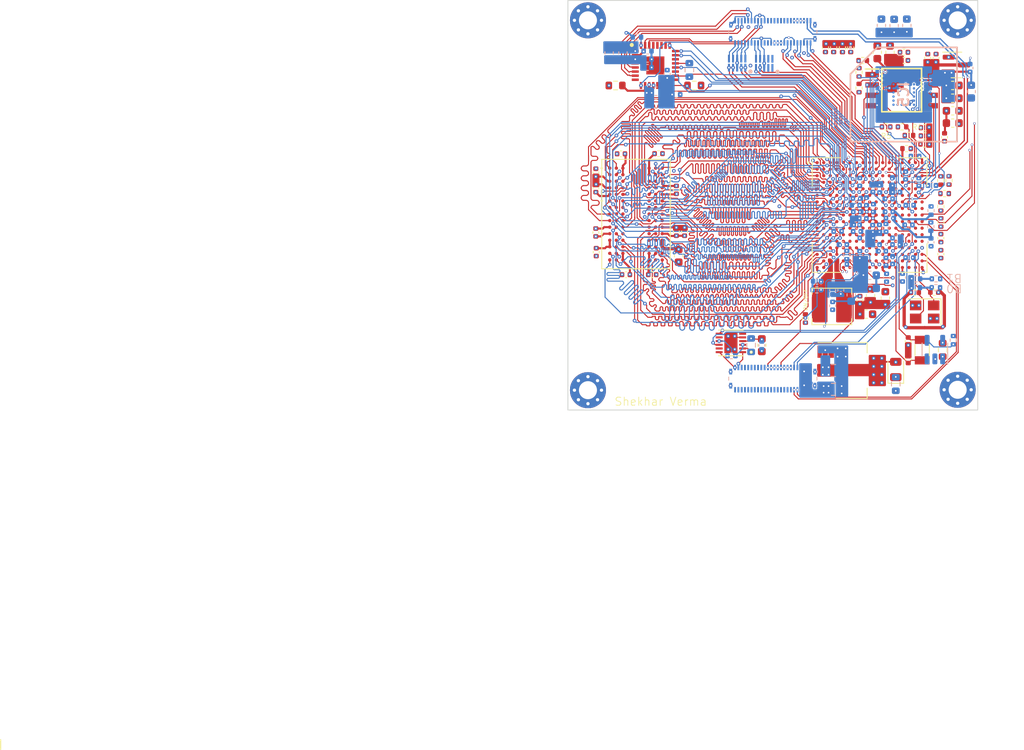
<source format=kicad_pcb>
(kicad_pcb (version 20221018) (generator pcbnew)
  (layers (0 "F.Cu" signal) (1 "In1.Cu" signal) (2 "In2.Cu" signal) (3 "In3.Cu" signal) (4 "In4.Cu" signal) (31 "B.Cu" signal) (34 "B.Paste" user) (35 "F.Paste" user) (36 "B.SilkS" user "B.Silkscreen") (37 "F.SilkS" user "F.Silkscreen") (38 "B.Mask" user) (39 "F.Mask" user) (44 "Edge.Cuts" user))
  (net 0 "")
  (net 1 "VDD_SOC")
  (net 2 "GND")
  (net 3 "Net-(U1A-DCDC_PSWITCH)")
  (net 4 "/MCU_POWER/VDD_SNVS_DIG")
  (net 5 "DCDC_1V8")
  (net 6 "VDD_1P0")
  (net 7 "Net-(U1A-VDDA_ADC_3P3)")
  (net 8 "Net-(U1A-VDD_MIPI_1P8)")
  (net 9 "Net-(U1A-VDD_USB_3P3)")
  (net 10 "DCDC_IN")
  (net 13 "LCD_RST")
  (net 14 "DSI_D1_P")
  (net 15 "DSI_D1_N")
  (net 16 "DSI_CK_P")
  (net 17 "DSI_CK_N")
  (net 18 "DSI_D0_P")
  (net 19 "DSI_D0_N")
  (net 22 "QSPI_CS")
  (net 23 "A1")
  (net 24 "A0")
  (net 25 "Net-(U1A-VDD_LPSR_DIG)")
  (net 26 "Net-(U1A-VDD_LPSR_ANA)")
  (net 27 "Net-(U1A-VDD_USB_1P8)")
  (net 28 "Net-(U1G-XTALO)")
  (net 29 "Net-(U1G-XTALI)")
  (net 30 "A5")
  (net 31 "A10")
  (net 32 "A8")
  (net 33 "A9")
  (net 34 "Net-(U1C-GPIO_DISP_B1_08)")
  (net 35 "Net-(U1C-GPIO_DISP_B1_09)")
  (net 36 "Net-(U1C-GPIO_DISP_B1_10)")
  (net 37 "A6")
  (net 38 "A2")
  (net 39 "Net-(U1C-GPIO_DISP_B1_11)")
  (net 40 "A11")
  (net 41 "A3")
  (net 42 "Net-(U1C-GPIO_DISP_B1_06)")
  (net 43 "Net-(U1C-GPIO_DISP_B1_07)")
  (net 44 "Net-(IC3-CEXT)")
  (net 45 "Net-(U1C-GPIO_DISP_B2_00)")
  (net 46 "Net-(U1C-GPIO_DISP_B2_01)")
  (net 47 "DQ10")
  (net 48 "DQ9")
  (net 49 "A7")
  (net 50 "A4")
  (net 51 "USB_OTG1_ID")
  (net 52 "GPIO1")
  (net 53 "GPIO3")
  (net 54 "DQ12")
  (net 55 "DQ11")
  (net 56 "DQ8")
  (net 57 "DQ3")
  (net 58 "SDWE")
  (net 59 "SDCS")
  (net 60 "USB_OTG1_OC")
  (net 63 "USB_OTG2_OC")
  (net 64 "DQ13")
  (net 65 "DQ1")
  (net 66 "DQ0")
  (net 67 "DQ5")
  (net 68 "DQM0")
  (net 69 "QSPI_IO_0")
  (net 70 "QSPI_IO_3")
  (net 71 "DQ14")
  (net 72 "BA0")
  (net 73 "DQ2")
  (net 74 "SDCKE")
  (net 75 "QSPI_CLK")
  (net 76 "USB_OTG2_ID")
  (net 77 "DQ15")
  (net 78 "BA1")
  (net 79 "DQ7")
  (net 80 "DQ6")
  (net 81 "DQ4")
  (net 82 "Net-(U6-3V3OUT)")
  (net 83 "QSPI_IO_2")
  (net 84 "QSPI_IO_1")
  (net 86 "DQM1")
  (net 88 "SDCLK")
  (net 89 "SDRAS")
  (net 90 "SDCAS")
  (net 95 "DQ16")
  (net 96 "DQ18")
  (net 97 "DQ17")
  (net 98 "DQ28")
  (net 102 "DQ30")
  (net 103 "DQ26")
  (net 106 "UART_RX")
  (net 108 "DQ20")
  (net 109 "DQ27")
  (net 110 "DQ23")
  (net 111 "DQ29")
  (net 115 "UART_TX")
  (net 116 "DQ21")
  (net 117 "DQ24")
  (net 126 "DQM2")
  (net 127 "DQ31")
  (net 129 "GPIO_LPSR_02")
  (net 131 "ENET_TX_EN")
  (net 132 "DQ19")
  (net 133 "DQ25")
  (net 140 "DQ22")
  (net 141 "DQM3")
  (net 142 "DCDC_LP")
  (net 143 "DCDC_LN")
  (net 145 "GPIO_LPSR_03")
  (net 150 "ENET_TX_CLK")
  (net 159 "ENET_TX_D0")
  (net 161 "GPIO2")
  (net 162 "PVALVE3")
  (net 163 "PVALVE1")
  (net 164 "ENET_TX_D1")
  (net 165 "BTN_DEC")
  (net 166 "I2C1_SCL")
  (net 167 "I2C1_SDA")
  (net 168 "BTN_START")
  (net 169 "BTN_MODE")
  (net 170 "BTN_INC")
  (net 171 "5V")
  (net 172 "NRST")
  (net 173 "GPIO4")
  (net 174 "I2C2_SDA")
  (net 175 "I2C2_SCL")
  (net 176 "CAPSENSE")
  (net 177 "GPIO6")
  (net 178 "GPIO5")
  (net 179 "P2SENSE")
  (net 180 "LCD_BKLT")
  (net 181 "DEVICE_ON")
  (net 182 "PUMP")
  (net 185 "POR_B")
  (net 186 "VDD_SNVS_ANA")
  (net 193 "DSI_CK_MCU_P")
  (net 194 "DSI_D0_MCU_N")
  (net 195 "DSI_D1_MCU_P")
  (net 196 "DSI_D1_MCU_N")
  (net 197 "DSI_D0_MCU_P")
  (net 198 "DSI_CK_MCU_N")
  (net 199 "GPIO7")
  (net 200 "Net-(U1E-GPIO_LPSR_13)")
  (net 201 "Net-(U1E-GPIO_LPSR_10)")
  (net 202 "JTAG_TDO")
  (net 219 "JTAG_TCK{slash}SWCLK")
  (net 220 "JTAG_TDI")
  (net 221 "JTAG_TMS{slash}SWDIO")
  (net 222 "ON{slash}OFF")
  (net 241 "Net-(IC3-RBIAS)")
  (net 242 "ENET_RX_D0")
  (net 243 "ENET_INT")
  (net 244 "ENET_RX_D1")
  (net 245 "ENET_RX_ER")
  (net 246 "ENET_MDIO")
  (net 247 "RTC_XTALO")
  (net 248 "RTC_XTALI")
  (net 249 "CSI_D0_N")
  (net 250 "CSI_CK_N")
  (net 251 "CSI_D1_N")
  (net 252 "CSI_D0_P")
  (net 253 "CSI_CK_P")
  (net 254 "CSI_D1_P")
  (net 255 "USB2_DN")
  (net 256 "USB2_DP")
  (net 257 "USB1_DN")
  (net 258 "USB1_DP")
  (net 259 "RD_P")
  (net 260 "TD_P")
  (net 262 "ENET_MDC")
  (net 265 "ENET_LED0")
  (net 266 "ENET_RST")
  (net 267 "Net-(D1-K)")
  (net 268 "UART_USB_P")
  (net 269 "USB_OTG1_PWR")
  (net 270 "USB_OTG2_PWR")
  (net 274 "Net-(U6-~{RESET#})")
  (net 287 "EMMC_RST")
  (net 293 "Net-(IC5-VDDI)")
  (net 294 "VDD_1V8")
  (net 295 "EMMC_D0")
  (net 296 "EMMC_D1")
  (net 297 "EMMC_D2")
  (net 298 "EMMC_D3")
  (net 299 "EMMC_CMD")
  (net 300 "EMMC_CLK")
  (net 307 "ENET_CRS_DV")
  (net 310 "RD_N")
  (net 311 "TD_N")
  (net 314 "ENET_LED1")
  (net 315 "USB_OTG1")
  (net 317 "UART_USB_N")
  (net 318 "USB_OTG2")
  (footprint "Capacitor_SMD:C_0402_1005Metric" (layer "F.Cu") (at 132.485 92.646696 180)
    (fp_text reference "C63" hide)
    (fp_text value "0.1uF")
  )
  (footprint "W25Q16JVSSIQ:SOIC127P790X216-8N" (layer "F.Cu") (at 162.92 70.121696)
    (fp_text reference "IC6" hide)
    (fp_text value "W25Q16JVSSIQ" hide)
  )
  (footprint "FT234XD-R:SON45P300X300X80-13N" (layer "F.Cu") (at 142.09028 100.981696 180)
    (fp_text reference "U6" hide)
    (fp_text value "FT234XD-R")
  )
  (footprint "Capacitor_SMD:C_0603_1608Metric" (layer "F.Cu") (at 161.5 65.5 -90)
    (fp_text reference "C93" hide)
    (fp_text value "0.1uF")
  )
  (footprint "Capacitor_SMD:C_0402_1005Metric" (layer "F.Cu") (at 163.72 102.956696 -90)
    (fp_text reference "C87" hide)
    (fp_text value "4.7pF")
  )
  (footprint "Capacitor_SMD:C_0402_1005Metric" (layer "F.Cu") (at 135.435 82.296696 90)
    (fp_text reference "C67" hide)
    (fp_text value "0.1uF")
  )
  (footprint "Resistor_SMD:R_0402_1005Metric" (layer "F.Cu") (at 165.72 76.706696 180)
    (fp_text reference "R15" hide)
    (fp_text value "100K")
  )
  (footprint "Capacitor_SMD:C_0402_1005Metric" (layer "F.Cu") (at 157.825 95.751696 -90)
    (fp_text reference "C51" hide)
    (fp_text value "0.1uF")
  )
  (footprint "Capacitor_SMD:C_0402_1005Metric" (layer "F.Cu") (at 167.7 88.176696 -90)
    (fp_text reference "C46" hide)
    (fp_text value "0.1uF")
  )
  (footprint "Resistor_SMD:R_0402_1005Metric" (layer "F.Cu") (at 154.62 64.960946 -90)
    (fp_text reference "R19" hide)
    (fp_text value "100K")
  )
  (footprint "Resistor_SMD:R_0603_1608Metric" (layer "F.Cu") (at 128.02 69.556696)
    (fp_text reference "R29" hide)
    (fp_text value "6.49K 1%")
  )
  (footprint "Resistor_SMD:R_0402_1005Metric" (layer "F.Cu") (at 165.77 75.706696 180)
    (fp_text reference "R17" hide)
    (fp_text value "100K")
  )
  (footprint "Crystal:Crystal_SMD_SeikoEpson_FA238-4Pin_3.2x2.5mm" (layer "F.Cu") (at 165.725 97.201696 180)
    (fp_text reference "Y1" hide)
    (fp_text value "Crystal_GND24")
  )
  (footprint "Resistor_SMD:R_0402_1005Metric" (layer "F.Cu") (at 168.16 82.75 180)
    (fp_text reference "R18" hide)
    (fp_text value "100K")
  )
  (footprint "Capacitor_SMD:C_0402_1005Metric" (layer "F.Cu") (at 135.435 87.416696 90)
    (fp_text reference "C59" hide)
    (fp_text value "0.1uF")
  )
  (footprint "AS4C4M32S-6BIN:AS4C4M32S-6BIN" (layer "F.Cu") (at 130.51 85.246696 180)
    (fp_text reference "U3" hide)
    (fp_text value "AS4C4M32S-6BIN" hide)
  )
  (footprint "Capacitor_SMD:C_0402_1005Metric" (layer "F.Cu") (at 133.26 77.871696 180)
    (fp_text reference "C65" hide)
    (fp_text value "0.1uF")
  )
  (footprint "Capacitor_SMD:C_0402_1005Metric" (layer "F.Cu") (at 128.685 77.896696 180)
    (fp_text reference "C64" hide)
    (fp_text value "0.1uF")
  )
  (footprint "Capacitor_SMD:C_0402_1005Metric" (layer "F.Cu") (at 125.61 82.096696 -90)
    (fp_text reference "C60" hide)
    (fp_text value "0.1uF")
  )
  (footprint "Resistor_SMD:R_0402_1005Metric" (layer "F.Cu") (at 162.97 74.606696 180)
    (fp_text reference "R4")
    (fp_text value "10K")
  )
  (footprint "Resistor_SMD:R_0402_1005Metric" (layer "F.Cu") (at 151.175 98 90)
    (fp_text reference "R26" hide)
    (fp_text value "DNP")
  )
  (footprint "Capacitor_SMD:C_0402_1005Metric" (layer "F.Cu") (at 164.525 94.826696 180)
    (fp_text reference "C39" hide)
    (fp_text value "4.7pF")
  )
  (footprint "LED_SMD:LED_0805_2012Metric" (layer "F.Cu") (at 162.2 104.225 90)
    (fp_text reference "D1" hide)
    (fp_text value "Green LED")
  )
  (footprint "MountingHole:MountingHole_2.2mm_M2_Pad_Via" (layer "F.Cu") (at 169.75 61.6)
    (fp_text reference "H4" hide)
    (fp_text value "MountingHole_Pad")
  )
  (footprint "Resistor_SMD:R_0402_1005Metric" (layer "F.Cu") (at 167.7 86.276696 -90)
    (fp_text reference "FB1" hide)
    (fp_text value "120Ohm@100Mhz")
  )
  (footprint "Resistor_SMD:R_0402_1005Metric" (layer "F.Cu") (at 157.72 69.866696 -90)
    (fp_text reference "R7" hide)
    (fp_text value "10K")
  )
  (footprint "Capacitor_SMD:C_0402_1005Metric" (layer "F.Cu") (at 166.9 94.801696 180)
    (fp_text reference "C38" hide)
    (fp_text value "4.7pF")
  )
  (footprint "Resistor_SMD:R_0402_1005Metric" (layer "F.Cu") (at 167.7 84.326696 -90)
    (fp_text reference "FB2" hide)
    (fp_text value "120Ohm@100Mhz")
  )
  (footprint "Resistor_SMD:R_0402_1005Metric" (layer "F.Cu") (at 167.69 81.156696 90)
    (fp_text reference "R22" hide)
    (fp_text value "100K")
  )
  (footprint "Capacitor_SMD:C_0402_1005Metric" (layer "F.Cu") (at 136.435 87.416696 90)
    (fp_text reference "C68" hide)
    (fp_text value "0.1uF")
  )
  (footprint "Capacitor_SMD:C_0603_1608Metric" (layer "F.Cu") (at 158.6 97.476696 180)
    (fp_text reference "C47" hide)
    (fp_text value "10uF")
  )
  (footprint "Capacitor_SMD:C_0402_1005Metric" (layer "F.Cu") (at 166.1 66.1993 90)
    (fp_text reference "C55" hide)
    (fp_text value "1uF")
  )
  (footprint "Capacitor_SMD:C_0603_1608Metric" (layer "F.Cu") (at 169.15 74.15)
    (fp_text reference "C74" hide)
    (fp_text value "2.2uF")
  )
  (footprint "Resistor_SMD:R_0402_1005Metric" (layer "F.Cu") (at 155.69425 64.970946 -90)
    (fp_text reference "R21" hide)
    (fp_text value "100K")
  )
  (footprint "Capacitor_SMD:C_0603_1608Metric" (layer "F.Cu") (at 160.925 95.501696 -90)
    (fp_text reference "C50" hide)
    (fp_text value "22uF")
  )
  (footprint "MountingHole:MountingHole_2.2mm_M2_Pad_Via" (layer "F.Cu") (at 124.65 61.6)
    (fp_text reference "H1" hide)
    (fp_text value "MountingHole_Pad")
  )
  (footprint "Capacitor_SMD:C_0402_1005Metric" (layer "F.Cu") (at 163.72 100.796696 -90)
    (fp_text reference "C88" hide)
    (fp_text value "4.7pF")
  )
  (footprint "Capacitor_SMD:C_0402_1005Metric" (layer "F.Cu") (at 125.61 80.196696 90)
    (fp_text reference "C66" hide)
    (fp_text value "0.1uF")
  )
  (footprint "Resistor_SMD:R_0402_1005Metric" (layer "F.Cu") (at 158.17 66.506696 180)
    (fp_text reference "R3" hide)
    (fp_text value "10K")
  )
  (footprint "MountingHole:MountingHole_2.2mm_M2_Pad_Via" (layer "F.Cu") (at 169.75 106.7)
    (fp_text reference "H2" hide)
    (fp_text value "MountingHole_Pad")
  )
  (footprint "Package_TO_SOT_SMD:SOT-23" (layer "F.Cu") (at 169.6 67.05)
    (fp_text reference "U7" hide)
    (fp_text value "MCP1700T-1802E/TT")
  )
  (footprint "Resistor_SMD:R_0603_1608Metric" (layer "F.Cu") (at 167.92 101.831696 -90)
    (fp_text reference "R28" hide)
    (fp_text value "10K")
  )
  (footprint "Capacitor_SMD:C_0603_1608Metric" (layer "F.Cu") (at 159.125 95.201696 -90)
    (fp_text reference "C49" hide)
    (fp_text value "22uF")
  )
  (footprint "Crystal:Crystal_SMD_3215-2Pin_3.2x1.5mm" (layer "F.Cu") (at 165.42 101.856696 -90)
    (fp_text reference "Y3" hide)
    (fp_text value " 32.768Khz")
  )
  (footprint "Capacitor_SMD:C_0603_1608Metric" (layer "F.Cu") (at 169.15 72.65)
    (fp_text reference "C75" hide)
    (fp_text value "2.2uF")
  )
  (footprint "Capacitor_SMD:C_0603_1608Metric" (layer "F.Cu") (at 169.14 71.111696 180)
    (fp_text reference "C94" hide)
    (fp_text value "0.1uF")
  )
  (footprint "MountingHole:MountingHole_2.2mm_M2_Pad_Via" (layer "F.Cu") (at 124.65 106.75)
    (fp_text reference "H3" hide)
    (fp_text value "MountingHole_Pad")
  )
  (footprint "Capacitor_SMD:C_0402_1005Metric" (layer "F.Cu") (at 125.61 87.496696 -90)
    (fp_text reference "C61" hide)
    (fp_text value "0.1uF")
  )
  (footprint "Package_TO_SOT_SMD:SOT-223-3_TabPin2" (layer "F.Cu") (at 156.8 104.35)
    (fp_text reference "U4" hide)
    (fp_text value "LD1117S33TR_SOT223")
  )
  (footprint "Capacitor_SMD:C_0402_1005Metric" (layer "F.Cu") (at 163.2 65.5 180)
    (fp_text reference "C89" hide)
    (fp_text value "0.1uF")
  )
  (footprint "Resistor_SMD:R_0402_1005Metric" (layer "F.Cu") (at 157.72 67.946696 90)
    (fp_text reference "R8" hide)
    (fp_text value "10K")
  )
  (footprint "Capacitor_SMD:C_0603_1608Metric" (layer "F.Cu") (at 135.71 90.346696 90)
    (fp_text reference "C58" hide)
    (fp_text value "22uF")
  )
  (footprint "MIMXRT1166DVM6A:MIMXRT1166DVM6A" (layer "F.Cu") (at 159.01 85.371696)
    (fp_text reference "U1" hide)
    (fp_text value "MIMXRT1166DVM6A" hide)
  )
  (footprint "Capacitor_SMD:C_0402_1005Metric" (layer "F.Cu") (at 125.66 89.896696 -90)
    (fp_text reference "C62" hide)
    (fp_text value "0.1uF")
  )
  (footprint "Capacitor_SMD:C_0603_1608Metric" (layer "F.Cu") (at 159.95 65.5 90)
    (fp_text reference "C73" hide)
    (fp_text value "1uF")
  )
  (footprint "Resistor_SMD:R_0402_1005Metric" (layer "F.Cu") (at 163.52 77.256696 180)
    (fp_text reference "R16" hide)
    (fp_text value "100K")
  )
  (footprint "Resistor_SMD:R_0402_1005Metric" (layer "F.Cu") (at 161.02 74.606696)
    (fp_text reference "R5")
    (fp_text value "10K")
  )
  (footprint "Capacitor_SMD:C_0402_1005Metric" (layer "F.Cu") (at 167.7 90.146696 90)
    (fp_text reference "C21" hide)
    (fp_text value "4.7uF")
  )
  (footprint "Capacitor_SMD:C_0603_1608Metric" (layer "F.Cu") (at 169.14 69.551696 180)
    (fp_text reference "C95" hide)
    (fp_text value "0.1uF")
  )
  (footprint "Resistor_SMD:R_0402_1005Metric" (layer "F.Cu") (at 168.7 81.15 90)
    (fp_text reference "R23" hide)
    (fp_text value "100K")
  )
  (footprint "Capacitor_SMD:C_0603_1608Metric" (layer "F.Cu") (at 145.85528 101.256696 -90)
    (fp_text reference "C84" hide)
    (fp_text value "4.7uF")
  )
  (footprint "Capacitor_SMD:C_0402_1005Metric" (layer "F.Cu") (at 168.15 75.87 90)
    (fp_text reference "C76" hide)
    (fp_text value "0.1uF")
  )
  (footprint "Resistor_SMD:R_0402_1005Metric" (layer "F.Cu") (at 165.77 74.706696 180)
    (fp_text reference "R14" hide)
    (fp_text value "100K")
  )
  (footprint "Resistor_SMD:R_0402_1005Metric" (layer "F.Cu") (at 156.7 64.966696 -90)
    (fp_text reference "R20" hide)
    (fp_text value "100K")
  )
  (footprint "Capacitor_SMD:C_0402_1005Metric" (layer "F.Cu") (at 129.285 92.646696 180)
    (fp_text reference "C57" hide)
    (fp_text value "4.7uF")
  )
  (footprint "Capacitor_SMD:C_0402_1005Metric" (layer "F.Cu") (at 163.2 66.5)
    (fp_text reference "C92" hide)
    (fp_text value "2.2uF")
  )
  (footprint "AMDLA4020Q-4R7MT:AMDLA4020Q-4R7MT" (layer "F.Cu") (at 154.4 96.526696 180)
    (fp_text reference "L1" hide)
    (fp_text value "4.7uH" hide)
  )
  (footprint "DP83826ERHBR:QFN50P500X500X100-33N-D" (layer "F.Cu") (at 132.87 67.106696)
    (fp_text reference "IC3" hide)
    (fp_text value "DP83826ERHBR" hide)
  )
  (footprint "Resistor_SMD:R_0402_1005Metric" (layer "F.Cu") (at 153.62 64.960946 -90)
    (fp_text reference "R24" hide)
    (fp_text value "100K")
  )
  (footprint "Capacitor_SMD:C_0402_1005Metric" (layer "F.Cu") (at 167.115 66.1993 90)
    (fp_text reference "C53" hide)
    (fp_text value "0.1uF")
  )
  (footprint "Resistor_SMD:R_0603_1608Metric" (layer "F.Cu") (at 137.62 69.556696 180)
    (fp_text reference "R30" hide)
    (fp_text value "2.49K 1%")
  )
  (footprint "Resistor_SMD:R_0402_1005Metric" (layer "F.Cu") (at 163.81 75.646696 180)
    (fp_text reference "R2" hide)
    (fp_text value "10K")
  )
  (footprint "Capacitor_SMD:C_0402_1005Metric" (layer "B.Cu") (at 159.75 88.976696 180)
    (fp_text reference "C29" hide)
    (fp_text value "2.2uF")
  )
  (footprint "Resistor_SMD:R_0402_1005Metric" (layer "B.Cu") (at 166.475 86.776696 90)
    (fp_text reference "FB4" hide)
    (fp_text value "120Ohm@100Mhz")
  )
  (footprint "Capacitor_SMD:C_0805_2012Metric" (layer "B.Cu") (at 154.6 104.35)
    (fp_text reference "C71" hide)
    (fp_text value "10uF")
  )
  (footprint "Capacitor_SMD:C_0402_1005Metric" (layer "B.Cu") (at 162.285 88.971696 180)
    (fp_text reference "C35" hide)
    (fp_text value "4.7uF")
  )
  (footprint "Resistor_SMD:R_0402_1005Metric" (layer "B.Cu") (at 169.22 100.646696 -90)
    (fp_text reference "R25" hide)
    (fp_text value "DNP")
  )
  (footprint "Capacitor_SMD:C_0805_2012Metric" (layer "B.Cu") (at 154.6 106.65)
    (fp_text reference "C70" hide)
    (fp_text value "10uF")
  )
  (footprint "Capacitor_SMD:C_0402_1005Metric" (layer "B.Cu") (at 163.885 90.571696)
    (fp_text reference "C17" hide)
    (fp_text value "0.22uF")
  )
  (footprint "Capacitor_SMD:C_0402_1005Metric" (layer "B.Cu") (at 131.92 67.356696 180)
    (fp_text reference "C79" hide)
    (fp_text value "10nF")
  )
  (footprint "Capacitor_SMD:C_0402_1005Metric" (layer "B.Cu") (at 155.495 94.556696 90)
    (fp_text reference "C11" hide)
    (fp_text value "4.7uF")
  )
  (footprint "Capacitor_SMD:C_0402_1005Metric" (layer "B.Cu") (at 142.15528 102.556696 180)
    (fp_text reference "C85" hide)
    (fp_text value "100nF")
  )
  (footprint "Resistor_SMD:R_0402_1005Metric" (layer "B.Cu") (at 167.095 94.231696)
    (fp_text reference "R9" hide)
    (fp_text value "DNP")
  )
  (footprint "Capacitor_SMD:C_0402_1005Metric" (layer "B.Cu") (at 158.635 83.691696 90)
    (fp_text reference "C5" hide)
    (fp_text value "1uF")
  )
  (footprint "Capacitor_SMD:C_0402_1005Metric" (layer "B.Cu") (at 161 86.926696 90)
    (fp_text reference "C26" hide)
    (fp_text value "0.1uF")
  )
  (footprint "Resistor_SMD:R_0402_1005Metric" (layer "B.Cu") (at 164.645 94.231696)
    (fp_text reference "R10" hide)
    (fp_text value "100K")
  )
  (footprint "Resistor_SMD:R_0603_1608Metric" (layer "B.Cu") (at 162.2 106 -90)
    (fp_text reference "R27" hide)
    (fp_text value "100")
  )
  (footprint "Capacitor_SMD:C_0402_1005Metric" (layer "B.Cu") (at 154.5 96.45 -90)
    (fp_text reference "C2" hide)
    (fp_text value "4.7uF")
  )
  (footprint "Capacitor_SMD:C_0402_1005Metric" (layer "B.Cu") (at 161.485 85.751696 180)
    (fp_text reference "C14" hide)
    (fp_text value "1uF")
  )
  (footprint "Capacitor_SMD:C_0402_1005Metric" (layer "B.Cu") (at 131.92 65.356696 180)
    (fp_text reference "C56" hide)
    (fp_text value "2nF")
  )
  (footprint "Capacitor_SMD:C_0402_1005Metric" (layer "B.Cu") (at 157.31 84.171696 180)
    (fp_text reference "C3" hide)
    (fp_text value "0.1uF")
  )
  (footprint "Capacitor_SMD:C_0603_1608Metric" (layer "B.Cu") (at 132.945 70.256696 180)
    (fp_text reference "C54" hide)
    (fp_text value "1uF")
  )
  (footprint "Capacitor_SMD:C_0402_1005Metric" (layer "B.Cu") (at 161.075 93.026696 -90)
    (fp_text reference "C15" hide)
    (fp_text value "0.1uF")
  )
  (footprint "Capacitor_SMD:C_0402_1005Metric" (layer "B.Cu") (at 155.1 87.366696 180)
    (fp_text reference "C48" hide)
    (fp_text value "0.1uF")
  )
  (footprint "Capacitor_SMD:C_0603_1608Metric" (layer "B.Cu") (at 156.768 95.113696 90)
    (fp_text reference "C1" hide)
    (fp_text value "22uF")
  )
  (footprint "Package_TO_SOT_SMD:SOT-23-5" (layer "B.Cu") (at 166.97 101.794196 90)
    (fp_text reference "U5" hide)
    (fp_text value "RP300N27AA")
  )
  (footprint "Capacitor_SMD:C_0402_1005Metric" (layer "B.Cu") (at 158.29 88.171696)
    (fp_text reference "C40" hide)
    (fp_text value "2.2uF")
  )
  (footprint "Capacitor_SMD:C_0402_1005Metric" (layer "B.Cu") (at 162.285 88.176696)
    (fp_text reference "C24" hide)
    (fp_text value "2.2uF")
  )
  (footprint "Resistor_SMD:R_0402_1005Metric" (layer "B.Cu") (at 152.57 94.5)
    (fp_text reference "R1" hide)
    (fp_text value "30K")
  )
  (footprint "Resistor_SMD:R_0603_1608Metric" (layer "B.Cu") (at 137.02 67.656696 90)
    (fp_text reference "R31" hide)
    (fp_text value "2.49K 1%")
  )
  (footprint "Capacitor_SMD:C_0402_1005Metric" (layer "B.Cu") (at 159.4 82.076696 90)
    (fp_text reference "C25" hide)
    (fp_text value "1uF")
  )
  (footprint "Capacitor_SMD:C_0402_1005Metric" (layer "B.Cu") (at 155.75 88.976696 180)
    (fp_text reference "C45" hide)
    (fp_text value "4.7uF")
  )
  (footprint "Capacitor_SMD:C_0603_1608Metric" (layer "B.Cu") (at 132.945 71.756696 180)
    (fp_text reference "C78" hide)
    (fp_text value "10uF")
  )
  (footprint "Capacitor_SMD:C_0603_1608Metric" (layer "B.Cu") (at 162 62.25 -90)
    (fp_text reference "C90" hide)
    (fp_text value "0.1uF")
  )
  (footprint "Resistor_SMD:R_0402_1005Metric" (layer "B.Cu") (at 167.11 93.156696)
    (fp_text reference "R11" hide)
    (fp_text value "4.7K")
  )
  (footprint "Capacitor_SMD:C_0402_1005Metric" (layer "B.Cu") (at 161 91.076696 -90)
    (fp_text reference "C31" hide)
    (fp_text value "4.7uF")
  )
  (footprint "ECMF04-4HSM10:ECMF04-4HSM10" (layer "B.Cu") (at 146.15 66.85 90)
    (fp_text reference "IC2" hide)
    (fp_text value "ECMF04-4HSM10" hide)
  )
  (footprint "Capacitor_SMD:C_0603_1608Metric" (layer "B.Cu") (at 160.45 62.225 -90)
    (fp_text reference "C91" hide)
    (fp_text value "0.1uF")
  )
  (footprint "Capacitor_SMD:C_0603_1608Metric" (layer "B.Cu") (at 128.92 65.581696 -90)
    (fp_text reference "C82" hide)
    (fp_text value "10uF")
  )
  (footprint "Resistor_SMD:R_0402_1005Metric" (layer "B.Cu") (at 164.55 78.201696 180)
    (fp_text reference "R13" hide)
    (fp_text value "100K")
  )
  (footprint "DF40GB-48DP-0.4V_58_:DF40GB48DP04V58" (layer "B.Cu") (at 147.2 63 180)
    (fp_text reference "J1" hide)
    (fp_text value "DF40GB-48DP-0.4V_58_" hide)
  )
  (footprint "Capacitor_SMD:C_0402_1005Metric" (layer "B.Cu") (at 163.75 86.576696 180)
    (fp_text reference "C20" hide)
    (fp_text value "1uF")
  )
  (footprint "Capacitor_SMD:C_0402_1005Metric" (layer "B.Cu") (at 145.85528 101.276696 -90)
    (fp_text reference "C83" hide)
    (fp_text value "100nF")
  )
  (footprint "Capacitor_SMD:C_0402_1005Metric" (layer "B.Cu") (at 157.45 83.321696)
    (fp_text reference "C12" hide)
    (fp_text value "2.2uF")
  )
  (footprint "DF40GB-48DP-0.4V_58_:DF40GB48DP04V58" (layer "B.Cu") (at 147.2 105.34)
    (fp_text reference "J2" hide)
    (fp_text value "DF40GB-48DP-0.4V_58_" hide)
  )
  (footprint "Resistor_SMD:R_0402_1005Metric" (layer "B.Cu") (at 156.75 91.375 180)
    (fp_text reference "R6" hide)
    (fp_text value "4.7K")
  )
  (footprint "Capacitor_SMD:C_0402_1005Metric" (layer "B.Cu") (at 161.36 84.971696 180)
    (fp_text reference "C36" hide)
    (fp_text value "1uF")
  )
  (footprint "Capacitor_SMD:C_0402_1005Metric" (layer "B.Cu") (at 152.6 93.45)
    (fp_text reference "C7" hide)
    (fp_text value "0.22uF")
  )
  (footprint "Capacitor_SMD:C_0402_1005Metric" (layer "B.Cu") (at 131.92 66.356696 180)
    (fp_text reference "C80" hide)
    (fp_text value "100nF")
  )
  (footprint "Capacitor_SMD:C_0402_1005Metric" (layer "B.Cu") (at 157.48 87.371696)
    (fp_text reference "C37" hide)
    (fp_text value "0.1uF")
  )
  (footprint "Capacitor_SMD:C_0402_1005Metric" (layer "B.Cu") (at 160.21 87.046696 -90)
    (fp_text reference "C8" hide)
    (fp_text value "4.7uF")
  )
  (footprint "Capacitor_SMD:C_0402_1005Metric" (layer "B.Cu") (at 135.42 70.656696)
    (fp_text reference "C77" hide)
    (fp_text value "10nF")
  )
  (footprint "Capacitor_SMD:C_0402_1005Metric" (layer "B.Cu") (at 161.8 81.256696 90)
    (fp_text reference "C30" hide)
    (fp_text value "2.2uF")
  )
  (footprint "Capacitor_SMD:C_0402_1005Metric" (layer "B.Cu") (at 171.25 67.42 -90)
    (fp_text reference "C96" hide)
    (fp_text value "0.1uF")
  )
  (footprint "Capacitor_SMD:C_0402_1005Metric" (layer "B.Cu") (at 134.32 68.156696 90)
    (fp_text reference "C52" hide)
    (fp_text value "100nF")
  )
  (footprint "Resistor_SMD:R_0402_1005Metric" (layer "B.Cu") (at 166.5 84.826696 90)
    (fp_text reference "FB3" hide)
    (fp_text value "120Ohm@100Mhz")
  )
  (footprint "Capacitor_SMD:C_0402_1005Metric" (layer "B.Cu") (at 157.81 90.246696 -90)
    (fp_text reference "C18" hide)
    (fp_text value "2.2uF")
  )
  (footprint "Capacitor_SMD:C_0402_1005Metric" (layer "B.Cu") (at 166.5 88.696696 -90)
    (fp_text reference "C16" hide)
    (fp_text value "0.1uF")
  )
  (footprint "THGBMTG5D1LBAIL:BGA153C50P14X14_1150X1300X80" (layer "B.Cu") (at 163.17 70.656696 -90)
    (fp_text reference "IC5")
    (fp_text value "THGBMTG5D1LBAIL" hide)
  )
  (footprint "Capacitor_SMD:C_0402_1005Metric" (layer "B.Cu") (at 163.9 84.176696 180)
    (fp_text reference "C33" hide)
    (fp_text value "2.2uF")
  )
  (footprint "Capacitor_SMD:C_0603_1608Metric" (layer "B.Cu") (at 163.55 62.225 -90)
    (fp_text reference "C86" hide)
    (fp_text value "1uF")
  )
  (footprint "Capacitor_SMD:C_0402_1005Metric" (layer "B.Cu") (at 166.62 81.756696)
    (fp_text reference "C69" hide)
    (fp_text value "2.2uF")
  )
  (footprint "Capacitor_SMD:C_0402_1005Metric" (layer "B.Cu") (at 157.8 81.326696 90)
    (fp_text reference "C27" hide)
    (fp_text value "2.2uF")
  )
  (footprint "Capacitor_SMD:C_0402_1005Metric" (layer "B.Cu") (at 161.335 83.396696 180)
    (fp_text reference "C32" hide)
    (fp_text value "1uF")
  )
  (footprint "Capacitor_SMD:C_0402_1005Metric" (layer "B.Cu") (at 165.02 81.336696 90)
    (fp_text reference "C99" hide)
    (fp_text value "2.2uF")
  )
  (footprint "Capacitor_SMD:C_0402_1005Metric" (layer "B.Cu") (at 157.32 86.566696 180)
    (fp_text reference "C41" hide)
    (fp_text value "0.1uF")
  )
  (footprint "Capacitor_SMD:C_0603_1608Metric" (layer "B.Cu") (at 127.23 65.581696 -90)
    (fp_text reference "C81" hide)
    (fp_text value "1uF")
  )
  (footprint "Capacitor_SMD:C_0402_1005Metric" (layer "B.Cu") (at 163.025 93.001696 -90)
    (fp_text reference "C19" hide)
    (fp_text value "2.2uF")
  )
  (footprint "Capacitor_SMD:C_0402_1005Metric" (layer "B.Cu") (at 159.485 84.521696 90)
    (fp_text reference "C6" hide)
    (fp_text value "1uF")
  )
  (footprint "Resistor_SMD:R_0402_1005Metric" (layer "B.Cu") (at 156.225 90.25 90)
    (fp_text reference "R32" hide)
    (fp_text value "10K")
  )
  (footprint "Resistor_SMD:R_0402_1005Metric" (layer "B.Cu") (at 130.62 63.656696)
    (fp_text reference "R36" hide)
    (fp_text value "0")
  )
  (footprint "Capacitor_SMD:C_0402_1005Metric" (layer "B.Cu") (at 161.82 90.856696 90)
    (fp_text reference "C4" hide)
    (fp_text value "1uF")
  )
  (footprint "Capacitor_SMD:C_0402_1005Metric" (layer "B.Cu") (at 158.135 85.796696 180)
    (fp_text reference "C44" hide)
    (fp_text value "2.2uF")
  )
  (footprint "Capacitor_SMD:C_0402_1005Metric" (layer "B.Cu") (at 162.25 82.571696)
    (fp_text reference "C22" hide)
    (fp_text value "2.2uF")
  )
  (footprint "Capacitor_SMD:C_0402_1005Metric" (layer "B.Cu") (at 157.5 84.956696)
    (fp_text reference "C13" hide)
    (fp_text value "2.2uF")
  )
  (footprint "Capacitor_SMD:C_0603_1608Metric" (layer "B.Cu") (at 159.05 92.726696 180)
    (fp_text reference "C42" hide)
    (fp_text value "10uF")
  )
  (footprint "Capacitor_SMD:C_0402_1005Metric" (layer "B.Cu") (at 159.385 87.071696 -90)
    (fp_text reference "C9" hide)
    (fp_text value "4.7uF")
  )
  (footprint "ECMF04-4HSM10:ECMF04-4HSM10" (layer "B.Cu") (at 142.85 66.826696 90)
    (fp_text reference "IC1" hide)
    (fp_text value "ECMF04-4HSM10" hide)
  )
  (footprint "Capacitor_SMD:C_0402_1005Metric" (layer "B.Cu") (at 154.499 94.556696 90)
    (fp_text reference "C10" hide)
    (fp_text value "4.7uF")
  )
  (footprint "Capacitor_SMD:C_0402_1005Metric" (layer "B.Cu") (at 160.25 82.126696 90)
    (fp_text reference "C28" hide)
    (fp_text value "1uF")
  )
  (footprint "Capacitor_SMD:C_0402_1005Metric" (layer "B.Cu") (at 153.6 102.37 90)
    (fp_text reference "C72" hide)
    (fp_text value "100nF")
  )
  (footprint "Capacitor_SMD:C_0402_1005Metric" (layer "B.Cu") (at 163.4 80.526696 90)
    (fp_text reference "C23" hide)
    (fp_text value "2.2uF")
  )
  (footprint "Resistor_SMD:R_0402_1005Metric" (layer "B.Cu") (at 164.66 93.156696)
    (fp_text reference "R12" hide)
    (fp_text value "DNP")
  )
  (footprint "Resistor_SMD:R_0603_1608Metric" (layer "B.Cu") (at 144.55528 101.256696 90)
    (fp_text reference "R41" hide)
    (fp_text value "10K")
  )
  (footprint "Capacitor_SMD:C_0603_1608Metric" (layer "B.Cu") (at 159.05 94.301696 180)
    (fp_text reference "C43" hide)
    (fp_text value "22uF")
  )
  (footprint "Capacitor_SMD:C_0402_1005Metric" (layer "B.Cu") (at 160.5 89.776696)
    (fp_text reference "C34" hide)
    (fp_text value "2.2uF")
  )
  (footprint "Capacitor_SMD:C_0603_1608Metric" (layer "B.Cu") (at 171.4 70.3 90)
    (fp_text reference "C98" hide)
    (fp_text value "1uF")
  )
  (gr_line (start 53 149.425) (end 53 150.6) (stroke (width 0.15)) (layer "F.SilkS"))
  (gr_rect (start 122.2 59.17) (end 172.2 109.17) (stroke (width 0.1)) (fill none) (layer "Edge.Cuts"))
  (gr_text "B1" (at 169.3 93.075 180) (layer "B.SilkS") (effects (font (size 1 1) (thickness 0.1))))
  (gr_text "B0" (at 169.325 94.325 180) (layer "B.SilkS") (effects (font (size 1 1) (thickness 0.1))))
  (gr_text "ON/OFF" (at 151.225 95.725 90) (layer "F.SilkS") (effects (font (size 0.45 0.45) (thickness 0.08) italic)))
  (gr_text "Shekhar Verma" (at 127.825 108.725) (layer "F.SilkS") (effects (font (size 1 1) (thickness 0.1)) (justify left bottom)))
  (segment (start 159.81 85.371696) (end 159.41 84.971696) (width 0.2) (layer "F.Cu") (net 1))
  (segment (start 159.804546 85.371696) (end 159.407954 85.768288) (width 0.2) (layer "F.Cu") (net 1))
  (segment (start 159.41 84.971696) (end 159.01 84.571696) (width 0.2) (layer "F.Cu") (net 1))
  (segment (start 157.41 86.941696) (end 157.75 86.601696) (width 0.2) (layer "F.Cu") (net 1))
  (segment (start 157.75 86.576696) (end 157.815 86.576696) (width 0.2) (layer "F.Cu") (net 1))
  (segment (start 158.6 85.781696) (end 158.6 85.801696) (width 0.2) (layer "F.Cu") (net 1))
  (segment (start 158.21 84.571696) (end 158.185 84.571696) (width 0.2) (layer "F.Cu") (net 1))
  (segment (start 157.75 86.601696) (end 157.75 86.576696) (width 0.2) (layer "F.Cu") (net 1))
  (segment (start 158.585 84.196696) (end 158.21 84.571696) (width 0.25) (layer "F.Cu") (net 1))
  (segment (start 159.81 86.170334) (end 159.407954 85.768288) (width 0.2) (layer "F.Cu") (net 1))
  (segment (start 159.406592 85.768288) (end 159.01 85.371696) (width 0.2) (layer "F.Cu") (net 1))
  (segment (start 159.81 86.171696) (end 159.805 86.171696) (width 0.2) (layer "F.Cu") (net 1))
  (segment (start 157.815 86.576696) (end 158.21 86.971696) (width 0.2) (layer "F.Cu") (net 1))
  (segment (start 158.58 85.801696) (end 158.21 86.171696) (width 0.2) (layer "F.Cu") (net 1))
  (segment (start 159.41 84.971696) (end 159.81 84.571696) (width 0.2) (layer "F.Cu") (net 1))
  (segment (start 159.01 85.371696) (end 158.21 84.571696) (width 0.2) (layer "F.Cu") (net 1))
  (segment (start 160.21 86.571696) (end 159.81 86.171696) (width 0.25) (layer "F.Cu") (net 1))
  (segment (start 159.805 86.171696) (end 159.385 86.591696) (width 0.2) (layer "F.Cu") (net 1))
  (segment (start 157.75 86.576696) (end 158.155 86.171696) (width 0.2) (layer "F.Cu") (net 1))
  (segment (start 159.01 85.371696) (end 158.6 85.781696) (width 0.2) (layer "F.Cu") (net 1))
  (segment (start 158.585 84.171696) (end 158.585 84.196696) (width 0.25) (layer "F.Cu") (net 1))
  (segment (start 159.01 84.571696) (end 158.66 84.971696) (width 0.2) (layer "F.Cu") (net 1))
  (segment (start 158.6 85.801696) (end 158.58 85.801696) (width 0.2) (layer "F.Cu") (net 1))
  (segment (start 159.81 85.371696) (end 159.804546 85.371696) (width 0.2) (layer "F.Cu") (net 1))
  (segment (start 158.6 85.781696) (end 159.41 84.971696) (width 0.2) (layer "F.Cu") (net 1))
  (segment (start 158.21 85.371696) (end 158.66 84.971696) (width 0.2) (layer "F.Cu") (net 1))
  (segment (start 157.41 86.971696) (end 157.41 86.941696) (width 0.127) (layer "F.Cu") (net 1))
  (segment (start 159.01 86.171696) (end 159.01 86.166242) (width 0.2) (layer "F.Cu") (net 1))
  (segment (start 159.407954 85.768288) (end 159.406592 85.768288) (width 0.2) (layer "F.Cu") (net 1))
  (segment (start 159.81 86.171696) (end 159.81 86.170334) (width 0.2) (layer "F.Cu") (net 1))
  (segment (start 158.155 86.171696) (end 158.21 86.171696) (width 0.2) (layer "F.Cu") (net 1))
  (segment (start 159.01 86.166242) (end 159.407954 85.768288) (width 0.2) (layer "F.Cu") (net 1))
  (segment (start 158.185 84.571696) (end 157.785 84.171696) (width 0.2) (layer "F.Cu") (net 1))
  (via (at 157.825 95.276696) (size 0.45) (drill 0.2) (layers "F.Cu" "B.Cu") (net 1))
  (via (at 157.785 84.171696) (size 0.45) (drill 0.2) (layers "F.Cu" "B.Cu") (net 1))
  (via (at 159.385 86.591696) (size 0.45) (drill 0.2) (layers "F.Cu" "B.Cu") (net 1))
  (via (at 158.585 84.171696) (size 0.45) (drill 0.2) (layers "F.Cu" "B.Cu") (net 1))
  (via (at 154.5 95.975) (size 0.45) (drill 0.2) (layers "F.Cu" "B.Cu") (net 1))
  (via (at 159.407954 85.768288) (size 0.45) (drill 0.2) (layers "F.Cu" "B.Cu") (net 1))
  (via (at 159.41 84.971696) (size 0.45) (drill 0.2) (layers "F.Cu" "B.Cu") (net 1))
  (via (at 158.66 84.971696) (size 0.45) (drill 0.2) (layers "F.Cu" "B.Cu") (net 1))
  (via (at 160.21 86.571696) (size 0.45) (drill 0.2) (layers "F.Cu" "B.Cu") (net 1))
  (via (at 159.05 94.401696) (size 0.45) (drill 0.2) (layers "F.Cu" "B.Cu") (net 1))
  (via (at 157.75 86.576696) (size 0.45) (drill 0.2) (layers "F.Cu" "B.Cu") (net 1))
  (via (at 158.6 85.801696) (size 0.45) (drill 0.2) (layers "F.Cu" "B.Cu") (net 1))
  (via (at 159.375 97.476696) (size 0.45) (drill 0.2) (layers "F.Cu" "B.Cu") (net 1))
  (segment (start 156.768 95.888696) (end 155.581304 95.888696) (width 0.127) (layer "B.Cu") (net 1))
  (segment (start 154.5 95.975) (end 154.495 95.975) (width 0.127) (layer "B.Cu") (net 1))
  (segment (start 154.5 95.97) (end 154.5 95.975) (width 0.127) (layer "B.Cu") (net 1))
  (segment (start 157.825 95.276696) (end 157.38 95.276696) (width 0.25) (layer "B.Cu") (net 1))
  (segment (start 157.38 95.276696) (end 156.768 95.888696) (width 0.25) (layer "B.Cu") (net 1))
  (segment (start 154.581304 95.888696) (end 154.5 95.97) (width 0.2) (layer "B.Cu") (net 1))
  (segment (start 156.768 95.888696) (end 154.581304 95.888696) (width 0.2) (layer "B.Cu") (net 1))
  (segment (start 154.495 95.975) (end 154.5 95.97) (width 0.127) (layer "B.Cu") (net 1))
  (segment (start 160.240096 80.136462) (end 159.81 80.566558) (width 0.2) (layer "F.Cu") (net 2))
  (segment (start 160.61 86.996696) (end 160.61 86.971696) (width 0.2) (layer "F.Cu") (net 2))
  (segment (start 157.81 90.571696) (end 157.81 90.640211) (width 0.2) (layer "F.Cu") (net 2))
  (segment (start 155.01 81.316696) (end 155.375 80.951696) (width 0.127) (layer "F.Cu") (net 2))
  (segment (start 155.01 88.571696) (end 155.01 88.621696) (width 0.25) (layer "F.Cu") (net 2))
  (segment (start 162.66 82.571696) (end 162.61 82.571696) (width 0.2) (layer "F.Cu") (net 2))
  (segment (start 152.61 92.086696) (end 152.61 91.771696) (width 0.25) (layer "F.Cu") (net 2))
  (segment (start 163.01 80.503181) (end 163.410001 80.10318) (width 0.25) (layer "F.Cu") (net 2))
  (segment (start 127.31 87.646696) (end 127.305 87.651696) (width 0.25) (layer "F.Cu") (net 2))
  (segment (start 165.41 91.771696) (end 165.41 91.961696) (width 0.25) (layer "F.Cu") (net 2))
  (segment (start 155.01 88.621696) (end 155.41 89.021696) (width 0.25) (layer "F.Cu") (net 2))
  (segment (start 154.597 84.158696) (end 154.21 83.771696) (width 0.2) (layer "F.Cu") (net 2))
  (segment (start 135.435 86.948125) (end 135.435 86.936696) (width 0.25) (layer "F.Cu") (net 2))
  (segment (start 128.11 80.446697) (end 128.11 80.421696) (width 0.25) (layer "F.Cu") (net 2))
  (segment (start 155.01 81.371696) (end 155.01 81.316696) (width 0.127) (layer "F.Cu") (net 2))
  (segment (start 159.435 84.046696) (end 159.81 83.771696) (width 0.2) (layer "F.Cu") (net 2))
  (segment (start 132.11 79.696696) (end 132.11 80.076696) (width 0.25) (layer "F.Cu") (net 2))
  (segment (start 160.978559 86.461077) (end 160.689178 86.171696) (width 0.25) (layer "F.Cu") (net 2))
  (segment (start 159.409999 87.366697) (end 159.409999 87.440212) (width 0.2) (layer "F.Cu") (net 2))
  (segment (start 142.76528 100.306696) (end 142.55528 100.156696) (width 0.127) (layer "F.Cu") (net 2))
  (segment (start 152.351931 78.971696) (end 152.61 78.971696) (width 0.1) (layer "F.Cu") (net 2))
  (segment (start 167.65 94.726696) (end 167.375 94.726696) (width 0.4) (layer "F.Cu") (net 2))
  (segment (start 165.41 91.961696) (end 165.55 92.101696) (width 0.25) (layer "F.Cu") (net 2))
  (segment (start 159.81 80.566558) (end 159.81 80.571696) (width 0.2) (layer "F.Cu") (net 2))
  (segment (start 128.11 80.421696) (end 128.485 80.046696) (width 0.25) (layer "F.Cu") (net 2))
  (segment (start 168.125 98.901696) (end 167.9 99.126696) (width 0.4) (layer "F.Cu") (net 2))
  (segment (start 160.21 87.44021) (end 160.21 87.396696) (width 0.2) (layer "F.Cu") (net 2))
  (segment (start 165.075 78.226696) (end 165.41 78.561696) (width 0.25) (layer "F.Cu") (net 2))
  (segment (start 159.435 84.046696) (end 159.01 83.751747) (width 0.2) (layer "F.Cu") (net 2))
  (segment (start 166.3477 76.695674) (end 166.336678 76.706696) (width 0.4) (layer "F.Cu") (net 2))
  (segment (start 157.8 79.381696) (end 157.41 79.771696) (width 0.2) (layer "F.Cu") (net 2))
  (segment (start 152.089931 78.709696) (end 152.351931 78.971696) (width 0.1) (layer "F.Cu") (net 2))
  (segment (start 160.95 84.976696) (end 160.95 84.911696) (width 0.25) (layer "F.Cu") (net 2))
  (segment (start 163.01 80.571696) (end 163.01 80.503181) (width 0.25) (layer "F.Cu") (net 2))
  (segment (start 163.81 86.971696) (end 163.741486 86.971696) (width 0.127) (layer "F.Cu") (net 2))
  (segment (start 133.71 89.246696) (end 133.94 89.476696) (width 0.4) (layer "F.Cu") (net 2))
  (segment (start 152.825 92.301696) (end 152.61 92.086696) (width 0.25) (layer "F.Cu") (net 2))
  (segment (start 161 85.781696) (end 160.61 86.171696) (width 0.25) (layer "F.Cu") (net 2))
  (segment (start 161.745342 80.907038) (end 161.41 80.571696) (width 0.2) (layer "F.Cu") (net 2))
  (segment (start 160.95 84.911696) (end 160.61 84.571696) (width 0.25) (layer "F.Cu") (net 2))
  (segment (start 126.0832 83.049896) (end 125.61 82.576696) (width 0.25) (layer "F.Cu") (net 2))
  (segment (start 159.92 71.956696) (end 159.39 71.956696) (width 0.25) (layer "F.Cu") (net 2))
  (segment (start 135.435 86.948125) (end 135.363571 86.876696) (width 0.25) (layer "F.Cu") (net 2))
  (segment (start 132.11 79.646697) (end 132.11 80.076696) (width 0.25) (layer "F.Cu") (net 2))
  (segment (start 159.39 71.956696) (end 159.32 72.026696) (width 0.25) (layer "F.Cu") (net 2))
  (segment (start 161.745342 80.934696) (end 161.745342 80.907038) (width 0.2) (layer "F.Cu") (net 2))
  (segment (start 157.835 84.996696) (end 157.41 84.571696) (width 0.2) (layer "F.Cu") (net 2))
  (segment (start 132.035 92.646696) (end 132.035 90.921695) (width 0.25) (layer "F.Cu") (net 2))
  (segment (start 161.01 83.371696) (end 161.41 82.971696) (width 0.2) (layer "F.Cu") (net 2))
  (segment (start 132.11 78.536216) (end 132.11 79.646697) (width 0.25) (layer "F.Cu") (net 2))
  (segment (start 133.713433 81.590129) (end 133.713433 81.246696) (width 0.25) (layer "F.Cu") (net 2))
  (segment (start 163.81 83.771696) (end 163.81 83.786696) (width 0.127) (layer "F.Cu") (net 2))
  (segment (start 133.71 82.046696) (end 133.94 81.816696) (width 0.25) (layer "F.Cu") (net 2))
  (segment (start 163.225 95.526696) (end 163.925 94.826696) (width 0.4) (layer "F.Cu") (net 2))
  (segment (start 158.21 80.571696) (end 158.133943 80.571696) (width 0.25) (layer "F.Cu") (net 2))
  (segment (start 161.41 90.971696) (end 161.41 91.04021) (width 0.127) (layer "F.Cu") (net 2))
  (segment (start 153.69425 64.450946) (end 153.69425 64.470946) (width 0.127) (layer "F.Cu") (net 2))
  (segment (start 132.76 77.886216) (end 132.11 78.536216) (width 0.25) (layer "F.Cu") (net 2))
  (segment (start 125.6625 90.374196) (end 125.66 90.376696) (width 0.25) (layer "F.Cu") (net 2))
  (segment (start 128.11 90.046695) (end 128.470061 90.406756) (width 0.25) (layer "F.Cu") (net 2))
  (segment (start 156.679015 86.971696) (end 157.08134 86.569371) (width 0.127) (layer "F.Cu") (net 2))
  (segment (start 132.11 90.046695) (end 132.11 90.846695) (width 0.25) (layer "F.Cu") (net 2))
  (segment (start 132.035 90.921695) (end 132.11 90.846695) (width 0.25) (layer "F.Cu") (net 2))
  (segment (start 156.61 86.971696) (end 156.679015 86.971696) (width 0.127) (layer "F.Cu") (net 2))
  (segment (start 154.6449 87.381596) (end 154.6199 87.381596) (width 0.1) (layer "F.Cu") (net 2))
  (segment (start 126.25 87.976696) (end 125.61 87.976696) (width 0.25) (layer "F.Cu") (net 2))
  (segment (start 158.133943 80.571696) (end 157.834568 80.871071) (width 0.25) (layer "F.Cu") (net 2))
  (segment (start 132.461355 82.495341) (end 132.11 82.846696) (width 0.25) (layer "F.Cu") (net 2))
  (segment (start 163.81 83.786696) (end 163.42 84.176696) (width 0.127) (layer "F.Cu") (net 2))
  (segment (start 154.61 84.158696) (end 154.597 84.158696) (width 0.2) (layer "F.Cu") (net 2))
  (segment (start 135.615 89.476696) (end 135.71 89.571696) (width 0.4) (layer "F.Cu") (net 2))
  (segment (start 160.21 87.371696) (end 159.81 86.971696) (width 0.2) (layer "F.Cu") (net 2))
  (segment (start 142.55528 100.156696) (end 142.09028 100.981696) (width 0.127) (layer "F.Cu") (net 2))
  (segment (start 168.125 95.201696) (end 168.125 98.901696) (width 0.4) (layer "F.Cu") (net 2))
  (segment (start 156.683665 86.171696) (end 157.08134 86.569371) (width 0.127) (layer "F.Cu") (net 2))
  (segment (start 160.965 85.726696) (end 160.61 85.371696) (width 0.25) (layer "F.Cu") (net 2))
  (segment (start 160.96 83.371696) (end 161.01 83.371696) (width 0.2) (layer "F.Cu") (net 2))
  (segment (start 161.41 91.04021) (end 161.009999 91.440211) (width 0.127) (layer "F.Cu") (net 2))
  (segment (start 159.81 86.971696) (end 159.805 86.971696) (width 0.2) (layer "F.Cu") (net 2))
  (segment (start 165.725 99.126696) (end 163.5 99.126696) (width 0.4) (layer "F.Cu") (net 2))
  (segment (start 133.74 86.876696) (end 133.71 86.846696) (width 0.25) (layer "F.Cu") (net 2))
  (segment (start 162.61 82.571696) (end 162.21 82.971696) (width 0.2) (layer "F.Cu") (net 2))
  (segment (start 167.9 99.126696) (end 165.725 99.126696) (width 0.4) (layer "F.Cu") (net 2))
  (segment (start 160.96 83.421696) (end 160.61 83.771696) (width 0.2) (layer "F.Cu") (net 2))
  (segment (start 160.21 87.44021) (end 160.21 87.371696) (width 0.2) (layer "F.Cu") (net 2))
  (segment (start 163.01 89.321696) (end 162.66 88.971696) (width 0.2) (layer "F.Cu") (net 2))
  (segment (start 160.61 91.040212) (end 161.009999 91.440211) (width 0.25) (layer "F.Cu") (net 2))
  (segment (start 160.96 83.321696) (end 160.61 82.971696) (width 0.2) (layer "F.Cu") (net 2))
  (segment (start 135.363571 86.876696) (end 133.74 86.876696) (width 0.25) (layer "F.Cu") (net 2))
  (segment (start 135.435 81.810707) (end 135.429011 81.816696) (width 0.25) (layer "F.Cu") (net 2))
  (segment (start 133.94 81.816696) (end 133.713433 81.590129) (width 0.25) (layer "F.Cu") (net 2))
  (segment (start 163.925 94.826696) (end 164.045 94.826696) (width 0.4) (layer "F.Cu") (net 2))
  (segment (start 161 85.726696) (end 160.965 85.726696) (width 0.25) (layer "F.Cu") (net 2))
  (segment (start 133.71 89.246696) (end 133.71 88.459716) (width 0.4) (layer "F.Cu") (net 2))
  (segment (start 155.36 89.021696) (end 155.41 89.021696) (width 0.2) (layer "F.Cu") (net 2))
  (segment (start 127.31 82.846696) (end 127.1068 83.049896) (width 0.25) (layer "F.Cu") (net 2))
  (segment (start 159.805 86.971696) (end 159.409999 87.366697) (width 0.2) (layer "F.Cu") (net 2))
  (segment (start 128.470061 90.406756) (end 128.470061 90.460916) (width 0.25) (layer "F.Cu") (net 2))
  (segment (start 165.41 78.561696) (end 165.41 78.971696) (width 0.25) (layer "F.Cu") (net 2))
  (segment (start 163.5 99.126696) (end 163.225 98.851696) (width 0.4) (layer "F.Cu") (net 2))
  (segment (start 132.503484 82.495341) (end 132.461355 82.495341) (width 0.25) (layer "F.Cu") (net 2))
  (segment (start 135.429011 81.816696) (end 133.94 81.816696) (width 0.25) (layer "F.Cu") (net 2))
  (segment (start 160.96 83.371696) (end 160.96 83.421696) (width 0.2) (layer "F.Cu") (net 2))
  (segment (start 157.41 85.371696) (end 157.835 84.996696) (width 0.2) (layer "F.Cu") (net 2))
  (segment (start 157.41 83.771696) (end 157.81 83.371696) (width 0.2) (layer "F.Cu") (net 2))
  (segment (start 126.575 87.651696) (end 126.25 87.976696) (width 0.25) (layer "F.Cu") (net 2))
  (segment (start 160.96 83.371696) (end 160.96 83.321696) (width 0.2) (layer "F.Cu") (net 2))
  (segment (start 127.1068 83.049896) (end 126.0832 83.049896) (width 0.25) (layer "F.Cu") (net 2))
  (segment (start 157.76 85.821696) (end 157.41 86.171696) (width 0.2) (layer "F.Cu") (net 2))
  (segment (start 156.61 86.171696) (end 156.683665 86.171696) (width 0.127) (layer "F.Cu") (net 2))
  (segment (start 133.94 89.476696) (end 135.615 89.476696) (width 0.4) (layer "F.Cu") (net 2))
  (segment (start 127.305 87.651696) (end 126.575 87.651696) (width 0.25) (layer "F.Cu") (net 2))
  (segment (start 157.76 85.721696) (end 157.41 85.371696) (width 0.2) (layer "F.Cu") (net 2))
  (segment (start 157.76 85.771696) (end 157.76 85.821696) (width 0.2) (layer "F.Cu") (net 2))
  (segment (start 161 85.726696) (end 161 85.781696) (width 0.25) (layer "F.Cu") (net 2))
  (segment (start 163.741486 86.971696) (end 163.341486 86.571696) (width 0.127) (layer "F.Cu") (net 2))
  (segment (start 160.689178 86.171696) (end 160.61 86.171696) (width 0.25) (layer "F.Cu") (net 2))
  (segment (start 159.01 83.751747) (end 159.01 83.771696) (width 0.2) (layer "F.Cu") (net 2))
  (segment (start 132.11 80.076696) (end 132.11 80.446697) (width 0.25) (layer "F.Cu") (net 2))
  (segment (start 157.76 85.771696) (end 157.76 85.721696) (width 0.2) (layer "F.Cu") (net 2))
  (segment (start 155.01 89.371696) (end 155.01 90.171696) (width 0.2) (layer "F.Cu") (net 2))
  (segment (start 163.225 98.851696) (end 163.225 95.526696) (width 0.4) (layer "F.Cu") (net 2))
  (segment (start 143.52528 100.306696) (end 142.76528 100.306696) (width 0.127) (layer "F.Cu") (net 2))
  (segment (start 157.41 90.171696) (end 157.81 90.571696) (width 0.2) (layer "F.Cu") (net 2))
  (segment (start 160.95 85.031696) (end 160.61 85.371696) (width 0.25) (layer "F.Cu") (net 2))
  (segment (start 160.21 87.396696) (end 160.61 86.996696) (width 0.2) (layer "F.Cu") (net 2))
  (segment (start 135.446429 86.936696) (end 135.435 86.948125) (width 0.25) (layer "F.Cu") (net 2))
  (segment (start 157.8 79.326696) (end 157.8 79.381696) (width 0.2) (layer "F.Cu") (net 2))
  (segment (start 158.21 83.746696) (end 158.21 83.771696) (width 0.2) (layer "F.Cu") (net 2))
  (segment (start 158.61 83.321696) (end 158.21 83.746696) (width 0.2) (layer "F.Cu") (net 2))
  (segment (start 155.01 89.371696) (end 155.36 89.021696) (width 0.2) (layer "F.Cu") (net 2))
  (segment (start 160.61 90.971696) (end 160.61 91.040212) (width 0.25) (layer "F.Cu") (net 2))
  (segment (start 136.435 86.936696) (end 135.446429 86.936696) (width 0.25) (layer "F.Cu") (net 2))
  (segment (start 154.6199 87.381596) (end 154.21 86.971696) (width 0.1) (layer "F.Cu") (net 2))
  (segment (start 160.95 84.976696) (end 160.95 85.031696) (width 0.25) (layer "F.Cu") (net 2))
  (segment (start 168.125 95.201696) (end 167.65 94.726696) (width 0.4) (layer "F.Cu") (net 2))
  (segment (start 165.55 92.101696) (end 165.55 92.376696) (width 0.25) (layer "F.Cu") (net 2))
  (via (at 155.41 89.021696) (size 0.45) (drill 0.2) (layers "F.Cu" "B.Cu") (net 2))
  (via (at 149.4 104) (size 0.3) (drill 0.2) (layers "F.Cu" "B.Cu") (net 2))
  (via (at 160.925 96.301696) (size 0.45) (drill 0.2) (layers "F.Cu" "B.Cu") (net 2))
  (via (at 166.26 75.656696) (size 0.45) (drill 0.2) (layers "F.Cu" "B.Cu") (net 2))
  (via (at 166.26 74.656696) (size 0.45) (drill 0.2) (layers "F.Cu" "B.Cu") (net 2))
  (via (at 127.22 69.556696) (size 0.45) (drill 0.2) (layers "F.Cu" "B.Cu") (net 2))
  (via (at 155.375 80.951696) (size 0.45) (drill 0.2) (layers "F.Cu" "B.Cu") (net 2))
  (via (at 154.475 96.925) (size 0.45) (drill 0.2) (layers "F.Cu" "B.Cu") (net 2))
  (via (at 164.05 94.801696) (size 0.45) (drill 0.2) (layers "F.Cu" "B.Cu") (net 2))
  (via (at 142.55528 100.156696) (size 0.45) (drill 0.2) (layers "F.Cu" "B.Cu") (net 2))
  (via (at 159.409999 87.440212) (size 0.45) (drill 0.2) (layers "F.Cu" "B.Cu") (net 2))
  (via (at 164.25 96.401696) (size 0.45) (drill 0.2) (layers "F.Cu" "B.Cu") (net 2))
  (via (at 157.81 90.640211) (size 0.45) (drill 0.2) (layers "F.Cu" "B.Cu") (net 2))
  (via (at 157.08134 86.569371) (size 0.45) (drill 0.2) (layers "F.Cu" "B.Cu") (net 2))
  (via (at 159.425 88.171696) (size 0.45) (drill 0.2) (layers "F.Cu" "B.Cu") (net 2))
  (via (at 135.435 81.810707) (size 0.45) (drill 0.2) (layers "F.Cu" "B.Cu") (net 2))
  (via (at 162 61.4) (size 0.45) (drill 0.2) (layers "F.Cu" "B.Cu") (net 2))
  (via (at 135.125 79.976696) (size 0.45) (drill 0.2) (layers "F.Cu" "B.Cu") (net 2))
  (via (at 155.1 102.65) (size 0.45) (drill 0.2) (layers "F.Cu" "B.Cu") (net 2))
  (via (at 134.32 67.656696) (size 0.45) (drill 0.2) (layers "F.Cu" "B.Cu") (net 2))
  (via (at 128.485 80.046696) (size 0.45) (drill 0.2) (layers "F.Cu" "B.Cu") (net 2))
  (via (at 135.435 86.896696) (size 0.45) (drill 0.2) (layers "F.Cu" "B.Cu") (net 2))
  (via (at 168.65 66.1) (size 0.45) (drill 0.2) (layers "F.Cu" "B.Cu") (net 2))
  (via (at 163.556696 61.43) (size 0.45) (drill 0.2) (layers "F.Cu" "B.Cu") (net 2))
  (via (at 142.108019 62.129499) (size 0.45) (drill 0.2) (layers "F.Cu" "B.Cu") (net 2))
  (via (at 163.4 99.05) (size 0.45) (drill 0.2) (layers "F.Cu" "B.Cu") (net 2))
  (via (at 156.1 102.65) (size 0.45) (drill 0.2) (layers "F.Cu" "B.Cu") (net 2))
  (via (at 153.08 93.5) (size 0.45) (drill 0.2) (layers "F.Cu" "B.Cu") (net 2))
  (via (at 149.15 63.7) (size 0.3) (drill 0.2) (layers "F.Cu" "B.Cu") (net 2))
  (via (at 145.6 61) (size 0.45) (drill 0.2) (layers "F.Cu" "B.Cu") (net 2))
  (via (at 165.55 92.376696) (size 0.45) (drill 0.2) (layers "F.Cu" "B.Cu") (net 2))
  (via (at 169.92 69.506696) (size 0.45) (drill 0.2) (layers "F.Cu" "B.Cu") (net 2))
  (via (at 161.5 64.65) (size 0.45) (drill 0.2) (layers "F.Cu" "B.Cu") (net 2))
  (via (at 152.335 62.14) (size 0.45) (drill 0.2) (layers "F.Cu" "B.Cu") (net 2))
  (via (at 165.075 78.226696) (size 0.45) (drill 0.2) (layers "F.Cu" "B.Cu") (net 2))
  (via (at 163.72 101.256696) (size 0.45) (drill 0.2) (layers "F.Cu" "B.Cu") (net 2))
  (via (at 132.76 77.886216) (size 0.45) (drill 0.2) (layers "F.Cu" "B.Cu") (net 2))
  (via (at 131.575 85.601696) (size 0.45) (drill 0.2) (layers "F.Cu" "B.Cu") (net 2))
  (via (at 147 104) (size 0.3) (drill 0.2) (layers "F.Cu" "B.Cu") (net 2))
  (via (at 160.95 84.976696) (size 0.45) (drill 0.2) (layers "F.Cu" "B.Cu") (net 2))
  (via (at 155.1 101.65) (size 0.45) (drill 0.2) (layers "F.Cu" "B.Cu") (net 2))
  (via (at 163.025 93.476696) (size 0.45) (drill 0.2) (layers "F.Cu" "B.Cu") (net 2))
  (via (at 167.7 89.646696) (size 0.45) (drill 0.2) (layers "F.Cu" "B.Cu") (net 2))
  (via (at 165 80.9) (size 0.3) (drill 0.2) (layers "F.Cu" "B.Cu") (net 2))
  (via (at 166.425 98.001696) (size 0.45) (drill 0.2) (layers "F.Cu" "B.Cu") (net 2))
  (via (at 168.15 76.37) (size 0.45) (drill 0.2) (layers "F.Cu" "B.Cu") (net 2))
  (via (at 164.27 90.576696) (size 0.45) (drill 0.2) (layers "F.Cu" "B.Cu") (net 2))
  (via (at 164.02 77.256696) (size 0.45) (drill 0.2) (layers "F.Cu" "B.Cu") (net 2))
  (via (at 142.55528 101.756696) (size 0.45) (drill 0.2) (layers "F.Cu" "B.Cu") (net 2))
  (via (at 164.12 94.281696) (size 0.45) (drill 0.2) (layers "F.Cu" "B.Cu") (net 2))
  (via (at 171.3 66.2) (size 0.3) (drill 0.2) (layers "F.Cu" "B.Cu") (net 2))
  (via (at 160.15 89.776696) (size 0.45) (drill 0.2) (layers "F.Cu" "B.Cu") (net 2))
  (via (at 167.725 88.721696) (size 0.45) (drill 0.2) (layers "F.Cu" "B.Cu") (net 2))
  (via (at 157.825 96.226696) (size 0.45) (drill 0.2) (layers "F.Cu" "B.Cu") (net 2))
  (via (at 125.61 82.571696) (size 0.45) (drill 0.2) (layers "F.Cu" "B.Cu") (net 2))
  (via (at 162.2 106.825) (size 0.45) (drill 0.2) (layers "F.Cu" "B.Cu") (net 2))
  (via (at 152.089931 78.709696) (size 0.45) (drill 0.2) (layers "F.Cu" "B.Cu") (net 2))
  (via (at 145.8 63.8) (size 0.45) (drill 0.2) (layers "F.Cu" "B.Cu") (net 2))
  (via (at 168.675 81.626696) (size 0.45) (drill 0.2) (layers "F.Cu" "B.Cu") (net 2))
  (via (at 157.8 79.326696) (size 0.45) (drill 0.2) (layers "F.Cu" "B.Cu") (net 2))
  (via (at 142.05 104.5) (size 0.45) (drill 0.2) (layers "F.Cu" "B.Cu") (net 2))
  (via (at 144.225 62.425) (size 0.45) (drill 0.2) (layers "F.Cu" "B.Cu") (net 2))
  (via (at 163.341486 86.571696) (size 0.45) (drill 0.2) (layers "F.Cu" "B.Cu") (net 2))
  (via (at 146.15 66.85) (size 0.45) (drill 0.2) (layers "F.Cu" "B.Cu") (net 2))
  (via (at 132.42 70.456696) (size 0.45) (drill 0.2) (layers "F.Cu" "B.Cu") (net 2))
  (via (at 149.55 66.15) (size 0.45) (drill 0.2) (layers "F.Cu" "B.Cu") (net 2))
  (via (at 160.96 83.371696) (size 0.45) (drill 0.2) (layers "F.Cu" "B.Cu") (net 2))
  (via (at 160.406696 61.405) (size 0.45) (drill 0.2) (layers "F.Cu" "B.Cu") (net 2))
  (via (at 158.25 92.701696) (size 0.45) (drill 0.2) (layers "F.Cu" "B.Cu") (net 2))
  (via (at 160.21 81.721696) (size 0.45) (drill 0.2) (layers "F.Cu" "B.Cu") (net 2))
  (via (at 131.82 70.456696) (size 0.45) (drill 0.2) (layers "F.Cu" "B.Cu") (net 2))
  (via (at 138.42 69.556696) (size 0.45) (drill 0.2) (layers "F.Cu" "B.Cu") (net 2))
  (via (at 132.035 92.646696) (size 0.45) (drill 0.2) (layers "F.Cu" "B.Cu") (net 2))
  (via (at 167.225 98.001696) (size 0.45) (drill 0.2) (layers "F.Cu" "B.Cu") (net 2))
  (via (at 156.1 101.65) (size 0.45) (drill 0.2) (layers "F.Cu" "B.Cu") (net 2))
  (via (at 155.69425 64.470946) (size 0.45) (drill 0.2) (layers "F.Cu" "B.Cu") (net 2))
  (via (at 167.95 99) (size 0.45) (drill 0.2) (layers "F.Cu" "B.Cu") (net 2))
  (via (at 128.470061 90.460916) (size 0.45) (drill 0.2) (layers "F.Cu" "B.Cu") (net 2))
  (via (at 165.025 96.401696) (size 0.45) (drill 0.2) (layers "F.Cu" "B.Cu") (net 2))
  (via (at 154.69425 64.470946) (size 0.45) (drill 0.2) (layers "F.Cu" "B.Cu") (net 2))
  (via (at 135.92 70.656696) (size 0.45) (drill 0.2) (layers "F.Cu" "B.Cu") (net 2))
  (via (at 152.3 106.2) (size 0.45) (drill 0.2) (layers "F.Cu" "B.Cu") (net 2))
  (via (at 132.503484 82.495341) (size 0.45) (drill 0.2) (layers "F.Cu" "B.Cu") (net 2))
  (via (at 142.05 63.85) (size 0.45) (drill 0.2) (layers "F.Cu" "B.Cu") (net 2))
  (via (at 135.71 89.546696) (size 0.45) (drill 0.2) (layers "F.Cu" "B.Cu") (net 2))
  (via (at 152.335 63.86) (size 0.45) (drill 0.2) (layers "F.Cu" "B.Cu") (net 2))
  (via (at 152.825 92.301696) (size 0.45) (drill 0.2) (layers "F.Cu" "B.Cu") (net 2))
  (via (at 154.6449 87.381596) (size 0.45) (drill 0.2) (layers "F.Cu" "B.Cu") (net 2))
  (via (at 144.475 67.125) (size 0.45) (drill 0.2) (layers "F.Cu" "B.Cu") (net 2))
  (via (at 142.85 66.8) (size 0.45) (drill 0.2) (layers "F.Cu" "B.Cu") (net 2))
  (via (at 169.9 72.65) (size 0.45) (drill 0.2) (layers "F.Cu" "B.Cu") (net 2))
  (via (at 132.42 67.356696) (size 0.45) (drill 0.2) (layers "F.Cu" "B.Cu") (net 2))
  (via (at 163.7 66.5) (size 0.45) (drill 0.2) (layers "F.Cu" "B.Cu") (net 2))
  (via (at 169.9 74.25) (size 0.45) (drill 0.2) (layers "F.Cu" "B.Cu") (net 2))
  (via (at 162.66 88.971696) (size 0.45) (drill 0.2) (layers "F.Cu" "B.Cu") (net 2))
  (via (at 157.878514 87.371696) (size 0.45) (drill 0.2) (layers "F.Cu" "B.Cu") (net 2))
  (via (at 148 84.301696) (size 0.45) (drill 0.2) (layers "F.Cu" "B.Cu") (net 2))
  (via (at 167.1 65.7) (size 0.45) (drill 0.2) (layers "F.Cu" "B.Cu") (net 2))
  (via (at 160 64.7) (size 0.45) (drill 0.2) (layers "F.Cu" "B.Cu") (net 2))
  (via (at 132.42 66.356696) (size 0.45) (drill 0.2) (layers "F.Cu" "B.Cu") (net 2))
  (via (at 157.81 83.371696) (size 0.45) (drill 0.2) (layers "F.Cu" "B.Cu") (net 2))
  (via (at 160.978559 86.461077) (size 0.45) (drill 0.2) (layers "F.Cu" "B.Cu") (net 2))
  (via (at 155.6 106.25) (size 0.45) (drill 0.2) (layers "F.Cu" "B.Cu") (net 2))
  (via (at 166.1 65.7) (size 0.45) (drill 0.2) (layers "F.Cu" "B.Cu") (net 2))
  (via (at 168.66 82.75) (size 0.45) (drill 0.2) (layers "F.Cu" "B.Cu") (net 2))
  (via (at 159.435 84.046696) (size 0.45) (drill 0.2) (layers "F.Cu" "B.Cu") (net 2))
  (via (at 153.6 101.87) (size 0.45) (drill 0.2) (layers "F.Cu" "B.Cu") (net 2))
  (via (at 160.240096 80.136462) (size 0.45) (drill 0.2) (layers "F.Cu" "B.Cu") (net 2))
  (via (at 166.5 89.176696) (size 0.45) (drill 0.2) (layers "F.Cu" "B.Cu") (net 2))
  (via (at 161.009999 91.440211) (size 0.45) (drill 0.2) (layers "F.Cu" "B.Cu") (net 2))
  (via (at 149.8 61.65) (size 0.3) (drill 0.2) (layers "F.Cu" "B.Cu") (net 2))
  (via (at 167.4 94.801696) (size 0.45) (drill 0.2) (layers "F.Cu" "B.Cu") (net 2))
  (via (at 125.635 79.696696) (size 0.45) (drill 0.2) (layers "F.Cu" "B.Cu") (net 2))
  (via (at 163.42 84.176696) (size 0.45) (drill 0.2) (layers "F.Cu" "B.Cu") (net 2))
  (via (at 158.61 83.321696) (size 0.45) (drill 0.2) (layers "F.Cu" "B.Cu") (net 2))
  (via (at 125.61 87.976696) (size 0.45) (drill 0.2) (layers "F.Cu" "B.Cu") (net 2))
  (via (at 128.185 77.896696) (size 0.45) (drill 0.2) (layers "F.Cu" "B.Cu") (net 2))
  (via (at 160.21 87.44021) (size 0.45) (drill 0.2) (layers "F.Cu" "B.Cu") (net 2))
  (via (at 141.75528 101.756696) (size 0.45) (drill 0.2) (layers "F.Cu" "B.Cu") (net 2))
  (via (at 163.7 65.5) (size 0.45) (drill 0.2) (layers "F.Cu" "B.Cu") (net 2))
  (via (at 159.92 71.956696) (size 0.45) (drill 0.2) (layers "F.Cu" "B.Cu") (net 2))
  (via (at 141.65528 102.556696) (size 0.45) (drill 0.2) (layers "F.Cu" "B.Cu") (net 2))
  (via (at 156.7 64.476696) (size 0.45) (drill 0.2) (layers "F.Cu" "B.Cu") (net 2))
  (via (at 157.835 84.996696) (size 0.45) (drill 0.2) (layers "F.Cu" "B.Cu") (net 2))
  (via (at 161 85.726696) (size 0.45) (drill 0.2) (layers "F.Cu" "B.Cu") (net 2))
  (via (at 161.745342 80.934696) (size 0.45) (drill 0.2) (layers "F.Cu" "B.Cu") (net 2))
  (via (at 167.02 102.956696) (size 0.45) (drill 0.2) (layers "F.Cu" "B.Cu") (net 2))
  (via (at 128.81 92.621696) (size 0.45) (drill 0.2) (layers "F.Cu" "B.Cu") (net 2))
  (via (at 151 65.6) (size 0.45) (drill 0.2) (layers "F.Cu" "B.Cu") (net 2))
  (via (at 166.29 76.736696) (size 0.45) (drill 0.2) (layers "F.Cu" "B.Cu") (net 2))
  (via (at 125.6625 90.374196) (size 0.45) (drill 0.2) (layers "F.Cu" "B.Cu") (net 2))
  (via (at 153.69425 64.470946) (size 0.45) (drill 0.2) (layers "F.Cu" "B.Cu") (net 2))
  (via (at 162.66 82.571696) (size 0.45) (drill 0.2) (layers "F.Cu" "B.Cu") (net 2))
  (via (at 155.6 107.15) (size 0.45) (drill 0.2) (layers "F.Cu" "B.Cu") (net 2))
  (via (at 157.76 85.771696) (size 0.45) (drill 0.2) (layers "F.Cu" "B.Cu") (net 2))
  (via (at 163.410001 80.10318) (size 0.45) (drill 0.2) (layers "F.Cu" "B.Cu") (net 2))
  (via (at 169.92 71.106696) (size 0.45) (drill 0.2) (layers "F.Cu" "B.Cu") (net 2))
  (via (at 167.1 81.75) (size 0.45) (drill 0.2) (layers "F.Cu" "B.Cu") (net 2))
  (via (at 154.61 84.158696) (size 0.45) (drill 0.2) (layers "F.Cu" "B.Cu") (net 2))
  (via (at 157.834568 80.871071) (size 0.45) (drill 0.2) (layers "F.Cu" "B.Cu") (net 2))
  (via (at 136.435 86.896696) (size 0.45) (drill 0.2) (layers "F.Cu" "B.Cu") (net 2))
  (via (at 159.125 96.026696) (size 0.45) (drill 0.2) (layers "F.Cu" "B.Cu") (net 2))
  (via (at 145.85528 101.956696) (size 0.45) (drill 0.2) (layers "F.Cu" "B.Cu") (net 2))
  (via (at 164.135 93.131696) (size 0.45) (drill 0.2) (layers "F.Cu" "B.Cu") (net 2))
  (via (at 141.75528 100.156696) (size 0.45) (drill 0.2) (layers "F.Cu" "B.Cu") (net 2))
  (via (at 157.825 97.476696) (size 0.45) (drill 0.2) (layers "F.Cu" "B.Cu") (net 2))
  (via (at 130.42 65.356696) (size 0.45) (drill 0.2) (layers "F.Cu" "B.Cu") (net 2))
  (via (at 142.05 106.2) (size 0.45) (drill 0.2) (layers "F.Cu" "B.Cu") (net 2))
  (via (at 161.82 90.556696) (size 0.45) (drill 0.2) (layers "F.Cu" "B.Cu") (net 2))
  (via (at 161.075 93.526696) (size 0.45) (drill 0.2) (layers "F.Cu" "B.Cu") (net 2))
  (via (at 152.35 104.5) (size 0.45) (drill 0.2) (layers "F.Cu" "B.Cu") (net 2))
  (segment (start 149.8 63.983) (end 149.517 63.7) (width 0.127) (layer "B.Cu") (net 2))
  (segment (start 157.81 90.825) (end 157.26 91.375) (width 0.127) (layer "B.Cu") (net 2))
  (segment (start 164.42 70.906696) (end 163.92 70.406696) (width 0.127) (layer "B.Cu") (net 2))
  (segment (start 142.85 65.40777) (end 142.85 66.276696) (width 0.127) (layer "B.Cu") (net 2))
  (segment (start 151 63.898) (end 151.038 63.86) (width 0.127) (layer "B.Cu") (net 2))
  (segment (start 146.15 65.162) (end 146.15 66.3) (width 0.127) (layer "B.Cu") (net 2))
  (segment (start 145.8 64.355) (end 145.8 63.8) (width 0.127) (layer "B.Cu") (net 2))
  (segment (start 142.592518 61.645) (end 142.6 61.645) (width 0.25) (layer "B.Cu") (net 2))
  (segment (start 159.22 89.001696) (end 159.22 88.376696) (width 0.127) (layer "B.Cu") (net 2))
  (segment (start 143.8 61.645) (end 143.8 61.188) (width 0.127) (layer "B.Cu") (net 2))
  (segment (start 146.902 63.8) (end 147 63.898) (width 0.127) (layer "B.Cu") (net 2))
  (segment (start 171.25 66.94) (end 171.25 66.25) (width 0.127) (layer "B.Cu") (net 2))
  (segment (start 156.83 84.171696) (end 157.01 84.171696) (width 0.127) (layer "B.Cu") (net 2))
  (segment (start 166.42 68.906696) (end 165.92 69.406696) (width 0.1) (layer "B.Cu") (net 2))
  (segment (start 144.6 63.898) (end 144.698 63.8) (width 0.127) (layer "B.Cu") (net 2))
  (segment (start 132.42 67.356696) (end 132.42 66.356696) (width 0.25) (layer "B.Cu") (net 2))
  (segment (start 145.188 61) (end 145.6 61) (width 0.127) (layer "B.Cu") (net 2))
  (segment (start 146.15 66.85) (end 146.15 66.3) (width 0.25) (layer "B.Cu") (net 2))
  (segment (start 145 61.188) (end 145.188 61) (width 0.127) (layer "B.Cu") (net 2))
  (segment (start 142.85 66.8) (end 142.85 66.276696) (width 0.25) (layer "B.Cu") (net 2))
  (segment (start 143.8 61.188) (end 143.7635 61.1515) (width 0.127) (layer "B.Cu") (net 2))
  (segment (start 142.108019 62.129499) (end 142.592518 61.645) (width 0.25) (layer "B.Cu") (net 2))
  (segment (start 157.01 84.171696) (end 157.81 83.371696) (width 0.127) (layer "B.Cu") (net 2))
  (segment (start 159.4 81.596696) (end 160.085 81.596696) (width 0.127) (layer "B.Cu") (net 2))
  (segment (start 146.2 61.188) (end 146.2 61.645) (width 0.127) (layer "B.Cu") (net 2))
  (segment (start 167.23 81.626696) (end 167.1 81.756696) (width 0.25) (layer "B.Cu") (net 2))
  (segment (start 151 64.355) (end 151 63.898) (width 0.127) (layer "B.Cu") (net 2))
  (segment (start 143.4 64.85777) (end 142.85 65.40777) (width 0.127) (layer "B.Cu") (net 2))
  (segment (start 159.425 87.455213) (end 159.409999 87.440212) (width 0.127) (layer "B.Cu") (net 2))
  (segment (start 163.92 70.406696) (end 163.92 69.406696) (width 0.127) (layer "B.Cu") (net 2))
  (segment (start 159.478514 88.171696) (end 160.21 87.44021) (width 0.127) (layer "B.Cu") (net 2))
  (segment (start 145 61.645) (end 145 61.188) (width 0.127) (layer "B.Cu") (net 2))
  (segment (start 142.6365 61.1515) (end 142.6 61.188) (width 0.127) (layer "B.Cu") (net 2))
  (segment (start 146.012 61) (end 146.2 61.188) (width 0.127) (layer "B.Cu") (net 2))
  (segment (start 160.085 81.596696) (end 160.21 81.721696) (width 0.127) (layer "B.Cu") (net 2))
  (segment (start 145.6 61) (end 146.012 61) (width 0.127) (layer "B.Cu") (net 2))
  (segment (start 158.275 93.194238) (end 158.275 94.376696) (width 0.25) (layer "B.Cu") (net 2))
  (segment (start 142.6 61.188) (end 142.6 61.645) (width 0.127) (layer "B.Cu") (net 2))
  (segment (start 151.038 63.86) (end 152.335 63.86) (width 0.127) (layer "B.Cu") (net 2))
  (segment (start 157.871485 90.701696) (end 157.81 90.640211) (width 0.25) (layer "B.Cu") (net 2))
  (segment (start 143.7635 61.1515) (end 142.6365 61.1515) (width 0.127) (layer "B.Cu") (net 2))
  (segment (start 149.517 63.7) (end 149.15 63.7) (width 0.127) (layer "B.Cu") (net 2))
  (segment (start 145.8 64.812) (end 146.15 65.162) (width 0.127) (layer "B.Cu") (net 2))
  (segment (start 163.92 72.656696) (end 163.92 72.906696) (width 0.127) (layer "B.Cu") (net 2))
  (segment (start 149.8 64.355) (end 149.8 63.983) (width 0.127) (layer "B.Cu") (net 2))
  (segment (start 158.77 88.171696) (end 159.425 88.171696) (width 0.127) (layer "B.Cu") (net 2))
  (segment (start 142.85 67.376696) (end 142.85 66.8) (width 0.25) (layer "B.Cu") (net 2))
  (segment (start 163.42 71.906696) (end 163.42 72.156696) (width 0.127) (layer "B.Cu") (net 2))
  (segment (start 143.4 64.355) (end 143.4 64.85777) (width 0.127) (layer "B.Cu") (net 2))
  (segment (start 144.698 63.8) (end 146.902 63.8) (width 0.127) (layer "B.Cu") (net 2))
  (segment (start 163.42 72.156696) (end 163.92 72.656696) (width 0.127) (layer "B.Cu") (net 2))
  (segment (start 159.425 88.171696) (end 159.425 87.455213) (width 0.127) (layer "B.Cu") (net 2))
  (segment (start 134.32 67.676696) (end 134.32 67.656696) (width 0.25) (layer "B.Cu") (net 2))
  (segment (start 132.4 65.356696) (end 132.4 66.356696) (width 0.25) (layer "B.Cu") (net 2))
  (segment (start 165.92 68.406696) (end 166.42 68.906696) (width 0.1) (layer "B.Cu") (net 2))
  (segment (start 159.22 88.376696) (end 159.425 88.171696) (width 0.127) (layer "B.Cu") (net 2))
  (segment (start 147 63.898) (end 147 64.355) (width 0.127) (layer "B.Cu") (net 2))
  (segment (start 149.15 63.7) (end 148.798 63.7) (width 0.127) (layer "B.Cu") (net 2))
  (segment (start 146.15 67.4) (end 146.15 66.85) (width 0.25) (layer "B.Cu") (net 2))
  (segment (start 132.4 67.356696) (end 132.42 67.356696) (width 0.25) (layer "B.Cu") (net 2))
  (segment (start 158.25 92.776696) (end 158.235489 92.762185) (width 0.25) (layer "B.Cu") (net 2))
  (segment (start 157.81 90.726696) (end 157.81 90.825) (width 0.127) (layer "B.Cu") (net 2))
  (segment (start 148.798 63.7) (end 148.6 63.898) (width 0.127) (layer "B.Cu") (net 2))
  (segment (start 144.6 64.355) (end 144.6 63.898) (width 0.127) (layer "B.Cu") (net 2))
  (segment (start 171.25 66.25) (end 171.3 66.2) (width 0.127) (layer "B.Cu") (net 2))
  (segment (start 161.92 70.406696) (end 160.92 70.406696) (width 0.1) (layer "B.Cu") (net 2))
  (segment (start 132.42 66.356696) (end 132.4 66.356696) (width 0.25) (layer "B.Cu") (net 2))
  (segment (start 145.8 64.355) (end 145.8 64.812) (width 0.127) (layer "B.Cu") (net 2))
  (segment (start 148.6 63.898) (end 148.6 64.355) (width 0.127) (layer "B.Cu") (net 2))
  (segment (start 154.21 89.386197) (end 154.21 89.366696) (width 0.127) (layer "F.Cu") (net 3))
  (segment (start 154.5955 89.771697) (end 154.21 89.386197) (width 0.127) (layer "F.Cu") (net 3))
  (segment (start 154.21 89.371696) (end 154.21 89.366696) (width 0.25) (layer "F.Cu") (net 3))
  (via (at 152.027569 94.517431) (size 0.45) (drill 0.2) (layers "F.Cu" "B.Cu") (net 3))
  (via (at 154.5955 89.771697) (size 0.45) (drill 0.2) (layers "F.Cu" "B.Cu") (net 3))
  (segment (start 154.5955 89.771697) (end 153.804999 89.771697) (width 0.127) (layer "B.Cu") (net 3))
  (segment (start 153.804999 89.771697) (end 152.125 91.451696) (width 0.127) (layer "B.Cu") (net 3))
  (segment (start 152.05 94.5) (end 152.05 93.515) (width 0.25) (layer "B.Cu") (net 3))
  (segment (start 152.125 93.445) (end 152.12 93.45) (width 0.127) (layer "B.Cu") (net 3))
  (segment (start 152.125 91.451696) (end 152.125 93.445) (width 0.127) (layer "B.Cu") (net 3))
  (segment (start 152.02 94.53) (end 152.05 94.5) (width 0.25) (layer "B.Cu") (net 3))
  (segment (start 152.05 93.515) (end 152.065 93.5) (width 0.25) (layer "B.Cu") (net 3))
  (segment (start 163.01 90.971696) (end 163.385 90.546696) (width 0.2) (layer "F.Cu") (net 4))
  (via (at 163.385 90.546696) (size 0.45) (drill 0.2) (layers "F.Cu" "B.Cu") (net 4))
  (segment (start 158.21 87.771696) (end 157.81 88.171696) (width 0.2) (layer "F.Cu") (net 5))
  (segment (start 164.61 83.771696) (end 164.61 83.861346) (width 0.127) (layer "F.Cu") (net 5))
  (segment (start 164.23 86.576696) (end 163.825 86.171696) (width 0.2) (layer "F.Cu") (net 5))
  (segment (start 157.41 87.771696) (end 157.81 88.171696) (width 0.2) (layer "F.Cu") (net 5))
  (segment (start 160.61 87.771696) (end 160.655 87.771696) (width 0.127) (layer "F.Cu") (net 5))
  (segment (start 164.61 83.861346) (end 164.348591 84.122755) (width 0.127) (layer "F.Cu") (net 5))
  (segment (start 157.405 87.771696) (end 157.01 87.376696) (width 0.2) (layer "F.Cu") (net 5))
  (segment (start 160.655 87.771696) (end 161.025 87.401696) (width 0.127) (layer "F.Cu") (net 5))
  (segment (start 163.825 86.171696) (end 163.81 86.171696) (width 0.2) (layer "F.Cu") (net 5))
  (segment (start 157.41 87.771696) (end 157.405 87.771696) (width 0.2) (layer "F.Cu") (net 5))
  (segment (start 156.615 87.771696) (end 157.01 87.376696) (width 0.2) (layer "F.Cu") (net 5))
  (via (at 161.025 87.401696) (size 0.45) (drill 0.2) (layers "F.Cu" "B.Cu") (net 5))
  (via (at 164.23 86.576696) (size 0.45) (drill 0.2) (layers "F.Cu" "B.Cu") (net 5))
  (via (at 166.55 84.326696) (size 0.45) (drill 0.2) (layers "F.Cu" "B.Cu") (net 5))
  (via (at 158.65 89.751696) (size 0.45) (drill 0.2) (layers "F.Cu" "B.Cu") (net 5))
  (via (at 159.825 92.648696) (size 0.45) (drill 0.2) (layers "F.Cu" "B.Cu") (net 5))
  (via (at 157.01 87.376696) (size 0.45) (drill 0.2) (layers "F.Cu" "B.Cu") (net 5))
  (via (at 167.7 87.696696) (size 0.45) (drill 0.2) (layers "F.Cu" "B.Cu") (net 5))
  (via (at 167.7 86.786696) (size 0.45) (drill 0.2) (layers "F.Cu" "B.Cu") (net 5))
  (via (at 164.348591 84.122755) (size 0.45) (drill 0.2) (layers "F.Cu" "B.Cu") (net 5))
  (via (at 157.81 88.171696) (size 0.45) (drill 0.2) (layers "F.Cu" "B.Cu") (net 5))
  (segment (start 159.825 92.648696) (end 159.825 94.376696) (width 0.25) (layer "B.Cu") (net 5))
  (segment (start 159.75 92.676696) (end 159.75 92.648696) (width 0.25) (layer "B.Cu") (net 5))
  (segment (start 160.210482 89.039629) (end 160.210482 88.971214) (width 0.25) (layer "F.Cu") (net 6))
  (segment (start 160.139273 82.642423) (end 159.81 82.971696) (width 0.25) (layer "F.Cu") (net 6))
  (segment (start 160.208176 82.642423) (end 160.139273 82.642423) (width 0.25) (layer "F.Cu") (net 6))
  (segment (start 160.210482 88.971214) (end 160.61 88.571696) (width 0.25) (layer "F.Cu") (net 6))
  (via (at 160.210482 89.039629) (size 0.45) (drill 0.2) (layers "F.Cu" "B.Cu") (net 6))
  (via (at 160.208176 82.642423) (size 0.45) (drill 0.2) (layers "F.Cu" "B.Cu") (net 6))
  (segment (start 162.21 85.421696) (end 161.86 85.771696) (width 0.2) (layer "F.Cu") (net 7))
  (segment (start 162.21 85.371696) (end 162.21 85.421696) (width 0.2) (layer "F.Cu") (net 7))
  (via (at 161.86 85.771696) (size 0.45) (drill 0.2) (layers "F.Cu" "B.Cu") (net 7))
  (segment (start 161.86 85.978742) (end 161.86 85.771696) (width 0.25) (layer "B.Cu") (net 7))
  (segment (start 166.525 88.066696) (end 164.737254 88.066696) (width 0.25) (layer "B.Cu") (net 7))
  (segment (start 162.982954 87.101696) (end 161.86 85.978742) (width 0.25) (layer "B.Cu") (net 7))
  (segment (start 166.5 88.216696) (end 166.5 87.311696) (width 0.25) (layer "B.Cu") (net 7))
  (segment (start 164.737254 88.066696) (end 163.772254 87.101696) (width 0.25) (layer "B.Cu") (net 7))
  (segment (start 166.5 87.311696) (end 166.475 87.286696) (width 0.25) (layer "B.Cu") (net 7))
  (segment (start 163.772254 87.101696) (end 162.982954 87.101696) (width 0.25) (layer "B.Cu") (net 7))
  (segment (start 159.01 82.971696) (end 159.01 82.941696) (width 0.25) (layer "F.Cu") (net 8))
  (segment (start 159.01 82.941696) (end 159.425 82.526696) (width 0.25) (layer "F.Cu") (net 8))
  (segment (start 167.7 85.766696) (end 167.7 85.776696) (width 0.127) (layer "F.Cu") (net 8))
  (via (at 159.425 82.526696) (size 0.45) (drill 0.2) (layers "F.Cu" "B.Cu") (net 8))
  (via (at 167.7 85.776696) (size 0.45) (drill 0.2) (layers "F.Cu" "B.Cu") (net 8))
  (via (at 161 84.176696) (size 0.45) (drill 0.2) (layers "F.Cu" "B.Cu") (net 8))
  (segment (start 159.4 82.556696) (end 159.4 82.666768) (width 0.127) (layer "B.Cu") (net 8))
  (segment (start 159.4 82.666768) (end 160.909928 84.176696) (width 0.127) (layer "B.Cu") (net 8))
  (segment (start 160.909928 84.176696) (end 161 84.176696) (width 0.127) (layer "B.Cu") (net 8))
  (segment (start 167.7 83.816696) (end 167.7 83.826696) (width 0.127) (layer "F.Cu") (net 9))
  (segment (start 161.41 83.771696) (end 161.41 83.766696) (width 0.127) (layer "F.Cu") (net 9))
  (segment (start 161.41 83.766696) (end 161.8 83.376696) (width 0.127) (layer "F.Cu") (net 9))
  (via (at 167.7 83.826696) (size 0.45) (drill 0.2) (layers "F.Cu" "B.Cu") (net 9))
  (via (at 161.8 83.376696) (size 0.45) (drill 0.2) (layers "F.Cu" "B.Cu") (net 9))
  (segment (start 161.41 81.386196) (end 161.41 81.371696) (width 0.25) (layer "F.Cu") (net 10))
  (segment (start 157.01 84.996696) (end 156.985 84.996696) (width 0.2) (layer "F.Cu") (net 10))
  (segment (start 160.6375 104.7125) (end 160.5 104.85) (width 0.2) (layer "F.Cu") (net 10))
  (segment (start 134.661173 87.924125) (end 134.383744 87.646696) (width 0.25) (layer "F.Cu") (net 10))
  (segment (start 132.91 80.446697) (end 132.91 80.412196) (width 0.127) (layer "F.Cu") (net 10))
  (segment (start 155.81 87.124793) (end 155.81 86.971696) (width 0.127) (layer "F.Cu") (net 10))
  (segment (start 168.2 74.325) (end 168.2 75.34) (width 0.25) (layer "F.Cu") (net 10))
  (segment (start 125.615 81.621696) (end 125.61 81.616696) (width 0.25) (layer "F.Cu") (net 10))
  (segment (start 156.61 82.971696) (end 156.975 83.336696) (width 0.25) (layer "F.Cu") (net 10))
  (segment (start 156.985 84.996696) (end 156.61 85.371696) (width 0.2) (layer "F.Cu") (net 10))
  (segment (start 126.37 81.621696) (end 126.795 82.046696) (width 0.25) (layer "F.Cu") (net 10))
  (segment (start 132.5495 90.446696) (end 132.91 90.086196) (width 0.25) (layer "F.Cu") (net 10))
  (segment (start 128.91 82.846696) (end 129.38248 82.846696) (width 0.25) (layer "F.Cu") (net 10))
  (segment (start 127.31 86.846696) (end 126.63 86.846696) (width 0.25) (layer "F.Cu") (net 10))
  (segment (start 145.85528 100.556696) (end 144.60528 100.481696) (width 0.127) (layer "F.Cu") (net 10))
  (segment (start 163.4 81.006696) (end 163.035 81.371696) (width 0.2) (layer "F.Cu") (net 10))
  (segment (start 135.41 87.924125) (end 134.661173 87.924125) (width 0.25) (layer "F.Cu") (net 10))
  (segment (start 127.31 88.446696) (end 127.31 89.246696) (width 0.25) (layer "F.Cu") (net 10))
  (segment (start 125.635 81.621696) (end 125.615 81.621696) (width 0.25) (layer "F.Cu") (net 10))
  (segment (start 168.2 75.34) (end 168.15 75.39) (width 0.25) (layer "F.Cu") (net 10))
  (segment (start 125.61 87.016696) (end 126.46 87.016696) (width 0.25) (layer "F.Cu") (net 10))
  (segment (start 170.5375 67.05) (end 167.45 67.05) (width 0.4) (layer "F.Cu") (net 10))
  (segment (start 129.38248 82.846696) (end 129.46 82.769176) (width 0.25) (layer "F.Cu") (net 10))
  (segment (start 157.01 84.996696) (end 157.01 84.971696) (width 0.2) (layer "F.Cu") (net 10))
  (segment (start 157.81 89.771696) (end 157.41 89.371696) (width 0.2) (layer "F.Cu") (net 10))
  (segment (start 167.45 67.05) (end 167.1 66.7) (width 0.4) (layer "F.Cu") (net 10))
  (segment (start 155.81 88.571696) (end 155.825 88.571696) (width 0.2) (layer "F.Cu") (net 10))
  (segment (start 155.607333 87.32746) (end 155.607333 87.569029) (width 0.127) (layer "F.Cu") (net 10))
  (segment (start 129.765 92.621696) (end 129.765 91.801696) (width 0.25) (layer "F.Cu") (net 10))
  (segment (start 132.91 90.086196) (end 132.91 90.046695) (width 0.25) (layer "F.Cu") (net 10))
  (segment (start 155.607333 87.569029) (end 155.81 87.771696) (width 0.127) (layer "F.Cu") (net 10))
  (segment (start 126.726256 89.426696) (end 126.906256 89.246696) (width 0.25) (layer "F.Cu") (net 10))
  (segment (start 143.52528 100.756696) (end 144.23028 100.756696) (width 0.127) (layer "F.Cu") (net 10))
  (segment (start 157.03 83.351696) (end 156.975 83.351696) (width 0.2) (layer "F.Cu") (net 10))
  (segment (start 126.46 87.016696) (end 126.63 86.846696) (width 0.25) (layer "F.Cu") (net 10))
  (segment (start 128.91 79.921696) (end 128.91 80.446697) (width 0.2) (layer "F.Cu") (net 10))
  (segment (start 163.035 81.371696) (end 163.01 81.371696) (width 0.2) (layer "F.Cu") (net 10))
  (segment (start 161.758944 84.186831) (end 162.170516 83.775259) (width 0.25) (layer "F.Cu") (net 10))
  (segment (start 155.607333 87.32746) (end 155.81 87.124793) (width 0.127) (layer "F.Cu") (net 10))
  (segment (start 126.906256 89.246696) (end 127.31 89.246696) (width 0.25) (layer "F.Cu") (net 10))
  (segment (start 157.01 84.971696) (end 156.61 84.571696) (width 0.2) (layer "F.Cu") (net 10))
  (segment (start 168.375 74.15) (end 168.2 74.325) (width 0.25) (layer "F.Cu") (net 10))
  (segment (start 136.435 87.896696) (end 135.435 87.896696) (width 0.25) (layer "F.Cu") (net 10))
  (segment (start 161.41 87.766696) (end 161.805 88.161696) (width 0.25) (layer "F.Cu") (net 10))
  (segment (start 162.170516 83.775259) (end 162.213563 83.775259) (width 0.25) (layer "F.Cu") (net 10))
  (segment (start 168.375 72.65) (end 168.375 74.15) (width 0.25) (layer "F.Cu") (net 10))
  (segment (start 157.41 82.971696) (end 157.03 83.351696) (width 0.2) (layer "F.Cu") (net 10))
  (segment (start 161.41 87.771696) (end 161.41 87.766696) (width 0.2) (layer "F.Cu") (net 10))
  (segment (start 135.41 82.846696) (end 133.71 82.846696) (width 0.25) (layer "F.Cu") (net 10))
  (segment (start 127.31 81.246696) (end 127.085 81.246696) (width 0.25) (layer "F.Cu") (net 10))
  (segment (start 127.085 81.246696) (end 126.515 80.676696) (width 0.25) (layer "F.Cu") (net 10))
  (segment (start 161.805 88.161696) (end 161.805 88.176696) (width 0.25) (layer "F.Cu") (net 10))
  (segment (start 157.775 81.806696) (end 157.41 82.171696) (width 0.2) (layer "F.Cu") (net 10))
  (segment (start 129.765 91.801696) (end 128.91 90.946696) (width 0.25) (layer "F.Cu") (net 10))
  (segment (start 134.54 68.856696) (end 134.32 68.636696) (width 0.25) (layer "F.Cu") (net 10))
  (segment (start 125.635 81.621696) (end 126.37 81.621696) (width 0.25) (layer "F.Cu") (net 10))
  (segment (start 128.91 79.646697) (end 128.91 79.921696) (width 0.2) (layer "F.Cu") (net 10))
  (segment (start 157.8 81.806696) (end 157.775 81.806696) (width 0.2) (layer "F.Cu") (net 10))
  (segment (start 156.975 83.406696) (end 156.975 83.351696) (width 0.25) (layer "F.Cu") (net 10))
  (segment (start 128.91 79.346696) (end 129.235 79.021696) (width 0.25) (layer "F.Cu") (net 10))
  (segment (start 145.85528 100.481696) (end 145.85528 100.556696) (width 0.127) (layer "F.Cu") (net 10))
  (segment (start 132.91 80.412196) (end 132.5495 80.051696) (width 0.25) (layer "F.Cu") (net 10))
  (segment (start 126.795 82.046696) (end 127.31 82.046696) (width 0.25) (layer "F.Cu") (net 10))
  (segment (start 125.67 89.426696) (end 126.726256 89.426696) (width 0.25) (layer "F.Cu") (net 10))
  (segment (start 144.60528 100.481696) (end 144.55528 100.431696) (width 0.127) (layer "F.Cu") (net 10))
  (segment (start 156.975 83.336696) (end 156.975 83.351696) (width 0.25) (layer "F.Cu") (net 10))
  (segment (start 161.41 91.766696) (end 161.805 91.371696) (width 0.2) (layer "F.Cu") (net 10))
  (segment (start 155.825 88.571696) (end 156.23 88.976696) (width 0.2) (layer "F.Cu") (net 10))
  (segment (start 157.81 89.796696) (end 157.81 89.771696) (width 0.2) (layer "F.Cu") (net 10))
  (segment (start 128.91 90.946696) (end 128.91 90.046695) (width 0.25) (layer "F.Cu") (net 10))
  (segment (start 144.23028 100.756696) (end 144.55528 100.431696) (width 0.127) (layer "F.Cu") (net 10))
  (segment (start 162.21 83.778823) (end 162.213564 83.775259) (width 0.25) (layer "F.Cu") (net 10))
  (segment (start 135.46 82.796696) (end 135.41 82.846696) (width 0.25) (layer "F.Cu") (net 10))
  (segment (start 161.8 81.776196) (end 161.41 81.386196) (width 0.25) (layer "F.Cu") (net 10))
  (segment (start 162.2 103.2875) (end 160.6575 103.2875) (width 0.2) (layer "F.Cu") (net 10))
  (segment (start 135.32 68.856696) (end 134.54 68.856696) (width 0.25) (layer "F.Cu") (net 10))
  (segment (start 161.01 90.571696) (end 161.41 90.171696) (width 0.2) (layer "F.Cu") (net 10))
  (segment (start 161.41 91.771696) (end 161.41 91.766696) (width 0.2) (layer "F.Cu") (net 10))
  (segment (start 126.515 80.676696) (end 125.61 80.676696) (width 0.25) (layer "F.Cu") (net 10))
  (segment (start 128.91 79.646697) (end 128.91 79.346696) (width 0.25) (layer "F.Cu") (net 10))
  (segment (start 125.66 89.416696) (end 125.67 89.426696) (width 0.25) (layer "F.Cu") (net 10))
  (segment (start 134.383744 87.646696) (end 133.71 87.646696) (width 0.25) (layer "F.Cu") (net 10))
  (segment (start 129.235 79.021696) (end 129.235 77.896696) (width 0.25) (layer "F.Cu") (net 10))
  (segment (start 156.61 83.771696) (end 156.975 83.406696) (width 0.25) (layer "F.Cu") (net 10))
  (via (at 167.7 84.826696) (size 0.45) (drill 0.2) (layers "F.Cu" "B.Cu") (net 10))
  (via (at 135.71 91.096696) (size 0.45) (drill 0.2) (layers "F.Cu" "B.Cu") (net 10))
  (via (at 161.805 91.371696) (size 0.45) (drill 0.2) (layers "F.Cu" "B.Cu") (net 10))
  (via (at 132.5495 90.446696) (size 0.45) (drill 0.2) (layers "F.Cu" "B.Cu") (net 10))
  (via (at 155.495 95.006696) (size 0.45) (drill 0.2) (layers "F.Cu" "B.Cu") (net 10))
  (via (at 167.61 93.156696) (size 0.45) (drill 0.2) (layers "F.Cu" "B.Cu") (net 10))
  (via (at 125.61 87.016696) (size 0.45) (drill 0.2) (layers "F.Cu" "B.Cu") (net 10))
  (via (at 160.456696 63.055) (size 0.45) (drill 0.2) (layers "F.Cu" "B.Cu") (net 10))
  (via (at 167.92 100.956696) (size 0.45) (drill 0.2) (layers "F.Cu" "B.Cu") (net 10))
  (via (at 156.2 90.7) (size 0.3) (drill 0.2) (layers "F.Cu" "B.Cu") (net 10))
  (via (at 154 103.95) (size 0.45) (drill 0.2) (layers "F.Cu" "B.Cu") (net 10))
  (via (at 154 104.85) (size 0.45) (drill 0.2) (layers "F.Cu" "B.Cu") (net 10))
  (via (at 151.2 98.5) (size 0.45) (drill 0.2) (layers "F.Cu" "B.Cu") (net 10))
  (via (at 167.7 90.621696) (size 0.45) (drill 0.2) (layers "F.Cu" "B.Cu") (net 10))
  (via (at 167.62 94.256696) (size 0.45) (drill 0.2) (layers "F.Cu" "B.Cu") (net 10))
  (via (at 161.8 81.776196) (size 0.45) (drill 0.2) (layers "F.Cu" "B.Cu") (net 10))
  (via (at 166.475 86.276696) (size 0.45) (drill 0.2) (layers "F.Cu" "B.Cu") (net 10))
  (via (at 137.02 68.556696) (size 0.45) (drill 0.2) (layers "F.Cu" "B.Cu") (net 10))
  (via (at 157.67 66.556696) (size 0.45) (drill 0.2) (layers "F.Cu" "B.Cu") (net 10))
  (via (at 160.95 94.726696) (size 0.45) (drill 0.2) (layers "F.Cu" "B.Cu") (net 10))
  (via (at 160.5 104.85) (size 0.45) (drill 0.2) (layers "F.Cu" "B.Cu") (net 10))
  (via (at 159.5 105.85) (size 0.45) (drill 0.2) (layers "F.Cu" "B.Cu") (net 10))
  (via (at 162.72 65.5) (size 0.45) (drill 0.2) (layers "F.Cu" "B.Cu") (net 10))
  (via (at 125.635 81.621696) (size 0.45) (drill 0.2) (layers "F.Cu" "B.Cu") (net 10))
  (via (at 153.08 94.5) (size 0.45) (drill 0.2) (layers "F.Cu" "B.Cu") (net 10))
  (via (at 160.5 103.85) (size 0.45) (drill 0.2) (layers "F.Cu" "B.Cu") (net 10))
  (via (at 160.5 105.85) (size 0.45) (drill 0.2) (layers "F.Cu" "B.Cu") (net 10))
  (via (at 136.435 87.901696) (size 0.45) (drill 0.2) (layers "F.Cu" "B.Cu") (net 10))
  (via (at 166.1 66.7) (size 0.45) (drill 0.2) (layers "F.Cu" "B.Cu") (net 10))
  (via (at 130.42 66.356696) (size 0.45) (drill 0.2) (layers "F.Cu" "B.Cu") (net 10))
  (via (at 167.1 66.7) (size 0.45) (drill 0.2) (layers "F.Cu" "B.Cu") (net 10))
  (via (at 157.81 89.796696) (size 0.45) (drill 0.2) (layers "F.Cu" "B.Cu") (net 10))
  (via (at 129.16 77.896696) (size 0.45) (drill 0.2) (layers "F.Cu" "B.Cu") (net 10))
  (via (at 135.435 87.896696) (size 0.45) (drill 0.2) (layers "F.Cu" "B.Cu") (net 10))
  (via (at 157.8 81.806696) (size 0.45) (drill 0.2) (layers "F.Cu" "B.Cu") (net 10))
  (via (at 164.060818 71.560818) (size 0.45) (drill 0.2) (layers "F.Cu" "B.Cu") (net 10))
  (via (at 161.81 82.571696) (size 0.45) (drill 0.2) (layers "F.Cu" "B.Cu") (net 10))
  (via (at 162 63.05) (size 0.45) (drill 0.2) (layers "F.Cu" "B.Cu") (net 10))
  (via (at 145.85528 100.556696) (size 0.45) (drill 0.2) (layers "F.Cu" "B.Cu") (net 10))
  (via (at 156.975 83.351696) (size 0.45) (drill 0.2) (layers "F.Cu" "B.Cu") (net 10))
  (via (at 162.65 70.1) (size 0.45) (drill 0.2) (layers "F.Cu" "B.Cu") (net 10))
  (via (at 134.32 68.636696) (size 0.45) (drill 0.2) (layers "F.Cu" "B.Cu") (net 10))
  (via (at 161.52 74.606696) (size 0.45) (drill 0.2) (layers "F.Cu" "B.Cu") (net 10))
  (via (at 168.375 72.65) (size 0.45) (drill 0.2) (layers "F.Cu" "B.Cu") (net 10))
  (via (at 125.61 80.676696) (size 0.45) (drill 0.2) (layers "F.Cu" "B.Cu") (net 10))
  (via (at 157.72 67.446696) (size 0.45) (drill 0.2) (layers "F.Cu" "B.Cu") (net 10))
  (via (at 153.3 104.85) (size 0.45) (drill 0.2) (layers "F.Cu" "B.Cu") (net 10))
  (via (at 132.985 92.646696) (size 0.45) (drill 0.2) (layers "F.Cu" "B.Cu") (net 10))
  (via (at 156.23 88.976696) (size 0.45) (drill 0.2) (layers "F.Cu" "B.Cu") (net 10))
  (via (at 162.47 74.606696) (size 0.45) (drill 0.2) (layers "F.Cu" "B.Cu") (net 10))
  (via (at 163.4 81.006696) (size 0.45) (drill 0.2) (layers "F.Cu" "B.Cu") (net 10))
  (via (at 153.3 103.95) (size 0.45) (drill 0.2) (layers "F.Cu" "B.Cu") (net 10))
  (via (at 134.92 70.656696) (size 0.45) (drill 0.2) (layers "F.Cu" "B.Cu") (net 10))
  (via (at 129.765 92.621696) (size 0.45) (drill 0.2) (layers "F.Cu" "B.Cu") (net 10))
  (via (at 157.72 70.366696) (size 0.45) (drill 0.2) (layers "F.Cu" "B.Cu") (net 10))
  (via (at 162.2 103.325) (size 0.45) (drill 0.2) (layers "F.Cu" "B.Cu") (net 10))
  (via (at 163.55 63) (size 0.45) (drill 0.2) (layers "F.Cu" "B.Cu") (net 10))
  (via (at 161.01 90.571696) (size 0.45) (drill 0.2) (layers "F.Cu" "B.Cu") (net 10))
  (via (at 161.758944 84.186831) (size 0.45) (drill 0.2) (layers "F.Cu" "B.Cu") (net 10))
  (via (at 160.5 102.85) (size 0.45) (drill 0.2) (layers "F.Cu" "B.Cu") (net 10))
  (via (at 159.5 102.85) (size 0.45) (drill 0.2) (layers "F.Cu" "B.Cu") (net 10))
  (via (at 129.46 82.769176) (size 0.45) (drill 0.2) (layers "F.Cu" "B.Cu") (net 10))
  (via (at 159.5 103.85) (size 0.45) (drill 0.2) (layers "F.Cu" "B.Cu") (net 10))
  (via (at 157.01 84.996696) (size 0.45) (drill 0.2) (layers "F.Cu" "B.Cu") (net 10))
  (via (at 132.5495 80.051696) (size 0.45) (drill 0.2) (layers "F.Cu" "B.Cu") (net 10))
  (via (at 161.805 88.176696) (size 0.45) (drill 0.2) (layers "F.Cu" "B.Cu") (net 10))
  (via (at 163.31 75.646696) (size 0.45) (drill 0.2) (layers "F.Cu" "B.Cu") (net 10))
  (via (at 135.46 82.796696) (size 0.45) (drill 0.2) (layers "F.Cu" "B.Cu") (net 10))
  (via (at 159.5 104.85) (size 0.45) (drill 0.2) (layers "F.Cu" "B.Cu") (net 10))
  (via (at 144.55528 100.431696) (size 0.45) (drill 0.2) (layers "F.Cu" "B.Cu") (net 10))
  (via (at 125.66 89.396696) (size 0.45) (drill 0.2) (layers "F.Cu" "B.Cu") (net 10))
  (via (at 155.607333 87.32746) (size 0.45) (drill 0.2) (layers "F.Cu" "B.Cu") (net 10))
  (via (at 133.76 77.871696) (size 0.45) (drill 0.2) (layers "F.Cu" "B.Cu") (net 10))
  (segment (start 162.42 69.611756) (end 162.42 69.406696) (width 0.25) (layer "B.Cu") (net 10))
  (segment (start 134.92 70.656696) (end 134.12 70.656696) (width 0.25) (layer "B.Cu") (net 10))
  (segment (start 163.92 71.701636) (end 164.060818 71.560818) (width 0.25) (layer "B.Cu") (net 10))
  (segment (start 131.44 66.356696) (end 130.42 66.356696) (width 0.25) (layer "B.Cu") (net 10))
  (segment (start 161.92 69.906696) (end 162.12506 69.906696) (width 0.25) (layer "B.Cu") (net 10))
  (segment (start 134.12 70.656696) (end 133.72 70.256696) (width 0.25) (layer "B.Cu") (net 10))
  (segment (start 164.21494 71.406696) (end 164.42 71.406696) (width 0.25) (layer "B.Cu") (net 10))
  (segment (start 128.92 66.356696) (end 130.42 66.356696) (width 0.25) (layer "B.Cu") (net 10))
  (segment (start 162.265878 69.765878) (end 162.315878 69.765878) (width 0.25) (layer "B.Cu") (net 10))
  (segment (start 163.92 71.906696) (end 163.92 71.701636) (width 0.25) (layer "B.Cu") (net 10))
  (segment (start 134.94 70.656696) (end 134.92 70.656696) (width 0.25) (layer "B.Cu") (net 10))
  (segment (start 155.495 95.006696) (end 154.555 95.006696) (width 0.25) (layer "B.Cu") (net 10))
  (segment (start 164.060818 71.560818) (end 164.21494 71.406696) (width 0.25) (layer "B.Cu") (net 10))
  (segment (start 131.44 67.356696) (end 131.44 66.356696) (width 0.25) (layer "B.Cu") (net 10))
  (segment (start 162.315878 69.765878) (end 162.65 70.1) (width 0.25) (layer "B.Cu") (net 10))
  (segment (start 133.72 71.756696) (end 133.72 70.256696) (width 0.25) (layer "B.Cu") (net 10))
  (segment (start 166.475 86.266696) (end 166.475 86.276696) (width 0.127) (layer "B.Cu") (net 10))
  (segment (start 162.265878 69.765878) (end 162.42 69.611756) (width 0.25) (layer "B.Cu") (net 10))
  (segment (start 127.23 66.356696) (end 128.92 66.356696) (width 0.25) (layer "B.Cu") (net 10))
  (segment (start 162.12506 69.906696) (end 162.265878 69.765878) (width 0.25) (layer "B.Cu") (net 10))
  (segment (start 145.4 65.102333) (end 145.4 64.605238) (width 0.12954) (layer "B.Cu") (net 14))
  (segment (start 145.65 65.352333) (end 145.65 66.3) (width 0.12954) (layer "B.Cu") (net 14))
  (segment (start 145.4 65.102333) (end 145.65 65.352333) (width 0.12954) (layer "B.Cu") (net 14))
  (segment (start 145.15 65.391149) (end 145.15 66.3) (width 0.12954) (layer "B.Cu") (net 15))
  (segment (start 145 65.241149) (end 145 64.586238) (width 0.12954) (layer "B.Cu") (net 15))
  (segment (start 145 65.241149) (end 145.15 65.391149) (width 0.12954) (layer "B.Cu") (net 15))
  (segment (start 144.2 64.355) (end 144.2 64.57) (width 0.12954) (layer "B.Cu") (net 16))
  (segment (start 144.1905 64.5795) (end 144.1905 64.928908) (width 0.12954) (layer "B.Cu") (net 16))
  (segment (start 143.7905 65.328908) (end 143.7905 65.504695) (width 0.12954) (layer "B.Cu") (net 16))
  (segment (start 144.1905 64.928908) (end 143.7905 65.328908) (width 0.12954) (layer "B.Cu") (net 16))
  (segment (start 143.85 65.564195) (end 143.85 66.276696) (width 0.12954) (layer "B.Cu") (net 16))
  (segment (start 144.2 64.57) (end 144.1905 64.5795) (width 0.12954) (layer "B.Cu") (net 16))
  (segment (start 143.7905 65.504695) (end 143.85 65.564195) (width 0.12954) (layer "B.Cu") (net 16))
  (segment (start 143.8 64.355) (end 143.8 64.57) (width 0.12954) (layer "B.Cu") (net 17))
  (segment (start 143.4095 65.171092) (end 143.4095 65.504695) (width 0.12954) (layer "B.Cu") (net 17))
  (segment (start 143.35 65.564195) (end 143.35 66.276696) (width 0.12954) (layer "B.Cu") (net 17))
  (segment (start 143.4095 65.504695) (end 143.35 65.564195) (width 0.12954) (layer "B.Cu") (net 17))
  (segment (start 143.8095 64.771092) (end 143.4095 65.171092) (width 0.12954) (layer "B.Cu") (net 17))
  (segment (start 143.8 64.57) (end 143.8095 64.5795) (width 0.12954) (layer "B.Cu") (net 17))
  (segment (start 143.8095 64.5795) (end 143.8095 64.771092) (width 0.12954) (layer "B.Cu") (net 17))
  (segment (start 142.9905 64.5795) (end 142.9905 64.928908) (width 0.12954) (layer "B.Cu") (net 18))
  (segment (start 142.35 65.926696) (end 142.35 66.276696) (width 0.12954) (layer "B.Cu") (net 18))
  (segment (start 142.2905 65.867196) (end 142.35 65.926696) (width 0.12954) (layer "B.Cu") (net 18))
  (segment (start 143 64.355) (end 143 64.57) (width 0.12954) (layer "B.Cu") (net 18))
  (segment (start 143 64.57) (end 142.9905 64.5795) (width 0.12954) (layer "B.Cu") (net 18))
  (segment (start 142.2905 65.628908) (end 142.2905 65.867196) (width 0.12954) (layer "B.Cu") (net 18))
  (segment (start 142.9905 64.928908) (end 142.2905 65.628908) (width 0.12954) (layer "B.Cu") (net 18))
  (segment (start 141.9095 65.471092) (end 141.9095 65.867196) (width 0.12954) (layer "B.Cu") (net 19))
  (segment (start 141.85 65.926696) (end 141.85 66.276696) (width 0.12954) (layer "B.Cu") (net 19))
  (segment (start 142.6 64.57) (end 142.6095 64.5795) (width 0.12954) (layer "B.Cu") (net 19))
  (segment (start 142.6095 64.771092) (end 141.9095 65.471092) (width 0.12954) (layer "B.Cu") (net 19))
  (segment (start 142.6 64.355) (end 142.6 64.57) (width 0.12954) (layer "B.Cu") (net 19))
  (segment (start 142.6095 64.5795) (end 142.6095 64.771092) (width 0.12954) (layer "B.Cu") (net 19))
  (segment (start 141.9095 65.867196) (end 141.85 65.926696) (width 0.12954) (layer "B.Cu") (net 19))
  (segment (start 164.987361 82.61465) (end 165.052954 82.61465) (width 0.127) (layer "F.Cu") (net 22))
  (segment (start 165.052954 82.61465) (end 165.41 82.971696) (width 0.127) (layer "F.Cu") (net 22))
  (segment (start 160.703 69.412696) (end 160.703 74.071695) (width 0.127) (layer "F.Cu") (net 22))
  (segment (start 159.507 68.216696) (end 160.703 69.412696) (width 0.127) (layer "F.Cu") (net 22))
  (segment (start 159.32 68.216696) (end 159.507 68.216696) (width 0.127) (layer "F.Cu") (net 22))
  (segment (start 159.32 67.366696) (end 159.32 68.216696) (width 0.127) (layer "F.Cu") (net 22))
  (segment (start 161.1 75.1) (end 161.45 75.45) (width 0.127) (layer "F.Cu") (net 22))
  (segment (start 160.703 74.071695) (end 161.1 74.468695) (width 0.127) (layer "F.Cu") (net 22))
  (segment (start 161.1 74.468695) (end 161.1 75.1) (width 0.127) (layer "F.Cu") (net 22))
  (segment (start 158.61 66.656696) (end 159.32 67.366696) (width 0.127) (layer "F.Cu") (net 22))
  (via (at 161.45 75.45) (size 0.45) (drill 0.2) (layers "F.Cu" "B.Cu") (net 22))
  (via (at 159.32 68.216696) (size 0.45) (drill 0.2) (layers "F.Cu" "B.Cu") (net 22))
  (via (at 164.987361 82.61465) (size 0.45) (drill 0.2) (layers "F.Cu" "B.Cu") (net 22))
  (segment (start 165.6 82.002011) (end 165.6 81.571624) (width 0.127) (layer "B.Cu") (net 22))
  (segment (start 166.6985 79.0985) (end 163.65 76.05) (width 0.127) (layer "B.Cu") (net 22))
  (segment (start 162.05 76.05) (end 161.45 75.45) (width 0.127) (layer "B.Cu") (net 22))
  (segment (start 166.6985 80.473124) (end 166.6985 79.0985) (width 0.127) (layer "B.Cu") (net 22))
  (segment (start 165.6 81.571624) (end 166.6985 80.473124) (width 0.127) (layer "B.Cu") (net 22))
  (segment (start 163.65 76.05) (end 162.05 76.05) (width 0.127) (layer "B.Cu") (net 22))
  (segment (start 164.987361 82.61465) (end 165.6 82.002011) (width 0.127) (layer "B.Cu") (net 22))
  (segment (start 124.42 81.175) (end 124.13505 81.175) (width 0.127) (layer "F.Cu") (net 23))
  (segment (start 127.31 86.046696) (end 126.04823 86.046696) (width 0.127) (layer "F.Cu") (net 23))
  (segment (start 152.62 78.009926) (end 153.41 78.799926) (width 0.127) (layer "F.Cu") (net 23))
  (segment (start 130.720234 71.039696) (end 148.059 71.039696) (width 0.127) (layer "F.Cu") (net 23))
  (segment (start 124.72 77.03993) (end 130.720234 71.039696) (width 0.127) (layer "F.Cu") (net 23))
  (segment (start 124.135052 81.775) (end 124.42 81.775) (width 0.127) (layer "F.Cu") (net 23))
  (segment (start 124.135055 82.975) (end 124.42 82.975) (width 0.127) (layer "F.Cu") (net 23))
  (segment (start 148.059 71.039696) (end 148.22 70.878696) (width 0.127) (layer "F.Cu") (net 23))
  (segment (start 124.72 79.075) (end 124.72 79.013336) (width 0.127) (layer "F.Cu") (net 23))
  (segment (start 151.8125 73.514196) (end 152.62 74.321696) (width 0.127) (layer "F.Cu") (net 23))
  (segment (start 124.42 79.975) (end 124.135041 79.975) (width 0.127) (layer "F.Cu") (net 23))
  (segment (start 153.41 78.799926) (end 153.41 78.971696) (width 0.127) (layer "F.Cu") (net 23))
  (segment (start 126.04823 86.046696) (end 124.72 84.718466) (width 0.127) (layer "F.Cu") (net 23))
  (segment (start 124.42 82.375) (end 124.135052 82.375) (width 0.127) (layer "F.Cu") (net 23))
  (segment (start 124.42 83.575) (end 124.135055 83.575) (width 0.127) (layer "F.Cu") (net 23))
  (segment (start 152.62 74.321696) (end 152.62 78.009926) (width 0.127) (layer "F.Cu") (net 23))
  (segment (start 124.13505 80.575) (end 124.42 80.575) (width 0.127) (layer "F.Cu") (net 23))
  (segment (start 124.72 84.718466) (end 124.72 83.875) (width 0.127) (layer "F.Cu") (net 23))
  (segment (start 124.135041 79.375) (end 124.42 79.375) (width 0.127) (layer "F.Cu") (net 23))
  (segment (start 124.72 79.013336) (end 124.72 77.03993) (width 0.127) (layer "F.Cu") (net 23))
  (via (at 151.8125 73.514196) (size 0.45) (drill 0.2) (layers "F.Cu" "B.Cu") (net 23))
  (via (at 148.22 70.878696) (size 0.45) (drill 0.2) (layers "F.Cu" "B.Cu") (net 23))
  (arc (start 124.135052 82.375) (mid 123.92292 82.287132) (end 123.835052 82.075) (width 0.127) (layer "F.Cu") (net 23))
  (arc (start 124.135041 79.975) (mid 123.922909 79.887132) (end 123.835041 79.675) (width 0.127) (layer "F.Cu") (net 23))
  (arc (start 124.42 80.575) (mid 124.632132 80.487132) (end 124.72 80.275) (width 0.127) (layer "F.Cu") (net 23))
  (arc (start 124.72 83.875) (mid 124.632132 83.662868) (end 124.42 83.575) (width 0.127) (layer "F.Cu") (net 23))
  (arc (start 124.42 81.775) (mid 124.632132 81.687132) (end 124.72 81.475) (width 0.127) (layer "F.Cu") (net 23))
  (arc (start 123.83505 80.875) (mid 123.922918 80.662868) (end 124.13505 80.575) (width 0.127) (layer "F.Cu") (net 23))
  (arc (start 124.42 79.375) (mid 124.632132 79.287132) (end 124.72 79.075) (width 0.127) (layer "F.Cu") (net 23))
  (arc (start 123.835052 82.075) (mid 123.92292 81.862868) (end 124.135052 81.775) (width 0.127) (layer "F.Cu") (net 23))
  (arc (start 123.835041 79.675) (mid 123.922909 79.462868) (end 124.135041 79.375) (width 0.127) (layer "F.Cu") (net 23))
  (arc (start 123.835055 83.275) (mid 123.922923 83.062868) (end 124.135055 82.975) (width 0.127) (layer "F.Cu") (net 23))
  (arc (start 124.135055 83.575) (mid 123.922923 83.487132) (end 123.835055 83.275) (width 0.127) (layer "F.Cu") (net 23))
  (arc (start 124.42 82.975) (mid 124.632132 82.887132) (end 124.72 82.675) (width 0.127) (layer "F.Cu") (net 23))
  (arc (start 124.72 81.475) (mid 124.632132 81.262868) (end 124.42 81.175) (width 0.127) (layer "F.Cu") (net 23))
  (arc (start 124.72 80.275) (mid 124.632132 80.062868) (end 124.42 79.975) (width 0.127) (layer "F.Cu") (net 23))
  (arc (start 124.13505 81.175) (mid 123.922918 81.087132) (end 123.83505 80.875) (width 0.127) (layer "F.Cu") (net 23))
  (arc (start 124.72 82.675) (mid 124.632132 82.462868) (end 124.42 82.375) (width 0.127) (layer "F.Cu") (net 23))
  (segment (start 148.22 70.878696) (end 149.177 70.878696) (width 0.127) (layer "B.Cu") (net 23))
  (segment (start 149.177 70.878696) (end 151.8125 73.514196) (width 0.127) (layer "B.Cu") (net 23))
  (segment (start 154.21 78.946696) (end 154.21 78.971696) (width 0.127) (layer "F.Cu") (net 24))
  (segment (start 129.347011 85.646696) (end 128.51 85.646696) (width 0.127) (layer "F.Cu") (net 24))
  (segment (start 129.435011 85.558696) (end 129.347011 85.646696) (width 0.127) (layer "F.Cu") (net 24))
  (segment (start 153.82 78.556696) (end 154.21 78.946696) (width 0.127) (layer "F.Cu") (net 24))
  (segment (start 128.51 85.646696) (end 128.11 86.046696) (width 0.127) (layer "F.Cu") (net 24))
  (via (at 153.82 78.556696) (size 0.45) (drill 0.2) (layers "F.Cu" "B.Cu") (net 24))
  (via (at 129.435011 85.558696) (size 0.45) (drill 0.2) (layers "F.Cu" "B.Cu") (net 24))
  (segment (start 153.530849 78.267545) (end 153.82 78.556696) (width 0.127) (layer "B.Cu") (net 24))
  (segment (start 147.825 78.199284) (end 147.825 78.267545) (width 0.127) (layer "B.Cu") (net 24))
  (segment (start 148.425 78.267545) (end 148.425 78.906946) (width 0.127) (layer "B.Cu") (net 24))
  (segment (start 149.325 78.417545) (end 149.325 77.428137) (width 0.127) (layer "B.Cu") (net 24))
  (segment (start 145.725 78.906946) (end 145.725 78.267545) (width 0.127) (layer "B.Cu") (net 24))
  (segment (start 133.409587 84.534707) (end 134.188868 83.755426) (width 0.127) (layer "B.Cu") (net 24))
  (segment (start 143.325 78.906946) (end 143.325 78.417545) (width 0.127) (layer "B.Cu") (net 24))
  (segment (start 143.025 78.417545) (end 143.025 78.906946) (width 0.127) (layer "B.Cu") (net 24))
  (segment (start 147.525 78.906946) (end 147.525 78.267545) (width 0.127) (layer "B.Cu") (net 24))
  (segment (start 148.193272 78.131001) (end 148.356728 78.131001) (width 0.127) (layer "B.Cu") (net 24))
  (segment (start 147.525 78.267545) (end 147.525 78.199284) (width 0.127) (layer "B.Cu") (net 24))
  (segment (start 145.725 78.267545) (end 145.725 78.199284) (width 0.127) (layer "B.Cu") (net 24))
  (segment (start 146.625 78.267545) (end 146.625 78.906946) (width 0.127) (layer "B.Cu") (net 24))
  (segment (start 149.625 78.267545) (end 149.625 78.906946) (width 0.127) (layer "B.Cu") (net 24))
  (segment (start 145.793261 78.131023) (end 145.956739 78.131023) (width 0.127) (layer "B.Cu") (net 24))
  (segment (start 143.625 78.417545) (end 143.625 78.906946) (width 0.127) (layer "B.Cu") (net 24))
  (segment (start 150.225 77.428137) (end 150.225 78.117545) (width 0.127) (layer "B.Cu") (net 24))
  (segment (start 143.925 78.906946) (end 143.925 78.417545) (width 0.127) (layer "B.Cu") (net 24))
  (segment (start 146.625 78.199284) (end 146.625 78.267545) (width 0.127) (layer "B.Cu") (net 24))
  (segment (start 149.025 78.417545) (end 149.025 78.906946) (width 0.127) (layer "B.Cu") (net 24))
  (segment (start 142.425 78.417545) (end 142.425 78.906946) (width 0.127) (layer "B.Cu") (net 24))
  (segment (start 149.925 78.267545) (end 149.925 77.428137) (width 0.127) (layer "B.Cu") (net 24))
  (segment (start 149.625 77.428137) (end 149.625 78.267545) (width 0.127) (layer "B.Cu") (net 24))
  (segment (start 146.393261 78.131023) (end 146.556739 78.131023) (width 0.127) (layer "B.Cu") (net 24))
  (segment (start 136.44096 83.755426) (end 141.928841 78.267545) (width 0.127) (layer "B.Cu") (net 24))
  (segment (start 146.325 78.267545) (end 146.325 78.199284) (width 0.127) (layer "B.Cu") (net 24))
  (segment (start 146.325 78.906946) (end 146.325 78.267545) (width 0.127) (layer "B.Cu") (net 24))
  (segment (start 129.435011 85.558696) (end 130.459 84.534707) (width 0.127) (layer "B.Cu") (net 24))
  (segment (start 142.725 78.906946) (end 142.725 78.417545) (width 0.127) (layer "B.Cu") (net 24))
  (segment (start 146.993261 78.131023) (end 147.156739 78.131023) (width 0.127) (layer "B.Cu") (net 24))
  (segment (start 145.425 78.267545) (end 145.425 78.906946) (width 0.127) (layer "B.Cu") (net 24))
  (segment (start 146.025 78.267545) (end 146.025 78.906946) (width 0.127) (layer "B.Cu") (net 24))
  (segment (start 144.225 78.417545) (end 144.225 78.906946) (width 0.127) (layer "B.Cu") (net 24))
  (segment (start 148.725 78.906946) (end 148.725 78.417545) (width 0.127) (layer "B.Cu") (net 24))
  (segment (start 141.928841 78.267545) (end 142.275 78.267545) (width 0.127) (layer "B.Cu") (net 24))
  (segment (start 147.225 78.267545) (end 147.225 78.906946) (width 0.127) (layer "B.Cu") (net 24))
  (segment (start 145.125 78.417545) (end 145.125 78.199284) (width 0.127) (layer "B.Cu") (net 24))
  (segment (start 145.125 78.906946) (end 145.125 78.417545) (width 0.127) (layer "B.Cu") (net 24))
  (segment (start 148.425 78.199273) (end 148.425 78.267545) (width 0.127) (layer "B.Cu") (net 24))
  (segment (start 147.825 78.267545) (end 147.825 78.906946) (width 0.127) (layer "B.Cu") (net 24))
  (segment (start 130.459 84.534707) (end 133.409587 84.534707) (width 0.127) (layer "B.Cu") (net 24))
  (segment (start 146.925 78.906946) (end 146.925 78.267545) (width 0.127) (layer "B.Cu") (net 24))
  (segment (start 147.593261 78.131023) (end 147.756739 78.131023) (width 0.127) (layer "B.Cu") (net 24))
  (segment (start 148.125 78.267545) (end 148.125 78.199273) (width 0.127) (layer "B.Cu") (net 24))
  (segment (start 146.925 78.267545) (end 146.925 78.199284) (width 0.127) (layer "B.Cu") (net 24))
  (segment (start 151.466159 78.267545) (end 153.530849 78.267545) (width 0.127) (layer "B.Cu") (net 24))
  (segment (start 144.825 78.417545) (end 144.825 78.906946) (width 0.127) (layer "B.Cu") (net 24))
  (segment (start 148.125 78.906946) (end 148.125 78.267545) (width 0.127) (layer "B.Cu") (net 24))
  (segment (start 150.375 78.267545) (end 151.466159 78.267545) (width 0.127) (layer "B.Cu") (net 24))
  (segment (start 144.525 78.906946) (end 144.525 78.417545) (width 0.127) (layer "B.Cu") (net 24))
  (segment (start 147.225 78.199284) (end 147.225 78.267545) (width 0.127) (layer "B.Cu") (net 24))
  (segment (start 145.193261 78.131023) (end 145.356739 78.131023) (width 0.127) (layer "B.Cu") (net 24))
  (segment (start 145.425 78.199284) (end 145.425 78.267545) (width 0.127) (layer "B.Cu") (net 24))
  (segment (start 146.025 78.199284) (end 146.025 78.267545) (width 0.127) (layer "B.Cu") (net 24))
  (segment (start 149.325 78.906946) (end 149.325 78.417545) (width 0.127) (layer "B.Cu") (net 24))
  (segment (start 149.925 78.906946) (end 149.925 78.267545) (width 0.127) (layer "B.Cu") (net 24))
  (segment (start 134.188868 83.755426) (end 136.44096 83.755426) (width 0.127) (layer "B.Cu") (net 24))
  (arc (start 147.375 79.056946) (mid 147.481066 79.013012) (end 147.525 78.906946) (width 0.127) (layer "B.Cu") (net 24))
  (arc (start 147.156739 78.131023) (mid 147.205007 78.151016) (end 147.225 78.199284) (width 0.127) (layer "B.Cu") (net 24))
  (arc (start 143.025 78.906946) (mid 143.068934 79.013012) (end 143.175 79.056946) (width 0.127) (layer "B.Cu") (net 24))
  (arc (start 149.025 78.906946) (mid 149.068934 79.013012) (end 149.175 79.056946) (width 0.127) (layer "B.Cu") (net 24))
  (arc (start 148.575 79.056946) (mid 148.681066 79.013012) (end 148.725 78.906946) (width 0.127) (layer "B.Cu") (net 24))
  (arc (start 146.025 78.906946) (mid 146.068934 79.013012) (end 146.175 79.056946) (width 0.127) (layer "B.Cu") (net 24))
  (arc (start 145.725 78.199284) (mid 145.744993 78.151016) (end 145.793261 78.131023) (width 0.127) (layer "B.Cu") (net 24))
  (arc (start 145.125 78.199284) (mid 145.144993 78.151016) (end 145.193261 78.131023) (width 0.127) (layer "B.Cu") (net 24))
  (arc (start 146.175 79.056946) (mid 146.281066 79.013012) (end 146.325 78.906946) (width 0.127) (layer "B.Cu") (net 24))
  (arc (start 144.825 78.906946) (mid 144.868934 79.013012) (end 144.975 79.056946) (width 0.127) (layer "B.Cu") (net 24))
  (arc (start 143.925 78.417545) (mid 143.968934 78.311479) (end 144.075 78.267545) (width 0.127) (layer "B.Cu") (net 24))
  (arc (start 144.675 78.267545) (mid 144.781066 78.311479) (end 144.825 78.417545) (width 0.127) (layer "B.Cu") (net 24))
  (arc (start 147.825 78.906946) (mid 147.868934 79.013012) (end 147.975 79.056946) (width 0.127) (layer "B.Cu") (net 24))
  (arc (start 149.775 79.056946) (mid 149.881066 79.013012) (end 149.925 78.906946) (width 0.127) (layer "B.Cu") (net 24))
  (arc (start 143.175 79.056946) (mid 143.281066 79.013012) (end 143.325 78.906946) (width 0.127) (layer "B.Cu") (net 24))
  (arc (start 149.175 79.056946) (mid 149.281066 79.013012) (end 149.325 78.906946) (width 0.127) (layer "B.Cu") (net 24))
  (arc (start 146.775 79.056946) (mid 146.881066 79.013012) (end 146.925 78.906946) (width 0.127) (layer "B.Cu") (net 24))
  (arc (start 143.775 79.056946) (mid 143.881066 79.013012) (end 143.925 78.906946) (width 0.127) (layer "B.Cu") (net 24))
  (arc (start 147.756739 78.131023) (mid 147.805007 78.151016) (end 147.825 78.199284) (width 0.127) (layer "B.Cu") (net 24))
  (arc (start 146.925 78.199284) (mid 146.944993 78.151016) (end 146.993261 78.131023) (width 0.127) (layer "B.Cu") (net 24))
  (arc (start 149.925 77.428137) (mid 149.968934 77.322071) (end 150.075 77.278137) (width 0.127) (layer "B.Cu") (net 24))
  (arc (start 142.725 78.417545) (mid 142.768934 78.311479) (end 142.875 78.267545) (width 0.127) (layer "B.Cu") (net 24))
  (arc (start 147.525 78.199284) (mid 147.544993 78.151016) (end 147.593261 78.131023) (width 0.127) (layer "B.Cu") (net 24))
  (arc (start 142.575 79.056946) (mid 142.681066 79.013012) (end 142.725 78.906946) (width 0.127) (layer "B.Cu") (net 24))
  (arc (start 144.525 78.417545) (mid 144.568934 78.311479) (end 144.675 78.267545) (width 0.127) (layer "B.Cu") (net 24))
  (arc (start 146.625 78.906946) (mid 146.668934 79.013012) (end 146.775 79.056946) (width 0.127) (layer "B.Cu") (net 24))
  (arc (start 148.425 78.906946) (mid 148.468934 79.013012) (end 148.575 79.056946) (width 0.127) (layer "B.Cu") (net 24))
  (arc (start 149.475 77.278137) (mid 149.581066 77.322071) (end 149.625 77.428137) (width 0.127) (layer "B.Cu") (net 24))
  (arc (start 143.475 78.267545) (mid 143.581066 78.311479) (end 143.625 78.417545) (width 0.127) (layer "B.Cu") (net 24))
  (arc (start 142.875 78.267545) (mid 142.981066 78.311479) (end 143.025 78.417545) (width 0.127) (layer "B.Cu") (net 24))
  (arc (start 143.325 78.417545) (mid 143.368934 78.311479) (end 143.475 78.267545) (width 0.127) (layer "B.Cu") (net 24))
  (arc (start 149.325 77.428137) (mid 149.368934 77.322071) (end 149.475 77.278137) (width 0.127) (layer "B.Cu") (net 24))
  (arc (start 148.125 78.199273) (mid 148.144996 78.150997) (end 148.193272 78.131001) (width 0.127) (layer "B.Cu") (net 24))
  (arc (start 147.975 79.056946) (mid 148.081066 79.013012) (end 148.125 78.906946) (width 0.127) (layer "B.Cu") (net 24))
  (arc (start 148.725 78.417545) (mid 148.768934 78.311479) (end 148.875 78.267545) (width 0.127) (layer "B.Cu") (net 24))
  (arc (start 146.556739 78.131023) (mid 146.605007 78.151016) (end 146.625 78.199284) (width 0.127) (layer "B.Cu") (net 24))
  (arc (start 144.975 79.056946) (mid 145.081066 79.013012) (end 145.125 78.906946) (width 0.127) (layer "B.Cu") (net 24))
  (arc (start 148.875 78.267545) (mid 148.981066 78.311479) (end 149.025 78.417545) (width 0.127) (layer "B.Cu") (net 24))
  (arc (start 145.425 78.906946) (mid 145.468934 79.013012) (end 145.575 79.056946) (width 0.127) (layer "B.Cu") (net 24))
  (arc (start 150.225 78.117545) (mid 150.268934 78.223611) (end 150.375 78.267545) (width 0.127) (layer "B.Cu") (net 24))
  (arc (start 142.275 78.267545) (mid 142.381066 78.311479) (end 142.425 78.417545) (width 0.127) (layer "B.Cu") (net 24))
  (arc (start 142.425 78.906946) (mid 142.468934 79.013012) (end 142.575 79.056946) (width 0.127) (layer "B.Cu") (net 24))
  (arc (start 144.225 78.906946) (mid 144.268934 79.013012) (end 144.375 79.056946) (width 0.127) (layer "B.Cu") (net 24))
  (arc (start 148.356728 78.131001) (mid 148.405004 78.150997) (end 148.425 78.199273) (width 0.127) (layer "B.Cu") (net 24))
  (arc (start 145.956739 78.131023) (mid 146.005007 78.151016) (end 146.025 78.199284) (width 0.127) (layer "B.Cu") (net 24))
  (arc (start 150.075 77.278137) (mid 150.181066 77.322071) (end 150.225 77.428137) (width 0.127) (layer "B.Cu") (net 24))
  (arc (start 144.375 79.056946) (mid 144.481066 79.013012) (end 144.525 78.906946) (width 0.127) (layer "B.Cu") (net 24))
  (arc (start 147.225 78.906946) (mid 147.268934 79.013012) (end 147.375 79.056946) (width 0.127) (layer "B.Cu") (net 24))
  (arc (start 149.625 78.906946) (mid 149.668934 79.013012) (end 149.775 79.056946) (width 0.127) (layer "B.Cu") (net 24))
  (arc (start 145.356739 78.131023) (mid 145.405007 78.151016) (end 145.425 78.199284) (width 0.127) (layer "B.Cu") (net 24))
  (arc (start 143.625 78.906946) (mid 143.668934 79.013012) (end 143.775 79.056946) (width 0.127) (layer "B.Cu") (net 24))
  (arc (start 145.575 79.056946) (mid 145.681066 79.013012) (end 145.725 78.906946) (width 0.127) (layer "B.Cu") (net 24))
  (arc (start 146.325 78.199284) (mid 146.344993 78.151016) (end 146.393261 78.131023) (width 0.127) (layer "B.Cu") (net 24))
  (arc (start 144.075 78.267545) (mid 144.181066 78.311479) (end 144.225 78.417545) (width 0.127) (layer "B.Cu") (net 24))
  (segment (start 160.61 89.371696) (end 160.61 89.376696) (width 0.127) (layer "F.Cu") (net 25))
  (segment (start 160.61 89.376696) (end 161.01 89.776696) (width 0.25) (layer "F.Cu") (net 25))
  (via (at 161.01 89.776696) (size 0.45) (drill 0.2) (layers "F.Cu" "B.Cu") (net 25))
  (segment (start 161.41 89.366696) (end 161.805 88.971696) (width 0.2) (layer "F.Cu") (net 26))
  (segment (start 161.41 89.371696) (end 161.41 89.366696) (width 0.2) (layer "F.Cu") (net 26))
  (via (at 161.805 88.971696) (size 0.45) (drill 0.2) (layers "F.Cu" "B.Cu") (net 26))
  (segment (start 161.44 84.571696) (end 161.84 84.971696) (width 0.25) (layer "F.Cu") (net 27))
  (via (at 161.84 84.971696) (size 0.45) (drill 0.2) (layers "F.Cu" "B.Cu") (net 27))
  (segment (start 161.84 84.971696) (end 162.135 84.971696) (width 0.25) (layer "B.Cu") (net 27))
  (segment (start 163.04 85.876696) (end 165.91 85.876696) (width 0.25) (layer "B.Cu") (net 27))
  (segment (start 162.135 84.971696) (end 163.04 85.876696) (width 0.25) (layer "B.Cu") (net 27))
  (segment (start 165.91 85.876696) (end 166.45 85.336696) (width 0.25) (layer "B.Cu") (net 27))
  (segment (start 166.825 95.651696) (end 166.825 96.401696) (width 0.127) (layer "F.Cu") (net 28))
  (segment (start 165.0515 93.433196) (end 166.42 94.801696) (width 0.127) (layer "F.Cu") (net 28))
  (segment (start 166.42 94.726696) (end 166.42 95.246696) (width 0.127) (layer "F.Cu") (net 28))
  (segment (start 164.61 90.971696) (end 165.0515 91.413196) (width 0.127) (layer "F.Cu") (net 28))
  (segment (start 166.42 95.246696) (end 166.825 95.651696) (width 0.127) (layer "F.Cu") (net 28))
  (segment (start 165.0515 91.413196) (end 165.0515 93.433196) (width 0.127) (layer "F.Cu") (net 28))
  (segment (start 164.6 91.781696) (end 164.6 93.876696) (width 0.127) (layer "F.Cu") (net 29))
  (segment (start 165.005 94.281696) (end 165.005 94.826696) (width 0.127) (layer "F.Cu") (net 29))
  (segment (start 164.61 91.771696) (end 164.6 91.781696) (width 0.127) (layer "F.Cu") (net 29))
  (segment (start 165.575 97.051696) (end 164.625 98.001696) (width 0.127) (layer "F.Cu") (net 29))
  (segment (start 164.6 93.876696) (end 165.005 94.281696) (width 0.127) (layer "F.Cu") (net 29))
  (segment (start 165.03 94.701696) (end 165.03 95.106696) (width 0.127) (layer "F.Cu") (net 29))
  (segment (start 165.095 94.766696) (end 165.03 94.701696) (width 0.127) (layer "F.Cu") (net 29))
  (segment (start 165.03 95.106696) (end 165.575 95.651696) (width 0.127) (layer "F.Cu") (net 29))
  (segment (start 165.575 95.651696) (end 165.575 97.051696) (width 0.127) (layer "F.Cu") (net 29))
  (segment (start 130.576062 81.736297) (end 130.576062 80.149055) (width 0.127) (layer "F.Cu") (net 30))
  (segment (start 130.38804 79.961032) (end 130.38804 74.165247) (width 0.127) (layer "F.Cu") (net 30))
  (segment (start 136.225 72.731696) (end 136.225 72.914512) (width 0.127) (layer "F.Cu") (net 30))
  (segment (start 135.525 72.731696) (end 135.525 72.914512) (width 0.127) (layer "F.Cu") (net 30))
  (segment (start 141.825 72.731696) (end 141.825 72.914525) (width 0.127) (layer "F.Cu") (net 30))
  (segment (start 141.125 72.731696) (end 141.125 72.914499) (width 0.127) (layer "F.Cu") (net 30))
  (segment (start 138.675 72.914512) (end 138.675 72.731696) (width 0.127) (layer "F.Cu") (net 30))
  (segment (start 148.88 72.556696) (end 151.2754 74.952096) (width 0.127) (layer "F.Cu") (net 30))
  (segment (start 138.325 72.731696) (end 138.325 72.914512) (width 0.127) (layer "F.Cu") (net 30))
  (segment (start 139.725 72.731696) (end 139.725 72.914512) (width 0.127) (layer "F.Cu") (net 30))
  (segment (start 134.125 72.731696) (end 134.125 72.914499) (width 0.127) (layer "F.Cu") (net 30))
  (segment (start 142.525 72.731696) (end 142.525 72.914499) (width 0.127) (layer "F.Cu") (net 30))
  (segment (start 151.99823 79.771696) (end 152.61 79.771696) (width 0.127) (layer "F.Cu") (net 30))
  (segment (start 133.775 72.914499) (end 133.775 72.731696) (width 0.127) (layer "F.Cu") (net 30))
  (segment (start 131.395 86.446696) (end 130.65 85.701696) (width 0.127) (layer "F.Cu") (net 30))
  (segment (start 140.775 72.914512) (end 140.775 72.731696) (width 0.127) (layer "F.Cu") (net 30))
  (segment (start 130.576062 80.149055) (end 130.38804 79.961032) (width 0.127) (layer "F.Cu") (net 30))
  (segment (start 131.996591 72.556696) (end 132.3 72.556696) (width 0.127) (layer "F.Cu") (net 30))
  (segment (start 151.2754 74.952096) (end 151.2754 79.048866) (width 0.127) (layer "F.Cu") (net 30))
  (segment (start 132.712143 86.078901) (end 132.344348 86.446696) (width 0.127) (layer "F.Cu") (net 30))
  (segment (start 151.2754 79.048866) (end 151.99823 79.771696) (width 0.127) (layer "F.Cu") (net 30))
  (segment (start 133.425 72.731696) (end 133.425 72.914499) (width 0.127) (layer "F.Cu") (net 30))
  (segment (start 130.65 85.701696) (end 130.65 81.810235) (width 0.127) (layer "F.Cu") (net 30))
  (segment (start 132.725 72.493196) (end 132.725 72.556696) (width 0.127) (layer "F.Cu") (net 30))
  (segment (start 144.275 72.914499) (end 144.275 72.731696) (width 0.127) (layer "F.Cu") (net 30))
  (segment (start 143.225 72.731696) (end 143.225 72.914525) (width 0.127) (layer "F.Cu") (net 30))
  (segment (start 143.575 72.914525) (end 143.575 72.731696) (width 0.127) (layer "F.Cu") (net 30))
  (segment (start 132.427 72.429696) (end 132.6615 72.429696) (width 0.127) (layer "F.Cu") (net 30))
  (segment (start 139.375 72.914512) (end 139.375 72.731696) (width 0.127) (layer "F.Cu") (net 30))
  (segment (start 142.175 72.914525) (end 142.175 72.731696) (width 0.127) (layer "F.Cu") (net 30))
  (segment (start 140.425 72.731696) (end 140.425 72.914512) (width 0.127) (layer "F.Cu") (net 30))
  (segment (start 135.875 72.914512) (end 135.875 72.731696) (width 0.127) (layer "F.Cu") (net 30))
  (segment (start 141.475 72.914499) (end 141.475 72.731696) (width 0.127) (layer "F.Cu") (net 30))
  (segment (start 134.475 72.914499) (end 134.475 72.731696) (width 0.127) (layer "F.Cu") (net 30))
  (segment (start 144.45 72.556696) (end 144.85 72.556696) (width 0.127) (layer "F.Cu") (net 30))
  (segment (start 140.075 72.914512) (end 140.075 72.731696) (width 0.127) (layer "F.Cu") (net 30))
  (segment (start 133.075 72.914499) (end 133.075 72.731696) (width 0.127) (layer "F.Cu") (net 30))
  (segment (start 143.925 72.731696) (end 143.925 72.914499) (width 0.127) (layer "F.Cu") (net 30))
  (segment (start 142.875 72.914499) (end 142.875 72.731696) (width 0.127) (layer "F.Cu") (net 30))
  (segment (start 136.925 72.731696) (end 136.925 72.914512) (width 0.127) (layer "F.Cu") (net 30))
  (segment (start 134.825 72.731696) (end 134.825 72.914512) (width 0.127) (layer "F.Cu") (net 30))
  (segment (start 144.85 72.556696) (end 148.88 72.556696) (width 0.127) (layer "F.Cu") (net 30))
  (segment (start 130.38804 74.165247) (end 131.996591 72.556696) (width 0.127) (layer "F.Cu") (net 30))
  (segment (start 132.725 72.556696) (end 132.725 72.914499) (width 0.127) (layer "F.Cu") (net 30))
  (segment (start 136.575 72.914512) (end 136.575 72.731696) (width 0.127) (layer "F.Cu") (net 30))
  (segment (start 137.625 72.731696) (end 137.625 72.914512) (width 0.127) (layer "F.Cu") (net 30))
  (segment (start 139.025 72.731696) (end 139.025 72.914512) (width 0.127) (layer "F.Cu") (net 30))
  (segment (start 137.275 72.914512) (end 137.275 72.731696) (width 0.127) (layer "F.Cu") (net 30))
  (segment (start 135.175 72.914512) (end 135.175 72.731696) (width 0.127) (layer "F.Cu") (net 30))
  (segment (start 132.344348 86.446696) (end 131.395 86.446696) (width 0.127) (layer "F.Cu") (net 30))
  (segment (start 137.975 72.914512) (end 137.975 72.731696) (width 0.127) (layer "F.Cu") (net 30))
  (segment (start 130.65 81.810235) (end 130.576062 81.736297) (width 0.127) (layer "F.Cu") (net 30))
  (arc (start 140.075 72.731696) (mid 140.126256 72.607952) (end 140.25 72.556696) (width 0.127) (layer "F.Cu") (net 30))
  (arc (start 133.95 72.556696) (mid 134.073744 72.607952) (end 134.125 72.731696) (width 0.127) (layer "F.Cu") (net 30))
  (arc (start 135.35 72.556696) (mid 135.473744 72.607952) (end 135.525 72.731696) (width 0.127) (layer "F.Cu") (net 30))
  (arc (start 141.65 72.556696) (mid 141.773744 72.607952) (end 141.825 72.731696) (width 0.127) (layer "F.Cu") (net 30))
  (arc (start 142.7 73.089499) (mid 142.823744 73.038243) (end 142.875 72.914499) (width 0.127) (layer "F.Cu") (net 30))
  (arc (start 142.35 72.556696) (mid 142.473744 72.607952) (end 142.525 72.731696) (width 0.127) (layer "F.Cu") (net 30))
  (arc (start 144.1 73.089499) (mid 144.223744 73.038243) (end 144.275 72.914499) (width 0.127) (layer "F.Cu") (net 30))
  (arc (start 142.875 72.731696) (mid 142.926256 72.607952) (end 143.05 72.556696) (width 0.127) (layer "F.Cu") (net 30))
  (arc (start 141.825 72.914525) (mid 141.876256 73.038269) (end 142 73.089525) (width 0.127) (layer "F.Cu") (net 30))
  (arc (start 139.025 72.914512) (mid 139.076256 73.038256) (end 139.2 73.089512) (width 0.127) (layer "F.Cu") (net 30))
  (arc (start 134.65 72.556696) (mid 134.773744 72.607952) (end 134.825 72.731696) (width 0.127) (layer "F.Cu") (net 30))
  (arc (start 144.275 72.731696) (mid 144.326256 72.607952) (end 144.45 72.556696) (width 0.127) (layer "F.Cu") (net 30))
  (arc (start 136.75 72.556696) (mid 136.873744 72.607952) (end 136.925 72.731696) (width 0.127) (layer "F.Cu") (net 30))
  (arc (start 140.775 72.731696) (mid 140.826256 72.607952) (end 140.95 72.556696) (width 0.127) (layer "F.Cu") (net 30))
  (arc (start 136.575 72.731696) (mid 136.626256 72.607952) (end 136.75 72.556696) (width 0.127) (layer "F.Cu") (net 30))
  (arc (start 133.25 72.556696) (mid 133.373744 72.607952) (end 133.425 72.731696) (width 0.127) (layer "F.Cu") (net 30))
  (arc (start 137.45 72.556696) (mid 137.573744 72.607952) (end 137.625 72.731696) (width 0.127) (layer "F.Cu") (net 30))
  (arc (start 142 73.089525) (mid 142.123744 73.038269) (end 142.175 72.914525) (width 0.127) (layer "F.Cu") (net 30))
  (arc (start 137.275 72.731696) (mid 137.326256 72.607952) (end 137.45 72.556696) (width 0.127) (layer "F.Cu") (net 30))
  (arc (start 138.15 72.556696) (mid 138.273744 72.607952) (end 138.325 72.731696) (width 0.127) (layer "F.Cu") (net 30))
  (arc (start 137.625 72.914512) (mid 137.676256 73.038256) (end 137.8 73.089512) (width 0.127) (layer "F.Cu") (net 30))
  (arc (start 134.125 72.914499) (mid 134.176256 73.038243) (end 134.3 73.089499) (width 0.127) (layer "F.Cu") (net 30))
  (arc (start 142.525 72.914499) (mid 142.576256 73.038243) (end 142.7 73.089499) (width 0.127) (layer "F.Cu") (net 30))
  (arc (start 136.925 72.914512) (mid 136.976256 73.038256) (end 137.1 73.089512) (width 0.127) (layer "F.Cu") (net 30))
  (arc (start 132.3 72.556696) (mid 132.344901 72.538097) (end 132.3635 72.493196) (width 0.127) (layer "F.Cu") (net 30))
  (arc (start 140.425 72.914512) (mid 140.476256 73.038256) (end 140.6 73.089512) (width 0.127) (layer "F.Cu") (net 30))
  (arc (start 137.975 72.731696) (mid 138.026256 72.607952) (end 138.15 72.556696) (width 0.127) (layer "F.Cu") (net 30))
  (arc (start 139.375 72.731696) (mid 139.426256 72.607952) (end 139.55 72.556696) (width 0.127) (layer "F.Cu") (net 30))
  (arc (start 135.875 72.731696) (mid 135.926256 72.607952) (end 136.05 72.556696) (width 0.127) (layer "F.Cu") (net 30))
  (arc (start 140.25 72.556696) (mid 140.373744 72.607952) (end 140.425 72.731696) (width 0.127) (layer "F.Cu") (net 30))
  (arc (start 136.4 73.089512) (mid 136.523744 73.038256) (end 136.575 72.914512) (width 0.127) (layer "F.Cu") (net 30))
  (arc (start 143.925 72.914499) (mid 143.976256 73.038243) (end 144.1 73.089499) (width 0.127) (layer "F.Cu") (net 30))
  (arc (start 139.55 72.556696) (mid 139.673744 72.607952) (end 139.725 72.731696) (width 0.127) (layer "F.Cu") (net 30))
  (arc (start 135.7 73.089512) (mid 135.823744 73.038256) (end 135.875 72.914512) (width 0.127) (layer "F.Cu") (net 30))
  (arc (start 132.6615 72.429696) (mid 132.706401 72.448295) (end 132.725 72.493196) (width 0.127) (layer "F.Cu") (net 30))
  (arc (start 138.675 72.731696) (mid 138.726256 72.607952) (end 138.85 72.556696) (width 0.127) (layer "F.Cu") (net 30))
  (arc (start 143.225 72.914525) (mid 143.276256 73.038269) (end 143.4 73.089525) (width 0.127) (layer "F.Cu") (net 30))
  (arc (start 143.75 72.556696) (mid 143.873744 72.607952) (end 143.925 72.731696) (width 0.127) (layer "F.Cu") (net 30))
  (arc (start 134.825 72.914512) (mid 134.876256 73.038256) (end 135 73.089512) (width 0.127) (layer "F.Cu") (net 30))
  (arc (start 135.525 72.914512) (mid 135.576256 73.038256) (end 135.7 73.089512) (width 0.127) (layer "F.Cu") (net 30))
  (arc (start 133.775 72.731696) (mid 133.826256 72.607952) (end 133.95 72.556696) (width 0.127) (layer "F.Cu") (net 30))
  (arc (start 139.725 72.914512) (mid 139.776256 73.038256) (end 139.9 73.089512) (width 0.127) (layer "F.Cu") (net 30))
  (arc (start 133.6 73.089499) (mid 133.723744 73.038243) (end 133.775 72.914499) (width 0.127) (layer "F.Cu") (net 30))
  (arc (start 134.475 72.731696) (mid 134.526256 72.607952) (end 134.65 72.556696) (width 0.127) (layer "F.Cu") (net 30))
  (arc (start 133.425 72.914499) (mid 133.476256 73.038243) (end 133.6 73.089499) (width 0.127) (layer "F.Cu") (net 30))
  (arc (start 133.075 72.731696) (mid 133.126256 72.607952) (end 133.25 72.556696) (width 0.127) (layer "F.Cu") (net 30))
  (arc (start 137.8 73.089512) (mid 137.923744 73.038256) (end 137.975 72.914512) (width 0.127) (layer "F.Cu") (net 30))
  (arc (start 139.9 73.089512) (mid 140.023744 73.038256) (end 140.075 72.914512) (width 0.127) (layer "F.Cu") (net 30))
  (arc (start 138.5 73.089512) (mid 138.623744 73.038256) (end 138.675 72.914512) (width 0.127) (layer "F.Cu") (net 30))
  (arc (start 134.3 73.089499) (mid 134.423744 73.038243) (end 134.475 72.914499) (width 0.127) (layer "F.Cu") (net 30))
  (arc (start 135 73.089512) (mid 135.123744 73.038256) (end 135.175 72.914512) (width 0.127) (layer "F.Cu") (net 30))
  (arc (start 138.85 72.556696) (mid 138.973744 72.607952) (end 139.025 72.731696) (width 0.127) (layer "F.Cu") (net 30))
  (arc (start 143.4 73.089525) (mid 143.523744 73.038269) (end 143.575 72.914525) (width 0.127) (layer "F.Cu") (net 30))
  (arc (start 135.175 72.731696) (mid 135.226256 72.607952) (end 135.35 72.556696) (width 0.127) (layer "F.Cu") (net 30))
  (arc (start 136.225 72.914512) (mid 136.276256 73.038256) (end 136.4 73.089512) (width 0.127) (layer "F.Cu") (net 30))
  (arc (start 140.95 72.556696) (mid 141.073744 72.607952) (end 141.125 72.731696) (width 0.127) (layer "F.Cu") (net 30))
  (arc (start 132.725 72.914499) (mid 132.776256 73.038243) (end 132.9 73.089499) (width 0.127) (layer "F.Cu") (net 30))
  (arc (start 136.05 72.556696) (mid 136.173744 72.607952) (end 136.225 72.731696) (width 0.127) (layer "F.Cu") (net 30))
  (arc (start 141.475 72.731696) (mid 141.526256 72.607952) (end 141.65 72.556696) (width 0.127) (layer "F.Cu") (net 30))
  (arc (start 132.3635 72.493196) (mid 132.382099 72.448295) (end 132.427 72.429696) (width 0.127) (layer "F.Cu") (net 30))
  (arc (start 138.325 72.914512) (mid 138.376256 73.038256) (end 138.5 73.089512) (width 0.127) (layer "F.Cu") (net 30))
  (arc (start 140.6 73.089512) (mid 140.723744 73.038256) (end 140.775 72.914512) (width 0.127) (layer "F.Cu") (net 30))
  (arc (start 142.175 72.731696) (mid 142.226256 72.607952) (end 142.35 72.556696) (width 0.127) (layer "F.Cu") (net 30))
  (arc (start 141.3 73.089499) (mid 141.423744 73.038243) (end 141.475 72.914499) (width 0.127) (layer "F.Cu") (net 30))
  (arc (start 139.2 73.089512) (mid 139.323744 73.038256) (end 139.375 72.914512) (width 0.127) (layer "F.Cu") (net 30))
  (arc (start 143.05 72.556696) (mid 143.173744 72.607952) (end 143.225 72.731696) (width 0.127) (layer "F.Cu") (net 30))
  (arc (start 141.125 72.914499) (mid 141.176256 73.038243) (end 141.3 73.089499) (width 0.127) (layer "F.Cu") (net 30))
  (arc (start 143.575 72.731696) (mid 143.626256 72.607952) (end 143.75 72.556696) (width 0.127) (layer "F.Cu") (net 30))
  (arc (start 132.9 73.089499) (mid 133.023744 73.038243) (end 133.075 72.914499) (width 0.127) (layer "F.Cu") (net 30))
  (arc (start 137.1 73.089512) (mid 137.223744 73.038256) (end 137.275 72.914512) (width 0.127) (layer "F.Cu") (net 30))
  (segment (start 130.362134 72.228905) (end 130.7087 72.57547) (width 0.127) (layer "F.Cu") (net 31))
  (segment (start 129.725 73.351698) (end 129.862501 73.214197) (width 0.127) (layer "F.Cu") (net 31))
  (segment (start 153 79.151696) (end 153.41 79.561696) (width 0.127) (layer "F.Cu") (net 31))
  (segment (start 152.12 74.446696) (end 152.12 77.821696) (width 0.127) (layer "F.Cu") (net 31))
  (segment (start 128.875 74.551696) (end 129.775 74.551696) (width 0.127) (layer "F.Cu") (net 31))
  (segment (start 131.347427 71.729274) (end 131.520005 71.556696) (width 0.127) (layer "F.Cu") (net 31))
  (segment (start 128.91 86.046696) (end 129.655 86.046696) (width 0.127) (layer "F.Cu") (net 31))
  (segment (start 129.825 74.501696) (end 129.825 74.301696) (width 0.127) (layer "F.Cu") (net 31))
  (segment (start 153 78.701696) (end 153 79.151696) (width 0.127) (layer "F.Cu") (net 31))
  (segment (start 130.180699 72.895998) (end 129.93787 72.653169) (width 0.127) (layer "F.Cu") (net 31))
  (segment (start 131.128306 72.363339) (end 131.132964 72.35868) (width 0.127) (layer "F.Cu") (net 31))
  (segment (start 130.786398 71.804641) (end 131.132964 72.151206) (width 0.127) (layer "F.Cu") (net 31))
  (segment (start 130.150003 72.441038) (end 130.496568 72.787603) (width 0.127) (layer "F.Cu") (net 31))
  (segment (start 152.12 77.821696) (end 153 78.701696) (width 0.127) (layer "F.Cu") (net 31))
  (segment (start 130.574267 72.016774) (end 130.920832 72.363339) (width 0.127) (layer "F.Cu") (net 31))
  (segment (start 129.975 85.726696) (end 129.975 80.451696) (width 0.127) (layer "F.Cu") (net 31))
  (segment (start 128.875 75.751696) (end 129.775 75.751696) (width 0.127) (layer "F.Cu") (net 31))
  (segment (start 129.725 80.201696) (end 129.725 76.201696) (width 0.127) (layer "F.Cu") (net 31))
  (segment (start 129.975 80.451696) (end 129.725 80.201696) (width 0.127) (layer "F.Cu") (net 31))
  (segment (start 129.775 74.251696) (end 128.875 74.251696) (width 0.127) (layer "F.Cu") (net 31))
  (segment (start 128.875 75.151696) (end 129.775 75.151696) (width 0.127) (layer "F.Cu") (net 31))
  (segment (start 130.069973 73.214197) (end 130.069974 73.214196) (width 0.127) (layer "F.Cu") (net 31))
  (segment (start 130.282106 73.002063) (end 130.178368 72.898325) (width 0.127) (layer "F.Cu") (net 31))
  (segment (start 129.575 76.051696) (end 128.875 76.051696) (width 0.127) (layer "F.Cu") (net 31))
  (segment (start 153.41 79.561696) (end 153.41 79.771696) (width 0.127) (layer "F.Cu") (net 31))
  (segment (start 129.775 74.851696) (end 128.875 74.851696) (width 0.127) (layer "F.Cu") (net 31))
  (segment (start 130.277448 73.214196) (end 130.282106 73.209537) (width 0.127) (layer "F.Cu") (net 31))
  (segment (start 129.655 86.046696) (end 129.975 85.726696) (width 0.127) (layer "F.Cu") (net 31))
  (segment (start 129.825 75.101696) (end 129.825 74.901696) (width 0.127) (layer "F.Cu") (net 31))
  (segment (start 130.178368 72.898325) (end 130.180699 72.895998) (width 0.127) (layer "F.Cu") (net 31))
  (segment (start 130.998531 71.59251) (end 131.135295 71.729274) (width 0.127) (layer "F.Cu") (net 31))
  (segment (start 149.23 71.556696) (end 152.12 74.446696) (width 0.127) (layer "F.Cu") (net 31))
  (segment (start 128.875 73.951696) (end 129.575 73.951696) (width 0.127) (layer "F.Cu") (net 31))
  (segment (start 129.725 73.801696) (end 129.725 73.351698) (width 0.127) (layer "F.Cu") (net 31))
  (segment (start 129.825 75.701696) (end 129.825 75.501696) (width 0.127) (layer "F.Cu") (net 31))
  (segment (start 130.704042 72.787603) (end 130.7087 72.782944) (width 0.127) (layer "F.Cu") (net 31))
  (segment (start 131.520005 71.556696) (end 149.23 71.556696) (width 0.127) (layer "F.Cu") (net 31))
  (segment (start 129.775 75.451696) (end 128.875 75.451696) (width 0.127) (layer "F.Cu") (net 31))
  (arc (start 128.875 74.851696) (mid 128.768934 74.807762) (end 128.725 74.701696) (width 0.127) (layer "F.Cu") (net 31))
  (arc (start 129.93787 72.441037) (mid 130.043936 72.397104) (end 130.150003 72.441038) (width 0.127) (layer "F.Cu") (net 31))
  (arc (start 131.132964 72.35868) (mid 131.175933 72.254943) (end 131.132964 72.151206) (width 0.127) (layer "F.Cu") (net 31))
  (arc (start 128.725 74.101696) (mid 128.768934 73.99563) (end 128.875 73.951696) (width 0.127) (layer "F.Cu") (net 31))
  (arc (start 130.362134 72.228905) (mid 130.3182 72.122839) (end 130.362134 72.016773) (width 0.127) (layer "F.Cu") (net 31))
  (arc (start 129.825 74.901696) (mid 129.810355 74.866341) (end 129.775 74.851696) (width 0.127) (layer "F.Cu") (net 31))
  (arc (start 129.775 74.551696) (mid 129.810355 74.537051) (end 129.825 74.501696) (width 0.127) (layer "F.Cu") (net 31))
  (arc (start 128.875 75.451696) (mid 128.768934 75.407762) (end 128.725 75.301696) (width 0.127) (layer "F.Cu") (net 31))
  (arc (start 130.786398 71.592509) (mid 130.892464 71.548576) (end 130.998531 71.59251) (width 0.127) (layer "F.Cu") (net 31))
  (arc (start 131.135295 71.729274) (mid 131.241361 71.773208) (end 131.347427 71.729274) (width 0.127) (layer "F.Cu") (net 31))
  (arc (start 130.786398 71.804641) (mid 130.742464 71.698575) (end 130.786398 71.592509) (width 0.127) (layer "F.Cu") (net 31))
  (arc (start 128.875 76.051696) (mid 128.768934 76.007762) (end 128.725 75.901696) (width 0.127) (layer "F.Cu") (net 31))
  (arc (start 129.825 74.301696) (mid 129.810355 74.266341) (end 129.775 74.251696) (width 0.127) (layer "F.Cu") (net 31))
  (arc (start 129.825 75.501696) (mid 129.810355 75.466341) (end 129.775 75.451696) (width 0.127) (layer "F.Cu") (net 31))
  (arc (start 128.725 75.901696) (mid 128.768934 75.79563) (end 128.875 75.751696) (width 0.127) (layer "F.Cu") (net 31))
  (arc (start 129.862501 73.214197) (mid 129.966237 73.171228) (end 130.069973 73.214197) (width 0.127) (layer "F.Cu") (net 31))
  (arc (start 128.725 74.701696) (mid 128.768934 74.59563) (end 128.875 74.551696) (width 0.127) (layer "F.Cu") (net 31))
  (arc (start 130.069974 73.214196) (mid 130.173711 73.257165) (end 130.277448 73.214196) (width 0.127) (layer "F.Cu") (net 31))
  (arc (start 130.7087 72.782944) (mid 130.751669 72.679207) (end 130.7087 72.57547) (width 0.127) (layer "F.Cu") (net 31))
  (arc (start 129.775 75.751696) (mid 129.810355 75.737051) (end 129.825 75.701696) (width 0.127) (layer "F.Cu") (net 31))
  (arc (start 130.282106 73.209537) (mid 130.325075 73.1058) (end 130.282106 73.002063) (width 0.127) (layer "F.Cu") (net 31))
  (arc (start 128.875 74.251696) (mid 128.768934 74.207762) (end 128.725 74.101696) (width 0.127) (layer "F.Cu") (net 31))
  (arc (start 130.496568 72.787603) (mid 130.600305 72.830572) (end 130.704042 72.787603) (width 0.127) (layer "F.Cu") (net 31))
  (arc (start 129.93787 72.653169) (mid 129.893936 72.547103) (end 129.93787 72.441037) (width 0.127) (layer "F.Cu") (net 31))
  (arc (start 129.725 76.201696) (mid 129.681066 76.09563) (end 129.575 76.051696) (width 0.127) (layer "F.Cu") (net 31))
  (arc (start 130.920832 72.363339) (mid 131.024569 72.406308) (end 131.128306 72.363339) (width 0.127) (layer "F.Cu") (net 31))
  (arc (start 128.725 75.301696) (mid 128.768934 75.19563) (end 128.875 75.151696) (width 0.127) (layer "F.Cu") (net 31))
  (arc (start 129.575 73.951696) (mid 129.681066 73.907762) (end 129.725 73.801696) (width 0.127) (layer "F.Cu") (net 31))
  (arc (start 129.775 75.151696) (mid 129.810355 75.137051) (end 129.825 75.101696) (width 0.127) (layer "F.Cu") (net 31))
  (arc (start 130.362134 72.016773) (mid 130.4682 71.97284) (end 130.574267 72.016774) (width 0.127) (layer "F.Cu") (net 31))
  (segment (start 153.80978 80.171916) (end 154.21 79.771696) (width 0.127) (layer "F.Cu") (net 32))
  (segment (start 133.31 84.846696) (end 132.91 85.246696) (width 0.127) (layer "F.Cu") (net 32))
  (segment (start 153.80978 80.175675) (end 153.80978 80.171916) (width 0.127) (layer "F.Cu") (net 32))
  (segment (start 134.295469 84.846696) (end 133.31 84.846696) (width 0.127) (layer "F.Cu") (net 32))
  (via (at 134.31 84.861227) (size 0.45) (drill 0.2) (layers "F.Cu" "B.Cu") (net 32))
  (via (at 153.80978 80.175675) (size 0.45) (drill 0.2) (layers "F.Cu" "B.Cu") (net 32))
  (segment (start 153.561001 80.175675) (end 153.80978 80.175675) (width 0.127) (layer "B.Cu") (net 32))
  (segment (start 141.112 81.756389) (end 141.112 82.870003) (width 0.127) (layer "B.Cu") (net 32))
  (segment (start 147.214345 79.891002) (end 147.214343 79.891003) (width 0.127) (layer "B.Cu") (net 32))
  (segment (start 147.237406 81.532627) (end 147.237406 81.532628) (width 0.127) (layer "B.Cu") (net 32))
  (segment (start 147.62267 80.761775) (end 146.98312 80.122225) (width 0.127) (layer "B.Cu") (net 32))
  (segment (start 143.728 81.756389) (end 143.728 82.870003) (width 0.127) (layer "B.Cu") (net 32))
  (segment (start 144.055 82.870003) (end 144.055 81.756389) (width 0.127) (layer "B.Cu") (net 32))
  (segment (start 139.183068 82.088196) (end 139.3135 82.088196) (width 0.127) (layer "B.Cu") (net 32))
  (segment (start 147.62267 80.761774) (end 147.62267 80.761775) (width 0.127) (layer "B.Cu") (net 32))
  (segment (start 147.693053 79.907266) (end 148.162298 80.37651) (width 0.127) (layer "B.Cu") (net 32))
  (segment (start 141.766 81.756389) (end 141.766 82.870003) (width 0.127) (layer "B.Cu") (net 32))
  (segment (start 147.214343 79.891003) (end 147.931076 80.607734) (width 0.127) (layer "B.Cu") (net 32))
  (segment (start 139.804 81.756389) (end 139.804 82.820003) (width 0.127) (layer "B.Cu") (net 32))
  (segment (start 147.494194 80.992999) (end 147.622671 80.864521) (width 0.127) (layer "B.Cu") (net 32))
  (segment (start 140.131 82.820003) (end 140.131 81.406389) (width 0.127) (layer "B.Cu") (net 32))
  (segment (start 141.439 82.870003) (end 141.439 81.756389) (width 0.127) (layer "B.Cu") (net 32))
  (segment (start 143.401 82.870003) (end 143.401 81.756389) (width 0.127) (layer "B.Cu") (net 32))
  (segment (start 148.162298 80.376509) (end 148.162298 80.37651) (width 0.127) (layer "B.Cu") (net 32))
  (segment (start 147.494194 80.992998) (end 147.494194 80.992999) (width 0.127) (layer "B.Cu") (net 32))
  (segment (start 145.69 81.356389) (end 145.69 81.924696) (width 0.127) (layer "B.Cu") (net 32))
  (segment (start 147.924278 79.676043) (end 147.924278 79.676042) (width 0.127) (layer "B.Cu") (net 32))
  (segment (start 146.193502 82.088196) (end 146.299567 81.982131) (width 0.127) (layer "B.Cu") (net 32))
  (segment (start 148.162299 80.607733) (end 148.162299 80.607734) (width 0.127) (layer "B.Cu") (net 32))
  (segment (start 146.713713 81.240159) (end 147.006183 81.532628) (width 0.127) (layer "B.Cu") (net 32))
  (segment (start 144.709 82.870003) (end 144.709 81.506389) (width 0.127) (layer "B.Cu") (net 32))
  (segment (start 142.093 82.870003) (end 142.093 81.756389) (width 0.127) (layer "B.Cu") (net 32))
  (segment (start 147.924278 79.676042) (end 148.149354 79.901119) (width 0.127) (layer "B.Cu") (net 32))
  (segment (start 146.98709 81.975981) (end 146.98709 81.975982) (width 0.127) (layer "B.Cu") (net 32))
  (segment (start 145.8535 82.088196) (end 146.193502 82.088196) (width 0.127) (layer "B.Cu") (net 32))
  (segment (start 147.176162 80.777713) (end 147.17616 80.777712) (width 0.127) (layer "B.Cu") (net 32))
  (segment (start 143.074 81.756389) (end 143.074 82.870003) (width 0.127) (layer "B.Cu") (net 32))
  (segment (start 145.036 81.506389) (end 145.036 82.420003) (width 0.127) (layer "B.Cu") (net 32))
  (segment (start 146.98709 81.975982) (end 146.48249 81.471383) (width 0.127) (layer "B.Cu") (net 32))
  (segment (start 147.237405 81.301403) (end 147.237405 81.301404) (width 0.127) (layer "B.Cu") (net 32))
  (segment (start 136.625579 84.645685) (end 139.183068 82.088196) (width 0.127) (layer "B.Cu") (net 32))
  (segment (start 142.42 81.756389) (end 142.42 82.870003) (width 0.127) (layer "B.Cu") (net 32))
  (segment (start 146.944937 81.008936) (end 147.237405 81.301404) (width 0.127) (layer "B.Cu") (net 32))
  (segment (start 142.747 82.870003) (end 142.747 81.756389) (width 0.127) (layer "B.Cu") (net 32))
  (segment (start 145.363 82.420003) (end 145.363 81.356389) (width 0.127) (layer "B.Cu") (net 32))
  (segment (start 144.382 81.756389) (end 144.382 82.870003) (width 0.127) (layer "B.Cu") (net 32))
  (segment (start 140.785 82.870003) (end 140.785 81.756389) (width 0.127) (layer "B.Cu") (net 32))
  (segment (start 140.458 81.406389) (end 140.458 82.870003) (width 0.127) (layer "B.Cu") (net 32))
  (segment (start 147.17616 80.777712) (end 147.391447 80.992999) (width 0.127) (layer "B.Cu") (net 32))
  (segment (start 134.525542 84.645685) (end 136.625579 84.645685) (width 0.127) (layer "B.Cu") (net 32))
  (segment (start 134.31 84.861227) (end 134.525542 84.645685) (width 0.127) (layer "B.Cu") (net 32))
  (segment (start 148.686011 79.595685) (end 152.981011 79.595685) (width 0.127) (layer "B.Cu") (net 32))
  (segment (start 139.477 81.924696) (end 139.477 81.756389) (width 0.127) (layer "B.Cu") (net 32))
  (segment (start 146.53079 81.98213) (end 146.755867 82.207206) (width 0.127) (layer "B.Cu") (net 32))
  (segment (start 146.713715 81.24016) (end 146.713713 81.240159) (width 0.127) (layer "B.Cu") (net 32))
  (segment (start 152.981011 79.595685) (end 153.561001 80.175675) (width 0.127) (layer "B.Cu") (net 32))
  (segment (start 148.380578 79.901119) (end 148.686011 79.595685) (width 0.127) (layer "B.Cu") (net 32))
  (arc (start 142.747 81.756389) (mid 142.794888 81.640777) (end 142.9105 81.592889) (width 0.127) (layer "B.Cu") (net 32))
  (arc (start 147.006183 81.532628) (mid 147.121795 81.580515) (end 147.237406 81.532627) (width 0.127) (layer "B.Cu") (net 32))
  (arc (start 140.6215 83.033503) (mid 140.737112 82.985615) (end 140.785 82.870003) (width 0.127) (layer "B.Cu") (net 32))
  (arc (start 144.2185 81.592889) (mid 144.334112 81.640777) (end 144.382 81.756389) (width 0.127) (layer "B.Cu") (net 32))
  (arc (start 142.42 82.870003) (mid 142.467888 82.985615) (end 142.5835 83.033503) (width 0.127) (layer "B.Cu") (net 32))
  (arc (start 148.162299 80.607734) (mid 148.210187 80.492121) (end 148.162298 80.376509) (width 0.127) (layer "B.Cu") (net 32))
  (arc (start 148.149354 79.901119) (mid 148.264966 79.949007) (end 148.380578 79.901119) (width 0.127) (layer "B.Cu") (net 32))
  (arc (start 144.8725 81.342889) (mid 144.988112 81.390777) (end 145.036 81.506389) (width 0.127) (layer "B.Cu") (net 32))
  (arc (start 142.2565 81.592889) (mid 142.372112 81.640777) (end 142.42 81.756389) (width 0.127) (layer "B.Cu") (net 32))
  (arc (start 143.8915 83.033503) (mid 144.007112 82.985615) (end 144.055 82.870003) (width 0.127) (layer "B.Cu") (net 32))
  (arc (start 143.401 81.756389) (mid 143.448888 81.640777) (end 143.5645 81.592889) (width 0.127) (layer "B.Cu") (net 32))
  (arc (start 146.987091 82.207206) (mid 147.034979 82.091593) (end 146.98709 81.975981) (width 0.127) (layer "B.Cu") (net 32))
  (arc (start 139.804 82.820003) (mid 139.851888 82.935615) (end 139.9675 82.983503) (width 0.127) (layer "B.Cu") (net 32))
  (arc (start 145.1995 82.583503) (mid 145.315112 82.535615) (end 145.363 82.420003) (width 0.127) (layer "B.Cu") (net 32))
  (arc (start 146.299567 81.982131) (mid 146.415178 81.934243) (end 146.53079 81.98213) (width 0.127) (layer "B.Cu") (net 32))
  (arc (start 139.3135 82.088196) (mid 139.429112 82.040308) (end 139.477 81.924696) (width 0.127) (layer "B.Cu") (net 32))
  (arc (start 145.363 81.356389) (mid 145.410888 81.240777) (end 145.5265 81.192889) (width 0.127) (layer "B.Cu") (net 32))
  (arc (start 141.6025 81.592889) (mid 141.718112 81.640777) (end 141.766 81.756389) (width 0.127) (layer "B.Cu") (net 32))
  (arc (start 145.5265 81.192889) (mid 145.642112 81.240777) (end 145.69 81.356389) (width 0.127) (layer "B.Cu") (net 32))
  (arc (start 145.036 82.420003) (mid 145.083888 82.535615) (end 145.1995 82.583503) (width 0.127) (layer "B.Cu") (net 32))
  (arc (start 141.112 82.870003) (mid 141.159888 82.985615) (end 141.2755 83.033503) (width 0.127) (layer "B.Cu") (net 32))
  (arc (start 146.98312 79.891001) (mid 147.098732 79.843114) (end 147.214345 79.891002) (width 0.127) (layer "B.Cu") (net 32))
  (arc (start 147.622671 80.864521) (mid 147.64395 80.813147) (end 147.62267 80.761774) (width 0.127) (layer "B.Cu") (net 32))
  (arc (start 144.5455 83.033503) (mid 144.661112 82.985615) (end 144.709 82.870003) (width 0.127) (layer "B.Cu") (net 32))
  (arc (start 144.709 81.506389) (mid 144.756888 81.390777) (end 144.8725 81.342889) (width 0.127) (layer "B.Cu") (net 32))
  (arc (start 146.944937 81.008936) (mid 146.897049 80.893324) (end 146.944937 80.777712) (width 0.127) (layer "B.Cu") (net 32))
  (arc (start 140.131 81.406389) (mid 140.178888 81.290777) (end 140.2945 81.242889) (width 0.127) (layer "B.Cu") (net 32))
  (arc (start 147.931076 80.607734) (mid 148.046688 80.655621) (end 148.162299 80.607733) (width 0.127) (layer "B.Cu") (net 32))
  (arc (start 141.9295 83.033503) (mid 142.045112 82.985615) (end 142.093 82.870003) (width 0.127) (layer "B.Cu") (net 32))
  (arc (start 145.69 81.924696) (mid 145.737888 82.040308) (end 145.8535 82.088196) (width 0.127) (layer "B.Cu") (net 32))
  (arc (start 147.237406 81.532628) (mid 147.285294 81.417015) (end 147.237405 81.301403) (width 0.127) (layer "B.Cu") (net 32))
  (arc (start 140.2945 81.242889) (mid 140.410112 81.290777) (end 140.458 81.406389) (width 0.127) (layer "B.Cu") (net 32))
  (arc (start 146.48249 81.240159) (mid 146.598102 81.192272) (end 146.713715 81.24016) (width 0.127) (layer "B.Cu") (net 32))
  (arc (start 142.9105 81.592889) (mid 143.026112 81.640777) (end 143.074 81.756389) (width 0.127) (layer "B.Cu") (net 32))
  (arc (start 147.693053 79.676042) (mid 147.808667 79.628153) (end 147.924278 79.676043) (width 0.127) (layer "B.Cu") (net 32))
  (arc (start 143.728 82.870003) (mid 143.775888 82.985615) (end 143.8915 83.033503) (width 0.127) (layer "B.Cu") (net 32))
  (arc (start 147.693053 79.907266) (mid 147.645165 79.791654) (end 147.693053 79.676042) (width 0.127) (layer "B.Cu") (net 32))
  (arc (start 141.439 81.756389) (mid 141.486888 81.640777) (end 141.6025 81.592889) (width 0.127) (layer "B.Cu") (net 32))
  (arc (start 140.785 81.756389) (mid 140.832888 81.640777) (end 140.9485 81.592889) (width 0.127) (layer "B.Cu") (net 32))
  (arc (start 139.6405 81.592889) (mid 139.756112 81.640777) (end 139.804 81.756389) (width 0.127) (layer "B.Cu") (net 32))
  (arc (start 140.9485 81.592889) (mid 141.064112 81.640777) (end 141.112 81.756389) (width 0.127) (layer "B.Cu") (net 32))
  (arc (start 143.2375 83.033503) (mid 143.353112 82.985615) (end 143.401 82.870003) (width 0.127) (layer "B.Cu") (net 32))
  (arc (start 141.2755 83.033503) (mid 141.391112 82.985615) (end 141.439 82.870003) (width 0.127) (layer "B.Cu") (net 32))
  (arc (start 146.98312 80.122225) (mid 146.935232 80.006613) (end 146.98312 79.891001) (width 0.127) (layer "B.Cu") (net 32))
  (arc (start 146.48249 81.471383) (mid 146.434602 81.355771) (end 146.48249 81.240159) (width 0.127) (layer "B.Cu") (net 32))
  (arc (start 143.074 82.870003) (mid 143.121888 82.985615) (end 143.2375 83.033503) (width 0.127) (layer "B.Cu") (net 32))
  (arc (start 146.755867 82.207206) (mid 146.871479 82.255094) (end 146.987091 82.207206) (width 0.127) (layer "B.Cu") (net 32))
  (arc (start 139.9675 82.983503) (mid 140.083112 82.935615) (end 140.131 82.820003) (width 0.127) (layer "B.Cu") (net 32))
  (arc (start 144.055 81.756389) (mid 144.102888 81.640777) (end 144.2185 81.592889) (width 0.127) (layer "B.Cu") (net 32))
  (arc (start 142.5835 83.033503) (mid 142.699112 82.985615) (end 142.747 82.870003) (width 0.127) (layer "B.Cu") (net 32))
  (arc (start 146.944937 80.777712) (mid 147.060549 80.729825) (end 147.176162 80.777713) (width 0.127) (layer "B.Cu") (net 32))
  (arc (start 144.382 82.870003) (mid 144.429888 82.985615) (end 144.5455 83.033503) (width 0.127) (layer "B.Cu") (net 32))
  (arc (start 141.766 82.870003) (mid 141.813888 82.985615) (end 141.9295 83.033503) (width 0.127) (layer "B.Cu") (net 32))
  (arc (start 140.458 82.870003) (mid 140.505888 82.985615) (end 140.6215 83.033503) (width 0.127) (layer "B.Cu") (net 32))
  (arc (start 139.477 81.756389) (mid 139.524888 81.640777) (end 139.6405 81.592889) (width 0.127) (layer "B.Cu") (net 32))
  (arc (start 142.093 81.756389) (mid 142.140888 81.640777) (end 142.2565 81.592889) (width 0.127) (layer "B.Cu") (net 32))
  (arc (start 147.391447 80.992999) (mid 147.442821 81.014278) (end 147.494194 80.992998) (width 0.127) (layer "B.Cu") (net 32))
  (arc (start 143.5645 81.592889) (mid 143.680112 81.640777) (end 143.728 81.756389) (width 0.127) (layer "B.Cu") (net 32))
  (segment (start 154.481 79.330196) (end 153.829697 79.330196) (width 0.127) (layer "F.Cu") (net 33))
  (segment (start 131.533989 85.022707) (end 132.11 84.446696) (width 0.127) (layer "F.Cu") (net 33))
  (segment (start 155.01 79.771696) (end 154.9225 79.771696) (width 0.127) (layer "F.Cu") (net 33))
  (segment (start 153.829697 79.330196) (end 153.820421 79.32092) (width 0.127) (layer "F.Cu") (net 33))
  (segment (start 154.9225 79.771696) (end 154.481 79.330196) (width 0.127) (layer "F.Cu") (net 33))
  (segment (start 131.51 85.022707) (end 131.533989 85.022707) (width 0.127) (layer "F.Cu") (net 33))
  (via (at 153.820421 79.32092) (size 0.45) (drill 0.2) (layers "F.Cu" "B.Cu") (net 33))
  (via (at 131.51 85.022707) (size 0.45) (drill 0.2) (layers "F.Cu" "B.Cu") (net 33))
  (segment (start 141.642166 80.276758) (end 141.642166 80.276759) (width 0.127) (layer "B.Cu") (net 33))
  (segment (start 141.028396 80.890529) (end 140.474731 80.336864) (width 0.127) (layer "B.Cu") (net 33))
  (segment (start 140.332603 80.808505) (end 140.167847 80.643749) (width 0.127) (layer "B.Cu") (net 33))
  (segment (start 142.475 80.14592) (end 142.475 79.49592) (width 0.127) (layer "B.Cu") (net 33))
  (segment (start 145.625 79.49592) (end 145.625 80.14592) (width 0.127) (layer "B.Cu") (net 33))
  (segment (start 140.167847 80.490306) (end 140.167848 80.490308) (width 0.127) (layer "B.Cu") (net 33))
  (segment (start 141.028396 80.890528) (end 141.028396 80.890529) (width 0.127) (layer "B.Cu") (net 33))
  (segment (start 131.51 85.022707) (end 131.553989 85.022707) (width 0.127) (layer "B.Cu") (net 33))
  (segment (start 145.975 80.14592) (end 145.975 79.49592) (width 0.127) (layer "B.Cu") (net 33))
  (segment (start 144.575 80.14592) (end 144.575 79.49592) (width 0.127) (layer "B.Cu") (net 33))
  (segment (start 140.474731 80.183422) (end 140.474732 80.183423) (width 0.127) (layer "B.Cu") (net 33))
  (segment (start 140.32129 80.490308) (end 140.874954 81.043972) (width 0.127) (layer "B.Cu") (net 33))
  (segment (start 146.946358 79.32092) (end 153.820421 79.32092) (width 0.127) (layer "B.Cu") (net 33))
  (segment (start 144.925 79.49592) (end 144.925 80.14592) (width 0.127) (layer "B.Cu") (net 33))
  (segment (start 141.337236 79.32092) (end 141.6 79.32092) (width 0.127) (layer "B.Cu") (net 33))
  (segment (start 131.553989 85.022707) (end 131.824989 84.751707) (width 0.127) (layer "B.Cu") (net 33))
  (segment (start 142.125 78.84592) (end 142.125 79.14592) (width 0.127) (layer "B.Cu") (net 33))
  (segment (start 141.335281 80.583643) (end 141.335281 80.583644) (width 0.127) (layer "B.Cu") (net 33))
  (segment (start 143.875 80.14592) (end 143.875 79.49592) (width 0.127) (layer "B.Cu") (net 33))
  (segment (start 139.70752 81.104078) (end 139.801565 81.198123) (width 0.127) (layer "B.Cu") (net 33))
  (segment (start 146.85 79.32092) (end 146.946358 79.32092) (width 0.127) (layer "B.Cu") (net 33))
  (segment (start 143.525 79.49592) (end 143.525 80.14592) (width 0.127) (layer "B.Cu") (net 33))
  (segment (start 142.825 79.49592) (end 142.825 80.14592) (width 0.127) (layer "B.Cu") (net 33))
  (segment (start 140.332603 80.808504) (end 140.332603 80.808505) (width 0.127) (layer "B.Cu") (net 33))
  (segment (start 140.781617 79.876538) (end 140.781618 79.876538) (width 0.127) (layer "B.Cu") (net 33))
  (segment (start 141.642166 80.276759) (end 141.088501 79.723094) (width 0.127) (layer "B.Cu") (net 33))
  (segment (start 143.175 80.14592) (end 143.175 79.49592) (width 0.127) (layer "B.Cu") (net 33))
  (segment (start 136.57621 84.081946) (end 139.554078 81.104078) (width 0.127) (layer "B.Cu") (net 33))
  (segment (start 145.275 80.14592) (end 145.275 79.49592) (width 0.127) (layer "B.Cu") (net 33))
  (segment (start 140.014405 80.797193) (end 140.17916 80.961948) (width 0.127) (layer "B.Cu") (net 33))
  (segment (start 140.167847 80.490307) (end 140.167847 80.490306) (width 0.127) (layer "B.Cu") (net 33))
  (segment (start 140.332602 80.961948) (end 140.332603 80.961948) (width 0.127) (layer "B.Cu") (net 33))
  (segment (start 139.860962 80.797193) (end 139.860963 80.797193) (width 0.127) (layer "B.Cu") (net 33))
  (segment (start 146.325 79.49592) (end 146.325 80.14592) (width 0.127) (layer "B.Cu") (net 33))
  (segment (start 140.93506 79.876538) (end 141.488724 80.430202) (width 0.127) (layer "B.Cu") (net 33))
  (segment (start 139.955007 81.044679) (end 139.955007 81.04468) (width 0.127) (layer "B.Cu") (net 33))
  (segment (start 141.335281 80.583644) (end 140.781616 80.029979) (width 0.127) (layer "B.Cu") (net 33))
  (segment (start 134.169232 84.081946) (end 136.57621 84.081946) (width 0.127) (layer "B.Cu") (net 33))
  (segment (start 139.860961 80.797192) (end 139.860962 80.797193) (width 0.127) (layer "B.Cu") (net 33))
  (segment (start 142.125 79.14592) (end 142.125 80.14592) (width 0.127) (layer "B.Cu") (net 33))
  (segment (start 146.675 80.14592) (end 146.675 79.49592) (width 0.127) (layer "B.Cu") (net 33))
  (segment (start 144.225 79.49592) (end 144.225 80.14592) (width 0.127) (layer "B.Cu") (net 33))
  (segment (start 141.088502 79.569653) (end 141.337236 79.32092) (width 0.127) (layer "B.Cu") (net 33))
  (segment (start 140.474732 80.183423) (end 140.474733 80.183423) (width 0.127) (layer "B.Cu") (net 33))
  (segment (start 141.775 79.14592) (end 141.775 78.84592) (width 0.127) (layer "B.Cu") (net 33))
  (segment (start 133.499471 84.751707) (end 134.169232 84.081946) (width 0.127) (layer "B.Cu") (net 33))
  (segment (start 131.824989 84.751707) (end 133.499471 84.751707) (width 0.127) (layer "B.Cu") (net 33))
  (segment (start 140.781616 79.876537) (end 140.781617 79.876538) (width 0.127) (layer "B.Cu") (net 33))
  (segment (start 140.628175 80.183423) (end 141.181839 80.737087) (width 0.127) (layer "B.Cu") (net 33))
  (segment (start 141.088501 79.569652) (end 141.088502 79.569653) (width 0.127) (layer "B.Cu") (net 33))
  (segment (start 139.955007 81.04468) (end 139.860961 80.950634) (width 0.127) (layer "B.Cu") (net 33))
  (arc (start 146.15 79.32092) (mid 146.273744 79.372176) (end 146.325 79.49592) (width 0.127) (layer "B.Cu") (net 33))
  (arc (start 143.175 79.49592) (mid 143.226256 79.372176) (end 143.35 79.32092) (width 0.127) (layer "B.Cu") (net 33))
  (arc (start 140.332603 80.961948) (mid 140.364382 80.885226) (end 140.332603 80.808504) (width 0.127) (layer "B.Cu") (net 33))
  (arc (start 140.874954 81.043972) (mid 140.951675 81.075751) (end 141.028396 81.043972) (width 0.127) (layer "B.Cu") (net 33))
  (arc (start 145.975 79.49592) (mid 146.026256 79.372176) (end 146.15 79.32092) (width 0.127) (layer "B.Cu") (net 33))
  (arc (start 144.75 79.32092) (mid 144.873744 79.372176) (end 144.925 79.49592) (width 0.127) (layer "B.Cu") (net 33))
  (arc (start 143.35 79.32092) (mid 143.473744 79.372176) (end 143.525 79.49592) (width 0.127) (layer "B.Cu") (net 33))
  (arc (start 146.325 80.14592) (mid 146.376256 80.269664) (end 146.5 80.32092) (width 0.127) (layer "B.Cu") (net 33))
  (arc (start 139.860963 80.797193) (mid 139.937684 80.765414) (end 140.014405 80.797193) (width 0.127) (layer "B.Cu") (net 33))
  (arc (start 142.475 79.49592) (mid 142.526256 79.372176) (end 142.65 79.32092) (width 0.127) (layer "B.Cu") (net 33))
  (arc (start 141.488724 80.430202) (mid 141.565445 80.461981) (end 141.642166 80.430202) (width 0.127) (layer "B.Cu") (net 33))
  (arc (start 141.642166 80.430202) (mid 141.673945 80.35348) (end 141.642166 80.276758) (width 0.127) (layer "B.Cu") (net 33))
  (arc (start 145.275 79.49592) (mid 145.326256 79.372176) (end 145.45 79.32092) (width 0.127) (layer "B.Cu") (net 33))
  (arc (start 141.181839 80.737087) (mid 141.25856 80.768866) (end 141.335281 80.737087) (width 0.127) (layer "B.Cu") (net 33))
  (arc (start 142.65 79.32092) (mid 142.773744 79.372176) (end 142.825 79.49592) (width 0.127) (layer "B.Cu") (net 33))
  (arc (start 145.625 80.14592) (mid 145.676256 80.269664) (end 145.8 80.32092) (width 0.127) (layer "B.Cu") (net 33))
  (arc (start 143 80.32092) (mid 143.123744 80.269664) (end 143.175 80.14592) (width 0.127) (layer "B.Cu") (net 33))
  (arc (start 144.05 79.32092) (mid 144.173744 79.372176) (end 144.225 79.49592) (width 0.127) (layer "B.Cu") (net 33))
  (arc (start 140.167847 80.643749) (mid 140.136068 80.567028) (end 140.167847 80.490307) (width 0.127) (layer "B.Cu") (net 33))
  (arc (start 139.955007 81.198123) (mid 139.986786 81.121401) (end 139.955007 81.044679) (width 0.127) (layer "B.Cu") (net 33))
  (arc (start 140.17916 80.961948) (mid 140.255881 80.993727) (end 140.332602 80.961948) (width 0.127) (layer "B.Cu") (net 33))
  (arc (start 140.781618 79.876538) (mid 140.858339 79.844759) (end 140.93506 79.876538) (width 0.127) (layer "B.Cu") (net 33))
  (arc (start 144.575 79.49592) (mid 144.626256 79.372176) (end 144.75 79.32092) (width 0.127) (layer "B.Cu") (net 33))
  (arc (start 145.45 79.32092) (mid 145.573744 79.372176) (end 145.625 79.49592) (width 0.127) (layer "B.Cu") (net 33))
  (arc (start 141.95 78.67092) (mid 142.073744 78.722176) (end 142.125 78.84592) (width 0.127) (layer "B.Cu") (net 33))
  (arc (start 145.1 80.32092) (mid 145.223744 80.269664) (end 145.275 80.14592) (width 0.127) (layer "B.Cu") (net 33))
  (arc (start 140.474731 80.336864) (mid 140.442952 80.260143) (end 140.474731 80.183422) (width 0.127) (layer "B.Cu") (net 33))
  (arc (start 144.925 80.14592) (mid 144.976256 80.269664) (end 145.1 80.32092) (width 0.127) (layer "B.Cu") (net 33))
  (arc (start 143.525 80.14592) (mid 143.576256 80.269664) (end 143.7 80.32092) (width 0.127) (layer "B.Cu") (net 33))
  (arc (start 144.4 80.32092) (mid 144.523744 80.269664) (end 144.575 80.14592) (width 0.127) (layer "B.Cu") (net 33))
  (arc (start 141.028396 81.043972) (mid 141.060175 80.96725) (end 141.028396 80.890528) (width 0.127) (layer "B.Cu") (net 33))
  (arc (start 140.781616 80.029979) (mid 140.749837 79.953258) (end 140.781616 79.876537) (width 0.127) (layer "B.Cu") (net 33))
  (arc (start 142.3 80.32092) (mid 142.423744 80.269664) (end 142.475 80.14592) (width 0.127) (layer "B.Cu") (net 33))
  (arc (start 140.167848 80.490308) (mid 140.244569 80.458529) (end 140.32129 80.490308) (width 0.127) (layer "B.Cu") (net 33))
  (arc (start 139.860961 80.950634) (mid 139.829182 80.873913) (end 139.860961 80.797192) (width 0.127) (layer "B.Cu") (net 33))
  (arc (start 141.088501 79.723094) (mid 141.056722 79.646373) (end 141.088501 79.569652) (width 0.127) (layer "B.Cu") (net 33))
  (arc (start 144.225 80.14592) (mid 144.276256 80.269664) (end 144.4 80.32092) (width 0.127) (layer "B.Cu") (net 33))
  (arc (start 142.125 80.14592) (mid 142.176256 80.269664) (end 142.3 80.32092) (width 0.127) (layer "B.Cu") (net 33))
  (arc (start 141.775 78.84592) (mid 141.826256 78.722176) (end 141.95 78.67092) (width 0.127) (layer "B.Cu") (net 33))
  (arc (start 143.875 79.49592) (mid 143.926256 79.372176) (end 144.05 79.32092) (width 0.127) (layer "B.Cu") (net 33))
  (arc (start 143.7 80.32092) (mid 143.823744 80.269664) (end 143.875 80.14592) (width 0.127) (layer "B.Cu") (net 33))
  (arc (start 142.825 80.14592) (mid 142.876256 80.269664) (end 143 80.32092) (width 0.127) (layer "B.Cu") (net 33))
  (arc (start 146.675 79.49592) (mid 146.726256 79.372176) (end 146.85 79.32092) (width 0.127) (layer "B.Cu") (net 33))
  (arc (start 145.8 80.32092) (mid 145.923744 80.269664) (end 145.975 80.14592) (width 0.127) (layer "B.Cu") (net 33))
  (arc (start 146.5 80.32092) (mid 146.623744 80.269664) (end 146.675 80.14592) (width 0.127) (layer "B.Cu") (net 33))
  (arc (start 139.554078 81.104078) (mid 139.630799 81.072299) (end 139.70752 81.104078) (width 0.127) (layer "B.Cu") (net 33))
  (arc (start 141.6 79.32092) (mid 141.723744 79.269664) (end 141.775 79.14592) (width 0.127) (layer "B.Cu") (net 33))
  (arc (start 139.801565 81.198123) (mid 139.878286 81.229902) (end 139.955007 81.198123) (width 0.127) (layer "B.Cu") (net 33))
  (arc (start 141.335281 80.737087) (mid 141.36706 80.660365) (end 141.335281 80.583643) (width 0.127) (layer "B.Cu") (net 33))
  (arc (start 140.474733 80.183423) (mid 140.551454 80.151644) (end 140.628175 80.183423) (width 0.127) (layer "B.Cu") (net 33))
  (segment (start 163.81 78.971696) (end 163.81 78.756696) (width 0.2) (layer "F.Cu") (net 34))
  (segment (start 163.81 78.756696) (end 164.025 78.541696) (width 0.2) (layer "F.Cu") (net 34))
  (segment (start 164.025 78.541696) (end 164.025 78.201696) (width 0.2) (layer "F.Cu") (net 34))
  (via (at 164.025 78.201696) (size 0.45) (drill 0.2) (layers "F.Cu" "B.Cu") (net 34))
  (segment (start 161.02 80.156696) (end 161.795 80.156696) (width 0.127) (layer "F.Cu") (net 35))
  (segment (start 161.795 80.156696) (end 162.21 80.571696) (width 0.127) (layer "F.Cu") (net 35))
  (via (at 165.26 74.706696) (size 0.45) (drill 0.2) (layers "F.Cu" "B.Cu") (net 35))
  (via (at 161.02 80.156696) (size 0.3) (drill 0.2) (layers "F.Cu" "B.Cu") (net 35))
  (segment (start 163.01 79.766696) (end 163.305746 79.47095) (width 0.127) (layer "F.Cu") (net 36))
  (segment (start 163.01 79.771696) (end 163.01 79.766696) (width 0.127) (layer "F.Cu") (net 36))
  (via (at 163.305746 79.47095) (size 0.3) (drill 0.2) (layers "F.Cu" "B.Cu") (net 36))
  (via (at 165.21 76.706696) (size 0.3) (drill 0.2) (layers "F.Cu" "B.Cu") (net 36))
  (segment (start 148.581756 73.356696) (end 149.28323 73.356696) (width 0.127) (layer "F.Cu") (net 37))
  (segment (start 140.85 73.591337) (end 140.85 73.556696) (width 0.127) (layer "F.Cu") (net 37))
  (segment (start 146.45 73.591337) (end 146.45 73.356696) (width 0.127) (layer "F.Cu") (net 37))
  (segment (start 147.25 73.356696) (end 147.25 73.022059) (width 0.127) (layer "F.Cu") (net 37))
  (segment (start 131.445 86.046696) (end 130.975 85.576696) (width 0.127) (layer "F.Cu") (net 37))
  (segment (start 146.85 73.022059) (end 146.85 73.356696) (width 0.127) (layer "F.Cu") (net 37))
  (segment (start 138.05 73.556696) (end 138.05 73.591337) (width 0.127) (layer "F.Cu") (net 37))
  (segment (start 131.658361 73.356696) (end 131.85 73.356696) (width 0.127) (layer "F.Cu") (net 37))
  (segment (start 147.65 73.022059) (end 147.65 73.156696) (width 0.127) (layer "F.Cu") (net 37))
  (segment (start 146.85 73.356696) (end 146.85 73.591318) (width 0.127) (layer "F.Cu") (net 37))
  (segment (start 136.45 73.556696) (end 136.45 73.591337) (width 0.127) (layer "F.Cu") (net 37))
  (segment (start 130.902571 74.112486) (end 131.658361 73.356696) (width 0.127) (layer "F.Cu") (net 37))
  (segment (start 150.94888 75.022346) (end 150.94888 79.184115) (width 0.127) (layer "F.Cu") (net 37))
  (segment (start 146.05 73.022059) (end 146.05 73.356696) (width 0.127) (layer "F.Cu") (net 37))
  (segment (start 132.45 73.156696) (end 132.45 73.591337) (width 0.127) (layer "F.Cu") (net 37))
  (segment (start 134.85 73.556696) (end 134.85 73.591318) (width 0.127) (layer "F.Cu") (net 37))
  (segment (start 132.11 86.046696) (end 131.445 86.046696) (width 0.127) (layer "F.Cu") (net 37))
  (segment (start 143.25 73.591337) (end 143.25 73.556696) (width 0.127) (layer "F.Cu") (net 37))
  (segment (start 132.45 73.022059) (end 132.45 73.156696) (width 0.127) (layer "F.Cu") (net 37))
  (segment (start 133.65 73.591337) (end 133.65 73.556696) (width 0.127) (layer "F.Cu") (net 37))
  (segment (start 145.25 73.356696) (end 145.25 73.591318) (width 0.127) (layer "F.Cu") (net 37))
  (segment (start 137.65 73.591318) (end 137.65 73.556696) (width 0.127) (layer "F.Cu") (net 37))
  (segment (start 134.05 73.556696) (end 134.05 73.591337) (width 0.127) (layer "F.Cu") (net 37))
  (segment (start 147.85 73.356696) (end 148.581756 73.356696) (width 0.127) (layer "F.Cu") (net 37))
  (segment (start 137.25 73.556696) (end 137.25 73.591318) (width 0.127) (layer "F.Cu") (net 37))
  (segment (start 146.05 73.356696) (end 146.05 73.591337) (width 0.127) (layer "F.Cu") (net 37))
  (segment (start 149.28323 73.356696) (end 150.94888 75.022346) (width 0.127) (layer "F.Cu") (net 37))
  (segment (start 133.25 73.556696) (end 133.25 73.591337) (width 0.127) (layer "F.Cu") (net 37))
  (segment (start 135.65 73.556696) (end 135.65 73.591337) (width 0.127) (layer "F.Cu") (net 37))
  (segment (start 138.85 73.556696) (end 138.85 73.591318) (width 0.127) (layer "F.Cu") (net 37))
  (segment (start 135.25 73.591318) (end 135.25 73.556696) (width 0.127) (layer "F.Cu") (net 37))
  (segment (start 144.85 73.556696) (end 144.85 73.022059) (width 0.127) (layer "F.Cu") (net 37))
  (segment (start 134.45 73.591337) (end 134.45 73.556696) (width 0.127) (layer "F.Cu") (net 37))
  (segment (start 139.65 73.556696) (end 139.65 73.591337) (width 0.127) (layer "F.Cu") (net 37))
  (segment (start 144.45 73.556696) (end 144.45 73.591337) (width 0.127) (layer "F.Cu") (net 37))
  (segment (start 147.25 73.591318) (end 147.25 73.356696) (width 0.127) (layer "F.Cu") (net 37))
  (segment (start 132.05 73.156696) (end 132.05 73.022059) (width 0.127) (layer "F.Cu") (net 37))
  (segment (start 145.25 73.022059) (end 145.25 73.356696) (width 0.127) (layer "F.Cu") (net 37))
  (segment (start 146.45 73.356696) (end 146.45 73.022059) (width 0.127) (layer "F.Cu") (net 37))
  (segment (start 145.65 73.356696) (end 145.65 73.022059) (width 0.127) (layer "F.Cu") (net 37))
  (segment (start 130.902571 81.601036) (end 130.902571 74.112486) (width 0.127) (layer "F.Cu") (net 37))
  (segment (start 144.85 73.591337) (end 144.85 73.556696) (width 0.127) (layer "F.Cu") (net 37))
  (segment (start 142.85 73.556696) (end 142.85 73.591337) (width 0.127) (layer "F.Cu") (net 37))
  (segment (start 130.975 85.576696) (end 130.975 81.673465) (width 0.127) (layer "F.Cu") (net 37))
  (segment (start 141.25 73.556696) (end 141.25 73.591318) (width 0.127) (layer "F.Cu") (net 37))
  (segment (start 150.969799 79.205035) (end 150.969799 79.946495) (width 0.127) (layer "F.Cu") (net 37))
  (segment (start 142.05 73.556696) (end 142.05 73.591337) (width 0.127) (layer "F.Cu") (net 37))
  (segment (start 142.45 73.591337) (end 142.45 73.556696) (width 0.127) (layer "F.Cu") (net 37))
  (segment (start 150.969799 79.946495) (end 151.595 80.571696) (width 0.127) (layer "F.Cu") (net 37))
  (segment (start 151.595 80.571696) (end 152.61 80.571696) (width 0.127) (layer "F.Cu") (net 37))
  (segment (start 145.65 73.591318) (end 145.65 73.356696) (width 0.127) (layer "F.Cu") (net 37))
  (segment (start 130.975 81.673465) (end 130.902571 81.601036) (width 0.127) (layer "F.Cu") (net 37))
  (segment (start 143.65 73.556696) (end 143.65 73.591318) (width 0.127) (layer "F.Cu") (net 37))
  (segment (start 138.45 73.591337) (end 138.45 73.556696) (width 0.127) (layer "F.Cu") (net 37))
  (segment (start 150.94888 79.184115) (end 150.969799 79.205035) (width 0.127) (layer "F.Cu") (net 37))
  (segment (start 140.05 73.591337) (end 140.05 73.556696) (width 0.127) (layer "F.Cu") (net 37))
  (segment (start 136.85 73.591337) (end 136.85 73.556696) (width 0.127) (layer "F.Cu") (net 37))
  (segment (start 140.45 73.556696) (end 140.45 73.591337) (width 0.127) (layer "F.Cu") (net 37))
  (segment (start 132.85 73.591337) (end 132.85 73.556696) (width 0.127) (layer "F.Cu") (net 37))
  (segment (start 141.65 73.591318) (end 141.65 73.556696) (width 0.127) (layer "F.Cu") (net 37))
  (segment (start 139.25 73.591318) (end 139.25 73.556696) (width 0.127) (layer "F.Cu") (net 37))
  (segment (start 144.05 73.591318) (end 144.05 73.556696) (width 0.127) (layer "F.Cu") (net 37))
  (segment (start 136.05 73.591337) (end 136.05 73.556696) (width 0.127) (layer "F.Cu") (net 37))
  (arc (start 137.45 73.791318) (mid 137.591421 73.732739) (end 137.65 73.591318) (width 0.127) (layer "F.Cu") (net 37))
  (arc (start 132.05 73.022059) (mid 132.108579 72.880638) (end 132.25 72.822059) (width 0.127) (layer "F.Cu") (net 37))
  (arc (start 147.45 72.822059) (mid 147.591421 72.880638) (end 147.65 73.022059) (width 0.127) (layer "F.Cu") (net 37))
  (arc (start 144.85 73.022059) (mid 144.908579 72.880638) (end 145.05 72.822059) (width 0.127) (layer "F.Cu") (net 37))
  (arc (start 144.25 73.356696) (mid 144.391421 73.415275) (end 144.45 73.556696) (width 0.127) (layer "F.Cu") (net 37))
  (arc (start 135.45 73.356696) (mid 135.591421 73.415275) (end 135.65 73.556696) (width 0.127) (layer "F.Cu") (net 37))
  (arc (start 143.05 73.791337) (mid 143.191421 73.732758) (end 143.25 73.591337) (width 0.127) (layer "F.Cu") (net 37))
  (arc (start 133.45 73.791337) (mid 133.591421 73.732758) (end 133.65 73.591337) (width 0.127) (layer "F.Cu") (net 37))
  (arc (start 145.05 72.822059) (mid 145.191421 72.880638) (end 145.25 73.022059) (width 0.127) (layer "F.Cu") (net 37))
  (arc (start 142.65 73.356696) (mid 142.791421 73.415275) (end 142.85 73.556696) (width 0.127) (layer "F.Cu") (net 37))
  (arc (start 140.45 73.591337) (mid 140.508579 73.732758) (end 140.65 73.791337) (width 0.127) (layer "F.Cu") (net 37))
  (arc (start 135.65 73.591337) (mid 135.708579 73.732758) (end 135.85 73.791337) (width 0.127) (layer "F.Cu") (net 37))
  (arc (start 136.45 73.591337) (mid 136.508579 73.732758) (end 136.65 73.791337) (width 0.127) (layer "F.Cu") (net 37))
  (arc (start 141.25 73.591318) (mid 141.308579 73.732739) (end 141.45 73.791318) (width 0.127) (layer "F.Cu") (net 37))
  (arc (start 147.65 73.156696) (mid 147.708579 73.298117) (end 147.85 73.356696) (width 0.127) (layer "F.Cu") (net 37))
  (arc (start 133.25 73.591337) (mid 133.308579 73.732758) (end 133.45 73.791337) (width 0.127) (layer "F.Cu") (net 37))
  (arc (start 143.25 73.556696) (mid 143.308579 73.415275) (end 143.45 73.356696) (width 0.127) (layer "F.Cu") (net 37))
  (arc (start 144.65 73.791337) (mid 144.791421 73.732758) (end 144.85 73.591337) (width 0.127) (layer "F.Cu") (net 37))
  (arc (start 141.05 73.356696) (mid 141.191421 73.415275) (end 141.25 73.556696) (width 0.127) (layer "F.Cu") (net 37))
  (arc (start 137.65 73.556696) (mid 137.708579 73.415275) (end 137.85 73.356696) (width 0.127) (layer "F.Cu") (net 37))
  (arc (start 139.25 73.556696) (mid 139.308579 73.415275) (end 139.45 73.356696) (width 0.127) (layer "F.Cu") (net 37))
  (arc (start 138.65 73.356696) (mid 138.791421 73.415275) (end 138.85 73.556696) (width 0.127) (layer "F.Cu") (net 37))
  (arc (start 144.05 73.556696) (mid 144.108579 73.415275) (end 144.25 73.356696) (width 0.127) (layer "F.Cu") (net 37))
  (arc (start 144.45 73.591337) (mid 144.508579 73.732758) (end 144.65 73.791337) (width 0.127) (layer "F.Cu") (net 37))
  (arc (start 147.25 73.022059) (mid 147.308579 72.880638) (end 147.45 72.822059) (width 0.127) (layer "F.Cu") (net 37))
  (arc (start 132.65 73.791337) (mid 132.791421 73.732758) (end 132.85 73.591337) (width 0.127) (layer "F.Cu") (net 37))
  (arc (start 142.25 73.791337) (mid 142.391421 73.732758) (end 142.45 73.591337) (width 0.127) (layer "F.Cu") (net 37))
  (arc (start 139.65 73.591337) (mid 139.708579 73.732758) (end 139.85 73.791337) (width 0.127) (layer "F.Cu") (net 37))
  (arc (start 133.05 73.356696) (mid 133.191421 73.415275) (end 133.25 73.556696) (width 0.127) (layer "F.Cu") (net 37))
  (arc (start 136.85 73.556696) (mid 136.908579 73.415275) (end 137.05 73.356696) (width 0.127) (layer "F.Cu") (net 37))
  (arc (start 146.05 73.591337) (mid 146.108579 73.732758) (end 146.25 73.791337) (width 0.127) (layer "F.Cu") (net 37))
  (arc (start 147.05 73.791318) (mid 147.191421 73.732739) (end 147.25 73.591318) (width 0.127) (layer "F.Cu") (net 37))
  (arc (start 145.65 73.022059) (mid 145.708579 72.880638) (end 145.85 72.822059) (width 0.127) (layer "F.Cu") (net 37))
  (arc (start 132.85 73.556696) (mid 132.908579 73.415275) (end 133.05 73.356696) (width 0.127) (layer "F.Cu") (net 37))
  (arc (start 133.85 73.356696) (mid 133.991421 73.415275) (end 134.05 73.556696) (width 0.127) (layer "F.Cu") (net 37))
  (arc (start 146.25 73.791337) (mid 146.391421 73.732758) (end 146.45 73.591337) (width 0.127) (layer "F.Cu") (net 37))
  (arc (start 132.45 73.591337) (mid 132.508579 73.732758) (end 132.65 73.791337) (width 0.127) (layer "F.Cu") (net 37))
  (arc (start 138.45 73.556696) (mid 138.508579 73.415275) (end 138.65 73.356696) (width 0.127) (layer "F.Cu") (net 37))
  (arc (start 146.65 72.822059) (mid 146.791421 72.880638) (end 146.85 73.022059) (width 0.127) (layer "F.Cu") (net 37))
  (arc (start 137.85 73.356696) (mid 137.991421 73.415275) (end 138.05 73.556696) (width 0.127) (layer "F.Cu") (net 37))
  (arc (start 138.85 73.591318) (mid 138.908579 73.732739) (end 139.05 73.791318) (width 0.127) (layer "F.Cu") (net 37))
  (arc (start 135.05 73.791318) (mid 135.191421 73.732739) (end 135.25 73.591318) (width 0.127) (layer "F.Cu") (net 37))
  (arc (start 143.85 73.791318) (mid 143.991421 73.732739) (end 144.05 73.591318) (width 0.127) (layer "F.Cu") (net 37))
  (arc (start 139.85 73.791337) (mid 139.991421 73.732758) (end 140.05 73.591337) (width 0.127) (layer "F.Cu") (net 37))
  (arc (start 131.85 73.356696) (mid 131.991421 73.298117) (end 132.05 73.156696) (width 0.127) (layer "F.Cu") (net 37))
  (arc (start 135.25 73.556696) (mid 135.308579 73.415275) (end 135.45 73.356696) (width 0.127) (layer "F.Cu") (net 37))
  (arc (start 141.85 73.356696) (mid 141.991421 73.415275) (end 142.05 73.556696) (width 0.127) (layer "F.Cu") (net 37))
  (arc (start 140.05 73.556696) (mid 140.108579 73.415275) (end 140.25 73.356696) (width 0.127) (layer "F.Cu") (net 37))
  (arc (start 145.45 73.791318) (mid 145.591421 73.732739) (end 145.65 73.591318) (width 0.127) (layer "F.Cu") (net 37))
  (arc (start 142.05 73.591337) (mid 142.108579 73.732758) (end 142.25 73.791337) (width 0.127) (layer "F.Cu") (net 37))
  (arc (start 142.45 73.556696) (mid 142.508579 73.415275) (end 142.65 73.356696) (width 0.127) (layer "F.Cu") (net 37))
  (arc (start 132.25 72.822059) (mid 132.391421 72.880638) (end 132.45 73.022059) (width 0.127) (layer "F.Cu") (net 37))
  (arc (start 140.85 73.556696) (mid 140.908579 73.415275) (end 141.05 73.356696) (width 0.127) (layer "F.Cu") (net 37))
  (arc (start 143.45 73.356696) (mid 143.591421 73.415275) (end 143.65 73.556696) (width 0.127) (layer "F.Cu") (net 37))
  (arc (start 141.65 73.556696) (mid 141.708579 73.415275) (end 141.85 73.356696) (width 0.127) (layer "F.Cu") (net 37))
  (arc (start 146.45 73.022059) (mid 146.508579 72.880638) (end 146.65 72.822059) (width 0.127) (layer "F.Cu") (net 37))
  (arc (start 136.25 73.356696) (mid 136.391421 73.415275) (end 136.45 73.556696) (width 0.127) (layer "F.Cu") (net 37))
  (arc (start 137.25 73.591318) (mid 137.308579 73.732739) (end 137.45 73.791318) (width 0.127) (layer "F.Cu") (net 37))
  (arc (start 138.25 73.791337) (mid 138.391421 73.732758) (end 138.45 73.591337) (width 0.127) (layer "F.Cu") (net 37))
  (arc (start 143.65 73.591318) (mid 143.708579 73.732739) (end 143.85 73.791318) (width 0.127) (layer "F.Cu") (net 37))
  (arc (start 134.45 73.556696) (mid 134.508579 73.415275) (end 134.65 73.356696) (width 0.127) (layer "F.Cu") (net 37))
  (arc (start 139.05 73.791318) (mid 139.191421 73.732739) (end 139.25 73.591318) (width 0.127) (layer "F.Cu") (net 37))
  (arc (start 145.25 73.591318) (mid 145.308579 73.732739) (end 145.45 73.791318) (width 0.127) (layer "F.Cu") (net 37))
  (arc (start 133.65 73.556696) (mid 133.708579 73.415275) (end 133.85 73.356696) (width 0.127) (layer "F.Cu") (net 37))
  (arc (start 134.65 73.356696) (mid 134.791421 73.415275) (end 134.85 73.556696) (width 0.127) (layer "F.Cu") (net 37))
  (arc (start 136.65 73.791337) (mid 136.791421 73.732758) (end 136.85 73.591337) (width 0.127) (layer "F.Cu") (net 37))
  (arc (start 134.25 73.791337) (mid 134.391421 73.732758) (end 134.45 73.591337) (width 0.127) (layer "F.Cu") (net 37))
  (arc (start 138.05 73.591337) (mid 138.108579 73.732758) (end 138.25 73.791337) (width 0.127) (layer "F.Cu") (net 37))
  (arc (start 140.65 73.791337) (mid 140.791421 73.732758) (end 140.85 73.591337) (width 0.127) (layer "F.Cu") (net 37))
  (arc (start 139.45 73.356696) (mid 139.591421 73.415275) (end 139.65 73.556696) (width 0.127) (layer "F.Cu") (net 37))
  (arc (start 142.85 73.591337) (mid 142.908579 73.732758) (end 143.05 73.791337) (width 0.127) (layer "F.Cu") (net 37))
  (arc (start 137.05 73.356696) (mid 137.191421 73.415275) (end 137.25 73.556696) (width 0.127) (layer "F.Cu") (net 37))
  (arc (start 145.85 72.822059) (mid 145.991421 72.880638) (end 146.05 73.022059) (width 0.127) (layer "F.Cu") (net 37))
  (arc (start 141.45 73.791318) (mid 141.591421 73.732739) (end 141.65 73.591318) (width 0.127) (layer "F.Cu") (net 37))
  (arc (start 146.85 73.591318) (mid 146.908579 73.732739) (end 147.05 73.791318) (width 0.127) (layer "F.Cu") (net 37))
  (arc (start 135.85 73.791337) (mid 135.991421 73.732758) (end 136.05 73.591337) (width 0.127) (layer "F.Cu") (net 37))
  (arc (start 134.85 73.591318) (mid 134.908579 73.732739) (end 135.05 73.791318) (width 0.127) (layer "F.Cu") (net 37))
  (arc (start 134.05 73.591337) (mid 134.108579 73.732758) (end 134.25 73.791337) (width 0.127) (layer "F.Cu") (net 37))
  (arc (start 140.25 73.356696) (mid 140.391421 73.415275) (end 140.45 73.556696) (width 0.127) (layer "F.Cu") (net 37))
  (arc (start 136.05 73.556696) (mid 136.108579 73.415275) (end 136.25 73.356696) (width 0.127) (layer "F.Cu") (net 37))
  (segment (start 152.693011 79.329707) (end 153.01 79.646696) (width 0.127) (layer "F.Cu") (net 38))
  (segment (start 132.025 71.856696) (end 132.575 71.856696) (width 0.127) (layer "F.Cu") (net 38))
  (segment (start 151.60192 74.603616) (end 151.60192 78.911838) (width 0.127) (layer "F.Cu") (net 38))
  (segment (start 133.175 72.105652) (end 133.175 72.056696) (width 0.127) (layer "F.Cu") (net 38))
  (segment (start 130.06152 73.820176) (end 132.025 71.856696) (width 0.127) (layer "F.Cu") (net 38))
  (segment (start 152.019789 79.329707) (end 152.693011 79.329707) (width 0.127) (layer "F.Cu") (net 38))
  (segment (start 145.575 72.056696) (end 145.575 72.105651) (width 0.127) (layer "F.Cu") (net 38))
  (segment (start 130.06152 80.096282) (end 130.06152 73.820176) (width 0.127) (layer "F.Cu") (net 38))
  (segment (start 137.175 72.105651) (end 137.175 72.056696) (width 0.127) (layer "F.Cu") (net 38))
  (segment (start 148.855 71.856696) (end 151.60192 74.603616) (width 0.127) (layer "F.Cu") (net 38))
  (segment (start 130.36 85.658464) (end 130.35696 85.655424) (width 0.127) (layer "F.Cu") (net 38))
  (segment (start 128.91 86.846696) (end 129.37177 86.846696) (width 0.127) (layer "F.Cu") (net 38))
  (segment (start 153.01 79.646696) (end 153.01 79.878001) (width 0.127) (layer "F.Cu") (net 38))
  (segment (start 134.375 72.056696) (end 134.375 72.105652) (width 0.127) (layer "F.Cu") (net 38))
  (segment (start 142.775 72.105651) (end 142.775 72.056696) (width 0.127) (layer "F.Cu") (net 38))
  (segment (start 132.775 72.056696) (end 132.775 72.105652) (width 0.127) (layer "F.Cu") (net 38))
  (segment (start 137.575 72.056696) (end 137.575 72.105652) (width 0.127) (layer "F.Cu") (net 38))
  (segment (start 134.775 72.105652) (end 134.775 72.056696) (width 0.127) (layer "F.Cu") (net 38))
  (segment (start 153.01 79.878001) (end 153.32199 80.189991) (width 0.127) (layer "F.Cu") (net 38))
  (segment (start 133.975 72.105652) (end 133.975 72.056696) (width 0.127) (layer "F.Cu") (net 38))
  (segment (start 139.175 72.056696) (end 139.175 72.105652) (width 0.127) (layer "F.Cu") (net 38))
  (segment (start 144.375 72.105651) (end 144.375 72.056696) (width 0.127) (layer "F.Cu") (net 38))
  (segment (start 135.175 72.056696) (end 135.175 72.105652) (width 0.127) (layer "F.Cu") (net 38))
  (segment (start 146.375 72.056696) (end 146.375 72.105655) (width 0.127) (layer "F.Cu") (net 38))
  (segment (start 130.35696 85.655424) (end 130.35696 81.978963) (width 0.127) (layer "F.Cu") (net 38))
  (segment (start 144.775 72.056696) (end 144.775 72.105652) (width 0.127) (layer "F.Cu") (net 38))
  (segment (start 137.975 72.105652) (end 137.975 72.056696) (width 0.127) (layer "F.Cu") (net 38))
  (segment (start 138.375 72.056696) (end 138.375 72.105651) (width 0.127) (layer "F.Cu") (net 38))
  (segment (start 148.375 72.10566) (end 148.375 72.056696) (width 0.127) (layer "F.Cu") (net 38))
  (segment (start 140.375 72.105652) (end 140.375 72.056696) (width 0.127) (layer "F.Cu") (net 38))
  (segment (start 135.975 72.056696) (end 135.975 72.105652) (width 0.127) (layer "F.Cu") (net 38))
  (segment (start 147.575 72.105651) (end 147.575 72.056696) (width 0.127) (layer "F.Cu") (net 38))
  (segment (start 140.775 72.056696) (end 140.775 72.105651) (width 0.127) (layer "F.Cu") (net 38))
  (segment (start 147.975 72.056696) (end 147.975 72.10566) (width 0.127) (layer "F.Cu") (net 38))
  (segment (start 141.575 72.056696) (end 141.575 72.105652) (width 0.127) (layer "F.Cu") (net 38))
  (segment (start 129.37177 86.846696) (end 130.36 85.858466) (width 0.127) (layer "F.Cu") (net 38))
  (segment (start 148.575 71.856696) (end 148.855 71.856696) (width 0.127) (layer "F.Cu") (net 38))
  (segment (start 139.975 72.056696) (end 139.975 72.105652) (width 0.127) (layer "F.Cu") (net 38))
  (segment (start 135.575 72.105652) (end 135.575 72.056696) (width 0.127) (layer "F.Cu") (net 38))
  (segment (start 142.375 72.056696) (end 142.375 72.105651) (width 0.127) (layer "F.Cu") (net 38))
  (segment (start 130.249542 80.284304) (end 130.06152 80.096282) (width 0.127) (layer "F.Cu") (net 38))
  (segment (start 145.975 72.105651) (end 145.975 72.056696) (width 0.127) (layer "F.Cu") (net 38))
  (segment (start 143.175 72.056696) (end 143.175 72.105652) (width 0.127) (layer "F.Cu") (net 38))
  (segment (start 141.975 72.105652) (end 141.975 72.056696) (width 0.127) (layer "F.Cu") (net 38))
  (segment (start 143.975 72.056696) (end 143.975 72.105651) (width 0.127) (layer "F.Cu") (net 38))
  (segment (start 130.249542 81.871545) (end 130.249542 80.284304) (width 0.127) (layer "F.Cu") (net 38))
  (segment (start 153.32199 80.483686) (end 153.41 80.571696) (width 0.127) (layer "F.Cu") (net 38))
  (segment (start 136.375 72.105652) (end 136.375 72.056696) (width 0.127) (layer "F.Cu") (net 38))
  (segment (start 147.175 72.056696) (end 147.175 72.105651) (width 0.127) (layer "F.Cu") (net 38))
  (segment (start 133.575 72.056696) (end 133.575 72.105652) (width 0.127) (layer "F.Cu") (net 38))
  (segment (start 139.575 72.105652) (end 139.575 72.056696) (width 0.127) (layer "F.Cu") (net 38))
  (segment (start 143.575 72.105652) (end 143.575 72.056696) (width 0.127) (layer "F.Cu") (net 38))
  (segment (start 130.36 85.858466) (end 130.36 85.658464) (width 0.127) (layer "F.Cu") (net 38))
  (segment (start 151.60192 78.911838) (end 152.019789 79.329707) (width 0.127) (layer "F.Cu") (net 38))
  (segment (start 141.175 72.105651) (end 141.175 72.056696) (width 0.127) (layer "F.Cu") (net 38))
  (segment (start 145.175 72.105652) (end 145.175 72.056696) (width 0.127) (layer "F.Cu") (net 38))
  (segment (start 136.775 72.056696) (end 136.775 72.105651) (width 0.127) (layer "F.Cu") (net 38))
  (segment (start 130.35696 81.978963) (end 130.249542 81.871545) (width 0.127) (layer "F.Cu") (net 38))
  (segment (start 138.775 72.105651) (end 138.775 72.056696) (width 0.127) (layer "F.Cu") (net 38))
  (segment (start 146.775 72.105655) (end 146.775 72.056696) (width 0.127) (layer "F.Cu") (net 38))
  (segment (start 153.32199 80.189991) (end 153.32199 80.483686) (width 0.127) (layer "F.Cu") (net 38))
  (arc (start 134.575 72.305652) (mid 134.716421 72.247073) (end 134.775 72.105652) (width 0.127) (layer "F.Cu") (net 38))
  (arc (start 141.175 72.056696) (mid 141.233579 71.915275) (end 141.375 71.856696) (width 0.127) (layer "F.Cu") (net 38))
  (arc (start 142.575 72.305651) (mid 142.716421 72.247072) (end 142.775 72.105651) (width 0.127) (layer "F.Cu") (net 38))
  (arc (start 132.575 71.856696) (mid 132.716421 71.915275) (end 132.775 72.056696) (width 0.127) (layer "F.Cu") (net 38))
  (arc (start 136.575 71.856696) (mid 136.716421 71.915275) (end 136.775 72.056696) (width 0.127) (layer "F.Cu") (net 38))
  (arc (start 140.575 71.856696) (mid 140.716421 71.915275) (end 140.775 72.056696) (width 0.127) (layer "F.Cu") (net 38))
  (arc (start 148.175 72.30566) (mid 148.316421 72.247081) (end 148.375 72.10566) (width 0.127) (layer "F.Cu") (net 38))
  (arc (start 140.775 72.105651) (mid 140.833579 72.247072) (end 140.975 72.305651) (width 0.127) (layer "F.Cu") (net 38))
  (arc (start 133.775 72.305652) (mid 133.916421 72.247073) (end 133.975 72.105652) (width 0.127) (layer "F.Cu") (net 38))
  (arc (start 147.175 72.105651) (mid 147.233579 72.247072) (end 147.375 72.305651) (width 0.127) (layer "F.Cu") (net 38))
  (arc (start 144.575 71.856696) (mid 144.716421 71.915275) (end 144.775 72.056696) (width 0.127) (layer "F.Cu") (net 38))
  (arc (start 132.775 72.105652) (mid 132.833579 72.247073) (end 132.975 72.305652) (width 0.127) (layer "F.Cu") (net 38))
  (arc (start 133.975 72.056696) (mid 134.033579 71.915275) (end 134.175 71.856696) (width 0.127) (layer "F.Cu") (net 38))
  (arc (start 143.175 72.105652) (mid 143.233579 72.247073) (end 143.375 72.305652) (width 0.127) (layer "F.Cu") (net 38))
  (arc (start 133.575 72.105652) (mid 133.633579 72.247073) (end 133.775 72.305652) (width 0.127) (layer "F.Cu") (net 38))
  (arc (start 147.775 71.856696) (mid 147.916421 71.915275) (end 147.975 72.056696) (width 0.127) (layer "F.Cu") (net 38))
  (arc (start 146.575 72.305655) (mid 146.716421 72.247076) (end 146.775 72.105655) (width 0.127) (layer "F.Cu") (net 38))
  (arc (start 139.775 71.856696) (mid 139.916421 71.915275) (end 139.975 72.056696) (width 0.127) (layer "F.Cu") (net 38))
  (arc (start 143.975 72.105651) (mid 144.033579 72.247072) (end 144.175 72.305651) (width 0.127) (layer "F.Cu") (net 38))
  (arc (start 132.975 72.305652) (mid 133.116421 72.247073) (end 133.175 72.105652) (width 0.127) (layer "F.Cu") (net 38))
  (arc (start 141.775 72.305652) (mid 141.916421 72.247073) (end 141.975 72.105652) (width 0.127) (layer "F.Cu") (net 38))
  (arc (start 139.575 72.056696) (mid 139.633579 71.915275) (end 139.775 71.856696) (width 0.127) (layer "F.Cu") (net 38))
  (arc (start 143.575 72.056696) (mid 143.633579 71.915275) (end 143.775 71.856696) (width 0.127) (layer "F.Cu") (net 38))
  (arc (start 136.975 72.305651) (mid 137.116421 72.247072) (end 137.175 72.105651) (width 0.127) (layer "F.Cu") (net 38))
  (arc (start 137.975 72.056696) (mid 138.033579 71.915275) (end 138.175 71.856696) (width 0.127) (layer "F.Cu") (net 38))
  (arc (start 135.975 72.105652) (mid 136.033579 72.247073) (end 136.175 72.305652) (width 0.127) (layer "F.Cu") (net 38))
  (arc (start 146.375 72.105655) (mid 146.433579 72.247076) (end 146.575 72.305655) (width 0.127) (layer "F.Cu") (net 38))
  (arc (start 135.375 72.305652) (mid 135.516421 72.247073) (end 135.575 72.105652) (width 0.127) (layer "F.Cu") (net 38))
  (arc (start 144.975 72.305652) (mid 145.116421 72.247073) (end 145.175 72.105652) (width 0.127) (layer "F.Cu") (net 38))
  (arc (start 137.375 71.856696) (mid 137.516421 71.915275) (end 137.575 72.056696) (width 0.127) (layer "F.Cu") (net 38))
  (arc (start 135.175 72.105652) (mid 135.233579 72.247073) (end 135.375 72.305652) (width 0.127) (layer "F.Cu") (net 38))
  (arc (start 138.575 72.305651) (mid 138.716421 72.247072) (end 138.775 72.105651) (width 0.127) (layer "F.Cu") (net 38))
  (arc (start 134.375 72.105652) (mid 134.433579 72.247073) (end 134.575 72.305652) (width 0.127) (layer "F.Cu") (net 38))
  (arc (start 147.375 72.305651) (mid 147.516421 72.247072) (end 147.575 72.105651) (width 0.127) (layer "F.Cu") (net 38))
  (arc (start 140.975 72.305651) (mid 141.116421 72.247072) (end 141.175 72.105651) (width 0.127) (layer "F.Cu") (net 38))
  (arc (start 136.775 72.105651) (mid 136.833579 72.247072) (end 136.975 72.305651) (width 0.127) (layer "F.Cu") (net 38))
  (arc (start 142.375 72.105651) (mid 142.433579 72.247072) (end 142.575 72.305651) (width 0.127) (layer "F.Cu") (net 38))
  (arc (start 138.975 71.856696) (mid 139.116421 71.915275) (end 139.175 72.056696) (width 0.127) (layer "F.Cu") (net 38))
  (arc (start 137.775 72.305652) (mid 137.916421 72.247073) (end 137.975 72.105652) (width 0.127) (layer "F.Cu") (net 38))
  (arc (start 136.175 72.305652) (mid 136.316421 72.247073) (end 136.375 72.105652) (width 0.127) (layer "F.Cu") (net 38))
  (arc (start 145.375 71.856696) (mid 145.516421 71.915275) (end 145.575 72.056696) (width 0.127) (layer "F.Cu") (net 38))
  (arc (start 138.375 72.105651) (mid 138.433579 72.247072) (end 138.575 72.305651) (width 0.127) (layer "F.Cu") (net 38))
  (arc (start 145.575 72.105651) (mid 145.633579 72.247072) (end 145.775 72.305651) (width 0.127) (layer "F.Cu") (net 38))
  (arc (start 134.775 72.056696) (mid 134.833579 71.915275) (end 134.975 71.856696) (width 0.127) (layer "F.Cu") (net 38))
  (arc (start 133.375 71.856696) (mid 133.516421 71.915275) (end 133.575 72.056696) (width 0.127) (layer "F.Cu") (net 38))
  (arc (start 138.175 71.856696) (mid 138.316421 71.915275) (end 138.375 72.056696) (width 0.127) (layer "F.Cu") (net 38))
  (arc (start 135.775 71.856696) (mid 135.916421 71.915275) (end 135.975 72.056696) (width 0.127) (layer "F.Cu") (net 38))
  (arc (start 144.375 72.056696) (mid 144.433579 71.915275) (end 144.575 71.856696) (width 0.127) (layer "F.Cu") (net 38))
  (arc (start 148.375 72.056696) (mid 148.433579 71.915275) (end 148.575 71.856696) (width 0.127) (layer "F.Cu") (net 38))
  (arc (start 137.575 72.105652) (mid 137.633579 72.247073) (end 137.775 72.305652) (width 0.127) (layer "F.Cu") (net 38))
  (arc (start 133.175 72.056696) (mid 133.233579 71.915275) (end 133.375 71.856696) (width 0.127) (layer "F.Cu") (net 38))
  (arc (start 139.375 72.305652) (mid 139.516421 72.247073) (end 139.575 72.105652) (width 0.127) (layer "F.Cu") (net 38))
  (arc (start 141.375 71.856696) (mid 141.516421 71.915275) (end 141.575 72.056696) (width 0.127) (layer "F.Cu") (net 38))
  (arc (start 145.975 72.056696) (mid 146.033579 71.915275) (end 146.175 71.856696) (width 0.127) (layer "F.Cu") (net 38))
  (arc (start 139.175 72.105652) (mid 139.233579 72.247073) (end 139.375 72.305652) (width 0.127) (layer "F.Cu") (net 38))
  (arc (start 146.775 72.056696) (mid 146.833579 71.915275) (end 146.975 71.856696) (width 0.127) (layer "F.Cu") (net 38))
  (arc (start 136.375 72.056696) (mid 136.433579 71.915275) (end 136.575 71.856696) (width 0.127) (layer "F.Cu") (net 38))
  (arc (start 139.975 72.105652) (mid 140.033579 72.247073) (end 140.175 72.305652) (width 0.127) (layer "F.Cu") (net 38))
  (arc (start 142.175 71.856696) (mid 142.316421 71.915275) (end 142.375 72.056696) (width 0.127) (layer "F.Cu") (net 38))
  (arc (start 143.775 71.856696) (mid 143.916421 71.915275) (end 143.975 72.056696) (width 0.127) (layer "F.Cu") (net 38))
  (arc (start 147.975 72.10566) (mid 148.033579 72.247081) (end 148.175 72.30566) (width 0.127) (layer "F.Cu") (net 38))
  (arc (start 142.975 71.856696) (mid 143.116421 71.915275) (end 143.175 72.056696) (width 0.127) (layer "F.Cu") (net 38))
  (arc (start 144.175 72.305651) (mid 144.316421 72.247072) (end 144.375 72.105651) (width 0.127) (layer "F.Cu") (net 38))
  (arc (start 140.175 72.305652) (mid 140.316421 72.247073) (end 140.375 72.105652) (width 0.127) (layer "F.Cu") (net 38))
  (arc (start 147.575 72.056696) (mid 147.633579 71.915275) (end 147.775 71.856696) (width 0.127) (layer "F.Cu") (net 38))
  (arc (start 145.775 72.305651) (mid 145.916421 72.247072) (end 145.975 72.105651) (width 0.127) (layer "F.Cu") (net 38))
  (arc (start 146.175 71.856696) (mid 146.316421 71.915275) (end 146.375 72.056696) (width 0.127) (layer "F.Cu") (net 38))
  (arc (start 134.975 71.856696) (mid 135.116421 71.915275) (end 135.175 72.056696) (width 0.127) (layer "F.Cu") (net 38))
  (arc (start 137.175 72.056696) (mid 137.233579 71.915275) (end 137.375 71.856696) (width 0.127) (layer "F.Cu") (net 38))
  (arc (start 141.975 72.056696) (mid 142.033579 71.915275) (end 142.175 71.856696) (width 0.127) (layer "F.Cu") (net 38))
  (arc (start 141.575 72.105652) (mid 141.633579 72.247073) (end 141.775 72.305652) (width 0.127) (layer "F.Cu") (net 38))
  (arc (start 135.575 72.056696) (mid 135.633579 71.915275) (end 135.775 71.856696) (width 0.127) (layer "F.Cu") (net 38))
  (arc (start 142.775 72.056696) (mid 142.833579 71.915275) (end 142.975 71.856696) (width 0.127) (layer "F.Cu") (net 38))
  (arc (start 146.975 71.856696) (mid 147.116421 71.915275) (end 147.175 72.056696) (width 0.127) (layer "F.Cu") (net 38))
  (arc (start 140.375 72.056696) (mid 140.433579 71.915275) (end 140.575 71.856696) (width 0.127) (layer "F.Cu") (net 38))
  (arc (start 138.775 72.056696) (mid 138.833579 71.915275) (end 138.975 71.856696) (width 0.127) (layer "F.Cu") (net 38))
  (arc (start 134.175 71.856696) (mid 134.316421 71.915275) (end 134.375 72.056696) (width 0.127) (layer "F.Cu") (net 38))
  (arc (start 144.775 72.105652) (mid 144.833579 72.247073) (end 144.975 72.305652) (width 0.127) (layer "F.Cu") (net 38))
  (arc (start 145.175 72.056696) (mid 145.233579 71.915275) (end 145.375 71.856696) (width 0.127) (layer "F.Cu") (net 38))
  (arc (start 143.375 72.305652) (mid 143.516421 72.247073) (end 143.575 72.105652) (width 0.127) (layer "F.Cu") (net 38))
  (segment (start 163.01 78.971696) (end 163.01 77.256696) (width 0.25) (layer "F.Cu") (net 39))
  (segment (start 126.629584 76.191405) (end 126.434213 75.996034) (width 0.127) (layer "F.Cu") (net 40))
  (segment (start 126.080659 76.349589) (end 126.08066 76.349589) (width 0.127) (layer "F.Cu") (net 40))
  (segment (start 125.02 83.281696) (end 125.02 82.814509) (width 0.127) (layer "F.Cu") (net 40))
  (segment (start 125.72 83.581696) (end 125.32 83.581696) (width 0.127) (layer "F.Cu") (net 40))
  (segment (start 125.02 77.95) (end 125.02 77.4) (width 0.127) (layer "F.Cu") (net 40))
  (segment (start 153.02804 76.764736) (end 154.62 78.356696) (width 0.127) (layer "F.Cu") (net 40))
  (segment (start 126.434213 75.64248) (end 126.434214 75.642482) (width 0.127) (layer "F.Cu") (net 40))
  (segment (start 125.596294 78.2) (end 125.27 78.2) (width 0.127) (layer "F.Cu") (net 40))
  (segment (start 125.957825 77.287416) (end 125.957826 77.287415) (width 0.127) (layer "F.Cu") (net 40))
  (segment (start 125.02 77.4) (end 125.02 77.056696) (width 0.127) (layer "F.Cu") (net 40))
  (segment (start 126.787766 75.642482) (end 126.787767 75.642482) (width 0.127) (layer "F.Cu") (net 40))
  (segment (start 130.810118 71.256696) (end 150.12804 71.256696) (width 0.127) (layer "F.Cu") (net 40))
  (segment (start 125.02 82.814509) (end 125.02 78.95) (width 0.127) (layer "F.Cu") (net 40))
  (segment (start 126.08066 76.349589) (end 126.27603 76.544959) (width 0.127) (layer "F.Cu") (net 40))
  (segment (start 127.31 85.246696) (end 127.305 85.251696) (width 0.127) (layer "F.Cu") (net 40))
  (segment (start 125.957826 76.933861) (end 125.727106 76.703141) (width 0.127) (layer "F.Cu") (net 40))
  (segment (start 127.305 85.251696) (end 125.79 85.251696) (width 0.127) (layer "F.Cu") (net 40))
  (segment (start 126.629583 76.54496) (end 126.629584 76.544959) (width 0.127) (layer "F.Cu") (net 40))
  (segment (start 125.32 84.181696) (end 125.72 84.181696) (width 0.127) (layer "F.Cu") (net 40))
  (segment (start 125.373553 77.056696) (end 125.604272 77.287415) (width 0.127) (layer "F.Cu") (net 40))
  (segment (start 153.02804 74.156696) (end 153.02804 76.764736) (width 0.127) (layer "F.Cu") (net 40))
  (segment (start 155.42 80.161696) (end 155.01 80.571696) (width 0.127) (layer "F.Cu") (net 40))
  (segment (start 150.12804 71.256696) (end 153.02804 74.156696) (width 0.127) (layer "F.Cu") (net 40))
  (segment (start 154.62 79.162312) (end 154.814384 79.356696) (width 0.127) (layer "F.Cu") (net 40))
  (segment (start 127.14132 74.935374) (end 127.141319 74.935374) (width 0.127) (layer "F.Cu") (net 40))
  (segment (start 154.814384 79.356696) (end 155.32 79.356696) (width 0.127) (layer "F.Cu") (net 40))
  (segment (start 125.27 78.7) (end 125.596294 78.7) (width 0.127) (layer "F.Cu") (net 40))
  (segment (start 125.727105 76.349588) (end 125.727106 76.349587) (width 0.127) (layer "F.Cu") (net 40))
  (segment (start 127.141319 74.935374) (end 129.721248 72.355448) (width 0.127) (layer "F.Cu") (net 40))
  (segment (start 127.336699 75.83786) (end 127.336699 75.837861) (width 0.127) (layer "F.Cu") (net 40))
  (segment (start 126.787767 75.642482) (end 126.983146 75.837861) (width 0.127) (layer "F.Cu") (net 40))
  (segment (start 155.42 79.456696) (end 155.42 80.161696) (width 0.127) (layer "F.Cu") (net 40))
  (segment (start 126.434212 75.642481) (end 126.434213 75.64248) (width 0.127) (layer "F.Cu") (net 40))
  (segment (start 125.727106 76.349587) (end 125.727107 76.349589) (width 0.127) (layer "F.Cu") (net 40))
  (segment (start 129.721248 72.355448) (end 129.728237 72.338577) (width 0.127) (layer "F.Cu") (net 40))
  (segment (start 155.32 79.356696) (end 155.42 79.456696) (width 0.127) (layer "F.Cu") (net 40))
  (segment (start 127.336699 75.484307) (end 127.141319 75.288927) (width 0.127) (layer "F.Cu") (net 40))
  (segment (start 125.373552 77.056696) (end 125.373553 77.056696) (width 0.127) (layer "F.Cu") (net 40))
  (segment (start 125.79 85.251696) (end 125.02 84.481696) (width 0.127) (layer "F.Cu") (net 40))
  (segment (start 129.728237 72.338577) (end 130.810118 71.256696) (width 0.127) (layer "F.Cu") (net 40))
  (segment (start 154.62 78.356696) (end 154.62 79.162312) (width 0.127) (layer "F.Cu") (net 40))
  (arc (start 125.957826 77.287415) (mid 126.031049 77.110638) (end 125.957826 76.933861) (width 0.127) (layer "F.Cu") (net 40))
  (arc (start 125.02 78.95) (mid 125.093223 78.773223) (end 125.27 78.7) (width 0.127) (layer "F.Cu") (net 40))
  (arc (start 125.604272 77.287415) (mid 125.781048 77.360639) (end 125.957825 77.287416) (width 0.127) (layer "F.Cu") (net 40))
  (arc (start 127.336699 75.837861) (mid 127.409922 75.661084) (end 127.336699 75.484307) (width 0.127) (layer "F.Cu") (net 40))
  (arc (start 125.02 84.481696) (mid 125.107868 84.269564) (end 125.32 84.181696) (width 0.127) (layer "F.Cu") (net 40))
  (arc (start 125.727106 76.703141) (mid 125.653882 76.526365) (end 125.727105 76.349588) (width 0.127) (layer "F.Cu") (net 40))
  (arc (start 125.596294 78.7) (mid 125.773071 78.626777) (end 125.846294 78.45) (width 0.127) (layer "F.Cu") (net 40))
  (arc (start 125.02 77.056696) (mid 125.196776 76.983473) (end 125.373552 77.056696) (width 0.127) (layer "F.Cu") (net 40))
  (arc (start 126.27603 76.544959) (mid 126.452806 76.618183) (end 126.629583 76.54496) (width 0.127) (layer "F.Cu") (net 40))
  (arc (start 126.434214 75.642482) (mid 126.61099 75.569259) (end 126.787766 75.642482) (width 0.127) (layer "F.Cu") (net 40))
  (arc (start 126.629584 76.544959) (mid 126.702807 76.368182) (end 126.629584 76.191405) (width 0.127) (layer "F.Cu") (net 40))
  (arc (start 127.141319 75.288927) (mid 127.068096 75.11215) (end 127.14132 74.935374) (width 0.127) (layer "F.Cu") (net 40))
  (arc (start 126.02 83.881696) (mid 125.932132 83.669564) (end 125.72 83.581696) (width 0.127) (layer "F.Cu") (net 40))
  (arc (start 126.434213 75.996034) (mid 126.360989 75.819258) (end 126.434212 75.642481) (width 0.127) (layer "F.Cu") (net 40))
  (arc (start 125.727107 76.349589) (mid 125.903883 76.276366) (end 126.080659 76.349589) (width 0.127) (layer "F.Cu") (net 40))
  (arc (start 125.846294 78.45) (mid 125.773071 78.273223) (end 125.596294 78.2) (width 0.127) (layer "F.Cu") (net 40))
  (arc (start 125.27 78.2) (mid 125.093223 78.126777) (end 125.02 77.95) (width 0.127) (layer "F.Cu") (net 40))
  (arc (start 126.983146 75.837861) (mid 127.159923 75.911084) (end 127.336699 75.83786) (width 0.127) (layer "F.Cu") (net 40))
  (arc (start 125.32 83.581696) (mid 125.107868 83.493828) (end 125.02 83.281696) (width 0.127) (layer "F.Cu") (net 40))
  (arc (start 125.72 84.181696) (mid 125.932132 84.093828) (end 126.02 83.881696) (width 0.127) (layer "F.Cu") (net 40))
  (segment (start 131.02323 86.471696) (end 131.39823 86.846696) (width 0.127) (layer "F.Cu") (net 41))
  (segment (start 131.39823 86.846696) (end 132.11 86.846696) (width 0.127) (layer "F.Cu") (net 41))
  (segment (start 156.152247 79.379273) (end 156.1685 79.395526) (width 0.127) (layer "F.Cu") (net 41))
  (segment (start 130.585 86.471696) (end 131.02323 86.471696) (width 0.127) (layer "F.Cu") (net 41))
  (segment (start 156.1685 80.213196) (end 155.81 80.571696) (width 0.127) (layer "F.Cu") (net 41))
  (segment (start 156.1685 79.395526) (end 156.1685 80.213196) (width 0.127) (layer "F.Cu") (net 41))
  (via (at 130.585 86.471696) (size 0.45) (drill 0.2) (layers "F.Cu" "B.Cu") (net 41))
  (via (at 156.152247 79.379273) (size 0.45) (drill 0.2) (layers "F.Cu" "B.Cu") (net 41))
  (segment (start 156.152247 79.379273) (end 155.654 78.881026) (width 0.127) (layer "B.Cu") (net 41))
  (segment (start 126.858569 84.110265) (end 129.22 86.471696) (width 0.127) (layer "B.Cu") (net 41))
  (segment (start 155.654 78.881026) (end 155.654 76.576928) (width 0.127) (layer "B.Cu") (net 41))
  (segment (start 129.22 86.471696) (end 130.585 86.471696) (width 0.127) (layer "B.Cu") (net 41))
  (segment (start 155.654 76.576928) (end 153.133768 74.056696) (width 0.127) (layer "B.Cu") (net 41))
  (segment (start 128.72 74.056696) (end 126.858569 75.918127) (width 0.127) (layer "B.Cu") (net 41))
  (segment (start 126.858569 75.918127) (end 126.858569 84.110265) (width 0.127) (layer "B.Cu") (net 41))
  (segment (start 153.133768 74.056696) (end 128.72 74.056696) (width 0.127) (layer "B.Cu") (net 41))
  (segment (start 159.81 81.366696) (end 160.22 80.956696) (width 0.127) (layer "F.Cu") (net 42))
  (segment (start 159.81 81.371696) (end 159.81 81.366696) (width 0.127) (layer "F.Cu") (net 42))
  (via (at 165.26 75.706696) (size 0.45) (drill 0.2) (layers "F.Cu" "B.Cu") (net 42))
  (via (at 160.22 80.956696) (size 0.3) (drill 0.2) (layers "F.Cu" "B.Cu") (net 42))
  (segment (start 161.01 82.576696) (end 161.41 82.176696) (width 0.127) (layer "F.Cu") (net 43))
  (segment (start 161.41 82.176696) (end 161.41 82.171696) (width 0.127) (layer "F.Cu") (net 43))
  (via (at 161.01 82.576696) (size 0.45) (drill 0.2) (layers "F.Cu" "B.Cu") (net 43))
  (via (at 167.638 82.725) (size 0.45) (drill 0.2) (layers "F.Cu" "B.Cu") (net 43))
  (segment (start 130.97354 65.856696) (end 131.435893 65.394343) (width 0.25) (layer "F.Cu") (net 44))
  (segment (start 130.42 65.856696) (end 130.97354 65.856696) (width 0.25) (layer "F.Cu") (net 44))
  (via (at 131.435893 65.394343) (size 0.45) (drill 0.2) (layers "F.Cu" "B.Cu") (net 44))
  (segment (start 157.810001 82.571695) (end 158.21 82.171696) (width 0.127) (layer "F.Cu") (net 45))
  (segment (start 157.741485 82.571695) (end 157.810001 82.571695) (width 0.127) (layer "F.Cu") (net 45))
  (via (at 157.741485 82.571695) (size 0.45) (drill 0.2) (layers "F.Cu" "B.Cu") (net 45))
  (via (at 155.72 65.456696) (size 0.45) (drill 0.2) (layers "F.Cu" "B.Cu") (net 45))
  (segment (start 158.21 82.966696) (end 158.62 82.556696) (width 0.127) (layer "F.Cu") (net 46))
  (segment (start 158.21 82.971696) (end 158.21 82.966696) (width 0.127) (layer "F.Cu") (net 46))
  (via (at 158.62 82.556696) (size 0.45) (drill 0.2) (layers "F.Cu" "B.Cu") (net 46))
  (via (at 167.69 80.646696) (size 0.45) (drill 0.2) (layers "F.Cu" "B.Cu") (net 46))
  (segment (start 131.697788 75.277898) (end 132.923203 76.503314) (width 0.127) (layer "F.Cu") (net 47))
  (segment (start 132.923203 76.692111) (end 132.923203 76.692112) (width 0.127) (layer "F.Cu") (net 47))
  (segment (start 137.637316 74.788763) (end 137.637316 74.539997) (width 0.127) (layer "F.Cu") (net 47))
  (segment (start 132.075385 74.900301) (end 133.3008 76.125717) (width 0.127) (layer "F.Cu") (net 47))
  (segment (start 131.685767 75.643474) (end 132.734406 76.692112) (width 0.127) (layer "F.Cu") (net 47))
  (segment (start 131.697789 75.089101) (end 131.697789 75.0891) (width 0.127) (layer "F.Cu") (net 47))
  (segment (start 135.187316 74.539997) (end 135.187316 74.788763) (width 0.127) (layer "F.Cu") (net 47))
  (segment (start 150.29584 76.105856) (end 150.29584 80.122536) (width 0.127) (layer "F.Cu") (net 47))
  (segment (start 133.348887 74.852217) (end 133.536722 74.66438) (width 0.127) (layer "F.Cu") (net 47))
  (segment (start 141.261699 74.66438) (end 142.650906 74.66438) (width 0.127) (layer "F.Cu") (net 47))
  (segment (start 132.075386 74.711504) (end 132.075386 74.711503) (width 0.127) (layer "F.Cu") (net 47))
  (segment (start 134.837316 74.788763) (end 134.837316 74.539997) (width 0.127) (layer "F.Cu") (net 47))
  (segment (start 132.264184 74.711503) (end 133.4896 75.936918) (width 0.127) (layer "F.Cu") (net 47))
  (segment (start 132.91 82.046696) (end 132.69548 82.046696) (width 0.127) (layer "F.Cu") (net 47))
  (segment (start 133.678397 75.936917) (end 133.678397 75.936918) (width 0.127) (layer "F.Cu") (net 47))
  (segment (start 142.650906 74.66438) (end 142.888222 74.901696) (width 0.127) (layer "F.Cu") (net 47))
  (segment (start 139.037316 74.788763) (end 139.037316 74.539997) (width 0.127) (layer "F.Cu") (net 47))
  (segment (start 140.087316 74.539997) (end 140.087316 74.788763) (width 0.127) (layer "F.Cu") (net 47))
  (segment (start 136.711699 74.913146) (end 136.812933 74.913146) (width 0.127) (layer "F.Cu") (net 47))
  (segment (start 132.452983 74.333907) (end 132.452983 74.333906) (width 0.127) (layer "F.Cu") (net 47))
  (segment (start 137.287316 74.539997) (end 137.287316 74.788763) (width 0.127) (layer "F.Cu") (net 47))
  (segment (start 149.09168 74.901696) (end 150.29584 76.105856) (width 0.127) (layer "F.Cu") (net 47))
  (segment (start 132.29548 81.646696) (end 131.87177 81.646696) (width 0.127) (layer "F.Cu") (net 47))
  (segment (start 136.011699 74.913146) (end 136.112933 74.913146) (width 0.127) (layer "F.Cu") (net 47))
  (segment (start 134.961699 74.415614) (end 135.062933 74.415614) (width 0.127) (layer "F.Cu") (net 47))
  (segment (start 134.261082 74.415614) (end 134.362316 74.415614) (width 0.127) (layer "F.Cu") (net 47))
  (segment (start 131.8385 76.551399) (end 132.356809 77.069708) (width 0.127) (layer "F.Cu") (net 47))
  (segment (start 132.69548 82.046696) (end 132.29548 81.646696) (width 0.127) (layer "F.Cu") (net 47))
  (segment (start 131.555611 81.330537) (end 131.555611 76.645491) (width 0.127) (layer "F.Cu") (net 47))
  (segment (start 142.888222 74.901696) (end 149.09168 74.901696) (width 0.127) (layer "F.Cu") (net 47))
  (segment (start 136.587316 74.539997) (end 136.587316 74.788763) (width 0.127) (layer "F.Cu") (net 47))
  (segment (start 151.545 81.371696) (end 152.61 81.371696) (width 0.127) (layer "F.Cu") (net 47))
  (segment (start 132.545606 76.88091) (end 131.496968 75.832272) (width 0.127) (layer "F.Cu") (net 47))
  (segment (start 134.486699 74.539997) (end 134.486699 74.66438) (width 0.127) (layer "F.Cu") (net 47))
  (segment (start 135.887316 74.539997) (end 135.887316 74.788763) (width 0.127) (layer "F.Cu") (net 47))
  (segment (start 131.496968 75.643474) (end 131.496969 75.643474) (width 0.127) (layer "F.Cu") (net 47))
  (segment (start 139.737316 74.788763) (end 139.737316 74.539997) (width 0.127) (layer "F.Cu") (net 47))
  (segment (start 132.452982 74.522704) (end 133.678397 75.74812) (width 0.127) (layer "F.Cu") (net 47))
  (segment (start 140.437316 74.788763) (end 140.437316 74.539997) (width 0.127) (layer "F.Cu") (net 47))
  (segment (start 140.911699 74.913146) (end 141.012933 74.913146) (width 0.127) (layer "F.Cu") (net 47))
  (segment (start 138.111699 74.913146) (end 138.212933 74.913146) (width 0.127) (layer "F.Cu") (net 47))
  (segment (start 138.461699 74.415614) (end 138.562933 74.415614) (width 0.127) (layer "F.Cu") (net 47))
  (segment (start 138.687316 74.539997) (end 138.687316 74.788763) (width 0.127) (layer "F.Cu") (net 47))
  (segment (start 136.361699 74.415614) (end 136.462933 74.415614) (width 0.127) (layer "F.Cu") (net 47))
  (segment (start 131.886587 75.0891) (end 133.112003 76.314515) (width 0.127) (layer "F.Cu") (net 47))
  (segment (start 135.311699 74.913146) (end 135.412933 74.913146) (width 0.127) (layer "F.Cu") (net 47))
  (segment (start 131.87177 81.646696) (end 131.555611 81.330537) (width 0.127) (layer "F.Cu") (net 47))
  (segment (start 132.641781 74.333906) (end 133.160091 74.852216) (width 0.127) (layer "F.Cu") (net 47))
  (segment (start 134.487316 74.66438) (end 134.487316 74.788763) (width 0.127) (layer "F.Cu") (net 47))
  (segment (start 133.3008 76.314514) (end 133.3008 76.314515) (width 0.127) (layer "F.Cu") (net 47))
  (segment (start 139.161699 74.415614) (end 139.262933 74.415614) (width 0.127) (layer "F.Cu") (net 47))
  (segment (start 137.761699 74.415614) (end 137.862933 74.415614) (width 0.127) (layer "F.Cu") (net 47))
  (segment (start 135.661699 74.415614) (end 135.762933 74.415614) (width 0.127) (layer "F.Cu") (net 47))
  (segment (start 136.937316 74.788763) (end 136.937316 74.539997) (width 0.127) (layer "F.Cu") (net 47))
  (segment (start 132.545607 77.069708) (end 132.545606 77.069708) (width 0.127) (layer "F.Cu") (net 47))
  (segment (start 134.611699 74.913146) (end 134.712933 74.913146) (width 0.127) (layer "F.Cu") (net 47))
  (segment (start 136.237316 74.788763) (end 136.237316 74.539997) (width 0.127) (layer "F.Cu") (net 47))
  (segment (start 133.348889 74.852216) (end 133.348887 74.852217) (width 0.127) (layer "F.Cu") (net 47))
  (segment (start 134.486699 74.66438) (end 134.487316 74.66438) (width 0.127) (layer "F.Cu") (net 47))
  (segment (start 137.987316 74.539997) (end 137.987316 74.788763) (width 0.127) (layer "F.Cu") (net 47))
  (segment (start 139.387316 74.539997) (end 139.387316 74.788763) (width 0.127) (layer "F.Cu") (net 47))
  (segment (start 139.861699 74.415614) (end 139.962933 74.415614) (width 0.127) (layer "F.Cu") (net 47))
  (segment (start 140.787316 74.539997) (end 140.787316 74.788763) (width 0.127) (layer "F.Cu") (net 47))
  (segment (start 131.838499 76.551399) (end 131.8385 76.551399) (width 0.127) (layer "F.Cu") (net 47))
  (segment (start 138.337316 74.788763) (end 138.337316 74.539997) (width 0.127) (layer "F.Cu") (net 47))
  (segment (start 137.061699 74.415614) (end 137.162933 74.415614) (width 0.127) (layer "F.Cu") (net 47))
  (segment (start 150.29584 80.122536) (end 151.545 81.371696) (width 0.127) (layer "F.Cu") (net 47))
  (segment (start 135.537316 74.788763) (end 135.537316 74.539997) (width 0.127) (layer "F.Cu") (net 47))
  (segment (start 131.555611 76.645491) (end 131.649703 76.551399) (width 0.127) (layer "F.Cu") (net 47))
  (segment (start 137.411699 74.913146) (end 137.512933 74.913146) (width 0.127) (layer "F.Cu") (net 47))
  (segment (start 140.561699 74.415614) (end 140.662933 74.415614) (width 0.127) (layer "F.Cu") (net 47))
  (segment (start 133.536722 74.66438) (end 134.012316 74.66438) (width 0.127) (layer "F.Cu") (net 47))
  (segment (start 140.211699 74.913146) (end 140.312933 74.913146) (width 0.127) (layer "F.Cu") (net 47))
  (segment (start 138.811699 74.913146) (end 138.912933 74.913146) (width 0.127) (layer "F.Cu") (net 47))
  (segment (start 139.511699 74.913146) (end 139.612933 74.913146) (width 0.127) (layer "F.Cu") (net 47))
  (arc (start 139.737316 74.539997) (mid 139.773747 74.452045) (end 139.861699 74.415614) (width 0.127) (layer "F.Cu") (net 47))
  (arc (start 132.075385 74.900301) (mid 132.036284 74.805902) (end 132.075386 74.711504) (width 0.127) (layer "F.Cu") (net 47))
  (arc (start 131.496969 75.643474) (mid 131.591368 75.604373) (end 131.685767 75.643474) (width 0.127) (layer "F.Cu") (net 47))
  (arc (start 139.262933 74.415614) (mid 139.350885 74.452045) (end 139.387316 74.539997) (width 0.127) (layer "F.Cu") (net 47))
  (arc (start 138.212933 74.913146) (mid 138.300885 74.876715) (end 138.337316 74.788763) (width 0.127) (layer "F.Cu") (net 47))
  (arc (start 141.137316 74.788763) (mid 141.173747 74.700811) (end 141.261699 74.66438) (width 0.127) (layer "F.Cu") (net 47))
  (arc (start 135.412933 74.913146) (mid 135.500885 74.876715) (end 135.537316 74.788763) (width 0.127) (layer "F.Cu") (net 47))
  (arc (start 136.937316 74.539997) (mid 136.973747 74.452045) (end 137.061699 74.415614) (width 0.127) (layer "F.Cu") (net 47))
  (arc (start 137.512933 74.913146) (mid 137.600885 74.876715) (end 137.637316 74.788763) (width 0.127) (layer "F.Cu") (net 47))
  (arc (start 139.387316 74.788763) (mid 139.423747 74.876715) (end 139.511699 74.913146) (width 0.127) (layer "F.Cu") (net 47))
  (arc (start 135.887316 74.788763) (mid 135.923747 74.876715) (end 136.011699 74.913146) (width 0.127) (layer "F.Cu") (net 47))
  (arc (start 138.687316 74.788763) (mid 138.723747 74.876715) (end 138.811699 74.913146) (width 0.127) (layer "F.Cu") (net 47))
  (arc (start 134.136699 74.539997) (mid 134.17313 74.452045) (end 134.261082 74.415614) (width 0.127) (layer "F.Cu") (net 47))
  (arc (start 133.678397 75.936918) (mid 133.717498 75.842519) (end 133.678397 75.74812) (width 0.127) (layer "F.Cu") (net 47))
  (arc (start 135.062933 74.415614) (mid 135.150885 74.452045) (end 135.187316 74.539997) (width 0.127) (layer "F.Cu") (net 47))
  (arc (start 132.356809 77.069708) (mid 132.451208 77.108809) (end 132.545607 77.069708) (width 0.127) (layer "F.Cu") (net 47))
  (arc (start 133.3008 76.314515) (mid 133.339901 76.220116) (end 133.3008 76.125717) (width 0.127) (layer "F.Cu") (net 47))
  (arc (start 135.537316 74.539997) (mid 135.573747 74.452045) (end 135.661699 74.415614) (width 0.127) (layer "F.Cu") (net 47))
  (arc (start 131.649703 76.551399) (mid 131.744101 76.512298) (end 131.838499 76.551399) (width 0.127) (layer "F.Cu") (net 47))
  (arc (start 139.612933 74.913146) (mid 139.700885 74.876715) (end 139.737316 74.788763) (width 0.127) (layer "F.Cu") (net 47))
  (arc (start 134.362316 74.415614) (mid 134.450268 74.452045) (end 134.486699 74.539997) (width 0.127) (layer "F.Cu") (net 47))
  (arc (start 133.160091 74.852216) (mid 133.25449 74.891317) (end 133.348889 74.852216) (width 0.127) (layer "F.Cu") (net 47))
  (arc (start 136.112933 74.913146) (mid 136.200885 74.876715) (end 136.237316 74.788763) (width 0.127) (layer "F.Cu") (net 47))
  (arc (start 132.075386 74.711503) (mid 132.169785 74.672402) (end 132.264184 74.711503) (width 0.127) (layer "F.Cu") (net 47))
  (arc (start 137.637316 74.539997) (mid 137.673747 74.452045) (end 137.761699 74.415614) (width 0.127) (layer "F.Cu") (net 47))
  (arc (start 137.987316 74.788763) (mid 138.023747 74.876715) (end 138.111699 74.913146) (width 0.127) (layer "F.Cu") (net 47))
  (arc (start 134.487316 74.788763) (mid 134.523747 74.876715) (end 134.611699 74.913146) (width 0.127) (layer "F.Cu") (net 47))
  (arc (start 136.462933 74.415614) (mid 136.550885 74.452045) (end 136.587316 74.539997) (width 0.127) (layer "F.Cu") (net 47))
  (arc (start 133.112003 76.314515) (mid 133.206402 76.353616) (end 133.3008 76.314514) (width 0.127) (layer "F.Cu") (net 47))
  (arc (start 140.662933 74.415614) (mid 140.750885 74.452045) (end 140.787316 74.539997) (width 0.127) (layer "F.Cu") (net 47))
  (arc (start 140.437316 74.539997) (mid 140.473747 74.452045) (end 140.561699 74.415614) (width 0.127) (layer "F.Cu") (net 47))
  (arc (start 139.962933 74.415614) (mid 140.050885 74.452045) (end 140.087316 74.539997) (width 0.127) (layer "F.Cu") (net 47))
  (arc (start 136.237316 74.539997) (mid 136.273747 74.452045) (end 136.361699 74.415614) (width 0.127) (layer "F.Cu") (net 47))
  (arc (start 141.012933 74.913146) (mid 141.100885 74.876715) (end 141.137316 74.788763) (width 0.127) (layer "F.Cu") (net 47))
  (arc (start 134.012316 74.66438) (mid 134.100268 74.627949) (end 134.136699 74.539997) (width 0.127) (layer "F.Cu") (net 47))
  (arc (start 136.587316 74.788763) (mid 136.623747 74.876715) (end 136.711699 74.913146) (width 0.127) (layer "F.Cu") (net 47))
  (arc (start 132.923203 76.692112) (mid 132.962304 76.597713) (end 132.923203 76.503314) (width 0.127) (layer "F.Cu") (net 47))
  (arc (start 132.452982 74.522704) (mid 132.413881 74.428305) (end 132.452983 74.333907) (width 0.127) (layer "F.Cu") (net 47))
  (arc (start 134.712933 74.913146) (mid 134.800885 74.876715) (end 134.837316 74.788763) (width 0.127) (layer "F.Cu") (net 47))
  (arc (start 140.312933 74.913146) (mid 140.400885 74.876715) (end 140.437316 74.788763) (width 0.127) (layer "F.Cu") (net 47))
  (arc (start 132.452983 74.333906) (mid 132.547382 74.294805) (end 132.641781 74.333906) (width 0.127) (layer "F.Cu") (net 47))
  (arc (start 131.496968 75.832272) (mid 131.457867 75.737873) (end 131.496968 75.643474) (width 0.127) (layer "F.Cu") (net 47))
  (arc (start 135.762933 74.415614) (mid 135.850885 74.452045) (end 135.887316 74.539997) (width 0.127) (layer "F.Cu") (net 47))
  (arc (start 137.287316 74.788763) (mid 137.323747 74.876715) (end 137.411699 74.913146) (width 0.127) (layer "F.Cu") (net 47))
  (arc (start 140.087316 74.788763) (mid 140.123747 74.876715) (end 140.211699 74.913146) (width 0.127) (layer "F.Cu") (net 47))
  (arc (start 138.562933 74.415614) (mid 138.650885 74.452045) (end 138.687316 74.539997) (width 0.127) (layer "F.Cu") (net 47))
  (arc (start 132.734406 76.692112) (mid 132.828805 76.731213) (end 132.923203 76.692111) (width 0.127) (layer "F.Cu") (net 47))
  (arc (start 139.037316 74.539997) (mid 139.073747 74.452045) (end 139.161699 74.415614) (width 0.127) (layer "F.Cu") (net 47))
  (arc (start 131.697789 75.0891) (mid 131.792188 75.049999) (end 131.886587 75.0891) (width 0.127) (layer "F.Cu") (net 47))
  (arc (start 137.862933 74.415614) (mid 137.950885 74.452045) (end 137.987316 74.539997) (width 0.127) (layer "F.Cu") (net 47))
  (arc (start 136.812933 74.913146) (mid 136.900885 74.876715) (end 136.937316 74.788763) (width 0.127) (layer "F.Cu") (net 47))
  (arc (start 135.187316 74.788763) (mid 135.223747 74.876715) (end 135.311699 74.913146) (width 0.127) (layer "F.Cu") (net 47))
  (arc (start 134.837316 74.539997) (mid 134.873747 74.452045) (end 134.961699 74.415614) (width 0.127) (layer "F.Cu") (net 47))
  (arc (start 140.787316 74.788763) (mid 140.823747 74.876715) (end 140.911699 74.913146) (width 0.127) (layer "F.Cu") (net 47))
  (arc (start 133.4896 75.936918) (mid 133.583999 75.976019) (end 133.678397 75.936917) (width 0.127) (layer "F.Cu") (net 47))
  (arc (start 131.697788 75.277898) (mid 131.658687 75.183499) (end 131.697789 75.089101) (width 0.127) (layer "F.Cu") (net 47))
  (arc (start 132.545606 77.069708) (mid 132.584707 76.975309) (end 132.545606 76.88091) (width 0.127) (layer "F.Cu") (net 47))
  (arc (start 138.912933 74.913146) (mid 139.000885 74.876715) (end 139.037316 74.788763) (width 0.127) (layer "F.Cu") (net 47))
  (arc (start 138.337316 74.539997) (mid 138.373747 74.452045) (end 138.461699 74.415614) (width 0.127) (layer "F.Cu") (net 47))
  (arc (start 137.162933 74.415614) (mid 137.250885 74.452045) (end 137.287316 74.539997) (width 0.127) (layer "F.Cu") (net 47))
  (segment (start 152.77 80.971696) (end 153.17 81.371696) (width 0.127) (layer "F.Cu") (net 48))
  (segment (start 147.465 74.523751) (end 147.465 74.1585) (width 0.127) (layer "F.Cu") (net 48))
  (segment (start 149.497253 74.80397) (end 149.497252 74.803971) (width 0.127) (layer "F.Cu") (net 48))
  (segment (start 149.413304 74.05) (end 149.602101 74.238797) (width 0.127) (layer "F.Cu") (net 48))
  (segment (start 150.030749 74.577358) (end 150.030749 74.577357) (width 0.127) (layer "F.Cu") (net 48))
  (segment (start 144.6525 74.52375) (end 144.6525 74.1585) (width 0.127) (layer "F.Cu") (net 48))
  (segment (start 144.2185 74.523751) (end 144.2185 74.1585) (width 0.127) (layer "F.Cu") (net 48))
  (segment (start 145.946 74.05) (end 145.946 74.52375) (width 0.127) (layer "F.Cu") (net 48))
  (segment (start 149.497252 74.803971) (end 149.832264 74.46896) (width 0.127) (layer "F.Cu") (net 48))
  (segment (start 147.682 73.67625) (end 147.682 74.05) (width 0.127) (layer "F.Cu") (net 48))
  (segment (start 148.116 74.05) (end 148.116 74.52375) (width 0.127) (layer "F.Cu") (net 48))
  (segment (start 149.0925 74.05) (end 149.413304 74.05) (width 0.127) (layer "F.Cu") (net 48))
  (segment (start 149.804119 75.110871) (end 150.062425 74.852564) (width 0.127) (layer "F.Cu") (net 48))
  (segment (start 146.660701 73.922597) (end 146.750299 73.922597) (width 0.127) (layer "F.Cu") (net 48))
  (segment (start 150.62236 80.099056) (end 151.495 80.971696) (width 0.127) (layer "F.Cu") (net 48))
  (segment (start 147.465 74.1585) (end 147.465 73.67625) (width 0.127) (layer "F.Cu") (net 48))
  (segment (start 147.899 74.523751) (end 147.899 74.05) (width 0.127) (layer "F.Cu") (net 48))
  (segment (start 146.814 74.05) (end 146.814 74.52375) (width 0.127) (layer "F.Cu") (net 48))
  (segment (start 149.967395 74.423916) (end 150.03075 74.487271) (width 0.127) (layer "F.Cu") (net 48))
  (segment (start 143.7845 74.523751) (end 143.7845 74.1585) (width 0.127) (layer "F.Cu") (net 48))
  (segment (start 146.38 74.1585) (end 146.38 74.523751) (width 0.127) (layer "F.Cu") (net 48))
  (segment (start 146.814 73.986298) (end 146.814 74.05) (width 0.127) (layer "F.Cu") (net 48))
  (segment (start 149.832264 74.46896) (end 149.877307 74.423914) (width 0.127) (layer "F.Cu") (net 48))
  (segment (start 143.3505 74.523751) (end 143.3505 74.1585) (width 0.127) (layer "F.Cu") (net 48))
  (segment (start 150.215867 74.852564) (end 150.215868 74.852564) (width 0.127) (layer "F.Cu") (net 48))
  (segment (start 150.62236 75.259056) (end 150.62236 80.099056) (width 0.127) (layer "F.Cu") (net 48))
  (segment (start 147.248 74.1585) (end 147.248 74.523751) (width 0.127) (layer "F.Cu") (net 48))
  (segment (start 145.946 73.963082) (end 145.946 74.05) (width 0.127) (layer "F.Cu") (net 48))
  (segment (start 143.1335 74.1585) (end 143.1335 74.523751) (width 0.127) (layer "F.Cu") (net 48))
  (segment (start 143.5675 74.05) (end 143.5675 74.523751) (width 0.127) (layer "F.Cu") (net 48))
  (segment (start 149.650677 75.11087) (end 149.650677 75.110871) (width 0.127) (layer "F.Cu") (net 48))
  (segment (start 143.4392 73.8726) (end 143.4788 73.8726) (width 0.127) (layer "F.Cu") (net 48))
  (segment (start 148.767 74.05) (end 148.767 73.726249) (width 0.127) (layer "F.Cu") (net 48))
  (segment (start 153.17 81.371696) (end 153.41 81.371696) (width 0.127) (layer "F.Cu") (net 48))
  (segment (start 143.5675 73.9613) (end 143.5675 74.05) (width 0.127) (layer "F.Cu") (net 48))
  (segment (start 145.5205 74.523751) (end 145.5205 74.1585) (width 0.127) (layer "F.Cu") (net 48))
  (segment (start 147.682 74.05) (end 147.682 74.523751) (width 0.127) (layer "F.Cu") (net 48))
  (segment (start 131.229091 74.502605) (end 131.681696 74.05) (width 0.127) (layer "F.Cu") (net 48))
  (segment (start 147.899 74.05) (end 147.899 73.726249) (width 0.127) (layer "F.Cu") (net 48))
  (segment (start 146.597 74.523751) (end 146.597 74.1585) (width 0.127) (layer "F.Cu") (net 48))
  (segment (start 149.80412 75.11087) (end 149.804119 75.110871) (width 0.127) (layer "F.Cu") (net 48))
  (segment (start 145.0865 74.523751) (end 145.0865 74.1585) (width 0.127) (layer "F.Cu") (net 48))
  (segment (start 148.333 74.52375) (end 148.333 74.05) (width 0.127) (layer "F.Cu") (net 48))
  (segment (start 132.11 82.046696) (end 131.81 82.046696) (width 0.127) (layer "F.Cu") (net 48))
  (segment (start 148.55 73.726249) (end 148.55 74.05) (width 0.127) (layer "F.Cu") (net 48))
  (segment (start 148.333 74.05) (end 148.333 73.726249) (width 0.127) (layer "F.Cu") (net 48))
  (segment (start 148.116 73.726249) (end 148.116 74.05) (width 0.127) (layer "F.Cu") (net 48))
  (segment (start 131.229091 81.465787) (end 131.229091 74.502605) (width 0.127) (layer "F.Cu") (net 48))
  (segment (start 148.984 73.726249) (end 148.984 73.9415) (width 0.127) (layer "F.Cu") (net 48))
  (segment (start 150.215868 74.852564) (end 150.62236 75.259056) (width 0.127) (layer "F.Cu") (net 48))
  (segment (start 147.031 74.52375) (end 147.031 74.1585) (width 0.127) (layer "F.Cu") (net 48))
  (segment (start 131.681696 74.05) (end 143.025 74.05) (width 0.127) (layer "F.Cu") (net 48))
  (segment (start 149.6021 74.39224) (end 149.602101 74.392239) (width 0.127) (layer "F.Cu") (net 48))
  (segment (start 150.030749 74.577357) (end 149.650677 74.957428) (width 0.127) (layer "F.Cu") (net 48))
  (segment (start 146.597 74.1585) (end 146.597 73.986298) (width 0.127) (layer "F.Cu") (net 48))
  (segment (start 148.55 74.05) (end 148.55 74.52375) (width 0.127) (layer "F.Cu") (net 48))
  (segment (start 146.163 74.52375) (end 146.163 74.1585) (width 0.127) (layer "F.Cu") (net 48))
  (segment (start 149.967396 74.423917) (end 149.967395 74.423916) (width 0.127) (layer "F.Cu") (net 48))
  (segment (start 149.602101 74.392239) (end 149.34381 74.650529) (width 0.127) (layer "F.Cu") (net 48))
  (segment (start 144.4355 74.1585) (end 144.4355 74.52375) (width 0.127) (layer "F.Cu") (net 48))
  (segment (start 151.495 80.971696) (end 152.77 80.971696) (width 0.127) (layer "F.Cu") (net 48))
  (segment (start 145.802836 73.876164) (end 145.859082 73.876164) (width 0.127) (layer "F.Cu") (net 48))
  (segment (start 148.767 74.52375) (end 148.767 74.05) (width 0.127) (layer "F.Cu") (net 48))
  (segment (start 131.81 82.046696) (end 131.229091 81.465787) (width 0.127) (layer "F.Cu") (net 48))
  (segment (start 143.3505 74.1585) (end 143.3505 73.9613) (width 0.127) (layer "F.Cu") (net 48))
  (segment (start 145.3035 74.1585) (end 145.3035 74.523751) (width 0.127) (layer "F.Cu") (net 48))
  (segment (start 144.8695 74.1585) (end 144.8695 74.523751) (width 0.127) (layer "F.Cu") (net 48))
  (segment (start 144.0015 74.1585) (end 144.0015 74.523751) (width 0.127) (layer "F.Cu") (net 48))
  (arc (start 150.062425 74.852564) (mid 150.139146 74.820785) (end 150.215867 74.852564) (width 0.127) (layer "F.Cu") (net 48))
  (arc (start 145.629 74.05) (mid 145.69046 74.024542) (end 145.715918 73.963082) (width 0.127) (layer "F.Cu") (net 48))
  (arc (start 143.676 74.632251) (mid 143.752721 74.600472) (end 143.7845 74.523751) (width 0.127) (layer "F.Cu") (net 48))
  (arc (start 147.465 73.67625) (mid 147.496779 73.599529) (end 147.5735 73.56775) (width 0.127) (layer "F.Cu") (net 48))
  (arc (start 143.893 74.05) (mid 143.969721 74.081779) (end 144.0015 74.1585) (width 0.127) (layer "F.Cu") (net 48))
  (arc (start 149.877307 74.423914) (mid 149.922352 74.405258) (end 149.967396 74.423917) (width 0.127) (layer "F.Cu") (net 48))
  (arc (start 143.1335 74.523751) (mid 143.165279 74.600472) (end 143.242 74.632251) (width 0.127) (layer "F.Cu") (net 48))
  (arc (start 144.2185 74.1585) (mid 144.250279 74.081779) (end 144.327 74.05) (width 0.127) (layer "F.Cu") (net 48))
  (arc (start 147.682 74.523751) (mid 147.713779 74.600472) (end 147.7905 74.632251) (width 0.127) (layer "F.Cu") (net 48))
  (arc (start 146.4885 74.632251) (mid 146.565221 74.600472) (end 146.597 74.523751) (width 0.127) (layer "F.Cu") (net 48))
  (arc (start 144.4355 74.52375) (mid 144.467279 74.600471) (end 144.544 74.63225) (width 0.127) (layer "F.Cu") (net 48))
  (arc (start 145.715918 73.963082) (mid 145.741376 73.901622) (end 145.802836 73.876164) (width 0.127) (layer "F.Cu") (net 48))
  (arc (start 146.597 73.986298) (mid 146.615658 73.941255) (end 146.660701 73.922597) (width 0.127) (layer "F.Cu") (net 48))
  (arc (start 146.0545 74.63225) (mid 146.131221 74.600471) (end 146.163 74.52375) (width 0.127) (layer "F.Cu") (net 48))
  (arc (start 144.544 74.63225) (mid 144.620721 74.600471) (end 144.6525 74.52375) (width 0.127) (layer "F.Cu") (net 48))
  (arc (start 148.0075 73.617749) (mid 148.084221 73.649528) (end 148.116 73.726249) (width 0.127) (layer "F.Cu") (net 48))
  (arc (start 143.7845 74.1585) (mid 143.816279 74.081779) (end 143.893 74.05) (width 0.127) (layer "F.Cu") (net 48))
  (arc (start 145.946 74.52375) (mid 145.977779 74.600471) (end 146.0545 74.63225) (width 0.127) (layer "F.Cu") (net 48))
  (arc (start 145.5205 74.1585) (mid 145.552279 74.081779) (end 145.629 74.05) (width 0.127) (layer "F.Cu") (net 48))
  (arc (start 148.767 73.726249) (mid 148.798779 73.649528) (end 148.8755 73.617749) (width 0.127) (layer "F.Cu") (net 48))
  (arc (start 147.899 73.726249) (mid 147.930779 73.649528) (end 148.0075 73.617749) (width 0.127) (layer "F.Cu") (net 48))
  (arc (start 148.2245 74.63225) (mid 148.301221 74.600471) (end 148.333 74.52375) (width 0.127) (layer "F.Cu") (net 48))
  (arc (start 147.5735 73.56775) (mid 147.650221 73.599529) (end 147.682 73.67625) (width 0.127) (layer "F.Cu") (net 48))
  (arc (start 144.978 74.632251) (mid 145.054721 74.600472) (end 145.0865 74.523751) (width 0.127) (layer "F.Cu") (net 48))
  (arc (start 145.859082 73.876164) (mid 145.920542 73.901622) (end 145.946 73.963082) (width 0.127) (layer "F.Cu") (net 48))
  (arc (start 147.1395 74.05) (mid 147.216221 74.081779) (end 147.248 74.1585) (width 0.127) (layer "F.Cu") (net 48))
  (arc (start 143.025 74.05) (mid 143.101721 74.081779) (end 143.1335 74.1585) (width 0.127) (layer "F.Cu") (net 48))
  (arc (start 145.3035 74.523751) (mid 145.335279 74.600472) (end 145.412 74.632251) (width 0.127) (layer "F.Cu") (net 48))
  (arc (start 146.814 74.52375) (mid 146.845779 74.600471) (end 146.9225 74.63225) (width 0.127) (layer "F.Cu") (net 48))
  (arc (start 149.602101 74.238797) (mid 149.63388 74.315519) (end 149.6021 74.39224) (width 0.127) (layer "F.Cu") (net 48))
  (arc (start 149.34381 74.650529) (mid 149.312031 74.72725) (end 149.34381 74.803971) (width 0.127) (layer "F.Cu") (net 48))
  (arc (start 148.6585 74.63225) (mid 148.735221 74.600471) (end 148.767 74.52375) (width 0.127) (layer "F.Cu") (net 48))
  (arc (start 148.333 73.726249) (mid 148.364779 73.649528) (end 148.4415 73.617749) (width 0.127) (layer "F.Cu") (net 48))
  (arc (start 147.3565 74.632251) (mid 147.433221 74.600472) (end 147.465 74.523751) (width 0.127) (layer "F.Cu") (net 48))
  (arc (start 146.2715 74.05) (mid 146.348221 74.081779) (end 146.38 74.1585) (width 0.127) (layer "F.Cu") (net 48))
  (arc (start 147.7905 74.632251) (mid 147.867221 74.600472) (end 147.899 74.523751) (width 0.127) (layer "F.Cu") (net 48))
  (arc (start 150.03075 74.487271) (mid 150.049406 74.532314) (end 150.030749 74.577358) (width 0.127) (layer "F.Cu") (net 48))
  (arc (start 148.8755 73.617749) (mid 148.952221 73.649528) (end 148.984 73.726249) (width 0.127) (layer "F.Cu") (net 48))
  (arc (start 146.9225 74.63225) (mid 146.999221 74.600471) (end 147.031 74.52375) (width 0.127) (layer "F.Cu") (net 48))
  (arc (start 145.0865 74.1585) (mid 145.118279 74.081779) (end 145.195 74.05) (width 0.127) (layer "F.Cu") (net 48))
  (arc (start 144.8695 74.523751) (mid 144.901279 74.600472) (end 144.978 74.632251) (width 0.127) (layer "F.Cu") (net 48))
  (arc (start 144.0015 74.523751) (mid 144.033279 74.600472) (end 144.11 74.632251) (width 0.127) (layer "F.Cu") (net 48))
  (arc (start 145.412 74.632251) (mid 145.488721 74.600472) (end 145.5205 74.523751) (width 0.127) (layer "F.Cu") (net 48))
  (arc (start 148.984 73.9415) (mid 149.015779 74.018221) (end 149.0925 74.05) (width 0.127) (layer "F.Cu") (net 48))
  (arc (start 144.327 74.05) (mid 144.403721 74.081779) (end 144.4355 74.1585) (width 0.127) (layer "F.Cu") (net 48))
  (arc (start 148.4415 73.617749) (mid 148.518221 73.649528) (end 148.55 73.726249) (width 0.127) (layer "F.Cu") (net 48))
  (arc (start 146.38 74.523751) (mid 146.411779 74.600472) (end 146.4885 74.632251) (width 0.127) (layer "F.Cu") (net 48))
  (arc (start 149.34381 74.803971) (mid 149.420532 74.83575) (end 149.497253 74.80397) (width 0.127) (layer "F.Cu") (net 48))
  (arc (start 149.650677 75.110871) (mid 149.727399 75.14265) (end 149.80412 75.11087) (width 0.127) (layer "F.Cu") (net 48))
  (arc (start 147.248 74.523751) (mid 147.279779 74.600472) (end 147.3565 74.632251) (width 0.127) (layer "F.Cu") (net 48))
  (arc (start 146.163 74.1585) (mid 146.194779 74.081779) (end 146.2715 74.05) (width 0.127) (layer "F.Cu") (net 48))
  (arc (start 148.55 74.52375) (mid 148.581779 74.600471) (end 148.6585 74.63225) (width 0.127) (layer "F.Cu") (net 48))
  (arc (start 143.4788 73.8726) (mid 143.54152 73.89858) (end 143.5675 73.9613) (width 0.127) (layer "F.Cu") (net 48))
  (arc (start 144.11 74.632251) (mid 144.186721 74.600472) (end 144.2185 74.523751) (width 0.127) (layer "F.Cu") (net 48))
  (arc (start 146.750299 73.922597) (mid 146.795342 73.941255) (end 146.814 73.986298) (width 0.127) (layer "F.Cu") (net 48))
  (arc (start 147.031 74.1585) (mid 147.062779 74.081779) (end 147.1395 74.05) (width 0.127) (layer "F.Cu") (net 48))
  (arc (start 144.761 74.05) (mid 144.837721 74.081779) (end 144.8695 74.1585) (width 0.127) (layer "F.Cu") (net 48))
  (arc (start 149.650677 74.957428) (mid 149.618898 75.034149) (end 149.650677 75.11087) (width 0.127) (layer "F.Cu") (net 48))
  (arc (start 148.116 74.52375) (mid 148.147779 74.600471) (end 148.2245 74.63225) (width 0.127) (layer "F.Cu") (net 48))
  (arc (start 143.242 74.632251) (mid 143.318721 74.600472) (end 143.3505 74.523751) (width 0.127) (layer "F.Cu") (net 48))
  (arc (start 144.6525 74.1585) (mid 144.684279 74.081779) (end 144.761 74.05) (width 0.127) (layer "F.Cu") (net 48))
  (arc (start 143.3505 73.9613) (mid 143.37648 73.89858) (end 143.4392 73.8726) (width 0.127) (layer "F.Cu") (net 48))
  (arc (start 143.5675 74.523751) (mid 143.599279 74.600472) (end 143.676 74.632251) (width 0.127) (layer "F.Cu") (net 48))
  (arc (start 145.195 74.05) (mid 145.271721 74.081779) (end 145.3035 74.1585) (width 0.127) (layer "F.Cu") (net 48))
  (segment (start 133.812531 85.349227) (end 133.71 85.246696) (width 0.127) (layer "F.Cu") (net 49))
  (segment (start 153.65 80.976696) (end 153.949572 81.276268) (width 0.127) (layer "F.Cu") (net 49))
  (segment (start 153.949572 81.276268) (end 154.114572 81.276268) (width 0.127) (layer "F.Cu") (net 49))
  (segment (start 152.99547 80.735396) (end 153.23677 80.976696) (width 0.127) (layer "F.Cu") (net 49))
  (segment (start 152.841925 80.171696) (end 152.99547 80.325241) (width 0.127) (layer "F.Cu") (net 49))
  (segment (start 134.935 85.133696) (end 134.719469 85.349227) (width 0.127) (layer "F.Cu") (net 49))
  (segment (start 153.23677 80.976696) (end 153.65 80.976696) (width 0.127) (layer "F.Cu") (net 49))
  (segment (start 151.802563 80.171696) (end 152.841925 80.171696) (width 0.127) (layer "F.Cu") (net 49))
  (segment (start 151.604552 79.973685) (end 151.802563 80.171696) (width 0.127) (layer "F.Cu") (net 49))
  (segment (start 152.99547 80.325241) (end 152.99547 80.735396) (width 0.127) (layer "F.Cu") (net 49))
  (segment (start 134.719469 85.349227) (end 133.812531 85.349227) (width 0.127) (layer "F.Cu") (net 49))
  (segment (start 154.114572 81.276268) (end 154.21 81.371696) (width 0.127) (layer "F.Cu") (net 49))
  (via (at 151.604552 79.973685) (size 0.45) (drill 0.2) (layers "F.Cu" "B.Cu") (net 49))
  (via (at 134.935 85.133696) (size 0.45) (drill 0.2) (layers "F.Cu" "B.Cu") (net 49))
  (segment (start 141.675 83.408156) (end 141.675 84.03668) (width 0.127) (layer "B.Cu") (net 49))
  (segment (start 140.475 83.408156) (end 140.475 84.03668) (width 0.127) (layer "B.Cu") (net 49))
  (segment (start 146.902734 83.014402) (end 146.610906 82.722573) (width 0.127) (layer "B.Cu") (net 49))
  (segment (start 146.869132 83.237736) (end 146.902734 83.204133) (width 0.127) (layer "B.Cu") (net 49))
  (segment (start 144.975 84.03668) (end 144.975 83.408156) (width 0.127) (layer "B.Cu") (net 49))
  (segment (start 139.575 84.03668) (end 139.575 83.408156) (width 0.127) (layer "B.Cu") (net 49))
  (segment (start 147.671952 81.662283) (end 147.868539 81.85887) (width 0.127) (layer "B.Cu") (net 49))
  (segment (start 146.902733 83.014402) (end 146.902734 83.014402) (width 0.127) (layer "B.Cu") (net 49))
  (segment (start 138.975 83.108156) (end 138.975 82.729649) (width 0.127) (layer "B.Cu") (net 49))
  (segment (start 143.175 84.03668) (end 143.175 83.408156) (width 0.127) (layer "B.Cu") (net 49))
  (segment (start 145.275 83.258156) (end 145.275 84.03668) (width 0.127) (layer "B.Cu") (net 49))
  (segment (start 145.275 82.979649) (end 145.275 83.258156) (width 0.127) (layer "B.Cu") (net 49))
  (segment (start 146.39958 83.258156) (end 146.42 83.237736) (width 0.127) (layer "B.Cu") (net 49))
  (segment (start 145.575 83.258156) (end 145.575 82.529649) (width 0.127) (layer "B.Cu") (net 49))
  (segment (start 139.275 82.729649) (end 139.275 83.108156) (width 0.127) (layer "B.Cu") (net 49))
  (segment (start 148.292807 81.434603) (end 148.701546 81.843343) (width 0.127) (layer "B.Cu") (net 49))
  (segment (start 148.157043 81.955037) (end 148.176838 81.935241) (width 0.127) (layer "B.Cu") (net 49))
  (segment (start 147.187236 82.360567) (end 147.309568 82.238236) (width 0.127) (layer "B.Cu") (net 49))
  (segment (start 146.42 83.237736) (end 146.489671 83.237736) (width 0.127) (layer "B.Cu") (net 49))
  (segment (start 138.69554 83.258156) (end 138.825 83.258156) (width 0.127) (layer "B.Cu") (net 49))
  (segment (start 147.459819 81.662283) (end 147.45982 81.662283) (width 0.127) (layer "B.Cu") (net 49))
  (segment (start 147.868539 81.85887) (end 147.964706 81.955037) (width 0.127) (layer "B.Cu") (net 49))
  (segment (start 149.996908 80.680499) (end 150.897738 80.680499) (width 0.127) (layer "B.Cu") (net 49))
  (segment (start 148.823139 80.904269) (end 149.046908 80.680499) (width 0.127) (layer "B.Cu") (net 49))
  (segment (start 148.913678 81.63121) (end 148.504936 81.222468) (width 0.127) (layer "B.Cu") (net 49))
  (segment (start 141.075 83.408156) (end 141.075 84.03668) (width 0.127) (layer "B.Cu") (net 49))
  (segment (start 146.823041 82.510439) (end 147.020006 82.707404) (width 0.127) (layer "B.Cu") (net 49))
  (segment (start 136.82 85.133696) (end 138.69554 83.258156) (width 0.127) (layer "B.Cu") (net 49))
  (segment (start 141.375 84.03668) (end 141.375 83.408156) (width 0.127) (layer "B.Cu") (net 49))
  (segment (start 134.935 85.133696) (end 136.82 85.133696) (width 0.127) (layer "B.Cu") (net 49))
  (segment (start 148.308337 80.813736) (end 148.30834 80.813734) (width 0.127) (layer "B.Cu") (net 49))
  (segment (start 147.742652 81.096585) (end 147.742655 81.096583) (width 0.127) (layer "B.Cu") (net 49))
  (segment (start 142.275 83.408156) (end 142.275 84.03668) (width 0.127) (layer "B.Cu") (net 49))
  (segment (start 145.575 84.03668) (end 145.575 83.258156) (width 0.127) (layer "B.Cu") (net 49))
  (segment (start 145.875 82.529649) (end 145.875 83.108156) (width 0.127) (layer "B.Cu") (net 49))
  (segment (start 148.157043 81.955038) (end 148.157043 81.955037) (width 0.127) (layer "B.Cu") (net 49))
  (segment (start 147.399371 82.238235) (end 147.39937 82.238237) (width 0.127) (layer "B.Cu") (net 49))
  (segment (start 142.875 83.408156) (end 142.875 84.03668) (width 0.127) (layer "B.Cu") (net 49))
  (segment (start 146.610906 82.510441) (end 146.610909 82.510439) (width 0.127) (layer "B.Cu") (net 49))
  (segment (start 147.39937 82.238237) (end 147.540458 82.379323) (width 0.127) (layer "B.Cu") (net 49))
  (segment (start 144.075 83.408156) (end 144.075 84.03668) (width 0.127) (layer "B.Cu") (net 49))
  (segment (start 147.232135 82.495269) (end 147.187236 82.450369) (width 0.127) (layer "B.Cu") (net 49))
  (segment (start 148.913678 81.843343) (end 148.913678 81.843342) (width 0.127) (layer "B.Cu") (net 49))
  (segment (start 148.82314 80.90427) (end 148.823139 80.904269) (width 0.127) (layer "B.Cu") (net 49))
  (segment (start 147.656402 82.071002) (end 147.459818 81.874417) (width 0.127) (layer "B.Cu") (net 49))
  (segment (start 142.575 84.03668) (end 142.575 83.408156) (width 0.127) (layer "B.Cu") (net 49))
  (segment (start 139.875 83.408156) (end 139.875 84.03668) (width 0.127) (layer "B.Cu") (net 49))
  (segment (start 140.175 84.03668) (end 140.175 83.408156) (width 0.127) (layer "B.Cu") (net 49))
  (segment (start 139.275 83.108156) (end 139.275 84.03668) (width 0.127) (layer "B.Cu") (net 49))
  (segment (start 146.025 83.258156) (end 146.39958 83.258156) (width 0.127) (layer "B.Cu") (net 49))
  (segment (start 144.975 83.408156) (end 144.975 82.979649) (width 0.127) (layer "B.Cu") (net 49))
  (segment (start 147.459817 81.662284) (end 147.459819 81.662283) (width 0.127) (layer "B.Cu") (net 49))
  (segment (start 143.475 83.408156) (end 143.475 84.03668) (width 0.127) (layer "B.Cu") (net 49))
  (segment (start 150.897738 80.680499) (end 151.604552 79.973685) (width 0.127) (layer "B.Cu") (net 49))
  (segment (start 147.954787 81.096583) (end 148.292807 81.434603) (width 0.127) (layer "B.Cu") (net 49))
  (segment (start 144.675 83.408156) (end 144.675 84.03668) (width 0.127) (layer "B.Cu") (net 49))
  (segment (start 149.846908 80.002454) (end 149.846908 80.530499) (width 0.127) (layer "B.Cu") (net 49))
  (segment (start 148.520472 80.813734) (end 148.611008 80.90427) (width 0.127) (layer "B.Cu") (net 49))
  (segment (start 149.046908 80.680499) (end 149.396908 80.680499) (width 0.127) (layer "B.Cu") (net 49))
  (segment (start 144.375 84.03668) (end 144.375 83.408156) (width 0.127) (layer "B.Cu") (net 49))
  (segment (start 147.328521 82.591655) (end 147.232135 82.495269) (width 0.127) (layer "B.Cu") (net 49))
  (segment (start 147.020006 82.707404) (end 147.116389 82.803788) (width 0.127) (layer "B.Cu") (net 49))
  (segment (start 147.75259 82.16719) (end 147.656402 82.071002) (width 0.127) (layer "B.Cu") (net 49))
  (segment (start 147.309159 82.803788) (end 147.328521 82.784425) (width 0.127) (layer "B.Cu") (net 49))
  (segment (start 143.775 84.03668) (end 143.775 83.408156) (width 0.127) (layer "B.Cu") (net 49))
  (segment (start 148.176838 81.742904) (end 147.742652 81.308717) (width 0.127) (layer "B.Cu") (net 49))
  (segment (start 146.869132 83.237737) (end 146.869132 83.237736) (width 0.127) (layer "B.Cu") (net 49))
  (segment (start 149.546908 80.530499) (end 149.546908 80.002454) (width 0.127) (layer "B.Cu") (net 49))
  (segment (start 148.504936 81.222468) (end 148.308337 81.025868) (width 0.127) (layer "B.Cu") (net 49))
  (segment (start 140.775 84.03668) (end 140.775 83.408156) (width 0.127) (layer "B.Cu") (net 49))
  (segment (start 147.732832 82.379323) (end 147.75259 82.359564) (width 0.127) (layer "B.Cu") (net 49))
  (segment (start 148.176838 81.742903) (end 148.176838 81.742904) (width 0.127) (layer "B.Cu") (net 49))
  (segment (start 141.975 84.03668) (end 141.975 83.408156) (width 0.127) (layer "B.Cu") (net 49))
  (arc (start 147.742655 81.096583) (mid 147.848721 81.052649) (end 147.954787 81.096583) (width 0.127) (layer "B.Cu") (net 49))
  (arc (start 144.075 84.03668) (mid 144.118934 84.142746) (end 144.225 84.18668) (width 0.127) (layer "B.Cu") (net 49))
  (arc (start 149.546908 80.002454) (mid 149.590842 79.896388) (end 149.696908 79.852454) (width 0.127) (layer "B.Cu") (net 49))
  (arc (start 144.525 83.258156) (mid 144.631066 83.30209) (end 144.675 83.408156) (width 0.127) (layer "B.Cu") (net 49))
  (arc (start 140.325 83.258156) (mid 140.431066 83.30209) (end 140.475 83.408156) (width 0.127) (layer "B.Cu") (net 49))
  (arc (start 149.396908 80.680499) (mid 149.502974 80.636565) (end 149.546908 80.530499) (width 0.127) (layer "B.Cu") (net 49))
  (arc (start 146.610909 82.510439) (mid 146.716975 82.466505) (end 146.823041 82.510439) (width 0.127) (layer "B.Cu") (net 49))
  (arc (start 146.902734 83.204133) (mid 146.942028 83.109267) (end 146.902733 83.014402) (width 0.127) (layer "B.Cu") (net 49))
  (arc (start 140.925 83.258156) (mid 141.031066 83.30209) (end 141.075 83.408156) (width 0.127) (layer "B.Cu") (net 49))
  (arc (start 144.825 84.18668) (mid 144.931066 84.142746) (end 144.975 84.03668) (width 0.127) (layer "B.Cu") (net 49))
  (arc (start 143.025 84.18668) (mid 143.131066 84.142746) (end 143.175 84.03668) (width 0.127) (layer "B.Cu") (net 49))
  (arc (start 145.575 82.529649) (mid 145.618934 82.423583) (end 145.725 82.379649) (width 0.127) (layer "B.Cu") (net 49))
  (arc (start 143.175 83.408156) (mid 143.218934 83.30209) (end 143.325 83.258156) (width 0.127) (layer "B.Cu") (net 49))
  (arc (start 143.925 83.258156) (mid 144.031066 83.30209) (end 144.075 83.408156) (width 0.127) (layer "B.Cu") (net 49))
  (arc (start 144.375 83.408156) (mid 144.418934 83.30209) (end 144.525 83.258156) (width 0.127) (layer "B.Cu") (net 49))
  (arc (start 149.846908 80.530499) (mid 149.890842 80.636565) (end 149.996908 80.680499) (width 0.127) (layer "B.Cu") (net 49))
  (arc (start 147.116389 82.803788) (mid 147.212774 82.843712) (end 147.309159 82.803788) (width 0.127) (layer "B.Cu") (net 49))
  (arc (start 139.725 83.258156) (mid 139.831066 83.30209) (end 139.875 83.408156) (width 0.127) (layer "B.Cu") (net 49))
  (arc (start 146.679401 83.237736) (mid 146.774266 83.277031) (end 146.869132 83.237737) (width 0.127) (layer "B.Cu") (net 49))
  (arc (start 140.625 84.18668) (mid 140.731066 84.142746) (end 140.775 84.03668) (width 0.127) (layer "B.Cu") (net 49))
  (arc (start 139.275 84.03668) (mid 139.318934 84.142746) (end 139.425 84.18668) (width 0.127) (layer "B.Cu") (net 49))
  (arc (start 141.975 83.408156) (mid 142.018934 83.30209) (end 142.125 83.258156) (width 0.127) (layer "B.Cu") (net 49))
  (arc (start 141.675 84.03668) (mid 141.718934 84.142746) (end 141.825 84.18668) (width 0.127) (layer "B.Cu") (net 49))
  (arc (start 139.125 82.579649) (mid 139.231066 82.623583) (end 139.275 82.729649) (width 0.127) (layer "B.Cu") (net 49))
  (arc (start 147.328521 82.784425) (mid 147.368445 82.68804) (end 147.328521 82.591655) (width 0.127) (layer "B.Cu") (net 49))
  (arc (start 147.742652 81.308717) (mid 147.698718 81.202651) (end 147.742652 81.096585) (width 0.127) (layer "B.Cu") (net 49))
  (arc (start 142.425 84.18668) (mid 142.531066 84.142746) (end 142.575 84.03668) (width 0.127) (layer "B.Cu") (net 49))
  (arc (start 147.187236 82.450369) (mid 147.168637 82.405468) (end 147.187236 82.360567) (width 0.127) (layer "B.Cu") (net 49))
  (arc (start 147.45982 81.662283) (mid 147.565886 81.618349) (end 147.671952 81.662283) (width 0.127) (layer "B.Cu") (net 49))
  (arc (start 142.125 83.258156) (mid 142.231066 83.30209) (end 142.275 83.408156) (width 0.127) (layer "B.Cu") (net 49))
  (arc (start 138.825 83.258156) (mid 138.931066 83.214222) (end 138.975 83.108156) (width 0.127) (layer "B.Cu") (net 49))
  (arc (start 140.025 84.18668) (mid 140.131066 84.142746) (end 140.175 84.03668) (width 0.127) (layer "B.Cu") (net 49))
  (arc (start 149.696908 79.852454) (mid 149.802974 79.896388) (end 149.846908 80.002454) (width 0.127) (layer "B.Cu") (net 49))
  (arc (start 146.489671 83.237736) (mid 146.584536 83.198442) (end 146.679401 83.237736) (width 0.127) (layer "B.Cu") (net 49))
  (arc (start 139.875 84.03668) (mid 139.918934 84.142746) (end 140.025 84.18668) (width 0.127) (layer "B.Cu") (net 49))
  (arc (start 147.459818 81.874417) (mid 147.415884 81.76835) (end 147.459817 81.662284) (width 0.127) (layer "B.Cu") (net 49))
  (arc (start 148.611008 80.90427) (mid 148.717074 80.948204) (end 148.82314 80.90427) (width 0.127) (layer "B.Cu") (net 49))
  (arc (start 148.913678 81.843342) (mid 148.957612 81.737276) (end 148.913678 81.63121) (width 0.127) (layer "B.Cu") (net 49))
  (arc (start 143.325 83.258156) (mid 143.431066 83.30209) (end 143.475 83.408156) (width 0.127) (layer "B.Cu") (net 49))
  (arc (start 147.75259 82.359564) (mid 147.792432 82.263377) (end 147.75259 82.16719) (width 0.127) (layer "B.Cu") (net 49))
  (arc (start 147.964706 81.955037) (mid 148.060874 81.994872) (end 148.157043 81.955038) (width 0.127) (layer "B.Cu") (net 49))
  (arc (start 138.975 82.729649) (mid 139.018934 82.623583) (end 139.125 82.579649) (width 0.127) (layer "B.Cu") (net 49))
  (arc (start 144.975 82.979649) (mid 145.018934 82.873583) (end 145.125 82.829649) (width 0.127) (layer "B.Cu") (net 49))
  (arc (start 141.825 84.18668) (mid 141.931066 84.142746) (end 141.975 84.03668) (width 0.127) (layer "B.Cu") (net 49))
  (arc (start 146.610906 82.722573) (mid 146.566972 82.616507) (end 146.610906 82.510441) (width 0.127) (layer "B.Cu") (net 49))
  (arc (start 147.309568 82.238236) (mid 147.354469 82.219637) (end 147.399371 82.238235) (width 0.127) (layer "B.Cu") (net 49))
  (arc (start 144.675 84.03668) (mid 144.718934 84.142746) (end 144.825 84.18668) (width 0.127) (layer "B.Cu") (net 49))
  (arc (start 139.575 83.408156) (mid 139.618934 83.30209) (end 139.725 83.258156) (width 0.127) (layer "B.Cu") (net 49))
  (arc (start 143.625 84.18668) (mid 143.731066 84.142746) (end 143.775 84.03668) (width 0.127) (layer "B.Cu") (net 49))
  (arc (start 148.701546 81.843343) (mid 148.807612 81.887277) (end 148.913678 81.843343) (width 0.127) (layer "B.Cu") (net 49))
  (arc (start 145.725 82.379649) (mid 145.831066 82.423583) (end 145.875 82.529649) (width 0.127) (layer "B.Cu") (net 49))
  (arc (start 141.225 84.18668) (mid 141.331066 84.142746) (end 141.375 84.03668) (width 0.127) (layer "B.Cu") (net 49))
  (arc (start 143.475 84.03668) (mid 143.518934 84.142746) (end 143.625 84.18668) (width 0.127) (layer "B.Cu") (net 49))
  (arc (start 145.125 82.829649) (mid 145.231066 82.873583) (end 145.275 82.979649) (width 0.127) (layer "B.Cu") (net 49))
  (arc (start 142.875 84.03668) (mid 142.918934 84.142746) (end 143.025 84.18668) (width 0.127) (layer "B.Cu") (net 49))
  (arc (start 142.575 83.408156) (mid 142.618934 83.30209) (end 142.725 83.258156) (width 0.127) (layer "B.Cu") (net 49))
  (arc (start 147.540458 82.379323) (mid 147.636645 82.419165) (end 147.732832 82.379323) (width 0.127) (layer "B.Cu") (net 49))
  (arc (start 148.308337 81.025868) (mid 148.264403 80.919802) (end 148.308337 80.813736) (width 0.127) (layer "B.Cu") (net 49))
  (arc (start 142.725 83.258156) (mid 142.831066 83.30209) (end 142.875 83.408156) (width 0.127) (layer "B.Cu") (net 49))
  (arc (start 144.225 84.18668) (mid 144.331066 84.142746) (end 144.375 84.03668) (width 0.127) (layer "B.Cu") (net 49))
  (arc (start 142.275 84.03668) (mid 142.318934 84.142746) (end 142.425 84.18668) (width 0.127) (layer "B.Cu") (net 49))
  (arc (start 145.275 84.03668) (mid 145.318934 84.142746) (end 145.425 84.18668) (width 0.127) (layer "B.Cu") (net 49))
  (arc (start 139.425 84.18668) (mid 139.531066 84.142746) (end 139.575 84.03668) (width 0.127) (layer "B.Cu") (net 49))
  (arc (start 143.775 83.408156) (mid 143.818934 83.30209) (end 143.925 83.258156) (width 0.127) (layer "B.Cu") (net 49))
  (arc (start 141.075 84.03668) (mid 141.118934 84.142746) (end 141.225 84.18668) (width 0.127) (layer "B.Cu") (net 49))
  (arc (start 145.875 83.108156) (mid 145.918934 83.214222) (end 146.025 83.258156) (width 0.127) (layer "B.Cu") (net 49))
  (arc (start 141.525 83.258156) (mid 141.631066 83.30209) (end 141.675 83.408156) (width 0.127) (layer "B.Cu") (net 49))
  (arc (start 140.775 83.408156) (mid 140.818934 83.30209) (end 140.925 83.258156) (width 0.127) (layer "B.Cu") (net 49))
  (arc (start 145.425 84.18668) (mid 145.531066 84.142746) (end 145.575 84.03668) (width 0.127) (layer "B.Cu") (net 49))
  (arc (start 148.176838 81.935241) (mid 148.216673 81.839072) (end 148.176838 81.742903) (width 0.127) (layer "B.Cu") (net 49))
  (arc (start 141.375 83.408156) (mid 141.418934 83.30209) (end 141.525 83.258156) (width 0.127) (layer "B.Cu") (net 49))
  (arc (start 148.30834 80.813734) (mid 148.414406 80.7698) (end 148.520472 80.813734) (width 0.127) (layer "B.Cu") (net 49))
  (arc (start 140.175 83.408156) (mid 140.218934 83.30209) (end 140.325 83.258156) (width 0.127) (layer "B.Cu") (net 49))
  (arc (start 140.475 84.03668) (mid 140.518934 84.142746) (end 140.625 84.18668) (width 0.127) (layer "B.Cu") (net 49))
  (segment (start 155.410791 81.770905) (end 155.81 81.371696) (width 0.127) (layer "F.Cu") (net 50))
  (segment (start 133.71 86.046696) (end 133.71 86.021696) (width 0.127) (layer "F.Cu") (net 50))
  (segment (start 155.410791 81.771504) (end 155.410791 81.770905) (width 0.127) (layer "F.Cu") (net 50))
  (segment (start 133.71 86.021696) (end 133.31 85.621696) (width 0.127) (layer "F.Cu") (net 50))
  (via (at 155.410791 81.771504) (size 0.45) (drill 0.2) (layers "F.Cu" "B.Cu") (net 50))
  (via (at 133.31 85.621696) (size 0.45) (drill 0.2) (layers "F.Cu" "B.Cu") (net 50))
  (segment (start 150.2 83.499055) (end 150.2 83.134496) (width 0.127) (layer "B.Cu") (net 50))
  (segment (start 139.0865 85.087204) (end 139.0865 85.695692) (width 0.127) (layer "B.Cu") (net 50))
  (segment (start 147.008496 85.769688) (end 147.187504 85.769688) (width 0.127) (layer "B.Cu") (net 50))
  (segment (start 145.2995 85.695692) (end 145.2995 85.087204) (width 0.127) (layer "B.Cu") (net 50))
  (segment (start 139.4135 85.695692) (end 139.4135 85.087204) (width 0.127) (layer "B.Cu") (net 50))
  (segment (start 147.9155 85.695692) (end 147.9155 85.087204) (width 0.127) (layer "B.Cu") (net 50))
  (segment (start 144.6455 85.695692) (end 144.6455 85.087204) (width 0.127) (layer "B.Cu") (net 50))
  (segment (start 152.475 82.959496) (end 153.890189 82.959496) (width 0.127) (layer "B.Cu") (net 50))
  (segment (start 142.6835 85.695692) (end 142.6835 85.087204) (width 0.127) (layer "B.Cu") (net 50))
  (segment (start 153.9172 82.959496) (end 155.105192 81.771504) (width 0.127) (layer "B.Cu") (net 50))
  (segment (start 142.0295 85.695692) (end 142.0295 85.087204) (width 0.127) (layer "B.Cu") (net 50))
  (segment (start 146.9345 85.087204) (end 146.9345 85.695692) (width 0.127) (layer "B.Cu") (net 50))
  (segment (start 133.31 85.621696) (end 133.445 85.756696) (width 0.127) (layer "B.Cu") (net 50))
  (segment (start 142.430496 85.769688) (end 142.609504 85.769688) (width 0.127) (layer "B.Cu") (net 50))
  (segment (start 151.95 83.134496) (end 151.95 83.399062) (width 0.127) (layer "B.Cu") (net 50))
  (segment (start 146.6075 85.695692) (end 146.6075 85.087204) (width 0.127) (layer "B.Cu") (net 50))
  (segment (start 139.7405 85.087204) (end 139.7405 85.695692) (width 0.127) (layer "B.Cu") (net 50))
  (segment (start 138.506496 85.769688) (end 138.685504 85.769688) (width 0.127) (layer "B.Cu") (net 50))
  (segment (start 143.3375 85.695692) (end 143.3375 85.087204) (width 0.127) (layer "B.Cu") (net 50))
  (segment (start 147.5885 85.087204) (end 147.5885 85.695692) (width 0.127) (layer "B.Cu") (net 50))
  (segment (start 151.25 83.134496) (end 151.25 83.449049) (width 0.127) (layer "B.Cu") (net 50))
  (segment (start 148.495504 85.769688) (end 148.82 85.445192) (width 0.127) (layer "B.Cu") (net 50))
  (segment (start 140.7215 85.695692) (end 140.7215 85.087204) (width 0.127) (layer "B.Cu") (net 50))
  (segment (start 148.82 83.656696) (end 149.5172 82.959496) (width 0.127) (layer "B.Cu") (net 50))
  (segment (start 138.7595 85.695692) (end 138.7595 85.087204) (width 0.127) (layer "B.Cu") (net 50))
  (segment (start 148.82 85.445192) (end 148.82 83.656696) (width 0.127) (layer "B.Cu") (net 50))
  (segment (start 142.3565 85.087204) (end 142.3565 85.695692) (width 0.127) (layer "B.Cu") (net 50))
  (segment (start 147.2615 85.695692) (end 147.2615 85.087204) (width 0.127) (layer "B.Cu") (net 50))
  (segment (start 141.7025 85.087204) (end 141.7025 85.695692) (width 0.127) (layer "B.Cu") (net 50))
  (segment (start 141.3755 85.695692) (end 141.3755 85.087204) (width 0.127) (layer "B.Cu") (net 50))
  (segment (start 150.55 83.134496) (end 150.55 83.499055) (width 0.127) (layer "B.Cu") (net 50))
  (segment (start 143.084496 85.769688) (end 143.263504 85.769688) (width 0.127) (layer "B.Cu") (net 50))
  (segment (start 145.6265 85.087204) (end 145.6265 85.695692) (width 0.127) (layer "B.Cu") (net 50))
  (segment (start 155.105192 81.771504) (end 155.410791 81.771504) (width 0.127) (layer "B.Cu") (net 50))
  (segment (start 140.0675 85.695692) (end 140.0675 85.087204) (width 0.127) (layer "B.Cu") (net 50))
  (segment (start 140.468496 85.769688) (end 140.647504 85.769688) (width 0.127) (layer "B.Cu") (net 50))
  (segment (start 146.2805 85.087204) (end 146.2805 85.695692) (width 0.127) (layer "B.Cu") (net 50))
  (segment (start 148.2425 85.087204) (end 148.2425 85.695692) (width 0.127) (layer "B.Cu") (net 50))
  (segment (start 140.3945 85.087204) (end 140.3945 85.695692) (width 0.127) (layer "B.Cu") (net 50))
  (segment (start 146.354496 85.769688) (end 146.533504 85.769688) (width 0.127) (layer "B.Cu") (net 50))
  (segment (start 151.6 83.449049) (end 151.6 83.134496) (width 0.127) (layer "B.Cu") (net 50))
  (segment (start 152.3 83.399062) (end 152.3 83.134496) (width 0.127) (layer "B.Cu") (net 50))
  (segment (start 141.776496 85.769688) (end 141.955504 85.769688) (width 0.127) (layer "B.Cu") (net 50))
  (segment (start 144.3185 85.087204) (end 144.3185 85.695692) (width 0.127) (layer "B.Cu") (net 50))
  (segment (start 153.890189 82.959496) (end 153.9172 82.959496) (width 0.127) (layer "B.Cu") (net 50))
  (segment (start 133.445 85.756696) (end 138.223504 85.756696) (width 0.127) (layer "B.Cu") (net 50))
  (segment (start 139.814496 85.769688) (end 139.993504 85.769688) (width 0.127) (layer "B.Cu") (net 50))
  (segment (start 150.9 83.499055) (end 150.9 83.134496) (width 0.127) (layer "B.Cu") (net 50))
  (segment (start 147.662496 85.769688) (end 147.841504 85.769688) (width 0.127) (layer "B.Cu") (net 50))
  (segment (start 139.160496 85.769688) (end 139.339504 85.769688) (width 0.127) (layer "B.Cu") (net 50))
  (segment (start 141.0485 85.087204) (end 141.0485 85.695692) (width 0.127) (layer "B.Cu") (net 50))
  (segment (start 141.122496 85.769688) (end 141.301504 85.769688) (width 0.127) (layer "B.Cu") (net 50))
  (segment (start 144.9725 85.087204) (end 144.9725 85.695692) (width 0.127) (layer "B.Cu") (net 50))
  (segment (start 144.392496 85.769688) (end 144.571504 85.769688) (width 0.127) (layer "B.Cu") (net 50))
  (segment (start 143.6645 85.087204) (end 143.6645 85.695692) (width 0.127) (layer "B.Cu") (net 50))
  (segment (start 138.223504 85.756696) (end 138.358504 85.621696) (width 0.127) (layer "B.Cu") (net 50))
  (segment (start 145.046496 85.769688) (end 145.225504 85.769688) (width 0.127) (layer "B.Cu") (net 50))
  (segment (start 143.738496 85.769688) (end 143.917504 85.769688) (width 0.127) (layer "B.Cu") (net 50))
  (segment (start 143.9915 85.695692) (end 143.9915 85.087204) (width 0.127) (layer "B.Cu") (net 50))
  (segment (start 145.9535 85.695692) (end 145.9535 85.087204) (width 0.127) (layer "B.Cu") (net 50))
  (segment (start 149.5172 82.959496) (end 149.675 82.959496) (width 0.127) (layer "B.Cu") (net 50))
  (segment (start 149.85 83.134496) (end 149.85 83.499055) (width 0.127) (layer "B.Cu") (net 50))
  (segment (start 145.700496 85.769688) (end 145.879504 85.769688) (width 0.127) (layer "B.Cu") (net 50))
  (segment (start 148.316496 85.769688) (end 148.495504 85.769688) (width 0.127) (layer "B.Cu") (net 50))
  (segment (start 143.0105 85.087204) (end 143.0105 85.695692) (width 0.127) (layer "B.Cu") (net 50))
  (arc (start 147.187504 85.769688) (mid 147.239827 85.748015) (end 147.2615 85.695692) (width 0.127) (layer "B.Cu") (net 50))
  (arc (start 141.3755 85.087204) (mid 141.423388 84.971592) (end 141.539 84.923704) (width 0.127) (layer "B.Cu") (net 50))
  (arc (start 139.577 84.923704) (mid 139.692612 84.971592) (end 139.7405 85.087204) (width 0.127) (layer "B.Cu") (net 50))
  (arc (start 138.358504 85.621696) (mid 138.410827 85.643369) (end 138.4325 85.695692) (width 0.127) (layer "B.Cu") (net 50))
  (arc (start 139.4135 85.087204) (mid 139.461388 84.971592) (end 139.577 84.923704) (width 0.127) (layer "B.Cu") (net 50))
  (arc (start 143.3375 85.087204) (mid 143.385388 84.971592) (end 143.501 84.923704) (width 0.127) (layer "B.Cu") (net 50))
  (arc (start 147.841504 85.769688) (mid 147.893827 85.748015) (end 147.9155 85.695692) (width 0.127) (layer "B.Cu") (net 50))
  (arc (start 146.2805 85.695692) (mid 146.302173 85.748015) (end 146.354496 85.769688) (width 0.127) (layer "B.Cu") (net 50))
  (arc (start 150.2 83.134496) (mid 150.251256 83.010752) (end 150.375 82.959496) (width 0.127) (layer "B.Cu") (net 50))
  (arc (start 146.533504 85.769688) (mid 146.585827 85.748015) (end 146.6075 85.695692) (width 0.127) (layer "B.Cu") (net 50))
  (arc (start 143.501 84.923704) (mid 143.616612 84.971592) (end 143.6645 85.087204) (width 0.127) (layer "B.Cu") (net 50))
  (arc (start 142.3565 85.695692) (mid 142.378173 85.748015) (end 142.430496 85.769688) (width 0.127) (layer "B.Cu") (net 50))
  (arc (start 142.193 84.923704) (mid 142.308612 84.971592) (end 142.3565 85.087204) (width 0.127) (layer "B.Cu") (net 50))
  (arc (start 145.225504 85.769688) (mid 145.277827 85.748015) (end 145.2995 85.695692) (width 0.127) (layer "B.Cu") (net 50))
  (arc (start 146.6075 85.087204) (mid 146.655388 84.971592) (end 146.771 84.923704) (width 0.127) (layer "B.Cu") (net 50))
  (arc (start 139.0865 85.695692) (mid 139.108173 85.748015) (end 139.160496 85.769688) (width 0.127) (layer "B.Cu") (net 50))
  (arc (start 150.725 83.674055) (mid 150.848744 83.622799) (end 150.9 83.499055) (width 0.127) (layer "B.Cu") (net 50))
  (arc (start 152.125 83.574062) (mid 152.248744 83.522806) (end 152.3 83.399062) (width 0.127) (layer "B.Cu") (net 50))
  (arc (start 140.0675 85.087204) (mid 140.115388 84.971592) (end 140.231 84.923704) (width 0.127) (layer "B.Cu") (net 50))
  (arc (start 139.339504 85.769688) (mid 139.391827 85.748015) (end 139.4135 85.695692) (width 0.127) (layer "B.Cu") (net 50))
  (arc (start 141.0485 85.695692) (mid 141.070173 85.748015) (end 141.122496 85.769688) (width 0.127) (layer "B.Cu") (net 50))
  (arc (start 149.85 83.499055) (mid 149.901256 83.622799) (end 150.025 83.674055) (width 0.127) (layer "B.Cu") (net 50))
  (arc (start 139.993504 85.769688) (mid 140.045827 85.748015) (end 140.0675 85.695692) (width 0.127) (layer "B.Cu") (net 50))
  (arc (start 144.155 84.923704) (mid 144.270612 84.971592) (end 144.3185 85.087204) (width 0.127) (layer "B.Cu") (net 50))
  (arc (start 140.3945 85.695692) (mid 140.416173 85.748015) (end 140.468496 85.769688) (width 0.127) (layer "B.Cu") (net 50))
  (arc (start 143.917504 85.769688) (mid 143.969827 85.748015) (end 143.9915 85.695692) (width 0.127) (layer "B.Cu") (net 50))
  (arc (start 138.685504 85.769688) (mid 138.737827 85.748015) (end 138.7595 85.695692) (width 0.127) (layer "B.Cu") (net 50))
  (arc (start 138.7595 85.087204) (mid 138.807388 84.971592) (end 138.923 84.923704) (width 0.127) (layer "B.Cu") (net 50))
  (arc (start 141.955504 85.769688) (mid 142.007827 85.748015) (end 142.0295 85.695692) (width 0.127) (layer "B.Cu") (net 50))
  (arc (start 145.2995 85.087204) (mid 145.347388 84.971592) (end 145.463 84.923704) (width 0.127) (layer "B.Cu") (net 50))
  (arc (start 144.6455 85.087204) (mid 144.693388 84.971592) (end 144.809 84.923704) (width 0.127) (layer "B.Cu") (net 50))
  (arc (start 151.425 83.624049) (mid 151.548744 83.572793) (end 151.6 83.449049) (width 0.127) (layer "B.Cu") (net 50))
  (arc (start 138.4325 85.695692) (mid 138.454173 85.748015) (end 138.506496 85.769688) (width 0.127) (layer "B.Cu") (net 50))
  (arc (start 151.6 83.134496) (mid 151.651256 83.010752) (end 151.775 82.959496) (width 0.127) (layer "B.Cu") (net 50))
  (arc (start 150.9 83.134496) (mid 150.951256 83.010752) (end 151.075 82.959496) (width 0.127) (layer "B.Cu") (net 50))
  (arc (start 151.075 82.959496) (mid 151.198744 83.010752) (end 151.25 83.134496) (width 0.127) (layer "B.Cu") (net 50))
  (arc (start 142.609504 85.769688) (mid 142.661827 85.748015) (end 142.6835 85.695692) (width 0.127) (layer "B.Cu") (net 50))
  (arc (start 144.571504 85.769688) (mid 144.623827 85.748015) (end 144.6455 85.695692) (width 0.127) (layer "B.Cu") (net 50))
  (arc (start 138.923 84.923704) (mid 139.038612 84.971592) (end 139.0865 85.087204) (width 0.127) (layer "B.Cu") (net 50))
  (arc (start 143.6645 85.695692) (mid 143.686173 85.748015) (end 143.738496 85.769688) (width 0.127) (layer "B.Cu") (net 50))
  (arc (start 151.95 83.399062) (mid 152.001256 83.522806) (end 152.125 83.574062) (width 0.127) (layer "B.Cu") (net 50))
  (arc (start 151.25 83.449049) (mid 151.301256 83.572793) (end 151.425 83.624049) (width 0.127) (layer "B.Cu") (net 50))
  (arc (start 148.2425 85.695692) (mid 148.264173 85.748015) (end 148.316496 85.769688) (width 0.127) (layer "B.Cu") (net 50))
  (arc (start 142.847 84.923704) (mid 142.962612 84.971592) (end 143.0105 85.087204) (width 0.127) (layer "B.Cu") (net 50))
  (arc (start 140.647504 85.769688) (mid 140.699827 85.748015) (end 140.7215 85.695692) (width 0.127) (layer "B.Cu") (net 50))
  (arc (start 141.301504 85.769688) (mid 141.353827 85.748015) (end 141.3755 85.695692) (width 0.127) (layer "B.Cu") (net 50))
  (arc (start 145.879504 85.769688) (mid 145.931827 85.748015) (end 145.9535 85.695692) (width 0.127) (layer "B.Cu") (net 50))
  (arc (start 147.425 84.923704) (mid 147.540612 84.971592) (end 147.5885 85.087204) (width 0.127) (layer "B.Cu") (net 50))
  (arc (start 147.9155 85.087204) (mid 147.963388 84.971592) (end 148.079 84.923704) (width 0.127) (layer "B.Cu") (net 50))
  (arc (start 149.675 82.959496) (mid 149.798744 83.010752) (end 149.85 83.134496) (width 0.127) (layer "B.Cu") (net 50))
  (arc (start 142.0295 85.087204) (mid 142.077388 84.971592) (end 142.193 84.923704) (width 0.127) (layer "B.Cu") (net 50))
  (arc (start 146.117 84.923704) (mid 146.232612 84.971592) (end 146.2805 85.087204) (width 0.127) (layer "B.Cu") (net 50))
  (arc (start 148.079 84.923704) (mid 148.194612 84.971592) (end 148.2425 85.087204) (width 0.127) (layer "B.Cu") (net 50))
  (arc (start 142.6835 85.087204) (mid 142.731388 84.971592) (end 142.847 84.923704) (width 0.127) (layer "B.Cu") (net 50))
  (arc (start 147.2615 85.087204) (mid 147.309388 84.971592) (end 147.425 84.923704) (width 0.127) (layer "B.Cu") (net 50))
  (arc (start 143.9915 85.087204) (mid 144.039388 84.971592) (end 144.155 84.923704) (width 0.127) (layer "B.Cu") (net 50))
  (arc (start 146.9345 85.695692) (mid 146.956173 85.748015) (end 147.008496 85.769688) (width 0.127) (layer "B.Cu") (net 50))
  (arc (start 150.55 83.499055) (mid 150.601256 83.622799) (end 150.725 83.674055) (width 0.127) (layer "B.Cu") (net 50))
  (arc (start 143.0105 85.695692) (mid 143.032173 85.748015) (end 143.084496 85.769688) (width 0.127) (layer "B.Cu") (net 50))
  (arc (start 144.9725 85.695692) (mid 144.994173 85.748015) (end 145.046496 85.769688) (width 0.127) (layer "B.Cu") (net 50))
  (arc (start 140.885 84.923704) (mid 141.000612 84.971592) (end 141.0485 85.087204) (width 0.127) (layer "B.Cu") (net 50))
  (arc (start 151.775 82.959496) (mid 151.898744 83.010752) (end 151.95 83.134496) (width 0.127) (layer "B.Cu") (net 50))
  (arc (start 145.9535 85.087204) (mid 146.001388 84.971592) (end 146.117 84.923704) (width 0.127) (layer "B.Cu") (net 50))
  (arc (start 146.771 84.923704) (mid 146.886612 84.971592) (end 146.9345 85.087204) (width 0.127) (layer "B.Cu") (net 50))
  (arc (start 152.3 83.134496) (mid 152.351256 83.010752) (end 152.475 82.959496) (width 0.127) (layer "B.Cu") (net 50))
  (arc (start 150.025 83.674055) (mid 150.148744 83.622799) (end 150.2 83.499055) (width 0.127) (layer "B.Cu") (net 50))
  (arc (start 144.809 84.923704) (mid 144.924612 84.971592) (end 144.9725 85.087204) (width 0.127) (layer "B.Cu") (net 50))
  (arc (start 150.375 82.959496) (mid 150.498744 83.010752) (end 150.55 83.134496) (width 0.127) (layer "B.Cu") (net 50))
  (arc (start 145.6265 85.695692) (mid 145.648173 85.748015) (end 145.700496 85.769688) (width 0.127) (layer "B.Cu") (net 50))
  (arc (start 145.463 84.923704) (mid 145.578612 84.971592) (end 145.6265 85.087204) (width 0.127) (layer "B.Cu") (net 50))
  (arc (start 141.7025 85.695692) (mid 141.724173 85.748015) (end 141.776496 85.769688) (width 0.127) (layer "B.Cu") (net 50))
  (arc (start 147.5885 85.695692) (mid 147.610173 85.748015) (end 147.662496 85.769688) (width 0.127) (layer "B.Cu") (net 50))
  (arc (start 140.7215 85.087204) (mid 140.769388 84.971592) (end 140.885 84.923704) (width 0.127) (layer "B.Cu") (net 50))
  (arc (start 139.7405 85.695692) (mid 139.762173 85.748015) (end 139.814496 85.769688) (width 0.127) (layer "B.Cu") (net 50))
  (arc (start 140.231 84.923704) (mid 140.346612 84.971592) (end 140.3945 85.087204) (width 0.127) (layer "B.Cu") (net 50))
  (arc (start 141.539 84.923704) (mid 141.654612 84.971592) (end 141.7025 85.087204) (width 0.127) (layer "B.Cu") (net 50))
  (arc (start 143.263504 85.769688) (mid 143.315827 85.748015) (end 143.3375 85.695692) (width 0.127) (layer "B.Cu") (net 50))
  (arc (start 144.3185 85.695692) (mid 144.340173 85.748015) (end 144.392496 85.769688) (width 0.127) (layer "B.Cu") (net 50))
  (segment (start 155.01 78.971696) (end 155.01 77.96) (width 0.127) (layer "F.Cu") (net 52))
  (segment (start 149.946924 70.768696) (end 149.85 70.768696) (width 0.127) (layer "F.Cu") (net 52))
  (segment (start 155.01 77.96) (end 153.24504 76.19504) (width 0.127) (layer "F.Cu") (net 52))
  (segment (start 153.24504 76.19504) (end 153.24504 74.066812) (width 0.127) (layer "F.Cu") (net 52))
  (segment (start 153.24504 74.066812) (end 149.946924 70.768696) (width 0.127) (layer "F.Cu") (net 52))
  (via (at 147.4 64.355) (size 0.3) (drill 0.2) (layers "F.Cu" "B.Cu") (net 52))
  (via (at 149.85 70.768696) (size 0.45) (drill 0.2) (layers "F.Cu" "B.Cu") (net 52))
  (segment (start 155.81 78.94) (end 156.45 78.3) (width 0.127) (layer "F.Cu") (net 53))
  (segment (start 155.81 78.971696) (end 155.81 78.94) (width 0.127) (layer "F.Cu") (net 53))
  (via (at 147.8 64.355) (size 0.3) (drill 0.2) (layers "F.Cu" "B.Cu") (net 53))
  (via (at 156.45 78.3) (size 0.3) (drill 0.2) (layers "F.Cu" "B.Cu") (net 53))
  (segment (start 135.335 78.946696) (end 135.56 78.721696) (width 0.127) (layer "F.Cu") (net 54))
  (segment (start 145.925 76.351696) (end 145.925 76.901696) (width 0.127) (layer "F.Cu") (net 54))
  (segment (start 144.425 76.351696) (end 144.425 76.901696) (width 0.127) (layer "F.Cu") (net 54))
  (segment (start 145.675 76.901696) (end 145.675 76.351696) (width 0.127) (layer "F.Cu") (net 54))
  (segment (start 135.56 78.721696) (end 135.56 77.116696) (width 0.127) (layer "F.Cu") (net 54))
  (segment (start 136.425 76.751696) (end 136.425 76.901696) (width 0.127) (layer "F.Cu") (net 54))
  (segment (start 136.675 76.901696) (end 136.675 76.351696) (width 0.127) (layer "F.Cu") (net 54))
  (segment (start 141.675 76.901696) (end 141.675 76.351696) (width 0.127) (layer "F.Cu") (net 54))
  (segment (start 138.425 76.351696) (end 138.425 76.901696) (width 0.127) (layer "F.Cu") (net 54))
  (segment (start 138.675 76.901696) (end 138.675 76.351696) (width 0.127) (layer "F.Cu") (net 54))
  (segment (start 148.504124 76.626696) (end 149.6428 77.765372) (width 0.127) (layer "F.Cu") (net 54))
  (segment (start 142.425 76.351696) (end 142.425 76.901696) (width 0.127) (layer "F.Cu") (net 54))
  (segment (start 141.925 76.351696) (end 141.925 76.901696) (width 0.127) (layer "F.Cu") (net 54))
  (segment (start 151.720706 82.197402) (end 152.584294 82.197402) (width 0.127) (layer "F.Cu") (net 54))
  (segment (start 143.675 76.901696) (end 143.675 76.351696) (width 0.127) (layer "F.Cu") (net 54))
  (segment (start 146.675 76.901696) (end 146.675 76.751696) (width 0.127) (layer "F.Cu") (net 54))
  (segment (start 140.425 76.351696) (end 140.425 76.901696) (width 0.127) (layer "F.Cu") (net 54))
  (segment (start 144.175 76.901696) (end 144.175 76.351696) (width 0.127) (layer "F.Cu") (net 54))
  (segment (start 141.425 76.351696) (end 141.425 76.901696) (width 0.127) (layer "F.Cu") (net 54))
  (segment (start 133.785 78.946696) (end 135.335 78.946696) (width 0.127) (layer "F.Cu") (net 54))
  (segment (start 142.175 76.901696) (end 142.175 76.351696) (width 0.127) (layer "F.Cu") (net 54))
  (segment (start 141.175 76.901696) (end 141.175 76.351696) (width 0.127) (layer "F.Cu") (net 54))
  (segment (start 137.675 76.901696) (end 137.675 76.351696) (width 0.127) (layer "F.Cu") (net 54))
  (segment (start 139.175 76.901696) (end 139.175 76.351696) (width 0.127) (layer "F.Cu") (net 54))
  (segment (start 136.05 76.626696) (end 136.3 76.626696) (width 0.127) (layer "F.Cu") (net 54))
  (segment (start 139.425 76.351696) (end 139.425 76.901696) (width 0.127) (layer "F.Cu") (net 54))
  (segment (start 138.175 76.901696) (end 138.175 76.351696) (width 0.127) (layer "F.Cu") (net 54))
  (segment (start 135.56 77.116696) (end 136.05 76.626696) (width 0.127) (layer "F.Cu") (net 54))
  (segment (start 149.6428 77.765372) (end 149.6428 80.119496) (width 0.127) (layer "F.Cu") (net 54))
  (segment (start 137.425 76.351696) (end 137.425 76.901696) (width 0.127) (layer "F.Cu") (net 54))
  (segment (start 145.425 76.351696) (end 145.425 76.901696) (width 0.127) (layer "F.Cu") (net 54))
  (segment (start 143.925 76.351696) (end 143.925 76.901696) (width 0.127) (layer "F.Cu") (net 54))
  (segment (start 140.175 76.901696) (end 140.175 76.351696) (width 0.127) (layer "F.Cu") (net 54))
  (segment (start 143.425 76.351696) (end 143.425 76.901696) (width 0.127) (layer "F.Cu") (net 54))
  (segment (start 143.175 76.901696) (end 143.175 76.351696) (width 0.127) (layer "F.Cu") (net 54))
  (segment (start 132.998893 80.907803) (end 133.29802 80.608676) (width 0.127) (layer "F.Cu") (net 54))
  (segment (start 144.675 76.901696) (end 144.675 76.351696) (width 0.127) (layer "F.Cu") (net 54))
  (segment (start 137.175 76.901696) (end 137.175 76.351696) (width 0.127) (layer "F.Cu") (net 54))
  (segment (start 146.175 76.901696) (end 146.175 76.351696) (width 0.127) (layer "F.Cu") (net 54))
  (segment (start 145.175 76.901696) (end 145.175 76.351696) (width 0.127) (layer "F.Cu") (net 54))
  (segment (start 144.925 76.351696) (end 144.925 76.901696) (width 0.127) (layer "F.Cu") (net 54))
  (segment (start 132.998893 81.157803) (end 132.998893 80.907803) (width 0.127) (layer "F.Cu") (net 54))
  (segment (start 142.925 76.351696) (end 142.925 76.901696) (width 0.127) (layer "F.Cu") (net 54))
  (segment (start 138.925 76.351696) (end 138.925 76.901696) (width 0.127) (layer "F.Cu") (net 54))
  (segment (start 132.91 81.246696) (end 132.998893 81.157803) (width 0.127) (layer "F.Cu") (net 54))
  (segment (start 137.925 76.351696) (end 137.925 76.901696) (width 0.127) (layer "F.Cu") (net 54))
  (segment (start 146.425 76.351696) (end 146.425 76.901696) (width 0.127) (layer "F.Cu") (net 54))
  (segment (start 140.675 76.901696) (end 140.675 76.351696) (width 0.127) (layer "F.Cu") (net 54))
  (segment (start 140.925 76.351696) (end 140.925 76.901696) (width 0.127) (layer "F.Cu") (net 54))
  (segment (start 139.925 76.351696) (end 139.925 76.901696) (width 0.127) (layer "F.Cu") (net 54))
  (segment (start 133.29802 79.433676) (end 133.785 78.946696) (width 0.127) (layer "F.Cu") (net 54))
  (segment (start 133.29802 80.608676) (end 133.29802 79.433676) (width 0.127) (layer "F.Cu") (net 54))
  (segment (start 149.6428 80.119496) (end 151.720706 82.197402) (width 0.127) (layer "F.Cu") (net 54))
  (segment (start 142.675 76.901696) (end 142.675 76.351696) (width 0.127) (layer "F.Cu") (net 54))
  (segment (start 146.8 76.626696) (end 148.504124 76.626696) (width 0.127) (layer "F.Cu") (net 54))
  (segment (start 139.675 76.901696) (end 139.675 76.351696) (width 0.127) (layer "F.Cu") (net 54))
  (segment (start 136.925 76.351696) (end 136.925 76.901696) (width 0.127) (layer "F.Cu") (net 54))
  (arc (start 144.55 77.026696) (mid 144.638388 76.990084) (end 144.675 76.901696) (width 0.127) (layer "F.Cu") (net 54))
  (arc (start 146.175 76.351696) (mid 146.211612 76.263308) (end 146.3 76.226696) (width 0.127) (layer "F.Cu") (net 54))
  (arc (start 144.05 77.026696) (mid 144.138388 76.990084) (end 144.175 76.901696) (width 0.127) (layer "F.Cu") (net 54))
  (arc (start 144.3 76.226696) (mid 144.388388 76.263308) (end 144.425 76.351696) (width 0.127) (layer "F.Cu") (net 54))
  (arc (start 139.425 76.901696) (mid 139.461612 76.990084) (end 139.55 77.026696) (width 0.127) (layer "F.Cu") (net 54))
  (arc (start 136.425 76.901696) (mid 136.461612 76.990084) (end 136.55 77.026696) (width 0.127) (layer "F.Cu") (net 54))
  (arc (start 143.05 77.026696) (mid 143.138388 76.990084) (end 143.175 76.901696) (width 0.127) (layer "F.Cu") (net 54))
  (arc (start 140.675 76.351696) (mid 140.711612 76.263308) (end 140.8 76.226696) (width 0.127) (layer "F.Cu") (net 54))
  (arc (start 144.175 76.351696) (mid 144.211612 76.263308) (end 144.3 76.226696) (width 0.127) (layer "F.Cu") (net 54))
  (arc (start 137.925 76.901696) (mid 137.961612 76.990084) (end 138.05 77.026696) (width 0.127) (layer "F.Cu") (net 54))
  (arc (start 141.175 76.351696) (mid 141.211612 76.263308) (end 141.3 76.226696) (width 0.127) (layer "F.Cu") (net 54))
  (arc (start 139.175 76.351696) (mid 139.211612 76.263308) (end 139.3 76.226696) (width 0.127) (layer "F.Cu") (net 54))
  (arc (start 137.675 76.351696) (mid 137.711612 76.263308) (end 137.8 76.226696) (width 0.127) (layer "F.Cu") (net 54))
  (arc (start 146.3 76.226696) (mid 146.388388 76.263308) (end 146.425 76.351696) (width 0.127) (layer "F.Cu") (net 54))
  (arc (start 142.925 76.901696) (mid 142.961612 76.990084) (end 143.05 77.026696) (width 0.127) (layer "F.Cu") (net 54))
  (arc (start 137.55 77.026696) (mid 137.638388 76.990084) (end 137.675 76.901696) (width 0.127) (layer "F.Cu") (net 54))
  (arc (start 143.55 77.026696) (mid 143.638388 76.990084) (end 143.675 76.901696) (width 0.127) (layer "F.Cu") (net 54))
  (arc (start 136.8 76.226696) (mid 136.888388 76.263308) (end 136.925 76.351696) (width 0.127) (layer "F.Cu") (net 54))
  (arc (start 136.925 76.901696) (mid 136.961612 76.990084) (end 137.05 77.026696) (width 0.127) (layer "F.Cu") (net 54))
  (arc (start 140.8 76.226696) (mid 140.888388 76.263308) (end 140.925 76.351696) (width 0.127) (layer "F.Cu") (net 54))
  (arc (start 138.925 76.901696) (mid 138.961612 76.990084) (end 139.05 77.026696) (width 0.127) (layer "F.Cu") (net 54))
  (arc (start 136.3 76.626696) (mid 136.388388 76.663308) (end 136.425 76.751696) (width 0.127) (layer "F.Cu") (net 54))
  (arc (start 138.675 76.351696) (mid 138.711612 76.263308) (end 138.8 76.226696) (width 0.127) (layer "F.Cu") (net 54))
  (arc (start 145.175 76.351696) (mid 145.211612 76.263308) (end 145.3 76.226696) (width 0.127) (layer "F.Cu") (net 54))
  (arc (start 143.175 76.351696) (mid 143.211612 76.263308) (end 143.3 76.226696) (width 0.127) (layer "F.Cu") (net 54))
  (arc (start 140.05 77.026696) (mid 140.138388 76.990084) (end 140.175 76.901696) (width 0.127) (layer "F.Cu") (net 54))
  (arc (start 140.55 77.026696) (mid 140.638388 76.990084) (end 140.675 76.901696) (width 0.127) (layer "F.Cu") (net 54))
  (arc (start 145.3 76.226696) (mid 145.388388 76.263308) (end 145.425 76.351696) (width 0.127) (layer "F.Cu") (net 54))
  (arc (start 139.55 77.026696) (mid 139.638388 76.990084) (end 139.675 76.901696) (width 0.127) (layer "F.Cu") (net 54))
  (arc (start 142.175 76.351696) (mid 142.211612 76.263308) (end 142.3 76.226696) (width 0.127) (layer "F.Cu") (net 54))
  (arc (start 140.175 76.351696) (mid 140.211612 76.263308) (end 140.3 76.226696) (width 0.127) (layer "F.Cu") (net 54))
  (arc (start 144.675 76.351696) (mid 144.711612 76.263308) (end 144.8 76.226696) (width 0.127) (layer "F.Cu") (net 54))
  (arc (start 144.8 76.226696) (mid 144.888388 76.263308) (end 144.925 76.351696) (width 0.127) (layer "F.Cu") (net 54))
  (arc (start 143.675 76.351696) (mid 143.711612 76.263308) (end 143.8 76.226696) (width 0.127) (layer "F.Cu") (net 54))
  (arc (start 142.425 76.901696) (mid 142.461612 76.990084) (end 142.55 77.026696) (width 0.127) (layer "F.Cu") (net 54))
  (arc (start 140.3 76.226696) (mid 140.388388 76.263308) (end 140.425 76.351696) (width 0.127) (layer "F.Cu") (net 54))
  (arc (start 137.8 76.226696) (mid 137.888388 76.263308) (end 137.925 76.351696) (width 0.127) (layer "F.Cu") (net 54))
  (arc (start 139.8 76.226696) (mid 139.888388 76.263308) (end 139.925 76.351696) (width 0.127) (layer "F.Cu") (net 54))
  (arc (start 140.425 76.901696) (mid 140.461612 76.990084) (end 140.55 77.026696) (width 0.127) (layer "F.Cu") (net 54))
  (arc (start 143.925 76.901696) (mid 143.961612 76.990084) (end 144.05 77.026696) (width 0.127) (layer "F.Cu") (net 54))
  (arc (start 139.925 76.901696) (mid 139.961612 76.990084) (end 140.05 77.026696) (width 0.127) (layer "F.Cu") (net 54))
  (arc (start 140.925 76.901696) (mid 140.961612 76.990084) (end 141.05 77.026696) (width 0.127) (layer "F.Cu") (net 54))
  (arc (start 136.675 76.351696) (mid 136.711612 76.263308) (end 136.8 76.226696) (width 0.127) (layer "F.Cu") (net 54))
  (arc (start 142.05 77.026696) (mid 142.138388 76.990084) (end 142.175 76.901696) (width 0.127) (layer "F.Cu") (net 54))
  (arc (start 142.8 76.226696) (mid 142.888388 76.263308) (end 142.925 76.351696) (width 0.127) (layer "F.Cu") (net 54))
  (arc (start 138.8 76.226696) (mid 138.888388 76.263308) (end 138.925 76.351696) (width 0.127) (layer "F.Cu") (net 54))
  (arc (start 145.55 77.026696) (mid 145.638388 76.990084) (end 145.675 76.901696) (width 0.127) (layer "F.Cu") (net 54))
  (arc (start 145.675 76.351696) (mid 145.711612 76.263308) (end 145.8 76.226696) (width 0.127) (layer "F.Cu") (net 54))
  (arc (start 146.05 77.026696) (mid 146.138388 76.990084) (end 146.175 76.901696) (width 0.127) (layer "F.Cu") (net 54))
  (arc (start 146.675 76.751696) (mid 146.711612 76.663308) (end 146.8 76.626696) (width 0.127) (layer "F.Cu") (net 54))
  (arc (start 141.425 76.901696) (mid 141.461612 76.990084) (end 141.55 77.026696) (width 0.127) (layer "F.Cu") (net 54))
  (arc (start 142.3 76.226696) (mid 142.388388 76.263308) (end 142.425 76.351696) (width 0.127) (layer "F.Cu") (net 54))
  (arc (start 145.425 76.901696) (mid 145.461612 76.990084) (end 145.55 77.026696) (width 0.127) (layer "F.Cu") (net 54))
  (arc (start 145.8 76.226696) (mid 145.888388 76.263308) (end 145.925 76.351696) (width 0.127) (layer "F.Cu") (net 54))
  (arc (start 143.8 76.226696) (mid 143.888388 76.263308) (end 143.925 76.351696) (width 0.127) (layer "F.Cu") (net 54))
  (arc (start 145.925 76.901696) (mid 145.961612 76.990084) (end 146.05 77.026696) (width 0.127) (layer "F.Cu") (net 54))
  (arc (start 137.3 76.226696) (mid 137.388388 76.263308) (end 137.425 76.351696) (width 0.127) (layer "F.Cu") (net 54))
  (arc (start 139.3 76.226696) (mid 139.388388 76.263308) (end 139.425 76.351696) (width 0.127) (layer "F.Cu") (net 54))
  (arc (start 146.55 77.026696) (mid 146.638388 76.990084) (end 146.675 76.901696) (width 0.127) (layer "F.Cu") (net 54))
  (arc (start 141.675 76.351696) (mid 141.711612 76.263308) (end 141.8 76.226696) (width 0.127) (layer "F.Cu") (net 54))
  (arc (start 141.8 76.226696) (mid 141.888388 76.263308) (end 141.925 76.351696) (width 0.127) (layer "F.Cu") (net 54))
  (arc (start 138.55 77.026696) (mid 138.638388 76.990084) (end 138.675 76.901696) (width 0.127) (layer "F.Cu") (net 54))
  (arc (start 138.425 76.901696) (mid 138.461612 76.990084) (end 138.55 77.026696) (width 0.127) (layer "F.Cu") (net 54))
  (arc (start 143.425 76.901696) (mid 143.461612 76.990084) (end 143.55 77.026696) (width 0.127) (layer "F.Cu") (net 54))
  (arc (start 137.05 77.026696) (mid 137.138388 76.990084) (end 137.175 76.901696) (width 0.127) (layer "F.Cu") (net 54))
  (arc (start 144.925 76.901696) (mid 144.961612 76.990084) (end 145.05 77.026696) (width 0.127) (layer "F.Cu") (net 54))
  (arc (start 137.175 76.351696) (mid 137.211612 76.263308) (end 137.3 76.226696) (width 0.127) (layer "F.Cu") (net 54))
  (arc (start 146.425 76.901696) (mid 146.461612 76.990084) (end 146.55 77.026696) (width 0.127) (layer "F.Cu") (net 54))
  (arc (start 141.3 76.226696) (mid 141.388388 76.263308) (end 141.425 76.351696) (width 0.127) (layer "F.Cu") (net 54))
  (arc (start 139.05 77.026696) (mid 139.138388 76.990084) (end 139.175 76.901696) (width 0.127) (layer "F.Cu") (net 54))
  (arc (start 138.175 76.351696) (mid 138.211612 76.263308) (end 138.3 76.226696) (width 0.127) (layer "F.Cu") (net 54))
  (arc (start 142.55 77.026696) (mid 142.638388 76.990084) (end 142.675 76.901696) (width 0.127) (layer "F.Cu") (net 54))
  (arc (start 139.675 76.351696) (mid 139.711612 76.263308) (end 139.8 76.226696) (width 0.127) (layer "F.Cu") (net 54))
  (arc (start 141.925 76.901696) (mid 141.961612 76.990084) (end 142.05 77.026696) (width 0.127) (layer "F.Cu") (net 54))
  (arc (start 145.05 77.026696) (mid 145.138388 76.990084) (end 145.175 76.901696) (width 0.127) (layer "F.Cu") (net 54))
  (arc (start 143.3 76.226696) (mid 143.388388 76.263308) (end 143.425 76.351696) (width 0.127) (layer "F.Cu") (net 54))
  (arc (start 141.05 77.026696) (mid 141.138388 76.990084) (end 141.175 76.901696) (width 0.127) (layer "F.Cu") (net 54))
  (arc (start 136.55 77.026696) (mid 136.638388 76.990084) (end 136.675 76.901696) (width 0.127) (layer "F.Cu") (net 54))
  (arc (start 144.425 76.901696) (mid 144.461612 76.990084) (end 144.55 77.026696) (width 0.127) (layer "F.Cu") (net 54))
  (arc (start 141.55 77.026696) (mid 141.638388 76.990084) (end 141.675 76.901696) (width 0.127) (layer "F.Cu") (net 54))
  (arc (start 138.05 77.026696) (mid 138.138388 76.990084) (end 138.175 76.901696) (width 0.127) (layer "F.Cu") (net 54))
  (arc (start 137.425 76.901696) (mid 137.461612 76.990084) (end 137.55 77.026696) (width 0.127) (layer "F.Cu") (net 54))
  (arc (start 138.3 76.226696) (mid 138.388388 76.263308) (end 138.425 76.351696) (width 0.127) (layer "F.Cu") (net 54))
  (arc (start 142.675 76.351696) (mid 142.711612 76.263308) (end 142.8 76.226696) (width 0.127) (layer "F.Cu") (net 54))
  (segment (start 146.775 75.601696) (end 146.775 76.187246) (width 0.127) (layer "F.Cu") (net 55))
  (segment (start 141.975 75.116149) (end 141.975 75.601696) (width 0.127) (layer "F.Cu") (net 55))
  (segment (start 136.375 75.801696) (end 136.375 75.837248) (width 0.127) (layer "F.Cu") (net 55))
  (segment (start 135.035 77.511696) (end 135.033448 77.467249) (width 0.127) (layer "F.Cu") (net 55))
  (segment (start 135.725 75.601696) (end 136.175 75.601696) (width 0.127) (layer "F.Cu") (net 55))
  (segment (start 145.575 75.792498) (end 145.575 75.601696) (width 0.127) (layer "F.Cu") (net 55))
  (segment (start 145.175 75.601696) (end 145.175 75.792498) (width 0.127) (layer "F.Cu") (net 55))
  (segment (start 153.015 81.776696) (end 153.41 82.171696) (width 0.127) (layer "F.Cu") (net 55))
  (segment (start 144.375 75.366148) (end 144.375 75.601696) (width 0.127) (layer "F.Cu") (net 55))
  (segment (start 143.175 75.601696) (end 143.175 75.366149) (width 0.127) (layer "F.Cu") (net 55))
  (segment (start 150.07884 77.115536) (end 150.07884 80.21242) (width 0.127) (layer "F.Cu") (net 55))
  (segment (start 135.035 76.611696) (end 135.035 76.291696) (width 0.127) (layer "F.Cu") (net 55))
  (segment (start 135.035 78.446696) (end 135.035 77.511696) (width 0.127) (layer "F.Cu") (net 55))
  (segment (start 135.802595 76.210763) (end 135.600684 76.008852) (width 0.127) (layer "F.Cu") (net 55))
  (segment (start 141.175 75.601696) (end 141.175 75.792498) (width 0.127) (layer "F.Cu") (net 55))
  (segment (start 139.975 75.601696) (end 139.975 75.366149) (width 0.127) (layer "F.Cu") (net 55))
  (segment (start 141.975 75.601696) (end 141.975 75.792498) (width 0.127) (layer "F.Cu") (net 55))
  (segment (start 139.975 75.792498) (end 139.975 75.601696) (width 0.127) (layer "F.Cu") (net 55))
  (segment (start 147.175 76.187246) (end 147.175 75.601696) (width 0.127) (layer "F.Cu") (net 55))
  (segment (start 148.175 75.601696) (end 148.565 75.601696) (width 0.127) (layer "F.Cu") (net 55))
  (segment (start 145.175 75.366148) (end 145.175 75.601696) (width 0.127) (layer "F.Cu") (net 55))
  (segment (start 138.965801 75.983299) (end 138.984199 75.983299) (width 0.127) (layer "F.Cu") (net 55))
  (segment (start 144.375 75.601696) (end 144.375 75.837248) (width 0.127) (layer "F.Cu") (net 55))
  (segment (start 151.643116 81.776696) (end 153.015 81.776696) (width 0.127) (layer "F.Cu") (net 55))
  (segment (start 140.375 75.366149) (end 140.375 75.601696) (width 0.127) (layer "F.Cu") (net 55))
  (segment (start 150.07884 80.21242) (end 151.643116 81.776696) (width 0.127) (layer "F.Cu") (net 55))
  (segment (start 147.975 76.187246) (end 147.975 75.801696) (width 0.127) (layer "F.Cu") (net 55))
  (segment (start 141.575 75.792498) (end 141.575 75.601696) (width 0.127) (layer "F.Cu") (net 55))
  (segment (start 135.802595 76.210762) (end 135.802595 76.210763) (width 0.127) (layer "F.Cu") (net 55))
  (segment (start 142.775 75.216148) (end 142.775 75.601696) (width 0.127) (layer "F.Cu") (net 55))
  (segment (start 144.775 75.837248) (end 144.775 75.601696) (width 0.127) (layer "F.Cu") (net 55))
  (segment (start 148.565 75.601696) (end 150.07884 77.115536) (width 0.127) (layer "F.Cu") (net 55))
  (segment (start 146.775 75.366148) (end 146.775 75.601696) (width 0.127) (layer "F.Cu") (net 55))
  (segment (start 133.883427 77.251126) (end 133.82057 77.188269) (width 0.127) (layer "F.Cu") (net 55))
  (segment (start 147.175 75.601696) (end 147.175 75.366147) (width 0.127) (layer "F.Cu") (net 55))
  (segment (start 134.854447 77.288248) (end 134.81 77.286696) (width 0.127) (layer "F.Cu") (net 55))
  (segment (start 139.575 75.601696) (end 139.575 75.792498) (width 0.127) (layer "F.Cu") (net 55))
  (segment (start 134.01 76.836696) (end 134.81 76.836696) (width 0.127) (layer "F.Cu") (net 55))
  (segment (start 135.033448 77.467249) (end 134.99943 77.385123) (width 0.127) (layer "F.Cu") (net 55))
  (segment (start 146.165801 75.983299) (end 146.184199 75.983299) (width 0.127) (layer "F.Cu") (net 55))
  (segment (start 138.165801 75.983299) (end 138.184199 75.983299) (width 0.127) (layer "F.Cu") (net 55))
  (segment (start 137.575 75.601696) (end 137.575 75.316149) (width 0.127) (layer "F.Cu") (net 55))
  (segment (start 135.802595 76.493607) (end 135.802595 76.493606) (width 0.127) (layer "F.Cu") (net 55))
  (segment (start 140.375 75.601696) (end 140.375 75.837248) (width 0.127) (layer "F.Cu") (net 55))
  (segment (start 140.775 75.601696) (end 140.775 75.366148) (width 0.127) (layer "F.Cu") (net 55))
  (segment (start 142.775 75.601696) (end 142.775 75.792498) (width 0.127) (layer "F.Cu") (net 55))
  (segment (start 135.600683 75.726009) (end 135.600684 75.726009) (width 0.127) (layer "F.Cu") (net 55))
  (segment (start 137.175 75.366149) (end 137.175 75.601696) (width 0.127) (layer "F.Cu") (net 55))
  (segment (start 136.775 75.801696) (end 136.775 75.366149) (width 0.127) (layer "F.Cu") (net 55))
  (segment (start 143.575 75.366149) (end 143.575 75.601696) (width 0.127) (layer "F.Cu") (net 55))
  (segment (start 139.175 75.601696) (end 139.175 75.366149) (width 0.127) (layer "F.Cu") (net 55))
  (segment (start 138.375 75.792498) (end 138.375 75.601696) (width 0.127) (layer "F.Cu") (net 55))
  (segment (start 141.365801 75.983299) (end 141.384199 75.983299) (width 0.127) (layer "F.Cu") (net 55))
  (segment (start 133.883427 76.872266) (end 133.965553 76.838248) (width 0.127) (layer "F.Cu") (net 55))
  (segment (start 134.936573 77.322266) (end 134.854447 77.288248) (width 0.127) (layer "F.Cu") (net 55))
  (segment (start 133.786552 77.106143) (end 133.785 77.061696) (width 0.127) (layer "F.Cu") (net 55))
  (segment (start 135.317842 76.291696) (end 135.519752 76.493606) (width 0.127) (layer "F.Cu") (net 55))
  (segment (start 134.936573 76.801126) (end 134.99943 76.738269) (width 0.127) (layer "F.Cu") (net 55))
  (segment (start 142.165801 75.983299) (end 142.184199 75.983299) (width 0.127) (layer "F.Cu") (net 55))
  (segment (start 143.975 75.601696) (end 143.975 75.366148) (width 0.127) (layer "F.Cu") (net 55))
  (segment (start 134.99943 77.385123) (end 134.936573 77.322266) (width 0.127) (layer "F.Cu") (net 55))
  (segment (start 143.765801 75.983299) (end 143.784199 75.983299) (width 0.127) (layer "F.Cu") (net 55))
  (segment (start 146.375 75.601696) (end 146.375 75.366148) (width 0.127) (layer "F.Cu") (net 55))
  (segment (start 137.975 75.601696) (end 137.975 75.792498) (width 0.127) (layer "F.Cu") (net 55))
  (segment (start 133.923 80.446697) (end 133.71 80.446697) (width 0.127) (layer "F.Cu") (net 55))
  (segment (start 144.775 75.601696) (end 144.775 75.366148) (width 0.127) (layer "F.Cu") (net 55))
  (segment (start 145.575 75.601696) (end 145.575 75.366149) (width 0.127) (layer "F.Cu") (net 55))
  (segment (start 147.575 75.366147) (end 147.575 75.601696) (width 0.127) (layer "F.Cu") (net 55))
  (segment (start 134.01 77.286696) (end 133.965553 77.285144) (width 0.127) (layer "F.Cu") (net 55))
  (segment (start 133.785 77.061696) (end 133.786552 77.017249) (width 0.127) (layer "F.Cu") (net 55))
  (segment (start 143.175 75.792498) (end 143.175 75.601696) (width 0.127) (layer "F.Cu") (net 55))
  (segment (start 145.975 75.366149) (end 145.975 75.601696) (width 0.127) (layer "F.Cu") (net 55))
  (segment (start 140.775 75.837248) (end 140.775 75.601696) (width 0.127) (layer "F.Cu") (net 55))
  (segment (start 143.575 75.601696) (end 143.575 75.792498) (width 0.127) (layer "F.Cu") (net 55))
  (segment (start 141.575 75.601696) (end 141.575 75.116149) (width 0.127) (layer "F.Cu") (net 55))
  (segment (start 133.965553 76.838248) (end 134.01 76.836696) (width 0.127) (layer "F.Cu") (net 55))
  (segment (start 135.033448 76.656143) (end 135.035 76.611696) (width 0.127) (layer "F.Cu") (net 55))
  (segment (start 134.854447 76.835144) (end 134.936573 76.801126) (width 0.127) (layer "F.Cu") (net 55))
  (segment (start 145.365801 75.983299) (end 145.384199 75.983299) (width 0.127) (layer "F.Cu") (net 55))
  (segment (start 137.975 75.316149) (end 137.975 75.601696) (width 0.127) (layer "F.Cu") (net 55))
  (segment (start 133.82057 76.935123) (end 133.883427 76.872266) (width 0.127) (layer "F.Cu") (net 55))
  (segment (start 141.175 75.366148) (end 141.175 75.601696) (width 0.127) (layer "F.Cu") (net 55))
  (segment (start 147.575 75.601696) (end 147.575 76.187246) (width 0.127) (layer "F.Cu") (net 55))
  (segment (start 139.765801 75.983299) (end 139.784199 75.983299) (width 0.127) (layer "F.Cu") (net 55))
  (segment (start 142.375 75.601696) (end 142.375 75.216148) (width 0.127) (layer "F.Cu") (net 55))
  (segment (start 139.575 75.366149) (end 139.575 75.601696) (width 0.127) (layer "F.Cu") (net 55))
  (segment (start 133.965553 77.285144) (end 133.883427 77.251126) (width 0.127) (layer "F.Cu") (net 55))
  (segment (start 138.775 75.601696) (end 138.775 75.792498) (width 0.127) (layer "F.Cu") (net 55))
  (segment (start 134.235 80.134697) (end 133.923 80.446697) (width 0.127) (layer "F.Cu") (net 55))
  (segment (start 145.975 75.601696) (end 145.975 75.792498) (width 0.127) (layer "F.Cu") (net 55))
  (segment (start 137.175 75.601696) (end 137.175 75.792498) (width 0.127) (layer "F.Cu") (net 55))
  (segment (start 138.775 75.316149) (end 138.775 75.601696) (width 0.127) (layer "F.Cu") (net 55))
  (segment (start 143.975 75.792498) (end 143.975 75.601696) (width 0.127) (layer "F.Cu") (net 55))
  (segment (start 146.375 75.792498) (end 146.375 75.601696) (width 0.127) (layer "F.Cu") (net 55))
  (segment (start 139.175 75.792498) (end 139.175 75.601696) (width 0.127) (layer "F.Cu") (net 55))
  (segment (start 142.965801 75.983299) (end 142.984199 75.983299) (width 0.127) (layer "F.Cu") (net 55))
  (segment (start 134.99943 76.738269) (end 135.033448 76.656143) (width 0.127) (layer "F.Cu") (net 55))
  (segment (start 134.81 77.286696) (end 134.01 77.286696) (width 0.127) (layer "F.Cu") (net 55))
  (segment (start 135.600684 75.726009) (end 135.725 75.601696) (width 0.127) (layer "F.Cu") (net 55))
  (segment (start 133.786552 77.017249) (end 133.82057 76.935123) (width 0.127) (layer "F.Cu") (net 55))
  (segment (start 133.82057 77.188269) (end 133.786552 77.106143) (width 0.127) (layer "F.Cu") (net 55))
  (segment (start 138.375 75.601696) (end 138.375 75.316149) (width 0.127) (layer "F.Cu") (net 55))
  (segment (start 136.775 75.837248) (end 136.775 75.801696) (width 0.127) (layer "F.Cu") (net 55))
  (segment (start 137.365801 75.983299) (end 137.384199 75.983299) (width 0.127) (layer "F.Cu") (net 55))
  (segment (start 137.575 75.792498) (end 137.575 75.601696) (width 0.127) (layer "F.Cu") (net 55))
  (segment (start 134.81 76.836696) (end 134.854447 76.835144) (width 0.127) (layer "F.Cu") (net 55))
  (segment (start 142.375 75.792498) (end 142.375 75.601696) (width 0.127) (layer "F.Cu") (net 55))
  (via (at 135.035 78.446696) (size 0.45) (drill 0.2) (layers "F.Cu" "B.Cu") (net 55))
  (via (at 134.235 80.134697) (size 0.45) (drill 0.2) (layers "F.Cu" "B.Cu") (net 55))
  (arc (start 138.575 75.116149) (mid 138.716421 75.174728) (end 138.775 75.316149) (width 0.127) (layer "F.Cu") (net 55))
  (arc (start 146.184199 75.983299) (mid 146.319116 75.927415) (end 146.375 75.792498) (width 0.127) (layer "F.Cu") (net 55))
  (arc (start 137.384199 75.983299) (mid 137.519116 75.927415) (end 137.575 75.792498) (width 0.127) (layer "F.Cu") (net 55))
  (arc (start 142.184199 75.983299) (mid 142.319116 75.927415) (end 142.375 75.792498) (width 0.127) (layer "F.Cu") (net 55))
  (arc (start 138.375 75.316149) (mid 138.433579 75.174728) (end 138.575 75.116149) (width 0.127) (layer "F.Cu") (net 55))
  (arc (start 144.975 75.166148) (mid 145.116421 75.224727) (end 145.175 75.366148) (width 0.127) (layer "F.Cu") (net 55))
  (arc (start 147.175 75.366147) (mid 147.233579 75.224726) (end 147.375 75.166147) (width 0.127) (layer "F.Cu") (net 55))
  (arc (start 135.035 76.291696) (mid 135.176421 76.233118) (end 135.317842 76.291696) (width 0.127) (layer "F.Cu") (net 55))
  (arc (start 140.775 75.366148) (mid 140.833579 75.224727) (end 140.975 75.166148) (width 0.127) (layer "F.Cu") (net 55))
  (arc (start 139.975 75.366149) (mid 140.033579 75.224728) (end 140.175 75.166149) (width 0.127) (layer "F.Cu") (net 55))
  (arc (start 145.775 75.166149) (mid 145.916421 75.224728) (end 145.975 75.366149) (width 0.127) (layer "F.Cu") (net 55))
  (arc (start 141.384199 75.983299) (mid 141.519116 75.927415) (end 141.575 75.792498) (width 0.127) (layer "F.Cu") (net 55))
  (arc (start 143.975 75.366148) (mid 144.033579 75.224727) (end 144.175 75.166148) (width 0.127) (layer "F.Cu") (net 55))
  (arc (start 139.784199 75.983299) (mid 139.919116 75.927415) (end 139.975 75.792498) (width 0.127) (layer "F.Cu") (net 55))
  (arc (start 147.575 76.187246) (mid 147.633579 76.328667) (end 147.775 76.387246) (width 0.127) (layer "F.Cu") (net 55))
  (arc (start 136.175 75.601696) (mid 136.316421 75.660275) (end 136.375 75.801696) (width 0.127) (layer "F.Cu") (net 55))
  (arc (start 137.575 75.316149) (mid 137.633579 75.174728) (end 137.775 75.116149) (width 0.127) (layer "F.Cu") (net 55))
  (arc (start 144.775 75.366148) (mid 144.833579 75.224727) (end 144.975 75.166148) (width 0.127) (layer "F.Cu") (net 55))
  (arc (start 135.802595 76.493606) (mid 135.861174 76.352184) (end 135.802595 76.210762) (width 0.127) (layer "F.Cu") (net 55))
  (arc (start 146.375 75.366148) (mid 146.433579 75.224727) (end 146.575 75.166148) (width 0.127) (layer "F.Cu") (net 55))
  (arc (start 145.575 75.366149) (mid 145.633579 75.224728) (end 145.775 75.166149) (width 0.127) (layer "F.Cu") (net 55))
  (arc (start 140.975 75.166148) (mid 141.116421 75.224727) (end 141.175 75.366148) (width 0.127) (layer "F.Cu") (net 55))
  (arc (start 143.784199 75.983299) (mid 143.919116 75.927415) (end 143.975 75.792498) (width 0.127) (layer "F.Cu") (net 55))
  (arc (start 136.975 75.166149) (mid 137.116421 75.224728) (end 137.175 75.366149) (width 0.127) (layer "F.Cu") (net 55))
  (arc (start 147.775 76.387246) (mid 147.916421 76.328667) (end 147.975 76.187246) (width 0.127) (layer "F.Cu") (net 55))
  (arc (start 143.575 75.792498) (mid 143.630884 75.927415) (end 143.765801 75.983299) (width 0.127) (layer "F.Cu") (net 55))
  (arc (start 142.775 75.792498) (mid 142.830884 75.927415) (end 142.965801 75.983299) (width 0.127) (layer "F.Cu") (net 55))
  (arc (start 137.175 75.792498) (mid 137.230884 75.927415) (end 137.365801 75.983299) (width 0.127) (layer "F.Cu") (net 55))
  (arc (start 135.600684 76.008852) (mid 135.542105 75.867431) (end 135.600683 75.726009) (width 0.127) (layer "F.Cu") (net 55))
  (arc (start 144.375 75.837248) (mid 144.433579 75.978669) (end 144.575 76.037248) (width 0.127) (layer "F.Cu") (net 55))
  (arc (start 139.375 75.166149) (mid 139.516421 75.224728) (end 139.575 75.366149) (width 0.127) (layer "F.Cu") (net 55))
  (arc (start 137.775 75.116149) (mid 137.916421 75.174728) (end 137.975 75.316149) (width 0.127) (layer "F.Cu") (net 55))
  (arc (start 138.984199 75.983299) (mid 139.119116 75.927415) (end 139.175 75.792498) (width 0.127) (layer "F.Cu") (net 55))
  (arc (start 146.975 76.387246) (mid 147.116421 76.328667) (end 147.175 76.187246) (width 0.127) (layer "F.Cu") (net 55))
  (arc (start 141.575 75.116149) (mid 141.633579 74.974728) (end 141.775 74.916149) (width 0.127) (layer "F.Cu") (net 55))
  (arc (start 143.375 75.166149) (mid 143.516421 75.224728) (end 143.575 75.366149) (width 0.127) (layer "F.Cu") (net 55))
  (arc (start 139.175 75.366149) (mid 139.233579 75.224728) (end 139.375 75.166149) (width 0.127) (layer "F.Cu") (net 55))
  (arc (start 135.519752 76.493606) (mid 135.661173 76.552185) (end 135.802595 76.493607) (width 0.127) (layer "F.Cu") (net 55))
  (arc (start 141.175 75.792498) (mid 141.230884 75.927415) (end 141.365801 75.983299) (width 0.127) (layer "F.Cu") (net 55))
  (arc (start 136.575 76.037248) (mid 136.716421 75.978669) (end 136.775 75.837248) (width 0.127) (layer "F.Cu") (net 55))
  (arc (start 145.175 75.792498) (mid 145.230884 75.927415) (end 145.365801 75.983299) (width 0.127) (layer "F.Cu") (net 55))
  (arc (start 145.975 75.792498) (mid 146.030884 75.927415) (end 146.165801 75.983299) (width 0.127) (layer "F.Cu") (net 55))
  (arc (start 140.175 75.166149) (mid 140.316421 75.224728) (end 140.375 75.366149) (width 0.127) (layer "F.Cu") (net 55))
  (arc (start 142.375 75.216148) (mid 142.433579 75.074727) (end 142.575 75.016148) (width 0.127) (layer "F.Cu") (net 55))
  (arc (start 143.175 75.366149) (mid 143.233579 75.224728) (end 143.375 75.166149) (width 0.127) (layer "F.Cu") (net 55))
  (arc (start 144.575 76.037248) (mid 144.716421 75.978669) (end 144.775 75.837248) (width 0.127) (layer "F.Cu") (net 55))
  (arc (start 136.775 75.366149) (mid 136.833579 75.224728) (end 136.975 75.166149) (width 0.127) (layer "F.Cu") (net 55))
  (arc (start 140.375 75.837248) (mid 140.433579 75.978669) (end 140.575 76.037248) (width 0.127) (layer "F.Cu") (net 55))
  (arc (start 147.975 75.801696) (mid 148.033579 75.660275) (end 148.175 75.601696) (width 0.127) (layer "F.Cu") (net 55))
  (arc (start 144.175 75.166148) (mid 144.316421 75.224727) (end 144.375 75.366148) (width 0.127) (layer "F.Cu") (net 55))
  (arc (start 142.984199 75.983299) (mid 143.119116 75.927415) (end 143.175 75.792498) (width 0.127) (layer "F.Cu") (net 55))
  (arc (start 147.375 75.166147) (mid 147.516421 75.224726) (end 147.575 75.366147) (width 0.127) (layer "F.Cu") (net 55))
  (arc (start 138.184199 75.983299) (mid 138.319116 75.927415) (end 138.375 75.792498) (width 0.127) (layer "F.Cu") (net 55))
  (arc (start 136.375 75.837248) (mid 136.433579 75.978669) (end 136.575 76.037248) (width 0.127) (layer "F.Cu") (net 55))
  (arc (start 139.575 75.792498) (mid 139.630884 75.927415) (end 139.765801 75.983299) (width 0.127) (layer "F.Cu") (net 55))
  (arc (start 140.575 76.037248) (mid 140.716421 75.978669) (end 140.775 75.837248) (width 0.127) (layer "F.Cu") (net 55))
  (arc (start 137.975 75.792498) (mid 138.030884 75.927415) (end 138.165801 75.983299) (width 0.127) (layer "F.Cu") (net 55))
  (arc (start 138.775 75.792498) (mid 138.830884 75.927415) (end 138.965801 75.983299) (width 0.127) (layer "F.Cu") (net 55))
  (arc (start 142.575 75.016148) (mid 142.716421 75.074727) (end 142.775 75.216148) (width 0.127) (layer "F.Cu") (net 55))
  (arc (start 146.575 75.166148) (mid 146.716421 75.224727) (end 146.775 75.366148) (width 0.127) (layer "F.Cu") (net 55))
  (arc (start 145.384199 75.983299) (mid 145.519116 75.927415) (end 145.575 75.792498) (width 0.127) (layer "F.Cu") (net 55))
  (arc (start 146.775 76.187246) (mid 146.833579 76.328667) (end 146.975 76.387246) (width 0.127) (layer "F.Cu") (net 55))
  (arc (start 141.975 75.792498) (mid 142.030884 75.927415) (end 142.165801 75.983299) (width 0.127) (layer "F.Cu") (net 55))
  (arc (start 141.775 74.916149) (mid 141.916421 74.974728) (end 141.975 75.116149) (width 0.127) (layer "F.Cu") (net 55))
  (segment (start 134.46 79.909697) (end 134.235 80.134697) (width 0.127) (layer "B.Cu") (net 55))
  (segment (start 134.46 79.021696) (end 134.46 79.909697) (width 0.127) (layer "B.Cu") (net 55))
  (segment (start 135.035 78.446696) (end 134.46 79.021696) (width 0.127) (layer "B.Cu") (net 55))
  (segment (start 137.685 83.871696) (end 137.812 83.871696) (width 0.127) (layer "F.Cu") (net 56))
  (segment (start 147.36 83.671696) (end 147.373141 83.658555) (width 0.127) (layer "F.Cu") (net 56))
  (segment (start 138.012 83.471696) (end 138.139 83.471696) (width 0.127) (layer "F.Cu") (net 56))
  (segment (start 140.578 83.571696) (end 140.805 83.571696) (width 0.127) (layer "F.Cu") (net 56))
  (segment (start 137.085 83.671696) (end 137.485 83.671696) (width 0.127) (layer "F.Cu") (net 56))
  (segment (start 138.666 83.471696) (end 138.793 83.471696) (width 0.127) (layer "F.Cu") (net 56))
  (segment (start 134.000744 82.304696) (end 136.093 82.304696) (width 0.127) (layer "F.Cu") (net 56))
  (segment (start 136.093 82.304696) (end 136.093 82.679696) (width 0.127) (layer "F.Cu") (net 56))
  (segment (start 136.88442 83.065944) (end 136.884422 83.065945) (width 0.127) (layer "F.Cu") (net 56))
  (segment (start 140.201 83.621696) (end 140.201 83.958196) (width 0.127) (layer "F.Cu") (net 56))
  (segment (start 153.815713 82.565983) (end 154.21 82.171696) (width 0.127) (layer "F.Cu") (net 56))
  (segment (start 138.566 83.771696) (end 138.566 83.571696) (width 0.127) (layer "F.Cu") (net 56))
  (segment (start 146.4755 83.960981) (end 146.4755 83.835196) (width 0.127) (layer "F.Cu") (net 56))
  (segment (start 142.817 83.621696) (end 142.817 83.958196) (width 0.127) (layer "F.Cu") (net 56))
  (segment (start 141.886 83.571696) (end 142.113 83.571696) (width 0.127) (layer "F.Cu") (net 56))
  (segment (start 143.194 83.571696) (end 143.421 83.571696) (width 0.127) (layer "F.Cu") (net 56))
  (segment (start 145.106 83.958196) (end 145.106 83.621696) (width 0.127) (layer "F.Cu") (net 56))
  (segment (start 139.924 83.571696) (end 140.151 83.571696) (width 0.127) (layer "F.Cu") (net 56))
  (segment (start 136.797446 83.152918) (end 136.479247 83.471116) (width 0.127) (layer "F.Cu") (net 56))
  (segment (start 144.125 83.621696) (end 144.125 83.958196) (width 0.127) (layer "F.Cu") (net 56))
  (segment (start 143.848 83.571696) (end 144.075 83.571696) (width 0.127) (layer "F.Cu") (net 56))
  (segment (start 139.22 83.958196) (end 139.22 83.621696) (width 0.127) (layer "F.Cu") (net 56))
  (segment (start 141.836 83.958196) (end 141.836 83.621696) (width 0.127) (layer "F.Cu") (net 56))
  (segment (start 136.71047 83.702339) (end 136.71047 83.70234) (width 0.127) (layer "F.Cu") (net 56))
  (segment (start 139.874 83.958196) (end 139.874 83.621696) (width 0.127) (layer "F.Cu") (net 56))
  (segment (start 141.232 83.571696) (end 141.459 83.571696) (width 0.127) (layer "F.Cu") (net 56))
  (segment (start 138.339 83.871696) (end 138.466 83.871696) (width 0.127) (layer "F.Cu") (net 56))
  (segment (start 144.502 83.571696) (end 144.729 83.571696) (width 0.127) (layer "F.Cu") (net 56))
  (segment (start 133.846764 82.458676) (end 134.000744 82.304696) (width 0.127) (layer "F.Cu") (net 56))
  (segment (start 132.91 82.846696) (end 133.29802 82.458676) (width 0.127) (layer "F.Cu") (net 56))
  (segment (start 136.71047 83.70234) (end 136.797444 83.615365) (width 0.127) (layer "F.Cu") (net 56))
  (segment (start 143.471 83.621696) (end 143.471 83.958196) (width 0.127) (layer "F.Cu") (net 56))
  (segment (start 144.779 83.621696) (end 144.779 83.958196) (width 0.127) (layer "F.Cu") (net 56))
  (segment (start 140.855 83.621696) (end 140.855 83.958196) (width 0.127) (layer "F.Cu") (net 56))
  (segment (start 153.759673 82.565983) (end 153.815713 82.565983) (width 0.127) (layer "F.Cu") (net 56))
  (segment (start 145.483 83.671696) (end 145.985 83.671696) (width 0.127) (layer "F.Cu") (net 56))
  (segment (start 144.452 83.958196) (end 144.452 83.621696) (width 0.127) (layer "F.Cu") (net 56))
  (segment (start 136.884422 83.065945) (end 136.797446 83.152918) (width 0.127) (layer "F.Cu") (net 56))
  (segment (start 136.566224 82.921697) (end 136.653197 82.834721) (width 0.127) (layer "F.Cu") (net 56))
  (segment (start 142.163 83.621696) (end 142.163 83.958196) (width 0.127) (layer "F.Cu") (net 56))
  (segment (start 137.028668 83.615365) (end 137.085 83.671696) (width 0.127) (layer "F.Cu") (net 56))
  (segment (start 139.27 83.571696) (end 139.497 83.571696) (width 0.127) (layer "F.Cu") (net 56))
  (segment (start 143.144 83.958196) (end 143.144 83.621696) (width 0.127) (layer "F.Cu") (net 56))
  (segment (start 137.912 83.771696) (end 137.912 83.571696) (width 0.127) (layer "F.Cu") (net 56))
  (segment (start 142.54 83.571696) (end 142.767 83.571696) (width 0.127) (layer "F.Cu") (net 56))
  (segment (start 141.509 83.621696) (end 141.509 83.958196) (width 0.127) (layer "F.Cu") (net 56))
  (segment (start 138.239 83.571696) (end 138.239 83.771696) (width 0.127) (layer "F.Cu") (net 56))
  (segment (start 141.182 83.958196) (end 141.182 83.621696) (width 0.127) (layer "F.Cu") (net 56))
  (segment (start 146.1485 83.835196) (end 146.1485 83.960981) (width 0.127) (layer "F.Cu") (net 56))
  (segment (start 133.29802 82.458676) (end 133.846764 82.458676) (width 0.127) (layer "F.Cu") (net 56))
  (segment (start 138.893 83.571696) (end 138.893 83.958196) (width 0.127) (layer "F.Cu") (net 56))
  (segment (start 139.547 83.621696) (end 139.547 83.958196) (width 0.127) (layer "F.Cu") (net 56))
  (segment (start 146.639 83.671696) (end 147.36 83.671696) (width 0.127) (layer "F.Cu") (net 56))
  (segment (start 140.528 83.958196) (end 140.528 83.621696) (width 0.127) (layer "F.Cu") (net 56))
  (segment (start 143.798 83.958196) (end 143.798 83.621696) (width 0.127) (layer "F.Cu") (net 56))
  (segment (start 142.49 83.958196) (end 142.49 83.621696) (width 0.127) (layer "F.Cu") (net 56))
  (segment (start 136.566223 82.921695) (end 136.566224 82.921697) (width 0.127) (layer "F.Cu") (net 56))
  (segment (start 145.156 83.571696) (end 145.383 83.571696) (width 0.127) (layer "F.Cu") (net 56))
  (segment (start 136.093 82.679696) (end 136.335 82.921696) (width 0.127) (layer "F.Cu") (net 56))
  (via (at 147.373141 83.658555) (size 0.45) (drill 0.2) (layers "F.Cu" "B.Cu") (net 56))
  (via (at 153.759673 82.565983) (size 0.45) (drill 0.2) (layers "F.Cu" "B.Cu") (net 56))
  (arc (start 142.113 83.571696) (mid 142.148355 83.586341) (end 142.163 83.621696) (width 0.127) (layer "F.Cu") (net 56))
  (arc (start 142.49 83.621696) (mid 142.504645 83.586341) (end 142.54 83.571696) (width 0.127) (layer "F.Cu") (net 56))
  (arc (start 142.3265 84.121696) (mid 142.442112 84.073808) (end 142.49 83.958196) (width 0.127) (layer "F.Cu") (net 56))
  (arc (start 139.547 83.958196) (mid 139.594888 84.073808) (end 139.7105 84.121696) (width 0.127) (layer "F.Cu") (net 56))
  (arc (start 136.479247 83.70234) (mid 136.594859 83.750227) (end 136.71047 83.702339) (width 0.127) (layer "F.Cu") (net 56))
  (arc (start 140.201 83.958196) (mid 140.248888 84.073808) (end 140.3645 84.121696) (width 0.127) (layer "F.Cu") (net 56))
  (arc (start 145.433 83.621696) (mid 145.447645 83.657051) (end 145.483 83.671696) (width 0.127) (layer "F.Cu") (net 56))
  (arc (start 137.585 83.771696) (mid 137.614289 83.842407) (end 137.685 83.871696) (width 0.127) (layer "F.Cu") (net 56))
  (arc (start 144.125 83.958196) (mid 144.172888 84.073808) (end 144.2885 84.121696) (width 0.127) (layer "F.Cu") (net 56))
  (arc (start 140.855 83.958196) (mid 140.902888 84.073808) (end 141.0185 84.121696) (width 0.127) (layer "F.Cu") (net 56))
  (arc (start 144.779 83.958196) (mid 144.826888 84.073808) (end 144.9425 84.121696) (width 0.127) (layer "F.Cu") (net 56))
  (arc (start 143.6345 84.121696) (mid 143.750112 84.073808) (end 143.798 83.958196) (width 0.127) (layer "F.Cu") (net 56))
  (arc (start 143.471 83.958196) (mid 143.518888 84.073808) (end 143.6345 84.121696) (width 0.127) (layer "F.Cu") (net 56))
  (arc (start 144.9425 84.121696) (mid 145.058112 84.073808) (end 145.106 83.958196) (width 0.127) (layer "F.Cu") (net 56))
  (arc (start 140.3645 84.121696) (mid 140.480112 84.073808) (end 140.528 83.958196) (width 0.127) (layer "F.Cu") (net 56))
  (arc (start 138.566 83.571696) (mid 138.595289 83.500985) (end 138.666 83.471696) (width 0.127) (layer "F.Cu") (net 56))
  (arc (start 146.1485 83.960981) (mid 146.196388 84.076593) (end 146.312 84.124481) (width 0.127) (layer "F.Cu") (net 56))
  (arc (start 138.893 83.958196) (mid 138.940888 84.073808) (end 139.0565 84.121696) (width 0.127) (layer "F.Cu") (net 56))
  (arc (start 139.874 83.621696) (mid 139.888645 83.586341) (end 139.924 83.571696) (width 0.127) (layer "F.Cu") (net 56))
  (arc (start 137.812 83.871696) (mid 137.882711 83.842407) (end 137.912 83.771696) (width 0.127) (layer "F.Cu") (net 56))
  (arc (start 144.2885 84.121696) (mid 144.404112 84.073808) (end 144.452 83.958196) (width 0.127) (layer "F.Cu") (net 56))
  (arc (start 146.4755 83.835196) (mid 146.523388 83.719584) (end 146.639 83.671696) (width 0.127) (layer "F.Cu") (net 56))
  (arc (start 141.0185 84.121696) (mid 141.134112 84.073808) (end 141.182 83.958196) (width 0.127) (layer "F.Cu") (net 56))
  (arc (start 144.729 83.571696) (mid 144.764355 83.586341) (end 144.779 83.621696) (width 0.127) (layer "F.Cu") (net 56))
  (arc (start 139.22 83.621696) (mid 139.234645 83.586341) (end 139.27 83.571696) (width 0.127) (layer "F.Cu") (net 56))
  (arc (start 138.793 83.471696) (mid 138.863711 83.500985) (end 138.893 83.571696) (width 0.127) (layer "F.Cu") (net 56))
  (arc (start 141.836 83.621696) (mid 141.850645 83.586341) (end 141.886 83.571696) (width 0.127) (layer "F.Cu") (net 56))
  (arc (start 142.9805 84.121696) (mid 143.096112 84.073808) (end 143.144 83.958196) (width 0.127) (layer "F.Cu") (net 56))
  (arc (start 141.509 83.958196) (mid 141.556888 84.073808) (end 141.6725 84.121696) (width 0.127) (layer "F.Cu") (net 56))
  (arc (start 142.163 83.958196) (mid 142.210888 84.073808) (end 142.3265 84.121696) (width 0.127) (layer "F.Cu") (net 56))
  (arc (start 136.884421 82.834721) (mid 136.932309 82.950334) (end 136.88442 83.065944) (width 0.127) (layer "F.Cu") (net 56))
  (arc (start 136.335 82.921696) (mid 136.450613 82.969584) (end 136.566223 82.921695) (width 0.127) (layer "F.Cu") (net 56))
  (arc (start 145.106 83.621696) (mid 145.120645 83.586341) (end 145.156 83.571696) (width 0.127) (layer "F.Cu") (net 56))
  (arc (start 144.075 83.571696) (mid 144.110355 83.586341) (end 144.125 83.621696) (width 0.127) (layer "F.Cu") (net 56))
  (arc (start 137.485 83.671696) (mid 137.555711 83.700985) (end 137.585 83.771696) (width 0.127) (layer "F.Cu") (net 56))
  (arc (start 141.182 83.621696) (mid 141.196645 83.586341) (end 141.232 83.571696) (width 0.127) (layer "F.Cu") (net 56))
  (arc (start 139.7105 84.121696) (mid 139.826112 84.073808) (end 139.874 83.958196) (width 0.127) (layer "F.Cu") (net 56))
  (arc (start 140.528 83.621696) (mid 140.542645 83.586341) (end 140.578 83.571696) (width 0.127) (layer "F.Cu") (net 56))
  (arc (start 140.805 83.571696) (mid 140.840355 83.586341) (end 140.855 83.621696) (width 0.127) (layer "F.Cu") (net 56))
  (arc (start 144.452 83.621696) (mid 144.466645 83.586341) (end 144.502 83.571696) (width 0.127) (layer "F.Cu") (net 56))
  (arc (start 143.798 83.621696) (mid 143.812645 83.586341) (end 143.848 83.571696) (width 0.127) (layer "F.Cu") (net 56))
  (arc (start 136.479247 83.471116) (mid 136.431359 83.586728) (end 136.479247 83.70234) (width 0.127) (layer "F.Cu") (net 56))
  (arc (start 136.797444 83.615365) (mid 136.913056 83.567477) (end 137.028668 83.615365) (width 0.127) (layer "F.Cu") (net 56))
  (arc (start 139.497 83.571696) (mid 139.532355 83.586341) (end 139.547 83.621696) (width 0.127) (layer "F.Cu") (net 56))
  (arc (start 140.151 83.571696) (mid 140.186355 83.586341) (end 140.201 83.621696) (width 0.127) (layer "F.Cu") (net 56))
  (arc (start 146.312 84.124481) (mid 146.427612 84.076593) (end 146.4755 83.960981) (width 0.127) (layer "F.Cu") (net 56))
  (arc (start 145.383 83.571696) (mid 145.418355 83.586341) (end 145.433 83.621696) (width 0.127) (layer "F.Cu") (net 56))
  (arc (start 141.6725 84.121696) (mid 141.788112 84.073808) (end 141.836 83.958196) (width 0.127) (layer "F.Cu") (net 56))
  (arc (start 143.421 83.571696) (mid 143.456355 83.586341) (end 143.471 83.621696) (width 0.127) (layer "F.Cu") (net 56))
  (arc (start 143.144 83.621696) (mid 143.158645 83.586341) (end 143.194 83.571696) (width 0.127) (layer "F.Cu") (net 56))
  (arc (start 142.767 83.571696) (mid 142.802355 83.586341) (end 142.817 83.621696) (width 0.127) (layer "F.Cu") (net 56))
  (arc (start 141.459 83.571696) (mid 141.494355 83.586341) (end 141.509 83.621696) (width 0.127) (layer "F.Cu") (net 56))
  (arc (start 142.817 83.958196) (mid 142.864888 84.073808) (end 142.9805 84.121696) (width 0.127) (layer "F.Cu") (net 56))
  (arc (start 139.0565 84.121696) (mid 139.172112 84.073808) (end 139.22 83.958196) (width 0.127) (layer "F.Cu") (net 56))
  (arc (start 138.239 83.771696) (mid 138.268289 83.842407) (end 138.339 83.871696) (width 0.127) (layer "F.Cu") (net 56))
  (arc (start 138.139 83.471696) (mid 138.209711 83.500985) (end 138.239 83.571696) (width 0.127) (layer "F.Cu") (net 56))
  (arc (start 136.653197 82.834721) (mid 136.768809 82.786833) (end 136.884421 82.834721) (width 0.127) (layer "F.Cu") (net 56))
  (arc (start 137.912 83.571696) (mid 137.941289 83.500985) (end 138.012 83.471696) (width 0.127) (layer "F.Cu") (net 56))
  (arc (start 145.985 83.671696) (mid 146.100612 83.719584) (end 146.1485 83.835196) (width 0.127) (layer "F.Cu") (net 56))
  (arc (start 138.466 83.871696) (mid 138.536711 83.842407) (end 138.566 83.771696) (width 0.127) (layer "F.Cu") (net 56))
  (segment (start 147.426535 83.658555) (end 148.428394 82.656696) (width 0.127) (layer "B.Cu") (net 56))
  (segment (start 153.66896 82.656696) (end 153.759673 82.565983) (width 0.127) (layer "B.Cu") (net 56))
  (segment (start 147.373141 83.658555) (end 147.426535 83.658555) (width 0.127) (layer "B.Cu") (net 56))
  (segment (start 148.428394 82.656696) (end 153.66896 82.656696) (width 0.127) (layer "B.Cu") (net 56))
  (segment (start 155.01 82.062694) (end 154.62 81.672694) (width 0.127) (layer "F.Cu") (net 57))
  (segment (start 154.62 81.672694) (end 154.62 81.029081) (width 0.127) (layer "F.Cu") (net 57))
  (segment (start 155.01 82.171696) (end 155.01 82.062694) (width 0.127) (layer "F.Cu") (net 57))
  (segment (start 128.11 81.246696) (end 128.535 80.821696) (width 0.127) (layer "F.Cu") (net 57))
  (segment (start 154.62 81.029081) (end 154.552885 80.961966) (width 0.127) (layer "F.Cu") (net 57))
  (via (at 128.535 80.821696) (size 0.45) (drill 0.2) (layers "F.Cu" "B.Cu") (net 57))
  (via (at 154.552885 80.961966) (size 0.45) (drill 0.2) (layers "F.Cu" "B.Cu") (net 57))
  (segment (start 152.35 82.142779) (end 152.35 82.267779) (width 0.127) (layer "B.Cu") (net 57))
  (segment (start 152.6 82.142779) (end 152.6 81.267779) (width 0.127) (layer "B.Cu") (net 57))
  (segment (start 151.35 81.267779) (end 151.35 82.142779) (width 0.127) (layer "B.Cu") (net 57))
  (segment (start 153.225 82.142779) (end 153.419012 82.142779) (width 0.127) (layer "B.Cu") (net 57))
  (segment (start 131.9535 85.758476) (end 131.9535 85.523196) (width 0.127) (layer "B.Cu") (net 57))
  (segment (start 152.6 82.267779) (end 152.6 82.142779) (width 0.127) (layer "B.Cu") (net 57))
  (segment (start 153.966791 82.142779) (end 154.552885 81.556685) (width 0.127) (layer "B.Cu") (net 57))
  (segment (start 149.35 82.142779) (end 149.35 82.267779) (width 0.127) (layer "B.Cu") (net 57))
  (segment (start 128.118832 81.237864) (end 128.118832 84.777797) (width 0.127) (layer "B.Cu") (net 57))
  (segment (start 129.397731 86.056696) (end 131.65528 86.056696) (width 0.127) (layer "B.Cu") (net 57))
  (segment (start 152.35 81.267779) (end 152.35 82.142779) (width 0.127) (layer "B.Cu") (net 57))
  (segment (start 151.85 81.267779) (end 151.85 82.142779) (width 0.127) (layer "B.Cu") (net 57))
  (segment (start 148.353637 82.142779) (end 148.975 82.142779) (width 0.127) (layer "B.Cu") (net 57))
  (segment (start 149.35 82.017779) (end 149.35 82.142779) (width 0.127) (layer "B.Cu") (net 57))
  (segment (start 150.1 82.142779) (end 150.1 81.267779) (width 0.127) (layer "B.Cu") (net 57))
  (segment (start 151.85 82.142779) (end 151.85 82.267779) (width 0.127) (layer "B.Cu") (net 57))
  (segment (start 152.85 81.267779) (end 152.85 82.142779) (width 0.127) (layer "B.Cu") (net 57))
  (segment (start 134.2755 85.512196) (end 136.748384 85.512196) (width 0.127) (layer "B.Cu") (net 57))
  (segment (start 149.6 82.142779) (end 149.6 81.267779) (width 0.127) (layer "B.Cu") (net 57))
  (segment (start 151.6 82.267779) (end 151.6 82.142779) (width 0.127) (layer "B.Cu") (net 57))
  (segment (start 153.419012 82.142779) (end 153.966791 82.142779) (width 0.127) (layer "B.Cu") (net 57))
  (segment (start 150.85 82.142779) (end 150.85 82.267779) (width 0.127) (layer "B.Cu") (net 57))
  (segment (start 146.03972 84.456696) (end 148.353637 82.142779) (width 0.127) (layer "B.Cu") (net 57))
  (segment (start 149.85 82.142779) (end 149.85 82.267779) (width 0.127) (layer "B.Cu") (net 57))
  (segment (start 150.85 81.267779) (end 150.85 82.142779) (width 0.127) (layer "B.Cu") (net 57))
  (segment (start 149.6 82.267779) (end 149.6 82.142779) (width 0.127) (layer "B.Cu") (net 57))
  (segment (start 136.748384 85.512196) (end 137.803884 84.456696) (width 0.127) (layer "B.Cu") (net 57))
  (segment (start 150.35 82.142779) (end 150.35 82.267779) (width 0.127) (layer "B.Cu") (net 57))
  (segment (start 151.6 82.142779) (end 151.6 81.267779) (width 0.127) (layer "B.Cu") (net 57))
  (segment (start 152.1 82.267779) (end 152.1 82.142779) (width 0.127) (layer "B.Cu") (net 57))
  (segment (start 137.803884 84.456696) (end 146.03972 84.456696) (width 0.127) (layer "B.Cu") (net 57))
  (segment (start 133.975694 85.21239) (end 134.2755 85.512196) (width 0.127) (layer "B.Cu") (net 57))
  (segment (start 154.552885 81.556685) (end 154.552885 80.961966) (width 0.127) (layer "B.Cu") (net 57))
  (segment (start 150.6 82.142779) (end 150.6 81.267779) (width 0.127) (layer "B.Cu") (net 57))
  (segment (start 152.1 82.142779) (end 152.1 81.267779) (width 0.127) (layer "B.Cu") (net 57))
  (segment (start 132.264306 85.21239) (end 133.975694 85.21239) (width 0.127) (layer "B.Cu") (net 57))
  (segment (start 151.1 82.142779) (end 151.1 81.267779) (width 0.127) (layer "B.Cu") (net 57))
  (segment (start 151.35 82.142779) (end 151.35 82.267779) (width 0.127) (layer "B.Cu") (net 57))
  (segment (start 150.6 82.267779) (end 150.6 82.142779) (width 0.127) (layer "B.Cu") (net 57))
  (segment (start 131.9535 85.523196) (end 132.264306 85.21239) (width 0.127) (layer "B.Cu") (net 57))
  (segment (start 128.118832 84.777797) (end 129.397731 86.056696) (width 0.127) (layer "B.Cu") (net 57))
  (segment (start 131.65528 86.056696) (end 131.9535 85.758476) (width 0.127) (layer "B.Cu") (net 57))
  (segment (start 152.85 82.142779) (end 152.85 82.267779) (width 0.127) (layer "B.Cu") (net 57))
  (segment (start 151.1 82.267779) (end 151.1 82.142779) (width 0.127) (layer "B.Cu") (net 57))
  (segment (start 150.35 81.267779) (end 150.35 82.142779) (width 0.127) (layer "B.Cu") (net 57))
  (segment (start 128.535 80.821696) (end 128.118832 81.237864) (width 0.127) (layer "B.Cu") (net 57))
  (segment (start 149.85 81.267779) (end 149.85 82.142779) (width 0.127) (layer "B.Cu") (net 57))
  (segment (start 150.1 82.267779) (end 150.1 82.142779) (width 0.127) (layer "B.Cu") (net 57))
  (arc (start 151.225 81.142779) (mid 151.313388 81.179391) (end 151.35 81.267779) (width 0.127) (layer "B.Cu") (net 57))
  (arc (start 152.35 82.267779) (mid 152.386612 82.356167) (end 152.475 82.392779) (width 0.127) (layer "B.Cu") (net 57))
  (arc (start 152.475 82.392779) (mid 152.563388 82.356167) (end 152.6 82.267779) (width 0.127) (layer "B.Cu") (net 57))
  (arc (start 151.6 81.267779) (mid 151.636612 81.179391) (end 151.725 81.142779) (width 0.127) (layer "B.Cu") (net 57))
  (arc (start 150.475 82.392779) (mid 150.563388 82.356167) (end 150.6 82.267779) (width 0.127) (layer "B.Cu") (net 57))
  (arc (start 152.975 82.392779) (mid 153.063388 82.356167) (end 153.1 82.267779) (width 0.127) (layer "B.Cu") (net 57))
  (arc (start 151.35 82.267779) (mid 151.386612 82.356167) (end 151.475 82.392779) (width 0.127) (layer "B.Cu") (net 57))
  (arc (start 150.35 82.267779) (mid 150.386612 82.356167) (end 150.475 82.392779) (width 0.127) (layer "B.Cu") (net 57))
  (arc (start 152.1 81.267779) (mid 152.136612 81.179391) (end 152.225 81.142779) (width 0.127) (layer "B.Cu") (net 57))
  (arc (start 151.85 82.267779) (mid 151.886612 82.356167) (end 151.975 82.392779) (width 0.127) (layer "B.Cu") (net 57))
  (arc (start 151.975 82.392779) (mid 152.063388 82.356167) (end 152.1 82.267779) (width 0.127) (layer "B.Cu") (net 57))
  (arc (start 150.85 82.267779) (mid 150.886612 82.356167) (end 150.975 82.392779) (width 0.127) (layer "B.Cu") (net 57))
  (arc (start 151.725 81.142779) (mid 151.813388 81.179391) (end 151.85 81.267779) (width 0.127) (layer "B.Cu") (net 57))
  (arc (start 149.725 81.142779) (mid 149.813388 81.179391) (end 149.85 81.267779) (width 0.127) (layer "B.Cu") (net 57))
  (arc (start 150.725 81.142779) (mid 150.813388 81.179391) (end 150.85 81.267779) (width 0.127) (layer "B.Cu") (net 57))
  (arc (start 149.85 82.267779) (mid 149.886612 82.356167) (end 149.975 82.392779) (width 0.127) (layer "B.Cu") (net 57))
  (arc (start 152.225 81.142779) (mid 152.313388 81.179391) (end 152.35 81.267779) (width 0.127) (layer "B.Cu") (net 57))
  (arc (start 148.975 82.142779) (mid 149.063388 82.106167) (end 149.1 82.017779) (width 0.127) (layer "B.Cu") (net 57))
  (arc (start 149.975 82.392779) (mid 150.063388 82.356167) (end 150.1 82.267779) (width 0.127) (layer "B.Cu") (net 57))
  (arc (start 149.6 81.267779) (mid 149.636612 81.179391) (end 149.725 81.142779) (width 0.127) (layer "B.Cu") (net 57))
  (arc (start 151.475 82.392779) (mid 151.563388 82.356167) (end 151.6 82.267779) (width 0.127) (layer "B.Cu") (net 57))
  (arc (start 149.1 82.017779) (mid 149.136612 81.929391) (end 149.225 81.892779) (width 0.127) (layer "B.Cu") (net 57))
  (arc (start 149.475 82.392779) (mid 149.563388 82.356167) (end 149.6 82.267779) (width 0.127) (layer "B.Cu") (net 57))
  (arc (start 149.35 82.267779) (mid 149.386612 82.356167) (end 149.475 82.392779) (width 0.127) (layer "B.Cu") (net 57))
  (arc (start 151.1 81.267779) (mid 151.136612 81.179391) (end 151.225 81.142779) (width 0.127) (layer "B.Cu") (net 57))
  (arc (start 149.225 81.892779) (mid 149.313388 81.929391) (end 149.35 82.017779) (width 0.127) (layer "B.Cu") (net 57))
  (arc (start 152.85 82.267779) (mid 152.886612 82.356167) (end 152.975 82.392779) (width 0.127) (layer "B.Cu") (net 57))
  (arc (start 150.975 82.392779) (mid 151.063388 82.356167) (end 151.1 82.267779) (width 0.127) (layer "B.Cu") (net 57))
  (arc (start 150.225 81.142779) (mid 150.313388 81.179391) (end 150.35 81.267779) (width 0.127) (layer "B.Cu") (net 57))
  (arc (start 152.6 81.267779) (mid 152.636612 81.179391) (end 152.725 81.142779) (width 0.127) (layer "B.Cu") (net 57))
  (arc (start 150.1 81.267779) (mid 150.136612 81.179391) (end 150.225 81.142779) (width 0.127) (layer "B.Cu") (net 57))
  (arc (start 152.725 81.142779) (mid 152.813388 81.179391) (end 152.85 81.267779) (width 0.127) (layer "B.Cu") (net 57))
  (arc (start 153.1 82.267779) (mid 153.136612 82.179391) (end 153.225 82.142779) (width 0.127) (layer "B.Cu") (net 57))
  (arc (start 150.6 81.267779) (mid 150.636612 81.179391) (end 150.725 81.142779) (width 0.127) (layer "B.Cu") (net 57))
  (segment (start 155.744251 82.171696) (end 155.364466 82.551481) (width 0.127) (layer "F.Cu") (net 58))
  (segment (start 155.81 82.171696) (end 155.744251 82.171696) (width 0.127) (layer "F.Cu") (net 58))
  (segment (start 127.680595 83.271024) (end 128.056267 83.646696) (width 0.127) (layer "F.Cu") (net 58))
  (segment (start 128.056267 83.646696) (end 128.11 83.646696) (width 0.127) (layer "F.Cu") (net 58))
  (via (at 155.364466 82.551481) (size 0.45) (drill 0.2) (layers "F.Cu" "B.Cu") (net 58))
  (via (at 127.680595 83.271024) (size 0.45) (drill 0.2) (layers "F.Cu" "B.Cu") (net 58))
  (segment (start 155.02 81.356696) (end 155.531263 81.356696) (width 0.127) (layer "B.Cu") (net 58))
  (segment (start 154.931385 80.568081) (end 154.931385 81.268081) (width 0.127) (layer "B.Cu") (net 58))
  (segment (start 153.326755 75.741681) (end 154.52 76.934926) (width 0.127) (layer "B.Cu") (net 58))
  (segment (start 154.52 76.934926) (end 154.52 80.156696) (width 0.127) (layer "B.Cu") (net 58))
  (segment (start 129.496785 75.741681) (end 153.326755 75.741681) (width 0.127) (layer "B.Cu") (net 58))
  (segment (start 154.52 80.156696) (end 154.931385 80.568081) (width 0.127) (layer "B.Cu") (net 58))
  (segment (start 154.931385 81.268081) (end 155.02 81.356696) (width 0.127) (layer "B.Cu") (net 58))
  (segment (start 127.680595 77.557871) (end 129.496785 75.741681) (width 0.127) (layer "B.Cu") (net 58))
  (segment (start 155.531263 81.356696) (end 155.789291 81.614724) (width 0.127) (layer "B.Cu") (net 58))
  (segment (start 155.789291 81.614724) (end 155.789291 82.126656) (width 0.127) (layer "B.Cu") (net 58))
  (segment (start 155.789291 82.126656) (end 155.364466 82.551481) (width 0.127) (layer "B.Cu") (net 58))
  (segment (start 127.680595 83.271024) (end 127.680595 77.557871) (width 0.127) (layer "B.Cu") (net 58))
  (segment (start 156.61 82.171696) (end 156.654911 82.171696) (width 0.127) (layer "F.Cu") (net 59))
  (segment (start 156.654911 82.171696) (end 157.039449 82.556234) (width 0.127) (layer "F.Cu") (net 59))
  (segment (start 128.11 84.446696) (end 127.72 84.056696) (width 0.127) (layer "F.Cu") (net 59))
  (via (at 157.039449 82.556234) (size 0.45) (drill 0.2) (layers "F.Cu" "B.Cu") (net 59))
  (via (at 127.72 84.056696) (size 0.45) (drill 0.2) (layers "F.Cu" "B.Cu") (net 59))
  (segment (start 156.440291 80.867939) (end 155.237 79.664648) (width 0.127) (layer "B.Cu") (net 59))
  (segment (start 157.039449 82.556234) (end 156.819538 82.556234) (width 0.127) (layer "B.Cu") (net 59))
  (segment (start 155.237 79.664648) (end 155.237 76.466812) (width 0.127) (layer "B.Cu") (net 59))
  (segment (start 128.72 74.456696) (end 153.226884 74.456696) (width 0.127) (layer "B.Cu") (net 59))
  (segment (start 156.819538 82.556234) (end 156.440291 82.176987) (width 0.127) (layer "B.Cu") (net 59))
  (segment (start 127.72 84.056696) (end 127.302095 83.638791) (width 0.127) (layer "B.Cu") (net 59))
  (segment (start 127.302095 75.874601) (end 128.72 74.456696) (width 0.127) (layer "B.Cu") (net 59))
  (segment (start 127.302095 83.638791) (end 127.302095 75.874601) (width 0.127) (layer "B.Cu") (net 59))
  (segment (start 155.237 76.466812) (end 153.226884 74.456696) (width 0.127) (layer "B.Cu") (net 59))
  (segment (start 156.440291 82.176987) (end 156.440291 80.867939) (width 0.127) (layer "B.Cu") (net 59))
  (segment (start 170.4 84.15) (end 171.497 83.053) (width 0.127) (layer "F.Cu") (net 63))
  (segment (start 165.41 86.171696) (end 165.6835 85.898196) (width 0.127) (layer "F.Cu") (net 63))
  (segment (start 171.497 83.053) (end 171.497 76.8) (width 0.127) (layer "F.Cu") (net 63))
  (segment (start 165.6835 85.898196) (end 167.103499 85.898196) (width 0.127) (layer "F.Cu") (net 63))
  (segment (start 167.103499 85.898196) (end 167.505303 86.3) (width 0.127) (layer "F.Cu") (net 63))
  (segment (start 167.505303 86.3) (end 168.25 86.3) (width 0.127) (layer "F.Cu") (net 63))
  (segment (start 168.25 86.3) (end 170.4 84.15) (width 0.127) (layer "F.Cu") (net 63))
  (via (at 171.497 76.8) (size 0.3) (drill 0.2) (layers "F.Cu" "B.Cu") (net 63))
  (via (at 150.6 61.645) (size 0.3) (drill 0.2) (layers "F.Cu" "B.Cu") (net 63))
  (segment (start 146.2065 77.421696) (end 146.2065 77.371696) (width 0.127) (layer "F.Cu") (net 64))
  (segment (start 139.0125 78.258196) (end 139.0125 77.421696) (width 0.127) (layer "F.Cu") (net 64))
  (segment (start 137.3775 77.371696) (end 137.3775 77.421696) (width 0.127) (layer "F.Cu") (net 64))
  (segment (start 137.0505 78.258196) (end 137.0505 77.371696) (width 0.127) (layer "F.Cu") (net 64))
  (segment (start 139.9935 77.371696) (end 139.9935 77.421696) (width 0.127) (layer "F.Cu") (net 64))
  (segment (start 136.7235 77.585196) (end 136.7235 78.258196) (width 0.127) (layer "F.Cu") (net 64))
  (segment (start 145.5525 78.258196) (end 145.5525 77.421696) (width 0.127) (layer "F.Cu") (net 64))
  (segment (start 149.00848 80.633368) (end 151.346808 82.971696) (width 0.127) (layer "F.Cu") (net 64))
  (segment (start 140.3205 77.421696) (end 140.3205 77.371696) (width 0.127) (layer "F.Cu") (net 64))
  (segment (start 137.7545 77.321696) (end 137.9815 77.321696) (width 0.127) (layer "F.Cu") (net 64))
  (segment (start 138.4085 77.321696) (end 138.6355 77.321696) (width 0.127) (layer "F.Cu") (net 64))
  (segment (start 140.9745 78.258196) (end 140.9745 77.421696) (width 0.127) (layer "F.Cu") (net 64))
  (segment (start 143.6405 77.321696) (end 143.8675 77.321696) (width 0.127) (layer "F.Cu") (net 64))
  (segment (start 137.1005 77.321696) (end 137.3275 77.321696) (width 0.127) (layer "F.Cu") (net 64))
  (segment (start 139.3395 77.371696) (end 139.3395 77.421696) (width 0.127) (layer "F.Cu") (net 64))
  (segment (start 141.9555 77.421696) (end 141.9555 78.258196) (width 0.127) (layer "F.Cu") (net 64))
  (segment (start 141.3015 77.421696) (end 141.3015 78.258196) (width 0.127) (layer "F.Cu") (net 64))
  (segment (start 146.8605 78.258196) (end 146.8605 77.585196) (width 0.127) (layer "F.Cu") (net 64))
  (segment (start 139.0125 77.421696) (end 139.0125 77.371696) (width 0.127) (layer "F.Cu") (net 64))
  (segment (start 138.6855 77.421696) (end 138.6855 78.258196) (width 0.127) (layer "F.Cu") (net 64))
  (segment (start 135.88652 77.845176) (end 136.31 77.421696) (width 0.127) (layer "F.Cu") (net 64))
  (segment (start 143.9175 77.371696) (end 143.9175 77.421696) (width 0.127) (layer "F.Cu") (net 64))
  (segment (start 141.0245 77.321696) (end 141.2515 77.321696) (width 0.127) (layer "F.Cu") (net 64))
  (segment (start 141.6285 77.421696) (end 141.6285 77.371696) (width 0.127) (layer "F.Cu") (net 64))
  (segment (start 142.2825 77.421696) (end 142.2825 77.371696) (width 0.127) (layer "F.Cu") (net 64))
  (segment (start 144.2445 77.421696) (end 144.2445 77.371696) (width 0.127) (layer "F.Cu") (net 64))
  (segment (start 137.7045 78.258196) (end 137.7045 77.421696) (width 0.127) (layer "F.Cu") (net 64))
  (segment (start 138.3585 78.258196) (end 138.3585 77.421696) (width 0.127) (layer "F.Cu") (net 64))
  (segment (start 139.6665 78.258196) (end 139.6665 77.421696) (width 0.127) (layer "F.Cu") (net 64))
  (segment (start 139.0625 77.321696) (end 139.2895 77.321696) (width 0.127) (layer "F.Cu") (net 64))
  (segment (start 145.6025 77.321696) (end 145.8295 77.321696) (width 0.127) (layer "F.Cu") (net 64))
  (segment (start 139.3395 77.421696) (end 139.3395 78.258196) (width 0.127) (layer "F.Cu") (net 64))
  (segment (start 144.5715 77.371696) (end 144.5715 77.421696) (width 0.127) (layer "F.Cu") (net 64))
  (segment (start 141.3015 77.371696) (end 141.3015 77.421696) (width 0.127) (layer "F.Cu") (net 64))
  (segment (start 145.2255 77.421696) (end 145.2255 78.258196) (width 0.127) (layer "F.Cu") (net 64))
  (segment (start 146.5335 77.421696) (end 146.5335 78.258196) (width 0.127) (layer "F.Cu") (net 64))
  (segment (start 144.8985 77.421696) (end 144.8985 77.371696) (width 0.127) (layer "F.Cu") (net 64))
  (segment (start 142.9365 78.258196) (end 142.9365 77.421696) (width 0.127) (layer "F.Cu") (net 64))
  (segment (start 146.2565 77.321696) (end 146.4835 77.321696) (width 0.127) (layer "F.Cu") (net 64))
  (segment (start 138.0315 77.371696) (end 138.0315 77.421696) (width 0.127) (layer "F.Cu") (net 64))
  (segment (start 141.6285 78.258196) (end 141.6285 77.421696) (width 0.127) (layer "F.Cu") (net 64))
  (segment (start 136.31 77.421696) (end 136.56 77.421696) (width 0.127) (layer "F.Cu") (net 64))
  (segment (start 135.19778 79.545685) (end 135.88652 78.856945) (width 0.127) (layer "F.Cu") (net 64))
  (segment (start 139.9935 77.421696) (end 139.9935 78.258196) (width 0.127) (layer "F.Cu") (net 64))
  (segment (start 140.9745 77.421696) (end 140.9745 77.371696) (width 0.127) (layer "F.Cu") (net 64))
  (segment (start 146.2065 78.258196) (end 146.2065 77.421696) (width 0.127) (layer "F.Cu") (net 64))
  (segment (start 143.5905 77.421696) (end 143.5905 77.371696) (width 0.127) (layer "F.Cu") (net 64))
  (segment (start 147.024 77.421696) (end 147.585 77.421696) (width 0.127) (layer "F.Cu") (net 64))
  (segment (start 140.3705 77.321696) (end 140.5975 77.321696) (width 0.127) (layer "F.Cu") (net 64))
  (segment (start 144.2945 77.321696) (end 144.5215 77.321696) (width 0.127) (layer "F.Cu") (net 64))
  (segment (start 133.71 79.646697) (end 133.811012 79.545685) (width 0.127) (layer "F.Cu") (net 64))
  (segment (start 142.9365 77.421696) (end 142.9365 77.371696) (width 0.127) (layer "F.Cu") (net 64))
  (segment (start 138.0315 77.421696) (end 138.0315 78.258196) (width 0.127) (layer "F.Cu") (net 64))
  (segment (start 145.5525 77.421696) (end 145.5525 77.371696) (width 0.127) (layer "F.Cu") (net 64))
  (segment (start 142.9865 77.321696) (end 143.2135 77.321696) (width 0.127) (layer "F.Cu") (net 64))
  (segment (start 143.2635 77.421696) (end 143.2635 78.258196) (width 0.127) (layer "F.Cu") (net 64))
  (segment (start 143.5905 78.258196) (end 143.5905 77.421696) (width 0.127) (layer "F.Cu") (net 64))
  (segment (start 139.7165 77.321696) (end 139.9435 77.321696) (width 0.127) (layer "F.Cu") (net 64))
  (segment (start 140.6475 77.371696) (end 140.6475 77.421696) (width 0.127) (layer "F.Cu") (net 64))
  (segment (start 144.8985 78.258196) (end 144.8985 77.421696) (width 0.127) (layer "F.Cu") (net 64))
  (segment (start 142.3325 77.321696) (end 142.5595 77.321696) (width 0.127) (layer "F.Cu") (net 64))
  (segment (start 146.5335 77.371696) (end 146.5335 77.421696) (width 0.127) (layer "F.Cu") (net 64))
  (segment (start 138.3585 77.421696) (end 138.3585 77.371696) (width 0.127) (layer "F.Cu") (net 64))
  (segment (start 140.6475 77.421696) (end 140.6475 78.258196) (width 0.127) (layer "F.Cu") (net 64))
  (segment (start 142.6095 77.421696) (end 142.6095 78.258196) (width 0.127) (layer "F.Cu") (net 64))
  (segment (start 137.7045 77.421696) (end 137.7045 77.371696) (width 0.127) (layer "F.Cu") (net 64))
  (segment (start 141.9555 77.371696) (end 141.9555 77.421696) (width 0.127) (layer "F.Cu") (net 64))
  (segment (start 144.5715 77.421696) (end 144.5715 78.258196) (width 0.127) (layer "F.Cu") (net 64))
  (segment (start 143.2635 77.371696) (end 143.2635 77.421696) (width 0.127) (layer "F.Cu") (net 64))
  (segment (start 142.6095 77.371696) (end 142.6095 77.421696) (width 0.127) (layer "F.Cu") (net 64))
  (segment (start 145.8795 77.421696) (end 145.8795 78.258196) (width 0.127) (layer "F.Cu") (net 64))
  (segment (start 140.3205 78.258196) (end 140.3205 77.421696) (width 0.127) (layer "F.Cu") (net 64))
  (segment (start 138.6855 77.371696) (end 138.6855 77.421696) (width 0.127) (layer "F.Cu") (net 64))
  (segment (start 145.2255 77.371696) (end 145.2255 77.421696) (width 0.127) (layer "F.Cu") (net 64))
  (segment (start 135.88652 78.856945) (end 135.88652 77.845176) (width 0.127) (layer "F.Cu") (net 64))
  (segment (start 142.2825 78.258196) (end 142.2825 77.421696) (width 0.127) (layer "F.Cu") (net 64))
  (segment (start 145.8795 77.371696) (end 145.8795 77.421696) (width 0.127) (layer "F.Cu") (net 64))
  (segment (start 141.6785 77.321696) (end 141.9055 77.321696) (width 0.127) (layer "F.Cu") (net 64))
  (segment (start 149.00848 78.845176) (end 149.00848 80.633368) (width 0.127) (layer "F.Cu") (net 64))
  (segment (start 133.811012 79.545685) (end 135.19778 79.545685) (width 0.127) (layer "F.Cu") (net 64))
  (segment (start 144.2445 78.258196) (end 144.2445 77.421696) (width 0.127) (layer "F.Cu") (net 64))
  (segment (start 144.9485 77.321696) (end 145.1755 77.321696) (width 0.127) (layer "F.Cu") (net 64))
  (segment (start 147.585 77.421696) (end 149.00848 78.845176) (width 0.127) (layer "F.Cu") (net 64))
  (segment (start 137.3775 77.421696) (end 137.3775 78.258196) (width 0.127) (layer "F.Cu") (net 64))
  (segment (start 143.9175 77.421696) (end 143.9175 78.258196) (width 0.127) (layer "F.Cu") (net 64))
  (segment (start 139.6665 77.421696) (end 139.6665 77.371696) (width 0.127) (layer "F.Cu") (net 64))
  (segment (start 151.346808 82.971696) (end 152.61 82.971696) (width 0.127) (layer "F.Cu") (net 64))
  (arc (start 137.9815 77.321696) (mid 138.016855 77.336341) (end 138.0315 77.371696) (width 0.127) (layer "F.Cu") (net 64))
  (arc (start 136.7235 78.258196) (mid 136.771388 78.373808) (end 136.887 78.421696) (width 0.127) (layer "F.Cu") (net 64))
  (arc (start 143.2635 78.258196) (mid 143.311388 78.373808) (end 143.427 78.421696) (width 0.127) (layer "F.Cu") (net 64))
  (arc (start 143.8675 77.321696) (mid 143.902855 77.336341) (end 143.9175 77.371696) (width 0.127) (layer "F.Cu") (net 64))
  (arc (start 144.735 78.421696) (mid 144.850612 78.373808) (end 144.8985 78.258196) (width 0.127) (layer "F.Cu") (net 64))
  (arc (start 142.119 78.421696) (mid 142.234612 78.373808) (end 142.2825 78.258196) (width 0.127) (layer "F.Cu") (net 64))
  (arc (start 142.2825 77.371696) (mid 142.297145 77.336341) (end 142.3325 77.321696) (width 0.127) (layer "F.Cu") (net 64))
  (arc (start 137.0505 77.371696) (mid 137.065145 77.336341) (end 137.1005 77.321696) (width 0.127) (layer "F.Cu") (net 64))
  (arc (start 139.503 78.421696) (mid 139.618612 78.373808) (end 139.6665 78.258196) (width 0.127) (layer "F.Cu") (net 64))
  (arc (start 143.9175 78.258196) (mid 143.965388 78.373808) (end 144.081 78.421696) (width 0.127) (layer "F.Cu") (net 64))
  (arc (start 138.6355 77.321696) (mid 138.670855 77.336341) (end 138.6855 77.371696) (width 0.127) (layer "F.Cu") (net 64))
  (arc (start 144.081 78.421696) (mid 144.196612 78.373808) (end 144.2445 78.258196) (width 0.127) (layer "F.Cu") (net 64))
  (arc (start 146.697 78.421696) (mid 146.812612 78.373808) (end 146.8605 78.258196) (width 0.127) (layer "F.Cu") (net 64))
  (arc (start 144.8985 77.371696) (mid 144.913145 77.336341) (end 144.9485 77.321696) (width 0.127) (layer "F.Cu") (net 64))
  (arc (start 139.9935 78.258196) (mid 140.041388 78.373808) (end 140.157 78.421696) (width 0.127) (layer "F.Cu") (net 64))
  (arc (start 144.5715 78.258196) (mid 144.619388 78.373808) (end 144.735 78.421696) (width 0.127) (layer "F.Cu") (net 64))
  (arc (start 146.043 78.421696) (mid 146.158612 78.373808) (end 146.2065 78.258196) (width 0.127) (layer "F.Cu") (net 64))
  (arc (start 142.773 78.421696) (mid 142.888612 78.373808) (end 142.9365 78.258196) (width 0.127) (layer "F.Cu") (net 64))
  (arc (start 146.2065 77.371696) (mid 146.221145 77.336341) (end 146.2565 77.321696) (width 0.127) (layer "F.Cu") (net 64))
  (arc (start 139.0125 77.371696) (mid 139.027145 77.336341) (end 139.0625 77.321696) (width 0.127) (layer "F.Cu") (net 64))
  (arc (start 142.5595 77.321696) (mid 142.594855 77.336341) (end 142.6095 77.371696) (width 0.127) (layer "F.Cu") (net 64))
  (arc (start 141.2515 77.321696) (mid 141.286855 77.336341) (end 141.3015 77.371696) (width 0.127) (layer "F.Cu") (net 64))
  (arc (start 139.6665 77.371696) (mid 139.681145 77.336341) (end 139.7165 77.321696) (width 0.127) (layer "F.Cu") (net 64))
  (arc (start 138.3585 77.371696) (mid 138.373145 77.336341) (end 138.4085 77.321696) (width 0.127) (layer "F.Cu") (net 64))
  (arc (start 137.3275 77.321696) (mid 137.362855 77.336341) (end 137.3775 77.371696) (width 0.127) (layer "F.Cu") (net 64))
  (arc (start 145.8795 78.258196) (mid 145.927388 78.373808) (end 146.043 78.421696) (width 0.127) (layer "F.Cu") (net 64))
  (arc (start 140.6475 78.258196) (mid 140.695388 78.373808) (end 140.811 78.421696) (width 0.127) (layer "F.Cu") (net 64))
  (arc (start 140.811 78.421696) (mid 140.926612 78.373808) (end 140.9745 78.258196) (width 0.127) (layer "F.Cu") (net 64))
  (arc (start 137.541 78.421696) (mid 137.656612 78.373808) (end 137.7045 78.258196) (width 0.127) (layer "F.Cu") (net 64))
  (arc (start 141.9055 77.321696) (mid 141.940855 77.336341) (end 141.9555 77.371696) (width 0.127) (layer "F.Cu") (net 64))
  (arc (start 145.5525 77.371696) (mid 145.567145 77.336341) (end 145.6025 77.321696) (width 0.127) (layer "F.Cu") (net 64))
  (arc (start 146.5335 78.258196) (mid 146.581388 78.373808) (end 146.697 78.421696) (width 0.127) (layer "F.Cu") (net 64))
  (arc (start 139.2895 77.321696) (mid 139.324855 77.336341) (end 139.3395 77.371696) (width 0.127) (layer "F.Cu") (net 64))
  (arc (start 145.1755 77.321696) (mid 145.210855 77.336341) (end 145.2255 77.371696) (width 0.127) (layer "F.Cu") (net 64))
  (arc (start 145.389 78.421696) (mid 145.504612 78.373808) (end 145.5525 78.258196) (width 0.127) (layer "F.Cu") (net 64))
  (arc (start 137.3775 78.258196) (mid 137.425388 78.373808) (end 137.541 78.421696) (width 0.127) (layer "F.Cu") (net 64))
  (arc (start 142.9365 77.371696) (mid 142.951145 77.336341) (end 142.9865 77.321696) (width 0.127) (layer "F.Cu") (net 64))
  (arc (start 141.9555 78.258196) (mid 142.003388 78.373808) (end 142.119 78.421696) (width 0.127) (layer "F.Cu") (net 64))
  (arc (start 140.9745 77.371696) (mid 140.989145 77.336341) (end 141.0245 77.321696) (width 0.127) (layer "F.Cu") (net 64))
  (arc (start 138.195 78.421696) (mid 138.310612 78.373808) (end 138.3585 78.258196) (width 0.127) (layer "F.Cu") (net 64))
  (arc (start 141.465 78.421696) (mid 141.580612 78.373808) (end 141.6285 78.258196) (width 0.127) (layer "F.Cu") (net 64))
  (arc (start 138.6855 78.258196) (mid 138.733388 78.373808) (end 138.849 78.421696) (width 0.127) (layer "F.Cu") (net 64))
  (arc (start 139.3395 78.258196) (mid 139.387388 78.373808) (end 139.503 78.421696) (width 0.127) (layer "F.Cu") (net 64))
  (arc (start 144.5215 77.321696) (mid 144.556855 77.336341) (end 144.5715 77.371696) (width 0.127) (layer "F.Cu") (net 64))
  (arc (start 140.5975 77.321696) (mid 140.632855 77.336341) (end 140.6475 77.371696) (width 0.127) (layer "F.Cu") (net 64))
  (arc (start 139.9435 77.321696) (mid 139.978855 77.336341) (end 139.9935 77.371696) (width 0.127) (layer "F.Cu") (net 64))
  (arc (start 143.427 78.421696) (mid 143.542612 78.373808) (end 143.5905 78.258196) (width 0.127) (layer "F.Cu") (net 64))
  (arc (start 146.4835 77.321696) (mid 146.518855 77.336341) (end 146.5335 77.371696) (width 0.127) (layer "F.Cu") (net 64))
  (arc (start 143.5905 77.371696) (mid 143.605145 77.336341) (end 143.6405 77.321696) (width 0.127) (layer "F.Cu") (net 64))
  (arc (start 143.2135 77.321696) (mid 143.248855 77.336341) (end 143.2635 77.371696) (width 0.127) (layer "F.Cu") (net 64))
  (arc (start 141.6285 77.371696) (mid 141.643145 77.336341) (end 141.6785 77.321696) (width 0.127) (layer "F.Cu") (net 64))
  (arc (start 140.157 78.421696) (mid 140.272612 78.373808) (end 140.3205 78.258196) (width 0.127) (layer "F.Cu") (net 64))
  (arc (start 140.3205 77.371696) (mid 140.335145 77.336341) (end 140.3705 77.321696) (width 0.127) (layer "F.Cu") (net 64))
  (arc (start 138.0315 78.258196) (mid 138.079388 78.373808) (end 138.195 78.421696) (width 0.127) (layer "F.Cu") (net 64))
  (arc (start 137.7045 77.371696) (mid 137.719145 77.336341) (end 137.7545 77.321696) (width 0.127) (layer "F.Cu") (net 64))
  (arc (start 145.8295 77.321696) (mid 145.864855 77.336341) (end 145.8795 77.371696) (width 0.127) (layer "F.Cu") (net 64))
  (arc (start 144.2445 77.371696) (mid 144.259145 77.336341) (end 144.2945 77.321696) (width 0.127) (layer "F.Cu") (net 64))
  (arc (start 142.6095 78.258196) (mid 142.657388 78.373808) (end 142.773 78.421696) (width 0.127) (layer "F.Cu") (net 64))
  (arc (start 136.887 78.421696) (mid 137.002612 78.373808) (end 137.0505 78.258196) (width 0.127) (layer "F.Cu") (net 64))
  (arc (start 146.8605 77.585196) (mid 146.908388 77.469584) (end 147.024 77.421696) (width 0.127) (layer "F.Cu") (net 64))
  (arc (start 145.2255 78.258196) (mid 145.273388 78.373808) (end 145.389 78.421696) (width 0.127) (layer "F.Cu") (net 64))
  (arc (start 141.3015 78.258196) (mid 141.349388 78.373808) (end 141.465 78.421696) (width 0.127) (layer "F.Cu") (net 64))
  (arc (start 136.56 77.421696) (mid 136.675612 77.469584) (end 136.7235 77.585196) (width 0.127) (layer "F.Cu") (net 64))
  (arc (start 138.849 78.421696) (mid 138.964612 78.373808) (end 139.0125 78.258196) (width 0.127) (layer "F.Cu") (net 64))
  (segment (start 153.41 82.971696) (end 153.0515 82.613196) (width 0.127) (layer "F.Cu") (net 65))
  (segment (start 149.4258 80.20938) (end 149.4258 78.475624) (width 0.127) (layer "F.Cu") (net 65))
  (segment (start 151.829616 82.613196) (end 149.4258 80.20938) (width 0.127) (layer "F.Cu") (net 65))
  (segment (start 153.0515 82.613196) (end 151.829616 82.613196) (width 0.127) (layer "F.Cu") (net 65))
  (segment (start 129.33 80.826696) (end 128.91 81.246696) (width 0.127) (layer "F.Cu") (net 65))
  (segment (start 149.4258 78.475624) (end 148.805183 77.855007) (width 0.127) (layer "F.Cu") (net 65))
  (segment (start 129.45 80.826696) (end 129.33 80.826696) (width 0.127) (layer "F.Cu") (net 65))
  (via (at 129.45 80.826696) (size 0.45) (drill 0.2) (layers "F.Cu" "B.Cu") (net 65))
  (via (at 148.805183 77.855007) (size 0.45) (drill 0.2) (layers "F.Cu" "B.Cu") (net 65))
  (segment (start 143.05 77.584458) (end 143.05 77.855007) (width 0.127) (layer "B.Cu") (net 65))
  (segment (start 137.3 78.125548) (end 137.3 77.855007) (width 0.127) (layer "B.Cu") (net 65))
  (segment (start 136.8 77.855007) (end 136.8 77.584458) (width 0.127) (layer "B.Cu") (net 65))
  (segment (start 140.05 77.584458) (end 140.05 77.855007) (width 0.127) (layer "B.Cu") (net 65))
  (segment (start 143.3 77.855007) (end 143.3 77.584458) (width 0.127) (layer "B.Cu") (net 65))
  (segment (start 144.8 77.855007) (end 144.8 77.584474) (width 0.127) (layer "B.Cu") (net 65))
  (segment (start 139.05 77.584458) (end 139.05 77.855007) (width 0.127) (layer "B.Cu") (net 65))
  (segment (start 142.3 77.855007) (end 142.3 77.584458) (width 0.127) (layer "B.Cu") (net 65))
  (segment (start 140.3 77.855007) (end 140.3 77.584458) (width 0.127) (layer "B.Cu") (net 65))
  (segment (start 145.175 77.855007) (end 148.133024 77.855007) (width 0.127) (layer "B.Cu") (net 65))
  (segment (start 144.622147 77.999301) (end 144.727853 77.999301) (width 0.127) (layer "B.Cu") (net 65))
  (segment (start 142.122147 77.999301) (end 142.227853 77.999301) (width 0.127) (layer "B.Cu") (net 65))
  (segment (start 137.55 77.855007) (end 137.55 78.125548) (width 0.127) (layer "B.Cu") (net 65))
  (segment (start 135.55 77.584458) (end 135.55 77.730007) (width 0.127) (layer "B.Cu") (net 65))
  (segment (start 143.3 77.927154) (end 143.3 77.855007) (width 0.127) (layer "B.Cu") (net 65))
  (segment (start 142.05 77.584458) (end 142.05 77.855007) (width 0.127) (layer "B.Cu") (net 65))
  (segment (start 141.05 77.855007) (end 141.05 78.125548) (width 0.127) (layer "B.Cu") (net 65))
  (segment (start 139.05 77.855007) (end 139.05 78.125548) (width 0.127) (layer "B.Cu") (net 65))
  (segment (start 141.8 77.855007) (end 141.8 77.584458) (width 0.127) (layer "B.Cu") (net 65))
  (segment (start 139.3 78.125548) (end 139.3 77.855007) (width 0.127) (layer "B.Cu") (net 65))
  (segment (start 143.622147 77.999301) (end 143.727853 77.999301) (width 0.127) (layer "B.Cu") (net 65))
  (segment (start 135.3 77.730007) (end 135.3 77.584458) (width 0.127) (layer "B.Cu") (net 65))
  (segment (start 137.05 77.584458) (end 137.05 77.855007) (width 0.127) (layer "B.Cu") (net 65))
  (segment (start 144.55 77.855007) (end 144.55 77.927154) (width 0.127) (layer "B.Cu") (net 65))
  (segment (start 139.55 77.855007) (end 139.55 78.125548) (width 0.127) (layer "B.Cu") (net 65))
  (segment (start 138.05 77.855007) (end 138.05 78.125548) (width 0.127) (layer "B.Cu") (net 65))
  (segment (start 129.45 80.826696) (end 129.45 80.776696) (width 0.127) (layer "B.Cu") (net 65))
  (segment (start 135.8 77.855007) (end 135.8 77.584458) (width 0.127) (layer "B.Cu") (net 65))
  (segment (start 135.8 78.125548) (end 135.8 77.855007) (width 0.127) (layer "B.Cu") (net 65))
  (segment (start 144.55 77.584474) (end 144.55 77.855007) (width 0.127) (layer "B.Cu") (net 65))
  (segment (start 142.55 77.584458) (end 142.55 77.855007) (width 0.127) (layer "B.Cu") (net 65))
  (segment (start 138.55 77.855007) (end 138.55 78.125548) (width 0.127) (layer "B.Cu") (net 65))
  (segment (start 148.133024 77.855007) (end 148.805183 77.855007) (width 0.127) (layer "B.Cu") (net 65))
  (segment (start 144.3 77.927154) (end 144.3 77.855007) (width 0.127) (layer "B.Cu") (net 65))
  (segment (start 135.55 77.730007) (end 135.55 78.125548) (width 0.127) (layer "B.Cu") (net 65))
  (segment (start 144.05 77.855007) (end 144.05 77.927154) (width 0.127) (layer "B.Cu") (net 65))
  (segment (start 142.622147 77.999301) (end 142.727853 77.999301) (width 0.127) (layer "B.Cu") (net 65))
  (segment (start 139.55 77.584458) (end 139.55 77.855007) (width 0.127) (layer "B.Cu") (net 65))
  (segment (start 142.8 77.927154) (end 142.8 77.855007) (width 0.127) (layer "B.Cu") (net 65))
  (segment (start 143.55 77.584458) (end 143.55 77.855007) (width 0.127) (layer "B.Cu") (net 65))
  (segment (start 141.3 78.125548) (end 141.3 77.855007) (width 0.127) (layer "B.Cu") (net 65))
  (segment (start 138.3 77.855007) (end 138.3 77.584458) (width 0.127) (layer "B.Cu") (net 65))
  (segment (start 141.55 77.584458) (end 141.55 77.855007) (width 0.127) (layer "B.Cu") (net 65))
  (segment (start 139.8 78.125548) (end 139.8 77.855007) (width 0.127) (layer "B.Cu") (net 65))
  (segment (start 136.05 77.584458) (end 136.05 77.855007) (width 0.127) (layer "B.Cu") (net 65))
  (segment (start 141.8 78.025549) (end 141.8 77.855007) (width 0.127) (layer "B.Cu") (net 65))
  (segment (start 136.55 77.855007) (end 136.55 78.125548) (width 0.127) (layer "B.Cu") (net 65))
  (segment (start 137.8 78.125548) (end 137.8 77.855007) (width 0.127) (layer "B.Cu") (net 65))
  (segment (start 144.3 77.855007) (end 144.3 77.584474) (width 0.127) (layer "B.Cu") (net 65))
  (segment (start 145.05 77.584474) (end 145.05 77.730007) (width 0.127) (layer "B.Cu") (net 65))
  (segment (start 138.3 78.125548) (end 138.3 77.855007) (width 0.127) (layer "B.Cu") (net 65))
  (segment (start 137.05 77.855007) (end 137.05 78.125548) (width 0.127) (layer "B.Cu") (net 65))
  (segment (start 142.05 77.855007) (end 142.05 77.927154) (width 0.127) (layer "B.Cu") (net 65))
  (segment (start 136.3 77.855007) (end 136.3 77.584458) (width 0.127) (layer "B.Cu") (net 65))
  (segment (start 144.8 77.927154) (end 144.8 77.855007) (width 0.127) (layer "B.Cu") (net 65))
  (segment (start 137.3 77.855007) (end 137.3 77.584458) (width 0.127) (layer "B.Cu") (net 65))
  (segment (start 138.55 77.584458) (end 138.55 77.855007) (width 0.127) (layer "B.Cu") (net 65))
  (segment (start 136.8 78.125548) (end 136.8 77.855007) (width 0.127) (layer "B.Cu") (net 65))
  (segment (start 140.55 77.855007) (end 140.55 78.125548) (width 0.127) (layer "B.Cu") (net 65))
  (segment (start 135.071689 77.855007) (end 135.175 77.855007) (width 0.127) (layer "B.Cu") (net 65))
  (segment (start 143.122147 77.999301) (end 143.227853 77.999301) (width 0.127) (layer "B.Cu") (net 65))
  (segment (start 139.3 77.855007) (end 139.3 77.584458) (width 0.127) (layer "B.Cu") (net 65))
  (segment (start 140.3 78.125548) (end 140.3 77.855007) (width 0.127) (layer "B.Cu") (net 65))
  (segment (start 143.55 77.855007) (end 143.55 77.927154) (width 0.127) (layer "B.Cu") (net 65))
  (segment (start 144.122147 77.999301) (end 144.227853 77.999301) (width 0.127) (layer "B.Cu") (net 65))
  (segment (start 140.55 77.584458) (end 140.55 77.855007) (width 0.127) (layer "B.Cu") (net 65))
  (segment (start 138.8 77.855007) (end 138.8 77.584458) (width 0.127) (layer "B.Cu") (net 65))
  (segment (start 131.5 78.726696) (end 134.2 78.726696) (width 0.127) (layer "B.Cu") (net 65))
  (segment (start 141.55 77.855007) (end 141.55 78.025549) (width 0.127) (layer "B.Cu") (net 65))
  (segment (start 143.05 77.855007) (end 143.05 77.927154) (width 0.127) (layer "B.Cu") (net 65))
  (segment (start 138.8 78.125548) (end 138.8 77.855007) (width 0.127) (layer "B.Cu") (net 65))
  (segment (start 139.8 77.855007) (end 139.8 77.584458) (width 0.127) (layer "B.Cu") (net 65))
  (segment (start 134.2 78.726696) (end 135.071689 77.855007) (width 0.127) (layer "B.Cu") (net 65))
  (segment (start 143.8 77.927154) (end 143.8 77.855007) (width 0.127) (layer "B.Cu") (net 65))
  (segment (start 137.55 77.584458) (end 137.55 77.855007) (width 0.127) (layer "B.Cu") (net 65))
  (segment (start 136.55 77.584458) (end 136.55 77.855007) (width 0.127) (layer "B.Cu") (net 65))
  (segment (start 142.3 77.927154) (end 142.3 77.855007) (width 0.127) (layer "B.Cu") (net 65))
  (segment (start 140.8 77.855007) (end 140.8 77.584458) (width 0.127) (layer "B.Cu") (net 65))
  (segment (start 142.8 77.855007) (end 142.8 77.584458) (width 0.127) (layer "B.Cu") (net 65))
  (segment (start 138.05 77.584458) (end 138.05 77.855007) (width 0.127) (layer "B.Cu") (net 65))
  (segment (start 143.8 77.855007) (end 143.8 77.584458) (width 0.127) (layer "B.Cu") (net 65))
  (segment (start 144.05 77.584458) (end 144.05 77.855007) (width 0.127) (layer "B.Cu") (net 65))
  (segment (start 142.55 77.855007) (end 142.55 77.927154) (width 0.127) (layer "B.Cu") (net 65))
  (segment (start 141.05 77.584458) (end 141.05 77.855007) (width 0.127) (layer "B.Cu") (net 65))
  (segment (start 136.05 77.855007) (end 136.05 78.125548) (width 0.127) (layer "B.Cu") (net 65))
  (segment (start 140.05 77.855007) (end 140.05 78.125548) (width 0.127) (layer "B.Cu") (net 65))
  (segment (start 140.8 78.125548) (end 140.8 77.855007) (width 0.127) (layer "B.Cu") (net 65))
  (segment (start 141.3 77.855007) (end 141.3 77.584458) (width 0.127) (layer "B.Cu") (net 65))
  (segment (start 137.8 77.855007) (end 137.8 77.584458) (width 0.127) (layer "B.Cu") (net 65))
  (segment (start 136.3 78.125548) (end 136.3 77.855007) (width 0.127) (layer "B.Cu") (net 65))
  (segment (start 129.45 80.776696) (end 131.5 78.726696) (width 0.127) (layer "B.Cu") (net 65))
  (arc (start 135.425 77.459458) (mid 135.513388 77.49607) (end 135.55 77.584458) (width 0.127) (layer "B.Cu") (net 65))
  (arc (start 139.3 77.584458) (mid 139.336612 77.49607) (end 139.425 77.459458) (width 0.127) (layer "B.Cu") (net 65))
  (arc (start 140.55 78.125548) (mid 140.586612 78.213936) (end 140.675 78.250548) (width 0.127) (layer "B.Cu") (net 65))
  (arc (start 144.425 77.459474) (mid 144.513388 77.496086) (end 144.55 77.584474) (width 0.127) (layer "B.Cu") (net 65))
  (arc (start 136.675 78.250548) (mid 136.763388 78.213936) (end 136.8 78.125548) (width 0.127) (layer "B.Cu") (net 65))
  (arc (start 141.175 78.250548) (mid 141.263388 78.213936) (end 141.3 78.125548) (width 0.127) (layer "B.Cu") (net 65))
  (arc (start 135.675 78.250548) (mid 135.763388 78.213936) (end 135.8 78.125548) (width 0.127) (layer "B.Cu") (net 65))
  (arc (start 142.05 77.927154) (mid 142.071131 77.97817) (end 142.122147 77.999301) (width 0.127) (layer "B.Cu") (net 65))
  (arc (start 141.3 77.584458) (mid 141.336612 77.49607) (end 141.425 77.459458) (width 0.127) (layer "B.Cu") (net 65))
  (arc (start 144.925 77.459474) (mid 145.013388 77.496086) (end 145.05 77.584474) (width 0.127) (layer "B.Cu") (net 65))
  (arc (start 143.8 77.584458) (mid 143.836612 77.49607) (end 143.925 77.459458) (width 0.127) (layer "B.Cu") (net 65))
  (arc (start 138.425 77.459458) (mid 138.513388 77.49607) (end 138.55 77.584458) (width 0.127) (layer "B.Cu") (net 65))
  (arc (start 139.55 78.125548) (mid 139.586612 78.213936) (end 139.675 78.250548) (width 0.127) (layer "B.Cu") (net 65))
  (arc (start 136.8 77.584458) (mid 136.836612 77.49607) (end 136.925 77.459458) (width 0.127) (layer "B.Cu") (net 65))
  (arc (start 137.675 78.250548) (mid 137.763388 78.213936) (end 137.8 78.125548) (width 0.127) (layer "B.Cu") (net 65))
  (arc (start 144.05 77.927154) (mid 144.071131 77.97817) (end 144.122147 77.999301) (width 0.127) (layer "B.Cu") (net 65))
  (arc (start 141.925 77.459458) (mid 142.013388 77.49607) (end 142.05 77.584458) (width 0.127) (layer "B.Cu") (net 65))
  (arc (start 137.425 77.459458) (mid 137.513388 77.49607) (end 137.55 77.584458) (width 0.127) (layer "B.Cu") (net 65))
  (arc (start 144.3 77.584474) (mid 144.336612 77.496086) (end 144.425 77.459474) (width 0.127) (layer "B.Cu") (net 65))
  (arc (start 143.227853 77.999301) (mid 143.278869 77.97817) (end 143.3 77.927154) (width 0.127) (layer "B.Cu") (net 65))
  (arc (start 143.925 77.459458) (mid 144.013388 77.49607) (end 144.05 77.584458) (width 0.127) (layer "B.Cu") (net 65))
  (arc (start 142.727853 77.999301) (mid 142.778869 77.97817) (end 142.8 77.927154) (width 0.127) (layer "B.Cu") (net 65))
  (arc (start 139.8 77.584458) (mid 139.836612 77.49607) (end 139.925 77.459458) (width 0.127) (layer "B.Cu") (net 65))
  (arc (start 138.8 77.584458) (mid 138.836612 77.49607) (end 138.925 77.459458) (width 0.127) (layer "B.Cu") (net 65))
  (arc (start 138.175 78.250548) (mid 138.263388 78.213936) (end 138.3 78.125548) (width 0.127) (layer "B.Cu") (net 65))
  (arc (start 137.55 78.125548) (mid 137.586612 78.213936) (end 137.675 78.250548) (width 0.127) (layer "B.Cu") (net 65))
  (arc (start 143.05 77.927154) (mid 143.071131 77.97817) (end 143.122147 77.999301) (width 0.127) (layer "B.Cu") (net 65))
  (arc (start 142.425 77.459458) (mid 142.513388 77.49607) (end 142.55 77.584458) (width 0.127) (layer "B.Cu") (net 65))
  (arc (start 138.05 78.125548) (mid 138.086612 78.213936) (end 138.175 78.250548) (width 0.127) (layer "B.Cu") (net 65))
  (arc (start 139.425 77.459458) (mid 139.513388 77.49607) (end 139.55 77.584458) (width 0.127) (layer "B.Cu") (net 65))
  (arc (start 136.175 78.250548) (mid 136.263388 78.213936) (end 136.3 78.125548) (width 0.127) (layer "B.Cu") (net 65))
  (arc (start 136.05 78.125548) (mid 136.086612 78.213936) (end 136.175 78.250548) (width 0.127) (layer "B.Cu") (net 65))
  (arc (start 139.925 77.459458) (mid 140.013388 77.49607) (end 140.05 77.584458) (width 0.127) (layer "B.Cu") (net 65))
  (arc (start 141.675 78.150549) (mid 141.763388 78.113937) (end 141.8 78.025549) (width 0.127) (layer "B.Cu") (net 65))
  (arc (start 143.55 77.927154) (mid 143.571131 77.97817) (end 143.622147 77.999301) (width 0.127) (layer "B.Cu") (net 65))
  (arc (start 140.675 78.250548) (mid 140.763388 78.213936) (end 140.8 78.125548) (width 0.127) (layer "B.Cu") (net 65))
  (arc (start 136.3 77.584458) (mid 136.336612 77.49607) (end 136.425 77.459458) (width 0.127) (layer "B.Cu") (net 65))
  (arc (start 141.8 77.584458) (mid 141.836612 77.49607) (end 141.925 77.459458) (width 0.127) (layer "B.Cu") (net 65))
  (arc (start 140.8 77.584458) (mid 140.836612 77.49607) (end 140.925 77.459458) (width 0.127) (layer "B.Cu") (net 65))
  (arc (start 138.925 77.459458) (mid 139.013388 77.49607) (end 139.05 77.584458) (width 0.127) (layer "B.Cu") (net 65))
  (arc (start 138.675 78.250548) (mid 138.763388 78.213936) (end 138.8 78.125548) (width 0.127) (layer "B.Cu") (net 65))
  (arc (start 142.227853 77.999301) (mid 142.278869 77.97817) (end 142.3 77.927154) (width 0.127) (layer "B.Cu") (net 65))
  (arc (start 144.55 77.927154) (mid 144.571131 77.97817) (end 144.622147 77.999301) (width 0.127) (layer "B.Cu") (net 65))
  (arc (start 142.3 77.584458) (mid 142.336612 77.49607) (end 142.425 77.459458) (width 0.127) (layer "B.Cu") (net 65))
  (arc (start 137.3 77.584458) (mid 137.336612 77.49607) (end 137.425 77.459458) (width 0.127) (layer "B.Cu") (net 65))
  (arc (start 135.55 78.125548) (mid 135.586612 78.213936) (end 135.675 78.250548) (width 0.127) (layer "B.Cu") (net 65))
  (arc (start 136.55 78.125548) (mid 136.586612 78.213936) (end 136.675 78.250548) (width 0.127) (layer "B.Cu") (net 65))
  (arc (start 145.05 77.730007) (mid 145.086612 77.818395) (end 145.175 77.855007) (width 0.127) (layer "B.Cu") (net 65))
  (arc (start 140.925 77.459458) (mid 141.013388 77.49607) (end 141.05 77.584458) (width 0.127) (layer "B.Cu") (net 65))
  (arc (start 135.3 77.584458) (mid 135.336612 77.49607) (end 135.425 77.459458) (width 0.127) (layer "B.Cu") (net 65))
  (arc (start 141.55 78.025549) (mid 141.586612 78.113937) (end 141.675 78.150549) (width 0.127) (layer "B.Cu") (net 65))
  (arc (start 141.425 77.459458) (mid 141.513388 77.49607) (end 141.55 77.584458) (width 0.127) (layer "B.Cu") (net 65))
  (arc (start 144.727853 77.999301) (mid 144.778869 77.97817) (end 144.8 77.927154) (width 0.127) (layer "B.Cu") (net 65))
  (arc (start 136.425 77.459458) (mid 136.513388 77.49607) (end 136.55 77.584458) (width 0.127) (layer "B.Cu") (net 65))
  (arc (start 139.05 78.125548) (mid 139.086612 78.213936) (end 139.175 78.250548) (width 0.127) (layer "B.Cu") (net 65))
  (arc (start 135.175 77.855007) (mid 135.263388 77.818395) (end 135.3 77.730007) (width 0.127) (layer "B.Cu") (net 65))
  (arc (start 139.175 78.250548) (mid 139.263388 78.213936) (end 139.3 78.125548) (width 0.127) (layer "B.Cu") (net 65))
  (arc (start 136.925 77.459458) (mid 137.013388 77.49607) (end 137.05 77.584458) (width 0.127) (layer "B.Cu") (net 65))
  (arc (start 140.05 78.125548) (mid 140.086612 78.213936) (end 140.175 78.250548) (width 0.127) (layer "B.Cu") (net 65))
  (arc (start 144.227853 77.999301) (mid 144.278869 77.97817) (end 144.3 77.927154) (width 0.127) (layer "B.Cu") (net 65))
  (arc (start 139.675 78.250548) (mid 139.763388 78.213936) (end 139.8 78.125548) (width 0.127) (layer "B.Cu") (net 65))
  (arc (start 143.3 77.584458) (mid 143.336612 77.49607) (end 143.425 77.459458) (width 0.127) (layer "B.Cu") (net 65))
  (arc (start 138.55 78.125548) (mid 138.586612 78.213936) (end 138.675 78.250548) (width 0.127) (layer "B.Cu") (net 65))
  (arc (start 142.55 77.927154) (mid 142.571131 77.97817) (end 142.622147 77.999301) (width 0.127) (layer "B.Cu") (net 65))
  (arc (start 140.3 77.584458) (mid 140.336612 77.49607) (end 140.425 77.459458) (width 0.127) (layer "B.Cu") (net 65))
  (arc (start 137.8 77.584458) (mid 137.836612 77.49607) (end 137.925 77.459458) (width 0.127) (layer "B.Cu") (net 65))
  (arc (start 141.05 78.125548) (mid 141.086612 78.213936) (end 141.175 78.250548) (width 0.127) (layer "B.Cu") (net 65))
  (arc (start 137.05 78.125548) (mid 137.086612 78.213936) (end 137.175 78.250548) (width 0.127) (layer "B.Cu") (net 65))
  (arc (start 140.175 78.250548) (mid 140.263388 78.213936) (end 140.3 78.125548) (width 0.127) (layer "B.Cu") (net 65))
  (arc (start 142.8 77.584458) (mid 142.836612 77.49607) (end 142.925 77.459458) (width 0.127) (layer "B.Cu") (net 65))
  (arc (start 143.727853 77.999301) (mid 143.778869 77.97817) (end 143.8 77.927154) (width 0.127) (layer "B.Cu") (net 65))
  (arc (start 138.3 77.584458) (mid 138.336612 77.49607) (end 138.425 77.459458) (width 0.127) (layer "B.Cu") (net 65))
  (arc (start 137.925 77.459458) (mid 138.013388 77.49607) (end 138.05 77.584458) (width 0.127) (layer "B.Cu") (net 65))
  (arc (start 143.425 77.459458) (mid 143.513388 77.49607) (end 143.55 77.584458) (width 0.127) (layer "B.Cu") (net 65))
  (arc (start 144.8 77.584474) (mid 144.836612 77.496086) (end 144.925 77.459474) (width 0.127) (layer "B.Cu") (net 65))
  (arc (start 140.425 77.459458) (mid 140.513388 77.49607) (end 140.55 77.584458) (width 0.127) (layer "B.Cu") (net 65))
  (arc (start 135.925 77.459458) (mid 136.013388 77.49607) (end 136.05 77.584458) (width 0.127) (layer "B.Cu") (net 65))
  (arc (start 142.925 77.459458) (mid 143.013388 77.49607) (end 143.05 77.584458) (width 0.127) (layer "B.Cu") (net 65))
  (arc (start 135.8 77.584458) (mid 135.836612 77.49607) (end 135.925 77.459458) (width 0.127) (layer "B.Cu") (net 65))
  (arc (start 137.175 78.250548) (mid 137.263388 78.213936) (end 137.3 78.125548) (width 0.127) (layer "B.Cu") (net 65))
  (segment (start 129.262344 76.776685) (end 128.280011 76.776685) (width 0.127) (layer "F.Cu") (net 66))
  (segment (start 154.352583 81.764279) (end 153.810011 81.764279) (width 0.127) (layer "F.Cu") (net 66))
  (segment (start 154.61 82.571696) (end 154.61 82.021696) (width 0.127) (layer "F.Cu") (net 66))
  (segment (start 127.66198 77.394716) (end 127.66198 78.638676) (width 0.127) (layer "F.Cu") (net 66))
  (segment (start 128.280011 76.776685) (end 127.66198 77.394716) (width 0.127) (layer "F.Cu") (net 66))
  (segment (start 127.66198 78.638676) (end 128.11 79.086696) (width 0.127) (layer "F.Cu") (net 66))
  (segment (start 154.61 82.021696) (end 154.352583 81.764279) (width 0.127) (layer "F.Cu") (net 66))
  (segment (start 154.21 82.971696) (end 154.61 82.571696) (width 0.127) (layer "F.Cu") (net 66))
  (segment (start 128.11 79.086696) (end 128.11 79.646697) (width 0.127) (layer "F.Cu") (net 66))
  (via (at 153.810011 81.764279) (size 0.45) (drill 0.2) (layers "F.Cu" "B.Cu") (net 66))
  (via (at 129.262344 76.776685) (size 0.45) (drill 0.2) (layers "F.Cu" "B.Cu") (net 66))
  (segment (start 154.22 76.956696) (end 154.22 80.656696) (width 0.127) (layer "B.Cu") (net 66))
  (segment (start 146.652943 76.342582) (end 146.387057 76.342582) (width 0.127) (layer "B.Cu") (net 66))
  (segment (start 144.42 76.793753) (end 144.42 76.509639) (width 0.127) (layer "B.Cu") (net 66))
  (segment (start 153.94 76.676696) (end 154.22 76.956696) (width 0.127) (layer "B.Cu") (net 66))
  (segment (start 136.62 76.339162) (end 136.62 76.376696) (width 0.127) (layer "B.Cu") (net 66))
  (segment (start 152.82 76.376696) (end 152.82 76.289166) (width 0.127) (layer "B.Cu") (net 66))
  (segment (start 141.42 76.339178) (end 141.42 76.818755) (width 0.127) (layer "B.Cu") (net 66))
  (segment (start 150.877941 76.960814) (end 150.562059 76.960814) (width 0.127) (layer "B.Cu") (net 66))
  (segment (start 153.810011 81.764279) (end 153.810011 81.066685) (width 0.127) (layer "B.Cu") (net 66))
  (segment (start 142.02 76.793753) (end 142.02 76.339178) (width 0.127) (layer "B.Cu") (net 66))
  (segment (start 143.22 76.818755) (end 143.22 76.339178) (width 0.127) (layer "B.Cu") (net 66))
  (segment (start 146.077941 76.960814) (end 145.762059 76.960814) (width 0.127) (layer "B.Cu") (net 66))
  (segment (start 149.82 76.509639) (end 149.82 76.793753) (width 0.127) (layer "B.Cu") (net 66))
  (segment (start 136.32 76.676696) (end 129.362333 76.676696) (width 0.127) (layer "B.Cu") (net 66))
  (segment (start 143.82 76.509639) (end 143.82 76.818755) (width 0.127) (layer "B.Cu") (net 66))
  (segment (start 149.702943 76.91081) (end 149.337057 76.91081) (width 0.127) (layer "B.Cu") (net 66))
  (segment (start 148.62 76.509639) (end 148.62 76.818755) (width 0.127) (layer "B.Cu") (net 66))
  (segment (start 153.94 76.676696) (end 153.12 76.676696) (width 0.127) (layer "B.Cu") (net 66))
  (segment (start 142.502943 76.91081) (end 142.137057 76.91081) (width 0.127) (layer "B.Cu") (net 66))
  (segment (start 147.42 76.509639) (end 147.42 76.793753) (width 0.127) (layer "B.Cu") (net 66))
  (segment (start 140.82 76.818755) (end 140.82 76.339162) (width 0.127) (layer "B.Cu") (net 66))
  (segment (start 149.22 76.793753) (end 149.22 76.509639) (width 0.127) (layer "B.Cu") (net 66))
  (segment (start 149.052943 76.342582) (end 148.787057 76.342582) (width 0.127) (layer "B.Cu") (net 66))
  (segment (start 142.62 76.339178) (end 142.62 76.793753) (width 0.127) (layer "B.Cu") (net 66))
  (segment (start 144.252943 76.342582) (end 143.987057 76.342582) (width 0.127) (layer "B.Cu") (net 66))
  (segment (start 139.62 76.793753) (end 139.62 76.339162) (width 0.127) (layer "B.Cu") (net 66))
  (segment (start 150.42 76.818755) (end 150.42 76.509639) (width 0.127) (layer "B.Cu") (net 66))
  (segment (start 150.252943 76.342582) (end 149.987057 76.342582) (width 0.127) (layer "B.Cu") (net 66))
  (segment (start 138.42 76.818755) (end 138.42 76.339178) (width 0.127) (layer "B.Cu") (net 66))
  (segment (start 151.02 76.459641) (end 151.02 76.818755) (width 0.127) (layer "B.Cu") (net 66))
  (segment (start 138.877941 76.960814) (end 138.562059 76.960814) (width 0.127) (layer "B.Cu") (net 66))
  (segment (start 148.477941 76.960814) (end 148.162059 76.960814) (width 0.127) (layer "B.Cu") (net 66))
  (segment (start 141.277941 76.960814) (end 140.962059 76.960814) (width 0.127) (layer "B.Cu") (net 66))
  (segment (start 137.82 76.339178) (end 137.82 76.793753) (width 0.127) (layer "B.Cu") (net 66))
  (segment (start 152.102943 76.91081) (end 151.737057 76.91081) (width 0.127) (layer "B.Cu") (net 66))
  (segment (start 147.852943 76.342582) (end 147.587057 76.342582) (width 0.127) (layer "B.Cu") (net 66))
  (segment (start 137.22 76.793753) (end 137.22 76.339162) (width 0.127) (layer "B.Cu") (net 66))
  (segment (start 140.22 76.339162) (end 140.22 76.793753) (width 0.127) (layer "B.Cu") (net 66))
  (segment (start 145.62 76.818755) (end 145.62 76.459641) (width 0.127) (layer "B.Cu") (net 66))
  (segment (start 153.810011 81.066685) (end 154.22 80.656696) (width 0.127) (layer "B.Cu") (net 66))
  (segment (start 140.102943 76.91081) (end 139.737057 76.91081) (width 0.127) (layer "B.Cu") (net 66))
  (segment (start 143.677941 76.960814) (end 143.362059 76.960814) (width 0.127) (layer "B.Cu") (net 66))
  (segment (start 151.62 76.793753) (end 151.62 76.459641) (width 0.127) (layer "B.Cu") (net 66))
  (segment (start 146.82 76.793753) (end 146.82 76.509639) (width 0.127) (layer "B.Cu") (net 66))
  (segment (start 148.02 76.818755) (end 148.02 76.509639) (width 0.127) (layer "B.Cu") (net 66))
  (segment (start 144.902943 76.91081) (end 144.537057 76.91081) (width 0.127) (layer "B.Cu") (net 66))
  (segment (start 145.02 76.459641) (end 145.02 76.793753) (width 0.127) (layer "B.Cu") (net 66))
  (segment (start 129.362333 76.676696) (end 129.262344 76.776685) (width 0.127) (layer "B.Cu") (net 66))
  (segment (start 145.402946 76.242587) (end 145.237054 76.242587) (width 0.127) (layer "B.Cu") (net 66))
  (segment (start 152.22 76.289166) (end 152.22 76.793753) (width 0.127) (layer "B.Cu") (net 66))
  (segment (start 139.02 76.339162) (end 139.02 76.818755) (width 0.127) (layer "B.Cu") (net 66))
  (segment (start 146.22 76.509639) (end 146.22 76.818755) (width 0.127) (layer "B.Cu") (net 66))
  (segment (start 137.702943 76.91081) (end 137.337057 76.91081) (width 0.127) (layer "B.Cu") (net 66))
  (segment (start 151.402946 76.242587) (end 151.237054 76.242587) (width 0.127) (layer "B.Cu") (net 66))
  (segment (start 147.302943 76.91081) (end 146.937057 76.91081) (width 0.127) (layer "B.Cu") (net 66))
  (arc (start 139.32 76.039162) (mid 139.107868 76.12703) (end 139.02 76.339162) (width 0.127) (layer "B.Cu") (net 66))
  (arc (start 139.737057 76.91081) (mid 139.654285 76.876525) (end 139.62 76.793753) (width 0.127) (layer "B.Cu") (net 66))
  (arc (start 145.62 76.459641) (mid 145.556426 76.306161) (end 145.402946 76.242587) (width 0.127) (layer "B.Cu") (net 66))
  (arc (start 147.587057 76.342582) (mid 147.46893 76.391512) (end 147.42 76.509639) (width 0.127) (layer "B.Cu") (net 66))
  (arc (start 151.02 76.818755) (mid 150.978392 76.919206) (end 150.877941 76.960814) (width 0.127) (layer "B.Cu") (net 66))
  (arc (start 143.82 76.818755) (mid 143.778392 76.919206) (end 143.677941 76.960814) (width 0.127) (layer "B.Cu") (net 66))
  (arc (start 145.237054 76.242587) (mid 145.083574 76.306161) (end 145.02 76.459641) (width 0.127) (layer "B.Cu") (net 66))
  (arc (start 147.42 76.793753) (mid 147.385715 76.876525) (end 147.302943 76.91081) (width 0.127) (layer "B.Cu") (net 66))
  (arc (start 151.237054 76.242587) (mid 151.083574 76.306161) (end 151.02 76.459641) (width 0.127) (layer "B.Cu") (net 66))
  (arc (start 137.22 76.339162) (mid 137.132132 76.12703) (end 136.92 76.039162) (width 0.127) (layer "B.Cu") (net 66))
  (arc (start 148.162059 76.960814) (mid 148.061608 76.919206) (end 148.02 76.818755) (width 0.127) (layer "B.Cu") (net 66))
  (arc (start 152.22 76.793753) (mid 152.185715 76.876525) (end 152.102943 76.91081) (width 0.127) (layer "B.Cu") (net 66))
  (arc (start 150.562059 76.960814) (mid 150.461608 76.919206) (end 150.42 76.818755) (width 0.127) (layer "B.Cu") (net 66))
  (arc (start 141.42 76.818755) (mid 141.378392 76.919206) (end 141.277941 76.960814) (width 0.127) (layer "B.Cu") (net 66))
  (arc (start 138.42 76.339178) (mid 138.332132 76.127046) (end 138.12 76.039178) (width 0.127) (layer "B.Cu") (net 66))
  (arc (start 152.52 75.989166) (mid 152.307868 76.077034) (end 152.22 76.289166) (width 0.127) (layer "B.Cu") (net 66))
  (arc (start 138.562059 76.960814) (mid 138.461608 76.919206) (end 138.42 76.818755) (width 0.127) (layer "B.Cu") (net 66))
  (arc (start 140.82 76.339162) (mid 140.732132 76.12703) (end 140.52 76.039162) (width 0.127) (layer "B.Cu") (net 66))
  (arc (start 142.92 76.039178) (mid 142.707868 76.127046) (end 142.62 76.339178) (width 0.127) (layer "B.Cu") (net 66))
  (arc (start 142.62 76.793753) (mid 142.585715 76.876525) (end 142.502943 76.91081) (width 0.127) (layer "B.Cu") (net 66))
  (arc (start 152.82 76.289166) (mid 152.732132 76.077034) (end 152.52 75.989166) (width 0.127) (layer "B.Cu") (net 66))
  (arc (start 142.02 76.339178) (mid 141.932132 76.127046) (end 141.72 76.039178) (width 0.127) (layer "B.Cu") (net 66))
  (arc (start 136.92 76.039162) (mid 136.707868 76.12703) (end 136.62 76.339162) (width 0.127) (layer "B.Cu") (net 66))
  (arc (start 151.737057 76.91081) (mid 151.654285 76.876525) (end 151.62 76.793753) (width 0.127) (layer "B.Cu") (net 66))
  (arc (start 145.02 76.793753) (mid 144.985715 76.876525) (end 144.902943 76.91081) (width 0.127) (layer "B.Cu") (net 66))
  (arc (start 150.42 76.509639) (mid 150.37107 76.391512) (end 150.252943 76.342582) (width 0.127) (layer "B.Cu") (net 66))
  (arc (start 146.22 76.818755) (mid 146.178392 76.919206) (end 146.077941 76.960814) (width 0.127) (layer "B.Cu") (net 66))
  (arc (start 143.987057 76.342582) (mid 143.86893 76.391512) (end 143.82 76.509639) (width 0.127) (layer "B.Cu") (net 66))
  (arc (start 144.537057 76.91081) (mid 144.454285 76.876525) (end 144.42 76.793753) (width 0.127) (layer "B.Cu") (net 66))
  (arc (start 143.362059 76.960814) (mid 143.261608 76.919206) (end 143.22 76.818755) (width 0.127) (layer "B.Cu") (net 66))
  (arc (start 140.22 76.793753) (mid 140.185715 76.876525) (end 140.102943 76.91081) (width 0.127) (layer "B.Cu") (net 66))
  (arc (start 149.987057 76.342582) (mid 149.86893 76.391512) (end 149.82 76.509639) (width 0.127) (layer "B.Cu") (net 66))
  (arc (start 148.787057 76.342582) (mid 148.66893 76.391512) (end 148.62 76.509639) (width 0.127) (layer "B.Cu") (net 66))
  (arc (start 142.137057 76.91081) (mid 142.054285 76.876525) (end 142.02 76.793753) (width 0.127) (layer "B.Cu") (net 66))
  (arc (start 146.82 76.509639) (mid 146.77107 76.391512) (end 146.652943 76.342582) (width 0.127) (layer "B.Cu") (net 66))
  (arc (start 151.62 76.459641) (mid 151.556426 76.306161) (end 151.402946 76.242587) (width 0.127) (layer "B.Cu") (net 66))
  (arc (start 146.387057 76.342582) (mid 146.26893 76.391512) (end 146.22 76.509639) (width 0.127) (layer "B.Cu") (net 66))
  (arc (start 146.937057 76.91081) (mid 146.854285 76.876525) (end 146.82 76.793753) (width 0.127) (layer "B.Cu") (net 66))
  (arc (start 137.82 76.793753) (mid 137.785715 76.876525) (end 137.702943 76.91081) (width 0.127) (layer "B.Cu") (net 66))
  (arc (start 149.82 76.793753) (mid 149.785715 76.876525) (end 149.702943 76.91081) (width 0.127) (layer "B.Cu") (net 66))
  (arc (start 140.52 76.039162) (mid 140.307868 76.12703) (end 140.22 76.339162) (width 0.127) (layer "B.Cu") (net 66))
  (arc (start 143.22 76.339178) (mid 143.132132 76.127046) (end 142.92 76.039178) (width 0.127) (layer "B.Cu") (net 66))
  (arc (start 137.337057 76.91081) (mid 137.254285 76.876525) (end 137.22 76.793753) (width 0.127) (layer "B.Cu") (net 66))
  (arc (start 144.42 76.509639) (mid 144.37107 76.391512) (end 144.252943 76.342582) (width 0.127) (layer "B.Cu") (net 66))
  (arc (start 138.12 76.039178) (mid 137.907868 76.127046) (end 137.82 76.339178) (width 0.127) (layer "B.Cu") (net 66))
  (arc (start 139.62 76.339162) (mid 139.532132 76.12703) (end 139.32 76.039162) (width 0.127) (layer "B.Cu") (net 66))
  (arc (start 145.762059 76.960814) (mid 145.661608 76.919206) (end 145.62 76.818755) (width 0.127) (layer "B.Cu") (net 66))
  (arc (start 153.12 76.676696) (mid 152.907868 76.588828) (end 152.82 76.376696) (width 0.127) (layer "B.Cu") (net 66))
  (arc (start 136.62 76.376696) (mid 136.532132 76.588828) (end 136.32 76.676696) (width 0.127) (layer "B.Cu") (net 66))
  (arc (start 149.22 76.509639) (mid 149.17107 76.391512) (end 149.052943 76.342582) (width 0.127) (layer "B.Cu") (net 66))
  (arc (start 139.02 76.818755) (mid 138.978392 76.919206) (end 138.877941 76.960814) (width 0.127) (layer "B.Cu") (net 66))
  (arc (start 140.962059 76.960814) (mid 140.861608 76.919206) (end 140.82 76.818755) (width 0.127) (layer "B.Cu") (net 66))
  (arc (start 148.62 76.818755) (mid 148.578392 76.919206) (end 148.477941 76.960814) (width 0.127) (layer "B.Cu") (net 66))
  (arc (start 148.02 76.509639) (mid 147.97107 76.391512) (end 147.852943 76.342582) (width 0.127) (layer "B.Cu") (net 66))
  (arc (start 141.72 76.039178) (mid 141.507868 76.127046) (end 141.42 76.339178) (width 0.127) (layer "B.Cu") (net 66))
  (arc (start 149.337057 76.91081) (mid 149.254285 76.876525) (end 149.22 76.793753) (width 0.127) (layer "B.Cu") (net 66))
  (segment (start 145.320907 83.048789) (end 145.320907 83.098789) (width 0.127) (layer "F.Cu") (net 67))
  (segment (start 145.974907 83.098789) (end 145.974907 83.148789) (width 0.127) (layer "F.Cu") (net 67))
  (segment (start 141.723907 83.148789) (end 141.723907 83.098789) (width 0.127) (layer "F.Cu") (net 67))
  (segment (start 140.415907 83.098789) (end 140.415907 83.048789) (width 0.127) (layer "F.Cu") (net 67))
  (segment (start 143.408907 83.198789) (end 143.635907 83.198789) (width 0.127) (layer "F.Cu") (net 67))
  (segment (start 142.377907 83.098789) (end 142.377907 83.048789) (width 0.127) (layer "F.Cu") (net 67))
  (segment (start 140.742907 83.048789) (end 140.742907 83.098789) (width 0.127) (layer "F.Cu") (net 67))
  (segment (start 140.742907 83.098789) (end 140.742907 83.148789) (width 0.127) (layer "F.Cu") (net 67))
  (segment (start 145.370907 83.198789) (end 145.597907 83.198789) (width 0.127) (layer "F.Cu") (net 67))
  (segment (start 142.050907 83.048789) (end 142.050907 83.098789) (width 0.127) (layer "F.Cu") (net 67))
  (segment (start 141.119907 82.998789) (end 141.346907 82.998789) (width 0.127) (layer "F.Cu") (net 67))
  (segment (start 147.503513 83.098789) (end 148.80142 84.396696) (width 0.127) (layer "F.Cu") (net 67))
  (segment (start 139.157907 82.998789) (end 139.384907 82.998789) (width 0.127) (layer "F.Cu") (net 67))
  (segment (start 142.100907 83.198789) (end 142.327907 83.198789) (width 0.127) (layer "F.Cu") (net 67))
  (segment (start 141.396907 83.048789) (end 141.396907 83.098789) (width 0.127) (layer "F.Cu") (net 67))
  (segment (start 145.647907 83.148789) (end 145.647907 83.098789) (width 0.127) (layer "F.Cu") (net 67))
  (segment (start 146.301907 83.098789) (end 146.301907 83.048789) (width 0.127) (layer "F.Cu") (net 67))
  (segment (start 137.637093 83.098789) (end 139.057907 83.098789) (width 0.127) (layer "F.Cu") (net 67))
  (segment (start 143.358907 83.098789) (end 143.358907 83.148789) (width 0.127) (layer "F.Cu") (net 67))
  (segment (start 143.031907 83.148789) (end 143.031907 83.098789) (width 0.127) (layer "F.Cu") (net 67))
  (segment (start 144.993907 83.148789) (end 144.993907 83.098789) (width 0.127) (layer "F.Cu") (net 67))
  (segment (start 154.553511 83.375336) (end 154.60636 83.375336) (width 0.127) (layer "F.Cu") (net 67))
  (segment (start 146.351907 82.998789) (end 146.578907 82.998789) (width 0.127) (layer "F.Cu") (net 67))
  (segment (start 145.697907 82.998789) (end 145.924907 82.998789) (width 0.127) (layer "F.Cu") (net 67))
  (segment (start 145.647907 83.098789) (end 145.647907 83.048789) (width 0.127) (layer "F.Cu") (net 67))
  (segment (start 154.60636 83.375336) (end 155.01 82.971696) (width 0.127) (layer "F.Cu") (net 67))
  (segment (start 128.11 81.99165) (end 128.510352 81.591298) (width 0.127) (layer "F.Cu") (net 67))
  (segment (start 145.320907 83.098789) (end 145.320907 83.148789) (width 0.127) (layer "F.Cu") (net 67))
  (segment (start 139.761907 83.148789) (end 139.761907 83.098789) (width 0.127) (layer "F.Cu") (net 67))
  (segment (start 144.062907 83.198789) (end 144.289907 83.198789) (width 0.127) (layer "F.Cu") (net 67))
  (segment (start 139.761907 83.098789) (end 139.761907 83.048789) (width 0.127) (layer "F.Cu") (net 67))
  (segment (start 140.465907 82.998789) (end 140.692907 82.998789) (width 0.127) (layer "F.Cu") (net 67))
  (segment (start 144.666907 83.048789) (end 144.666907 83.098789) (width 0.127) (layer "F.Cu") (net 67))
  (segment (start 139.484907 83.198789) (end 139.711907 83.198789) (width 0.127) (layer "F.Cu") (net 67))
  (segment (start 146.024907 83.198789) (end 146.251907 83.198789) (width 0.127) (layer "F.Cu") (net 67))
  (segment (start 144.993907 83.098789) (end 144.993907 83.048789) (width 0.127) (layer "F.Cu") (net 67))
  (segment (start 144.389907 82.998789) (end 144.616907 82.998789) (width 0.127) (layer "F.Cu") (net 67))
  (segment (start 139.811907 82.998789) (end 140.038907 82.998789) (width 0.127) (layer "F.Cu") (net 67))
  (segment (start 141.773907 82.998789) (end 142.000907 82.998789) (width 0.127) (layer "F.Cu") (net 67))
  (segment (start 143.735907 82.998789) (end 143.962907 82.998789) (width 0.127) (layer "F.Cu") (net 67))
  (segment (start 148.80142 84.396696) (end 149.585 84.396696) (width 0.127) (layer "F.Cu") (net 67))
  (segment (start 141.069907 83.148789) (end 141.069907 83.098789) (width 0.127) (layer "F.Cu") (net 67))
  (segment (start 143.685907 83.148789) (end 143.685907 83.098789) (width 0.127) (layer "F.Cu") (net 67))
  (segment (start 144.012907 83.048789) (end 144.012907 83.098789) (width 0.127) (layer "F.Cu") (net 67))
  (segment (start 144.716907 83.198789) (end 144.943907 83.198789) (width 0.127) (layer "F.Cu") (net 67))
  (segment (start 142.050907 83.098789) (end 142.050907 83.148789) (width 0.127) (layer "F.Cu") (net 67))
  (segment (start 136.335 81.796696) (end 137.637093 83.098789) (width 0.127) (layer "F.Cu") (net 67))
  (segment (start 141.446907 83.198789) (end 141.673907 83.198789) (width 0.127) (layer "F.Cu") (net 67))
  (segment (start 145.043907 82.998789) (end 145.270907 82.998789) (width 0.127) (layer "F.Cu") (net 67))
  (segment (start 143.358907 83.048789) (end 143.358907 83.098789) (width 0.127) (layer "F.Cu") (net 67))
  (segment (start 144.012907 83.098789) (end 144.012907 83.148789) (width 0.127) (layer "F.Cu") (net 67))
  (segment (start 128.11 82.046696) (end 128.11 81.99165) (width 0.127) (layer "F.Cu") (net 67))
  (segment (start 144.339907 83.148789) (end 144.339907 83.098789) (width 0.127) (layer "F.Cu") (net 67))
  (segment (start 145.974907 83.048789) (end 145.974907 83.098789) (width 0.127) (layer "F.Cu") (net 67))
  (segment (start 146.301907 83.148789) (end 146.301907 83.098789) (width 0.127) (layer "F.Cu") (net 67))
  (segment (start 143.031907 83.098789) (end 143.031907 83.048789) (width 0.127) (layer "F.Cu") (net 67))
  (segment (start 140.415907 83.148789) (end 140.415907 83.098789) (width 0.127) (layer "F.Cu") (net 67))
  (segment (start 142.754907 83.198789) (end 142.981907 83.198789) (width 0.127) (layer "F.Cu") (net 67))
  (segment (start 140.138907 83.198789) (end 140.365907 83.198789) (width 0.127) (layer "F.Cu") (net 67))
  (segment (start 139.434907 83.048789) (end 139.434907 83.098789) (width 0.127) (layer "F.Cu") (net 67))
  (segment (start 140.792907 83.198789) (end 141.019907 83.198789) (width 0.127) (layer "F.Cu") (net 67))
  (segment (start 139.434907 83.098789) (end 139.434907 83.148789) (width 0.127) (layer "F.Cu") (net 67))
  (segment (start 143.081907 82.998789) (end 143.308907 82.998789) (width 0.127) (layer "F.Cu") (net 67))
  (segment (start 140.088907 83.048789) (end 140.088907 83.098789) (width 0.127) (layer "F.Cu") (net 67))
  (segment (start 146.678907 83.098789) (end 147.503513 83.098789) (width 0.127) (layer "F.Cu") (net 67))
  (segment (start 141.396907 83.098789) (end 141.396907 83.148789) (width 0.127) (layer "F.Cu") (net 67))
  (segment (start 141.723907 83.098789) (end 141.723907 83.048789) (width 0.127) (layer "F.Cu") (net 67))
  (segment (start 141.069907 83.098789) (end 141.069907 83.048789) (width 0.127) (layer "F.Cu") (net 67))
  (segment (start 143.685907 83.098789) (end 143.685907 83.048789) (width 0.127) (layer "F.Cu") (net 67))
  (segment (start 142.377907 83.148789) (end 142.377907 83.098789) (width 0.127) (layer "F.Cu") (net 67))
  (segment (start 142.704907 83.048789) (end 142.704907 83.098789) (width 0.127) (layer "F.Cu") (net 67))
  (segment (start 142.427907 82.998789) (end 142.654907 82.998789) (width 0.127) (layer "F.Cu") (net 67))
  (segment (start 144.339907 83.098789) (end 144.339907 83.048789) (width 0.127) (layer "F.Cu") (net 67))
  (segment (start 144.666907 83.098789) (end 144.666907 83.148789) (width 0.127) (layer "F.Cu") (net 67))
  (segment (start 142.704907 83.098789) (end 142.704907 83.148789) (width 0.127) (layer "F.Cu") (net 67))
  (segment (start 140.088907 83.098789) (end 140.088907 83.148789) (width 0.127) (layer "F.Cu") (net 67))
  (via (at 149.585 84.396696) (size 0.45) (drill 0.2) (layers "F.Cu" "B.Cu") (net 67))
  (via (at 154.553511 83.375336) (size 0.45) (drill 0.2) (layers "F.Cu" "B.Cu") (net 67))
  (via (at 136.335 81.796696) (size 0.45) (drill 0.2) (layers "F.Cu" "B.Cu") (net 67))
  (via (at 128.510352 81.591298) (size 0.45) (drill 0.2) (layers "F.Cu" "B.Cu") (net 67))
  (arc (start 142.000907 82.998789) (mid 142.036262 83.013434) (end 142.050907 83.048789) (width 0.127) (layer "F.Cu") (net 67))
  (arc (start 143.635907 83.198789) (mid 143.671262 83.184144) (end 143.685907 83.148789) (width 0.127) (layer "F.Cu") (net 67))
  (arc (start 143.031907 83.048789) (mid 143.046552 83.013434) (end 143.081907 82.998789) (width 0.127) (layer "F.Cu") (net 67))
  (arc (start 146.301907 83.048789) (mid 146.316552 83.013434) (end 146.351907 82.998789) (width 0.127) (layer "F.Cu") (net 67))
  (arc (start 140.365907 83.198789) (mid 140.401262 83.184144) (end 140.415907 83.148789) (width 0.127) (layer "F.Cu") (net 67))
  (arc (start 141.396907 83.148789) (mid 141.411552 83.184144) (end 141.446907 83.198789) (width 0.127) (layer "F.Cu") (net 67))
  (arc (start 144.616907 82.998789) (mid 144.652262 83.013434) (end 144.666907 83.048789) (width 0.127) (layer "F.Cu") (net 67))
  (arc (start 144.339907 83.048789) (mid 144.354552 83.013434) (end 144.389907 82.998789) (width 0.127) (layer "F.Cu") (net 67))
  (arc (start 140.038907 82.998789) (mid 140.074262 83.013434) (end 140.088907 83.048789) (width 0.127) (layer "F.Cu") (net 67))
  (arc (start 144.666907 83.148789) (mid 144.681552 83.184144) (end 144.716907 83.198789) (width 0.127) (layer "F.Cu") (net 67))
  (arc (start 139.057907 83.098789) (mid 139.093262 83.084144) (end 139.107907 83.048789) (width 0.127) (layer "F.Cu") (net 67))
  (arc (start 139.761907 83.048789) (mid 139.776552 83.013434) (end 139.811907 82.998789) (width 0.127) (layer "F.Cu") (net 67))
  (arc (start 145.270907 82.998789) (mid 145.306262 83.013434) (end 145.320907 83.048789) (width 0.127) (layer "F.Cu") (net 67))
  (arc (start 141.019907 83.198789) (mid 141.055262 83.184144) (end 141.069907 83.148789) (width 0.127) (layer "F.Cu") (net 67))
  (arc (start 142.050907 83.148789) (mid 142.065552 83.184144) (end 142.100907 83.198789) (width 0.127) (layer "F.Cu") (net 67))
  (arc (start 140.415907 83.048789) (mid 140.430552 83.013434) (end 140.465907 82.998789) (width 0.127) (layer "F.Cu") (net 67))
  (arc (start 143.308907 82.998789) (mid 143.344262 83.013434) (end 143.358907 83.048789) (width 0.127) (layer "F.Cu") (net 67))
  (arc (start 140.088907 83.148789) (mid 140.103552 83.184144) (end 140.138907 83.198789) (width 0.127) (layer "F.Cu") (net 67))
  (arc (start 144.993907 83.048789) (mid 145.008552 83.013434) (end 145.043907 82.998789) (width 0.127) (layer "F.Cu") (net 67))
  (arc (start 146.251907 83.198789) (mid 146.287262 83.184144) (end 146.301907 83.148789) (width 0.127) (layer "F.Cu") (net 67))
  (arc (start 146.628907 83.048789) (mid 146.643552 83.084144) (end 146.678907 83.098789) (width 0.127) (layer "F.Cu") (net 67))
  (arc (start 146.578907 82.998789) (mid 146.614262 83.013434) (end 146.628907 83.048789) (width 0.127) (layer "F.Cu") (net 67))
  (arc (start 142.704907 83.148789) (mid 142.719552 83.184144) (end 142.754907 83.198789) (width 0.127) (layer "F.Cu") (net 67))
  (arc (start 143.962907 82.998789) (mid 143.998262 83.013434) (end 144.012907 83.048789) (width 0.127) (layer "F.Cu") (net 67))
  (arc (start 139.384907 82.998789) (mid 139.420262 83.013434) (end 139.434907 83.048789) (width 0.127) (layer "F.Cu") (net 67))
  (arc (start 142.654907 82.998789) (mid 142.690262 83.013434) (end 142.704907 83.048789) (width 0.127) (layer "F.Cu") (net 67))
  (arc (start 141.346907 82.998789) (mid 141.382262 83.013434) (end 141.396907 83.048789) (width 0.127) (layer "F.Cu") (net 67))
  (arc (start 139.711907 83.198789) (mid 139.747262 83.184144) (end 139.761907 83.148789) (width 0.127) (layer "F.Cu") (net 67))
  (arc (start 145.597907 83.198789) (mid 145.633262 83.184144) (end 145.647907 83.148789) (width 0.127) (layer "F.Cu") (net 67))
  (arc (start 142.327907 83.198789) (mid 142.363262 83.184144) (end 142.377907 83.148789) (width 0.127) (layer "F.Cu") (net 67))
  (arc (start 145.647907 83.048789) (mid 145.662552 83.013434) (end 145.697907 82.998789) (width 0.127) (layer "F.Cu") (net 67))
  (arc (start 140.742907 83.148789) (mid 140.757552 83.184144) (end 140.792907 83.198789) (width 0.127) (layer "F.Cu") (net 67))
  (arc (start 140.692907 82.998789) (mid 140.728262 83.013434) (end 140.742907 83.048789) (width 0.127) (layer "F.Cu") (net 67))
  (arc (start 141.723907 83.048789) (mid 141.738552 83.013434) (end 141.773907 82.998789) (width 0.127) (layer "F.Cu") (net 67))
  (arc (start 144.012907 83.148789) (mid 144.027552 83.184144) (end 144.062907 83.198789) (width 0.127) (layer "F.Cu") (net 67))
  (arc (start 145.320907 83.148789) (mid 145.335552 83.184144) (end 145.370907 83.198789) (width 0.127) (layer "F.Cu") (net 67))
  (arc (start 145.924907 82.998789) (mid 145.960262 83.013434) (end 145.974907 83.048789) (width 0.127) (layer "F.Cu") (net 67))
  (arc (start 139.107907 83.048789) (mid 139.122552 83.013434) (end 139.157907 82.998789) (width 0.127) (layer "F.Cu") (net 67))
  (arc (start 143.685907 83.048789) (mid 143.700552 83.013434) (end 143.735907 82.998789) (width 0.127) (layer "F.Cu") (net 67))
  (arc (start 141.673907 83.198789) (mid 141.709262 83.184144) (end 141.723907 83.148789) (width 0.127) (layer "F.Cu") (net 67))
  (arc (start 144.943907 83.198789) (mid 144.979262 83.184144) (end 144.993907 83.148789) (width 0.127) (layer "F.Cu") (net 67))
  (arc (start 145.974907 83.148789) (mid 145.989552 83.184144) (end 146.024907 83.198789) (width 0.127) (layer "F.Cu") (net 67))
  (arc (start 142.377907 83.048789) (mid 142.392552 83.013434) (end 142.427907 82.998789) (width 0.127) (layer "F.Cu") (net 67))
  (arc (start 143.358907 83.148789) (mid 143.373552 83.184144) (end 143.408907 83.198789) (width 0.127) (layer "F.Cu") (net 67))
  (arc (start 141.069907 83.048789) (mid 141.084552 83.013434) (end 141.119907 82.998789) (width 0.127) (layer "F.Cu") (net 67))
  (arc (start 139.434907 83.148789) (mid 139.449552 83.184144) (end 139.484907 83.198789) (width 0.127) (layer "F.Cu") (net 67))
  (arc (start 142.981907 83.198789) (mid 143.017262 83.184144) (end 143.031907 83.148789) (width 0.127) (layer "F.Cu") (net 67))
  (arc (start 144.289907 83.198789) (mid 144.325262 83.184144) (end 144.339907 83.148789) (width 0.127) (layer "F.Cu") (net 67))
  (segment (start 130.654989 81.984707) (end 130.881989 81.984707) (width 0.127) (layer "B.Cu") (net 67))
  (segment (start 151.517431 85.672265) (end 151.517431 83.999265) (width 0.127) (layer "B.Cu") (net 67))
  (segment (start 134.727522 81.862218) (end 134.727522 82.348718) (width 0.127) (layer "B.Cu") (net 67))
  (segment (start 151.844431 83.999265) (end 151.844431 85.022265) (width 0.127) (layer "B.Cu") (net 67))
  (segment (start 130.931989 82.034707) (end 130.931989 82.084707) (width 0.127) (layer "B.Cu") (net 67))
  (segment (start 153.758222 83.998474) (end 153.864288 84.10454) (width 0.127) (layer "B.Cu") (net 67))
  (segment (start 133.129487 81.996685) (end 133.129487 81.946685) (width 0.127) (layer "B.Cu") (net 67))
  (segment (start 131.912989 82.271207) (end 131.912989 82.248207) (width 0.127) (layer "B.Cu") (net 67))
  (segment (start 132.223965 82.084707) (end 132.311987 81.996685) (width 0.127) (layer "B.Cu") (net 67))
  (segment (start 132.802487 81.760185) (end 132.802487 82.071685) (width 0.127) (layer "B.Cu") (net 67))
  (segment (start 153.652156 83.892409) (end 153.758223 83.998476) (width 0.127) (layer "B.Cu") (net 67))
  (segment (start 133.934989 81.996685) (end 134.237022 82.298718) (width 0.127) (layer "B.Cu") (net 67))
  (segment (start 154.07642 84.10454) (end 154.095511 84.085448) (width 0.127) (layer "B.Cu") (net 67))
  (segment (start 149.645931 84.335765) (end 150.045931 84.335765) (width 0.127) (layer "B.Cu") (net 67))
  (segment (start 129.396989 82.234707) (end 129.573989 82.234707) (width 0.127) (layer "B.Cu") (net 67))
  (segment (start 129.723989 82.084707) (end 129.900989 82.084707) (width 0.127) (layer "B.Cu") (net 67))
  (segment (start 153.420932 83.9115) (end 153.420931 83.911501) (width 0.127) (layer "B.Cu") (net 67))
  (segment (start 152.498431 83.999265) (end 152.498431 84.410765) (width 0.127) (layer "B.Cu") (net 67))
  (segment (start 150.209431 84.172265) (end 150.209431 83.999265) (width 0.127) (layer "B.Cu") (net 67))
  (segment (start 153.420931 83.911501) (end 153.440024 83.892409) (width 0.127) (layer "B.Cu") (net 67))
  (segment (start 150.536431 83.999265) (end 150.536431 85.772265) (width 0.127) (layer "B.Cu") (net 67))
  (segment (start 134.400522 82.135218) (end 134.400522 81.862218) (width 0.127) (layer "B.Cu") (net 67))
  (segment (start 133.129487 82.071685) (end 133.129487 81.996685) (width 0.127) (layer "B.Cu") (net 67))
  (segment (start 150.863431 85.772265) (end 150.863431 83.999265) (width 0.127) (layer "B.Cu") (net 67))
  (segment (start 131.585989 82.248207) (end 131.585989 82.271207) (width 0.127) (layer "B.Cu") (net 67))
  (segment (start 135.104522 82.298718) (end 135.154522 82.298718) (width 0.127) (layer "B.Cu") (net 67))
  (segment (start 131.258989 82.421207) (end 131.258989 82.248207) (width 0.127) (layer "B.Cu") (net 67))
  (segment (start 130.931989 82.084707) (end 130.931989 82.421207) (width 0.127) (layer "B.Cu") (net 67))
  (segment (start 132.126489 82.084707) (end 132.223965 82.084707) (width 0.127) (layer "B.Cu") (net 67))
  (segment (start 135.154522 82.298718) (end 135.832978 82.298718) (width 0.127) (layer "B.Cu") (net 67))
  (segment (start 152.900431 84.335765) (end 153.420931 84.335765) (width 0.127) (layer "B.Cu") (net 67))
  (segment (start 133.506487 81.996685) (end 133.934989 81.996685) (width 0.127) (layer "B.Cu") (net 67))
  (segment (start 133.179487 81.896685) (end 133.406487 81.896685) (width 0.127) (layer "B.Cu") (net 67))
  (segment (start 152.171431 85.022265) (end 152.171431 83.999265) (width 0.127) (layer "B.Cu") (net 67))
  (segment (start 151.190431 83.999265) (end 151.190431 85.672265) (width 0.127) (layer "B.Cu") (net 67))
  (segment (start 135.832978 82.298718) (end 136.335 81.796696) (width 0.127) (layer "B.Cu") (net 67))
  (segment (start 154.09551 83.661183) (end 154.095511 83.661183) (width 0.127) (layer "B.Cu") (net 67))
  (segment (start 132.475487 81.833185) (end 132.475487 81.760185) (width 0.127) (layer "B.Cu") (net 67))
  (segment (start 154.095511 83.661183) (end 154.38136 83.375336) (width 0.127) (layer "B.Cu") (net 67))
  (segment (start 130.391489 82.721207) (end 130.391489 82.248207) (width 0.127) (layer "B.Cu") (net 67))
  (segment (start 149.585 84.396696) (end 149.645931 84.335765) (width 0.127) (layer "B.Cu") (net 67))
  (segment (start 152.573431 84.485765) (end 152.750431 84.485765) (width 0.127) (layer "B.Cu") (net 67))
  (segment (start 134.777522 82.398718) (end 135.004522 82.398718) (width 0.127) (layer "B.Cu") (net 67))
  (segment (start 130.064489 82.248207) (end 130.064489 82.721207) (width 0.127) (layer "B.Cu") (net 67))
  (segment (start 132.076489 82.084707) (end 132.126489 82.084707) (width 0.127) (layer "B.Cu") (net 67))
  (segment (start 128.510352 81.591298) (end 129.003761 82.084707) (width 0.127) (layer "B.Cu") (net 67))
  (segment (start 153.758223 83.998476) (end 153.758222 83.998474) (width 0.127) (layer "B.Cu") (net 67))
  (segment (start 132.877487 82.146685) (end 133.054487 82.146685) (width 0.127) (layer "B.Cu") (net 67))
  (segment (start 129.003761 82.084707) (end 129.246989 82.084707) (width 0.127) (layer "B.Cu") (net 67))
  (segment (start 154.38136 83.375336) (end 154.553511 83.375336) (width 0.127) (layer "B.Cu") (net 67))
  (arc (start 152.498431 84.410765) (mid 152.520398 84.463798) (end 152.573431 84.485765) (width 0.127) (layer "B.Cu") (net 67))
  (arc (start 131.422489 82.084707) (mid 131.538101 82.132595) (end 131.585989 82.248207) (width 0.127) (layer "B.Cu") (net 67))
  (arc (start 150.209431 83.999265) (mid 150.257319 83.883653) (end 150.372931 83.835765) (width 0.127) (layer "B.Cu") (net 67))
  (arc (start 130.881989 81.984707) (mid 130.917344 81.999352) (end 130.931989 82.034707) (width 0.127) (layer "B.Cu") (net 67))
  (arc (start 151.026931 83.835765) (mid 151.142543 83.883653) (end 151.190431 83.999265) (width 0.127) (layer "B.Cu") (net 67))
  (arc (start 131.585989 82.271207) (mid 131.633877 82.386819) (end 131.749489 82.434707) (width 0.127) (layer "B.Cu") (net 67))
  (arc (start 153.864288 84.10454) (mid 153.970354 84.148474) (end 154.07642 84.10454) (width 0.127) (layer "B.Cu") (net 67))
  (arc (start 131.095489 82.584707) (mid 131.211101 82.536819) (end 131.258989 82.421207) (width 0.127) (layer "B.Cu") (net 67))
  (arc (start 130.227989 82.884707) (mid 130.343601 82.836819) (end 130.391489 82.721207) (width 0.127) (layer "B.Cu") (net 67))
  (arc (start 133.406487 81.896685) (mid 133.441842 81.91133) (end 133.456487 81.946685) (width 0.127) (layer "B.Cu") (net 67))
  (arc (start 151.517431 83.999265) (mid 151.565319 83.883653) (end 151.680931 83.835765) (width 0.127) (layer "B.Cu") (net 67))
  (arc (start 153.440024 83.892409) (mid 153.54609 83.848475) (end 153.652156 83.892409) (width 0.127) (layer "B.Cu") (net 67))
  (arc (start 130.554989 82.084707) (mid 130.590344 82.070062) (end 130.604989 82.034707) (width 0.127) (layer "B.Cu") (net 67))
  (arc (start 153.420931 84.123633) (mid 153.376998 84.017565) (end 153.420932 83.9115) (width 0.127) (layer "B.Cu") (net 67))
  (arc (start 150.699931 85.935765) (mid 150.815543 85.887877) (end 150.863431 85.772265) (width 0.127) (layer "B.Cu") (net 67))
  (arc (start 151.680931 83.835765) (mid 151.796543 83.883653) (end 151.844431 83.999265) (width 0.127) (layer "B.Cu") (net 67))
  (arc (start 151.844431 85.022265) (mid 151.892319 85.137877) (end 152.007931 85.185765) (width 0.127) (layer "B.Cu") (net 67))
  (arc (start 134.400522 81.862218) (mid 134.44841 81.746606) (end 134.564022 81.698718) (width 0.127) (layer "B.Cu") (net 67))
  (arc (start 129.900989 82.084707) (mid 130.016601 82.132595) (end 130.064489 82.248207) (width 0.127) (layer "B.Cu") (net 67))
  (arc (start 132.638987 81.596685) (mid 132.754599 81.644573) (end 132.802487 81.760185) (width 0.127) (layer "B.Cu") (net 67))
  (arc (start 135.004522 82.398718) (mid 135.039877 82.384073) (end 135.054522 82.348718) (width 0.127) (layer "B.Cu") (net 67))
  (arc (start 132.311987 81.996685) (mid 132.427599 81.948797) (end 132.475487 81.833185) (width 0.127) (layer "B.Cu") (net 67))
  (arc (start 129.246989 82.084707) (mid 129.300022 82.106674) (end 129.321989 82.159707) (width 0.127) (layer "B.Cu") (net 67))
  (arc (start 153.420931 84.335765) (mid 153.464865 84.229699) (end 153.420931 84.123633) (width 0.127) (layer "B.Cu") (net 67))
  (arc (start 152.171431 83.999265) (mid 152.219319 83.883653) (end 152.334931 83.835765) (width 0.127) (layer "B.Cu") (net 67))
  (arc (start 133.456487 81.946685) (mid 133.471132 81.98204) (end 133.506487 81.996685) (width 0.127) (layer "B.Cu") (net 67))
  (arc (start 131.258989 82.248207) (mid 131.306877 82.132595) (end 131.422489 82.084707) (width 0.127) (layer "B.Cu") (net 67))
  (arc (start 130.931989 82.421207) (mid 130.979877 82.536819) (end 131.095489 82.584707) (width 0.127) (layer "B.Cu") (net 67))
  (arc (start 133.129487 81.946685) (mid 133.144132 81.91133) (end 133.179487 81.896685) (width 0.127) (layer "B.Cu") (net 67))
  (arc (start 152.007931 85.185765) (mid 152.123543 85.137877) (end 152.171431 85.022265) (width 0.127) (layer "B.Cu") (net 67))
  (arc (start 129.573989 82.234707) (mid 129.627022 82.21274) (end 129.648989 82.159707) (width 0.127) (layer "B.Cu") (net 67))
  (arc (start 130.604989 82.034707) (mid 130.619634 81.999352) (end 130.654989 81.984707) (width 0.127) (layer "B.Cu") (net 67))
  (arc (start 151.353931 85.835765) (mid 151.469543 85.787877) (end 151.517431 85.672265) (width 0.127) (layer "B.Cu") (net 67))
  (arc (start 152.825431 84.410765) (mid 152.847398 84.357732) (end 152.900431 84.335765) (width 0.127) (layer "B.Cu") (net 67))
  (arc (start 150.536431 85.772265) (mid 150.584319 85.887877) (end 150.699931 85.935765) (width 0.127) (layer "B.Cu") (net 67))
  (arc (start 131.912989 82.248207) (mid 131.960877 82.132595) (end 132.076489 82.084707) (width 0.127) (layer "B.Cu") (net 67))
  (arc (start 152.750431 84.485765) (mid 152.803464 84.463798) (end 152.825431 84.410765) (width 0.127) (layer "B.Cu") (net 67))
  (arc (start 154.095511 83.873316) (mid 154.051576 83.76725) (end 154.09551 83.661183) (width 0.127) (layer "B.Cu") (net 67))
  (arc (start 134.564022 81.698718) (mid 134.679634 81.746606) (end 134.727522 81.862218) (width 0.127) (layer "B.Cu") (net 67))
  (arc (start 131.749489 82.434707) (mid 131.865101 82.386819) (end 131.912989 82.271207) (width 0.127) (layer "B.Cu") (net 67))
  (arc (start 130.064489 82.721207) (mid 130.112377 82.836819) (end 130.227989 82.884707) (width 0.127) (layer "B.Cu") (net 67))
  (arc (start 129.321989 82.159707) (mid 129.343956 82.21274) (end 129.396989 82.234707) (width 0.127) (layer "B.Cu") (net 67))
  (arc (start 150.372931 83.835765) (mid 150.488543 83.883653) (end 150.536431 83.999265) (width 0.127) (layer "B.Cu") (net 67))
  (arc (start 150.863431 83.999265) (mid 150.911319 83.883653) (end 151.026931 83.835765) (width 0.127) (layer "B.Cu") (net 67))
  (arc (start 154.095511 84.085448) (mid 154.139445 83.979382) (end 154.095511 83.873316) (width 0.127) (layer "B.Cu") (net 67))
  (arc (start 135.054522 82.348718) (mid 135.069167 82.313363) (end 135.104522 82.298718) (width 0.127) (layer "B.Cu") (net 67))
  (arc (start 152.334931 83.835765) (mid 152.450543 83.883653) (end 152.498431 83.999265) (width 0.127) (layer "B.Cu") (net 67))
  (arc (start 134.727522 82.348718) (mid 134.742167 82.384073) (end 134.777522 82.398718) (width 0.127) (layer "B.Cu") (net 67))
  (arc (start 130.391489 82.248207) (mid 130.439377 82.132595) (end 130.554989 82.084707) (width 0.127) (layer "B.Cu") (net 67))
  (arc (start 132.475487 81.760185) (mid 132.523375 81.644573) (end 132.638987 81.596685) (width 0.127) (layer "B.Cu") (net 67))
  (arc (start 151.190431 85.672265) (mid 151.238319 85.787877) (end 151.353931 85.835765) (width 0.127) (layer "B.Cu") (net 67))
  (arc (start 132.802487 82.071685) (mid 132.824454 82.124718) (end 132.877487 82.146685) (width 0.127) (layer "B.Cu") (net 67))
  (arc (start 129.648989 82.159707) (mid 129.670956 82.106674) (end 129.723989 82.084707) (width 0.127) (layer "B.Cu") (net 67))
  (arc (start 133.054487 82.146685) (mid 133.10752 82.124718) (end 133.129487 82.071685) (width 0.127) (layer "B.Cu") (net 67))
  (arc (start 134.237022 82.298718) (mid 134.352634 82.25083) (end 134.400522 82.135218) (width 0.127) (layer "B.Cu") (net 67))
  (arc (start 150.045931 84.335765) (mid 150.161543 84.287877) (end 150.209431 84.172265) (width 0.127) (layer "B.Cu") (net 67))
  (segment (start 155.81 83.040125) (end 156.142 83.372125) (width 0.127) (layer "F.Cu") (net 68))
  (segment (start 126.698 84.484269) (end 126.698 84.258696) (width 0.127) (layer "F.Cu") (net 68))
  (segment (start 126.698 84.258696) (end 127.31 83.646696) (width 0.127) (layer "F.Cu") (net 68))
  (segment (start 155.81 82.971696) (end 155.81 83.040125) (width 0.127) (layer "F.Cu") (net 68))
  (via (at 126.698 84.484269) (size 0.45) (drill 0.2) (layers "F.Cu" "B.Cu") (net 68))
  (via (at 156.142 83.372125) (size 0.45) (drill 0.2) (layers "F.Cu" "B.Cu") (net 68))
  (segment (start 153.289884 84.773696) (end 155.603 84.773696) (width 0.127) (layer "B.Cu") (net 68))
  (segment (start 155.603 84.773696) (end 155.82 84.556696) (width 0.127) (layer "B.Cu") (net 68))
  (segment (start 126.698 84.484269) (end 126.747573 84.484269) (width 0.127) (layer "B.Cu") (net 68))
  (segment (start 155.838715 84.209746) (end 155.838715 83.675411) (width 0.127) (layer "B.Cu") (net 68))
  (segment (start 129.1135 86.850196) (end 134.8265 86.850196) (width 0.127) (layer "B.Cu") (net 68))
  (segment (start 135.32 86.356696) (end 136.43028 86.356696) (width 0.127) (layer "B.Cu") (net 68))
  (segment (start 155.838715 83.675411) (end 156.142 83.372125) (width 0.127) (layer "B.Cu") (net 68))
  (segment (start 126.747573 84.484269) (end 129.1135 86.850196) (width 0.127) (layer "B.Cu") (net 68))
  (segment (start 151.206884 86.856696) (end 153.289884 84.773696) (width 0.127) (layer "B.Cu") (net 68))
  (segment (start 155.82 84.556696) (end 155.82 84.228461) (width 0.127) (layer "B.Cu") (net 68))
  (segment (start 134.8265 86.850196) (end 135.32 86.356696) (width 0.127) (layer "B.Cu") (net 68))
  (segment (start 136.93028 86.856696) (end 151.206884 86.856696) (width 0.127) (layer "B.Cu") (net 68))
  (segment (start 155.82 84.228461) (end 155.838715 84.209746) (width 0.127) (layer "B.Cu") (net 68))
  (segment (start 136.43028 86.356696) (end 136.93028 86.856696) (width 0.127) (layer "B.Cu") (net 68))
  (segment (start 163.81 82.971696) (end 163.828304 82.971696) (width 0.127) (layer "F.Cu") (net 69))
  (segment (start 164.2 82.6) (end 164.2 80.95) (width 0.127) (layer "F.Cu") (net 69))
  (segment (start 163.828304 82.971696) (end 164.2 82.6) (width 0.127) (layer "F.Cu") (net 69))
  (segment (start 165.95 79.8) (end 166.411976 79.8) (width 0.127) (layer "F.Cu") (net 69))
  (segment (start 166.82 72.326696) (end 166.52 72.026696) (width 0.127) (layer "F.Cu") (net 69))
  (segment (start 166.82 79) (end 166.82 72.326696) (width 0.127) (layer "F.Cu") (net 69))
  (segment (start 166.82 79.391976) (end 166.82 79) (width 0.127) (layer "F.Cu") (net 69))
  (segment (start 166.411976 79.8) (end 166.82 79.391976) (width 0.127) (layer "F.Cu") (net 69))
  (via (at 164.2 80.95) (size 0.3) (drill 0.2) (layers "F.Cu" "B.Cu") (net 69))
  (via (at 165.95 79.8) (size 0.3) (drill 0.2) (layers "F.Cu" "B.Cu") (net 69))
  (segment (start 165.35 79.8) (end 165.95 79.8) (width 0.127) (layer "B.Cu") (net 69))
  (segment (start 164.2 80.95) (end 165.35 79.8) (width 0.127) (layer "B.Cu") (net 69))
  (segment (start 165.822 83.356696) (end 164.995 83.356696) (width 0.127) (layer "F.Cu") (net 70))
  (segment (start 166.425 82.753696) (end 165.822 83.356696) (width 0.127) (layer "F.Cu") (net 70))
  (segment (start 167.4985 77.8485) (end 167.4985 69.9485) (width 0.127) (layer "F.Cu") (net 70))
  (segment (start 164.995 83.356696) (end 164.61 82.971696) (width 0.127) (layer "F.Cu") (net 70))
  (segment (start 166.52 69.486696) (end 167.25 69.486696) (width 0.127) (layer "F.Cu") (net 70))
  (segment (start 167.4985 69.9485) (end 167.036696 69.486696) (width 0.127) (layer "F.Cu") (net 70))
  (segment (start 167.036696 69.486696) (end 166.52 69.486696) (width 0.127) (layer "F.Cu") (net 70))
  (segment (start 167.5 77.85) (end 167.4985 77.8485) (width 0.127) (layer "F.Cu") (net 70))
  (via (at 166.425 82.753696) (size 0.3) (drill 0.2) (layers "F.Cu" "B.Cu") (net 70))
  (via (at 167.5 77.85) (size 0.3) (drill 0.2) (layers "F.Cu" "B.Cu") (net 70))
  (segment (start 166.878696 82.3) (end 167.5 82.3) (width 0.127) (layer "B.Cu") (net 70))
  (segment (start 167.5 79.5) (end 167.5 77.85) (width 0.127) (layer "B.Cu") (net 70))
  (segment (start 167.5 82.3) (end 168.1 81.7) (width 0.127) (layer "B.Cu") (net 70))
  (segment (start 166.425 82.753696) (end 166.878696 82.3) (width 0.127) (layer "B.Cu") (net 70))
  (segment (start 168.1 81.7) (end 168.1 80.1) (width 0.127) (layer "B.Cu") (net 70))
  (segment (start 168.1 80.1) (end 167.5 79.5) (width 0.127) (layer "B.Cu") (net 70))
  (segment (start 149.923703 82.698266) (end 149.782279 82.839686) (width 0.127) (layer "F.Cu") (net 71))
  (segment (start 149.461258 82.235821) (end 149.319834 82.377241) (width 0.127) (layer "F.Cu") (net 71))
  (segment (start 146.378091 80.180796) (end 146.378091 80.180797) (width 0.127) (layer "F.Cu") (net 71))
  (segment (start 146.61887 79.470859) (end 146.551516 79.538213) (width 0.127) (layer "F.Cu") (net 71))
  (segment (start 147.932499 80.989907) (end 147.9325 80.989906) (width 0.127) (layer "F.Cu") (net 71))
  (segment (start 134.213154 80.846696) (end 134.633154 80.426696) (width 0.127) (layer "F.Cu") (net 71))
  (segment (start 149.551057 82.608465) (end 149.692478 82.467041) (width 0.127) (layer "F.Cu") (net 71))
  (segment (start 136.323011 80.058685) (end 137.28348 79.098216) (width 0.127) (layer "F.Cu") (net 71))
  (segment (start 146.146868 79.949573) (end 146.554873 79.541569) (width 0.127) (layer "F.Cu") (net 71))
  (segment (start 148.979723 81.542154) (end 148.998813 81.561244) (width 0.127) (layer "F.Cu") (net 71))
  (segment (start 148.626168 81.683574) (end 148.626167 81.683575) (width 0.127) (layer "F.Cu") (net 71))
  (segment (start 146.551516 79.538213) (end 146.554873 79.541569) (width 0.127) (layer "F.Cu") (net 71))
  (segment (start 150.013502 83.07091) (end 150.154923 82.929486) (width 0.127) (layer "F.Cu") (net 71))
  (segment (start 135.957153 80.426696) (end 136.323011 80.060838) (width 0.127) (layer "F.Cu") (net 71))
  (segment (start 150.785 83.771696) (end 152.61 83.771696) (width 0.127) (layer "F.Cu") (net 71))
  (segment (start 140.06298 79.261716) (end 140.06298 80.125221) (width 0.127) (layer "F.Cu") (net 71))
  (segment (start 133.56 80.846696) (end 134.213154 80.846696) (width 0.127) (layer "F.Cu") (net 71))
  (segment (start 138.75498 79.261716) (end 138.75498 80.125221) (width 0.127) (layer "F.Cu") (net 71))
  (segment (start 148.626167 81.683575) (end 148.767588 81.542151) (width 0.127) (layer "F.Cu") (net 71))
  (segment (start 146.11152 79.098216) (end 146.25294 79.239636) (width 0.127) (layer "F.Cu") (net 71))
  (segment (start 145.29498 79.261716) (end 145.29498 80.125221) (width 0.127) (layer "F.Cu") (net 71))
  (segment (start 149.319835 82.447952) (end 149.319834 82.447952) (width 0.127) (layer "F.Cu") (net 71))
  (segment (start 148.857389 81.985507) (end 149.017902 82.14602) (width 0.127) (layer "F.Cu") (net 71))
  (segment (start 148.163724 81.221128) (end 148.163723 81.221129) (width 0.127) (layer "F.Cu") (net 71))
  (segment (start 144.31398 80.125221) (end 144.31398 79.261716) (width 0.127) (layer "F.Cu") (net 71))
  (segment (start 139.40898 79.261716) (end 139.40898 80.125221) (width 0.127) (layer "F.Cu") (net 71))
  (segment (start 146.618869 79.470859) (end 146.61887 79.470859) (width 0.127) (layer "F.Cu") (net 71))
  (segment (start 141.69798 80.125221) (end 141.69798 79.261716) (width 0.127) (layer "F.Cu") (net 71))
  (segment (start 148.394945 81.523062) (end 148.394944 81.523062) (width 0.127) (layer "F.Cu") (net 71))
  (segment (start 137.77398 80.125221) (end 137.77398 79.261716) (width 0.127) (layer "F.Cu") (net 71))
  (segment (start 136.323011 80.060838) (end 136.323011 80.058685) (width 0.127) (layer "F.Cu") (net 71))
  (segment (start 133.325413 81.431283) (end 133.325413 81.081283) (width 0.127) (layer "F.Cu") (net 71))
  (segment (start 134.633154 80.426696) (end 135.957153 80.426696) (width 0.127) (layer "F.Cu") (net 71))
  (segment (start 141.37098 79.261716) (end 141.37098 80.125221) (width 0.127) (layer "F.Cu") (net 71))
  (segment (start 149.442168 82.004599) (end 149.461258 82.023689) (width 0.127) (layer "F.Cu") (net 71))
  (segment (start 132.43073 81.320176) (end 132.78225 81.671696) (width 0.127) (layer "F.Cu") (net 71))
  (segment (start 148.394944 81.523062) (end 148.555457 81.683575) (width 0.127) (layer "F.Cu") (net 71))
  (segment (start 145.62198 80.125221) (end 145.62198 79.261716) (width 0.127) (layer "F.Cu") (net 71))
  (segment (start 147.9325 81.060616) (end 148.093013 81.221129) (width 0.127) (layer "F.Cu") (net 71))
  (segment (start 138.10098 79.261716) (end 138.10098 80.125221) (width 0.127) (layer "F.Cu") (net 71))
  (segment (start 149.319834 82.447952) (end 149.480347 82.608465) (width 0.127) (layer "F.Cu") (net 71))
  (segment (start 148.163723 81.221129) (end 148.305143 81.079706) (width 0.127) (layer "F.Cu") (net 71))
  (segment (start 146.387647 79.239635) (end 146.387647 79.239636) (width 0.127) (layer "F.Cu") (net 71))
  (segment (start 150.386148 83.372843) (end 150.785 83.771696) (width 0.127) (layer "F.Cu") (net 71))
  (segment (start 143.65998 80.125221) (end 143.65998 79.261716) (width 0.127) (layer "F.Cu") (net 71))
  (segment (start 133.085 81.671696) (end 133.325413 81.431283) (width 0.127) (layer "F.Cu") (net 71))
  (segment (start 137.44698 79.261716) (end 137.44698 80.125221) (width 0.127) (layer "F.Cu") (net 71))
  (segment (start 142.35198 80.125221) (end 142.35198 79.261716) (width 0.127) (layer "F.Cu") (net 71))
  (segment (start 143.33298 79.261716) (end 143.33298 80.125221) (width 0.127) (layer "F.Cu") (net 71))
  (segment (start 149.904613 82.467044) (end 149.923703 82.486134) (width 0.127) (layer "F.Cu") (net 71))
  (segment (start 150.367058 82.929489) (end 150.386148 82.948579) (width 0.127) (layer "F.Cu") (net 71))
  (segment (start 148.536368 81.310931) (end 148.394944 81.452351) (width 0.127) (layer "F.Cu") (net 71))
  (segment (start 142.67898 79.261716) (end 142.67898 80.125221) (width 0.127) (layer "F.Cu") (net 71))
  (segment (start 146.901707 79.888404) (end 147.9325 80.919196) (width 0.127) (layer "F.Cu") (net 71))
  (segment (start 143.98698 79.261716) (end 143.98698 80.125221) (width 0.127) (layer "F.Cu") (net 71))
  (segment (start 144.64098 79.261716) (end 144.64098 80.125221) (width 0.127) (layer "F.Cu") (net 71))
  (segment (start 144.96798 80.125221) (end 144.96798 79.261716) (width 0.127) (layer "F.Cu") (net 71))
  (segment (start 139.73598 80.125221) (end 139.73598 79.261716) (width 0.127) (layer "F.Cu") (net 71))
  (segment (start 149.551058 82.608464) (end 149.551057 82.608465) (width 0.127) (layer "F.Cu") (net 71))
  (segment (start 145.78548 79.098216) (end 146.11152 79.098216) (width 0.127) (layer "F.Cu") (net 71))
  (segment (start 132.18348 81.320176) (end 132.43073 81.320176) (width 0.127) (layer "F.Cu") (net 71))
  (segment (start 140.38998 80.125221) (end 140.38998 79.261716) (width 0.127) (layer "F.Cu") (net 71))
  (segment (start 146.522353 79.239635) (end 146.61887 79.336152) (width 0.127) (layer "F.Cu") (net 71))
  (segment (start 149.782279 82.910397) (end 149.942792 83.07091) (width 0.127) (layer "F.Cu") (net 71))
  (segment (start 146.522354 79.239635) (end 146.522353 79.239635) (width 0.127) (layer "F.Cu") (net 71))
  (segment (start 142.02498 79.261716) (end 142.02498 80.125221) (width 0.127) (layer "F.Cu") (net 71))
  (segment (start 148.517278 81.079709) (end 148.536368 81.098799) (width 0.127) (layer "F.Cu") (net 71))
  (segment (start 150.013503 83.070909) (end 150.013502 83.07091) (width 0.127) (layer "F.Cu") (net 71))
  (segment (start 143.00598 80.125221) (end 143.00598 79.261716) (width 0.127) (layer "F.Cu") (net 71))
  (segment (start 132.78225 81.671696) (end 133.085 81.671696) (width 0.127) (layer "F.Cu") (net 71))
  (segment (start 149.78228 82.910397) (end 149.782279 82.910397) (width 0.127) (layer "F.Cu") (net 71))
  (segment (start 146.378091 80.180797) (end 146.670483 79.888404) (width 0.127) (layer "F.Cu") (net 71))
  (segment (start 148.85739 81.985507) (end 148.857389 81.985507) (width 0.127) (layer "F.Cu") (net 71))
  (segment (start 138.42798 80.125221) (end 138.42798 79.261716) (width 0.127) (layer "F.Cu") (net 71))
  (segment (start 139.08198 80.125221) (end 139.08198 79.261716) (width 0.127) (layer "F.Cu") (net 71))
  (segment (start 149.088613 82.146019) (end 149.088612 82.14602) (width 0.127) (layer "F.Cu") (net 71))
  (segment (start 140.71698 79.261716) (end 140.71698 80.125221) (width 0.127) (layer "F.Cu") (net 71))
  (segment (start 149.088612 82.14602) (end 149.230033 82.004596) (width 0.127) (layer "F.Cu") (net 71))
  (segment (start 133.325413 81.081283) (end 133.56 80.846696) (width 0.127) (layer "F.Cu") (net 71))
  (segment (start 148.998813 81.773376) (end 148.857389 81.914796) (width 0.127) (layer "F.Cu") (net 71))
  (segment (start 141.04398 80.125221) (end 141.04398 79.261716) (width 0.127) (layer "F.Cu") (net 71))
  (arc (start 140.38998 79.261716) (mid 140.437868 79.146104) (end 140.55348 79.098216) (width 0.127) (layer "F.Cu") (net 71))
  (arc (start 138.26448 80.288721) (mid 138.380092 80.240833) (end 138.42798 80.125221) (width 0.127) (layer "F.Cu") (net 71))
  (arc (start 141.37098 80.125221) (mid 141.418868 80.240833) (end 141.53448 80.288721) (width 0.127) (layer "F.Cu") (net 71))
  (arc (start 139.24548 79.098216) (mid 139.361092 79.146104) (end 139.40898 79.261716) (width 0.127) (layer "F.Cu") (net 71))
  (arc (start 148.394944 81.452351) (mid 148.3803 81.487707) (end 148.394945 81.523062) (width 0.127) (layer "F.Cu") (net 71))
  (arc (start 148.305143 81.079706) (mid 148.411211 81.035773) (end 148.517278 81.079709) (width 0.127) (layer "F.Cu") (net 71))
  (arc (start 150.386148 82.948579) (mid 150.430082 83.054645) (end 150.386148 83.160711) (width 0.127) (layer "F.Cu") (net 71))
  (arc (start 137.28348 79.098216) (mid 137.399092 79.146104) (end 137.44698 79.261716) (width 0.127) (layer "F.Cu") (net 71))
  (arc (start 145.62198 79.261716) (mid 145.669868 79.146104) (end 145.78548 79.098216) (width 0.127) (layer "F.Cu") (net 71))
  (arc (start 147.9325 80.919196) (mid 147.947144 80.954552) (end 147.932499 80.989907) (width 0.127) (layer "F.Cu") (net 71))
  (arc (start 142.18848 80.288721) (mid 142.304092 80.240833) (end 142.35198 80.125221) (width 0.127) (layer "F.Cu") (net 71))
  (arc (start 144.96798 79.261716) (mid 145.015868 79.146104) (end 145.13148 79.098216) (width 0.127) (layer "F.Cu") (net 71))
  (arc (start 149.942792 83.07091) (mid 149.978148 83.085554) (end 150.013503 83.070909) (width 0.127) (layer "F.Cu") (net 71))
  (arc (start 143.98698 80.125221) (mid 144.034868 80.240833) (end 144.15048 80.288721) (width 0.127) (layer "F.Cu") (net 71))
  (arc (start 144.15048 80.288721) (mid 144.266092 80.240833) (end 144.31398 80.125221) (width 0.127) (layer "F.Cu") (net 71))
  (arc (start 148.536368 81.098799) (mid 148.580302 81.204865) (end 148.536368 81.310931) (width 0.127) (layer "F.Cu") (net 71))
  (arc (start 149.017902 82.14602) (mid 149.053258 82.160664) (end 149.088613 82.146019) (width 0.127) (layer "F.Cu") (net 71))
  (arc (start 141.69798 79.261716) (mid 141.745868 79.146104) (end 141.86148 79.098216) (width 0.127) (layer "F.Cu") (net 71))
  (arc (start 143.16948 79.098216) (mid 143.285092 79.146104) (end 143.33298 79.261716) (width 0.127) (layer "F.Cu") (net 71))
  (arc (start 142.51548 79.098216) (mid 142.631092 79.146104) (end 142.67898 79.261716) (width 0.127) (layer "F.Cu") (net 71))
  (arc (start 139.57248 80.288721) (mid 139.688092 80.240833) (end 139.73598 80.125221) (width 0.127) (layer "F.Cu") (net 71))
  (arc (start 138.42798 79.261716) (mid 138.475868 79.146104) (end 138.59148 79.098216) (width 0.127) (layer "F.Cu") (net 71))
  (arc (start 143.49648 80.288721) (mid 143.612092 80.240833) (end 143.65998 80.125221) (width 0.127) (layer "F.Cu") (net 71))
  (arc (start 138.75498 80.125221) (mid 138.802868 80.240833) (end 138.91848 80.288721) (width 0.127) (layer "F.Cu") (net 71))
  (arc (start 142.35198 79.261716) (mid 142.399868 79.146104) (end 142.51548 79.098216) (width 0.127) (layer "F.Cu") (net 71))
  (arc (start 139.89948 79.098216) (mid 140.015092 79.146104) (end 140.06298 79.261716) (width 0.127) (layer "F.Cu") (net 71))
  (arc (start 138.10098 80.125221) (mid 138.148868 80.240833) (end 138.26448 80.288721) (width 0.127) (layer "F.Cu") (net 71))
  (arc (start 147.9325 80.989906) (mid 147.917855 81.025261) (end 147.9325 81.060616) (width 0.127) (layer "F.Cu") (net 71))
  (arc (start 141.86148 79.098216) (mid 141.977092 79.146104) (end 142.02498 79.261716) (width 0.127) (layer "F.Cu") (net 71))
  (arc (start 149.782279 82.839686) (mid 149.767635 82.875042) (end 149.78228 82.910397) (width 0.127) (layer "F.Cu") (net 71))
  (arc (start 146.146868 80.180797) (mid 146.26248 80.228684) (end 146.378091 80.180796) (width 0.127) (layer "F.Cu") (net 71))
  (arc (start 146.25294 79.239636) (mid 146.320294 79.267534) (end 146.387647 79.239635) (width 0.127) (layer "F.Cu") (net 71))
  (arc (start 148.093013 81.221129) (mid 148.128369 81.235773) (end 148.163724 81.221128) (width 0.127) (layer "F.Cu") (net 71))
  (arc (start 145.29498 80.125221) (mid 145.342868 80.240833) (end 145.45848 80.288721) (width 0.127) (layer "F.Cu") (net 71))
  (arc (start 139.08198 79.261716) (mid 139.129868 79.146104) (end 139.24548 79.098216) (width 0.127) (layer "F.Cu") (net 71))
  (arc (start 141.04398 79.261716) (mid 141.091868 79.146104) (end 141.20748 79.098216) (width 0.127) (layer "F.Cu") (net 71))
  (arc (start 142.67898 80.125221) (mid 142.726868 80.240833) (end 142.84248 80.288721) (width 0.127) (layer "F.Cu") (net 71))
  (arc (start 148.857389 81.914796) (mid 148.842745 81.950152) (end 148.85739 81.985507) (width 0.127) (layer "F.Cu") (net 71))
  (arc (start 137.44698 80.125221) (mid 137.494868 80.240833) (end 137.61048 80.288721) (width 0.127) (layer "F.Cu") (net 71))
  (arc (start 144.64098 80.125221) (mid 144.688868 80.240833) (end 144.80448 80.288721) (width 0.127) (layer "F.Cu") (net 71))
  (arc (start 145.13148 79.098216) (mid 145.247092 79.146104) (end 145.29498 79.261716) (width 0.127) (layer "F.Cu") (net 71))
  (arc (start 144.80448 80.288721) (mid 144.920092 80.240833) (end 144.96798 80.125221) (width 0.127) (layer "F.Cu") (net 71))
  (arc (start 140.88048 80.288721) (mid 140.996092 80.240833) (end 141.04398 80.125221) (width 0.127) (layer "F.Cu") (net 71))
  (arc (start 146.61887 79.336152) (mid 146.646768 79.403506) (end 146.618869 79.470859) (width 0.127) (layer "F.Cu") (net 71))
  (arc (start 143.82348 79.098216) (mid 143.939092 79.146104) (end 143.98698 79.261716) (width 0.127) (layer "F.Cu") (net 71))
  (arc (start 141.53448 80.288721) (mid 141.650092 80.240833) (end 141.69798 80.125221) (width 0.127) (layer "F.Cu") (net 71))
  (arc (start 146.670483 79.888404) (mid 146.786095 79.840516) (end 146.901707 79.888404) (width 0.127) (layer "F.Cu") (net 71))
  (arc (start 141.20748 79.098216) (mid 141.323092 79.146104) (end 141.37098 79.261716) (width 0.127) (layer "F.Cu") (net 71))
  (arc (start 144.31398 79.261716) (mid 144.361868 79.146104) (end 144.47748 79.098216) (width 0.127) (layer "F.Cu") (net 71))
  (arc (start 139.73598 79.261716) (mid 139.783868 79.146104) (end 139.89948 79.098216) (width 0.127) (layer "F.Cu") (net 71))
  (arc (start 140.22648 80.288721) (mid 140.342092 80.240833) (end 140.38998 80.125221) (width 0.127) (layer "F.Cu") (net 71))
  (arc (start 148.767588 81.542151) (mid 148.873656 81.498218) (end 148.979723 81.542154) (width 0.127) (layer "F.Cu") (net 71))
  (arc (start 146.146868 79.949573) (mid 146.09898 80.065185) (end 146.146868 80.180797) (width 0.127) (layer "F.Cu") (net 71))
  (arc (start 143.33298 80.125221) (mid 143.380868 80.240833) (end 143.49648 80.288721) (width 0.127) (layer "F.Cu") (net 71))
  (arc (start 137.93748 79.098216) (mid 138.053092 79.146104) (end 138.10098 79.261716) (width 0.127) (layer "F.Cu") (net 71))
  (arc (start 149.319834 82.377241) (mid 149.30519 82.412597) (end 149.319835 82.447952) (width 0.127) (layer "F.Cu") (net 71))
  (arc (start 143.65998 79.261716) (mid 143.707868 79.146104) (end 143.82348 79.098216) (width 0.127) (layer "F.Cu") (net 71))
  (arc (start 143.00598 79.261716) (mid 143.053868 79.146104) (end 143.16948 79.098216) (width 0.127) (layer "F.Cu") (net 71))
  (arc (start 144.47748 79.098216) (mid 144.593092 79.146104) (end 144.64098 79.261716) (width 0.127) (layer "F.Cu") (net 71))
  (arc (start 148.555457 81.683575) (mid 148.590813 81.698219) (end 148.626168 81.683574) (width 0.127) (layer "F.Cu") (net 71))
  (arc (start 149.230033 82.004596) (mid 149.336101 81.960663) (end 149.442168 82.004599) (width 0.127) (layer "F.Cu") (net 71))
  (arc (start 146.387647 79.239636) (mid 146.455 79.211737) (end 146.522354 79.239635) (width 0.127) (layer "F.Cu") (net 71))
  (arc (start 140.55348 79.098216) (mid 140.669092 79.146104) (end 140.71698 79.261716) (width 0.127) (layer "F.Cu") (net 71))
  (arc (start 142.84248 80.288721) (mid 142.958092 80.240833) (end 143.00598 80.125221) (width 0.127) (layer "F.Cu") (net 71))
  (arc (start 137.77398 79.261716) (mid 137.821868 79.146104) (end 137.93748 79.098216) (width 0.127) (layer "F.Cu") (net 71))
  (arc (start 138.59148 79.098216) (mid 138.707092 79.146104) (end 138.75498 79.261716) (width 0.127) (layer "F.Cu") (net 71))
  (arc (start 149.692478 82.467041) (mid 149.798546 82.423108) (end 149.904613 82.467044) (width 0.127) (layer "F.Cu") (net 71))
  (arc (start 145.45848 80.288721) (mid 145.574092 80.240833) (end 145.62198 80.125221) (width 0.127) (layer "F.Cu") (net 71))
  (arc (start 139.40898 80.125221) (mid 139.456868 80.240833) (end 139.57248 80.288721) (width 0.127) (layer "F.Cu") (net 71))
  (arc (start 149.480347 82.608465) (mid 149.515703 82.623109) (end 149.551058 82.608464) (width 0.127) (layer "F.Cu") (net 71))
  (arc (start 142.02498 80.125221) (mid 142.072868 80.240833) (end 142.18848 80.288721) (width 0.127) (layer "F.Cu") (net 71))
  (arc (start 140.06298 80.125221) (mid 140.110868 80.240833) (end 140.22648 80.288721) (width 0.127) (layer "F.Cu") (net 71))
  (arc (start 140.71698 80.125221) (mid 140.764868 80.240833) (end 140.88048 80.288721) (width 0.127) (layer "F.Cu") (net 71))
  (arc (start 150.386148 83.160711) (mid 150.342214 83.266777) (end 150.386148 83.372843) (width 0.127) (layer "F.Cu") (net 71))
  (arc (start 149.923703 82.486134) (mid 149.967637 82.5922) (end 149.923703 82.698266) (width 0.127) (layer "F.Cu") (net 71))
  (arc (start 149.461258 82.023689) (mid 149.505192 82.129755) (end 149.461258 82.235821) (width 0.127) (layer "F.Cu") (net 71))
  (arc (start 148.998813 81.561244) (mid 149.042747 81.66731) (end 148.998813 81.773376) (width 0.127) (layer "F.Cu") (net 71))
  (arc (start 138.91848 80.288721) (mid 139.034092 80.240833) (end 139.08198 80.125221) (width 0.127) (layer "F.Cu") (net 71))
  (arc (start 150.154923 82.929486) (mid 150.260991 82.885553) (end 150.367058 82.929489) (width 0.127) (layer "F.Cu") (net 71))
  (arc (start 137.61048 80.288721) (mid 137.726092 80.240833) (end 137.77398 80.125221) (width 0.127) (layer "F.Cu") (net 71))
  (segment (start 147.31 80.921696) (end 150.56 84.171696) (width 0.127) (layer "F.Cu") (net 72))
  (segment (start 145.0115 80.671696) (end 145.0885 80.671696) (width 0.127) (layer "F.Cu") (net 72))
  (segment (start 143.5785 81.158196) (end 143.5785 80.796696) (width 0.127) (layer "F.Cu") (net 72))
  (segment (start 143.2515 80.796696) (end 143.2515 81.158196) (width 0.127) (layer "F.Cu") (net 72))
  (segment (start 144.5595 80.796696) (end 144.5595 81.158196) (width 0.127) (layer "F.Cu") (net 72))
  (segment (start 139.6545 81.158196) (end 139.6545 80.796696) (width 0.127) (layer "F.Cu") (net 72))
  (segment (start 153.01 84.171696) (end 153.41 83.771696) (width 0.127) (layer "F.Cu") (net 72))
  (segment (start 147.012 80.921696) (end 147.31 80.921696) (width 0.127) (layer "F.Cu") (net 72))
  (segment (start 140.4335 80.671696) (end 140.5105 80.671696) (width 0.127) (layer "F.Cu") (net 72))
  (segment (start 145.2135 80.796696) (end 145.2135 81.158196) (width 0.127) (layer "F.Cu") (net 72))
  (segment (start 139.9815 80.796696) (end 139.9815 81.158196) (width 0.127) (layer "F.Cu") (net 72))
  (segment (start 144.2325 81.158196) (end 144.2325 80.796696) (width 0.127) (layer "F.Cu") (net 72))
  (segment (start 128.91 84.446696) (end 129.31 84.846696) (width 0.127) (layer "F.Cu") (net 72))
  (segment (start 141.9435 80.796696) (end 141.9435 81.158196) (width 0.127) (layer "F.Cu") (net 72))
  (segment (start 144.8865 81.158196) (end 144.8865 80.796696) (width 0.127) (layer "F.Cu") (net 72))
  (segment (start 146.1945 81.158196) (end 146.1945 80.846696) (width 0.127) (layer "F.Cu") (net 72))
  (segment (start 143.7035 80.671696) (end 143.7805 80.671696) (width 0.127) (layer "F.Cu") (net 72))
  (segment (start 140.6355 80.796696) (end 140.6355 81.158196) (width 0.127) (layer "F.Cu") (net 72))
  (segment (start 142.2705 81.158196) (end 142.2705 80.796696) (width 0.127) (layer "F.Cu") (net 72))
  (segment (start 145.5405 81.158196) (end 145.5405 80.796696) (width 0.127) (layer "F.Cu") (net 72))
  (segment (start 142.5975 80.796696) (end 142.5975 81.158196) (width 0.127) (layer "F.Cu") (net 72))
  (segment (start 146.8485 81.158196) (end 146.8485 81.085196) (width 0.127) (layer "F.Cu") (net 72))
  (segment (start 146.5215 80.846696) (end 146.5215 81.158196) (width 0.127) (layer "F.Cu") (net 72))
  (segment (start 145.6655 80.671696) (end 145.7425 80.671696) (width 0.127) (layer "F.Cu") (net 72))
  (segment (start 145.8675 80.796696) (end 145.8675 81.158196) (width 0.127) (layer "F.Cu") (net 72))
  (segment (start 139.1255 80.671696) (end 139.2025 80.671696) (width 0.127) (layer "F.Cu") (net 72))
  (segment (start 146.2695 80.771696) (end 146.4465 80.771696) (width 0.127) (layer "F.Cu") (net 72))
  (segment (start 150.56 84.171696) (end 153.01 84.171696) (width 0.127) (layer "F.Cu") (net 72))
  (segment (start 142.9245 81.158196) (end 142.9245 80.796696) (width 0.127) (layer "F.Cu") (net 72))
  (segment (start 143.0495 80.671696) (end 143.1265 80.671696) (width 0.127) (layer "F.Cu") (net 72))
  (segment (start 136.785 80.346696) (end 137.36 80.921696) (width 0.127) (layer "F.Cu") (net 72))
  (segment (start 139.3275 80.796696) (end 139.3275 81.158196) (width 0.127) (layer "F.Cu") (net 72))
  (segment (start 139.0005 81.158196) (end 139.0005 80.796696) (width 0.127) (layer "F.Cu") (net 72))
  (segment (start 141.6165 81.158196) (end 141.6165 80.796696) (width 0.127) (layer "F.Cu") (net 72))
  (segment (start 140.3085 81.158196) (end 140.3085 80.796696) (width 0.127) (layer "F.Cu") (net 72))
  (segment (start 141.2895 80.796696) (end 141.2895 81.158196) (width 0.127) (layer "F.Cu") (net 72))
  (segment (start 139.7795 80.671696) (end 139.8565 80.671696) (width 0.127) (layer "F.Cu") (net 72))
  (segment (start 144.3575 80.671696) (end 144.4345 80.671696) (width 0.127) (layer "F.Cu") (net 72))
  (segment (start 141.0875 80.671696) (end 141.1645 80.671696) (width 0.127) (layer "F.Cu") (net 72))
  (segment (start 143.9055 80.796696) (end 143.9055 81.158196) (width 0.127) (layer "F.Cu") (net 72))
  (segment (start 140.9625 81.158196) (end 140.9625 80.796696) (width 0.127) (layer "F.Cu") (net 72))
  (segment (start 137.36 80.921696) (end 138.51 80.921696) (width 0.127) (layer "F.Cu") (net 72))
  (segment (start 141.7415 80.671696) (end 141.8185 80.671696) (width 0.127) (layer "F.Cu") (net 72))
  (segment (start 138.6735 81.085196) (end 138.6735 81.158196) (width 0.127) (layer "F.Cu") (net 72))
  (segment (start 142.3955 80.671696) (end 142.4725 80.671696) (width 0.127) (layer "F.Cu") (net 72))
  (via (at 136.785 80.346696) (size 0.45) (drill 0.2) (layers "F.Cu" "B.Cu") (net 72))
  (via (at 129.31 84.846696) (size 0.45) (drill 0.2) (layers "F.Cu" "B.Cu") (net 72))
  (arc (start 143.9055 81.158196) (mid 143.953388 81.273808) (end 144.069 81.321696) (width 0.127) (layer "F.Cu") (net 72))
  (arc (start 139.3275 81.158196) (mid 139.375388 81.273808) (end 139.491 81.321696) (width 0.127) (layer "F.Cu") (net 72))
  (arc (start 145.0885 80.671696) (mid 145.176888 80.708308) (end 145.2135 80.796696) (width 0.127) (layer "F.Cu") (net 72))
  (arc (start 142.4725 80.671696) (mid 142.560888 80.708308) (end 142.5975 80.796696) (width 0.127) (layer "F.Cu") (net 72))
  (arc (start 146.5215 81.158196) (mid 146.569388 81.273808) (end 146.685 81.321696) (width 0.127) (layer "F.Cu") (net 72))
  (arc (start 143.1265 80.671696) (mid 143.214888 80.708308) (end 143.2515 80.796696) (width 0.127) (layer "F.Cu") (net 72))
  (arc (start 141.2895 81.158196) (mid 141.337388 81.273808) (end 141.453 81.321696) (width 0.127) (layer "F.Cu") (net 72))
  (arc (start 142.5975 81.158196) (mid 142.645388 81.273808) (end 142.761 81.321696) (width 0.127) (layer "F.Cu") (net 72))
  (arc (start 144.723 81.321696) (mid 144.838612 81.273808) (end 144.8865 81.158196) (width 0.127) (layer "F.Cu") (net 72))
  (arc (start 140.5105 80.671696) (mid 140.598888 80.708308) (end 140.6355 80.796696) (width 0.127) (layer "F.Cu") (net 72))
  (arc (start 141.1645 80.671696) (mid 141.252888 80.708308) (end 141.2895 80.796696) (width 0.127) (layer "F.Cu") (net 72))
  (arc (start 141.6165 80.796696) (mid 141.653112 80.708308) (end 141.7415 80.671696) (width 0.127) (layer "F.Cu") (net 72))
  (arc (start 139.8565 80.671696) (mid 139.944888 80.708308) (end 139.9815 80.796696) (width 0.127) (layer "F.Cu") (net 72))
  (arc (start 142.9245 80.796696) (mid 142.961112 80.708308) (end 143.0495 80.671696) (width 0.127) (layer "F.Cu") (net 72))
  (arc (start 139.2025 80.671696) (mid 139.290888 80.708308) (end 139.3275 80.796696) (width 0.127) (layer "F.Cu") (net 72))
  (arc (start 142.107 81.321696) (mid 142.222612 81.273808) (end 142.2705 81.158196) (width 0.127) (layer "F.Cu") (net 72))
  (arc (start 143.7805 80.671696) (mid 143.868888 80.708308) (end 143.9055 80.796696) (width 0.127) (layer "F.Cu") (net 72))
  (arc (start 141.9435 81.158196) (mid 141.991388 81.273808) (end 142.107 81.321696) (width 0.127) (layer "F.Cu") (net 72))
  (arc (start 145.377 81.321696) (mid 145.492612 81.273808) (end 145.5405 81.158196) (width 0.127) (layer "F.Cu") (net 72))
  (arc (start 142.761 81.321696) (mid 142.876612 81.273808) (end 142.9245 81.158196) (width 0.127) (layer "F.Cu") (net 72))
  (arc (start 146.685 81.321696) (mid 146.800612 81.273808) (end 146.8485 81.158196) (width 0.127) (layer "F.Cu") (net 72))
  (arc (start 138.51 80.921696) (mid 138.625612 80.969584) (end 138.6735 81.085196) (width 0.127) (layer "F.Cu") (net 72))
  (arc (start 144.8865 80.796696) (mid 144.923112 80.708308) (end 145.0115 80.671696) (width 0.127) (layer "F.Cu") (net 72))
  (arc (start 146.4465 80.771696) (mid 146.499533 80.793663) (end 146.5215 80.846696) (width 0.127) (layer "F.Cu") (net 72))
  (arc (start 140.799 81.321696) (mid 140.914612 81.273808) (end 140.9625 81.158196) (width 0.127) (layer "F.Cu") (net 72))
  (arc (start 139.0005 80.796696) (mid 139.037112 80.708308) (end 139.1255 80.671696) (width 0.127) (layer "F.Cu") (net 72))
  (arc (start 140.9625 80.796696) (mid 140.999112 80.708308) (end 141.0875 80.671696) (width 0.127) (layer "F.Cu") (net 72))
  (arc (start 145.2135 81.158196) (mid 145.261388 81.273808) (end 145.377 81.321696) (width 0.127) (layer "F.Cu") (net 72))
  (arc (start 140.145 81.321696) (mid 140.260612 81.273808) (end 140.3085 81.158196) (width 0.127) (layer "F.Cu") (net 72))
  (arc (start 143.415 81.321696) (mid 143.530612 81.273808) (end 143.5785 81.158196) (width 0.127) (layer "F.Cu") (net 72))
  (arc (start 141.453 81.321696) (mid 141.568612 81.273808) (end 141.6165 81.158196) (width 0.127) (layer "F.Cu") (net 72))
  (arc (start 139.6545 80.796696) (mid 139.691112 80.708308) (end 139.7795 80.671696) (width 0.127) (layer "F.Cu") (net 72))
  (arc (start 144.2325 80.796696) (mid 144.269112 80.708308) (end 144.3575 80.671696) (width 0.127) (layer "F.Cu") (net 72))
  (arc (start 139.491 81.321696) (mid 139.606612 81.273808) (end 139.6545 81.158196) (width 0.127) (layer "F.Cu") (net 72))
  (arc (start 145.8675 81.158196) (mid 145.915388 81.273808) (end 146.031 81.321696) (width 0.127) (layer "F.Cu") (net 72))
  (arc (start 145.5405 80.796696) (mid 145.577112 80.708308) (end 145.6655 80.671696) (width 0.127) (layer "F.Cu") (net 72))
  (arc (start 138.6735 81.158196) (mid 138.721388 81.273808) (end 138.837 81.321696) (width 0.127) (layer "F.Cu") (net 72))
  (arc (start 140.6355 81.158196) (mid 140.683388 81.273808) (end 140.799 81.321696) (width 0.127) (layer "F.Cu") (net 72))
  (arc (start 143.2515 81.158196) (mid 143.299388 81.273808) (end 143.415 81.321696) (width 0.127) (layer "F.Cu") (net 72))
  (arc (start 145.7425 80.671696) (mid 145.830888 80.708308) (end 145.8675 80.796696) (width 0.127) (layer "F.Cu") (net 72))
  (arc (start 144.5595 81.158196) (mid 144.607388 81.273808) (end 144.723 81.321696) (width 0.127) (layer "F.Cu") (net 72))
  (arc (start 144.4345 80.671696) (mid 144.522888 80.708308) (end 144.5595 80.796696) (width 0.127) (layer "F.Cu") (net 72))
  (arc (start 139.9815 81.158196) (mid 140.029388 81.273808) (end 140.145 81.321696) (width 0.127) (layer "F.Cu") (net 72))
  (arc (start 142.2705 80.796696) (mid 142.307112 80.708308) (end 142.3955 80.671696) (width 0.127) (layer "F.Cu") (net 72))
  (arc (start 138.837 81.321696) (mid 138.952612 81.273808) (end 139.0005 81.158196) (width 0.127) (layer "F.Cu") (net 72))
  (arc (start 140.3085 80.796696) (mid 140.345112 80.708308) (end 140.4335 80.671696) (width 0.127) (layer "F.Cu") (net 72))
  (arc (start 146.031 81.321696) (mid 146.146612 81.273808) (end 146.1945 81.158196) (width 0.127) (layer "F.Cu") (net 72))
  (arc (start 146.1945 80.846696) (mid 146.216467 80.793663) (end 146.2695 80.771696) (width 0.127) (layer "F.Cu") (net 72))
  (arc (start 144.069 81.321696) (mid 144.184612 81.273808) (end 144.2325 81.158196) (width 0.127) (layer "F.Cu") (net 72))
  (arc (start 143.5785 80.796696) (mid 143.615112 80.708308) (end 143.7035 80.671696) (width 0.127) (layer "F.Cu") (net 72))
  (arc (start 146.8485 81.085196) (mid 146.896388 80.969584) (end 147.012 80.921696) (width 0.127) (layer "F.Cu") (net 72))
  (arc (start 141.8185 80.671696) (mid 141.906888 80.708308) (end 141.9435 80.796696) (width 0.127) (layer "F.Cu") (net 72))
  (segment (start 136.785 80.347003) (end 138.072348 81.634351) (width 0.127) (layer "B.Cu") (net 72))
  (segment (start 137.147449 82.559248) (end 137.14745 82.559249) (width 0.127) (layer "B.Cu") (net 72))
  (segment (start 129.232858 83.583696) (end 128.947 83.869554) (width 0.127) (layer "B.Cu") (net 72))
  (segment (start 133.04221 83.909673) (end 133.04221 83.148139) (width 0.127) (layer "B.Cu") (net 72))
  (segment (start 132.282847 83.583696) (end 129.232858 83.583696) (width 0.127) (layer "B.Cu") (net 72))
  (segment (start 128.947 84.483696) (end 129.31 84.846696) (width 0.127) (layer "B.Cu") (net 72))
  (segment (start 137.609898 82.096799) (end 137.609899 82.0968) (width 0.127) (layer "B.Cu") (net 72))
  (segment (start 137.609899 81.865574) (end 137.609898 81.865576) (width 0.127) (layer "B.Cu") (net 72))
  (segment (start 137.609898 82.096798) (end 137.609898 82.096799) (width 0.127) (layer "B.Cu") (net 72))
  (segment (start 136.916226 82.559249) (end 136.68783 82.330853) (width 0.127) (layer "B.Cu") (net 72))
  (segment (start 133.39221 82.698139) (end 133.39221 83.909673) (width 0.127) (layer "B.Cu") (net 72))
  (segment (start 136.27779 83.428906) (end 134.61721 83.428906) (width 0.127) (layer "B.Cu") (net 72))
  (segment (start 132.51721 83.428906) (end 132.437637 83.428906) (width 0.127) (layer "B.Cu") (net 72))
  (segment (start 134.44221 83.253906) (end 134.44221 82.898139) (width 0.127) (layer "B.Cu") (net 72))
  (segment (start 137.14745 82.328023) (end 137.147449 82.328025) (width 0.127) (layer "B.Cu") (net 72))
  (segment (start 137.346149 81.601824) (end 137.609899 81.865574) (width 0.127) (layer "B.Cu") (net 72))
  (segment (start 136.685 83.021696) (end 136.27779 83.428906) (width 0.127) (layer "B.Cu") (net 72))
  (segment (start 136.8837 82.064273) (end 137.14745 82.328023) (width 0.127) (layer "B.Cu") (net 72))
  (segment (start 137.841124 81.634351) (end 137.577373 81.3706) (width 0.127) (layer "B.Cu") (net 72))
  (segment (start 136.685001 82.790472) (end 136.685 82.790474) (width 0.127) (layer "B.Cu") (net 72))
  (segment (start 136.785 80.346696) (end 136.785 80.347003) (width 0.127) (layer "B.Cu") (net 72))
  (segment (start 133.74221 83.253906) (end 133.74221 82.698139) (width 0.127) (layer "B.Cu") (net 72))
  (segment (start 132.69221 83.148139) (end 132.69221 83.253906) (width 0.127) (layer "B.Cu") (net 72))
  (segment (start 137.378675 82.0968) (end 137.114924 81.833049) (width 0.127) (layer "B.Cu") (net 72))
  (segment (start 128.947 83.869554) (end 128.947 84.483696) (width 0.127) (layer "B.Cu") (net 72))
  (segment (start 136.456606 82.562077) (end 136.685001 82.790472) (width 0.127) (layer "B.Cu") (net 72))
  (segment (start 137.147449 82.559247) (end 137.147449 82.559248) (width 0.127) (layer "B.Cu") (net 72))
  (segment (start 134.09221 82.898139) (end 134.09221 83.253906) (width 0.127) (layer "B.Cu") (net 72))
  (segment (start 132.437637 83.428906) (end 132.282847 83.583696) (width 0.127) (layer "B.Cu") (net 72))
  (arc (start 134.44221 82.898139) (mid 134.390954 82.774395) (end 134.26721 82.723139) (width 0.127) (layer "B.Cu") (net 72))
  (arc (start 132.69221 83.253906) (mid 132.640954 83.37765) (end 132.51721 83.428906) (width 0.127) (layer "B.Cu") (net 72))
  (arc (start 134.61721 83.428906) (mid 134.493466 83.37765) (end 134.44221 83.253906) (width 0.127) (layer "B.Cu") (net 72))
  (arc (start 137.577373 81.3706) (mid 137.461761 81.322712) (end 137.346149 81.3706) (width 0.127) (layer "B.Cu") (net 72))
  (arc (start 138.072348 81.634351) (mid 137.956736 81.682239) (end 137.841124 81.634351) (width 0.127) (layer "B.Cu") (net 72))
  (arc (start 133.74221 82.698139) (mid 133.690954 82.574395) (end 133.56721 82.523139) (width 0.127) (layer "B.Cu") (net 72))
  (arc (start 133.39221 83.909673) (mid 133.340954 84.033417) (end 133.21721 84.084673) (width 0.127) (layer "B.Cu") (net 72))
  (arc (start 133.04221 83.148139) (mid 132.990954 83.024395) (end 132.86721 82.973139) (width 0.127) (layer "B.Cu") (net 72))
  (arc (start 134.09221 83.253906) (mid 134.040954 83.37765) (end 133.91721 83.428906) (width 0.127) (layer "B.Cu") (net 72))
  (arc (start 136.8837 81.833049) (mid 136.835812 81.948661) (end 136.8837 82.064273) (width 0.127) (layer "B.Cu") (net 72))
  (arc (start 137.14745 82.559249) (mid 137.031838 82.607137) (end 136.916226 82.559249) (width 0.127) (layer "B.Cu") (net 72))
  (arc (start 136.456606 82.330853) (mid 136.408718 82.446465) (end 136.456606 82.562077) (width 0.127) (layer "B.Cu") (net 72))
  (arc (start 137.114924 81.833049) (mid 136.999312 81.785161) (end 136.8837 81.833049) (width 0.127) (layer "B.Cu") (net 72))
  (arc (start 133.91721 83.428906) (mid 133.793466 83.37765) (end 133.74221 83.253906) (width 0.127) (layer "B.Cu") (net 72))
  (arc (start 137.346149 81.3706) (mid 137.298261 81.486212) (end 137.346149 81.601824) (width 0.127) (layer "B.Cu") (net 72))
  (arc (start 132.86721 82.973139) (mid 132.743466 83.024395) (end 132.69221 83.148139) (width 0.127) (layer "B.Cu") (net 72))
  (arc (start 133.56721 82.523139) (mid 133.443466 82.574395) (end 133.39221 82.698139) (width 0.127) (layer "B.Cu") (net 72))
  (arc (start 137.147449 82.328025) (mid 137.195338 82.443635) (end 137.147449 82.559247) (width 0.127) (layer "B.Cu") (net 72))
  (arc (start 133.21721 84.084673) (mid 133.093466 84.033417) (end 133.04221 83.909673) (width 0.127) (layer "B.Cu") (net 72))
  (arc (start 136.68783 82.330853) (mid 136.572218 82.282965) (end 136.456606 82.330853) (width 0.127) (layer "B.Cu") (net 72))
  (arc (start 136.685 82.790474) (mid 136.732889 82.906084) (end 136.685 83.021696) (width 0.127) (layer "B.Cu") (net 72))
  (arc (start 134.26721 82.723139) (mid 134.143466 82.774395) (end 134.09221 82.898139) (width 0.127) (layer "B.Cu") (net 72))
  (arc (start 137.609898 81.865576) (mid 137.657787 81.981186) (end 137.609898 82.096798) (width 0.127) (layer "B.Cu") (net 72))
  (arc (start 137.609899 82.0968) (mid 137.494287 82.144688) (end 137.378675 82.0968) (width 0.127) (layer "B.Cu") (net 72))
  (segment (start 127.1715 77.835196) (end 127.1485 77.835196) (width 0.127) (layer "F.Cu") (net 73))
  (segment (start 126.985 79.321697) (end 126.985 78.979696) (width 0.127) (layer "F.Cu") (net 73))
  (segment (start 127.1485 78.162196) (end 127.1715 78.162196) (width 0.127) (layer "F.Cu") (net 73))
  (segment (start 127.1715 78.489196) (end 127.1485 78.489196) (width 0.127) (layer "F.Cu") (net 73))
  (segment (start 127.1485 78.816196) (end 127.1715 78.816196) (width 0.127) (layer "F.Cu") (net 73))
  (segment (start 126.985 77.072105) (end 127.07117 76.985935) (width 0.127) (layer "F.Cu") (net 73))
  (segment (start 127.07117 76.985935) (end 127.490761 76.985935) (width 0.127) (layer "F.Cu") (net 73))
  (segment (start 127.490761 76.985935) (end 128.12 76.356696) (width 0.127) (layer "F.Cu") (net 73))
  (segment (start 155.41 83.371696) (end 155.01 83.771696) (width 0.127) (layer "F.Cu") (net 73))
  (segment (start 126.985 77.671696) (end 126.985 77.072105) (width 0.127) (layer "F.Cu") (net 73))
  (segment (start 127.31 79.646697) (end 126.985 79.321697) (width 0.127) (layer "F.Cu") (net 73))
  (via (at 155.4 83.351696) (size 0.45) (drill 0.2) (layers "F.Cu" "B.Cu") (net 73))
  (via (at 128.12 76.356696) (size 0.45) (drill 0.2) (layers "F.Cu" "B.Cu") (net 73))
  (arc (start 127.1485 77.835196) (mid 127.032888 77.787308) (end 126.985 77.671696) (width 0.127) (layer "F.Cu") (net 73))
  (arc (start 126.985 78.979696) (mid 127.032888 78.864084) (end 127.1485 78.816196) (width 0.127) (layer "F.Cu") (net 73))
  (arc (start 127.335 77.998696) (mid 127.287112 77.883084) (end 127.1715 77.835196) (width 0.127) (layer "F.Cu") (net 73))
  (arc (start 127.1715 78.816196) (mid 127.287112 78.768308) (end 127.335 78.652696) (width 0.127) (layer "F.Cu") (net 73))
  (arc (start 127.335 78.652696) (mid 127.287112 78.537084) (end 127.1715 78.489196) (width 0.127) (layer "F.Cu") (net 73))
  (arc (start 127.1485 78.489196) (mid 127.032888 78.441308) (end 126.985 78.325696) (width 0.127) (layer "F.Cu") (net 73))
  (arc (start 126.985 78.325696) (mid 127.032888 78.210084) (end 127.1485 78.162196) (width 0.127) (layer "F.Cu") (net 73))
  (arc (start 127.1715 78.162196) (mid 127.287112 78.114308) (end 127.335 77.998696) (width 0.127) (layer "F.Cu") (net 73))
  (segment (start 129.42 75.056696) (end 153.02 75.056696) (width 0.127) (layer "B.Cu") (net 73))
  (segment (start 154.737 79.778416) (end 154.737 76.773696) (width 0.127) (layer "B.Cu") (net 73))
  (segment (start 156.006291 81.047707) (end 154.737 79.778416) (width 0.127) (layer "B.Cu") (net 73))
  (segment (start 155.478514 83.148182) (end 156.006291 82.620405) (width 0.127) (layer "B.Cu") (net 73))
  (segment (start 129.42 75.056696) (end 128.12 76.356696) (width 0.127) (layer "B.Cu") (net 73))
  (segment (start 154.737 76.773696) (end 153.02 75.056696) (width 0.127) (layer "B.Cu") (net 73))
  (segment (start 155.478514 83.371696) (end 155.478514 83.148182) (width 0.127) (layer "B.Cu") (net 73))
  (segment (start 156.006291 82.620405) (end 156.006291 81.047707) (width 0.127) (layer "B.Cu") (net 73))
  (segment (start 155.409999 84.171697) (end 155.81 83.771696) (width 0.127) (layer "F.Cu") (net 74))
  (segment (start 132.91 84.446696) (end 132.510001 84.846695) (width 0.127) (layer "F.Cu") (net 74))
  (segment (start 155.341484 84.171697) (end 155.409999 84.171697) (width 0.127) (layer "F.Cu") (net 74))
  (segment (start 132.510001 84.846695) (end 132.510001 85.59089) (width 0.127) (layer "F.Cu") (net 74))
  (via (at 155.341484 84.171697) (size 0.45) (drill 0.2) (layers "F.Cu" "B.Cu") (net 74))
  (via (at 132.510001 85.59089) (size 0.45) (drill 0.2) (layers "F.Cu" "B.Cu") (net 74))
  (segment (start 137.41 86.521696) (end 151.235 86.521696) (width 0.127) (layer "B.Cu") (net 74))
  (segment (start 151.235 86.521696) (end 153.2 84.556696) (width 0.127) (layer "B.Cu") (net 74))
  (segment (start 133.512142 86.109707) (end 133.531735 86.090114) (width 0.127) (layer "B.Cu") (net 74))
  (segment (start 154.82 84.556696) (end 155.204999 84.171697) (width 0.127) (layer "B.Cu") (net 74))
  (segment (start 133.531735 86.090114) (end 136.978418 86.090114) (width 0.127) (layer "B.Cu") (net 74))
  (segment (start 136.978418 86.090114) (end 137.41 86.521696) (width 0.127) (layer "B.Cu") (net 74))
  (segment (start 133.028818 86.109707) (end 133.512142 86.109707) (width 0.127) (layer "B.Cu") (net 74))
  (segment (start 153.2 84.556696) (end 154.82 84.556696) (width 0.127) (layer "B.Cu") (net 74))
  (segment (start 155.204999 84.171697) (end 155.341484 84.171697) (width 0.127) (layer "B.Cu") (net 74))
  (segment (start 132.510001 85.59089) (end 133.028818 86.109707) (width 0.127) (layer "B.Cu") (net 74))
  (segment (start 166.837317 70.71437) (end 166.794991 70.756696) (width 0.127) (layer "F.Cu") (net 75))
  (segment (start 166.794991 70.756696) (end 166.52 70.756696) (width 0.127) (layer "F.Cu") (net 75))
  (segment (start 163.4 83.381696) (end 163.01 83.771696) (width 0.127) (layer "F.Cu") (net 75))
  (segment (start 164.2 83.4) (end 164.181696 83.381696) (width 0.127) (layer "F.Cu") (net 75))
  (segment (start 164.181696 83.381696) (end 163.4 83.381696) (width 0.127) (layer "F.Cu") (net 75))
  (via (at 166.837317 70.71437) (size 0.45) (drill 0.2) (layers "F.Cu" "B.Cu") (net 75))
  (via (at 164.2 83.4) (size 0.3) (drill 0.2) (layers "F.Cu" "B.Cu") (net 75))
  (segment (start 166.5735 81.465124) (end 166.5735 82.141268) (width 0.127) (layer "B.Cu") (net 75))
  (segment (start 167.05 80.75) (end 166.55 81.25) (width 0.127) (layer "B.Cu") (net 75))
  (segment (start 166.55 81.25) (end 166.55 81.441624) (width 0.127) (layer "B.Cu") (net 75))
  (segment (start 167.05 70.927053) (end 167.05 80.75) (width 0.127) (layer "B.Cu") (net 75))
  (segment (start 164.85 83.4) (end 164.2 83.4) (width 0.127) (layer "B.Cu") (net 75))
  (segment (start 166.837317 70.71437) (end 167.05 70.927053) (width 0.127) (layer "B.Cu") (net 75))
  (segment (start 166.55 81.441624) (end 166.5735 81.465124) (width 0.127) (layer "B.Cu") (net 75))
  (segment (start 166.5735 82.141268) (end 166.114768 82.6) (width 0.127) (layer "B.Cu") (net 75))
  (segment (start 165.65 82.6) (end 164.85 83.4) (width 0.127) (layer "B.Cu") (net 75))
  (segment (start 166.114768 82.6) (end 165.65 82.6) (width 0.127) (layer "B.Cu") (net 75))
  (segment (start 164.61 86.171696) (end 164.9685 86.530196) (width 0.127) (layer "F.Cu") (net 76))
  (segment (start 166.9 87.25) (end 168.45 87.25) (width 0.127) (layer "F.Cu") (net 76))
  (segment (start 171.8 83.9) (end 171.8 74.2) (width 0.127) (layer "F.Cu") (net 76))
  (segment (start 164.9685 86.530196) (end 166.180196 86.530196) (width 0.127) (layer "F.Cu") (net 76))
  (segment (start 168.45 87.25) (end 171.8 83.9) (width 0.127) (layer "F.Cu") (net 76))
  (segment (start 166.180196 86.530196) (end 166.9 87.25) (width 0.127) (layer "F.Cu") (net 76))
  (via (at 171.8 74.2) (size 0.3) (drill 0.2) (layers "F.Cu" "B.Cu") (net 76))
  (via (at 150.2 61.645) (size 0.3) (drill 0.2) (layers "F.Cu" "B.Cu") (net 76))
  (segment (start 148.058413 82.733372) (end 148.211932 82.579852) (width 0.127) (layer "F.Cu") (net 77))
  (segment (start 143.1075 82.427305) (end 143.1075 81.766087) (width 0.127) (layer "F.Cu") (net 77))
  (segment (start 140.1645 81.766087) (end 140.1645 82.427305) (width 0.127) (layer "F.Cu") (net 77))
  (segment (start 142.4535 82.427305) (end 142.4535 81.766087) (width 0.127) (layer "F.Cu") (net 77))
  (segment (start 132.91 79.117146) (end 132.91 79.646697) (width 0.127) (layer "F.Cu") (net 77))
  (segment (start 142.7805 81.766087) (end 142.7805 82.427305) (width 0.127) (layer "F.Cu") (net 77))
  (segment (start 143.7615 82.427305) (end 143.7615 81.766087) (width 0.127) (layer "F.Cu") (net 77))
  (segment (start 147.0315 82.427305) (end 147.0315 81.666087) (width 0.127) (layer "F.Cu") (net 77))
  (segment (start 143.4345 81.766087) (end 143.4345 82.427305) (width 0.127) (layer "F.Cu") (net 77))
  (segment (start 147.3585 81.666087) (end 147.3585 81.883196) (width 0.127) (layer "F.Cu") (net 77))
  (segment (start 139.1835 82.427305) (end 139.1835 81.766087) (width 0.127) (layer "F.Cu") (net 77))
  (segment (start 146.3775 82.427305) (end 146.3775 81.766087) (width 0.127) (layer "F.Cu") (net 77))
  (segment (start 139.8375 82.427305) (end 139.8375 81.766087) (width 0.127) (layer "F.Cu") (net 77))
  (segment (start 144.7425 81.766087) (end 144.7425 82.427305) (width 0.127) (layer "F.Cu") (net 77))
  (segment (start 145.0695 82.427305) (end 145.0695 81.766087) (width 0.127) (layer "F.Cu") (net 77))
  (segment (start 148.52086 83.195818) (end 148.52086 83.195819) (width 0.127) (layer "F.Cu") (net 77))
  (segment (start 148.905604 83.0423) (end 149.5225 83.659196) (width 0.127) (layer "F.Cu") (net 77))
  (segment (start 135.34852 80.848216) (end 136.18652 80.848216) (width 0.127) (layer "F.Cu") (net 77))
  (segment (start 148.443156 82.579852) (end 148.443157 82.579853) (width 0.127) (layer "F.Cu") (net 77))
  (segment (start 144.4155 82.427305) (end 144.4155 81.766087) (width 0.127) (layer "F.Cu") (net 77))
  (segment (start 141.1455 82.427305) (end 141.1455 81.766087) (width 0.127) (layer "F.Cu") (net 77))
  (segment (start 137.5485 82.210196) (end 137.5485 82.427305) (width 0.127) (layer "F.Cu") (net 77))
  (segment (start 138.2025 81.666087) (end 138.2025 82.427305) (width 0.127) (layer "F.Cu") (net 77))
  (segment (start 145.3965 81.766087) (end 145.3965 82.427305) (width 0.127) (layer "F.Cu") (net 77))
  (segment (start 138.5295 82.427305) (end 138.5295 81.766087) (width 0.127) (layer "F.Cu") (net 77))
  (segment (start 147.980709 82.348629) (end 147.98071 82.348629) (width 0.127) (layer "F.Cu") (net 77))
  (segment (start 146.0505 81.766087) (end 146.0505 82.427305) (width 0.127) (layer "F.Cu") (net 77))
  (segment (start 141.7995 82.427305) (end 141.7995 81.766087) (width 0.127) (layer "F.Cu") (net 77))
  (segment (start 141.4725 81.766087) (end 141.4725 82.427305) (width 0.127) (layer "F.Cu") (net 77))
  (segment (start 140.4915 82.427305) (end 140.4915 81.766087) (width 0.127) (layer "F.Cu") (net 77))
  (segment (start 140.8185 81.766087) (end 140.8185 82.427305) (width 0.127) (layer "F.Cu") (net 77))
  (segment (start 139.5105 81.766087) (end 139.5105 82.427305) (width 0.127) (layer "F.Cu") (net 77))
  (segment (start 142.1265 81.766087) (end 142.1265 82.427305) (width 0.127) (layer "F.Cu") (net 77))
  (segment (start 144.0885 81.766087) (end 144.0885 82.427305) (width 0.127) (layer "F.Cu") (net 77))
  (segment (start 149.5225 83.659196) (end 149.5475 83.659196) (width 0.127) (layer "F.Cu") (net 77))
  (segment (start 137.8755 82.427305) (end 137.8755 81.666087) (width 0.127) (layer "F.Cu") (net 77))
  (segment (start 148.443157 82.811076) (end 148.289637 82.964595) (width 0.127) (layer "F.Cu") (net 77))
  (segment (start 136.18652 80.848216) (end 137.385 82.046696) (width 0.127) (layer "F.Cu") (net 77))
  (segment (start 147.98071 82.348629) (end 147.82719 82.502148) (width 0.127) (layer "F.Cu") (net 77))
  (segment (start 135.335 80.834696) (end 135.34852 80.848216) (width 0.127) (layer "F.Cu") (net 77))
  (segment (start 149.5475 83.659196) (end 150.46 84.571696) (width 0.127) (layer "F.Cu") (net 77))
  (segment (start 147.91 82.046696) (end 147.98071 82.117406) (width 0.127) (layer "F.Cu") (net 77))
  (segment (start 132.913713 79.113433) (end 132.91 79.117146) (width 0.127) (layer "F.Cu") (net 77))
  (segment (start 148.058413 82.733371) (end 148.058413 82.733372) (width 0.127) (layer "F.Cu") (net 77))
  (segment (start 138.8565 81.766087) (end 138.8565 82.427305) (width 0.127) (layer "F.Cu") (net 77))
  (segment (start 148.443156 82.811076) (end 148.443157 82.811076) (width 0.127) (layer "F.Cu") (net 77))
  (segment (start 147.522 82.046696) (end 147.91 82.046696) (width 0.127) (layer "F.Cu") (net 77))
  (segment (start 148.52086 83.195819) (end 148.674379 83.042299) (width 0.127) (layer "F.Cu") (net 77))
  (segment (start 148.905603 83.042299) (end 148.905604 83.0423) (width 0.127) (layer "F.Cu") (net 77))
  (segment (start 146.7045 81.766087) (end 146.7045 82.427305) (width 0.127) (layer "F.Cu") (net 77))
  (segment (start 150.46 84.571696) (end 152.61 84.571696) (width 0.127) (layer "F.Cu") (net 77))
  (segment (start 145.7235 82.427305) (end 145.7235 81.766087) (width 0.127) (layer "F.Cu") (net 77))
  (via (at 135.335 80.834696) (size 0.45) (drill 0.2) (layers "F.Cu" "B.Cu") (net 77))
  (via (at 132.913713 79.113433) (size 0.45) (drill 0.2) (layers "F.Cu" "B.Cu") (net 77))
  (arc (start 140.8185 82.427305) (mid 140.866388 82.542917) (end 140.982 82.590805) (width 0.127) (layer "F.Cu") (net 77))
  (arc (start 140.001 81.602587) (mid 140.116612 81.650475) (end 140.1645 81.766087) (width 0.127) (layer "F.Cu") (net 77))
  (arc (start 141.7995 81.766087) (mid 141.847388 81.650475) (end 141.963 81.602587) (width 0.127) (layer "F.Cu") (net 77))
  (arc (start 139.674 82.590805) (mid 139.789612 82.542917) (end 139.8375 82.427305) (width 0.127) (layer "F.Cu") (net 77))
  (arc (start 147.195 81.502587) (mid 147.310612 81.550475) (end 147.3585 81.666087) (width 0.127) (layer "F.Cu") (net 77))
  (arc (start 140.4915 81.766087) (mid 140.539388 81.650475) (end 140.655 81.602587) (width 0.127) (layer "F.Cu") (net 77))
  (arc (start 143.271 81.602587) (mid 143.386612 81.650475) (end 143.4345 81.766087) (width 0.127) (layer "F.Cu") (net 77))
  (arc (start 145.0695 81.766087) (mid 145.117388 81.650475) (end 145.233 81.602587) (width 0.127) (layer "F.Cu") (net 77))
  (arc (start 140.655 81.602587) (mid 140.770612 81.650475) (end 140.8185 81.766087) (width 0.127) (layer "F.Cu") (net 77))
  (arc (start 142.4535 81.766087) (mid 142.501388 81.650475) (end 142.617 81.602587) (width 0.127) (layer "F.Cu") (net 77))
  (arc (start 139.347 81.602587) (mid 139.462612 81.650475) (end 139.5105 81.766087) (width 0.127) (layer "F.Cu") (net 77))
  (arc (start 146.3775 81.766087) (mid 146.425388 81.650475) (end 146.541 81.602587) (width 0.127) (layer "F.Cu") (net 77))
  (arc (start 146.541 81.602587) (mid 146.656612 81.650475) (end 146.7045 81.766087) (width 0.127) (layer "F.Cu") (net 77))
  (arc (start 138.5295 81.766087) (mid 138.577388 81.650475) (end 138.693 81.602587) (width 0.127) (layer "F.Cu") (net 77))
  (arc (start 144.252 82.590805) (mid 144.367612 82.542917) (end 144.4155 82.427305) (width 0.127) (layer "F.Cu") (net 77))
  (arc (start 139.02 82.590805) (mid 139.135612 82.542917) (end 139.1835 82.427305) (width 0.127) (layer "F.Cu") (net 77))
  (arc (start 138.8565 82.427305) (mid 138.904388 82.542917) (end 139.02 82.590805) (width 0.127) (layer "F.Cu") (net 77))
  (arc (start 145.887 81.602587) (mid 146.002612 81.650475) (end 146.0505 81.766087) (width 0.127) (layer "F.Cu") (net 77))
  (arc (start 144.906 82.590805) (mid 145.021612 82.542917) (end 145.0695 82.427305) (width 0.127) (layer "F.Cu") (net 77))
  (arc (start 147.3585 81.883196) (mid 147.406388 81.998808) (end 147.522 82.046696) (width 0.127) (layer "F.Cu") (net 77))
  (arc (start 139.8375 81.766087) (mid 139.885388 81.650475) (end 140.001 81.602587) (width 0.127) (layer "F.Cu") (net 77))
  (arc (start 144.579 81.602587) (mid 144.694612 81.650475) (end 144.7425 81.766087) (width 0.127) (layer "F.Cu") (net 77))
  (arc (start 142.944 82.590805) (mid 143.059612 82.542917) (end 143.1075 82.427305) (width 0.127) (layer "F.Cu") (net 77))
  (arc (start 146.868 82.590805) (mid 146.983612 82.542917) (end 147.0315 82.427305) (width 0.127) (layer "F.Cu") (net 77))
  (arc (start 142.617 81.602587) (mid 142.732612 81.650475) (end 142.7805 81.766087) (width 0.127) (layer "F.Cu") (net 77))
  (arc (start 139.1835 81.766087) (mid 139.231388 81.650475) (end 139.347 81.602587) (width 0.127) (layer "F.Cu") (net 77))
  (arc (start 140.328 82.590805) (mid 140.443612 82.542917) (end 140.4915 82.427305) (width 0.127) (layer "F.Cu") (net 77))
  (arc (start 143.7615 81.766087) (mid 143.809388 81.650475) (end 143.925 81.602587) (width 0.127) (layer "F.Cu") (net 77))
  (arc (start 143.598 82.590805) (mid 143.713612 82.542917) (end 143.7615 82.427305) (width 0.127) (layer "F.Cu") (net 77))
  (arc (start 144.7425 82.427305) (mid 144.790388 82.542917) (end 144.906 82.590805) (width 0.127) (layer "F.Cu") (net 77))
  (arc (start 147.82719 82.733372) (mid 147.942802 82.781259) (end 148.058413 82.733371) (width 0.127) (layer "F.Cu") (net 77))
  (arc (start 141.4725 82.427305) (mid 141.520388 82.542917) (end 141.636 82.590805) (width 0.127) (layer "F.Cu") (net 77))
  (arc (start 147.98071 82.117406) (mid 148.028597 82.233018) (end 147.980709 82.348629) (width 0.127) (layer "F.Cu") (net 77))
  (arc (start 138.039 81.502587) (mid 138.154612 81.550475) (end 138.2025 81.666087) (width 0.127) (layer "F.Cu") (net 77))
  (arc (start 145.56 82.590805) (mid 145.675612 82.542917) (end 145.7235 82.427305) (width 0.127) (layer "F.Cu") (net 77))
  (arc (start 138.693 81.602587) (mid 138.808612 81.650475) (end 138.8565 81.766087) (width 0.127) (layer "F.Cu") (net 77))
  (arc (start 141.1455 81.766087) (mid 141.193388 81.650475) (end 141.309 81.602587) (width 0.127) (layer "F.Cu") (net 77))
  (arc (start 146.0505 82.427305) (mid 146.098388 82.542917) (end 146.214 82.590805) (width 0.127) (layer "F.Cu") (net 77))
  (arc (start 137.385 82.046696) (mid 137.500612 82.094584) (end 137.5485 82.210196) (width 0.127) (layer "F.Cu") (net 77))
  (arc (start 146.7045 82.427305) (mid 146.752388 82.542917) (end 146.868 82.590805) (width 0.127) (layer "F.Cu") (net 77))
  (arc (start 147.0315 81.666087) (mid 147.079388 81.550475) (end 147.195 81.502587) (width 0.127) (layer "F.Cu") (net 77))
  (arc (start 138.2025 82.427305) (mid 138.250388 82.542917) (end 138.366 82.590805) (width 0.127) (layer "F.Cu") (net 77))
  (arc (start 137.5485 82.427305) (mid 137.596388 82.542917) (end 137.712 82.590805) (width 0.127) (layer "F.Cu") (net 77))
  (arc (start 148.289637 82.964595) (mid 148.241749 83.080207) (end 148.289637 83.195819) (width 0.127) (layer "F.Cu") (net 77))
  (arc (start 140.982 82.590805) (mid 141.097612 82.542917) (end 141.1455 82.427305) (width 0.127) (layer "F.Cu") (net 77))
  (arc (start 142.7805 82.427305) (mid 142.828388 82.542917) (end 142.944 82.590805) (width 0.127) (layer "F.Cu") (net 77))
  (arc (start 147.82719 82.502148) (mid 147.779302 82.61776) (end 147.82719 82.733372) (width 0.127) (layer "F.Cu") (net 77))
  (arc (start 143.4345 82.427305) (mid 143.482388 82.542917) (end 143.598 82.590805) (width 0.127) (layer "F.Cu") (net 77))
  (arc (start 143.1075 81.766087) (mid 143.155388 81.650475) (end 143.271 81.602587) (width 0.127) (layer "F.Cu") (net 77))
  (arc (start 148.211932 82.579852) (mid 148.327544 82.531964) (end 148.443156 82.579852) (width 0.127) (layer "F.Cu") (net 77))
  (arc (start 141.309 81.602587) (mid 141.424612 81.650475) (end 141.4725 81.766087) (width 0.127) (layer "F.Cu") (net 77))
  (arc (start 142.29 82.590805) (mid 142.405612 82.542917) (end 142.4535 82.427305) (width 0.127) (layer "F.Cu") (net 77))
  (arc (start 137.8755 81.666087) (mid 137.923388 81.550475) (end 138.039 81.502587) (width 0.127) (layer "F.Cu") (net 77))
  (arc (start 145.7235 81.766087) (mid 145.771388 81.650475) (end 145.887 81.602587) (width 0.127) (layer "F.Cu") (net 77))
  (arc (start 145.233 81.602587) (mid 145.348612 81.650475) (end 145.3965 81.766087) (width 0.127) (layer "F.Cu") (net 77))
  (arc (start 141.963 81.602587) (mid 142.078612 81.650475) (end 142.1265 81.766087) (width 0.127) (layer "F.Cu") (net 77))
  (arc (start 148.289637 83.195819) (mid 148.405249 83.243706) (end 148.52086 83.195818) (width 0.127) (layer "F.Cu") (net 77))
  (arc (start 146.214 82.590805) (mid 146.329612 82.542917) (end 146.3775 82.427305) (width 0.127) (layer "F.Cu") (net 77))
  (arc (start 141.636 82.590805) (mid 141.751612 82.542917) (end 141.7995 82.427305) (width 0.127) (layer "F.Cu") (net 77))
  (arc (start 140.1645 82.427305) (mid 140.212388 82.542917) (end 140.328 82.590805) (width 0.127) (layer "F.Cu") (net 77))
  (arc (start 138.366 82.590805) (mid 138.481612 82.542917) (end 138.5295 82.427305) (width 0.127) (layer "F.Cu") (net 77))
  (arc (start 137.712 82.590805) (mid 137.827612 82.542917) (end 137.8755 82.427305) (width 0.127) (layer "F.Cu") (net 77))
  (arc (start 139.5105 82.427305) (mid 139.558388 82.542917) (end 139.674 82.590805) (width 0.127) (layer "F.Cu") (net 77))
  (arc (start 144.4155 81.766087) (mid 144.463388 81.650475) (end 144.579 81.602587) (width 0.127) (layer "F.Cu") (net 77))
  (arc (start 148.674379 83.042299) (mid 148.789991 82.994411) (end 148.905603 83.042299) (width 0.127) (layer "F.Cu") (net 77))
  (arc (start 148.443157 82.579853) (mid 148.491044 82.695465) (end 148.443156 82.811076) (width 0.127) (layer "F.Cu") (net 77))
  (arc (start 142.1265 82.427305) (mid 142.174388 82.542917) (end 142.29 82.590805) (width 0.127) (layer "F.Cu") (net 77))
  (arc (start 145.3965 82.427305) (mid 145.444388 82.542917) (end 145.56 82.590805) (width 0.127) (layer "F.Cu") (net 77))
  (arc (start 143.925 81.602587) (mid 144.040612 81.650475) (end 144.0885 81.766087) (width 0.127) (layer "F.Cu") (net 77))
  (arc (start 144.0885 82.427305) (mid 144.136388 82.542917) (end 144.252 82.590805) (width 0.127) (layer "F.Cu") (net 77))
  (segment (start 133.403381 80.291855) (end 133.527124 80.168109) (width 0.127) (layer "B.Cu") (net 77))
  (segment (start 133.403382 80.291854) (end 133.403381 80.291855) (width 0.127) (layer "B.Cu") (net 77))
  (segment (start 133.758349 80.470043) (end 134.16 80.871696) (width 0.127) (layer "B.Cu") (net 77))
  (segment (start 134.737 80.871696) (end 135.298 80.871696) (width 0.127) (layer "B.Cu") (net 77))
  (segment (start 133.852041 79.380749) (end 133.852043 79.38075) (width 0.127) (layer "B.Cu") (net 77))
  (segment (start 135.298 80.871696) (end 135.335 80.834696) (width 0.127) (layer "B.Cu") (net 77))
  (segment (start 133.172158 80.237408) (end 133.226605 80.291855) (width 0.127) (layer "B.Cu") (net 77))
  (segment (start 133.144937 79.62541) (end 133.620818 79.149526) (width 0.127) (layer "B.Cu") (net 77))
  (segment (start 133.597836 80.16811) (end 133.758349 80.328623) (width 0.127) (layer "B.Cu") (net 77))
  (segment (start 132.913713 79.113433) (end 132.913713 79.625409) (width 0.127) (layer "B.Cu") (net 77))
  (segment (start 133.144936 79.625408) (end 133.144937 79.62541) (width 0.127) (layer "B.Cu") (net 77))
  (segment (start 134.41 80.621696) (end 134.487 80.621696) (width 0.127) (layer "B.Cu") (net 77))
  (segment (start 133.172159 80.237408) (end 133.172158 80.237408) (width 0.127) (layer "B.Cu") (net 77))
  (segment (start 133.758348 80.399334) (end 133.758349 80.399333) (width 0.127) (layer "B.Cu") (net 77))
  (segment (start 133.852043 79.38075) (end 133.172158 80.060631) (width 0.127) (layer "B.Cu") (net 77))
  (segment (start 133.597837 80.168112) (end 133.597836 80.16811) (width 0.127) (layer "B.Cu") (net 77))
  (arc (start 134.487 80.621696) (mid 134.575388 80.658308) (end 134.612 80.746696) (width 0.127) (layer "B.Cu") (net 77))
  (arc (start 133.226605 80.291855) (mid 133.314994 80.328466) (end 133.403382 80.291854) (width 0.127) (layer "B.Cu") (net 77))
  (arc (start 133.852042 79.149526) (mid 133.89993 79.265139) (end 133.852041 79.380749) (width 0.127) (layer "B.Cu") (net 77))
  (arc (start 133.527124 80.168109) (mid 133.562482 80.153467) (end 133.597837 80.168112) (width 0.127) (layer "B.Cu") (net 77))
  (arc (start 134.285 80.746696) (mid 134.321612 80.658308) (end 134.41 80.621696) (width 0.127) (layer "B.Cu") (net 77))
  (arc (start 133.172158 80.060631) (mid 133.135547 80.14902) (end 133.172159 80.237408) (width 0.127) (layer "B.Cu") (net 77))
  (arc (start 134.16 80.871696) (mid 134.248388 80.835084) (end 134.285 80.746696) (width 0.127) (layer "B.Cu") (net 77))
  (arc (start 132.913713 79.625409) (mid 133.029326 79.673297) (end 133.144936 79.625408) (width 0.127) (layer "B.Cu") (net 77))
  (arc (start 133.758349 80.399333) (mid 133.743704 80.434688) (end 133.758349 80.470043) (width 0.127) (layer "B.Cu") (net 77))
  (arc (start 134.612 80.746696) (mid 134.648612 80.835084) (end 134.737 80.871696) (width 0.127) (layer "B.Cu") (net 77))
  (arc (start 133.620818 79.149526) (mid 133.73643 79.101638) (end 133.852042 79.149526) (width 0.127) (layer "B.Cu") (net 77))
  (arc (start 133.758349 80.328623) (mid 133.772993 80.363979) (end 133.758348 80.399334) (width 0.127) (layer "B.Cu") (net 77))
  (segment (start 140.5295 85.756931) (end 140.5295 84.497328) (width 0.127) (layer "F.Cu") (net 78))
  (segment (start 141.5105 84.497328) (end 141.5105 86.156931) (width 0.127) (layer "F.Cu") (net 78))
  (segment (start 141.8375 86.156931) (end 141.8375 84.497328) (width 0.127) (layer "F.Cu") (net 78))
  (segment (start 141.1835 86.156931) (end 141.1835 84.497328) (width 0.127) (layer "F.Cu") (net 78))
  (segment (start 142.565867 84.422961) (end 142.744133 84.422961) (width 0.127) (layer "F.Cu") (net 78))
  (segment (start 142.4915 86.156931) (end 142.4915 84.497328) (width 0.127) (layer "F.Cu") (net 78))
  (segment (start 138.76 84.571696) (end 139.385 84.571696) (width 0.127) (layer "F.Cu") (net 78))
  (segment (start 143.7995 86.156931) (end 143.7995 84.497328) (width 0.127) (layer "F.Cu") (net 78))
  (segment (start 140.603867 84.422961) (end 140.782133 84.422961) (width 0.127) (layer "F.Cu") (net 78))
  (segment (start 144.617 84.571696) (end 146.650898 84.571696) (width 0.127) (layer "F.Cu") (net 78))
  (segment (start 152.758294 84.929707) (end 153.116305 84.571696) (width 0.127) (layer "F.Cu") (net 78))
  (segment (start 143.4725 84.497328) (end 143.4725 86.156931) (width 0.127) (layer "F.Cu") (net 78))
  (segment (start 142.8185 84.497328) (end 142.8185 86.156931) (width 0.127) (layer "F.Cu") (net 78))
  (segment (start 128.51 84.846696) (end 128.51 83.300977) (width 0.127) (layer "F.Cu") (net 78))
  (segment (start 139.8755 85.056931) (end 139.8755 84.497328) (width 0.127) (layer "F.Cu") (net 78))
  (segment (start 140.8565 84.497328) (end 140.8565 86.156931) (width 0.127) (layer "F.Cu") (net 78))
  (segment (start 143.219867 84.422961) (end 143.398133 84.422961) (width 0.127) (layer "F.Cu") (net 78))
  (segment (start 134.735 83.246696) (end 134.81 83.321696) (width 0.127) (layer "F.Cu") (net 78))
  (segment (start 140.2025 84.497328) (end 140.2025 85.756931) (width 0.127) (layer "F.Cu") (net 78))
  (segment (start 141.257867 84.422961) (end 141.436133 84.422961) (width 0.127) (layer "F.Cu") (net 78))
  (segment (start 128.51 83.300977) (end 128.497332 83.288309) (width 0.127) (layer "F.Cu") (net 78))
  (segment (start 128.11 85.246696) (end 128.51 84.846696) (width 0.127) (layer "F.Cu") (net 78))
  (segment (start 146.650898 84.571696) (end 147.008909 84.929707) (width 0.127) (layer "F.Cu") (net 78))
  (segment (start 134.81 83.321696) (end 135.535 83.321696) (width 0.127) (layer "F.Cu") (net 78))
  (segment (start 143.1455 86.156931) (end 143.1455 84.497328) (width 0.127) (layer "F.Cu") (net 78))
  (segment (start 142.1645 84.497328) (end 142.1645 86.156931) (width 0.127) (layer "F.Cu") (net 78))
  (segment (start 131.563534 82.904371) (end 131.905859 83.246696) (width 0.127) (layer "F.Cu") (net 78))
  (segment (start 135.535 83.321696) (end 136.435 84.221696) (width 0.127) (layer "F.Cu") (net 78))
  (segment (start 138.41 84.221696) (end 138.76 84.571696) (width 0.127) (layer "F.Cu") (net 78))
  (segment (start 136.435 84.221696) (end 138.41 84.221696) (width 0.127) (layer "F.Cu") (net 78))
  (segment (start 144.1265 84.497328) (end 144.1265 85.756931) (width 0.127) (layer "F.Cu") (net 78))
  (segment (start 144.4535 85.756931) (end 144.4535 84.735196) (width 0.127) (layer "F.Cu") (net 78))
  (segment (start 143.873867 84.422961) (end 144.052133 84.422961) (width 0.127) (layer "F.Cu") (net 78))
  (segment (start 131.905859 83.246696) (end 134.735 83.246696) (width 0.127) (layer "F.Cu") (net 78))
  (segment (start 141.911867 84.422961) (end 142.090133 84.422961) (width 0.127) (layer "F.Cu") (net 78))
  (segment (start 147.008909 84.929707) (end 152.758294 84.929707) (width 0.127) (layer "F.Cu") (net 78))
  (segment (start 139.949867 84.422961) (end 140.128133 84.422961) (width 0.127) (layer "F.Cu") (net 78))
  (segment (start 139.5485 84.735196) (end 139.5485 85.056931) (width 0.127) (layer "F.Cu") (net 78))
  (segment (start 153.116305 84.571696) (end 153.41 84.571696) (width 0.127) (layer "F.Cu") (net 78))
  (via (at 131.563534 82.904371) (size 0.45) (drill 0.2) (layers "F.Cu" "B.Cu") (net 78))
  (via (at 128.497332 83.288309) (size 0.45) (drill 0.2) (layers "F.Cu" "B.Cu") (net 78))
  (arc (start 144.29 85.920431) (mid 144.405612 85.872543) (end 144.4535 85.756931) (width 0.127) (layer "F.Cu") (net 78))
  (arc (start 139.385 84.571696) (mid 139.500612 84.619584) (end 139.5485 84.735196) (width 0.127) (layer "F.Cu") (net 78))
  (arc (start 141.8375 84.497328) (mid 141.859282 84.444743) (end 141.911867 84.422961) (width 0.127) (layer "F.Cu") (net 78))
  (arc (start 140.8565 86.156931) (mid 140.904388 86.272543) (end 141.02 86.320431) (width 0.127) (layer "F.Cu") (net 78))
  (arc (start 141.1835 84.497328) (mid 141.205282 84.444743) (end 141.257867 84.422961) (width 0.127) (layer "F.Cu") (net 78))
  (arc (start 142.982 86.320431) (mid 143.097612 86.272543) (end 143.1455 86.156931) (width 0.127) (layer "F.Cu") (net 78))
  (arc (start 142.090133 84.422961) (mid 142.142718 84.444743) (end 142.1645 84.497328) (width 0.127) (layer "F.Cu") (net 78))
  (arc (start 139.5485 85.056931) (mid 139.596388 85.172543) (end 139.712 85.220431) (width 0.127) (layer "F.Cu") (net 78))
  (arc (start 142.1645 86.156931) (mid 142.212388 86.272543) (end 142.328 86.320431) (width 0.127) (layer "F.Cu") (net 78))
  (arc (start 140.2025 85.756931) (mid 140.250388 85.872543) (end 140.366 85.920431) (width 0.127) (layer "F.Cu") (net 78))
  (arc (start 142.744133 84.422961) (mid 142.796718 84.444743) (end 142.8185 84.497328) (width 0.127) (layer "F.Cu") (net 78))
  (arc (start 140.782133 84.422961) (mid 140.834718 84.444743) (end 140.8565 84.497328) (width 0.127) (layer "F.Cu") (net 78))
  (arc (start 139.712 85.220431) (mid 139.827612 85.172543) (end 139.8755 85.056931) (width 0.127) (layer "F.Cu") (net 78))
  (arc (start 142.8185 86.156931) (mid 142.866388 86.272543) (end 142.982 86.320431) (width 0.127) (layer "F.Cu") (net 78))
  (arc (start 141.02 86.320431) (mid 141.135612 86.272543) (end 141.1835 86.156931) (width 0.127) (layer "F.Cu") (net 78))
  (arc (start 141.5105 86.156931) (mid 141.558388 86.272543) (end 141.674 86.320431) (width 0.127) (layer "F.Cu") (net 78))
  (arc (start 140.366 85.920431) (mid 140.481612 85.872543) (end 140.5295 85.756931) (width 0.127) (layer "F.Cu") (net 78))
  (arc (start 143.1455 84.497328) (mid 143.167282 84.444743) (end 143.219867 84.422961) (width 0.127) (layer "F.Cu") (net 78))
  (arc (start 142.328 86.320431) (mid 142.443612 86.272543) (end 142.4915 86.156931) (width 0.127) (layer "F.Cu") (net 78))
  (arc (start 141.674 86.320431) (mid 141.789612 86.272543) (end 141.8375 86.156931) (width 0.127) (layer "F.Cu") (net 78))
  (arc (start 144.052133 84.422961) (mid 144.104718 84.444743) (end 144.1265 84.497328) (width 0.127) (layer "F.Cu") (net 78))
  (arc (start 140.5295 84.497328) (mid 140.551282 84.444743) (end 140.603867 84.422961) (width 0.127) (layer "F.Cu") (net 78))
  (arc (start 139.8755 84.497328) (mid 139.897282 84.444743) (end 139.949867 84.422961) (width 0.127) (layer "F.Cu") (net 78))
  (arc (start 144.4535 84.735196) (mid 144.501388 84.619584) (end 144.617 84.571696) (width 0.127) (layer "F.Cu") (net 78))
  (arc (start 143.4725 86.156931) (mid 143.520388 86.272543) (end 143.636 86.320431) (width 0.127) (layer "F.Cu") (net 78))
  (arc (start 143.7995 84.497328) (mid 143.821282 84.444743) (end 143.873867 84.422961) (width 0.127) (layer "F.Cu") (net 78))
  (arc (start 141.436133 84.422961) (mid 141.488718 84.444743) (end 141.5105 84.497328) (width 0.127) (layer "F.Cu") (net 78))
  (arc (start 142.4915 84.497328) (mid 142.513282 84.444743) (end 142.565867 84.422961) (width 0.127) (layer "F.Cu") (net 78))
  (arc (start 144.1265 85.756931) (mid 144.174388 85.872543) (end 144.29 85.920431) (width 0.127) (layer "F.Cu") (net 78))
  (arc (start 143.398133 84.422961) (mid 143.450718 84.444743) (end 143.4725 84.497328) (width 0.127) (layer "F.Cu") (net 78))
  (arc (start 143.636 86.320431) (mid 143.751612 86.272543) (end 143.7995 86.156931) (width 0.127) (layer "F.Cu") (net 78))
  (arc (start 140.128133 84.422961) (mid 140.180718 84.444743) (end 140.2025 84.497328) (width 0.127) (layer "F.Cu") (net 78))
  (segment (start 128.528465 83.257176) (end 131.210729 83.257176) (width 0.127) (layer "B.Cu") (net 78))
  (segment (start 128.497332 83.288309) (end 128.528465 83.257176) (width 0.127) (layer "B.Cu") (net 78))
  (segment (start 131.210729 83.257176) (end 131.563534 82.904371) (width 0.127) (layer "B.Cu") (net 78))
  (segment (start 148.147691 80.433368) (end 148.365961 80.215094) (width 0.127) (layer "F.Cu") (net 79))
  (segment (start 151.243049 83.329707) (end 153.518011 83.329707) (width 0.127) (layer "F.Cu") (net 79))
  (segment (start 129.385 82.146696) (end 129.085 82.446696) (width 0.127) (layer "F.Cu") (net 79))
  (segment (start 146.985019 79.270695) (end 146.985018 79.270695) (width 0.127) (layer "F.Cu") (net 79))
  (segment (start 147.685245 79.970922) (end 148.363134 79.293029) (width 0.127) (layer "F.Cu") (net 79))
  (segment (start 148.594359 79.524254) (end 148.594359 79.524253) (width 0.127) (layer "F.Cu") (net 79))
  (segment (start 128.689672 82.446696) (end 129.085 82.446696) (width 0.127) (layer "F.Cu") (net 79))
  (segment (start 147.454022 79.938717) (end 147.486227 79.970922) (width 0.127) (layer "F.Cu") (net 79))
  (segment (start 147.216241 79.501918) (end 147.216241 79.501917) (width 0.127) (layer "F.Cu") (net 79))
  (segment (start 148.30869 78.885031) (end 148.30869 78.88503) (width 0.127) (layer "F.Cu") (net 79))
  (segment (start 129.435011 81.596696) (end 129.385 81.646707) (width 0.127) (layer "F.Cu") (net 79))
  (segment (start 147.916468 80.401163) (end 147.948673 80.433368) (width 0.127) (layer "F.Cu") (net 79))
  (segment (start 146.985018 79.469713) (end 147.017223 79.501918) (width 0.127) (layer "F.Cu") (net 79))
  (segment (start 128.289672 82.846696) (end 128.11 82.846696) (width 0.127) (layer "F.Cu") (net 79))
  (segment (start 148.597186 80.446318) (end 148.594036 80.449469) (width 0.127) (layer "F.Cu") (net 79))
  (segment (start 147.31575 79.402408) (end 147.322308 79.408966) (width 0.127) (layer "F.Cu") (net 79))
  (segment (start 147.216241 79.501917) (end 147.31575 79.402408) (width 0.127) (layer "F.Cu") (net 79))
  (segment (start 153.835 83.646696) (end 153.835 84.196696) (width 0.127) (layer "F.Cu") (net 79))
  (segment (start 146.685038 78.771696) (end 146.985019 79.071677) (width 0.127) (layer "F.Cu") (net 79))
  (segment (start 153.518011 83.329707) (end 153.835 83.646696) (width 0.127) (layer "F.Cu") (net 79))
  (segment (start 148.594359 79.524253) (end 147.916468 80.202145) (width 0.127) (layer "F.Cu") (net 79))
  (segment (start 135.835 79.858696) (end 136.922 78.771696) (width 0.127) (layer "F.Cu") (net 79))
  (segment (start 148.594036 80.680693) (end 151.243049 83.329707) (width 0.127) (layer "F.Cu") (net 79))
  (segment (start 128.689672 82.446696) (end 128.289672 82.846696) (width 0.127) (layer "F.Cu") (net 79))
  (segment (start 146.985018 79.270696) (end 146.985019 79.270695) (width 0.127) (layer "F.Cu") (net 79))
  (segment (start 153.835 84.196696) (end 154.21 84.571696) (width 0.127) (layer "F.Cu") (net 79))
  (segment (start 148.597186 80.446319) (end 148.597186 80.446318) (width 0.127) (layer "F.Cu") (net 79))
  (segment (start 129.385 81.646707) (end 129.385 82.146696) (width 0.127) (layer "F.Cu") (net 79))
  (segment (start 147.322308 79.408966) (end 148.077465 78.653806) (width 0.127) (layer "F.Cu") (net 79))
  (segment (start 136.922 78.771696) (end 146.685038 78.771696) (width 0.127) (layer "F.Cu") (net 79))
  (segment (start 148.30869 78.88503) (end 147.454022 79.739699) (width 0.127) (layer "F.Cu") (net 79))
  (via (at 135.835 79.858696) (size 0.45) (drill 0.2) (layers "F.Cu" "B.Cu") (net 79))
  (via (at 129.435011 81.596696) (size 0.45) (drill 0.2) (layers "F.Cu" "B.Cu") (net 79))
  (arc (start 148.59436 79.293031) (mid 148.642246 79.408642) (end 148.594359 79.524254) (width 0.127) (layer "F.Cu") (net 79))
  (arc (start 148.594036 80.449469) (mid 148.546148 80.565081) (end 148.594036 80.680693) (width 0.127) (layer "F.Cu") (net 79))
  (arc (start 147.454022 79.739699) (mid 147.412804 79.839208) (end 147.454022 79.938717) (width 0.127) (layer "F.Cu") (net 79))
  (arc (start 148.597187 80.215096) (mid 148.645073 80.330707) (end 148.597186 80.446319) (width 0.127) (layer "F.Cu") (net 79))
  (arc (start 148.308691 78.653808) (mid 148.356577 78.769419) (end 148.30869 78.885031) (width 0.127) (layer "F.Cu") (net 79))
  (arc (start 147.916468 80.202145) (mid 147.87525 80.301654) (end 147.916468 80.401163) (width 0.127) (layer "F.Cu") (net 79))
  (arc (start 148.365961 80.215094) (mid 148.481575 80.167208) (end 148.597187 80.215096) (width 0.127) (layer "F.Cu") (net 79))
  (arc (start 148.077465 78.653806) (mid 148.193079 78.60592) (end 148.308691 78.653808) (width 0.127) (layer "F.Cu") (net 79))
  (arc (start 148.363134 79.293029) (mid 148.478748 79.245143) (end 148.59436 79.293031) (width 0.127) (layer "F.Cu") (net 79))
  (arc (start 147.486227 79.970922) (mid 147.585736 80.01214) (end 147.685245 79.970922) (width 0.127) (layer "F.Cu") (net 79))
  (arc (start 146.985018 79.270695) (mid 146.9438 79.370204) (end 146.985018 79.469713) (width 0.127) (layer "F.Cu") (net 79))
  (arc (start 147.948673 80.433368) (mid 148.048182 80.474586) (end 148.147691 80.433368) (width 0.127) (layer "F.Cu") (net 79))
  (arc (start 146.985019 79.071677) (mid 147.026237 79.171187) (end 146.985018 79.270696) (width 0.127) (layer "F.Cu") (net 79))
  (arc (start 147.017223 79.501918) (mid 147.116732 79.543136) (end 147.216241 79.501918) (width 0.127) (layer "F.Cu") (net 79))
  (segment (start 134.325511 81.372707) (end 134.325511 81.272707) (width 0.127) (layer "B.Cu") (net 79))
  (segment (start 132.690511 80.636207) (end 132.690511 81.159207) (width 0.127) (layer "B.Cu") (net 79))
  (segment (start 134.275511 81.222707) (end 134.048511 81.222707) (width 0.127) (layer "B.Cu") (net 79))
  (segment (start 130.401511 81.472707) (end 130.401511 80.536207) (width 0.127) (layer "B.Cu") (net 79))
  (segment (start 133.998511 81.272707) (end 133.998511 81.472707) (width 0.127) (layer "B.Cu") (net 79))
  (segment (start 129.709 81.322707) (end 129.435011 81.596696) (width 0.127) (layer "B.Cu") (net 79))
  (segment (start 131.382511 79.236207) (end 131.382511 81.609207) (width 0.127) (layer "B.Cu") (net 79))
  (segment (start 133.344511 80.936207) (end 133.344511 81.397707) (width 0.127) (layer "B.Cu") (net 79))
  (segment (start 132.036511 80.636207) (end 132.036511 81.609207) (width 0.127) (layer "B.Cu") (net 79))
  (segment (start 129.911011 81.322707) (end 129.709 81.322707) (width 0.127) (layer "B.Cu") (net 79))
  (segment (start 135.835 79.858696) (end 135.835 81.136838) (width 0.127) (layer "B.Cu") (net 79))
  (segment (start 130.578511 81.622707) (end 130.551511 81.622707) (width 0.127) (layer "B.Cu") (net 79))
  (segment (start 131.055511 81.609207) (end 131.055511 79.886207) (width 0.127) (layer "B.Cu") (net 79))
  (segment (start 130.728511 79.886207) (end 130.728511 81.472707) (width 0.127) (layer "B.Cu") (net 79))
  (segment (start 133.848511 81.622707) (end 133.821511 81.622707) (width 0.127) (layer "B.Cu") (net 79))
  (segment (start 134.652511 81.272707) (end 134.652511 81.372707) (width 0.127) (layer "B.Cu") (net 79))
  (segment (start 133.017511 81.397707) (end 133.017511 80.636207) (width 0.127) (layer "B.Cu") (net 79))
  (segment (start 134.929511 81.222707) (end 134.702511 81.222707) (width 0.127) (layer "B.Cu") (net 79))
  (segment (start 130.074511 80.536207) (end 130.074511 81.159207) (width 0.127) (layer "B.Cu") (net 79))
  (segment (start 133.671511 81.472707) (end 133.671511 80.936207) (width 0.127) (layer "B.Cu") (net 79))
  (segment (start 132.363511 81.159207) (end 132.363511 80.636207) (width 0.127) (layer "B.Cu") (net 79))
  (segment (start 135.649131 81.322707) (end 135.029511 81.322707) (width 0.127) (layer "B.Cu") (net 79))
  (segment (start 133.269511 81.472707) (end 133.092511 81.472707) (width 0.127) (layer "B.Cu") (net 79))
  (segment (start 131.709511 81.609207) (end 131.709511 79.236207) (width 0.127) (layer "B.Cu") (net 79))
  (segment (start 135.835 81.136838) (end 135.649131 81.322707) (width 0.127) (layer "B.Cu") (net 79))
  (segment (start 134.602511 81.422707) (end 134.375511 81.422707) (width 0.127) (layer "B.Cu") (net 79))
  (arc (start 134.652511 81.372707) (mid 134.637866 81.408062) (end 134.602511 81.422707) (width 0.127) (layer "B.Cu") (net 79))
  (arc (start 133.671511 80.936207) (mid 133.623623 80.820595) (end 133.508011 80.772707) (width 0.127) (layer "B.Cu") (net 79))
  (arc (start 131.055511 79.886207) (mid 131.007623 79.770595) (end 130.892011 79.722707) (width 0.127) (layer "B.Cu") (net 79))
  (arc (start 132.036511 81.609207) (mid 131.988623 81.724819) (end 131.873011 81.772707) (width 0.127) (layer "B.Cu") (net 79))
  (arc (start 131.219011 81.772707) (mid 131.103399 81.724819) (end 131.055511 81.609207) (width 0.127) (layer "B.Cu") (net 79))
  (arc (start 133.017511 80.636207) (mid 132.969623 80.520595) (end 132.854011 80.472707) (width 0.127) (layer "B.Cu") (net 79))
  (arc (start 135.029511 81.322707) (mid 134.994156 81.308062) (end 134.979511 81.272707) (width 0.127) (layer "B.Cu") (net 79))
  (arc (start 131.382511 81.609207) (mid 131.334623 81.724819) (end 131.219011 81.772707) (width 0.127) (layer "B.Cu") (net 79))
  (arc (start 134.979511 81.272707) (mid 134.964866 81.237352) (end 134.929511 81.222707) (width 0.127) (layer "B.Cu") (net 79))
  (arc (start 132.200011 80.472707) (mid 132.084399 80.520595) (end 132.036511 80.636207) (width 0.127) (layer "B.Cu") (net 79))
  (arc (start 134.702511 81.222707) (mid 134.667156 81.237352) (end 134.652511 81.272707) (width 0.127) (layer "B.Cu") (net 79))
  (arc (start 131.873011 81.772707) (mid 131.757399 81.724819) (end 131.709511 81.609207) (width 0.127) (layer "B.Cu") (net 79))
  (arc (start 132.363511 80.636207) (mid 132.315623 80.520595) (end 132.200011 80.472707) (width 0.127) (layer "B.Cu") (net 79))
  (arc (start 130.074511 81.159207) (mid 130.026623 81.274819) (end 129.911011 81.322707) (width 0.127) (layer "B.Cu") (net 79))
  (arc (start 133.998511 81.472707) (mid 133.954577 81.578773) (end 133.848511 81.622707) (width 0.127) (layer "B.Cu") (net 79))
  (arc (start 133.821511 81.622707) (mid 133.715445 81.578773) (end 133.671511 81.472707) (width 0.127) (layer "B.Cu") (net 79))
  (arc (start 130.892011 79.722707) (mid 130.776399 79.770595) (end 130.728511 79.886207) (width 0.127) (layer "B.Cu") (net 79))
  (arc (start 130.728511 81.472707) (mid 130.684577 81.578773) (end 130.578511 81.622707) (width 0.127) (layer "B.Cu") (net 79))
  (arc (start 134.325511 81.272707) (mid 134.310866 81.237352) (end 134.275511 81.222707) (width 0.127) (layer "B.Cu") (net 79))
  (arc (start 133.508011 80.772707) (mid 133.392399 80.820595) (end 133.344511 80.936207) (width 0.127) (layer "B.Cu") (net 79))
  (arc (start 131.546011 79.072707) (mid 131.430399 79.120595) (end 131.382511 79.236207) (width 0.127) (layer "B.Cu") (net 79))
  (arc (start 134.048511 81.222707) (mid 134.013156 81.237352) (end 133.998511 81.272707) (width 0.127) (layer "B.Cu") (net 79))
  (arc (start 131.709511 79.236207) (mid 131.661623 79.120595) (end 131.546011 79.072707) (width 0.127) (layer "B.Cu") (net 79))
  (arc (start 132.854011 80.472707) (mid 132.738399 80.520595) (end 132.690511 80.636207) (width 0.127) (layer "B.Cu") (net 79))
  (arc (start 130.238011 80.372707) (mid 130.122399 80.420595) (end 130.074511 80.536207) (width 0.127) (layer "B.Cu") (net 79))
  (arc (start 132.527011 81.322707) (mid 132.411399 81.274819) (end 132.363511 81.159207) (width 0.127) (layer "B.Cu") (net 79))
  (arc (start 130.551511 81.622707) (mid 130.445445 81.578773) (end 130.401511 81.472707) (width 0.127) (layer "B.Cu") (net 79))
  (arc (start 130.401511 80.536207) (mid 130.353623 80.420595) (end 130.238011 80.372707) (width 0.127) (layer "B.Cu") (net 79))
  (arc (start 134.375511 81.422707) (mid 134.340156 81.408062) (end 134.325511 81.372707) (width 0.127) (layer "B.Cu") (net 79))
  (arc (start 132.690511 81.159207) (mid 132.642623 81.274819) (end 132.527011 81.322707) (width 0.127) (layer "B.Cu") (net 79))
  (arc (start 133.092511 81.472707) (mid 133.039478 81.45074) (end 133.017511 81.397707) (width 0.127) (layer "B.Cu") (net 79))
  (arc (start 133.344511 81.397707) (mid 133.322544 81.45074) (end 133.269511 81.472707) (width 0.127) (layer "B.Cu") (net 79))
  (segment (start 128.595289 82.079309) (end 128.877387 82.079309) (width 0.127) (layer "F.Cu") (net 80))
  (segment (start 155.253075 84.646696) (end 155.085 84.646696) (width 0.127) (layer "F.Cu") (net 80))
  (segment (start 155.085 84.646696) (end 155.01 84.571696) (width 0.127) (layer "F.Cu") (net 80))
  (segment (start 128.877387 82.079309) (end 128.91 82.046696) (width 0.127) (layer "F.Cu") (net 80))
  (segment (start 126.480569 82.449348) (end 128.22525 82.449348) (width 0.127) (layer "F.Cu") (net 80))
  (segment (start 155.588544 84.982165) (end 155.253075 84.646696) (width 0.127) (layer "F.Cu") (net 80))
  (segment (start 128.22525 82.449348) (end 128.595289 82.079309) (width 0.127) (layer "F.Cu") (net 80))
  (segment (start 156.227613 84.988805) (end 156.220973 84.982165) (width 0.127) (layer "F.Cu") (net 80))
  (segment (start 156.220973 84.982165) (end 155.588544 84.982165) (width 0.127) (layer "F.Cu") (net 80))
  (via (at 156.227613 84.988805) (size 0.45) (drill 0.2) (layers "F.Cu" "B.Cu") (net 80))
  (via (at 126.480569 82.449348) (size 0.45) (drill 0.2) (layers "F.Cu" "B.Cu") (net 80))
  (segment (start 156.159722 85.056696) (end 153.52 85.056696) (width 0.127) (layer "B.Cu") (net 80))
  (segment (start 156.227613 84.988805) (end 156.159722 85.056696) (width 0.127) (layer "B.Cu") (net 80))
  (segment (start 151.22 87.356696) (end 129.211088 87.356696) (width 0.127) (layer "B.Cu") (net 80))
  (segment (start 127.02 85.456696) (end 126.32 84.756696) (width 0.127) (layer "B.Cu") (net 80))
  (segment (start 126.32 82.609917) (end 126.480569 82.449348) (width 0.127) (layer "B.Cu") (net 80))
  (segment (start 126.32 84.756696) (end 126.32 82.609917) (width 0.127) (layer "B.Cu") (net 80))
  (segment (start 129.211088 87.356696) (end 127.311088 85.456696) (width 0.127) (layer "B.Cu") (net 80))
  (segment (start 153.52 85.056696) (end 151.22 87.356696) (width 0.127) (layer "B.Cu") (net 80))
  (segment (start 127.311088 85.456696) (end 127.02 85.456696) (width 0.127) (layer "B.Cu") (net 80))
  (segment (start 156.22 84.188477) (end 156.193219 84.188477) (width 0.127) (layer "F.Cu") (net 81))
  (segment (start 128.12 75.656696) (end 128.093525 75.656696) (width 0.127) (layer "F.Cu") (net 81))
  (segment (start 126.768 76.982221) (end 126.768 79.904696) (width 0.127) (layer "F.Cu") (net 81))
  (segment (start 128.093525 75.656696) (end 126.768 76.982221) (width 0.127) (layer "F.Cu") (net 81))
  (segment (start 126.768 79.904696) (end 127.31 80.446697) (width 0.127) (layer "F.Cu") (net 81))
  (segment (start 156.193219 84.188477) (end 155.81 84.571696) (width 0.127) (layer "F.Cu") (net 81))
  (via (at 156.22 84.188477) (size 0.45) (drill 0.2) (layers "F.Cu" "B.Cu") (net 81))
  (via (at 128.12 75.656696) (size 0.45) (drill 0.2) (layers "F.Cu" "B.Cu") (net 81))
  (segment (start 128.12 75.656696) (end 129.02 74.756696) (width 0.127) (layer "B.Cu") (net 81))
  (segment (start 155.02 79.754532) (end 155.02 76.556696) (width 0.127) (layer "B.Cu") (net 81))
  (segment (start 155.02 76.556696) (end 153.22 74.756696) (width 0.127) (layer "B.Cu") (net 81))
  (segment (start 129.02 74.756696) (end 153.22 74.756696) (width 0.127) (layer "B.Cu") (net 81))
  (segment (start 156.52 82.956696) (end 156.223291 82.659987) (width 0.127) (layer "B.Cu") (net 81))
  (segment (start 156.52 83.756624) (end 156.52 82.956696) (width 0.127) (layer "B.Cu") (net 81))
  (segment (start 156.223291 80.957823) (end 155.02 79.754532) (width 0.127) (layer "B.Cu") (net 81))
  (segment (start 156.22 84.056624) (end 156.52 83.756624) (width 0.127) (layer "B.Cu") (net 81))
  (segment (start 156.223291 82.659987) (end 156.223291 80.957823) (width 0.127) (layer "B.Cu") (net 81))
  (segment (start 156.22 84.188477) (end 156.22 84.056624) (width 0.127) (layer "B.Cu") (net 81))
  (segment (start 140.65528 100.756696) (end 140.95528 100.756696) (width 0.127) (layer "F.Cu") (net 82))
  (via (at 143.52528 101.206696) (size 0.45) (drill 0.2) (layers "F.Cu" "B.Cu") (net 82))
  (via (at 142.63528 102.556696) (size 0.45) (drill 0.2) (layers "F.Cu" "B.Cu") (net 82))
  (via (at 140.65528 100.756696) (size 0.45) (drill 0.2) (layers "F.Cu" "B.Cu") (net 82))
  (segment (start 142.63528 102.556696) (end 143.52528 101.666696) (width 0.127) (layer "B.Cu") (net 82))
  (segment (start 141.29056 100.756696) (end 140.65528 100.756696) (width 0.127) (layer "B.Cu") (net 82))
  (segment (start 142.17678 102.098196) (end 142.17678 101.642916) (width 0.127) (layer "B.Cu") (net 82))
  (segment (start 142.63528 102.556696) (end 142.17678 102.098196) (width 0.127) (layer "B.Cu") (net 82))
  (segment (start 142.17678 101.642916) (end 141.29056 100.756696) (width 0.127) (layer "B.Cu") (net 82))
  (segment (start 143.52528 101.666696) (end 143.52528 101.206696) (width 0.127) (layer "B.Cu") (net 82))
  (segment (start 162.621957 84.255192) (end 162.693496 84.255192) (width 0.127) (layer "F.Cu") (net 83))
  (segment (start 158.32 73.456696) (end 158.32 71.256696) (width 0.127) (layer "F.Cu") (net 83))
  (segment (start 158.82 70.756696) (end 159.32 70.756696) (width 0.127) (layer "F.Cu") (net 83))
  (segment (start 162.693496 84.255192) (end 163.01 84.571696) (width 0.127) (layer "F.Cu") (net 83))
  (segment (start 158.32 71.256696) (end 158.82 70.756696) (width 0.127) (layer "F.Cu") (net 83))
  (via (at 158.32 73.456696) (size 0.45) (drill 0.2) (layers "F.Cu" "B.Cu") (net 83))
  (via (at 162.621957 84.255192) (size 0.45) (drill 0.2) (layers "F.Cu" "B.Cu") (net 83))
  (segment (start 162.2635 83.828124) (end 162.2635 79.300196) (width 0.127) (layer "B.Cu") (net 83))
  (segment (start 162.2635 79.300196) (end 158.32 75.356696) (width 0.127) (layer "B.Cu") (net 83))
  (segment (start 158.32 75.356696) (end 158.32 73.456696) (width 0.127) (layer "B.Cu") (net 83))
  (segment (start 162.621957 84.255192) (end 162.621957 84.186581) (width 0.127) (layer "B.Cu") (net 83))
  (segment (start 162.621957 84.186581) (end 162.2635 83.828124) (width 0.127) (layer "B.Cu") (net 83))
  (segment (start 163.835 84.571696) (end 164.22 84.956696) (width 0.127) (layer "F.Cu") (net 84))
  (segment (start 163.81 84.571696) (end 163.835 84.571696) (width 0.127) (layer "F.Cu") (net 84))
  (via (at 164.22 84.956696) (size 0.45) (drill 0.2) (layers "F.Cu" "B.Cu") (net 84))
  (via (at 158.708 69.486696) (size 0.45) (drill 0.2) (layers "F.Cu" "B.Cu") (net 84))
  (segment (start 158.72 75.364007) (end 158.72 69.498696) (width 0.127) (layer "B.Cu") (net 84))
  (segment (start 158.72 69.498696) (end 158.708 69.486696) (width 0.127) (layer "B.Cu") (net 84))
  (segment (start 162.52 79.164007) (end 158.72 75.364007) (width 0.127) (layer "B.Cu") (net 84))
  (segment (start 163.8535 83.923196) (end 163.8535 83.956696) (width 0.127) (layer "B.Cu") (net 84))
  (segment (start 163.8535 84.590196) (end 164.22 84.956696) (width 0.127) (layer "B.Cu") (net 84))
  (segment (start 162.52 81.411476) (end 162.52 79.164007) (width 0.127) (layer "B.Cu") (net 84))
  (segment (start 163.8535 82.744976) (end 162.52 81.411476) (width 0.127) (layer "B.Cu") (net 84))
  (segment (start 163.8535 83.956696) (end 163.8535 84.590196) (width 0.127) (layer "B.Cu") (net 84))
  (segment (start 163.8535 83.956696) (end 163.8535 82.744976) (width 0.127) (layer "B.Cu") (net 84))
  (segment (start 138.907387 85.33707) (end 138.907387 85.337069) (width 0.127) (layer "F.Cu") (net 86))
  (segment (start 152.58348 85.345176) (end 152.61 85.371696) (width 0.127) (layer "F.Cu") (net 86))
  (segment (start 140.65 86.9058) (end 140.65 87.747592) (width 0.127) (layer "F.Cu") (net 86))
  (segment (start 146.710578 86.086354) (end 146.501347 85.877123) (width 0.127) (layer "F.Cu") (net 86))
  (segment (start 139.614492 86.220952) (end 139.614493 86.220951) (width 0.127) (layer "F.Cu") (net 86))
  (segment (start 146.357024 86.439908) (end 145.761788 85.844672) (width 0.127) (layer "F.Cu") (net 86))
  (segment (start 144.15 86.9058) (end 144.15 87.449644) (width 0.127) (layer "F.Cu") (net 86))
  (segment (start 145.408234 86.02145) (end 145.408235 86.021448) (width 0.127) (layer "F.Cu") (net 86))
  (segment (start 145.938567 85.667894) (end 145.938565 85.667895) (width 0.127) (layer "F.Cu") (net 86))
  (segment (start 145.649915 87.323793) (end 145.649916 87.323793) (width 0.127) (layer "F.Cu") (net 86))
  (segment (start 139.549585 87.346519) (end 139.758815 87.137288) (width 0.127) (layer "F.Cu") (net 86))
  (segment (start 138.907386 85.513846) (end 138.907387 85.513845) (width 0.127) (layer "F.Cu") (net 86))
  (segment (start 137.781821 85.578753) (end 137.78182 85.578754) (width 0.127) (layer "F.Cu") (net 86))
  (segment (start 146.710577 86.263131) (end 146.710578 86.263131) (width 0.127) (layer "F.Cu") (net 86))
  (segment (start 139.26094 85.690623) (end 139.26094 85.690622) (width 0.127) (layer "F.Cu") (net 86))
  (segment (start 145.05468 86.375004) (end 145.054681 86.375002) (width 0.127) (layer "F.Cu") (net 86))
  (segment (start 146.357023 86.616685) (end 146.357024 86.616685) (width 0.127) (layer "F.Cu") (net 86))
  (segment (start 137.814276 84.839196) (end 138.023507 84.629966) (width 0.127) (layer "F.Cu") (net 86))
  (segment (start 141.15 86.9058) (end 141.15 87.747592) (width 0.127) (layer "F.Cu") (net 86))
  (segment (start 146.357024 86.439907) (end 146.357024 86.439908) (width 0.127) (layer "F.Cu") (net 86))
  (segment (start 138.842479 86.639413) (end 139.437715 86.044174) (width 0.127) (layer "F.Cu") (net 86))
  (segment (start 144.910355 87.114565) (end 144.701125 86.905335) (width 0.127) (layer "F.Cu") (net 86))
  (segment (start 144.701126 86.728558) (end 144.701125 86.728559) (width 0.127) (layer "F.Cu") (net 86))
  (segment (start 145.231459 86.375002) (end 145.231457 86.375003) (width 0.127) (layer "F.Cu") (net 86))
  (segment (start 139.260939 85.867399) (end 139.26094 85.867398) (width 0.127) (layer "F.Cu") (net 86))
  (segment (start 143.15 86.9058) (end 143.15 87.747592) (width 0.127) (layer "F.Cu") (net 86))
  (segment (start 146.85652 85.345176) (end 152.58348 85.345176) (width 0.127) (layer "F.Cu") (net 86))
  (segment (start 137.55823 84.759926) (end 137.6375 84.839196) (width 0.127) (layer "F.Cu") (net 86))
  (segment (start 145.585011 86.021449) (end 146.180247 86.616685) (width 0.127) (layer "F.Cu") (net 86))
  (segment (start 143.65 86.9058) (end 143.65 87.747592) (width 0.127) (layer "F.Cu") (net 86))
  (segment (start 144.875 87.326696) (end 144.910355 87.291341) (width 0.127) (layer "F.Cu") (net 86))
  (segment (start 146.501348 85.700346) (end 146.501347 85.700347) (width 0.127) (layer "F.Cu") (net 86))
  (segment (start 139.26094 85.867398) (end 138.665703 86.462636) (width 0.127) (layer "F.Cu") (net 86))
  (segment (start 141.9 87.747592) (end 141.9 86.9058) (width 0.127) (layer "F.Cu") (net 86))
  (segment (start 144.272948 87.572592) (end 144.277052 87.572592) (width 0.127) (layer "F.Cu") (net 86))
  (segment (start 143.9 87.747592) (end 143.9 86.9058) (width 0.127) (layer "F.Cu") (net 86))
  (segment (start 139.614493 86.044176) (end 139.614493 86.044175) (width 0.127) (layer "F.Cu") (net 86))
  (segment (start 138.553833 85.160293) (end 138.553834 85.160292) (width 0.127) (layer "F.Cu") (net 86))
  (segment (start 146.003469 86.970239) (end 146.00347 86.970239) (width 0.127) (layer "F.Cu") (net 86))
  (segment (start 138.907387 85.513845) (end 138.31215 86.109083) (width 0.127) (layer "F.Cu") (net 86))
  (segment (start 146.501347 85.700347) (end 146.85652 85.345176) (width 0.127) (layer "F.Cu") (net 86))
  (segment (start 139.935591 87.137288) (end 140.125 87.326696) (width 0.127) (layer "F.Cu") (net 86))
  (segment (start 140.9 87.747592) (end 140.9 86.9058) (width 0.127) (layer "F.Cu") (net 86))
  (segment (start 143.4 87.747592) (end 143.4 86.9058) (width 0.127) (layer "F.Cu") (net 86))
  (segment (start 142.9 87.747592) (end 142.9 86.9058) (width 0.127) (layer "F.Cu") (net 86))
  (segment (start 142.65 86.9058) (end 142.65 87.747592) (width 0.127) (layer "F.Cu") (net 86))
  (segment (start 145.231457 86.375003) (end 145.826693 86.970239) (width 0.127) (layer "F.Cu") (net 86))
  (segment (start 138.31215 86.285859) (end 138.31215 86.28586) (width 0.127) (layer "F.Cu") (net 86))
  (segment (start 139.968046 86.574504) (end 139.372809 87.169742) (width 0.127) (layer "F.Cu") (net 86))
  (segment (start 145.585013 86.021448) (end 145.585011 86.021449) (width 0.127) (layer "F.Cu") (net 86))
  (segment (start 139.196033 86.992965) (end 139.196032 86.992966) (width 0.127) (layer "F.Cu") (net 86))
  (segment (start 133.78348 83.720176) (end 135.33202 83.720176) (width 0.127) (layer "F.Cu") (net 86))
  (segment (start 138.135373 85.932307) (end 138.730609 85.337068) (width 0.127) (layer "F.Cu") (net 86))
  (segment (start 137.605044 85.401977) (end 138.200283 84.806742) (width 0.127) (layer "F.Cu") (net 86))
  (segment (start 139.196032 86.992966) (end 139.791268 86.397727) (width 0.127) (layer "F.Cu") (net 86))
  (segment (start 139.935592 87.137289) (end 139.935591 87.137288) (width 0.127) (layer "F.Cu") (net 86))
  (segment (start 138.488927 86.285859) (end 138.488926 86.28586) (width 0.127) (layer "F.Cu") (net 86))
  (segment (start 146.00347 86.793462) (end 145.408234 86.198226) (width 0.127) (layer "F.Cu") (net 86))
  (segment (start 138.488926 86.28586) (end 139.084162 85.690621) (width 0.127) (layer "F.Cu") (net 86))
  (segment (start 145.649916 87.147015) (end 145.649916 87.147016) (width 0.127) (layer "F.Cu") (net 86))
  (segment (start 142.15 86.9058) (end 142.15 87.747592) (width 0.127) (layer "F.Cu") (net 86))
  (segment (start 144.877903 86.728559) (end 144.877903 86.728558) (width 0.127) (layer "F.Cu") (net 86))
  (segment (start 137.958597 85.932306) (end 137.958597 85.932307) (width 0.127) (layer "F.Cu") (net 86))
  (segment (start 139.372809 87.346518) (end 139.372809 87.346519) (width 0.127) (layer "F.Cu") (net 86))
  (segment (start 141.4 87.747592) (end 141.4 86.9058) (width 0.127) (layer "F.Cu") (net 86))
  (segment (start 139.614493 86.220951) (end 139.019256 86.816189) (width 0.127) (layer "F.Cu") (net 86))
  (segment (start 138.665703 86.639412) (end 138.665703 86.639413) (width 0.127) (layer "F.Cu") (net 86))
  (segment (start 142.4 87.747592) (end 142.4 86.9058) (width 0.127) (layer "F.Cu") (net 86))
  (segment (start 146.00347 86.793461) (end 146.00347 86.793462) (width 0.127) (layer "F.Cu") (net 86))
  (segment (start 137.605044 85.578753) (end 137.605044 85.578754) (width 0.127) (layer "F.Cu") (net 86))
  (segment (start 141.65 86.9058) (end 141.65 87.747592) (width 0.127) (layer "F.Cu") (net 86))
  (segment (start 139.549586 87.346518) (end 139.549585 87.346519) (width 0.127) (layer "F.Cu") (net 86))
  (segment (start 138.84248 86.639412) (end 138.842479 86.639413) (width 0.127) (layer "F.Cu") (net 86))
  (segment (start 136.37177 84.759926) (end 137.55823 84.759926) (width 0.127) (layer "F.Cu") (net 86))
  (segment (start 139.968046 86.397729) (end 139.968046 86.397728) (width 0.127) (layer "F.Cu") (net 86))
  (segment (start 144.522948 87.326696) (end 144.875 87.326696) (width 0.127) (layer "F.Cu") (net 86))
  (segment (start 138.135374 85.932306) (end 138.135373 85.932307) (width 0.127) (layer "F.Cu") (net 86))
  (segment (start 137.78182 85.578754) (end 138.377056 84.983515) (width 0.127) (layer "F.Cu") (net 86))
  (segment (start 145.938565 85.667895) (end 146.533801 86.263131) (width 0.127) (layer "F.Cu") (net 86))
  (segment (start 135.33202 83.720176) (end 136.37177 84.759926) (width 0.127) (layer "F.Cu") (net 86))
  (segment (start 137.814277 84.839195) (end 137.814276 84.839196) (width 0.127) (layer "F.Cu") (net 86))
  (segment (start 139.968045 86.574505) (end 139.968046 86.574504) (width 0.127) (layer "F.Cu") (net 86))
  (segment (start 138.200282 84.806743) (end 138.200283 84.806742) (width 0.127) (layer "F.Cu") (net 86))
  (segment (start 146.710578 86.086353) (end 146.710578 86.086354) (width 0.127) (layer "F.Cu") (net 86))
  (segment (start 138.553834 84.983517) (end 138.553834 84.983516) (width 0.127) (layer "F.Cu") (net 86))
  (segment (start 133.71 83.646696) (end 133.78348 83.720176) (width 0.127) (layer "F.Cu") (net 86))
  (segment (start 140.125 87.326696) (end 140.275 87.326696) (width 0.127) (layer "F.Cu") (net 86))
  (segment (start 145.761788 85.667896) (end 145.761789 85.667894) (width 0.127) (layer "F.Cu") (net 86))
  (segment (start 138.200284 84.629967) (end 138.200283 84.629966) (width 0.127) (layer "F.Cu") (net 86))
  (segment (start 138.553834 85.160292) (end 137.958597 85.75553) (width 0.127) (layer "F.Cu") (net 86))
  (segment (start 145.649916 87.147016) (end 145.05468 86.55178) (width 0.127) (layer "F.Cu") (net 86))
  (segment (start 144.877903 86.728558) (end 145.473139 87.323793) (width 0.127) (layer "F.Cu") (net 86))
  (segment (start 139.019256 86.992965) (end 139.019256 86.992966) (width 0.127) (layer "F.Cu") (net 86))
  (segment (start 140.4 87.201696) (end 140.4 86.9058) (width 0.127) (layer "F.Cu") (net 86))
  (arc (start 142.025 86.7808) (mid 142.113388 86.817412) (end 142.15 86.9058) (width 0.127) (layer "F.Cu") (net 86))
  (arc (start 141.65 87.747592) (mid 141.686612 87.83598) (end 141.775 87.872592) (width 0.127) (layer "F.Cu") (net 86))
  (arc (start 139.968046 86.397728) (mid 140.004657 86.486117) (end 139.968045 86.574505) (width 0.127) (layer "F.Cu") (net 86))
  (arc (start 139.019256 86.992966) (mid 139.107645 87.029577) (end 139.196033 86.992965) (width 0.127) (layer "F.Cu") (net 86))
  (arc (start 146.00347 86.970239) (mid 146.040082 86.88185) (end 146.00347 86.793461) (width 0.127) (layer "F.Cu") (net 86))
  (arc (start 138.665703 86.639413) (mid 138.754092 86.676024) (end 138.84248 86.639412) (width 0.127) (layer "F.Cu") (net 86))
  (arc (start 138.377056 84.983515) (mid 138.465446 84.946905) (end 138.553834 84.983517) (width 0.127) (layer "F.Cu") (net 86))
  (arc (start 139.614493 86.044175) (mid 139.651104 86.132564) (end 139.614492 86.220952) (width 0.127) (layer "F.Cu") (net 86))
  (arc (start 142.525 86.7808) (mid 142.613388 86.817412) (end 142.65 86.9058) (width 0.127) (layer "F.Cu") (net 86))
  (arc (start 138.31215 86.109083) (mid 138.275538 86.197471) (end 138.31215 86.285859) (width 0.127) (layer "F.Cu") (net 86))
  (arc (start 146.533801 86.263131) (mid 146.622189 86.299743) (end 146.710577 86.263131) (width 0.127) (layer "F.Cu") (net 86))
  (arc (start 143.65 87.747592) (mid 143.686612 87.83598) (end 143.775 87.872592) (width 0.127) (layer "F.Cu") (net 86))
  (arc (start 145.05468 86.55178) (mid 145.018068 86.463392) (end 145.05468 86.375004) (width 0.127) (layer "F.Cu") (net 86))
  (arc (start 139.372809 87.169742) (mid 139.336197 87.25813) (end 139.372809 87.346518) (width 0.127) (layer "F.Cu") (net 86))
  (arc (start 139.758815 87.137288) (mid 139.847204 87.100677) (end 139.935592 87.137289) (width 0.127) (layer "F.Cu") (net 86))
  (arc (start 146.710578 86.263131) (mid 146.74719 86.174742) (end 146.710578 86.086353) (width 0.127) (layer "F.Cu") (net 86))
  (arc (start 138.023507 84.629966) (mid 138.111896 84.593355) (end 138.200284 84.629967) (width 0.127) (layer "F.Cu") (net 86))
  (arc (start 145.408235 86.021448) (mid 145.496623 85.984837) (end 145.585013 86.021448) (width 0.127) (layer "F.Cu") (net 86))
  (arc (start 139.084162 85.690621) (mid 139.172552 85.654011) (end 139.26094 85.690623) (width 0.127) (layer "F.Cu") (net 86))
  (arc (start 144.15 87.449644) (mid 144.186011 87.536581) (end 144.272948 87.572592) (width 0.127) (layer "F.Cu") (net 86))
  (arc (start 142.275 87.872592) (mid 142.363388 87.83598) (end 142.4 87.747592) (width 0.127) (layer "F.Cu") (net 86))
  (arc (start 144.025 86.7808) (mid 144.113388 86.817412) (end 144.15 86.9058) (width 0.127) (layer "F.Cu") (net 86))
  (arc (start 141.9 86.9058) (mid 141.936612 86.817412) (end 142.025 86.7808) (width 0.127) (layer "F.Cu") (net 86))
  (arc (start 137.6375 84.839196) (mid 137.725889 84.875807) (end 137.814277 84.839195) (width 0.127) (layer "F.Cu") (net 86))
  (arc (start 144.277052 87.572592) (mid 144.363989 87.536581) (end 144.4 87.449644) (width 0.127) (layer "F.Cu") (net 86))
  (arc (start 138.553834 84.983516) (mid 138.590445 85.071905) (end 138.553833 85.160293) (width 0.127) (layer "F.Cu") (net 86))
  (arc (start 137.605044 85.578754) (mid 137.693433 85.615365) (end 137.781821 85.578753) (width 0.127) (layer "F.Cu") (net 86))
  (arc (start 142.4 86.9058) (mid 142.436612 86.817412) (end 142.525 86.7808) (width 0.127) (layer "F.Cu") (net 86))
  (arc (start 142.775 87.872592) (mid 142.863388 87.83598) (end 142.9 87.747592) (width 0.127) (layer "F.Cu") (net 86))
  (arc (start 138.31215 86.28586) (mid 138.400539 86.322471) (end 138.488927 86.285859) (width 0.127) (layer "F.Cu") (net 86))
  (arc (start 138.907387 85.337069) (mid 138.943998 85.425458) (end 138.907386 85.513846) (width 0.127) (layer "F.Cu") (net 86))
  (arc (start 142.65 87.747592) (mid 142.686612 87.83598) (end 142.775 87.872592) (width 0.127) (layer "F.Cu") (net 86))
  (arc (start 140.65 87.747592) (mid 140.686612 87.83598) (end 140.775 87.872592) (width 0.127) (layer "F.Cu") (net 86))
  (arc (start 145.826693 86.970239) (mid 145.915081 87.006851) (end 146.003469 86.970239) (width 0.127) (layer "F.Cu") (net 86))
  (arc (start 139.26094 85.690622) (mid 139.297551 85.779011) (end 139.260939 85.867399) (width 0.127) (layer "F.Cu") (net 86))
  (arc (start 145.761788 85.844672) (mid 145.725176 85.756284) (end 145.761788 85.667896) (width 0.127) (layer "F.Cu") (net 86))
  (arc (start 139.437715 86.044174) (mid 139.526105 86.007564) (end 139.614493 86.044176) (width 0.127) (layer "F.Cu") (net 86))
  (arc (start 142.9 86.9058) (mid 142.936612 86.817412) (end 143.025 86.7808) (width 0.127) (layer "F.Cu") (net 86))
  (arc (start 143.9 86.9058) (mid 143.936612 86.817412) (end 144.025 86.7808) (width 0.127) (layer "F.Cu") (net 86))
  (arc (start 140.525 86.7808) (mid 140.613388 86.817412) (end 140.65 86.9058) (width 0.127) (layer "F.Cu") (net 86))
  (arc (start 145.408234 86.198226) (mid 145.371622 86.109838) (end 145.408234 86.02145) (width 0.127) (layer "F.Cu") (net 86))
  (arc (start 141.525 86.7808) (mid 141.613388 86.817412) (end 141.65 86.9058) (width 0.127) (layer "F.Cu") (net 86))
  (arc (start 143.775 87.872592) (mid 143.863388 87.83598) (end 143.9 87.747592) (width 0.127) (layer "F.Cu") (net 86))
  (arc (start 143.525 86.7808) (mid 143.613388 86.817412) (end 143.65 86.9058) (width 0.127) (layer "F.Cu") (net 86))
  (arc (start 143.025 86.7808) (mid 143.113388 86.817412) (end 143.15 86.9058) (width 0.127) (layer "F.Cu") (net 86))
  (arc (start 145.649916 87.323793) (mid 145.686528 87.235404) (end 145.649916 87.147015) (width 0.127) (layer "F.Cu") (net 86))
  (arc (start 138.200283 84.629966) (mid 138.236894 84.718355) (end 138.200282 84.806743) (width 0.127) (layer "F.Cu") (net 86))
  (arc (start 143.15 87.747592) (mid 143.186612 87.83598) (end 143.275 87.872592) (width 0.127) (layer "F.Cu") (net 86))
  (arc (start 146.180247 86.616685) (mid 146.268635 86.653297) (end 146.357023 86.616685) (width 0.127) (layer "F.Cu") (net 86))
  (arc (start 146.501347 85.877123) (mid 146.464736 85.788734) (end 146.501348 85.700346) (width 0.127) (layer "F.Cu") (net 86))
  (arc (start 139.372809 87.346519) (mid 139.461198 87.38313) (end 139.549586 87.346518) (width 0.127) (layer "F.Cu") (net 86))
  (arc (start 141.775 87.872592) (mid 141.863388 87.83598) (end 141.9 87.747592) (width 0.127) (layer "F.Cu") (net 86))
  (arc (start 146.357024 86.616685) (mid 146.393636 86.528296) (end 146.357024 86.439907) (width 0.127) (layer "F.Cu") (net 86))
  (arc (start 140.4 86.9058) (mid 140.436612 86.817412) (end 140.525 86.7808) (width 0.127) (layer "F.Cu") (net 86))
  (arc (start 139.019256 86.816189) (mid 138.982644 86.904577) (end 139.019256 86.992965) (width 0.127) (layer "F.Cu") (net 86))
  (arc (start 144.4 87.449644) (mid 144.436011 87.362707) (end 144.522948 87.326696) (width 0.127) (layer "F.Cu") (net 86))
  (arc (start 141.4 86.9058) (mid 141.436612 86.817412) (end 141.525 86.7808) (width 0.127) (layer "F.Cu") (net 86))
  (arc (start 145.473139 87.323793) (mid 145.561527 87.360405) (end 145.649915 87.323793) (width 0.127) (layer "F.Cu") (net 86))
  (arc (start 140.9 86.9058) (mid 140.936612 86.817412) (end 141.025 86.7808) (width 0.127) (layer "F.Cu") (net 86))
  (arc (start 144.701125 86.905335) (mid 144.664514 86.816946) (end 144.701126 86.728558) (width 0.127) (layer "F.Cu") (net 86))
  (arc (start 145.054681 86.375002) (mid 145.143069 86.338391) (end 145.231459 86.375002) (width 0.127) (layer "F.Cu") (net 86))
  (arc (start 141.15 87.747592) (mid 141.186612 87.83598) (end 141.275 87.872592) (width 0.127) (layer "F.Cu") (net 86))
  (arc (start 138.730609 85.337068) (mid 138.818999 85.300458) (end 138.907387 85.33707) (width 0.127) (layer "F.Cu") (net 86))
  (arc (start 143.4 86.9058) (mid 143.436612 86.817412) (end 143.525 86.7808) (width 0.127) (layer "F.Cu") (net 86))
  (arc (start 141.025 86.7808) (mid 141.113388 86.817412) (end 141.15 86.9058) (width 0.127) (layer "F.Cu") (net 86))
  (arc (start 143.275 87.872592) (mid 143.363388 87.83598) (end 143.4 87.747592) (width 0.127) (layer "F.Cu") (net 86))
  (arc (start 145.761789 85.667894) (mid 145.850177 85.631283) (end 145.938567 85.667894) (width 0.127) (layer "F.Cu") (net 86))
  (arc (start 141.275 87.872592) (mid 141.363388 87.83598) (end 141.4 87.747592) (width 0.127) (layer "F.Cu") (net 86))
  (arc (start 142.15 87.747592) (mid 142.186612 87.83598) (end 142.275 87.872592) (width 0.127) (layer "F.Cu") (net 86))
  (arc (start 137.958597 85.932307) (mid 138.046986 85.968918) (end 138.135374 85.932306) (width 0.127) (layer "F.Cu") (net 86))
  (arc (start 137.958597 85.75553) (mid 137.921985 85.843918) (end 137.958597 85.932306) (width 0.127) (layer "F.Cu") (net 86))
  (arc (start 140.275 87.326696) (mid 140.363388 87.290084) (end 140.4 87.201696) (width 0.127) (layer "F.Cu") (net 86))
  (arc (start 139.791268 86.397727) (mid 139.879658 86.361117) (end 139.968046 86.397729) (width 0.127) (layer "F.Cu") (net 86))
  (arc (start 140.775 87.872592) (mid 140.863388 87.83598) (end 140.9 87.747592) (width 0.127) (layer "F.Cu") (net 86))
  (arc (start 144.910355 87.291341) (mid 144.946967 87.202953) (end 144.910355 87.114565) (width 0.127) (layer "F.Cu") (net 86))
  (arc (start 138.665703 86.462636) (mid 138.629091 86.551024) (end 138.665703 86.639412) (width 0.127) (layer "F.Cu") (net 86))
  (arc (start 144.701125 86.728559) (mid 144.789515 86.691946) (end 144.877903 86.728559) (width 0.127) (layer "F.Cu") (net 86))
  (arc (start 137.605044 85.401977) (mid 137.568432 85.490365) (end 137.605044 85.578753) (width 0.127) (layer "F.Cu") (net 86))
  (segment (start 135.115 84.426696) (end 135.46 84.771696) (width 0.127) (layer "F.Cu") (net 88))
  (segment (start 135.46 84.771696) (end 135.46 85.386696) (width 0.127) (layer "F.Cu") (net 88))
  (segment (start 148.895 86.396696) (end 148.895 86.196696) (width 0.127) (layer "F.Cu") (net 88))
  (segment (start 143.936 90.763053) (end 143.936 90.318339) (width 0.127) (layer "F.Cu") (net 88))
  (segment (start 147.407388 87.416737) (end 147.407387 87.416735) (width 0.127) (layer "F.Cu") (net 88))
  (segment (start 143.436 90.763053) (end 143.436 90.318339) (width 0.127) (layer "F.Cu") (net 88))
  (segment (start 145.975491 88.212235) (end 145.975492 88.212235) (width 0.127) (layer "F.Cu") (net 88))
  (segment (start 146.22298 88.212235) (end 146.417435 88.40669) (width 0.127) (layer "F.Cu") (net 88))
  (segment (start 141.936 90.763053) (end 141.936 90.318339) (width 0.127) (layer "F.Cu") (net 88))
  (segment (start 153.01 86.346696) (end 153.01 85.962966) (width 0.127) (layer "F.Cu") (net 88))
  (segment (start 144.186 90.318339) (end 144.186 90.763053) (width 0.127) (layer "F.Cu") (net 88))
  (segment (start 148.026109 86.798016) (end 148.026107 86.798017) (width 0.127) (layer "F.Cu") (net 88))
  (segment (start 147.106867 87.116216) (end 147.407388 87.416737) (width 0.127) (layer "F.Cu") (net 88))
  (segment (start 146.046199 89.025409) (end 146.0462 89.025409) (width 0.127) (layer "F.Cu") (net 88))
  (segment (start 135.46 85.386696) (end 136.06848 85.995176) (width 0.127) (layer "F.Cu") (net 88))
  (segment (start 145.6965 90.333196) (end 145.6965 89.127622) (width 0.127) (layer "F.Cu") (net 88))
  (segment (start 150.295 87.146696) (end 150.295 86.196696) (width 0.127) (layer "F.Cu") (net 88))
  (segment (start 144.811 90.540696) (end 145.489 90.540696) (width 0.127) (layer "F.Cu") (net 88))
  (segment (start 139.936 90.763053) (end 139.936 90.318339) (width 0.127) (layer "F.Cu") (net 88))
  (segment (start 139.186 90.665696) (end 139.186 90.763053) (width 0.127) (layer "F.Cu") (net 88))
  (segment (start 143.186 90.318339) (end 143.186 90.763053) (width 0.127) (layer "F.Cu") (net 88))
  (segment (start 140.936 90.763053) (end 140.936 90.318339) (width 0.127) (layer "F.Cu") (net 88))
  (segment (start 141.436 90.763053) (end 141.436 90.318339) (width 0.127) (layer "F.Cu") (net 88))
  (segment (start 133.83696 84.426696) (end 135.115 84.426696) (width 0.127) (layer "F.Cu") (net 88))
  (segment (start 146.576535 87.575837) (end 147.106864 88.106166) (width 0.127) (layer "F.Cu") (net 88))
  (segment (start 146.700277 88.194555) (end 146.700276 88.194555) (width 0.127) (layer "F.Cu") (net 88))
  (segment (start 146.5235 88.442043) (end 146.700276 88.265266) (width 0.127) (layer "F.Cu") (net 88))
  (segment (start 141.686 90.318339) (end 141.686 90.763053) (width 0.127) (layer "F.Cu") (net 88))
  (segment (start 137.985 89.655564) (end 138.870132 90.540696) (width 0.127) (layer "F.Cu") (net 88))
  (segment (start 138.870132 90.540696) (end 139.061 90.540696) (width 0.127) (layer "F.Cu") (net 88))
  (segment (start 147.637199 86.656594) (end 147.778621 86.798016) (width 0.127) (layer "F.Cu") (net 88))
  (segment (start 153.81 85.771696) (end 154.21 85.371696) (width 0.127) (layer "F.Cu") (net 88))
  (segment (start 142.186 90.318339) (end 142.186 90.763053) (width 0.127) (layer "F.Cu") (net 88))
  (segment (start 140.686 90.318339) (end 140.686 90.763053) (width 0.127) (layer "F.Cu") (net 88))
  (segment (start 140.186 90.318339) (end 140.186 90.763053) (width 0.127) (layer "F.Cu") (net 88))
  (segment (start 148.026107 86.798017) (end 148.252426 86.571696) (width 0.127) (layer "F.Cu") (net 88))
  (segment (start 142.936 90.763053) (end 142.936 90.318339) (width 0.127) (layer "F.Cu") (net 88))
  (segment (start 137.985 87.021696) (end 137.985 89.655564) (width 0.127) (layer "F.Cu") (net 88))
  (segment (start 142.686 90.318339) (end 142.686 90.763053) (width 0.127) (layer "F.Cu") (net 88))
  (segment (start 146.523499 88.442043) (end 146.5235 88.442043) (width 0.127) (layer "F.Cu") (net 88))
  (segment (start 139.436 90.763053) (end 139.436 90.318339) (width 0.127) (layer "F.Cu") (net 88))
  (segment (start 143.686 90.318339) (end 143.686 90.763053) (width 0.127) (layer "F.Cu") (net 88))
  (segment (start 147.990749 87.752611) (end 147.99075 87.75261) (width 0.127) (layer "F.Cu") (net 88))
  (segment (start 145.975491 88.459723) (end 146.57653 89.060763) (width 0.127) (layer "F.Cu") (net 88))
  (segment (start 151.345 86.196696) (end 151.345 86.396696) (width 0.127) (layer "F.Cu") (net 88))
  (segment (start 146.417435 88.40669) (end 146.417434 88.406688) (width 0.127) (layer "F.Cu") (net 88))
  (segment (start 140.436 90.763053) (end 140.436 90.318339) (width 0.127) (layer "F.Cu") (net 88))
  (segment (start 146.417434 88.406688) (end 146.452789 88.442043) (width 0.127) (layer "F.Cu") (net 88))
  (segment (start 141.186 90.318339) (end 141.186 90.763053) (width 0.127) (layer "F.Cu") (net 88))
  (segment (start 136.06848 85.995176) (end 136.95848 85.995176) (width 0.127) (layer "F.Cu") (net 88))
  (segment (start 146.700276 88.194555) (end 146.329047 87.823325) (width 0.127) (layer "F.Cu") (net 88))
  (segment (start 146.0462 89.025409) (end 146.329042 89.308251) (width 0.127) (layer "F.Cu") (net 88))
  (segment (start 142.436 90.763053) (end 142.436 90.318339) (width 0.127) (layer "F.Cu") (net 88))
  (segment (start 147.159898 87.664224) (end 146.859378 87.363704) (width 0.127) (layer "F.Cu") (net 88))
  (segment (start 151.52 86.571696) (end 152.785 86.571696) (width 0.127) (layer "F.Cu") (net 88))
  (segment (start 147.159896 87.664223) (end 147.159898 87.664224) (width 0.127) (layer "F.Cu") (net 88))
  (segment (start 139.686 90.318339) (end 139.686 90.763053) (width 0.127) (layer "F.Cu") (net 88))
  (segment (start 144.436 90.763053) (end 144.436 90.318339) (width 0.127) (layer "F.Cu") (net 88))
  (segment (start 146.329046 87.575838) (end 146.329047 87.575837) (width 0.127) (layer "F.Cu") (net 88))
  (segment (start 146.576529 89.308252) (end 146.57653 89.308251) (width 0.127) (layer "F.Cu") (net 88))
  (segment (start 145.489 90.540696) (end 145.6965 90.333196) (width 0.127) (layer "F.Cu") (net 88))
  (segment (start 149.945 86.196696) (end 149.945 87.146696) (width 0.127) (layer "F.Cu") (net 88))
  (segment (start 147.407387 87.416735) (end 147.743262 87.75261) (width 0.127) (layer "F.Cu") (net 88))
  (segment (start 153.01 85.962966) (end 153.20127 85.771696) (width 0.127) (layer "F.Cu") (net 88))
  (segment (start 150.995 86.996696) (end 150.995 86.196696) (width 0.127) (layer "F.Cu") (net 88))
  (segment (start 145.6965 89.127622) (end 145.798713 89.025409) (width 0.127) (layer "F.Cu") (net 88))
  (segment (start 147.99075 87.505122) (end 147.38971 86.904082) (width 0.127) (layer "F.Cu") (net 88))
  (segment (start 153.20127 85.771696) (end 153.81 85.771696) (width 0.127) (layer "F.Cu") (net 88))
  (segment (start 147.354352 88.106166) (end 147.354351 88.106166) (width 0.127) (layer "F.Cu") (net 88))
  (segment (start 146.859378 87.116216) (end 146.859379 87.116216) (width 0.127) (layer "F.Cu") (net 88))
  (segment (start 149.595 87.396696) (end 149.595 86.196696) (width 0.127) (layer "F.Cu") (net 88))
  (segment (start 147.389711 86.656595) (end 147.389711 86.656594) (width 0.127) (layer "F.Cu") (net 88))
  (segment (start 147.354351 87.858678) (end 147.159896 87.664223) (width 0.127) (layer "F.Cu") (net 88))
  (segment (start 144.686 90.318339) (end 144.686 90.415696) (width 0.127) (layer "F.Cu") (net 88))
  (segment (start 136.95848 85.995176) (end 137.985 87.021696) (width 0.127) (layer "F.Cu") (net 88))
  (segment (start 152.785 86.571696) (end 153.01 86.346696) (width 0.127) (layer "F.Cu") (net 88))
  (segment (start 150.645 86.196696) (end 150.645 86.996696) (width 0.127) (layer "F.Cu") (net 88))
  (segment (start 149.245 86.196696) (end 149.245 87.396696) (width 0.127) (layer "F.Cu") (net 88))
  (segment (start 148.252426 86.571696) (end 148.72 86.571696) (width 0.127) (layer "F.Cu") (net 88))
  (arc (start 151.17 86.021696) (mid 151.293744 86.072952) (end 151.345 86.196696) (width 0.127) (layer "F.Cu") (net 88))
  (arc (start 147.389711 86.656594) (mid 147.513455 86.605338) (end 147.637199 86.656594) (width 0.127) (layer "F.Cu") (net 88))
  (arc (start 141.811 90.888053) (mid 141.899388 90.851441) (end 141.936 90.763053) (width 0.127) (layer "F.Cu") (net 88))
  (arc (start 140.436 90.318339) (mid 140.472612 90.229951) (end 140.561 90.193339) (width 0.127) (layer "F.Cu") (net 88))
  (arc (start 140.936 90.318339) (mid 140.972612 90.229951) (end 141.061 90.193339) (width 0.127) (layer "F.Cu") (net 88))
  (arc (start 142.061 90.193339) (mid 142.149388 90.229951) (end 142.186 90.318339) (width 0.127) (layer "F.Cu") (net 88))
  (arc (start 140.186 90.763053) (mid 140.222612 90.851441) (end 140.311 90.888053) (width 0.127) (layer "F.Cu") (net 88))
  (arc (start 144.561 90.193339) (mid 144.649388 90.229951) (end 144.686 90.318339) (width 0.127) (layer "F.Cu") (net 88))
  (arc (start 143.436 90.318339) (mid 143.472612 90.229951) (end 143.561 90.193339) (width 0.127) (layer "F.Cu") (net 88))
  (arc (start 143.311 90.888053) (mid 143.399388 90.851441) (end 143.436 90.763053) (width 0.127) (layer "F.Cu") (net 88))
  (arc (start 143.686 90.763053) (mid 143.722612 90.851441) (end 143.811 90.888053) (width 0.127) (layer "F.Cu") (net 88))
  (arc (start 142.311 90.888053) (mid 142.399388 90.851441) (end 142.436 90.763053) (width 0.127) (layer "F.Cu") (net 88))
  (arc (start 145.798713 89.025409) (mid 145.922456 88.974153) (end 146.046199 89.025409) (width 0.127) (layer "F.Cu") (net 88))
  (arc (start 147.354351 88.106166) (mid 147.405607 87.982422) (end 147.354351 87.858678) (width 0.127) (layer "F.Cu") (net 88))
  (arc (start 139.811 90.888053) (mid 139.899388 90.851441) (end 139.936 90.763053) (width 0.127) (layer "F.Cu") (net 88))
  (arc (start 146.329047 87.823325) (mid 146.27779 87.699582) (end 146.329046 87.575838) (width 0.127) (layer "F.Cu") (net 88))
  (arc (start 145.975492 88.212235) (mid 146.099236 88.160979) (end 146.22298 88.212235) (width 0.127) (layer "F.Cu") (net 88))
  (arc (start 150.47 86.021696) (mid 150.593744 86.072952) (end 150.645 86.196696) (width 0.127) (layer "F.Cu") (net 88))
  (arc (start 140.686 90.763053) (mid 140.722612 90.851441) (end 140.811 90.888053) (width 0.127) (layer "F.Cu") (net 88))
  (arc (start 139.311 90.888053) (mid 139.399388 90.851441) (end 139.436 90.763053) (width 0.127) (layer "F.Cu") (net 88))
  (arc (start 141.561 90.193339) (mid 141.649388 90.229951) (end 141.686 90.318339) (width 0.127) (layer "F.Cu") (net 88))
  (arc (start 142.686 90.763053) (mid 142.722612 90.851441) (end 142.811 90.888053) (width 0.127) (layer "F.Cu") (net 88))
  (arc (start 143.811 90.888053) (mid 143.899388 90.851441) (end 143.936 90.763053) (width 0.127) (layer "F.Cu") (net 88))
  (arc (start 146.329042 89.308251) (mid 146.452785 89.359508) (end 146.576529 89.308252) (width 0.127) (layer "F.Cu") (net 88))
  (arc (start 139.686 90.763053) (mid 139.722612 90.851441) (end 139.811 90.888053) (width 0.127) (layer "F.Cu") (net 88))
  (arc (start 142.436 90.318339) (mid 142.472612 90.229951) (end 142.561 90.193339) (width 0.127) (layer "F.Cu") (net 88))
  (arc (start 143.061 90.193339) (mid 143.149388 90.229951) (end 143.186 90.318339) (width 0.127) (layer "F.Cu") (net 88))
  (arc (start 139.936 90.318339) (mid 139.972612 90.229951) (end 140.061 90.193339) (width 0.127) (layer "F.Cu") (net 88))
  (arc (start 144.311 90.888053) (mid 144.399388 90.851441) (end 144.436 90.763053) (width 0.127) (layer "F.Cu") (net 88))
  (arc (start 141.686 90.763053) (mid 141.722612 90.851441) (end 141.811 90.888053) (width 0.127) (layer "F.Cu") (net 88))
  (arc (start 143.186 90.763053) (mid 143.222612 90.851441) (end 143.311 90.888053) (width 0.127) (layer "F.Cu") (net 88))
  (arc (start 142.936 90.318339) (mid 142.972612 90.229951) (end 143.061 90.193339) (width 0.127) (layer "F.Cu") (net 88))
  (arc (start 139.061 90.540696) (mid 139.149388 90.577308) (end 139.186 90.665696) (width 0.127) (layer "F.Cu") (net 88))
  (arc (start 147.38971 86.904082) (mid 147.338454 86.780338) (end 147.389711 86.656595) (width 0.127) (layer "F.Cu") (net 88))
  (arc (start 142.561 90.193339) (mid 142.649388 90.229951) (end 142.686 90.318339) (width 0.127) (layer "F.Cu") (net 88))
  (arc (start 143.561 90.193339) (mid 143.649388 90.229951) (end 143.686 90.318339) (width 0.127) (layer "F.Cu") (net 88))
  (arc (start 140.811 90.888053) (mid 140.899388 90.851441) (end 140.936 90.763053) (width 0.127) (layer "F.Cu") (net 88))
  (arc (start 146.57653 89.308251) (mid 146.627786 89.184507) (end 146.57653 89.060763) (width 0.127) (layer "F.Cu") (net 88))
  (arc (start 146.700276 88.265266) (mid 146.714921 88.229911) (end 146.700277 88.194555) (width 0.127) (layer "F.Cu") (net 88))
  (arc (start 146.859378 87.363704) (mid 146.808122 87.23996) (end 146.859378 87.116216) (width 0.127) (layer "F.Cu") (net 88))
  (arc (start 142.811 90.888053) (mid 142.899388 90.851441) (end 142.936 90.763053) (width 0.127) (layer "F.Cu") (net 88))
  (arc (start 150.995 86.196696) (mid 151.046256 86.072952) (end 151.17 86.021696) (width 0.127) (layer "F.Cu") (net 88))
  (arc (start 144.061 90.193339) (mid 144.149388 90.229951) (end 144.186 90.318339) (width 0.127) (layer "F.Cu") (net 88))
  (arc (start 144.186 90.763053) (mid 144.222612 90.851441) (end 144.311 90.888053) (width 0.127) (layer "F.Cu") (net 88))
  (arc (start 147.743262 87.75261) (mid 147.867005 87.803867) (end 147.990749 87.752611) (width 0.127) (layer "F.Cu") (net 88))
  (arc (start 139.186 90.763053) (mid 139.222612 90.851441) (end 139.311 90.888053) (width 0.127) (layer "F.Cu") (net 88))
  (arc (start 149.245 87.396696) (mid 149.296256 87.52044) (end 149.42 87.571696) (width 0.127) (layer "F.Cu") (net 88))
  (arc (start 146.329047 87.575837) (mid 146.452791 87.524581) (end 146.576535 87.575837) (width 0.127) (layer "F.Cu") (net 88))
  (arc (start 146.452789 88.442043) (mid 146.488144 88.456688) (end 146.523499 88.442043) (width 0.127) (layer "F.Cu") (net 88))
  (arc (start 146.859379 87.116216) (mid 146.983123 87.06496) (end 147.106867 87.116216) (width 0.127) (layer "F.Cu") (net 88))
  (arc (start 139.561 90.193339) (mid 139.649388 90.229951) (end 139.686 90.318339) (width 0.127) (layer "F.Cu") (net 88))
  (arc (start 141.061 90.193339) (mid 141.149388 90.229951) (end 141.186 90.318339) (width 0.127) (layer "F.Cu") (net 88))
  (arc (start 139.436 90.318339) (mid 139.472612 90.229951) (end 139.561 90.193339) (width 0.127) (layer "F.Cu") (net 88))
  (arc (start 148.895 86.196696) (mid 148.946256 86.072952) (end 149.07 86.021696) (width 0.127) (layer "F.Cu") (net 88))
  (arc (start 149.77 86.021696) (mid 149.893744 86.072952) (end 149.945 86.196696) (width 0.127) (layer "F.Cu") (net 88))
  (arc (start 147.99075 87.75261) (mid 148.042006 87.628866) (end 147.99075 87.505122) (width 0.127) (layer "F.Cu") (net 88))
  (arc (start 144.686 90.415696) (mid 144.722612 90.504084) (end 144.811 90.540696) (width 0.127) (layer "F.Cu") (net 88))
  (arc (start 148.72 86.571696) (mid 148.843744 86.52044) (end 148.895 86.396696) (width 0.127) (layer "F.Cu") (net 88))
  (arc (start 147.778621 86.798016) (mid 147.902365 86.849272) (end 148.026109 86.798016) (width 0.127) (layer "F.Cu") (net 88))
  (arc (start 141.936 90.318339) (mid 141.972612 90.229951) (end 142.061 90.193339) (width 0.127) (layer "F.Cu") (net 88))
  (arc (start 149.07 86.021696) (mid 149.193744 86.072952) (end 149.245 86.196696) (width 0.127) (layer "F.Cu") (net 88))
  (arc (start 144.436 90.318339) (mid 144.472612 90.229951) (end 144.561 90.193339) (width 0.127) (layer "F.Cu") (net 88))
  (arc (start 142.186 90.763053) (mid 142.222612 90.851441) (end 142.311 90.888053) (width 0.127) (layer "F.Cu") (net 88))
  (arc (start 145.975491 88.459723) (mid 145.924235 88.335979) (end 145.975491 88.212235) (width 0.127) (layer "F.Cu") (net 88))
  (arc (start 149.595 86.196696) (mid 149.646256 86.072952) (end 149.77 86.021696) (width 0.127) (layer "F.Cu") (net 88))
  (arc (start 143.936 90.318339) (mid 143.972612 90.229951) (end 144.061 90.193339) (width 0.127) (layer "F.Cu") (net 88))
  (arc (start 140.311 90.888053) (mid 140.399388 90.851441) (end 140.436 90.763053) (width 0.127) (layer "F.Cu") (net 88))
  (arc (start 150.12 87.321696) (mid 150.243744 87.27044) (end 150.295 87.146696) (width 0.127) (layer "F.Cu") (net 88))
  (arc (start 151.345 86.396696) (mid 151.396256 86.52044) (end 151.52 86.571696) (width 0.127) (layer "F.Cu") (net 88))
  (arc (start 150.295 86.196696) (mid 150.346256 86.072952) (end 150.47 86.021696) (width 0.127) (layer "F.Cu") (net 88))
  (arc (start 149.945 87.146696) (mid 149.996256 87.27044) (end 150.12 87.321696) (width 0.127) (layer "F.Cu") (net 88))
  (arc (start 141.311 90.888053) (mid 141.399388 90.851441) (end 141.436 90.763053) (width 0.127) (layer "F.Cu") (net 88))
  (arc (start 141.436 90.318339) (mid 141.472612 90.229951) (end 141.561 90.193339) (width 0.127) (layer "F.Cu") (net 88))
  (arc (start 150.82 87.171696) (mid 150.943744 87.12044) (end 150.995 86.996696) (width 0.127) (layer "F.Cu") (net 88))
  (arc (start 140.561 90.193339) (mid 140.649388 90.229951) (end 140.686 90.318339) (width 0.127) (layer "F.Cu") (net 88))
  (arc (start 150.645 86.996696) (mid 150.696256 87.12044) (end 150.82 87.171696) (width 0.127) (layer "F.Cu") (net 88))
  (arc (start 147.106864 88.106166) (mid 147.230608 88.157422) (end 147.354352 88.106166) (width 0.127) (layer "F.Cu") (net 88))
  (arc (start 149.42 87.571696) (mid 149.543744 87.52044) (end 149.595 87.396696) (width 0.127) (layer "F.Cu") (net 88))
  (arc (start 140.061 90.193339) (mid 140.149388 90.229951) (end 140.186 90.318339) (width 0.127) (layer "F.Cu") (net 88))
  (arc (start 141.186 90.763053) (mid 141.222612 90.851441) (end 141.311 90.888053) (width 0.127) (layer "F.Cu") (net 88))
  (segment (start 127.31 84.446696) (end 127.710001 84.846697) (width 0.127) (layer "F.Cu") (net 89))
  (segment (start 155.435 85.796696) (end 155.01 85.371696) (width 0.127) (layer "F.Cu") (net 89))
  (segment (start 127.710001 84.846697) (end 127.710001 86.390889) (width 0.127) (layer "F.Cu") (net 89))
  (via (at 127.710001 86.390889) (size 0.45) (drill 0.2) (layers "F.Cu" "B.Cu") (net 89))
  (via (at 155.435 85.796696) (size 0.45) (drill 0.2) (layers "F.Cu" "B.Cu") (net 89))
  (segment (start 142.774934 89.019293) (end 142.729212 88.973575) (width 0.127) (layer "B.Cu") (net 89))
  (segment (start 140.610332 88.24934) (end 140.578 88.24838) (width 0.127) (layer "B.Cu") (net 89))
  (segment (start 139.302332 88.24934) (end 139.27 88.24838) (width 0.127) (layer "B.Cu") (net 89))
  (segment (start 145.777671 88.249356) (end 145.717934 88.274099) (width 0.127) (layer "B.Cu") (net 89))
  (segment (start 145.645553 88.913844) (end 145.620802 88.973585) (width 0.127) (layer "B.Cu") (net 89))
  (segment (start 145.248075 88.274085) (end 145.188332 88.24934) (width 0.127) (layer "B.Cu") (net 89))
  (segment (start 144.639802 88.319807) (end 144.594075 88.274085) (width 0.127) (layer "B.Cu") (net 89))
  (segment (start 144.502 88.24838) (end 144.469671 88.249356) (width 0.127) (layer "B.Cu") (net 89))
  (segment (start 144.736934 89.019293) (end 144.691212 88.973575) (width 0.127) (layer "B.Cu") (net 89))
  (segment (start 140.670075 88.274085) (end 140.610332 88.24934) (width 0.127) (layer "B.Cu") (net 89))
  (segment (start 143.848 88.24838) (end 143.815671 88.249356) (width 0.127) (layer "B.Cu") (net 89))
  (segment (start 146.044934 89.019293) (end 145.999212 88.973575) (width 0.127) (layer "B.Cu") (net 89))
  (segment (start 145.902075 88.274085) (end 145.842332 88.24934) (width 0.127) (layer "B.Cu") (net 89))
  (segment (start 142.075212 88.973575) (end 142.050464 88.913841) (width 0.127) (layer "B.Cu") (net 89))
  (segment (start 143.815671 88.249356) (end 143.755934 88.274099) (width 0.127) (layer "B.Cu") (net 89))
  (segment (start 139.362075 88.274085) (end 139.302332 88.24934) (width 0.127) (layer "B.Cu") (net 89))
  (segment (start 141.793934 88.274099) (end 141.748212 88.319817) (width 0.127) (layer "B.Cu") (net 89))
  (segment (start 146.299553 88.913844) (end 146.274802 88.973585) (width 0.127) (layer "B.Cu") (net 89))
  (segment (start 143.029553 88.913844) (end 143.004802 88.973585) (width 0.127) (layer "B.Cu") (net 89))
  (segment (start 144.594075 88.274085) (end 144.534332 88.24934) (width 0.127) (layer "B.Cu") (net 89))
  (segment (start 138.753802 88.319807) (end 138.708075 88.274085) (width 0.127) (layer "B.Cu") (net 89))
  (segment (start 144.861332 89.044052) (end 144.829 89.045012) (width 0.127) (layer "B.Cu") (net 89))
  (segment (start 141.0685 88.881512) (end 141.067553 88.913844) (width 0.127) (layer "B.Cu") (net 89))
  (segment (start 144.0115 88.41188) (end 144.010553 88.379548) (width 0.127) (layer "B.Cu") (net 89))
  (segment (start 146.832097 88.188269) (end 146.882525 88.238697) (width 0.127) (layer "B.Cu") (net 89))
  (segment (start 138.381075 89.019307) (end 138.321332 89.044052) (width 0.127) (layer "B.Cu") (net 89))
  (segment (start 138.196934 89.019293) (end 138.151212 88.973575) (width 0.127) (layer "B.Cu") (net 89))
  (segment (start 144.082934 89.019293) (end 144.037212 88.973575) (width 0.127) (layer "B.Cu") (net 89))
  (segment (start 140.343075 89.019307) (end 140.283332 89.044052) (width 0.127) (layer "B.Cu") (net 89))
  (segment (start 139.407802 88.319807) (end 139.362075 88.274085) (width 0.127) (layer "B.Cu") (net 89))
  (segment (start 140.413553 88.913844) (end 140.388802 88.973585) (width 0.127) (layer "B.Cu") (net 89))
  (segment (start 145.018212 88.319817) (end 144.993464 88.379551) (width 0.127) (layer "B.Cu") (net 89))
  (segment (start 139.629332 89.044052) (end 139.597 89.045012) (width 0.127) (layer "B.Cu") (net 89))
  (segment (start 146.326206 88.718125) (end 146.301461 88.777865) (width 0.127) (layer "B.Cu") (net 89))
  (segment (start 140.872671 89.044036) (end 140.812934 89.019293) (width 0.127) (layer "B.Cu") (net 89))
  (segment (start 142.213 89.045012) (end 142.180671 89.044036) (width 0.127) (layer "B.Cu") (net 89))
  (segment (start 146.301461 88.777865) (end 146.3005 88.810196) (width 0.127) (layer "B.Cu") (net 89))
  (segment (start 139.035075 89.019307) (end 138.975332 89.044052) (width 0.127) (layer "B.Cu") (net 89))
  (segment (start 143.331802 88.319807) (end 143.286075 88.274085) (width 0.127) (layer "B.Cu") (net 89))
  (segment (start 144.966802 88.973585) (end 144.921075 89.019307) (width 0.127) (layer "B.Cu") (net 89))
  (segment (start 150.948715 87.934865) (end 147.039699 87.934865) (width 0.127) (layer "B.Cu") (net 89))
  (segment (start 145.3195 88.881512) (end 145.3195 88.41188) (width 0.127) (layer "B.Cu") (net 89))
  (segment (start 139.786212 88.319817) (end 139.761464 88.379551) (width 0.127) (layer "B.Cu") (net 89))
  (segment (start 143.710212 88.319817) (end 143.685464 88.379551) (width 0.127) (layer "B.Cu") (net 89))
  (segment (start 139.924 88.24838) (end 139.891671 88.249356) (width 0.127) (layer "B.Cu") (net 89))
  (segment (start 138.7795 88.41188) (end 138.778553 88.379548) (width 0.127) (layer "B.Cu") (net 89))
  (segment (start 137.635 88.646696) (end 134.635 88.646696) (width 0.127) (layer "B.Cu") (net 89))
  (segment (start 140.7415 88.881512) (end 140.7415 88.41188) (width 0.127) (layer "B.Cu") (net 89))
  (segment (start 142.3765 88.41188) (end 142.3765 88.881512) (width 0.127) (layer "B.Cu") (net 89))
  (segment (start 142.632075 88.274085) (end 142.572332 88.24934) (width 0.127) (layer "B.Cu") (net 89))
  (segment (start 145.972553 88.379548) (end 145.947802 88.319807) (width 0.127) (layer "B.Cu") (net 89))
  (segment (start 145.842332 88.24934) (end 145.81 88.24838) (width 0.127) (layer "B.Cu") (net 89))
  (segment (start 140.742464 88.913841) (end 140.7415 88.881512) (width 0.127) (layer "B.Cu") (net 89))
  (segment (start 142.3765 88.881512) (end 142.375553 88.913844) (width 0.127) (layer "B.Cu") (net 89))
  (segment (start 140.997075 89.019307) (end 140.937332 89.044052) (width 0.127) (layer "B.Cu") (net 89))
  (segment (start 143.488671 89.044036) (end 143.428934 89.019293) (width 0.127) (layer "B.Cu") (net 89))
  (segment (start 142.305075 89.019307) (end 142.245332 89.044052) (width 0.127) (layer "B.Cu") (net 89))
  (segment (start 141.591332 89.044052) (end 141.559 89.045012) (width 0.127) (layer "B.Cu") (net 89))
  (segment (start 141.094212 88.319817) (end 141.069464 88.379551) (width 0.127) (layer "B.Cu") (net 89))
  (segment (start 145.320464 88.913841) (end 145.3195 88.881512) (width 0.127) (layer "B.Cu") (net 89))
  (segment (start 143.194 88.24838) (end 143.161671 88.249356) (width 0.127) (layer "B.Cu") (net 89))
  (segment (start 146.431669 88.647657) (end 146.371929 88.672402) (width 0.127) (layer "B.Cu") (net 89))
  (segment (start 141.559 89.045012) (end 141.526671 89.044036) (width 0.127) (layer "B.Cu") (net 89))
  (segment (start 138.780464 88.913841) (end 138.7795 88.881512) (width 0.127) (layer "B.Cu") (net 89))
  (segment (start 139.177934 88.274099) (end 139.132212 88.319817) (width 0.127) (layer "B.Cu") (net 89))
  (segment (start 138.126464 88.913841) (end 138.1255 88.881512) (width 0.127) (layer "B.Cu") (net 89))
  (segment (start 143.428934 89.019293) (end 143.383212 88.973575) (width 0.127) (layer "B.Cu") (net 89))
  (segment (start 144.364212 88.319817) (end 144.339464 88.379551) (width 0.127) (layer "B.Cu") (net 89))
  (segment (start 139.105553 88.913844) (end 139.080802 88.973585) (width 0.127) (layer "B.Cu") (net 89))
  (segment (start 138.451553 88.913844) (end 138.426802 88.973585) (width 0.127) (layer "B.Cu") (net 89))
  (segment (start 138.616 88.24838) (end 138.583671 88.249356) (width 0.127) (layer "B.Cu") (net 89))
  (segment (start 141.853671 88.249356) (end 141.793934 88.274099) (width 0.127) (layer "B.Cu") (net 89))
  (segment (start 139.831934 88.274099) (end 139.786212 88.319817) (width 0.127) (layer "B.Cu") (net 89))
  (segment (start 139.434464 88.913841) (end 139.4335 88.881512) (width 0.127) (layer "B.Cu") (net 89))
  (segment (start 143.161671 88.249356) (end 143.101934 88.274099) (width 0.127) (layer "B.Cu") (net 89))
  (segment (start 144.993464 88.379551) (end 144.9925 88.41188) (width 0.127) (layer "B.Cu") (net 89))
  (segment (start 138.321332 89.044052) (end 138.289 89.045012) (width 0.127) (layer "B.Cu") (net 89))
  (segment (start 145.620802 88.973585) (end 145.575075 89.019307) (width 0.127) (layer "B.Cu") (net 89))
  (segment (start 140.578 88.24838) (end 140.545671 88.249356) (width 0.127) (layer "B.Cu") (net 89))
  (segment (start 140.0875 88.41188) (end 140.086553 88.379548) (width 0.127) (layer "B.Cu") (net 89))
  (segment (start 142.402212 88.319817) (end 142.377464 88.379551) (width 0.127) (layer "B.Cu") (net 89))
  (segment (start 134.085 88.096696) (end 129.415808 88.096696) (width 0.127) (layer "B.Cu") (net 89))
  (segment (start 139.7605 88.41188) (end 139.7605 88.881512) (width 0.127) (layer "B.Cu") (net 89))
  (segment (start 139.1065 88.881512) (end 139.105553 88.913844) (width 0.127) (layer "B.Cu") (net 89))
  (segment (start 145.974464 88.913841) (end 145.9735 88.881512) (width 0.127) (layer "B.Cu") (net 89))
  (segment (start 138.099802 88.319807) (end 138.054075 88.274085) (width 0.127) (layer "B.Cu") (net 89))
  (segment (start 144.796671 89.044036) (end 144.736934 89.019293) (width 0.127) (layer "B.Cu") (net 89))
  (segment (start 139.956332 88.24934) (end 139.924 88.24838) (width 0.127) (layer "B.Cu") (net 89))
  (segment (start 145.6465 88.881512) (end 145.645553 88.913844) (width 0.127) (layer "B.Cu") (net 89))
  (segment (start 145.717934 88.274099) (end 145.672212 88.319817) (width 0.127) (layer "B.Cu") (net 89))
  (segment (start 144.921075 89.019307) (end 144.861332 89.044052) (width 0.127) (layer "B.Cu") (net 89))
  (segment (start 139.564671 89.044036) (end 139.504934 89.019293) (width 0.127) (layer "B.Cu") (net 89))
  (segment (start 141.369802 88.319807) (end 141.324075 88.274085) (width 0.127) (layer "B.Cu") (net 89))
  (segment (start 144.0115 88.881512) (end 144.0115 88.41188) (width 0.127) (layer "B.Cu") (net 89))
  (segment (start 143.553332 89.044052) (end 143.521 89.045012) (width 0.127) (layer "B.Cu") (net 89))
  (segment (start 137.962 88.24838) (end 137.929671 88.249356) (width 0.127) (layer "B.Cu") (net 89))
  (segment (start 144.3385 88.41188) (end 144.3385 88.881512) (width 0.127) (layer "B.Cu") (net 89))
  (segment (start 144.9925 88.41188) (end 144.9925 88.881512) (width 0.127) (layer "B.Cu") (net 89))
  (segment (start 138.453464 88.379551) (end 138.4525 88.41188) (width 0.127) (layer "B.Cu") (net 89))
  (segment (start 145.9735 88.881512) (end 145.9735 88.41188) (width 0.127) (layer "B.Cu") (net 89))
  (segment (start 141.723464 88.379551) (end 141.7225 88.41188) (width 0.127) (layer "B.Cu") (net 89))
  (segment (start 137.667331 88.645735) (end 137.635 88.646696) (width 0.127) (layer "B.Cu") (net 89))
  (segment (start 140.905 89.045012) (end 140.872671 89.044036) (width 0.127) (layer "B.Cu") (net 89))
  (segment (start 141.394553 88.379548) (end 141.369802 88.319807) (width 0.127) (layer "B.Cu") (net 89))
  (segment (start 145.6465 88.41188) (end 145.6465 88.881512) (width 0.127) (layer "B.Cu") (net 89))
  (segment (start 153.536895 85.346685) (end 150.948715 87.934865) (width 0.127) (layer "B.Cu") (net 89))
  (segment (start 142.375553 88.913844) (end 142.350802 88.973585) (width 0.127) (layer "B.Cu") (net 89))
  (segment (start 143.755934 88.274099) (end 143.710212 88.319817) (width 0.127) (layer "B.Cu") (net 89))
  (segment (start 137.824212 88.319817) (end 137.799464 88.379551) (width 0.127) (layer "B.Cu") (net 89))
  (segment (start 146.929455 88.386638) (end 146.904707 88.446379) (width 0.127) (layer "B.Cu") (net 89))
  (segment (start 141.199671 88.249356) (end 141.139934 88.274099) (width 0.127) (layer "B.Cu") (net 89))
  (segment (start 137.929671 88.249356) (end 137.869934 88.274099) (width 0.127) (layer "B.Cu") (net 89))
  (segment (start 138.256671 89.044036) (end 138.196934 89.019293) (width 0.127) (layer "B.Cu") (net 89))
  (segment (start 144.012464 88.913841) (end 144.0115 88.881512) (width 0.127) (layer "B.Cu") (net 89))
  (segment (start 139.891671 88.249356) (end 139.831934 88.274099) (width 0.127) (layer "B.Cu") (net 89))
  (segment (start 146.882524 88.469921) (end 146.705749 88.646696) (width 0.127) (layer "B.Cu") (net 89))
  (segment (start 144.337553 88.913844) (end 144.312802 88.973585) (width 0.127) (layer "B.Cu") (net 89))
  (segment (start 142.899332 89.044052) (end 142.867 89.045012) (width 0.127) (layer "B.Cu") (net 89))
  (segment (start 141.324075 88.274085) (end 141.264332 88.24934) (width 0.127) (layer "B.Cu") (net 89))
  (segment (start 141.067553 88.913844) (end 141.042802 88.973585) (width 0.127) (layer "B.Cu") (net 89))
  (segment (start 144.534332 88.24934) (end 144.502 88.24838) (width 0.127) (layer "B.Cu") (net 89))
  (segment (start 139.432553 88.379548) (end 139.407802 88.319807) (width 0.127) (layer "B.Cu") (net 89))
  (segment (start 140.283332 89.044052) (end 140.251 89.045012) (width 0.127) (layer "B.Cu") (net 89))
  (segment (start 139.504934 89.019293) (end 139.459212 88.973575) (width 0.127) (layer "B.Cu") (net 89))
  (segment (start 142.7035 88.881512) (end 142.7035 88.41188) (width 0.127) (layer "B.Cu") (net 89))
  (segment (start 139.734802 88.973585) (end 139.689075 89.019307) (width 0.127) (layer "B.Cu") (net 89))
  (segment (start 141.7225 88.881512) (end 141.721553 88.913844) (width 0.127) (layer "B.Cu") (net 89))
  (segment (start 145.123671 88.249356) (end 145.063934 88.274099) (width 0.127) (layer "B.Cu") (net 89))
  (segment (start 144.691212 88.973575) (end 144.666464 88.913841) (width 0.127) (layer "B.Cu") (net 89))
  (segment (start 138.805212 88.973575) (end 138.780464 88.913841) (width 0.127) (layer "B.Cu") (net 89))
  (segment (start 139.4335 88.881512) (end 139.4335 88.41188) (width 0.127) (layer "B.Cu") (net 89))
  (segment (start 140.0875 88.881512) (end 140.0875 88.41188) (width 0.127) (layer "B.Cu") (net 89))
  (segment (start 144.339464 88.379551) (end 144.3385 88.41188) (width 0.127) (layer "B.Cu") (net 89))
  (segment (start 142.0495 88.881512) (end 142.0495 88.41188) (width 0.127) (layer "B.Cu") (net 89))
  (segment (start 140.158934 89.019293) (end 140.113212 88.973575) (width 0.127) (layer "B.Cu") (net 89))
  (segment (start 145.999212 88.973575) (end 145.974464 88.913841) (width 0.127) (layer "B.Cu") (net 89))
  (segment (start 137.727071 88.62099) (end 137.667331 88.645735) (width 0.127) (layer "B.Cu") (net 89))
  (segment (start 142.377464 88.379551) (end 142.3765 88.41188) (width 0.127) (layer "B.Cu") (net 89))
  (segment (start 142.120934 89.019293) (end 142.075212 88.973575) (width 0.127) (layer "B.Cu") (net 89))
  (segment (start 145.81 88.24838) (end 145.777671 88.249356) (width 0.127) (layer "B.Cu") (net 89))
  (segment (start 147.039699 87.934865) (end 146.809662 88.164902) (width 0.127) (layer "B.Cu") (net 89))
  (segment (start 141.042802 88.973585) (end 140.997075 89.019307) (width 0.127) (layer "B.Cu") (net 89))
  (segment (start 138.778553 88.379548) (end 138.753802 88.319807) (width 0.127) (layer "B.Cu") (net 89))
  (segment (start 139.597 89.045012) (end 139.564671 89.044036) (width 0.127) (layer "B.Cu") (net 89))
  (segment (start 146.882524 88.238699) (end 146.904718 88.262229) (width 0.127) (layer "B.Cu") (net 89))
  (segment (start 142.54 88.24838) (end 142.507671 88.249356) (width 0.127) (layer "B.Cu") (net 89))
  (segment (start 143.940075 88.274085) (end 143.880332 88.24934) (width 0.127) (layer "B.Cu") (net 89))
  (segment (start 145.345212 88.973575) (end 145.320464 88.913841) (width 0.127) (layer "B.Cu") (net 89))
  (segment (start 146.137 89.045012) (end 146.104671 89.044036) (width 0.127) (layer "B.Cu") (net 89))
  (segment (start 146.169332 89.044052) (end 146.137 89.045012) (width 0.127) (layer "B.Cu") (net 89))
  (segment (start 146.274802 88.973585) (end 146.229075 89.019307) (width 0.127) (layer "B.Cu") (net 89))
  (segment (start 144.409934 88.274099) (end 144.364212 88.319817) (width 0.127) (layer "B.Cu") (net 89))
  (segment (start 138.4525 88.881512) (end 138.451553 88.913844) (width 0.127) (layer "B.Cu") (net 89))
  (segment (start 143.521 89.045012) (end 143.488671 89.044036) (width 0.127) (layer "B.Cu") (net 89))
  (segment (start 146.104671 89.044036) (end 146.044934 89.019293) (width 0.127) (layer "B.Cu") (net 89))
  (segment (start 143.613075 89.019307) (end 143.553332 89.044052) (width 0.127) (layer "B.Cu") (net 89))
  (segment (start 143.358464 88.913841) (end 143.3575 88.881512) (width 0.127) (layer "B.Cu") (net 89))
  (segment (start 146.3005 88.881512) (end 146.299553 88.913844) (width 0.127) (layer "B.Cu") (net 89))
  (segment (start 145.672212 88.319817) (end 145.647464 88.379551) (width 0.127) (layer "B.Cu") (net 89))
  (segment (start 141.0685 88.41188) (end 141.0685 88.881512) (width 0.127) (layer "B.Cu") (net 89))
  (segment (start 137.7985 88.483196) (end 137.797539 88.515527) (width 0.127) (layer "B.Cu") (net 89))
  (segment (start 140.440212 88.319817) (end 140.415464 88.379551) (width 0.127) (layer "B.Cu") (net 89))
  (segment (start 145.575075 89.019307) (end 145.515332 89.044052) (width 0.127) (layer "B.Cu") (net 89))
  (segment (start 146.371929 88.672402) (end 146.326206 88.718125) (width 0.127) (layer "B.Cu") (net 89))
  (segment (start 145.318553 88.379548) (end 145.293802 88.319807) (width 0.127) (layer "B.Cu") (net 89))
  (segment (start 143.3575 88.41188) (end 143.356553 88.379548) (width 0.127) (layer "B.Cu") (net 89))
  (segment (start 141.466934 89.019293) (end 141.421212 88.973575) (width 0.127) (layer "B.Cu") (net 89))
  (segment (start 141.748212 88.319817) (end 141.723464 88.379551) (width 0.127) (layer "B.Cu") (net 89))
  (segment (start 144.010553 88.379548) (end 143.985802 88.319807) (width 0.127) (layer "B.Cu") (net 89))
  (segment (start 146.809662 88.164902) (end 146.832097 88.188269) (width 0.127) (layer "B.Cu") (net 89))
  (segment (start 138.943 89.045012) (end 138.910671 89.044036) (width 0.127) (layer "B.Cu") (net 89))
  (segment (start 142.702553 88.379548) (end 142.677802 88.319807) (width 0.127) (layer "B.Cu") (net 89))
  (segment (start 140.086553 88.379548) (end 140.061802 88.319807) (width 0.127) (layer "B.Cu") (net 89))
  (segment (start 139.132212 88.319817) (end 139.107464 88.379551) (width 0.127) (layer "B.Cu") (net 89))
  (segment (start 144.991553 88.913844) (end 144.966802 88.973585) (width 0.127) (layer "B.Cu") (net 89))
  (segment (start 141.978075 88.274085) (end 141.918332 88.24934) (width 0.127) (layer "B.Cu") (net 89))
  (segment (start 142.959075 89.019307) (end 142.899332 89.044052) (width 0.127) (layer "B.Cu") (net 89))
  (segment (start 144.037212 88.973575) (end 144.012464 88.913841) (width 0.127) (layer "B.Cu") (net 89))
  (segment (start 141.139934 88.274099) (end 141.094212 88.319817) (width 0.127) (layer "B.Cu") (net 89))
  (segment (start 137.994332 88.24934) (end 137.962 88.24838) (width 0.127) (layer "B.Cu") (net 89))
  (segment (start 143.6845 88.41188) (end 143.6845 88.881512) (width 0.127) (layer "B.Cu") (net 89))
  (segment (start 139.080802 88.973585) (end 139.035075 89.019307) (width 0.127) (layer "B.Cu") (net 89))
  (segment (start 143.0305 88.41188) (end 143.0305 88.881512) (width 0.127) (layer "B.Cu") (net 89))
  (segment (start 144.175 89.045012) (end 144.142671 89.044036) (width 0.127) (layer "B.Cu") (net 89))
  (segment (start 144.207332 89.044052) (end 144.175 89.045012) (width 0.127) (layer "B.Cu") (net 89))
  (segment (start 137.799464 88.379551) (end 137.7985 88.41188) (width 0.127) (layer "B.Cu") (net 89))
  (segment (start 129.415808 88.096696) (end 127.710001 86.390889) (width 0.127) (layer "B.Cu") (net 89))
  (segment (start 144.9925 88.881512) (end 144.991553 88.913844) (width 0.127) (layer "B.Cu") (net 89))
  (segment (start 140.7415 88.41188) (end 140.740553 88.379548) (width 0.127) (layer "B.Cu") (net 89))
  (segment (start 141.069464 88.379551) (end 141.0685 88.41188) (width 0.127) (layer "B.Cu") (net 89))
  (segment (start 143.031464 88.379551) (end 143.0305 88.41188) (width 0.127) (layer "B.Cu") (net 89))
  (segment (start 144.469671 88.249356) (end 144.409934 88.274099) (width 0.127) (layer "B.Cu") (net 89))
  (segment (start 143.101934 88.274099) (end 143.056212 88.319817) (width 0.127) (layer "B.Cu") (net 89))
  (segment (start 139.459212 88.973575) (end 139.434464 88.913841) (width 0.127) (layer "B.Cu") (net 89))
  (segment (start 142.048553 88.379548) (end 142.023802 88.319807) (width 0.127) (layer "B.Cu") (net 89))
  (segment (start 141.696802 88.973585) (end 141.651075 89.019307) (width 0.127) (layer "B.Cu") (net 89))
  (segment (start 142.507671 88.249356) (end 142.447934 88.274099) (width 0.127) (layer "B.Cu") (net 89))
  (segment (start 141.721553 88.913844) (end 141.696802 88.973585) (width 0.127) (layer "B.Cu") (net 89))
  (segment (start 139.27 88.24838) (end 139.237671 88.249356) (width 0.127) (layer "B.Cu") (net 89))
  (segment (start 140.388802 88.973585) (end 140.343075 89.019307) (width 0.127) (layer "B.Cu") (net 89))
  (segment (start 145.647464 88.379551) (end 145.6465 88.41188) (width 0.127) (layer "B.Cu") (net 89))
  (segment (start 145.063934 88.274099) (end 145.018212 88.319817) (width 0.127) (layer "B.Cu") (net 89))
  (segment (start 138.124553 88.379548) (end 138.099802 88.319807) (width 0.127) (layer "B.Cu") (net 89))
  (segment (start 143.056212 88.319817) (end 143.031464 88.379551) (width 0.127) (layer "B.Cu") (net 89))
  (segment (start 142.834671 89.044036) (end 142.774934 89.019293) (width 0.127) (layer "B.Cu") (net 89))
  (segment (start 140.937332 89.044052) (end 140.905 89.045012) (width 0.127) (layer "B.Cu") (net 89))
  (segment (start 145.515332 89.044052) (end 145.483 89.045012) (width 0.127) (layer "B.Cu") (net 89))
  (segment (start 145.450671 89.044036) (end 145.390934 89.019293) (width 0.127) (layer "B.Cu") (net 89))
  (segment (start 137.772794 88.575267) (end 137.727071 88.62099) (width 0.127) (layer "B.Cu") (net 89))
  (segment (start 142.050464 88.913841) (end 142.0495 88.881512) (width 0.127) (layer "B.Cu") (net 89))
  (segment (start 143.3575 88.881512) (end 143.3575 88.41188) (width 0.127) (layer "B.Cu") (net 89))
  (segment (start 138.648332 88.24934) (end 138.616 88.24838) (width 0.127) (layer "B.Cu") (net 89))
  (segment (start 145.947802 88.319807) (end 145.902075 88.274085) (width 0.127) (layer "B.Cu") (net 89))
  (segment (start 140.415464 88.379551) (end 140.4145 88.41188) (width 0.127) (layer "B.Cu") (net 89))
  (segment (start 138.426802 88.973585) (end 138.381075 89.019307) (width 0.127) (layer "B.Cu") (net 89))
  (segment (start 145.293802 88.319807) (end 145.248075 88.274085) (width 0.127) (layer "B.Cu") (net 89))
  (segment (start 141.918332 88.24934) (end 141.886 88.24838) (width 0.127) (layer "B.Cu") (net 89))
  (segment (start 134.635 88.646696) (end 134.085 88.096696) (width 0.127) (layer "B.Cu") (net 89))
  (segment (start 137.7985 88.41188) (end 137.7985 88.483196) (width 0.127) (layer "B.Cu") (net 89))
  (segment (start 141.3955 88.41188) (end 141.394553 88.379548) (width 0.127) (layer "B.Cu") (net 89))
  (segment (start 154.984989 85.346685) (end 153.536895 85.346685) (width 0.127) (layer "B.Cu") (net 89))
  (segment (start 144.6655 88.41188) (end 144.664553 88.379548) (width 0.127) (layer "B.Cu") (net 89))
  (segment (start 138.1255 88.881512) (end 138.1255 88.41188) (width 0.127) (layer "B.Cu") (net 89))
  (segment (start 143.6845 88.881512) (end 143.683553 88.913844) (width 0.127) (layer "B.Cu") (net 89))
  (segment (start 140.061802 88.319807) (end 140.016075 88.274085) (width 0.127) (layer "B.Cu") (net 89))
  (segment (start 139.759553 88.913844) (end 139.734802 88.973585) (width 0.127) (layer "B.Cu") (net 89))
  (segment (start 141.651075 89.019307) (end 141.591332 89.044052) (width 0.127) (layer "B.Cu") (net 89))
  (segment (start 140.113212 88.973575) (end 140.088464 88.913841) (width 0.127) (layer "B.Cu") (net 89))
  (segment (start 141.526671 89.044036) (end 141.466934 89.019293) (width 0.127) (layer "B.Cu") (net 89))
  (segment (start 142.704464 88.913841) (end 142.7035 88.881512) (width 0.127) (layer "B.Cu") (net 89))
  (segment (start 143.383212 88.973575) (end 143.358464 88.913841) (width 0.127) (layer "B.Cu") (net 89))
  (segment (start 137.869934 88.274099) (end 137.824212 88.319817) (width 0.127) (layer "B.Cu") (net 89))
  (segment (start 141.232 88.24838) (end 141.199671 88.249356) (width 0.127) (layer "B.Cu") (net 89))
  (segment (start 141.7225 88.41188) (end 141.7225 88.881512) (width 0.127) (layer "B.Cu") (net 89))
  (segment (start 139.237671 88.249356) (end 139.177934 88.274099) (width 0.127) (layer "B.Cu") (net 89))
  (segment (start 144.666464 88.913841) (end 144.6655 88.881512) (width 0.127) (layer "B.Cu") (net 89))
  (segment (start 138.054075 88.274085) (end 137.994332 88.24934) (width 0.127) (layer "B.Cu") (net 89))
  (segment (start 141.264332 88.24934) (end 141.232 88.24838) (width 0.127) (layer "B.Cu") (net 89))
  (segment (start 155.435 85.796696) (end 154.984989 85.346685) (width 0.127) (layer "B.Cu") (net 89))
  (segment (start 145.3195 88.41188) (end 145.318553 88.379548) (width 0.127) (layer "B.Cu") (net 89))
  (segment (start 143.286075 88.274085) (end 143.226332 88.24934) (width 0.127) (layer "B.Cu") (net 89))
  (segment (start 146.904718 88.262229) (end 146.929459 88.321974) (width 0.127) (layer "B.Cu") (net 89))
  (segment (start 140.545671 88.249356) (end 140.485934 88.274099) (width 0.127) (layer "B.Cu") (net 89))
  (segment (start 144.6655 88.881512) (end 144.6655 88.41188) (width 0.127) (layer "B.Cu") (net 89))
  (segment (start 139.761464 88.379551) (end 139.7605 88.41188) (width 0.127) (layer "B.Cu") (net 89))
  (segment (start 142.350802 88.973585) (end 142.305075 89.019307) (width 0.127) (layer "B.Cu") (net 89))
  (segment (start 145.9735 88.41188) (end 145.972553 88.379548) (width 0.127) (layer "B.Cu") (net 89))
  (segment (start 142.023802 88.319807) (end 141.978075 88.274085) (width 0.127) (layer "B.Cu") (net 89))
  (segment (start 140.4145 88.41188) (end 140.4145 88.881512) (width 0.127) (layer "B.Cu") (net 89))
  (segment (start 140.088464 88.913841) (end 140.0875 88.881512) (width 0.127) (layer "B.Cu") (net 89))
  (segment (start 144.829 89.045012) (end 144.796671 89.044036) (width 0.127) (layer "B.Cu") (net 89))
  (segment (start 146.464 88.646696) (end 146.431669 88.647657) (width 0.127) (layer "B.Cu") (net 89))
  (segment (start 144.142671 89.044036) (end 144.082934 89.019293) (width 0.127) (layer "B.Cu") (net 89))
  (segment (start 139.4335 88.41188) (end 139.432553 88.379548) (width 0.127) (layer "B.Cu") (net 89))
  (segment (start 141.3955 88.881512) (end 141.3955 88.41188) (width 0.127) (layer "B.Cu") (net 89))
  (segment (start 146.904707 88.446379) (end 146.882524 88.469921) (width 0.127) (layer "B.Cu") (net 89))
  (segment (start 138.523934 88.274099) (end 138.478212 88.319817) (width 0.127) (layer "B.Cu") (net 89))
  (segment (start 143.683553 88.913844) (end 143.658802 88.973585) (width 0.127) (layer "B.Cu") (net 89))
  (segment (start 138.583671 88.249356) (end 138.523934 88.274099) (width 0.127) (layer "B.Cu") (net 89))
  (segment (start 140.715802 88.319807) (end 140.670075 88.274085) (width 0.127) (layer "B.Cu") (net 89))
  (segment (start 143.0305 88.881512) (end 143.029553 88.913844) (width 0.127) (layer "B.Cu") (net 89))
  (segment (start 140.218671 89.044036) (end 140.158934 89.019293) (width 0.127) (layer "B.Cu") (net 89))
  (segment (start 143.226332 88.24934) (end 143.194 88.24838) (width 0.127) (layer "B.Cu") (net 89))
  (segment (start 137.797539 88.515527) (end 137.772794 88.575267) (width 0.127) (layer "B.Cu") (net 89))
  (segment (start 140.485934 88.274099) (end 140.440212 88.319817) (width 0.127) (layer "B.Cu") (net 89))
  (segment (start 141.421212 88.973575) (end 141.396464 88.913841) (width 0.127) (layer "B.Cu") (net 89))
  (segment (start 146.929459 88.321974) (end 146.929455 88.386638) (width 0.127) (layer "B.Cu") (net 89))
  (segment (start 138.151212 88.973575) (end 138.126464 88.913841) (width 0.127) (layer "B.Cu") (net 89))
  (segment (start 140.740553 88.379548) (end 140.715802 88.319807) (width 0.127) (layer "B.Cu") (net 89))
  (segment (start 143.004802 88.973585) (end 142.959075 89.019307) (width 0.127) (layer "B.Cu") (net 89))
  (segment (start 143.880332 88.24934) (end 143.848 88.24838) (width 0.127) (layer "B.Cu") (net 89))
  (segment (start 142.677802 88.319807) (end 142.632075 88.274085) (width 0.127) (layer "B.Cu") (net 89))
  (segment (start 144.267075 89.019307) (end 144.207332 89.044052) (width 0.127) (layer "B.Cu") (net 89))
  (segment (start 145.390934 89.019293) (end 145.345212 88.973575) (width 0.127) (layer "B.Cu") (net 89))
  (segment (start 139.7605 88.881512) (end 139.759553 88.913844) (width 0.127) (layer "B.Cu") (net 89))
  (segment (start 138.1255 88.41188) (end 138.124553 88.379548) (width 0.127) (layer "B.Cu") (net 89))
  (segment (start 143.985802 88.319807) (end 143.940075 88.274085) (width 0.127) (layer "B.Cu") (net 89))
  (segment (start 143.685464 88.379551) (end 143.6845 88.41188) (width 0.127) (layer "B.Cu") (net 89))
  (segment (start 146.229075 89.019307) (end 146.169332 89.044052) (width 0.127) (layer "B.Cu") (net 89))
  (segment (start 145.188332 88.24934) (end 145.156 88.24838) (width 0.127) (layer "B.Cu") (net 89))
  (segment (start 138.289 89.045012) (end 138.256671 89.044036) (width 0.127) (layer "B.Cu") (net 89))
  (segment (start 138.7795 88.881512) (end 138.7795 88.41188) (width 0.127) (layer "B.Cu") (net 89))
  (segment (start 142.245332 89.044052) (end 142.213 89.045012) (width 0.127) (layer "B.Cu") (net 89))
  (segment (start 140.4145 88.881512) (end 140.413553 88.913844) (width 0.127) (layer "B.Cu") (net 89))
  (segment (start 142.7035 88.41188) (end 142.702553 88.379548) (width 0.127) (layer "B.Cu") (net 89))
  (segment (start 142.180671 89.044036) (end 142.120934 89.019293) (width 0.127) (layer "B.Cu") (net 89))
  (segment (start 138.910671 89.044036) (end 138.850934 89.019293) (width 0.127) (layer "B.Cu") (net 89))
  (segment (start 141.886 88.24838) (end 141.853671 88.249356) (width 0.127) (layer "B.Cu") (net 89))
  (segment (start 142.0495 88.41188) (end 142.048553 88.379548) (width 0.127) (layer "B.Cu") (net 89))
  (segment (start 145.156 88.24838) (end 145.123671 88.249356) (width 0.127) (layer "B.Cu") (net 89))
  (segment (start 145.483 89.045012) (end 145.450671 89.044036) (width 0.127) (layer "B.Cu") (net 89))
  (segment (start 144.3385 88.881512) (end 144.337553 88.913844) (width 0.127) (layer "B.Cu") (net 89))
  (segment (start 140.251 89.045012) (end 140.218671 89.044036) (width 0.127) (layer "B.Cu") (net 89))
  (segment (start 140.812934 89.019293) (end 140.767212 88.973575) (width 0.127) (layer "B.Cu") (net 89))
  (segment (start 143.658802 88.973585) (end 143.613075 89.019307) (width 0.127) (layer "B.Cu") (net 89))
  (segment (start 140.767212 88.973575) (end 140.742464 88.913841) (width 0.127) (layer "B.Cu") (net 89))
  (segment (start 138.975332 89.044052) (end 138.943 89.045012) (width 0.127) (layer "B.Cu") (net 89))
  (segment (start 138.478212 88.319817) (end 138.453464 88.379551) (width 0.127) (layer "B.Cu") (net 89))
  (segment (start 143.356553 88.379548) (end 143.331802 88.319807) (width 0.127) (layer "B.Cu") (net 89))
  (segment (start 144.664553 88.379548) (end 144.639802 88.319807) (width 0.127) (layer "B.Cu") (net 89))
  (segment (start 141.396464 88.913841) (end 141.3955 88.881512) (width 0.127) (layer "B.Cu") (net 89))
  (segment (start 138.850934 89.019293) (end 138.805212 88.973575) (width 0.127) (layer "B.Cu") (net 89))
  (segment (start 142.867 89.045012) (end 142.834671 89.044036) (width 0.127) (layer "B.Cu") (net 89))
  (segment (start 139.1065 88.41188) (end 139.1065 88.881512) (width 0.127) (layer "B.Cu") (net 89))
  (segment (start 142.572332 88.24934) (end 142.54 88.24838) (width 0.127) (layer "B.Cu") (net 89))
  (segment (start 138.4525 88.41188) (end 138.4525 88.881512) (width 0.127) (layer "B.Cu") (net 89))
  (segment (start 142.447934 88.274099) (end 142.402212 88.319817) (width 0.127) (layer "B.Cu") (net 89))
  (segment (start 146.3005 88.810196) (end 146.3005 88.881512) (width 0.127) (layer "B.Cu") (net 89))
  (segment (start 146.705749 88.646696) (end 146.464 88.646696) (width 0.127) (layer "B.Cu") (net 89))
  (segment (start 142.729212 88.973575) (end 142.704464 88.913841) (width 0.127) (layer "B.Cu") (net 89))
  (segment (start 139.689075 89.019307) (end 139.629332 89.044052) (width 0.127) (layer "B.Cu") (net 89))
  (segment (start 144.312802 88.973585) (end 144.267075 89.019307) (width 0.127) (layer "B.Cu") (net 89))
  (segment (start 138.708075 88.274085) (end 138.648332 88.24934) (width 0.127) (layer "B.Cu") (net 89))
  (segment (start 146.882525 88.238697) (end 146.882524 88.238699) (width 0.127) (layer "B.Cu") (net 89))
  (segment (start 140.016075 88.274085) (end 139.956332 88.24934) (width 0.127) (layer "B.Cu") (net 89))
  (segment (start 139.107464 88.379551) (end 139.1065 88.41188) (width 0.127) (layer "B.Cu") (net 89))
  (segment (start 139.123895 87.472037) (end 139.194605 87.542747) (width 0.127) (layer "F.Cu") (net 90))
  (segment (start 155.453294 85.308685) (end 155.746989 85.308685) (width 0.127) (layer "F.Cu") (net 90))
  (segment (start 144.63628 88.018762) (end 144.63628 88.018761) (width 0.127) (layer "F.Cu") (net 90))
  (segment (start 139.123896 87.472039) (end 139.123895 87.472037) (width 0.127) (layer "F.Cu") (net 90))
  (segment (start 139.548154 88.850891) (end 140.149193 88.249848) (width 0.127) (layer "F.Cu") (net 90))
  (segment (start 144.305 89.101696) (end 144.481775 88.924921) (width 0.127) (layer "F.Cu") (net 90))
  (segment (start 143.6 88.570194) (end 143.6 89.633198) (width 0.127) (layer "F.Cu") (net 90))
  (segment (start 141.5 89.633198) (end 141.5 88.570194) (width 0.127) (layer "F.Cu") (net 90))
  (segment (start 143.9 89.633198) (end 143.9 89.251696) (width 0.127) (layer "F.Cu") (net 90))
  (segment (start 140.219903 88.921599) (end 140.219904 88.9216) (width 0.127) (layer "F.Cu") (net 90))
  (segment (start 139.053182 88.355918) (end 139.053182 88.355919) (width 0.127) (layer "F.Cu") (net 90))
  (segment (start 138.310722 87.860946) (end 138.310723 87.860947) (width 0.127) (layer "F.Cu") (net 90))
  (segment (start 152.985 85.526196) (end 152.985 85.196696) (width 0.127) (layer "F.Cu") (net 90))
  (segment (start 138.805695 88.35592) (end 138.805695 88.355919) (width 0.127) (layer "F.Cu") (net 90))
  (segment (start 139.106216 87.807912) (end 138.805695 88.108432) (width 0.127) (layer "F.Cu") (net 90))
  (segment (start 139.548154 88.85089) (end 139.548154 88.850891) (width 0.127) (layer "F.Cu") (net 90))
  (segment (start 142.7 89.633198) (end 142.7 88.570194) (width 0.127) (layer "F.Cu") (net 90))
  (segment (start 144.05 89.101696) (end 144.305 89.101696) (width 0.127) (layer "F.Cu") (net 90))
  (segment (start 145.118175 88.288524) (end 145.708634 87.698062) (width 0.127) (layer "F.Cu") (net 90))
  (segment (start 142.4 88.570194) (end 142.4 89.633198) (width 0.127) (layer "F.Cu") (net 90))
  (segment (start 138.487499 87.436683) (end 138.4875 87.436683) (width 0.127) (layer "F.Cu") (net 90))
  (segment (start 132.51 84.046696) (end 135.19677 84.046696) (width 0.127) (layer "F.Cu") (net 90))
  (segment (start 140.396682 88.497337) (end 140.219904 88.674112) (width 0.127) (layer "F.Cu") (net 90))
  (segment (start 129.435011 84.071696) (end 129.335 84.071696) (width 0.127) (layer "F.Cu") (net 90))
  (segment (start 144.693907 88.924921) (end 144.963669 89.194683) (width 0.127) (layer "F.Cu") (net 90))
  (segment (start 141.2 88.570194) (end 141.2 89.633198) (width 0.127) (layer "F.Cu") (net 90))
  (segment (start 152.985 85.196696) (end 153.185 84.996696) (width 0.127) (layer "F.Cu") (net 90))
  (segment (start 140.219904 88.9216) (end 140.4 89.101696) (width 0.127) (layer "F.Cu") (net 90))
  (segment (start 138.55821 87.860947) (end 138.947117 87.472036) (width 0.127) (layer "F.Cu") (net 90))
  (segment (start 135.19677 84.046696) (end 136.52677 85.376696) (width 0.127) (layer "F.Cu") (net 90))
  (segment (start 140.396683 88.24985) (end 140.396681 88.249849) (width 0.127) (layer "F.Cu") (net 90))
  (segment (start 143.3 89.633198) (end 143.3 88.570194) (width 0.127) (layer "F.Cu") (net 90))
  (segment (start 136.52677 85.376696) (end 136.675 85.376696) (width 0.127) (layer "F.Cu") (net 90))
  (segment (start 143 88.570194) (end 143 89.633198) (width 0.127) (layer "F.Cu") (net 90))
  (segment (start 142.1 89.633198) (end 142.1 88.570194) (width 0.127) (layer "F.Cu") (net 90))
  (segment (start 139.901711 87.754878) (end 139.901709 87.754877) (width 0.127) (layer "F.Cu") (net 90))
  (segment (start 139.300667 88.850892) (end 139.300667 88.850891) (width 0.127) (layer "F.Cu") (net 90))
  (segment (start 140.9 88.951696) (end 140.9 88.570194) (width 0.127) (layer "F.Cu") (net 90))
  (segment (start 153.185 84.996696) (end 155.141305 84.996696) (width 0.127) (layer "F.Cu") (net 90))
  (segment (start 141.8 88.570194) (end 141.8 89.633198) (width 0.127) (layer "F.Cu") (net 90))
  (segment (start 139.901708 88.002364) (end 139.90171 88.002365) (width 0.127) (layer "F.Cu") (net 90))
  (segment (start 139.194606 87.719524) (end 139.194606 87.719525) (width 0.127) (layer "F.Cu") (net 90))
  (segment (start 155.141305 84.996696) (end 155.453294 85.308685) (width 0.127) (layer "F.Cu") (net 90))
  (segment (start 144.63628 88.018761) (end 144.906043 88.288524) (width 0.127) (layer "F.Cu") (net 90))
  (segment (start 145.175801 88.982549) (end 145.175801 88.98255) (width 0.127) (layer "F.Cu") (net 90))
  (segment (start 139.90171 88.002365) (end 139.300667 88.603404) (width 0.127) (layer "F.Cu") (net 90))
  (segment (start 129.335 84.071696) (end 128.91 83.646696) (width 0.127) (layer "F.Cu") (net 90))
  (segment (start 138.55821 87.860946) (end 138.55821 87.860947) (width 0.127) (layer "F.Cu") (net 90))
  (segment (start 145.175801 88.98255) (end 144.424146 88.230894) (width 0.127) (layer "F.Cu") (net 90))
  (segment (start 139.053182 88.355919) (end 139.654221 87.754876) (width 0.127) (layer "F.Cu") (net 90))
  (segment (start 140.39668 88.497336) (end 140.396682 88.497337) (width 0.127) (layer "F.Cu") (net 90))
  (segment (start 139.194606 87.719525) (end 139.106216 87.807912) (width 0.127) (layer "F.Cu") (net 90))
  (segment (start 136.675 85.376696) (end 138.4875 87.189196) (width 0.127) (layer "F.Cu") (net 90))
  (segment (start 155.746989 85.308685) (end 155.81 85.371696) (width 0.127) (layer "F.Cu") (net 90))
  (segment (start 140.4 89.101696) (end 140.75 89.101696) (width 0.127) (layer "F.Cu") (net 90))
  (segment (start 152.7395 85.771696) (end 152.985 85.526196) (width 0.127) (layer "F.Cu") (net 90))
  (segment (start 138.4875 87.436683) (end 138.310723 87.613459) (width 0.127) (layer "F.Cu") (net 90))
  (segment (start 145.708634 87.698062) (end 147.635 85.771696) (width 0.127) (layer "F.Cu") (net 90))
  (segment (start 147.635 85.771696) (end 152.7395 85.771696) (width 0.127) (layer "F.Cu") (net 90))
  (via (at 129.435011 84.071696) (size 0.45) (drill 0.2) (layers "F.Cu" "B.Cu") (net 90))
  (via (at 132.51 84.046696) (size 0.45) (drill 0.2) (layers "F.Cu" "B.Cu") (net 90))
  (arc (start 140.75 89.101696) (mid 140.856066 89.057762) (end 140.9 88.951696) (width 0.127) (layer "F.Cu") (net 90))
  (arc (start 143.6 89.633198) (mid 143.643934 89.739264) (end 143.75 89.783198) (width 0.127) (layer "F.Cu") (net 90))
  (arc (start 140.149193 88.249848) (mid 140.272939 88.198594) (end 140.396683 88.24985) (width 0.127) (layer "F.Cu") (net 90))
  (arc (start 144.424146 88.230894) (mid 144.380212 88.124828) (end 144.424146 88.018762) (width 0.127) (layer "F.Cu") (net 90))
  (arc (start 140.219904 88.674112) (mid 140.168647 88.797855) (end 140.219903 88.921599) (width 0.127) (layer "F.Cu") (net 90))
  (arc (start 141.8 89.633198) (mid 141.843934 89.739264) (end 141.95 89.783198) (width 0.127) (layer "F.Cu") (net 90))
  (arc (start 142.25 88.420194) (mid 142.356066 88.464128) (end 142.4 88.570194) (width 0.127) (layer "F.Cu") (net 90))
  (arc (start 142.85 88.420194) (mid 142.956066 88.464128) (end 143 88.570194) (width 0.127) (layer "F.Cu") (net 90))
  (arc (start 143.15 89.783198) (mid 143.256066 89.739264) (end 143.3 89.633198) (width 0.127) (layer "F.Cu") (net 90))
  (arc (start 141.05 88.420194) (mid 141.156066 88.464128) (end 141.2 88.570194) (width 0.127) (layer "F.Cu") (net 90))
  (arc (start 144.424146 88.018762) (mid 144.530214 87.974827) (end 144.63628 88.018762) (width 0.127) (layer "F.Cu") (net 90))
  (arc (start 144.906043 88.288524) (mid 145.012109 88.332458) (end 145.118175 88.288524) (width 0.127) (layer "F.Cu") (net 90))
  (arc (start 139.300667 88.603404) (mid 139.249411 88.727148) (end 139.300667 88.850892) (width 0.127) (layer "F.Cu") (net 90))
  (arc (start 144.963669 89.194683) (mid 145.069735 89.238617) (end 145.175801 89.194683) (width 0.127) (layer "F.Cu") (net 90))
  (arc (start 142.4 89.633198) (mid 142.443934 89.739264) (end 142.55 89.783198) (width 0.127) (layer "F.Cu") (net 90))
  (arc (start 141.95 89.783198) (mid 142.056066 89.739264) (end 142.1 89.633198) (width 0.127) (layer "F.Cu") (net 90))
  (arc (start 143.75 89.783198) (mid 143.856066 89.739264) (end 143.9 89.633198) (width 0.127) (layer "F.Cu") (net 90))
  (arc (start 138.805695 88.355919) (mid 138.929439 88.407175) (end 139.053182 88.355918) (width 0.127) (layer "F.Cu") (net 90))
  (arc (start 141.35 89.783198) (mid 141.456066 89.739264) (end 141.5 89.633198) (width 0.127) (layer "F.Cu") (net 90))
  (arc (start 138.4875 87.189196) (mid 138.538756 87.31294) (end 138.487499 87.436683) (width 0.127) (layer "F.Cu") (net 90))
  (arc (start 138.947117 87.472036) (mid 139.035508 87.435427) (end 139.123896 87.472039) (width 0.127) (layer "F.Cu") (net 90))
  (arc (start 143 89.633198) (mid 143.043934 89.739264) (end 143.15 89.783198) (width 0.127) (layer "F.Cu") (net 90))
  (arc (start 141.5 88.570194) (mid 141.543934 88.464128) (end 141.65 88.420194) (width 0.127) (layer "F.Cu") (net 90))
  (arc (start 141.2 89.633198) (mid 141.243934 89.739264) (end 141.35 89.783198) (width 0.127) (layer "F.Cu") (net 90))
  (arc (start 143.9 89.251696) (mid 143.943934 89.14563) (end 144.05 89.101696) (width 0.127) (layer "F.Cu") (net 90))
  (arc (start 140.396681 88.249849) (mid 140.447937 88.373593) (end 140.39668 88.497336) (width 0.127) (layer "F.Cu") (net 90))
  (arc (start 143.45 88.420194) (mid 143.556066 88.464128) (end 143.6 88.570194) (width 0.127) (layer "F.Cu") (net 90))
  (arc (start 138.805695 88.108432) (mid 138.754439 88.232176) (end 138.805695 88.35592) (width 0.127) (layer "F.Cu") (net 90))
  (arc (start 142.55 89.783198) (mid 142.656066 89.739264) (end 142.7 89.633198) (width 0.127) (layer "F.Cu") (net 90))
  (arc (start 139.901709 87.754877) (mid 139.952965 87.878621) (end 139.901708 88.002364) (width 0.127) (layer "F.Cu") (net 90))
  (arc (start 138.310723 87.613459) (mid 138.259466 87.737202) (end 138.310722 87.860946) (width 0.127) (layer "F.Cu") (net 90))
  (arc (start 142.1 88.570194) (mid 142.143934 88.464128) (end 142.25 88.420194) (width 0.127) (layer "F.Cu") (net 90))
  (arc (start 142.7 88.570194) (mid 142.743934 88.464128) (end 142.85 88.420194) (width 0.127) (layer "F.Cu") (net 90))
  (arc (start 139.194605 87.542747) (mid 139.231217 87.631135) (end 139.194606 87.719524) (width 0.127) (layer "F.Cu") (net 90))
  (arc (start 139.654221 87.754876) (mid 139.777967 87.703622) (end 139.901711 87.754878) (width 0.127) (layer "F.Cu") (net 90))
  (arc (start 138.310723 87.860947) (mid 138.434467 87.912203) (end 138.55821 87.860946) (width 0.127) (layer "F.Cu") (net 90))
  (arc (start 144.481775 88.924921) (mid 144.587841 88.880987) (end 144.693907 88.924921) (width 0.127) (layer "F.Cu") (net 90))
  (arc (start 139.300667 88.850891) (mid 139.424411 88.902147) (end 139.548154 88.85089) (width 0.127) (layer "F.Cu") (net 90))
  (arc (start 143.3 88.570194) (mid 143.343934 88.464128) (end 143.45 88.420194) (width 0.127) (layer "F.Cu") (net 90))
  (arc (start 140.9 88.570194) (mid 140.943934 88.464128) (end 141.05 88.420194) (width 0.127) (layer "F.Cu") (net 90))
  (arc (start 141.65 88.420194) (mid 141.756066 88.464128) (end 141.8 88.570194) (width 0.127) (layer "F.Cu") (net 90))
  (arc (start 145.175801 89.194683) (mid 145.219735 89.088616) (end 145.175801 88.982549) (width 0.127) (layer "F.Cu") (net 90))
  (segment (start 130.5275 84.071696) (end 130.5275 84.121696) (width 0.127) (layer "B.Cu") (net 90))
  (segment (start 131.5085 84.071696) (end 131.5085 83.996696) (width 0.127) (layer "B.Cu") (net 90))
  (segment (start 131.5085 84.121696) (end 131.5085 84.071696) (width 0.127) (layer "B.Cu") (net 90))
  (segment (start 130.2005 84.235196) (end 130.2005 83.996696) (width 0.127) (layer "B.Cu") (net 90))
  (segment (start 130.9295 83.921696) (end 131.1065 83.921696) (width 0.127) (layer "B.Cu") (net 90))
  (segment (start 131.5835 83.921696) (end 131.7605 83.921696) (width 0.127) (layer "B.Cu") (net 90))
  (segment (start 129.435011 84.071696) (end 129.71 84.071696) (width 0.127) (layer "B.Cu") (net 90))
  (segment (start 131.1815 84.071696) (end 131.1815 84.121696) (width 0.127) (layer "B.Cu") (net 90))
  (segment (start 131.1815 83.996696) (end 131.1815 84.071696) (width 0.127) (layer "B.Cu") (net 90))
  (segment (start 130.2755 83.921696) (end 130.4525 83.921696) (width 0.127) (layer "B.Cu") (net 90))
  (segment (start 130.5275 83.996696) (end 130.5275 84.071696) (width 0.127) (layer "B.Cu") (net 90))
  (segment (start 132.330712 84.071696) (end 132.485 84.071696) (width 0.127) (layer "B.Cu") (net 90))
  (segment (start 130.8545 84.071696) (end 130.8545 83.996696) (width 0.127) (layer "B.Cu") (net 90))
  (segment (start 130.2005 84.258196) (end 130.2005 84.235196) (width 0.127) (layer "B.Cu") (net 90))
  (segment (start 130.8545 84.121696) (end 130.8545 84.071696) (width 0.127) (layer "B.Cu") (net 90))
  (segment (start 129.8735 84.235196) (end 129.8735 84.258196) (width 0.127) (layer "B.Cu") (net 90))
  (segment (start 130.5775 84.171696) (end 130.8045 84.171696) (width 0.127) (layer "B.Cu") (net 90))
  (segment (start 132.485 84.071696) (end 132.51 84.046696) (width 0.127) (layer "B.Cu") (net 90))
  (segment (start 131.2315 84.171696) (end 131.4585 84.171696) (width 0.127) (layer "B.Cu") (net 90))
  (segment (start 131.9105 84.071696) (end 132.330712 84.071696) (width 0.127) (layer "B.Cu") (net 90))
  (arc (start 131.5085 83.996696) (mid 131.530467 83.943663) (end 131.5835 83.921696) (width 0.127) (layer "B.Cu") (net 90))
  (arc (start 130.8045 84.171696) (mid 130.839855 84.157051) (end 130.8545 84.121696) (width 0.127) (layer "B.Cu") (net 90))
  (arc (start 131.7605 83.921696) (mid 131.813533 83.943663) (end 131.8355 83.996696) (width 0.127) (layer "B.Cu") (net 90))
  (arc (start 131.4585 84.171696) (mid 131.493855 84.157051) (end 131.5085 84.121696) (width 0.127) (layer "B.Cu") (net 90))
  (arc (start 131.1065 83.921696) (mid 131.159533 83.943663) (end 131.1815 83.996696) (width 0.127) (layer "B.Cu") (net 90))
  (arc (start 129.8735 84.258196) (mid 129.921388 84.373808) (end 130.037 84.421696) (width 0.127) (layer "B.Cu") (net 90))
  (arc (start 130.037 84.421696) (mid 130.152612 84.373808) (end 130.2005 84.258196) (width 0.127) (layer "B.Cu") (net 90))
  (arc (start 130.5275 84.121696) (mid 130.542145 84.157051) (end 130.5775 84.171696) (width 0.127) (layer "B.Cu") (net 90))
  (arc (start 129.71 84.071696) (mid 129.825612 84.119584) (end 129.8735 84.235196) (width 0.127) (layer "B.Cu") (net 90))
  (arc (start 130.4525 83.921696) (mid 130.505533 83.943663) (end 130.5275 83.996696) (width 0.127) (layer "B.Cu") (net 90))
  (arc (start 130.2005 83.996696) (mid 130.222467 83.943663) (end 130.2755 83.921696) (width 0.127) (layer "B.Cu") (net 90))
  (arc (start 130.8545 83.996696) (mid 130.876467 83.943663) (end 130.9295 83.921696) (width 0.127) (layer "B.Cu") (net 90))
  (arc (start 131.1815 84.121696) (mid 131.196145 84.157051) (end 131.2315 84.171696) (width 0.127) (layer "B.Cu") (net 90))
  (arc (start 131.8355 83.996696) (mid 131.857467 84.049729) (end 131.9105 84.071696) (width 0.127) (layer "B.Cu") (net 90))
  (segment (start 153.41 86.171696) (end 153.41 86.209185) (width 0.127) (layer "F.Cu") (net 95))
  (segment (start 128.51 88.046696) (end 128.11 87.646696) (width 0.127) (layer "F.Cu") (net 95))
  (segment (start 128.51 88.102501) (end 128.51 88.046696) (width 0.127) (layer "F.Cu") (net 95))
  (segment (start 153.41 86.209185) (end 153.770415 86.5696) (width 0.127) (layer "F.Cu") (net 95))
  (via (at 153.770415 86.5696) (size 0.45) (drill 0.2) (layers "F.Cu" "B.Cu") (net 95))
  (via (at 128.51 88.102501) (size 0.45) (drill 0.2) (layers "F.Cu" "B.Cu") (net 95))
  (segment (start 141.725 92.263458) (end 141.725 91.788348) (width 0.127) (layer "B.Cu") (net 95))
  (segment (start 141.025 91.613348) (end 141.025 91.063218) (width 0.127) (layer "B.Cu") (net 95))
  (segment (start 137.875 90.913213) (end 137.875 91.613348) (width 0.127) (layer "B.Cu") (net 95))
  (segment (start 136.475 91.788348) (end 136.475 92.313459) (width 0.127) (layer "B.Cu") (net 95))
  (segment (start 139.275 91.113215) (end 139.275 91.613348) (width 0.127) (layer "B.Cu") (net 95))
  (segment (start 137.175 90.813207) (end 137.175 91.613348) (width 0.127) (layer "B.Cu") (net 95))
  (segment (start 139.625 91.613348) (end 139.625 91.163216) (width 0.127) (layer "B.Cu") (net 95))
  (segment (start 138.225 92.263458) (end 138.225 91.613348) (width 0.127) (layer "B.Cu") (net 95))
  (segment (start 137.175 91.613348) (end 137.175 92.263458) (width 0.127) (layer "B.Cu") (net 95))
  (segment (start 128.1415 88.699916) (end 128.1415 89.178196) (width 0.127) (layer "B.Cu") (net 95))
  (segment (start 133.635 90.371696) (end 134.45 90.371696) (width 0.127) (layer "B.Cu") (net 95))
  (segment (start 138.225 91.613348) (end 138.225 91.213207) (width 0.127) (layer "B.Cu") (net 95))
  (segment (start 144.543426 91.613348) (end 145.463348 91.613348) (width 0.127) (layer "B.Cu") (net 95))
  (segment (start 141.375 91.613348) (end 141.375 92.263458) (width 0.127) (layer "B.Cu") (net 95))
  (segment (start 137.525 91.613348) (end 137.525 90.913213) (width 0.127) (layer "B.Cu") (net 95))
  (segment (start 137.525 92.263458) (end 137.525 91.613348) (width 0.127) (layer "B.Cu") (net 95))
  (segment (start 133.02 89.756696) (end 133.635 90.371696) (width 0.127) (layer "B.Cu") (net 95))
  (segment (start 140.675 91.613348) (end 140.675 92.263458) (width 0.127) (layer "B.Cu") (net 95))
  (segment (start 138.925 92.313459) (end 138.925 91.613348) (width 0.127) (layer "B.Cu") (net 95))
  (segment (start 141.025 92.263458) (end 141.025 91.613348) (width 0.127) (layer "B.Cu") (net 95))
  (segment (start 139.625 92.263458) (end 139.625 91.613348) (width 0.127) (layer "B.Cu") (net 95))
  (segment (start 128.72 89.756696) (end 133.02 89.756696) (width 0.127) (layer "B.Cu") (net 95))
  (segment (start 138.575 91.213207) (end 138.575 91.613348) (width 0.127) (layer "B.Cu") (net 95))
  (segment (start 134.45 90.371696) (end 135.691652 91.613348) (width 0.127) (layer "B.Cu") (net 95))
  (segment (start 141.375 91.063218) (end 141.375 91.613348) (width 0.127) (layer "B.Cu") (net 95))
  (segment (start 141.9 91.613348) (end 144.543426 91.613348) (width 0.127) (layer "B.Cu") (net 95))
  (segment (start 139.975 91.163216) (end 139.975 91.613348) (width 0.127) (layer "B.Cu") (net 95))
  (segment (start 140.325 92.313459) (end 140.325 91.613348) (width 0.127) (layer "B.Cu") (net 95))
  (segment (start 136.825 92.313459) (end 136.825 91.788348) (width 0.127) (layer "B.Cu") (net 95))
  (segment (start 148.338156 88.73854) (end 151.638156 88.73854) (width 0.127) (layer "B.Cu") (net 95))
  (segment (start 139.975 91.613348) (end 139.975 92.313459) (width 0.127) (layer "B.Cu") (net 95))
  (segment (start 140.675 91.013201) (end 140.675 91.613348) (width 0.127) (layer "B.Cu") (net 95))
  (segment (start 136.825 91.788348) (end 136.825 90.813207) (width 0.127) (layer "B.Cu") (net 95))
  (segment (start 139.275 91.613348) (end 139.275 92.263458) (width 0.127) (layer "B.Cu") (net 95))
  (segment (start 138.925 91.613348) (end 138.925 91.113215) (width 0.127) (layer "B.Cu") (net 95))
  (segment (start 128.51 88.102501) (end 128.51 88.331416) (width 0.127) (layer "B.Cu") (net 95))
  (segment (start 128.51 88.331416) (end 128.1415 88.699916) (width 0.127) (layer "B.Cu") (net 95))
  (segment (start 145.463348 91.613348) (end 148.338156 88.73854) (width 0.127) (layer "B.Cu") (net 95))
  (segment (start 135.691652 91.613348) (end 136.3 91.613348) (width 0.127) (layer "B.Cu") (net 95))
  (segment (start 140.325 91.613348) (end 140.325 91.013201) (width 0.127) (layer "B.Cu") (net 95))
  (segment (start 153.770415 86.606281) (end 153.770415 86.5696) (width 0.127) (layer "B.Cu") (net 95))
  (segment (start 137.875 91.613348) (end 137.875 92.263458) (width 0.127) (layer "B.Cu") (net 95))
  (segment (start 128.1415 89.178196) (end 128.72 89.756696) (width 0.127) (layer "B.Cu") (net 95))
  (segment (start 151.638156 88.73854) (end 153.770415 86.606281) (width 0.127) (layer "B.Cu") (net 95))
  (segment (start 138.575 91.613348) (end 138.575 92.313459) (width 0.127) (layer "B.Cu") (net 95))
  (arc (start 138.925 91.113215) (mid 138.976256 90.989471) (end 139.1 90.938215) (width 0.127) (layer "B.Cu") (net 95))
  (arc (start 138.575 92.313459) (mid 138.626256 92.437203) (end 138.75 92.488459) (width 0.127) (layer "B.Cu") (net 95))
  (arc (start 141.725 91.788348) (mid 141.776256 91.664604) (end 141.9 91.613348) (width 0.127) (layer "B.Cu") (net 95))
  (arc (start 140.325 91.013201) (mid 140.376256 90.889457) (end 140.5 90.838201) (width 0.127) (layer "B.Cu") (net 95))
  (arc (start 136.3 91.613348) (mid 136.423744 91.664604) (end 136.475 91.788348) (width 0.127) (layer "B.Cu") (net 95))
  (arc (start 139.1 90.938215) (mid 139.223744 90.989471) (end 139.275 91.113215) (width 0.127) (layer "B.Cu") (net 95))
  (arc (start 138.05 92.438458) (mid 138.173744 92.387202) (end 138.225 92.263458) (width 0.127) (layer "B.Cu") (net 95))
  (arc (start 141.025 91.063218) (mid 141.076256 90.939474) (end 141.2 90.888218) (width 0.127) (layer "B.Cu") (net 95))
  (arc (start 137.875 92.263458) (mid 137.926256 92.387202) (end 138.05 92.438458) (width 0.127) (layer "B.Cu") (net 95))
  (arc (start 137.175 92.263458) (mid 137.226256 92.387202) (end 137.35 92.438458) (width 0.127) (layer "B.Cu") (net 95))
  (arc (start 140.85 92.438458) (mid 140.973744 92.387202) (end 141.025 92.263458) (width 0.127) (layer "B.Cu") (net 95))
  (arc (start 137.35 92.438458) (mid 137.473744 92.387202) (end 137.525 92.263458) (width 0.127) (layer "B.Cu") (net 95))
  (arc (start 136.65 92.488459) (mid 136.773744 92.437203) (end 136.825 92.313459) (width 0.127) (layer "B.Cu") (net 95))
  (arc (start 139.975 92.313459) (mid 140.026256 92.437203) (end 140.15 92.488459) (width 0.127) (layer "B.Cu") (net 95))
  (arc (start 138.225 91.213207) (mid 138.276256 91.089463) (end 138.4 91.038207) (width 0.127) (layer "B.Cu") (net 95))
  (arc (start 140.675 92.263458) (mid 140.726256 92.387202) (end 140.85 92.438458) (width 0.127) (layer "B.Cu") (net 95))
  (arc (start 139.275 92.263458) (mid 139.326256 92.387202) (end 139.45 92.438458) (width 0.127) (layer "B.Cu") (net 95))
  (arc (start 138.75 92.488459) (mid 138.873744 92.437203) (end 138.925 92.313459) (width 0.127) (layer "B.Cu") (net 95))
  (arc (start 139.625 91.163216) (mid 139.676256 91.039472) (end 139.8 90.988216) (width 0.127) (layer "B.Cu") (net 95))
  (arc (start 137.7 90.738213) (mid 137.823744 90.789469) (end 137.875 90.913213) (width 0.127) (layer "B.Cu") (net 95))
  (arc (start 140.5 90.838201) (mid 140.623744 90.889457) (end 140.675 91.013201) (width 0.127) (layer "B.Cu") (net 95))
  (arc (start 141.2 90.888218) (mid 141.323744 90.939474) (end 141.375 91.063218) (width 0.127) (layer "B.Cu") (net 95))
  (arc (start 138.4 91.038207) (mid 138.523744 91.089463) (end 138.575 91.213207) (width 0.127) (layer "B.Cu") (net 95))
  (arc (start 137.525 90.913213) (mid 137.576256 90.789469) (end 137.7 90.738213) (width 0.127) (layer "B.Cu") (net 95))
  (arc (start 136.825 90.813207) (mid 136.876256 90.689463) (end 137 90.638207) (width 0.127) (layer "B.Cu") (net 95))
  (arc (start 137 90.638207) (mid 137.123744 90.689463) (end 137.175 90.813207) (width 0.127) (layer "B.Cu") (net 95))
  (arc (start 139.8 90.988216) (mid 139.923744 91.039472) (end 139.975 91.163216) (width 0.127) (layer "B.Cu") (net 95))
  (arc (start 139.45 92.438458) (mid 139.573744 92.387202) (end 139.625 92.263458) (width 0.127) (layer "B.Cu") (net 95))
  (arc (start 136.475 92.313459) (mid 136.526256 92.437203) (end 136.65 92.488459) (width 0.127) (layer "B.Cu") (net 95))
  (arc (start 141.55 92.438458) (mid 141.673744 92.387202) (end 141.725 92.263458) (width 0.127) (layer "B.Cu") (net 95))
  (arc (start 140.15 92.488459) (mid 140.273744 92.437203) (end 140.325 92.313459) (width 0.127) (layer "B.Cu") (net 95))
  (arc (start 141.375 92.263458) (mid 141.426256 92.387202) (end 141.55 92.438458) (width 0.127) (layer "B.Cu") (net 95))
  (segment (start 154.589785 85.834696) (end 154.252785 86.171696) (width 0.127) (layer "F.Cu") (net 96))
  (segment (start 128.11 88.446696) (end 128.52 88.856696) (width 0.127) (layer "F.Cu") (net 96))
  (segment (start 154.252785 86.171696) (end 154.21 86.171696) (width 0.127) (layer "F.Cu") (net 96))
  (via (at 154.589785 85.834696) (size 0.45) (drill 0.2) (layers "F.Cu" "B.Cu") (net 96))
  (via (at 128.52 88.856696) (size 0.45) (drill 0.2) (layers "F.Cu" "B.Cu") (net 96))
  (segment (start 145.6 89.389916) (end 145.6 89.736351) (width 0.127) (layer "B.Cu") (net 96))
  (segment (start 134.538852 88.934056) (end 134.43264 88.934056) (width 0.127) (layer "B.Cu") (net 96))
  (segment (start 141.175 89.389916) (end 141.175 89.736351) (width 0.127) (layer "B.Cu") (net 96))
  (segment (start 144.4 89.317162) (end 144.4 89.389916) (width 0.127) (layer "B.Cu") (net 96))
  (segment (start 146.425 89.539916) (end 146.425 89.736351) (width 0.127) (layer "B.Cu") (net 96))
  (segment (start 142.075 89.736351) (end 142.075 89.389916) (width 0.127) (layer "B.Cu") (net 96))
  (segment (start 142.975 89.317539) (end 142.975 89.389916) (width 0.127) (layer "B.Cu") (net 96))
  (segment (start 133.13264 88.934056) (end 133.13264 89.031828) (width 0.127) (layer "B.Cu") (net 96))
  (segment (start 132.83264 89.031828) (end 132.83264 88.934056) (width 0.127) (layer "B.Cu") (net 96))
  (segment (start 131.93264 88.487623) (end 131.93264 88.934056) (width 0.127) (layer "B.Cu") (net 96))
  (segment (start 141.475 89.736351) (end 141.475 89.389916) (width 0.127) (layer "B.Cu") (net 96))
  (segment (start 136.0885 89.389916) (end 135.63264 88.934056) (width 0.127) (layer "B.Cu") (net 96))
  (segment (start 144.627247 89.244409) (end 144.472753 89.244409) (width 0.127) (layer "B.Cu") (net 96))
  (segment (start 132.53264 88.934056) (end 132.53264 89.031828) (width 0.127) (layer "B.Cu") (net 96))
  (segment (start 137.95 89.539916) (end 137.95 89.736351) (width 0.127) (layer "B.Cu") (net 96))
  (segment (start 138.85 89.389916) (end 138.85 89.317162) (width 0.127) (layer "B.Cu") (net 96))
  (segment (start 137.05 89.389916) (end 137.05 89.043469) (width 0.127) (layer "B.Cu") (net 96))
  (segment (start 138.25 89.736351) (end 138.25 89.539916) (width 0.127) (layer "B.Cu") (net 96))
  (segment (start 136.75 89.389916) (end 136.75 89.736351) (width 0.127) (layer "B.Cu") (net 96))
  (segment (start 137.05 89.736351) (end 137.05 89.389916) (width 0.127) (layer "B.Cu") (net 96))
  (segment (start 140.875 89.736351) (end 140.875 89.539916) (width 0.127) (layer "B.Cu") (net 96))
  (segment (start 133.43264 89.031828) (end 133.43264 88.934056) (width 0.127) (layer "B.Cu") (net 96))
  (segment (start 128.59736 88.934056) (end 128.52 88.856696) (width 0.127) (layer "B.Cu") (net 96))
  (segment (start 137.35 89.043469) (end 137.35 89.389916) (width 0.127) (layer "B.Cu") (net 96))
  (segment (start 135.48264 89.084056) (end 135.48264 89.130516) (width 0.127) (layer "B.Cu") (net 96))
  (segment (start 153.355768 85.834696) (end 151.033768 88.156696) (width 0.127) (layer "B.Cu") (net 96))
  (segment (start 131.835252 89.128833) (end 131.730028 89.128833) (width 0.127) (layer "B.Cu") (net 96))
  (segment (start 134.635746 89.030951) (end 134.635746 89.03095) (width 0.127) (layer "B.Cu") (net 96))
  (segment (start 141.402247 89.244409) (end 141.247753 89.244409) (width 0.127) (layer "B.Cu") (net 96))
  (segment (start 139.45 89.736351) (end 139.45 89.389916) (width 0.127) (layer "B.Cu") (net 96))
  (segment (start 145.830246 89.245162) (end 145.672377 89.245162) (width 0.127) (layer "B.Cu") (net 96))
  (segment (start 144.7 89.389916) (end 144.7 89.317162) (width 0.127) (layer "B.Cu") (net 96))
  (segment (start 139.377247 89.244409) (end 139.222753 89.244409) (width 0.127) (layer "B.Cu") (net 96))
  (segment (start 146.125 89.736351) (end 146.125 89.539916) (width 0.127) (layer "B.Cu") (net 96))
  (segment (start 140.05 89.736351) (end 140.05 89.389916) (width 0.127) (layer "B.Cu") (net 96))
  (segment (start 138.55 89.389916) (end 138.55 89.736351) (width 0.127) (layer "B.Cu") (net 96))
  (segment (start 141.775 89.317162) (end 141.775 89.389916) (width 0.127) (layer "B.Cu") (net 96))
  (segment (start 147.913116 88.156696) (end 146.679896 89.389916) (width 0.127) (layer "B.Cu") (net 96))
  (segment (start 144.1 89.736351) (end 144.1 89.539916) (width 0.127) (layer "B.Cu") (net 96))
  (segment (start 132.83264 88.934056) (end 132.83264 88.487623) (width 0.127) (layer "B.Cu") (net 96))
  (segment (start 142.375 89.317162) (end 142.375 89.389916) (width 0.127) (layer "B.Cu") (net 96))
  (segment (start 133.034869 89.129599) (end 132.930411 89.129599) (width 0.127) (layer "B.Cu") (net 96))
  (segment (start 133.73264 88.487608) (end 133.73264 88.934056) (width 0.127) (layer "B.Cu") (net 96))
  (segment (start 140.35 89.317539) (end 140.35 89.389916) (width 0.127) (layer "B.Cu") (net 96))
  (segment (start 137.65 89.539916) (end 137.65 89.043469) (width 0.127) (layer "B.Cu") (net 96))
  (segment (start 142.375 89.389916) (end 142.375 89.736351) (width 0.127) (layer "B.Cu") (net 96))
  (segment (start 142.675 89.389916) (end 142.675 89.317162) (width 0.127) (layer "B.Cu") (net 96))
  (segment (start 137.35 89.389916) (end 137.35 89.736351) (width 0.127) (layer "B.Cu") (net 96))
  (segment (start 136.3 89.389916) (end 136.0885 89.389916) (width 0.127) (layer "B.Cu") (net 96))
  (segment (start 133.43264 88.934056) (end 133.43264 88.487608) (width 0.127) (layer "B.Cu") (net 96))
  (segment (start 143.8 89.539916) (end 143.8 89.736351) (width 0.127) (layer "B.Cu") (net 96))
  (segment (start 135.18264 89.130516) (end 135.18264 89.084056) (width 0.127) (layer "B.Cu") (net 96))
  (segment (start 131.535252 88.934056) (end 131.43264 88.934056) (width 0.127) (layer "B.Cu") (net 96))
  (segment (start 144.4 89.389916) (end 144.4 89.736351) (width 0.127) (layer "B.Cu") (net 96))
  (segment (start 132.23264 89.031828) (end 132.23264 88.934056) (width 0.127) (layer "B.Cu") (net 96))
  (segment (start 133.13264 88.487608) (end 133.13264 88.934056) (width 0.127) (layer "B.Cu") (net 96))
  (segment (start 141.475 89.389916) (end 141.475 89.317162) (width 0.127) (layer "B.Cu") (net 96))
  (segment (start 131.63264 89.031445) (end 131.63264 89.031444) (width 0.127) (layer "B.Cu") (net 96))
  (segment (start 145.3 89.389916) (end 145.3 89.292162) (width 0.127) (layer "B.Cu") (net 96))
  (segment (start 132.23264 88.934056) (end 132.23264 88.487623) (width 0.127) (layer "B.Cu") (net 96))
  (segment (start 144.7 89.736351) (end 144.7 89.389916) (width 0.127) (layer "B.Cu") (net 96))
  (segment (start 139.75 89.317162) (end 139.75 89.389916) (width 0.127) (layer "B.Cu") (net 96))
  (segment (start 145 89.292162) (end 145 89.389916) (width 0.127) (layer "B.Cu") (net 96))
  (segment (start 139.15 89.389916) (end 139.15 89.736351) (width 0.127) (layer "B.Cu") (net 96))
  (segment (start 138.777247 89.244409) (end 138.622753 89.244409) (width 0.127) (layer "B.Cu") (net 96))
  (segment (start 132.434869 89.129599) (end 132.330411 89.129599) (width 0.127) (layer "B.Cu") (net 96))
  (segment (start 139.45 89.389916) (end 139.45 89.317162) (width 0.127) (layer "B.Cu") (net 96))
  (segment (start 142.002247 89.244409) (end 141.847753 89.244409) (width 0.127) (layer "B.Cu") (net 96))
  (segment (start 143.5 89.736351) (end 143.5 89.539916) (width 0.127) (layer "B.Cu") (net 96))
  (segment (start 131.43264 88.934056) (end 128.59736 88.934056) (width 0.127) (layer "B.Cu") (net 96))
  (segment (start 145 89.389916) (end 145 89.736351) (width 0.127) (layer "B.Cu") (net 96))
  (segment (start 146.679896 89.389916) (end 146.575 89.389916) (width 0.127) (layer "B.Cu") (net 96))
  (segment (start 139.75 89.389916) (end 139.75 89.736351) (width 0.127) (layer "B.Cu") (net 96))
  (segment (start 142.075 89.389916) (end 142.075 89.317162) (width 0.127) (layer "B.Cu") (net 96))
  (segment (start 138.55 89.317162) (end 138.55 89.389916) (width 0.127) (layer "B.Cu") (net 96))
  (segment (start 140.35 89.389916) (end 140.35 89.736351) (width 0.127) (layer "B.Cu") (net 96))
  (segment (start 136.75 89.043469) (end 136.75 89.389916) (width 0.127) (layer "B.Cu") (net 96))
  (segment (start 132.53264 88.487623) (end 132.53264 88.934056) (width 0.127) (layer "B.Cu") (net 96))
  (segment (start 133.634869 89.129599) (end 133.530411 89.129599) (width 0.127) (layer "B.Cu") (net 96))
  (segment (start 142.975 89.389916) (end 142.975 89.736351) (width 0.127) (layer "B.Cu") (net 96))
  (segment (start 134.03264 89.031489) (end 134.03264 88.934056) (width 0.127) (layer "B.Cu") (net 96))
  (segment (start 141.775 89.389916) (end 141.775 89.736351) (width 0.127) (layer "B.Cu") (net 96))
  (segment (start 142.602247 89.244409) (end 142.447753 89.244409) (width 0.127) (layer "B.Cu") (net 96))
  (segment (start 133.73264 88.934056) (end 133.73264 89.031828) (width 0.127) (layer "B.Cu") (net 96))
  (segment (start 131.93264 88.934056) (end 131.93264 89.031445) (width 0.127) (layer "B.Cu") (net 96))
  (segment (start 145.3 89.736351) (end 145.3 89.389916) (width 0.127) (layer "B.Cu") (net 96))
  (segment (start 151.033768 88.156696) (end 147.913116 88.156696) (width 0.127) (layer "B.Cu") (net 96))
  (segment (start 140.580246 89.245162) (end 140.422377 89.245162) (width 0.127) (layer "B.Cu") (net 96))
  (segment (start 136.45 89.736351) (end 136.45 89.539916) (width 0.127) (layer "B.Cu") (net 96))
  (segment (start 138.85 89.736351) (end 138.85 89.389916) (width 0.127) (layer "B.Cu") (net 96))
  (segment (start 154.589785 85.834696) (end 153.355768 85.834696) (width 0.127) (layer "B.Cu") (net 96))
  (segment (start 134.03264 88.934056) (end 134.03264 88.487608) (width 0.127) (layer "B.Cu") (net 96))
  (segment (start 140.05 89.389916) (end 140.05 89.317162) (width 0.127) (layer "B.Cu") (net 96))
  (segment (start 139.977247 89.244409) (end 139.822753 89.244409) (width 0.127) (layer "B.Cu") (net 96))
  (segment (start 139.15 89.317162) (end 139.15 89.389916) (width 0.127) (layer "B.Cu") (net 96))
  (segment (start 134.935746 89.03095) (end 134.935746 89.030951) (width 0.127) (layer "B.Cu") (net 96))
  (segment (start 141.175 89.317162) (end 141.175 89.389916) (width 0.127) (layer "B.Cu") (net 96))
  (segment (start 145.202246 89.194408) (end 145.097754 89.194408) (width 0.127) (layer "B.Cu") (net 96))
  (segment (start 145.6 89.317539) (end 145.6 89.389916) (width 0.127) (layer "B.Cu") (net 96))
  (segment (start 142.675 89.736351) (end 142.675 89.389916) (width 0.127) (layer "B.Cu") (net 96))
  (segment (start 134.237774 89.128922) (end 134.130073 89.128922) (width 0.127) (layer "B.Cu") (net 96))
  (segment (start 137.65 89.736351) (end 137.65 89.539916) (width 0.127) (layer "B.Cu") (net 96))
  (segment (start 134.838852 89.127845) (end 134.73264 89.127845) (width 0.127) (layer "B.Cu") (net 96))
  (segment (start 143.205246 89.245162) (end 143.047377 89.245162) (width 0.127) (layer "B.Cu") (net 96))
  (arc (start 136.9 88.893469) (mid 136.793934 88.937403) (end 136.75 89.043469) (width 0.127) (layer "B.Cu") (net 96))
  (arc (start 139 89.886351) (mid 138.893934 89.842417) (end 138.85 89.736351) (width 0.127) (layer "B.Cu") (net 96))
  (arc (start 140.652623 89.317539) (mid 140.631424 89.266361) (end 140.580246 89.245162) (width 0.127) (layer "B.Cu") (net 96))
  (arc (start 137.5 88.893469) (mid 137.393934 88.937403) (end 137.35 89.043469) (width 0.127) (layer "B.Cu") (net 96))
  (arc (start 138.25 89.539916) (mid 138.206066 89.43385) (end 138.1 89.389916) (width 0.127) (layer "B.Cu") (net 96))
  (arc (start 143.8 89.736351) (mid 143.756066 89.842417) (end 143.65 89.886351) (width 0.127) (layer "B.Cu") (net 96))
  (arc (start 132.68264 88.337623) (mid 132.576574 88.381557) (end 132.53264 88.487623) (width 0.127) (layer "B.Cu") (net 96))
  (arc (start 131.63264 89.031444) (mid 131.604116 88.96258) (end 131.535252 88.934056) (width 0.127) (layer "B.Cu") (net 96))
  (arc (start 140.725 89.389916) (mid 140.673822 89.368717) (end 140.652623 89.317539) (width 0.127) (layer "B.Cu") (net 96))
  (arc (start 141.025 89.886351) (mid 140.918934 89.842417) (end 140.875 89.736351) (width 0.127) (layer "B.Cu") (net 96))
  (arc (start 133.13264 89.031828) (mid 133.104004 89.100963) (end 133.034869 89.129599) (width 0.127) (layer "B.Cu") (net 96))
  (arc (start 145 89.736351) (mid 144.956066 89.842417) (end 144.85 89.886351) (width 0.127) (layer "B.Cu") (net 96))
  (arc (start 135.63264 88.934056) (mid 135.526574 88.97799) (end 135.48264 89.084056) (width 0.127) (layer "B.Cu") (net 96))
  (arc (start 142.975 89.736351) (mid 142.931066 89.842417) (end 142.825 89.886351) (width 0.127) (layer "B.Cu") (net 96))
  (arc (start 143.65 89.886351) (mid 143.543934 89.842417) (end 143.5 89.736351) (width 0.127) (layer "B.Cu") (net 96))
  (arc (start 144.85 89.886351) (mid 144.743934 89.842417) (end 144.7 89.736351) (width 0.127) (layer "B.Cu") (net 96))
  (arc (start 144.7 89.317162) (mid 144.678691 89.265718) (end 144.627247 89.244409) (width 0.127) (layer "B.Cu") (net 96))
  (arc (start 134.03264 88.487608) (mid 133.988706 88.381542) (end 133.88264 88.337608) (width 0.127) (layer "B.Cu") (net 96))
  (arc (start 132.23264 88.487623) (mid 132.188706 88.381557) (end 132.08264 88.337623) (width 0.127) (layer "B.Cu") (net 96))
  (arc (start 138.1 89.389916) (mid 137.993934 89.43385) (end 137.95 89.539916) (width 0.127) (layer "B.Cu") (net 96))
  (arc (start 142.375 89.736351) (mid 142.331066 89.842417) (end 142.225 89.886351) (width 0.127) (layer "B.Cu") (net 96))
  (arc (start 134.130073 89.128922) (mid 134.061177 89.100385) (end 134.03264 89.031489) (width 0.127) (layer "B.Cu") (net 96))
  (arc (start 145.975 89.389916) (mid 145.923822 89.368717) (end 145.902623 89.317539) (width 0.127) (layer "B.Cu") (net 96))
  (arc (start 144.472753 89.244409) (mid 144.421309 89.265718) (end 144.4 89.317162) (width 0.127) (layer "B.Cu") (net 96))
  (arc (start 138.622753 89.244409) (mid 138.571309 89.265718) (end 138.55 89.317162) (width 0.127) (layer "B.Cu") (net 96))
  (arc (start 134.935746 89.030951) (mid 134.907366 89.099465) (end 134.838852 89.127845) (width 0.127) (layer "B.Cu") (net 96))
  (arc (start 142.675 89.317162) (mid 142.653691 89.265718) (end 142.602247 89.244409) (width 0.127) (layer "B.Cu") (net 96))
  (arc (start 142.447753 89.244409) (mid 142.396309 89.265718) (end 142.375 89.317162) (width 0.127) (layer "B.Cu") (net 96))
  (arc (start 139.6 89.886351) (mid 139.493934 89.842417) (end 139.45 89.736351) (width 0.127) (layer "B.Cu") (net 96))
  (arc (start 139.15 89.736351) (mid 139.106066 89.842417) (end 139 89.886351) (width 0.127) (layer "B.Cu") (net 96))
  (arc (start 141.175 89.736351) (mid 141.131066 89.842417) (end 141.025 89.886351) (width 0.127) (layer "B.Cu") (net 96))
  (arc (start 145.902623 89.317539) (mid 145.881424 89.266361) (end 145.830246 89.245162) (width 0.127) (layer "B.Cu") (net 96))
  (arc (start 132.330411 89.129599) (mid 132.261276 89.100963) (end 132.23264 89.031828) (width 0.127) (layer "B.Cu") (net 96))
  (arc (start 143.277623 89.317539) (mid 143.256424 89.266361) (end 143.205246 89.245162) (width 0.127) (layer "B.Cu") (net 96))
  (arc (start 133.530411 89.129599) (mid 133.461276 89.100963) (end 133.43264 89.031828) (width 0.127) (layer "B.Cu") (net 96))
  (arc (start 132.08264 88.337623) (mid 131.976574 88.381557) (end 131.93264 88.487623) (width 0.127) (layer "B.Cu") (net 96))
  (arc (start 138.55 89.736351) (mid 138.506066 89.842417) (end 138.4 89.886351) (width 0.127) (layer "B.Cu") (net 96))
  (arc (start 143.047377 89.245162) (mid 142.996199 89.266361) (end 142.975 89.317539) (width 0.127) (layer "B.Cu") (net 96))
  (arc (start 146.125 89.539916) (mid 146.081066 89.43385) (end 145.975 89.389916) (width 0.127) (layer "B.Cu") (net 96))
  (arc (start 143.95 89.389916) (mid 143.843934 89.43385) (end 143.8 89.539916) (width 0.127) (layer "B.Cu") (net 96))
  (arc (start 134.43264 88.934056) (mid 134.363744 88.962593) (end 134.335207 89.031489) (width 0.127) (layer "B.Cu") (net 96))
  (arc (start 137.95 89.736351) (mid 137.906066 89.842417) (end 137.8 89.886351) (width 0.127) (layer "B.Cu") (net 96))
  (arc (start 142.825 89.886351) (mid 142.718934 89.842417) (end 142.675 89.736351) (width 0.127) (layer "B.Cu") (net 96))
  (arc (start 137.05 89.043469) (mid 137.006066 88.937403) (end 136.9 88.893469) (width 0.127) (layer "B.Cu") (net 96))
  (arc (start 137.8 89.886351) (mid 137.693934 89.842417) (end 137.65 89.736351) (width 0.127) (layer "B.Cu") (net 96))
  (arc (start 135.33264 89.280516) (mid 135.226574 89.236582) (end 135.18264 89.130516) (width 0.127) (layer "B.Cu") (net 96))
  (arc (start 140.875 89.539916) (mid 140.831066 89.43385) (end 140.725 89.389916) (width 0.127) (layer "B.Cu") (net 96))
  (arc (start 144.1 89.539916) (mid 144.056066 89.43385) (end 143.95 89.389916) (width 0.127) (layer "B.Cu") (net 96))
  (arc (start 142.075 89.317162) (mid 142.053691 89.265718) (end 142.002247 89.244409) (width 0.127) (layer "B.Cu") (net 96))
  (arc (start 146.425 89.736351) (mid 146.381066 89.842417) (end 146.275 89.886351) (width 0.127) (layer "B.Cu") (net 96))
  (arc (start 132.83264 88.487623) (mid 132.788706 88.381557) (end 132.68264 88.337623) (width 0.127) (layer "B.Cu") (net 96))
  (arc (start 145.097754 89.194408) (mid 145.028631 89.223039) (end 145 89.292162) (width 0.127) (layer "B.Cu") (net 96))
  (arc (start 141.475 89.317162) (mid 141.453691 89.265718) (end 141.402247 89.244409) (width 0.127) (layer "B.Cu") (net 96))
  (arc (start 139.75 89.736351) (mid 139.706066 89.842417) (end 139.6 89.886351) (width 0.127) (layer "B.Cu") (net 96))
  (arc (start 144.25 89.886351) (mid 144.143934 89.842417) (end 144.1 89.736351) (width 0.127) (layer "B.Cu") (net 96))
  (arc (start 141.775 89.736351) (mid 141.731066 89.842417) (end 141.625 89.886351) (width 0.127) (layer "B.Cu") (net 96))
  (arc (start 139.822753 89.244409) (mid 139.771309 89.265718) (end 139.75 89.317162) (width 0.127) (layer "B.Cu") (net 96))
  (arc (start 136.75 89.736351) (mid 136.706066 89.842417) (end 136.6 89.886351) (width 0.127) (layer "B.Cu") (net 96))
  (arc (start 134.635746 89.03095) (mid 134.607366 88.962436) (end 134.538852 88.934056) (width 0.127) (layer "B.Cu") (net 96))
  (arc (start 139.222753 89.244409) (mid 139.171309 89.265718) (end 139.15 89.317162) (width 0.127) (layer "B.Cu") (net 96))
  (arc (start 145.672377 89.245162) (mid 145.621199 89.266361) (end 145.6 89.317539) (width 0.127) (layer "B.Cu") (net 96))
  (arc (start 132.930411 89.129599) (mid 132.861276 89.100963) (end 132.83264 89.031828) (width 0.127) (layer "B.Cu") (net 96))
  (arc (start 140.2 89.886351) (mid 140.093934 89.842417) (end 140.05 89.736351) (width 0.127) (layer "B.Cu") (net 96))
  (arc (start 133.43264 88.487608) (mid 133.388706 88.381542) (end 133.28264 88.337608) (width 0.127) (layer "B.Cu") (net 96))
  (arc (start 146.275 89.886351) (mid 146.168934 89.842417) (end 146.125 89.736351) (width 0.127) (layer "B.Cu") (net 96))
  (arc (start 136.6 89.886351) (mid 136.493934 89.842417) (end 136.45 89.736351) (width 0.127) (layer "B.Cu") (net 96))
  (arc (start 138.85 89.317162) (mid 138.828691 89.265718) (end 138.777247 89.244409) (width 0.127) (layer "B.Cu") (net 96))
  (arc (start 135.18264 89.084056) (mid 135.138706 88.97799) (end 135.03264 88.934056) (width 0.127) (layer "B.Cu") (net 96))
  (arc (start 145.45 89.886351) (mid 145.343934 89.842417) (end 145.3 89.736351) (width 0.127) (layer "B.Cu") (net 96))
  (arc (start 139.45 89.317162) (mid 139.428691 89.265718) (end 139.377247 89.244409) (width 0.127) (layer "B.Cu") (net 96))
  (arc (start 145.3 89.292162) (mid 145.271369 89.223039) (end 145.202246 89.194408) (width 0.127) (layer "B.Cu") (net 96))
  (arc (start 141.847753 89.244409) (mid 141.796309 89.265718) (end 141.775 89.317162) (width 0.127) (layer "B.Cu") (net 96))
  (arc (start 137.65 89.043469) (mid 137.606066 88.937403) (end 137.5 88.893469) (width 0.127) (layer "B.Cu") (net 96))
  (arc (start 145.6 89.736351) (mid 145.556066 89.842417) (end 145.45 89.886351) (width 0.127) (layer "B.Cu") (net 96))
  (arc (start 136.45 89.539916) (mid 136.406066 89.43385) (end 136.3 89.389916) (width 0.127) (layer "B.Cu") (net 96))
  (arc (start 138.4 89.886351) (mid 138.293934 89.842417) (end 138.25 89.736351) (width 0.127) (layer "B.Cu") (net 96))
  (arc (start 137.2 89.886351) (mid 137.093934 89.842417) (end 137.05 89.736351) (width 0.127) (layer "B.Cu") (net 96))
  (arc (start 131.93264 89.031445) (mid 131.904116 89.100309) (end 131.835252 89.128833) (width 0.127) (layer "B.Cu") (net 96))
  (arc (start 132.53264 89.031828) (mid 132.504004 89.100963) (end 132.434869 89.129599) (width 0.127) (layer "B.Cu") (net 96))
  (arc (start 134.73264 89.127845) (mid 134.664126 89.099465) (end 134.635746 89.030951) (width 0.127) (layer "B.Cu") (net 96))
  (arc (start 133.88264 88.337608) (mid 133.776574 88.381542) (end 133.73264 88.487608) (width 0.127) (layer "B.Cu") (net 96))
  (arc (start 141.625 89.886351) (mid 141.518934 89.842417) (end 141.475 89.736351) (width 0.127) (layer "B.Cu") (net 96))
  (arc (start 131.730028 89.128833) (mid 131.661164 89.100309) (end 131.63264 89.031445) (width 0.127) (layer "B.Cu") (net 96))
  (arc (start 135.48264 89.130516) (mid 135.438706 89.236582) (end 135.33264 89.280516) (width 0.127) (layer "B.Cu") (net 96))
  (arc (start 141.247753 89.244409) (mid 141.196309 89.265718) (end 141.175 89.317162) (width 0.127) (layer "B.Cu") (net 96))
  (arc (start 143.35 89.389916) (mid 143.298822 89.368717) (end 143.277623 89.317539) (width 0.127) (layer "B.Cu") (net 96))
  (arc (start 133.28264 88.337608) (mid 133.176574 88.381542) (end 133.13264 88.487608) (width 0.127) (layer "B.Cu") (net 96))
  (arc (start 143.5 89.539916) (mid 143.456066 89.43385) (end 143.35 89.389916) (width 0.127) (layer "B.Cu") (net 96))
  (arc (start 144.4 89.736351) (mid 144.356066 89.842417) (end 144.25 89.886351) (width 0.127) (layer "B.Cu") (net 96))
  (arc (start 140.422377 89.245162) (mid 140.371199 89.266361) (end 140.35 89.317539) (width 0.127) (layer "B.Cu") (net 96))
  (arc (start 135.03264 88.934056) (mid 134.964126 88.962436) (end 134.935746 89.03095) (width 0.127) (layer "B.Cu") (net 96))
  (arc (start 140.05 89.317162) (mid 140.028691 89.265718) (end 139.977247 89.244409) (width 0.127) (layer "B.Cu") (net 96))
  (arc (start 134.335207 89.031489) (mid 134.30667 89.100385) (end 134.237774 89.128922) (width 0.127) (layer "B.Cu") (net 96))
  (arc (start 137.35 89.736351) (mid 137.306066 89.842417) (end 137.2 89.886351) (width 0.127) (layer "B.Cu") (net 96))
  (arc (start 140.35 89.736351) (mid 140.306066 89.842417) (end 140.2 89.886351) (width 0.127) (layer "B.Cu") (net 96))
  (arc (start 133.73264 89.031828) (mid 133.704004 89.100963) (end 133.634869 89.129599) (width 0.127) (layer "B.Cu") (net 96))
  (arc (start 142.225 89.886351) (mid 142.118934 89.842417) (end 142.075 89.736351) (width 0.127) (layer "B.Cu") (net 96))
  (arc (start 146.575 89.389916) (mid 146.468934 89.43385) (end 146.425 89.539916) (width 0.127) (layer "B.Cu") (net 96))
  (segment (start 155.01 86.171696) (end 154.9735 86.171696) (width 0.127) (layer "F.Cu") (net 97))
  (segment (start 130.22 89.378696) (end 129.842 89.378696) (width 0.127) (layer "F.Cu") (net 97))
  (segment (start 154.9735 86.171696) (end 154.62 86.525196) (width 0.127) (layer "F.Cu") (net 97))
  (segment (start 129.842 89.378696) (end 128.91 88.446696) (width 0.127) (layer "F.Cu") (net 97))
  (via (at 154.62 86.525196) (size 0.45) (drill 0.2) (layers "F.Cu" "B.Cu") (net 97))
  (via (at 130.22 89.378696) (size 0.45) (drill 0.2) (layers "F.Cu" "B.Cu") (net 97))
  (segment (start 139.60772 90.279696) (end 139.60772 90.579696) (width 0.127) (layer "B.Cu") (net 97))
  (segment (start 137.18272 90.154696) (end 137.48272 90.154696) (width 0.127) (layer "B.Cu") (net 97))
  (segment (start 147.02 89.656696) (end 148.22 88.456696) (width 0.127) (layer "B.Cu") (net 97))
  (segment (start 143.55772 90.579696) (end 143.55772 90.279696) (width 0.127) (layer "B.Cu") (net 97))
  (segment (start 139.10772 90.279696) (end 139.10772 90.579696) (width 0.127) (layer "B.Cu") (net 97))
  (segment (start 135.00672 89.378696) (end 135.218852 89.590828) (width 0.127) (layer "B.Cu") (net 97))
  (segment (start 132.175 89.378696) (end 132.275 89.378696) (width 0.127) (layer "B.Cu") (net 97))
  (segment (start 131.1 89.453696) (end 131.1 89.378696) (width 0.127) (layer "B.Cu") (net 97))
  (segment (start 130.925 89.528696) (end 131.025 89.528696) (width 0.127) (layer "B.Cu") (net 97))
  (segment (start 131.2 89.178696) (end 131.25 89.178696) (width 0.127) (layer "B.Cu") (net 97))
  (segment (start 141.05772 90.579696) (end 141.05772 90.279696) (width 0.127) (layer "B.Cu") (net 97))
  (segment (start 140.10772 90.279696) (end 140.10772 90.529696) (width 0.127) (layer "B.Cu") (net 97))
  (segment (start 143.05772 90.279696) (end 143.05772 90.079696) (width 0.127) (layer "B.Cu") (net 97))
  (segment (start 131.675 89.378696) (end 131.775 89.378696) (width 0.127) (layer "B.Cu") (net 97))
  (segment (start 133.65 89.753696) (end 133.65 89.503696) (width 0.127) (layer "B.Cu") (net 97))
  (segment (start 143.30772 90.079696) (end 143.30772 90.154696) (width 0.127) (layer "B.Cu") (net 97))
  (segment (start 131.925 89.528696) (end 132.025 89.528696) (width 0.127) (layer "B.Cu") (net 97))
  (segment (start 136.75772 90.379696) (end 136.75772 90.279696) (width 0.127) (layer "B.Cu") (net 97))
  (segment (start 140.35772 90.529696) (end 140.35772 90.279696) (width 0.127) (layer "B.Cu") (net 97))
  (segment (start 137.60772 90.279696) (end 137.60772 90.329696) (width 0.127) (layer "B.Cu") (net 97))
  (segment (start 136.50772 90.279696) (end 136.50772 90.379696) (width 0.127) (layer "B.Cu") (net 97))
  (segment (start 141.55772 90.529696) (end 141.55772 90.279696) (width 0.127) (layer "B.Cu") (net 97))
  (segment (start 142.05772 90.529696) (end 142.05772 90.279696) (width 0.127) (layer "B.Cu") (net 97))
  (segment (start 142.55772 90.529696) (end 142.55772 90.279696) (width 0.127) (layer "B.Cu") (net 97))
  (segment (start 144.05772 90.579696) (end 144.05772 90.279696) (width 0.127) (layer "B.Cu") (net 97))
  (segment (start 138.35772 90.679696) (end 138.35772 90.279696) (width 0.127) (layer "B.Cu") (net 97))
  (segment (start 143.80772 90.279696) (end 143.80772 90.579696) (width 0.127) (layer "B.Cu") (net 97))
  (segment (start 135.218852 89.767604) (end 135.07743 89.909025) (width 0.127) (layer "B.Cu") (net 97))
  (segment (start 138.85772 90.529696) (end 138.85772 90.279696) (width 0.127) (layer "B.Cu") (net 97))
  (segment (start 137.85772 90.329696) (end 137.85772 90.279696) (width 0.127) (layer "B.Cu") (net 97))
  (segment (start 151.32 88.456696) (end 153.62 86.156696) (width 0.127) (layer "B.Cu") (net 97))
  (segment (start 141.30772 90.279696) (end 141.30772 90.529696) (width 0.127) (layer "B.Cu") (net 97))
  (segment (start 134.775 89.378696) (end 135.00672 89.378696) (width 0.127) (layer "B.Cu") (net 97))
  (segment (start 143.05772 90.529696) (end 143.05772 90.279696) (width 0.127) (layer "B.Cu") (net 97))
  (segment (start 141.80772 90.279696) (end 141.80772 90.529696) (width 0.127) (layer "B.Cu") (net 97))
  (segment (start 146.18272 90.154696) (end 146.422 90.154696) (width 0.127) (layer "B.Cu") (net 97))
  (segment (start 134.4 89.503696) (end 134.4 90.003696) (width 0.127) (layer "B.Cu") (net 97))
  (segment (start 135.218851 89.767605) (end 135.218852 89.767604) (width 0.127) (layer "B.Cu") (net 97))
  (segment (start 138.60772 90.279696) (end 138.60772 90.529696) (width 0.127) (layer "B.Cu") (net 97))
  (segment (start 144.30772 90.279696) (end 144.30772 90.529696) (width 0.127) (layer "B.Cu") (net 97))
  (segment (start 153.62 86.156696) (end 154.2515 86.156696) (width 0.127) (layer "B.Cu") (net 97))
  (segment (start 135.572404 89.94438) (end 135.78272 90.154696) (width 0.127) (layer "B.Cu") (net 97))
  (segment (start 135.254206 90.085802) (end 135.395627 89.94438) (width 0.127) (layer "B.Cu") (net 97))
  (segment (start 131.425 89.528696) (end 131.525 89.528696) (width 0.127) (layer "B.Cu") (net 97))
  (segment (start 145.80772 90.279696) (end 145.80772 90.629696) (width 0.127) (layer "B.Cu") (net 97))
  (segment (start 143.30772 90.154696) (end 143.30772 90.579696) (width 0.127) (layer "B.Cu") (net 97))
  (segment (start 132.925 89.528696) (end 133.025 89.528696) (width 0.127) (layer "B.Cu") (net 97))
  (segment (start 146.05772 90.629696) (end 146.05772 90.279696) (width 0.127) (layer "B.Cu") (net 97))
  (segment (start 146.422 90.154696) (end 146.92 89.656696) (width 0.127) (layer "B.Cu") (net 97))
  (segment (start 138.10772 90.279696) (end 138.10772 90.679696) (width 0.127) (layer "B.Cu") (net 97))
  (segment (start 145.55772 91.029696) (end 145.55772 90.279696) (width 0.127) (layer "B.Cu") (net 97))
  (segment (start 132.675 89.378696) (end 132.775 89.378696) (width 0.127) (layer "B.Cu") (net 97))
  (segment (start 135.254207 90.085801) (end 135.254206 90.085802) (width 0.127) (layer "B.Cu") (net 97))
  (segment (start 140.63272 90.004696) (end 140.73272 90.004696) (width 0.127) (layer "B.Cu") (net 97))
  (segment (start 144.80772 90.279696) (end 144.80772 91.029696) (width 0.127) (layer "B.Cu") (net 97))
  (segment (start 148.22 88.456696) (end 151.32 88.456696) (width 0.127) (layer "B.Cu") (net 97))
  (segment (start 135.78272 90.154696) (end 136.38272 90.154696) (width 0.127) (layer "B.Cu") (net 97))
  (segment (start 131.35 89.378696) (end 131.35 89.453696) (width 0.127) (layer "B.Cu") (net 97))
  (segment (start 142.80772 90.279696) (end 142.80772 90.529696) (width 0.127) (layer "B.Cu") (net 97))
  (segment (start 135.572403 89.94438) (end 135.572404 89.94438) (width 0.127) (layer "B.Cu") (net 97))
  (segment (start 145.05772 91.029696) (end 145.05772 90.279696) (width 0.127) (layer "B.Cu") (net 97))
  (segment (start 134.15 90.003696) (end 134.15 89.503696) (width 0.127) (layer "B.Cu") (net 97))
  (segment (start 131.1 89.378696) (end 131.1 89.278696) (width 0.127) (layer "B.Cu") (net 97))
  (segment (start 133.4 89.503696) (end 133.4 89.753696) (width 0.127) (layer "B.Cu") (net 97))
  (segment (start 142.30772 90.279696) (end 142.30772 90.529696) (width 0.127) (layer "B.Cu") (net 97))
  (segment (start 136.88272 90.154696) (end 137.18272 90.154696) (width 0.127) (layer "B.Cu") (net 97))
  (segment (start 130.22 89.378696) (end 130.775 89.378696) (width 0.127) (layer "B.Cu") (net 97))
  (segment (start 140.80772 90.079696) (end 140.80772 90.154696) (width 0.127) (layer "B.Cu") (net 97))
  (segment (start 146.92 89.656696) (end 147.02 89.656696) (width 0.127) (layer "B.Cu") (net 97))
  (segment (start 135.07743 90.085801) (end 135.07743 90.085802) (width 0.127) (layer "B.Cu") (net 97))
  (segment (start 132.425 89.528696) (end 132.525 89.528696) (width 0.127) (layer "B.Cu") (net 97))
  (segment (start 131.35 89.278696) (end 131.35 89.378696) (width 0.127) (layer "B.Cu") (net 97))
  (segment (start 143.13272 90.004696) (end 143.23272 90.004696) (width 0.127) (layer "B.Cu") (net 97))
  (segment (start 139.35772 90.579696) (end 139.35772 90.279696) (width 0.127) (layer "B.Cu") (net 97))
  (segment (start 154.2515 86.156696) (end 154.62 86.525196) (width 0.127) (layer "B.Cu") (net 97))
  (segment (start 145.30772 90.279696) (end 145.30772 91.029696) (width 0.127) (layer "B.Cu") (net 97))
  (segment (start 133.9 89.503696) (end 133.9 90.003696) (width 0.127) (layer "B.Cu") (net 97))
  (segment (start 144.55772 90.529696) (end 144.55772 90.279696) (width 0.127) (layer "B.Cu") (net 97))
  (segment (start 134.65 90.003696) (end 134.65 89.503696) (width 0.127) (layer "B.Cu") (net 97))
  (segment (start 140.80772 90.154696) (end 140.80772 90.579696) (width 0.127) (layer "B.Cu") (net 97))
  (segment (start 133.175 89.378696) (end 133.275 89.378696) (width 0.127) (layer "B.Cu") (net 97))
  (segment (start 139.85772 90.579696) (end 139.85772 90.279696) (width 0.127) (layer "B.Cu") (net 97))
  (arc (start 142.43272 90.654696) (mid 142.521108 90.618084) (end 142.55772 90.529696) (width 0.127) (layer "B.Cu") (net 97))
  (arc (start 140.80772 90.579696) (mid 140.844332 90.668084) (end 140.93272 90.704696) (width 0.127) (layer "B.Cu") (net 97))
  (arc (start 140.93272 90.704696) (mid 141.021108 90.668084) (end 141.05772 90.579696) (width 0.127) (layer "B.Cu") (net 97))
  (arc (start 142.05772 90.279696) (mid 142.094332 90.191308) (end 142.18272 90.154696) (width 0.127) (layer "B.Cu") (net 97))
  (arc (start 133.4 89.753696) (mid 133.436612 89.842084) (end 133.525 89.878696) (width 0.127) (layer "B.Cu") (net 97))
  (arc (start 131.525 89.528696) (mid 131.578033 89.506729) (end 131.6 89.453696) (width 0.127) (layer "B.Cu") (net 97))
  (arc (start 133.525 89.878696) (mid 133.613388 89.842084) (end 133.65 89.753696) (width 0.127) (layer "B.Cu") (net 97))
  (arc (start 131.025 89.528696) (mid 131.078033 89.506729) (end 131.1 89.453696) (width 0.127) (layer "B.Cu") (net 97))
  (arc (start 143.05772 90.079696) (mid 143.079687 90.026663) (end 143.13272 90.004696) (width 0.127) (layer "B.Cu") (net 97))
  (arc (start 140.10772 90.529696) (mid 140.144332 90.618084) (end 140.23272 90.654696) (width 0.127) (layer "B.Cu") (net 97))
  (arc (start 143.93272 90.704696) (mid 144.021108 90.668084) (end 144.05772 90.579696) (width 0.127) (layer "B.Cu") (net 97))
  (arc (start 139.10772 90.579696) (mid 139.144332 90.668084) (end 139.23272 90.704696) (width 0.127) (layer "B.Cu") (net 97))
  (arc (start 139.48272 90.154696) (mid 139.571108 90.191308) (end 139.60772 90.279696) (width 0.127) (layer "B.Cu") (net 97))
  (arc (start 138.85772 90.279696) (mid 138.894332 90.191308) (end 138.98272 90.154696) (width 0.127) (layer "B.Cu") (net 97))
  (arc (start 145.18272 90.154696) (mid 145.271108 90.191308) (end 145.30772 90.279696) (width 0.127) (layer "B.Cu") (net 97))
  (arc (start 145.43272 91.154696) (mid 145.521108 91.118084) (end 145.55772 91.029696) (width 0.127) (layer "B.Cu") (net 97))
  (arc (start 132.525 89.528696) (mid 132.578033 89.506729) (end 132.6 89.453696) (width 0.127) (layer "B.Cu") (net 97))
  (arc (start 133.65 89.503696) (mid 133.686612 89.415308) (end 133.775 89.378696) (width 0.127) (layer "B.Cu") (net 97))
  (arc (start 140.55772 90.079696) (mid 140.579687 90.026663) (end 140.63272 90.004696) (width 0.127) (layer "B.Cu") (net 97))
  (arc (start 135.07743 89.909025) (mid 135.040818 89.997413) (end 135.07743 90.085801) (width 0.127) (layer "B.Cu") (net 97))
  (arc (start 132.025 89.528696) (mid 132.078033 89.506729) (end 132.1 89.453696) (width 0.127) (layer "B.Cu") (net 97))
  (arc (start 131.25 89.178696) (mid 131.320711 89.207985) (end 131.35 89.278696) (width 0.127) (layer "B.Cu") (net 97))
  (arc (start 143.68272 90.154696) (mid 143.771108 90.191308) (end 143.80772 90.279696) (width 0.127) (layer "B.Cu") (net 97))
  (arc (start 144.68272 90.154696) (mid 144.771108 90.191308) (end 144.80772 90.279696) (width 0.127) (layer "B.Cu") (net 97))
  (arc (start 141.43272 90.654696) (mid 141.521108 90.618084) (end 141.55772 90.529696) (width 0.127) (layer "B.Cu") (net 97))
  (arc (start 141.93272 90.654696) (mid 142.021108 90.618084) (end 142.05772 90.529696) (width 0.127) (layer "B.Cu") (net 97))
  (arc (start 142.93272 90.654696) (mid 143.021108 90.618084) (end 143.05772 90.529696) (width 0.127) (layer "B.Cu") (net 97))
  (arc (start 138.98272 90.154696) (mid 139.071108 90.191308) (end 139.10772 90.279696) (width 0.127) (layer "B.Cu") (net 97))
  (arc (start 142.80772 90.529696) (mid 142.844332 90.618084) (end 142.93272 90.654696) (width 0.127) (layer "B.Cu") (net 97))
  (arc (start 139.35772 90.279696) (mid 139.394332 90.191308) (end 139.48272 90.154696) (width 0.127) (layer "B.Cu") (net 97))
  (arc (start 133.275 89.378696) (mid 133.363388 89.415308) (end 133.4 89.503696) (width 0.127) (layer "B.Cu") (net 97))
  (arc (start 144.18272 90.154696) (mid 144.271108 90.191308) (end 144.30772 90.279696) (width 0.127) (layer "B.Cu") (net 97))
  (arc (start 141.68272 90.154696) (mid 141.771108 90.191308) (end 141.80772 90.279696) (width 0.127) (layer "B.Cu") (net 97))
  (arc (start 140.73272 90.004696) (mid 140.785753 90.026663) (end 140.80772 90.079696) (width 0.127) (layer "B.Cu") (net 97))
  (arc (start 132.775 89.378696) (mid 132.828033 89.400663) (end 132.85 89.453696) (width 0.127) (layer "B.Cu") (net 97))
  (arc (start 137.85772 90.279696) (mid 137.894332 90.191308) (end 137.98272 90.154696) (width 0.127) (layer "B.Cu") (net 97))
  (arc (start 131.6 89.453696) (mid 131.621967 89.400663) (end 131.675 89.378696) (width 0.127) (layer "B.Cu") (net 97))
  (arc (start 132.1 89.453696) (mid 132.121967 89.400663) (end 132.175 89.378696) (width 0.127) (layer "B.Cu") (net 97))
  (arc (start 132.85 89.453696) (mid 132.871967 89.506729) (end 132.925 89.528696) (width 0.127) (layer "B.Cu") (net 97))
  (arc (start 135.218852 89.590828) (mid 135.255463 89.679217) (end 135.218851 89.767605) (width 0.127) (layer "B.Cu") (net 97))
  (arc (start 137.48272 90.154696) (mid 137.571108 90.191308) (end 137.60772 90.279696) (width 0.127) (layer "B.Cu") (net 97))
  (arc (start 134.15 89.503696) (mid 134.186612 89.415308) (end 134.275 89.378696) (width 0.127) (layer "B.Cu") (net 97))
  (arc (start 144.43272 90.654696) (mid 144.521108 90.618084) (end 144.55772 90.529696) (width 0.127) (layer "B.Cu") (net 97))
  (arc (start 141.55772 90.279696) (mid 141.594332 90.191308) (end 141.68272 90.154696) (width 0.127) (layer "B.Cu") (net 97))
  (arc (start 138.73272 90.654696) (mid 138.821108 90.618084) (end 138.85772 90.529696) (width 0.127) (layer "B.Cu") (net 97))
  (arc (start 142.18272 90.154696) (mid 142.271108 90.191308) (end 142.30772 90.279696) (width 0.127) (layer "B.Cu") (net 97))
  (arc (start 136.75772 90.279696) (mid 136.794332 90.191308) (end 136.88272 90.154696) (width 0.127) (layer "B.Cu") (net 97))
  (arc (start 145.93272 90.754696) (mid 146.021108 90.718084) (end 146.05772 90.629696) (width 0.127) (layer "B.Cu") (net 97))
  (arc (start 136.63272 90.504696) (mid 136.721108 90.468084) (end 136.75772 90.379696) (width 0.127) (layer "B.Cu") (net 97))
  (arc (start 139.85772 90.279696) (mid 139.894332 90.191308) (end 139.98272 90.154696) (width 0.127) (layer "B.Cu") (net 97))
  (arc (start 140.48272 90.154696) (mid 140.535753 90.132729) (end 140.55772 90.079696) (width 0.127) (layer "B.Cu") (net 97))
  (arc (start 144.30772 90.529696) (mid 144.344332 90.618084) (end 144.43272 90.654696) (width 0.127) (layer "B.Cu") (net 97))
  (arc (start 137.73272 90.454696) (mid 137.821108 90.418084) (end 137.85772 90.329696) (width 0.127) (layer "B.Cu") (net 97))
  (arc (start 142.55772 90.279696) (mid 142.594332 90.191308) (end 142.68272 90.154696) (width 0.127) (layer "B.Cu") (net 97))
  (arc (start 141.80772 90.529696) (mid 141.844332 90.618084) (end 141.93272 90.654696) (width 0.127) (layer "B.Cu") (net 97))
  (arc (start 130.775 89.378696) (mid 130.828033 89.400663) (end 130.85 89.453696) (width 0.127) (layer "B.Cu") (net 97))
  (arc (start 143.80772 90.579696) (mid 143.844332 90.668084) (end 143.93272 90.704696) (width 0.127) (layer "B.Cu") (net 97))
  (arc (start 144.55772 90.279696) (mid 144.594332 90.191308) (end 144.68272 90.154696) (width 0.127) (layer "B.Cu") (net 97))
  (arc (start 138.23272 90.804696) (mid 138.321108 90.768084) (end 138.35772 90.679696) (width 0.127) (layer "B.Cu") (net 97))
  (arc (start 130.85 89.453696) (mid 130.871967 89.506729) (end 130.925 89.528696) (width 0.127) (layer "B.Cu") (net 97))
  (arc (start 131.35 89.453696) (mid 131.371967 89.506729) (end 131.425 89.528696) (width 0.127) (layer "B.Cu") (net 97))
  (arc (start 144.80772 91.029696) (mid 144.844332 91.118084) (end 144.93272 91.154696) (width 0.127) (layer "B.Cu") (net 97))
  (arc (start 133.775 89.378696) (mid 133.863388 89.415308) (end 133.9 89.503696) (width 0.127) (layer "B.Cu") (net 97))
  (arc (start 139.23272 90.704696) (mid 139.321108 90.668084) (end 139.35772 90.579696) (width 0.127) (layer "B.Cu") (net 97))
  (arc (start 139.98272 90.154696) (mid 140.071108 90.191308) (end 140.10772 90.279696) (width 0.127) (layer "B.Cu") (net 97))
  (arc (start 140.35772 90.279696) (mid 140.394332 90.191308) (end 140.48272 90.154696) (width 0.127) (layer "B.Cu") (net 97))
  (arc (start 135.395627 89.94438) (mid 135.484015 89.907768) (end 135.572403 89.94438) (width 0.127) (layer "B.Cu") (net 97))
  (arc (start 145.68272 90.154696) (mid 145.771108 90.191308) (end 145.80772 90.279696) (width 0.127) (layer "B.Cu") (net 97))
  (arc (start 145.05772 90.279696) (mid 145.094332 90.191308) (end 145.18272 90.154696) (width 0.127) (layer "B.Cu") (net 97))
  (arc (start 138.48272 90.154696) (mid 138.571108 90.191308) (end 138.60772 90.279696) (width 0.127) (layer "B.Cu") (net 97))
  (arc (start 146.05772 90.279696) (mid 146.094332 90.191308) (end 146.18272 90.154696) (width 0.127) (layer "B.Cu") (net 97))
  (arc (start 138.35772 90.279696) (mid 138.394332 90.191308) (end 138.48272 90.154696) (width 0.127) (layer "B.Cu") (net 97))
  (arc (start 133.025 89.528696) (mid 133.078033 89.506729) (end 133.1 89.453696) (width 0.127) (layer "B.Cu") (net 97))
  (arc (start 141.18272 90.154696) (mid 141.271108 90.191308) (end 141.30772 90.279696) (width 0.127) (layer "B.Cu") (net 97))
  (arc (start 131.85 89.453696) (mid 131.871967 89.506729) (end 131.925 89.528696) (width 0.127) (layer "B.Cu") (net 97))
  (arc (start 131.775 89.378696) (mid 131.828033 89.400663) (end 131.85 89.453696) (width 0.127) (layer "B.Cu") (net 97))
  (arc (start 141.30772 90.529696) (mid 141.344332 90.618084) (end 141.43272 90.654696) (width 0.127) (layer "B.Cu") (net 97))
  (arc (start 132.6 89.453696) (mid 132.621967 89.400663) (end 132.675 89.378696) (width 0.127) (layer "B.Cu") (net 97))
  (arc (start 139.60772 90.579696) (mid 139.644332 90.668084) (end 139.73272 90.704696) (width 0.127) (layer "B.Cu") (net 97))
  (arc (start 136.38272 90.154696) (mid 136.471108 90.191308) (end 136.50772 90.279696) (width 0.127) (layer "B.Cu") (net 97))
  (arc (start 143.30772 90.579696) (mid 143.344332 90.668084) (end 143.43272 90.704696) (width 0.127) (layer "B.Cu") (net 97))
  (arc (start 134.4 90.003696) (mid 134.436612 90.092084) (end 134.525 90.128696) (width 0.127) (layer "B.Cu") (net 97))
  (arc (start 134.525 90.128696) (mid 134.613388 90.092084) (end 134.65 90.003696) (width 0.127) (layer "B.Cu") (net 97))
  (arc (start 144.93272 91.154696) (mid 145.021108 91.118084) (end 145.05772 91.029696) (width 0.127) (layer "B.Cu") (net 97))
  (arc (start 145.55772 90.279696) (mid 145.594332 90.191308) (end 145.68272 90.154696) (width 0.127) (layer "B.Cu") (net 97))
  (arc (start 143.23272 90.004696) (mid 143.285753 90.026663) (end 143.30772 90.079696) (width 0.127) (layer "B.Cu") (net 97))
  (arc (start 139.73272 90.704696) (mid 139.821108 90.668084) (end 139.85772 90.579696) (width 0.127) (layer "B.Cu") (net 97))
  (arc (start 135.07743 90.085802) (mid 135.165819 90.122413) (end 135.254207 90.085801) (width 0.127) (layer "B.Cu") (net 97))
  (arc (start 134.275 89.378696) (mid 134.363388 89.415308) (end 134.4 89.503696) (width 0.127) (layer "B.Cu") (net 97))
  (arc (start 134.025 90.128696) (mid 134.113388 90.092084) (end 134.15 90.003696) (width 0.127) (layer "B.Cu") (net 97))
  (arc (start 133.1 89.453696) (mid 133.121967 89.400663) (end 133.175 89.378696) (width 0.127) (layer "B.Cu") (net 97))
  (arc (start 143.43272 90.704696) (mid 143.521108 90.668084) (end 143.55772 90.579696) (width 0.127) (layer "B.Cu") (net 97))
  (arc (start 133.9 90.003696) (mid 133.936612 90.092084) (end 134.025 90.128696) (width 0.127) (layer "B.Cu") (net 97))
  (arc (start 138.60772 90.529696) (mid 138.644332 90.618084) (end 138.73272 90.654696) (width 0.127) (layer "B.Cu") (net 97))
  (arc (start 137.98272 90.154696) (mid 138.071108 90.191308) (end 138.10772 90.279696) (width 0.127) (layer "B.Cu") (net 97))
  (arc (start 132.275 89.378696) (mid 132.328033 89.400663) (end 132.35 89.453696) (width 0.127) (layer "B.Cu") (net 97))
  (arc (start 145.30772 91.029696) (mid 145.344332 91.118084) (end 145.43272 91.154696) (width 0.127) (layer "B.Cu") (net 97))
  (arc (start 145.80772 90.629696) (mid 145.844332 90.718084) (end 145.93272 90.754696) (width 0.127) (layer "B.Cu") (net 97))
  (arc (start 131.1 89.278696) (mid 131.129289 89.207985) (end 131.2 89.178696) (width 0.127) (layer "B.Cu") (net 97))
  (arc (start 138.10772 90.679696) (mid 138.144332 90.768084) (end 138.23272 90.804696) (width 0.127) (layer "B.Cu") (net 97))
  (arc (start 140.23272 90.654696) (mid 140.321108 90.618084) (end 140.35772 90.529696) (width 0.127) (layer "B.Cu") (net 97))
  (arc (start 144.05772 90.279696) (mid 144.094332 90.191308) (end 144.18272 90.154696) (width 0.127) (layer "B.Cu") (net 97))
  (arc (start 136.50772 90.379696) (mid 136.544332 90.468084) (end 136.63272 90.504696) (width 0.127) (layer "B.Cu") (net 97))
  (arc (start 142.68272 90.154696) (mid 142.771108 90.191308) (end 142.80772 90.279696) (width 0.127) (layer "B.Cu") (net 97))
  (arc (start 141.05772 90.279696) (mid 141.094332 90.191308) (end 141.18272 90.154696) (width 0.127) (layer "B.Cu") (net 97))
  (arc (start 143.55772 90.279696) (mid 143.594332 90.191308) (end 143.68272 90.154696) (width 0.127) (layer "B.Cu") (net 97))
  (arc (start 134.65 89.503696) (mid 134.686612 89.415308) (end 134.775 89.378696) (width 0.127) (layer "B.Cu") (net 97))
  (arc (start 132.35 89.453696) (mid 132.371967 89.506729) (end 132.425 89.528696) (width 0.127) (layer "B.Cu") (net 97))
  (arc (start 142.30772 90.529696) (mid 142.344332 90.618084) (end 142.43272 90.654696) (width 0.127) (layer "B.Cu") (net 97))
  (arc (start 137.60772 90.329696) (mid 137.644332 90.418084) (end 137.73272 90.454696) (width 0.127) (layer "B.Cu") (net 97))
  (segment (start 148.52 89.175051) (end 148.31 89.385051) (width 0.127) (layer "F.Cu") (net 98))
  (segment (start 134.034999 90.046695) (end 133.71 90.046695) (width 0.127) (layer "F.Cu") (net 98))
  (segment (start 148.31 89.385051) (end 148.31 91.422385) (width 0.127) (layer "F.Cu") (net 98))
  (segment (start 156.100421 86.462117) (end 155.81 86.171696) (width 0.127) (layer "F.Cu") (net 98))
  (segment (start 146.210689 93.521696) (end 136.385 93.521696) (width 0.127) (layer "F.Cu") (net 98))
  (segment (start 136.385 93.521696) (end 134.96 92.096696) (width 0.127) (layer "F.Cu") (net 98))
  (segment (start 156.179259 86.462117) (end 156.100421 86.462117) (width 0.127) (layer "F.Cu") (net 98))
  (segment (start 134.96 90.971696) (end 134.034999 90.046695) (width 0.127) (layer "F.Cu") (net 98))
  (segment (start 148.31 91.422385) (end 146.210689 93.521696) (width 0.127) (layer "F.Cu") (net 98))
  (segment (start 134.96 92.096696) (end 134.96 90.971696) (width 0.127) (layer "F.Cu") (net 98))
  (via (at 148.52 89.175051) (size 0.45) (drill 0.2) (layers "F.Cu" "B.Cu") (net 98))
  (via (at 156.179259 86.462117) (size 0.45) (drill 0.2) (layers "F.Cu" "B.Cu") (net 98))
  (segment (start 148.739511 88.95554) (end 152.271156 88.95554) (width 0.127) (layer "B.Cu") (net 98))
  (segment (start 148.52 89.175051) (end 148.739511 88.95554) (width 0.127) (layer "B.Cu") (net 98))
  (segment (start 155.73818 86.903196) (end 156.179259 86.462117) (width 0.127) (layer "B.Cu") (net 98))
  (segment (start 154.3235 86.903196) (end 155.73818 86.903196) (width 0.127) (layer "B.Cu") (net 98))
  (segment (start 152.271156 88.95554) (end 154.3235 86.903196) (width 0.127) (layer "B.Cu") (net 98))
  (segment (start 139.13 91.306696) (end 139.13 91.806696) (width 0.127) (layer "F.Cu") (net 102))
  (segment (start 141.53 91.306696) (end 141.53 91.806696) (width 0.127) (layer "F.Cu") (net 102))
  (segment (start 137.141249 87.864196) (end 137.484001 87.864196) (width 0.127) (layer "F.Cu") (net 102))
  (segment (start 137.26 86.796696) (end 137.26 87.046696) (width 0.127) (layer "F.Cu") (net 102))
  (segment (start 133.035 88.046696) (end 133.32198 87.759716) (width 0.127) (layer "F.Cu") (net 102))
  (segment (start 133.32198 86.685973) (end 133.549277 86.458676) (width 0.127) (layer "F.Cu") (net 102))
  (segment (start 137.26 90.970696) (end 137.26 91.221696) (width 0.127) (layer "F.Cu") (net 102))
  (segment (start 137.085999 88.518196) (end 137.484001 88.518196) (width 0.127) (layer "F.Cu") (net 102))
  (segment (start 146.86 91.219696) (end 146.526266 91.219696) (width 0.127) (layer "F.Cu") (net 102))
  (segment (start 142.73 91.806696) (end 142.73 91.306696) (width 0.127) (layer "F.Cu") (net 102))
  (segment (start 146.91 90.842696) (end 146.91 90.615696) (width 0.127) (layer "F.Cu") (net 102))
  (segment (start 140.73 91.306696) (end 140.73 91.806696) (width 0.127) (layer "F.Cu") (net 102))
  (segment (start 137.4235 87.210196) (end 137.484001 87.210196) (width 0.127) (layer "F.Cu") (net 102))
  (segment (start 133.32198 87.759716) (end 133.32198 86.685973) (width 0.127) (layer "F.Cu") (net 102))
  (segment (start 146.623 91.556696) (end 146.91 91.269696) (width 0.127) (layer "F.Cu") (net 102))
  (segment (start 146.81 89.396696) (end 146.916065 89.290631) (width 0.127) (layer "F.Cu") (net 102))
  (segment (start 147.12485 88.397744) (end 147.35129 88.624184) (width 0.127) (layer "F.Cu") (net 102))
  (segment (start 141.93 91.806696) (end 141.93 91.306696) (width 0.127) (layer "F.Cu") (net 102))
  (segment (start 148.8525 88.258196) (end 148.8525 87.937962) (width 0.127) (layer "F.Cu") (net 102))
  (segment (start 143.93 91.306696) (end 143.93 91.806696) (width 0.127) (layer "F.Cu") (net 102))
  (segment (start 137.484001 89.499196) (end 137.4235 89.499196) (width 0.127) (layer "F.Cu") (net 102))
  (segment (start 136.785 86.321696) (end 137.26 86.796696) (width 0.127) (layer "F.Cu") (net 102))
  (segment (start 146.526266 90.892696) (end 146.86 90.892696) (width 0.127) (layer "F.Cu") (net 102))
  (segment (start 137.022499 88.963946) (end 137.022499 89.053446) (width 0.127) (layer "F.Cu") (net 102))
  (segment (start 149.1795 87.937962) (end 149.1795 88.60543) (width 0.127) (layer "F.Cu") (net 102))
  (segment (start 149.950383 88.421696) (end 151.015384 87.356696) (width 0.127) (layer "F.Cu") (net 102))
  (segment (start 147.785 88.421696) (end 148.035 88.421696) (width 0.127) (layer "F.Cu") (net 102))
  (segment (start 134.77302 86.458676) (end 134.91 86.321696) (width 0.127) (layer "F.Cu") (net 102))
  (segment (start 137.484001 87.537196) (end 137.141249 87.537196) (width 0.127) (layer "F.Cu") (net 102))
  (segment (start 146.86 90.565696) (end 146.326266 90.565696) (width 0.127) (layer "F.Cu") (net 102))
  (segment (start 145.53 91.306696) (end 145.53 91.806696) (width 0.127) (layer "F.Cu") (net 102))
  (segment (start 153.025 87.356696) (end 153.41 86.971696) (width 0.127) (layer "F.Cu") (net 102))
  (segment (start 148.5255 87.937962) (end 148.5255 88.258196) (width 0.127) (layer "F.Cu") (net 102))
  (segment (start 132.72177 88.046696) (end 133.035 88.046696) (width 0.127) (layer "F.Cu") (net 102))
  (segment (start 137.484001 90.807196) (end 137.4235 90.807196) (width 0.127) (layer "F.Cu") (net 102))
  (segment (start 146.81 89.748196) (end 146.81 89.396696) (width 0.127) (layer "F.Cu") (net 102))
  (segment (start 149.5065 88.60543) (end 149.5065 88.585196) (width 0.127) (layer "F.Cu") (net 102))
  (segment (start 133.549277 86.458676) (end 134.77302 86.458676) (width 0.127) (layer "F.Cu") (net 102))
  (segment (start 137.595 91.556696) (end 138.13 91.556696) (width 0.127) (layer "F.Cu") (net 102))
  (segment (start 145.93 91.806696) (end 145.93 91.756696) (width 0.127) (layer "F.Cu") (net 102))
  (segment (start 138.73 91.806696) (end 138.73 91.306696) (width 0.127) (layer "F.Cu") (net 102))
  (segment (start 132.32177 88.446696) (end 132.72177 88.046696) (width 0.127) (layer "F.Cu") (net 102))
  (segment (start 146.13 91.556696) (end 146.623 91.556696) (width 0.127) (layer "F.Cu") (net 102))
  (segment (start 147.582514 88.624184) (end 147.785 88.421696) (width 0.127) (layer "F.Cu") (net 102))
  (segment (start 151.015384 87.356696) (end 153.025 87.356696) (width 0.127) (layer "F.Cu") (net 102))
  (segment (start 137.4235 90.480196) (end 137.484001 90.480196) (width 0.127) (layer "F.Cu") (net 102))
  (segment (start 147.234697 88.971996) (end 147.235677 88.971019) (width 0.127) (layer "F.Cu") (net 102))
  (segment (start 143.53 91.806696) (end 143.53 91.306696) (width 0.127) (layer "F.Cu") (net 102))
  (segment (start 137.26 91.221696) (end 137.595 91.556696) (width 0.127) (layer "F.Cu") (net 102))
  (segment (start 132.11 88.446696) (end 132.32177 88.446696) (width 0.127) (layer "F.Cu") (net 102))
  (segment (start 147.043734 89.911696) (end 146.9735 89.911696) (width 0.127) (layer "F.Cu") (net 102))
  (segment (start 144.33 91.806696) (end 144.33 91.306696) (width 0.127) (layer "F.Cu") (net 102))
  (segment (start 145.13 91.806696) (end 145.13 91.306696) (width 0.127) (layer "F.Cu") (net 102))
  (segment (start 137.4235 89.826196) (end 137.484001 89.826196) (width 0.127) (layer "F.Cu") (net 102))
  (segment (start 148.1985 88.258196) (end 148.1985 87.937962) (width 0.127) (layer "F.Cu") (net 102))
  (segment (start 139.53 91.806696) (end 139.53 91.306696) (width 0.127) (layer "F.Cu") (net 102))
  (segment (start 146.326266 90.238696) (end 147.043734 90.238696) (width 0.127) (layer "F.Cu") (net 102))
  (segment (start 147.265706 89.29063) (end 147.322108 89.234227) (width 0.127) (layer "F.Cu") (net 102))
  (segment (start 137.022499 87.655946) (end 137.022499 87.745446) (width 0.127) (layer "F.Cu") (net 102))
  (segment (start 143.13 91.306696) (end 143.13 91.806696) (width 0.127) (layer "F.Cu") (net 102))
  (segment (start 149.67 88.421696) (end 149.950383 88.421696) (width 0.127) (layer "F.Cu") (net 102))
  (segment (start 147.235677 88.971019) (end 146.893626 88.628968) (width 0.127) (layer "F.Cu") (net 102))
  (segment (start 137.484001 90.153196) (end 137.4235 90.153196) (width 0.127) (layer "F.Cu") (net 102))
  (segment (start 137.484001 88.845196) (end 137.141249 88.845196) (width 0.127) (layer "F.Cu") (net 102))
  (segment (start 141.13 91.806696) (end 141.13 91.306696) (width 0.127) (layer "F.Cu") (net 102))
  (segment (start 137.141249 89.172196) (end 137.484001 89.172196) (width 0.127) (layer "F.Cu") (net 102))
  (segment (start 137.484001 88.191196) (end 137.085999 88.191196) (width 0.127) (layer "F.Cu") (net 102))
  (segment (start 139.93 91.306696) (end 139.93 91.806696) (width 0.127) (layer "F.Cu") (net 102))
  (segment (start 134.91 86.321696) (end 136.785 86.321696) (width 0.127) (layer "F.Cu") (net 102))
  (segment (start 147.322107 89.059406) (end 147.234697 88.971996) (width 0.127) (layer "F.Cu") (net 102))
  (segment (start 144.73 91.306696) (end 144.73 91.806696) (width 0.127) (layer "F.Cu") (net 102))
  (segment (start 138.33 91.756696) (end 138.33 91.806696) (width 0.127) (layer "F.Cu") (net 102))
  (segment (start 140.33 91.806696) (end 140.33 91.306696) (width 0.127) (layer "F.Cu") (net 102))
  (segment (start 142.33 91.306696) (end 142.33 91.806696) (width 0.127) (layer "F.Cu") (net 102))
  (arc (start 141.53 91.806696) (mid 141.588579 91.948117) (end 141.73 92.006696) (width 0.127) (layer "F.Cu") (net 102))
  (arc (start 142.53 92.006696) (mid 142.671421 91.948117) (end 142.73 91.806696) (width 0.127) (layer "F.Cu") (net 102))
  (arc (start 148.8525 87.937962) (mid 148.900388 87.82235) (end 149.016 87.774462) (width 0.127) (layer "F.Cu") (net 102))
  (arc (start 137.022499 89.053446) (mid 137.05728 89.137415) (end 137.141249 89.172196) (width 0.127) (layer "F.Cu") (net 102))
  (arc (start 147.35129 88.624184) (mid 147.466902 88.672072) (end 147.582514 88.624184) (width 0.127) (layer "F.Cu") (net 102))
  (arc (start 144.13 92.006696) (mid 144.271421 91.948117) (end 144.33 91.806696) (width 0.127) (layer "F.Cu") (net 102))
  (arc (start 142.33 91.806696) (mid 142.388579 91.948117) (end 142.53 92.006696) (width 0.127) (layer "F.Cu") (net 102))
  (arc (start 137.484001 87.210196) (mid 137.599613 87.258084) (end 137.647501 87.373696) (width 0.127) (layer "F.Cu") (net 102))
  (arc (start 146.893626 88.628968) (mid 146.845738 88.513356) (end 146.893626 88.397744) (width 0.127) (layer "F.Cu") (net 102))
  (arc (start 147.322108 89.234227) (mid 147.358314 89.146816) (end 147.322107 89.059406) (width 0.127) (layer "F.Cu") (net 102))
  (arc (start 137.647501 90.643696) (mid 137.599613 90.759308) (end 137.484001 90.807196) (width 0.127) (layer "F.Cu") (net 102))
  (arc (start 145.33 91.106696) (mid 145.471421 91.165275) (end 145.53 91.306696) (width 0.127) (layer "F.Cu") (net 102))
  (arc (start 146.362766 91.056196) (mid 146.410654 90.940584) (end 146.526266 90.892696) (width 0.127) (layer "F.Cu") (net 102))
  (arc (start 147.090885 89.290631) (mid 147.178296 89.326837) (end 147.265706 89.29063) (width 0.127) (layer "F.Cu") (net 102))
  (arc (start 139.13 91.806696) (mid 139.188579 91.948117) (end 139.33 92.006696) (width 0.127) (layer "F.Cu") (net 102))
  (arc (start 137.484001 89.172196) (mid 137.599613 89.220084) (end 137.647501 89.335696) (width 0.127) (layer "F.Cu") (net 102))
  (arc (start 139.73 91.106696) (mid 139.871421 91.165275) (end 139.93 91.306696) (width 0.127) (layer "F.Cu") (net 102))
  (arc (start 140.93 92.006696) (mid 141.071421 91.948117) (end 141.13 91.806696) (width 0.127) (layer "F.Cu") (net 102))
  (arc (start 137.484001 87.864196) (mid 137.599613 87.912084) (end 137.647501 88.027696) (width 0.127) (layer "F.Cu") (net 102))
  (arc (start 137.647501 88.027696) (mid 137.599613 88.143308) (end 137.484001 88.191196) (width 0.127) (layer "F.Cu") (net 102))
  (arc (start 146.91 90.615696) (mid 146.895355 90.580341) (end 146.86 90.565696) (width 0.127) (layer "F.Cu") (net 102))
  (arc (start 146.893626 88.397744) (mid 147.009238 88.349856) (end 147.12485 88.397744) (width 0.127) (layer "F.Cu") (net 102))
  (arc (start 137.647501 89.335696) (mid 137.599613 89.451308) (end 137.484001 89.499196) (width 0.127) (layer "F.Cu") (net 102))
  (arc (start 147.043734 90.238696) (mid 147.159346 90.190808) (end 147.207234 90.075196) (width 0.127) (layer "F.Cu") (net 102))
  (arc (start 141.73 92.006696) (mid 141.871421 91.948117) (end 141.93 91.806696) (width 0.127) (layer "F.Cu") (net 102))
  (arc (start 145.13 91.306696) (mid 145.188579 91.165275) (end 145.33 91.106696) (width 0.127) (layer "F.Cu") (net 102))
  (arc (start 149.1795 88.60543) (mid 149.227388 88.721042) (end 149.343 88.76893) (width 0.127) (layer "F.Cu") (net 102))
  (arc (start 137.4235 90.807196) (mid 137.307888 90.855084) (end 137.26 90.970696) (width 0.127) (layer "F.Cu") (net 102))
  (arc (start 141.13 91.306696) (mid 141.188579 91.165275) (end 141.33 91.106696) (width 0.127) (layer "F.Cu") (net 102))
  (arc (start 147.207234 90.075196) (mid 147.159346 89.959584) (end 147.043734 89.911696) (width 0.127) (layer "F.Cu") (net 102))
  (arc (start 142.73 91.306696) (mid 142.788579 91.165275) (end 142.93 91.106696) (width 0.127) (layer "F.Cu") (net 102))
  (arc (start 145.73 92.006696) (mid 145.871421 91.948117) (end 145.93 91.806696) (width 0.127) (layer "F.Cu") (net 102))
  (arc (start 143.13 91.806696) (mid 143.188579 91.948117) (end 143.33 92.006696) (width 0.127) (layer "F.Cu") (net 102))
  (arc (start 140.53 91.106696) (mid 140.671421 91.165275) (end 140.73 91.306696) (width 0.127) (layer "F.Cu") (net 102))
  (arc (start 146.526266 91.219696) (mid 146.410654 91.171808) (end 146.362766 91.056196) (width 0.127) (layer "F.Cu") (net 102))
  (arc (start 137.141249 87.537196) (mid 137.05728 87.571977) (end 137.022499 87.655946) (width 0.127) (layer "F.Cu") (net 102))
  (arc (start 139.33 92.006696) (mid 139.471421 91.948117) (end 139.53 91.806696) (width 0.127) (layer "F.Cu") (net 102))
  (arc (start 148.5255 88.258196) (mid 148.573388 88.373808) (end 148.689 88.421696) (width 0.127) (layer "F.Cu") (net 102))
  (arc (start 145.93 91.756696) (mid 145.988579 91.615275) (end 146.13 91.556696) (width 0.127) (layer "F.Cu") (net 102))
  (arc (start 137.085999 88.191196) (mid 136.970387 88.239084) (end 136.922499 88.354696) (width 0.127) (layer "F.Cu") (net 102))
  (arc (start 143.93 91.806696) (mid 143.988579 91.948117) (end 144.13 92.006696) (width 0.127) (layer "F.Cu") (net 102))
  (arc (start 137.141249 88.845196) (mid 137.05728 88.879977) (end 137.022499 88.963946) (width 0.127) (layer "F.Cu") (net 102))
  (arc (start 143.53 91.306696) (mid 143.588579 91.165275) (end 143.73 91.106696) (width 0.127) (layer "F.Cu") (net 102))
  (arc (start 137.484001 90.480196) (mid 137.599613 90.528084) (end 137.647501 90.643696) (width 0.127) (layer "F.Cu") (net 102))
  (arc (start 137.4235 90.153196) (mid 137.307888 90.201084) (end 137.26 90.316696) (width 0.127) (layer "F.Cu") (net 102))
  (arc (start 137.4235 89.499196) (mid 137.307888 89.547084) (end 137.26 89.662696) (width 0.127) (layer "F.Cu") (net 102))
  (arc (start 145.53 91.806696) (mid 145.588579 91.948117) (end 145.73 92.006696) (width 0.127) (layer "F.Cu") (net 102))
  (arc (start 138.13 91.556696) (mid 138.271421 91.615275) (end 138.33 91.756696) (width 0.127) (layer "F.Cu") (net 102))
  (arc (start 144.73 91.806696) (mid 144.788579 91.948117) (end 144.93 92.006696) (width 0.127) (layer "F.Cu") (net 102))
  (arc (start 149.016 87.774462) (mid 149.131612 87.82235) (end 149.1795 87.937962) (width 0.127) (layer "F.Cu") (net 102))
  (arc (start 144.53 91.106696) (mid 144.671421 91.165275) (end 144.73 91.306696) (width 0.127) (layer "F.Cu") (net 102))
  (arc (start 137.26 87.046696) (mid 137.307888 87.162308) (end 137.4235 87.210196) (width 0.127) (layer "F.Cu") (net 102))
  (arc (start 148.689 88.421696) (mid 148.804612 88.373808) (end 148.8525 88.258196) (width 0.127) (layer "F.Cu") (net 102))
  (arc (start 146.162766 90.402196) (mid 146.210654 90.286584) (end 146.326266 90.238696) (width 0.127) (layer "F.Cu") (net 102))
  (arc (start 143.33 92.006696) (mid 143.471421 91.948117) (end 143.53 91.806696) (width 0.127) (layer "F.Cu") (net 102))
  (arc (start 148.035 88.421696) (mid 148.150612 88.373808) (end 148.1985 88.258196) (width 0.127) (layer "F.Cu") (net 102))
  (arc (start 140.73 91.806696) (mid 140.788579 91.948117) (end 140.93 92.006696) (width 0.127) (layer "F.Cu") (net 102))
  (arc (start 149.5065 88.585196) (mid 149.554388 88.469584) (end 149.67 88.421696) (width 0.127) (layer "F.Cu") (net 102))
  (arc (start 141.33 91.106696) (mid 141.471421 91.165275) (end 141.53 91.306696) (width 0.127) (layer "F.Cu") (net 102))
  (arc (start 137.26 89.662696) (mid 137.307888 89.778308) (end 137.4235 89.826196) (width 0.127) (layer "F.Cu") (net 102))
  (arc (start 146.916065 89.290631) (mid 147.003475 89.254425) (end 147.090885 89.290631) (width 0.127) (layer "F.Cu") (net 102))
  (arc (start 139.53 91.306696) (mid 139.588579 91.165275) (end 139.73 91.106696) (width 0.127) (layer "F.Cu") (net 102))
  (arc (start 142.13 91.106696) (mid 142.271421 91.165275) (end 142.33 91.306696) (width 0.127) (layer "F.Cu") (net 102))
  (arc (start 148.362 87.774462) (mid 148.477612 87.82235) (end 148.5255 87.937962) (width 0.127) (layer "F.Cu") (net 102))
  (arc (start 138.53 92.006696) (mid 138.671421 91.948117) (end 138.73 91.806696) (width 0.127) (layer "F.Cu") (net 102))
  (arc (start 137.647501 87.373696) (mid 137.599613 87.489308) (end 137.484001 87.537196) (width 0.127) (layer "F.Cu") (net 102))
  (arc (start 140.13 92.006696) (mid 140.271421 91.948117) (end 140.33 91.806696) (width 0.127) (layer "F.Cu") (net 102))
  (arc (start 138.33 91.806696) (mid 138.388579 91.948117) (end 138.53 92.006696) (width 0.127) (layer "F.Cu") (net 102))
  (arc (start 137.647501 88.681696) (mid 137.599613 88.797308) (end 137.484001 88.845196) (width 0.127) (layer "F.Cu") (net 102))
  (arc (start 138.93 91.106696) (mid 139.071421 91.165275) (end 139.13 91.306696) (width 0.127) (layer "F.Cu") (net 102))
  (arc (start 149.343 88.76893) (mid 149.458612 88.721042) (end 149.5065 88.60543) (width 0.127) (layer "F.Cu") (net 102))
  (arc (start 137.022499 87.745446) (mid 137.05728 87.829415) (end 137.141249 87.864196) (width 0.127) (layer "F.Cu") (net 102))
  (arc (start 144.33 91.306696) (mid 144.388579 91.165275) (end 144.53 91.106696) (width 0.127) (layer "F.Cu") (net 102))
  (arc (start 146.326266 90.565696) (mid 146.210654 90.517808) (end 146.162766 90.402196) (width 0.127) (layer "F.Cu") (net 102))
  (arc (start 139.93 91.806696) (mid 139.988579 91.948117) (end 140.13 92.006696) (width 0.127) (layer "F.Cu") (net 102))
  (arc (start 137.26 90.316696) (mid 137.307888 90.432308) (end 137.4235 90.480196) (width 0.127) (layer "F.Cu") (net 102))
  (arc (start 146.86 90.892696) (mid 146.895355 90.878051) (end 146.91 90.842696) (width 0.127) (layer "F.Cu") (net 102))
  (arc (start 146.9735 89.911696) (mid 146.857888 89.863808) (end 146.81 89.748196) (width 0.127) (layer "F.Cu") (net 102))
  (arc (start 140.33 91.306696) (mid 140.388579 91.165275) (end 140.53 91.106696) (width 0.127) (layer "F.Cu") (net 102))
  (arc (start 137.484001 89.826196) (mid 137.599613 89.874084) (end 137.647501 89.989696) (width 0.127) (layer "F.Cu") (net 102))
  (arc (start 141.93 91.306696) (mid 141.988579 91.165275) (end 142.13 91.106696) (width 0.127) (layer "F.Cu") (net 102))
  (arc (start 144.93 92.006696) (mid 145.071421 91.948117) (end 145.13 91.806696) (width 0.127) (layer "F.Cu") (net 102))
  (arc (start 137.647501 89.989696) (mid 137.599613 90.105308) (end 137.484001 90.153196) (width 0.127) (layer "F.Cu") (net 102))
  (arc (start 142.93 91.106696) (mid 143.071421 91.165275) (end 143.13 91.306696) (width 0.127) (layer "F.Cu") (net 102))
  (arc (start 148.1985 87.937962) (mid 148.246388 87.82235) (end 148.362 87.774462) (width 0.127) (layer "F.Cu") (net 102))
  (arc (start 136.922499 88.354696) (mid 136.970387 88.470308) (end 137.085999 88.518196) (width 0.127) (layer "F.Cu") (net 102))
  (arc (start 143.73 91.106696) (mid 143.871421 91.165275) (end 143.93 91.306696) (width 0.127) (layer "F.Cu") (net 102))
  (arc (start 138.73 91.306696) (mid 138.788579 91.165275) (end 138.93 91.106696) (width 0.127) (layer "F.Cu") (net 102))
  (arc (start 137.484001 88.518196) (mid 137.599613 88.566084) (end 137.647501 88.681696) (width 0.127) (layer "F.Cu") (net 102))
  (arc (start 146.91 91.269696) (mid 146.895355 91.234341) (end 146.86 91.219696) (width 0.127) (layer "F.Cu") (net 102))
  (segment (start 139.35 95.221696) (end 139.35 95.271696) (width 0.127) (layer "F.Cu") (net 103))
  (segment (start 136.95 95.221696) (end 136.95 95.271696) (width 0.127) (layer "F.Cu") (net 103))
  (segment (start 134.85 95.271696) (end 134.85 95.221696) (width 0.127) (layer "F.Cu") (net 103))
  (segment (start 144.15 95.221696) (end 144.15 95.271696) (width 0.127) (layer "F.Cu") (net 103))
  (segment (start 133.71 94.846696) (end 134.285 95.421696) (width 0.127) (layer "F.Cu") (net 103))
  (segment (start 141.15 95.171696) (end 141.15 95.271696) (width 0.127) (layer "F.Cu") (net 103))
  (segment (start 155.01 87.2647) (end 155.39751 87.65221) (width 0.127) (layer "F.Cu") (net 103))
  (segment (start 141.75 95.121696) (end 141.75 95.271696) (width 0.127) (layer "F.Cu") (net 103))
  (segment (start 133.961101 92.677246) (end 133.961101 92.876146) (width 0.127) (layer "F.Cu") (net 103))
  (segment (start 135.15 95.221696) (end 135.15 95.271696) (width 0.127) (layer "F.Cu") (net 103))
  (segment (start 139.95 95.221696) (end 139.95 95.271696) (width 0.127) (layer "F.Cu") (net 103))
  (segment (start 145.65 95.271696) (end 145.65 95.221696) (width 0.127) (layer "F.Cu") (net 103))
  (segment (start 133.502607 93.451696) (end 133.914593 93.451696) (width 0.127) (layer "F.Cu") (net 103))
  (segment (start 135.75 95.171696) (end 135.75 95.271696) (width 0.127) (layer "F.Cu") (net 103))
  (segment (start 137.85 95.271696) (end 137.85 95.221696) (width 0.127) (layer "F.Cu") (net 103))
  (segment (start 133.845451 91.662146) (end 133.845451 92.033971) (width 0.127) (layer "F.Cu") (net 103))
  (segment (start 147.9 95.421696) (end 148.085 95.421696) (width 0.127) (layer "F.Cu") (net 103))
  (segment (start 148.085 95.421696) (end 149.77892 93.727776) (width 0.127) (layer "F.Cu") (net 103))
  (segment (start 133.502607 93.001696) (end 133.835551 93.001696) (width 0.127) (layer "F.Cu") (net 103))
  (segment (start 140.25 95.271696) (end 140.25 95.171696) (width 0.127) (layer "F.Cu") (net 103))
  (segment (start 143.55 95.221696) (end 143.55 95.271696) (width 0.127) (layer "F.Cu") (net 103))
  (segment (start 134.285 95.421696) (end 134.7 95.421696) (width 0.127) (layer "F.Cu") (net 103))
  (segment (start 142.95 95.171696) (end 142.95 95.271696) (width 0.127) (layer "F.Cu") (net 103))
  (segment (start 145.35 95.221696) (end 145.35 95.271696) (width 0.127) (layer "F.Cu") (net 103))
  (segment (start 133.71 94.106288) (end 133.71 94.126696) (width 0.127) (layer "F.Cu") (net 103))
  (segment (start 145.05 95.271696) (end 145.05 95.221696) (width 0.127) (layer "F.Cu") (net 103))
  (segment (start 136.35 95.221696) (end 136.35 95.271696) (width 0.127) (layer "F.Cu") (net 103))
  (segment (start 155.39751 87.65221) (end 155.39751 88.173167) (width 0.127) (layer "F.Cu") (net 103))
  (segment (start 142.05 95.271696) (end 142.05 95.171696) (width 0.127) (layer "F.Cu") (net 103))
  (segment (start 144.45 95.271696) (end 144.45 95.221696) (width 0.127) (layer "F.Cu") (net 103))
  (segment (start 145.95 95.221696) (end 145.95 95.271696) (width 0.127) (layer "F.Cu") (net 103))
  (segment (start 141.45 95.271696) (end 141.45 95.121696) (width 0.127) (layer "F.Cu") (net 103))
  (segment (start 138.15 95.221696) (end 138.15 95.271696) (width 0.127) (layer "F.Cu") (net 103))
  (segment (start 133.914593 93.901696) (end 133.914592 93.901696) (width 0.127) (layer "F.Cu") (net 103))
  (segment (start 137.25 95.271696) (end 137.25 95.221696) (width 0.127) (layer "F.Cu") (net 103))
  (segment (start 140.85 95.271696) (end 140.85 95.171696) (width 0.127) (layer "F.Cu") (net 103))
  (segment (start 133.71 90.846695) (end 133.71 91.526696) (width 0.127) (layer "F.Cu") (net 103))
  (segment (start 143.25 95.271696) (end 143.25 95.221696) (width 0.127) (layer "F.Cu") (net 103))
  (segment (start 135.45 95.496696) (end 135.45 95.171696) (width 0.127) (layer "F.Cu") (net 103))
  (segment (start 146.25 95.271696) (end 146.25 95.221696) (width 0.127) (layer "F.Cu") (net 103))
  (segment (start 142.35 95.171696) (end 142.35 95.271696) (width 0.127) (layer "F.Cu") (net 103))
  (segment (start 147.75 95.221696) (end 147.75 95.271696) (width 0.127) (layer "F.Cu") (net 103))
  (segment (start 140.55 95.171696) (end 140.55 95.271696) (width 0.127) (layer "F.Cu") (net 103))
  (segment (start 147.45 95.271696) (end 147.45 95.221696) (width 0.127) (layer "F.Cu") (net 103))
  (segment (start 133.777726 92.101696) (end 133.777725 92.101696) (width 0.127) (layer "F.Cu") (net 103))
  (segment (start 155.01 86.971696) (end 155.01 87.2647) (width 0.127) (layer "F.Cu") (net 103))
  (segment (start 133.777725 92.101696) (end 133.609444 92.101696) (width 0.127) (layer "F.Cu") (net 103))
  (segment (start 139.05 95.271696) (end 139.05 95.221696) (width 0.127) (layer "F.Cu") (net 103))
  (segment (start 136.65 95.271696) (end 136.65 95.221696) (width 0.127) (layer "F.Cu") (net 103))
  (segment (start 139.65 95.271696) (end 139.65 95.221696) (width 0.127) (layer "F.Cu") (net 103))
  (segment (start 133.777725 91.594421) (end 133.777726 91.594421) (width 0.127) (layer "F.Cu") (net 103))
  (segment (start 133.609444 92.551696) (end 133.835551 92.551696) (width 0.127) (layer "F.Cu") (net 103))
  (segment (start 149.77892 92.055698) (end 149.77792 92.054698) (width 0.127) (layer "F.Cu") (net 103))
  (segment (start 135.15 95.271696) (end 135.15 95.496696) (width 0.127) (layer "F.Cu") (net 103))
  (segment (start 133.508888 92.202252) (end 133.508888 92.45114) (width 0.127) (layer "F.Cu") (net 103))
  (segment (start 133.71 94.126696) (end 133.71 94.846696) (width 0.127) (layer "F.Cu") (net 103))
  (segment (start 146.55 95.221696) (end 146.55 95.271696) (width 0.127) (layer "F.Cu") (net 103))
  (segment (start 143.85 95.271696) (end 143.85 95.221696) (width 0.127) (layer "F.Cu") (net 103))
  (segment (start 147.15 95.221696) (end 147.15 95.271696) (width 0.127) (layer "F.Cu") (net 103))
  (segment (start 133.295215 93.209088) (end 133.295215 93.244304) (width 0.127) (layer "F.Cu") (net 103))
  (segment (start 146.85 95.271696) (end 146.85 95.221696) (width 0.127) (layer "F.Cu") (net 103))
  (segment (start 149.77792 92.054698) (end 149.77792 90.471696) (width 0.127) (layer "F.Cu") (net 103))
  (segment (start 135.225 95.571696) (end 135.375 95.571696) (width 0.127) (layer "F.Cu") (net 103))
  (segment (start 149.77892 93.727776) (end 149.77892 92.055698) (width 0.127) (layer "F.Cu") (net 103))
  (segment (start 137.55 95.221696) (end 137.55 95.271696) (width 0.127) (layer "F.Cu") (net 103))
  (segment (start 138.75 95.221696) (end 138.75 95.271696) (width 0.127) (layer "F.Cu") (net 103))
  (segment (start 144.75 95.221696) (end 144.75 95.271696) (width 0.127) (layer "F.Cu") (net 103))
  (segment (start 136.05 95.271696) (end 136.05 95.221696) (width 0.127) (layer "F.Cu") (net 103))
  (segment (start 142.65 95.271696) (end 142.65 95.171696) (width 0.127) (layer "F.Cu") (net 103))
  (segment (start 138.45 95.271696) (end 138.45 95.221696) (width 0.127) (layer "F.Cu") (net 103))
  (segment (start 134.119185 93.656288) (end 134.119185 93.697104) (width 0.127) (layer "F.Cu") (net 103))
  (via (at 155.39751 88.173167) (size 0.45) (drill 0.2) (layers "F.Cu" "B.Cu") (net 103))
  (via (at 149.77792 90.471696) (size 0.45) (drill 0.2) (layers "F.Cu" "B.Cu") (net 103))
  (arc (start 137.55 95.271696) (mid 137.593934 95.377762) (end 137.7 95.421696) (width 0.127) (layer "F.Cu") (net 103))
  (arc (start 142.35 95.271696) (mid 142.393934 95.377762) (end 142.5 95.421696) (width 0.127) (layer "F.Cu") (net 103))
  (arc (start 136.35 95.271696) (mid 136.393934 95.377762) (end 136.5 95.421696) (width 0.127) (layer "F.Cu") (net 103))
  (arc (start 147.15 95.271696) (mid 147.193934 95.377762) (end 147.3 95.421696) (width 0.127) (layer "F.Cu") (net 103))
  (arc (start 133.71 91.526696) (mid 133.729836 91.574585) (end 133.777725 91.594421) (width 0.127) (layer "F.Cu") (net 103))
  (arc (start 133.914593 93.451696) (mid 134.059261 93.51162) (end 134.119185 93.656288) (width 0.127) (layer "F.Cu") (net 103))
  (arc (start 142.5 95.421696) (mid 142.606066 95.377762) (end 142.65 95.271696) (width 0.127) (layer "F.Cu") (net 103))
  (arc (start 146.25 95.221696) (mid 146.293934 95.11563) (end 146.4 95.071696) (width 0.127) (layer "F.Cu") (net 103))
  (arc (start 134.7 95.421696) (mid 134.806066 95.377762) (end 134.85 95.271696) (width 0.127) (layer "F.Cu") (net 103))
  (arc (start 138.15 95.271696) (mid 138.193934 95.377762) (end 138.3 95.421696) (width 0.127) (layer "F.Cu") (net 103))
  (arc (start 137.4 95.071696) (mid 137.506066 95.11563) (end 137.55 95.221696) (width 0.127) (layer "F.Cu") (net 103))
  (arc (start 138.9 95.421696) (mid 139.006066 95.377762) (end 139.05 95.271696) (width 0.127) (layer "F.Cu") (net 103))
  (arc (start 137.7 95.421696) (mid 137.806066 95.377762) (end 137.85 95.271696) (width 0.127) (layer "F.Cu") (net 103))
  (arc (start 135.45 95.171696) (mid 135.493934 95.06563) (end 135.6 95.021696) (width 0.127) (layer "F.Cu") (net 103))
  (arc (start 133.502607 93.001696) (mid 133.355959 93.06244) (end 133.295215 93.209088) (width 0.127) (layer "F.Cu") (net 103))
  (arc (start 140.1 95.421696) (mid 140.206066 95.377762) (end 140.25 95.271696) (width 0.127) (layer "F.Cu") (net 103))
  (arc (start 145.8 95.071696) (mid 145.906066 95.11563) (end 145.95 95.221696) (width 0.127) (layer "F.Cu") (net 103))
  (arc (start 141.3 95.421696) (mid 141.406066 95.377762) (end 141.45 95.271696) (width 0.127) (layer "F.Cu") (net 103))
  (arc (start 137.25 95.221696) (mid 137.293934 95.11563) (end 137.4 95.071696) (width 0.127) (layer "F.Cu") (net 103))
  (arc (start 142.2 95.021696) (mid 142.306066 95.06563) (end 142.35 95.171696) (width 0.127) (layer "F.Cu") (net 103))
  (arc (start 145.95 95.271696) (mid 145.993934 95.377762) (end 146.1 95.421696) (width 0.127) (layer "F.Cu") (net 103))
  (arc (start 133.508888 92.45114) (mid 133.53834 92.522244) (end 133.609444 92.551696) (width 0.127) (layer "F.Cu") (net 103))
  (arc (start 139.35 95.271696) (mid 139.393934 95.377762) (end 139.5 95.421696) (width 0.127) (layer "F.Cu") (net 103))
  (arc (start 144.6 95.071696) (mid 144.706066 95.11563) (end 144.75 95.221696) (width 0.127) (layer "F.Cu") (net 103))
  (arc (start 140.7 95.421696) (mid 140.806066 95.377762) (end 140.85 95.271696) (width 0.127) (layer "F.Cu") (net 103))
  (arc (start 133.961101 92.876146) (mid 133.924328 92.964923) (end 133.835551 93.001696) (width 0.127) (layer "F.Cu") (net 103))
  (arc (start 145.35 95.271696) (mid 145.393934 95.377762) (end 145.5 95.421696) (width 0.127) (layer "F.Cu") (net 103))
  (arc (start 133.914592 93.901696) (mid 133.769924 93.96162) (end 133.71 94.106288) (width 0.127) (layer "F.Cu") (net 103))
  (arc (start 147.3 95.421696) (mid 147.406066 95.377762) (end 147.45 95.271696) (width 0.127) (layer "F.Cu") (net 103))
  (arc (start 139.65 95.221696) (mid 139.693934 95.11563) (end 139.8 95.071696) (width 0.127) (layer "F.Cu") (net 103))
  (arc (start 147 95.071696) (mid 147.106066 95.11563) (end 147.15 95.221696) (width 0.127) (layer "F.Cu") (net 103))
  (arc (start 147.45 95.221696) (mid 147.493934 95.11563) (end 147.6 95.071696) (width 0.127) (layer "F.Cu") (net 103))
  (arc (start 145.65 95.221696) (mid 145.693934 95.11563) (end 145.8 95.071696) (width 0.127) (layer "F.Cu") (net 103))
  (arc (start 145.2 95.071696) (mid 145.306066 95.11563) (end 145.35 95.221696) (width 0.127) (layer "F.Cu") (net 103))
  (arc (start 144.45 95.221696) (mid 144.493934 95.11563) (end 144.6 95.071696) (width 0.127) (layer "F.Cu") (net 103))
  (arc (start 143.7 95.421696) (mid 143.806066 95.377762) (end 143.85 95.271696) (width 0.127) (layer "F.Cu") (net 103))
  (arc (start 144.9 95.421696) (mid 145.006066 95.377762) (end 145.05 95.271696) (width 0.127) (layer "F.Cu") (net 103))
  (arc (start 146.7 95.421696) (mid 146.806066 95.377762) (end 146.85 95.271696) (width 0.127) (layer "F.Cu") (net 103))
  (arc (start 140.25 95.171696) (mid 140.293934 95.06563) (end 140.4 95.021696) (width 0.127) (layer "F.Cu") (net 103))
  (arc (start 146.55 95.271696) (mid 146.593934 95.377762) (end 146.7 95.421696) (width 0.127) (layer "F.Cu") (net 103))
  (arc (start 139.5 95.421696) (mid 139.606066 95.377762) (end 139.65 95.271696) (width 0.127) (layer "F.Cu") (net 103))
  (arc (start 138 95.071696) (mid 138.106066 95.11563) (end 138.15 95.221696) (width 0.127) (layer "F.Cu") (net 103))
  (arc (start 136.8 95.071696) (mid 136.906066 95.11563) (end 136.95 95.221696) (width 0.127) (layer "F.Cu") (net 103))
  (arc (start 146.85 95.221696) (mid 146.893934 95.11563) (end 147 95.071696) (width 0.127) (layer "F.Cu") (net 103))
  (arc (start 133.609444 92.101696) (mid 133.53834 92.131148) (end 133.508888 92.202252) (width 0.127) (layer "F.Cu") (net 103))
  (arc (start 143.1 95.421696) (mid 143.206066 95.377762) (end 143.25 95.271696) (width 0.127) (layer "F.Cu") (net 103))
  (arc (start 141.75 95.271696) (mid 141.793934 95.377762) (end 141.9 95.421696) (width 0.127) (layer "F.Cu") (net 103))
  (arc (start 139.95 95.271696) (mid 139.993934 95.377762) (end 140.1 95.421696) (width 0.127) (layer "F.Cu") (net 103))
  (arc (start 133.845451 92.033971) (mid 133.825615 92.08186) (end 133.777726 92.101696) (width 0.127) (layer "F.Cu") (net 103))
  (arc (start 137.85 95.221696) (mid 137.893934 95.11563) (end 138 95.071696) (width 0.127) (layer "F.Cu") (net 103))
  (arc (start 140.4 95.021696) (mid 140.506066 95.06563) (end 140.55 95.171696) (width 0.127) (layer "F.Cu") (net 103))
  (arc (start 136.05 95.221696) (mid 136.093934 95.11563) (end 136.2 95.071696) (width 0.127) (layer "F.Cu") (net 103))
  (arc (start 139.05 95.221696) (mid 139.093934 95.11563) (end 139.2 95.071696) (width 0.127) (layer "F.Cu") (net 103))
  (arc (start 142.8 95.021696) (mid 142.906066 95.06563) (end 142.95 95.171696) (width 0.127) (layer "F.Cu") (net 103))
  (arc (start 135.9 95.421696) (mid 136.006066 95.377762) (end 136.05 95.271696) (width 0.127) (layer "F.Cu") (net 103))
  (arc (start 136.65 95.221696) (mid 136.693934 95.11563) (end 136.8 95.071696) (width 0.127) (layer "F.Cu") (net 103))
  (arc (start 147.75 95.271696) (mid 147.793934 95.377762) (end 147.9 95.421696) (width 0.127) (layer "F.Cu") (net 103))
  (arc (start 133.835551 92.551696) (mid 133.924328 92.588469) (end 133.961101 92.677246) (width 0.127) (layer "F.Cu") (net 103))
  (arc (start 143.85 95.221696) (mid 143.893934 95.11563) (end 144 95.071696) (width 0.127) (layer "F.Cu") (net 103))
  (arc (start 141.15 95.271696) (mid 141.193934 95.377762) (end 141.3 95.421696) (width 0.127) (layer "F.Cu") (net 103))
  (arc (start 145.5 95.421696) (mid 145.606066 95.377762) (end 145.65 95.271696) (width 0.127) (layer "F.Cu") (net 103))
  (arc (start 139.8 95.071696) (mid 139.906066 95.11563) (end 139.95 95.221696) (width 0.127) (layer "F.Cu") (net 103))
  (arc (start 146.4 95.071696) (mid 146.506066 95.11563) (end 146.55 95.221696) (width 0.127) (layer "F.Cu") (net 103))
  (arc (start 146.1 95.421696) (mid 146.206066 95.377762) (end 146.25 95.271696) (width 0.127) (layer "F.Cu") (net 103))
  (arc (start 138.75 95.271696) (mid 138.793934 95.377762) (end 138.9 95.421696) (width 0.127) (layer "F.Cu") (net 103))
  (arc (start 135.6 95.021696) (mid 135.706066 95.06563) (end 135.75 95.171696) (width 0.127) (layer "F.Cu") (net 103))
  (arc (start 135.375 95.571696) (mid 135.428033 95.549729) (end 135.45 95.496696) (width 0.127) (layer "F.Cu") (net 103))
  (arc (start 142.95 95.271696) (mid 142.993934 95.377762) (end 143.1 95.421696) (width 0.127) (layer "F.Cu") (net 103))
  (arc (start 136.5 95.421696) (mid 136.606066 95.377762) (end 136.65 95.271696) (width 0.127) (layer "F.Cu") (net 103))
  (arc (start 143.55 95.271696) (mid 143.593934 95.377762) (end 143.7 95.421696) (width 0.127) (layer "F.Cu") (net 103))
  (arc (start 133.295215 93.244304) (mid 133.355959 93.390952) (end 133.502607 93.451696) (width 0.127) (layer "F.Cu") (net 103))
  (arc (start 144.3 95.421696) (mid 144.406066 95.377762) (end 144.45 95.271696) (width 0.127) (layer "F.Cu") (net 103))
  (arc (start 145.05 95.221696) (mid 145.093934 95.11563) (end 145.2 95.071696) (width 0.127) (layer "F.Cu") (net 103))
  (arc (start 139.2 95.071696) (mid 139.306066 95.11563) (end 139.35 95.221696) (width 0.127) (layer "F.Cu") (net 103))
  (arc (start 135 95.071696) (mid 135.106066 95.11563) (end 135.15 95.221696) (width 0.127) (layer "F.Cu") (net 103))
  (arc (start 147.6 95.071696) (mid 147.706066 95.11563) (end 147.75 95.221696) (width 0.127) (layer "F.Cu") (net 103))
  (arc (start 138.6 95.071696) (mid 138.706066 95.11563) (end 138.75 95.221696) (width 0.127) (layer "F.Cu") (net 103))
  (arc (start 135.15 95.496696) (mid 135.171967 95.549729) (end 135.225 95.571696) (width 0.127) (layer "F.Cu") (net 103))
  (arc (start 140.55 95.271696) (mid 140.593934 95.377762) (end 140.7 95.421696) (width 0.127) (layer "F.Cu") (net 103))
  (arc (start 143.25 95.221696) (mid 143.293934 95.11563) (end 143.4 95.071696) (width 0.127) (layer "F.Cu") (net 103))
  (arc (start 135.75 95.271696) (mid 135.793934 95.377762) (end 135.9 95.421696) (width 0.127) (layer "F.Cu") (net 103))
  (arc (start 141.9 95.421696) (mid 142.006066 95.377762) (end 142.05 95.271696) (width 0.127) (layer "F.Cu") (net 103))
  (arc (start 133.777726 91.594421) (mid 133.825615 91.614257) (end 133.845451 91.662146) (width 0.127) (layer "F.Cu") (net 103))
  (arc (start 138.3 95.421696) (mid 138.406066 95.377762) (end 138.45 95.271696) (width 0.127) (layer "F.Cu") (net 103))
  (arc (start 136.95 95.271696) (mid 136.993934 95.377762) (end 137.1 95.421696) (width 0.127) (layer "F.Cu") (net 103))
  (arc (start 142.05 95.171696) (mid 142.093934 95.06563) (end 142.2 95.021696) (width 0.127) (layer "F.Cu") (net 103))
  (arc (start 141.6 94.971696) (mid 141.706066 95.01563) (end 141.75 95.121696) (width 0.127) (layer "F.Cu") (net 103))
  (arc (start 136.2 95.071696) (mid 136.306066 95.11563) (end 136.35 95.221696) (width 0.127) (layer "F.Cu") (net 103))
  (arc (start 144.75 95.271696) (mid 144.793934 95.377762) (end 144.9 95.421696) (width 0.127) (layer "F.Cu") (net 103))
  (arc (start 137.1 95.421696) (mid 137.206066 95.377762) (end 137.25 95.271696) (width 0.127) (layer "F.Cu") (net 103))
  (arc (start 141.45 95.121696) (mid 141.493934 95.01563) (end 141.6 94.971696) (width 0.127) (layer "F.Cu") (net 103))
  (arc (start 144.15 95.271696) (mid 144.193934 95.377762) (end 144.3 95.421696) (width 0.127) (layer "F.Cu") (net 103))
  (arc (start 134.119185 93.697104) (mid 134.059261 93.841772) (end 133.914593 93.901696) (width 0.127) (layer "F.Cu") (net 103))
  (arc (start 141 95.021696) (mid 141.106066 95.06563) (end 141.15 95.171696) (width 0.127) (layer "F.Cu") (net 103))
  (arc (start 144 95.071696) (mid 144.106066 95.11563) (end 144.15 95.221696) (width 0.127) (layer "F.Cu") (net 103))
  (arc (start 143.4 95.071696) (mid 143.506066 95.11563) (end 143.55 95.221696) (width 0.127) (layer "F.Cu") (net 103))
  (arc (start 140.85 95.171696) (mid 140.893934 95.06563) (end 141 95.021696) (width 0.127) (layer "F.Cu") (net 103))
  (arc (start 138.45 95.221696) (mid 138.493934 95.11563) (end 138.6 95.071696) (width 0.127) (layer "F.Cu") (net 103))
  (arc (start 142.65 95.171696) (mid 142.693934 95.06563) (end 142.8 95.021696) (width 0.127) (layer "F.Cu") (net 103))
  (arc (start 134.85 95.221696) (mid 134.893934 95.11563) (end 135 95.071696) (width 0.127) (layer "F.Cu") (net 103))
  (segment (start 154.42 88.551656) (end 154.767232 88.551656) (width 0.127) (layer "B.Cu") (net 103))
  (segment (start 149.77792 90.37876) (end 150.426208 89.730472) (width 0.127) (layer "B.Cu") (net 103))
  (segment (start 154.767232 88.551656) (end 155.145721 88.173167) (width 0.127) (layer "B.Cu") (net 103))
  (segment (start 150.426208 89.730472) (end 153.241184 89.730472) (width 0.127) (layer "B.Cu") (net 103))
  (segment (start 153.241184 89.730472) (end 154.42 88.551656) (width 0.127) (layer "B.Cu") (net 103))
  (segment (start 155.145721 88.173167) (end 155.39751 88.173167) (width 0.127) (layer "B.Cu") (net 103))
  (segment (start 149.77792 90.471696) (end 149.77792 90.37876) (width 0.127) (layer "B.Cu") (net 103))
  (segment (start 163.42 88.956696) (end 163.42 88.161696) (width 0.127) (layer "F.Cu") (net 106))
  (segment (start 141.05528 99.456696) (end 140.65528 99.856696) (width 0.127) (layer "F.Cu") (net 106))
  (segment (start 163.42 88.161696) (end 163.81 87.771696) (width 0.127) (layer "F.Cu") (net 106))
  (via (at 141.05528 99.456696) (size 0.45) (drill 0.2) (layers "F.Cu" "B.Cu") (net 106))
  (via (at 163.42 88.956696) (size 0.45) (drill 0.2) (layers "F.Cu" "B.Cu") (net 106))
  (segment (start 162.32 95.456696) (end 158.32 99.456696) (width 0.127) (layer "B.Cu") (net 106))
  (segment (start 162.32 90.141768) (end 162.32 95.456696) (width 0.127) (layer "B.Cu") (net 106))
  (segment (start 163.42 88.956696) (end 163.42 89.041768) (width 0.127) (layer "B.Cu") (net 106))
  (segment (start 158.32 99.456696) (end 141.05528 99.456696) (width 0.127) (layer "B.Cu") (net 106))
  (segment (start 163.42 89.041768) (end 162.32 90.141768) (width 0.127) (layer "B.Cu") (net 106))
  (segment (start 148.844855 90.456696) (end 148.844855 89.988994) (width 0.127) (layer "F.Cu") (net 108))
  (segment (start 129.16 89.646696) (end 129.885 90.371696) (width 0.127) (layer "F.Cu") (net 108))
  (segment (start 148.844855 89.988994) (end 151.062153 87.771696) (width 0.127) (layer "F.Cu") (net 108))
  (segment (start 128.51 89.646696) (end 129.16 89.646696) (width 0.127) (layer "F.Cu") (net 108))
  (segment (start 151.062153 87.771696) (end 152.61 87.771696) (width 0.127) (layer "F.Cu") (net 108))
  (segment (start 129.885 90.371696) (end 129.885 91.046696) (width 0.127) (layer "F.Cu") (net 108))
  (segment (start 128.11 89.246696) (end 128.51 89.646696) (width 0.127) (layer "F.Cu") (net 108))
  (via (at 148.844855 90.456696) (size 0.45) (drill 0.2) (layers "F.Cu" "B.Cu") (net 108))
  (via (at 129.885 91.046696) (size 0.45) (drill 0.2) (layers "F.Cu" "B.Cu") (net 108))
  (segment (start 134.55 94.176696) (end 134.55 93.982686) (width 0.127) (layer "B.Cu") (net 108))
  (segment (start 135.75 94.370706) (end 135.75 94.176696) (width 0.127) (layer "B.Cu") (net 108))
  (segment (start 146.527821 93.398877) (end 146.665014 93.53607) (width 0.127) (layer "B.Cu") (net 108))
  (segment (start 134.85 94.176696) (end 134.85 94.370706) (width 0.127) (layer "B.Cu") (net 108))
  (segment (start 146.178492 93.261684) (end 146.178493 93.261682) (width 0.127) (layer "B.Cu") (net 108))
  (segment (start 137.85 93.982686) (end 137.85 94.176696) (width 0.127) (layer "B.Cu") (net 108))
  (segment (start 140.85 94.176696) (end 140.85 94.370706) (width 0.127) (layer "B.Cu") (net 108))
  (segment (start 137.55 94.176696) (end 137.55 93.982686) (width 0.127) (layer "B.Cu") (net 108))
  (segment (start 139.35 94.370706) (end 139.35 94.176696) (width 0.127) (layer "B.Cu") (net 108))
  (segment (start 141.45 93.982686) (end 141.45 94.176696) (width 0.127) (layer "B.Cu") (net 108))
  (segment (start 141.15 94.370706) (end 141.15 94.176696) (width 0.127) (layer "B.Cu") (net 108))
  (segment (start 139.95 94.176696) (end 139.95 93.982686) (width 0.127) (layer "B.Cu") (net 108))
  (segment (start 136.95 94.176696) (end 136.95 93.982686) (width 0.127) (layer "B.Cu") (net 108))
  (segment (start 134.85 93.982686) (end 134.85 94.176696) (width 0.127) (layer "B.Cu") (net 108))
  (segment (start 143.55 94.272882) (end 143.55 94.176696) (width 0.127) (layer "B.Cu") (net 108))
  (segment (start 148.844855 91.081841) (end 148.844855 90.456696) (width 0.127) (layer "B.Cu") (net 108))
  (segment (start 139.05 94.176696) (end 139.05 94.370706) (width 0.127) (layer "B.Cu") (net 108))
  (segment (start 132.725 94.176696) (end 133.8 94.176696) (width 0.127) (layer "B.Cu") (net 108))
  (segment (start 137.55 94.370706) (end 137.55 94.176696) (width 0.127) (layer "B.Cu") (net 108))
  (segment (start 138.45 93.982686) (end 138.45 94.176696) (width 0.127) (layer "B.Cu") (net 108))
  (segment (start 139.65 93.982686) (end 139.65 94.176696) (width 0.127) (layer "B.Cu") (net 108))
  (segment (start 143.25 94.026696) (end 143.25 94.272882) (width 0.127) (layer "B.Cu") (net 108))
  (segment (start 146.178493 93.261682) (end 146.178494 93.261682) (width 0.127) (layer "B.Cu") (net 108))
  (segment (start 143.55 94.176696) (end 143.55 93.982686) (width 0.127) (layer "B.Cu") (net 108))
  (segment (start 137.85 94.176696) (end 137.85 94.370706) (width 0.127) (layer "B.Cu") (net 108))
  (segment (start 141.75 94.176696) (end 141.75 93.982686) (width 0.127) (layer "B.Cu") (net 108))
  (segment (start 135.45 94.176696) (end 135.45 94.370706) (width 0.127) (layer "B.Cu") (net 108))
  (segment (start 140.55 94.370706) (end 140.55 94.176696) (width 0.127) (layer "B.Cu") (net 108))
  (segment (start 135.15 94.370706) (end 135.15 94.176696) (width 0.127) (layer "B.Cu") (net 108))
  (segment (start 145.75 94.176696) (end 145.997487 93.929209) (width 0.127) (layer "B.Cu") (net 108))
  (segment (start 137.25 94.176696) (end 137.25 94.370706) (width 0.127) (layer "B.Cu") (net 108))
  (segment (start 146.45287 93.748195) (end 146.42175 93.717075) (width 0.127) (layer "B.Cu") (net 108))
  (segment (start 135.75 94.176696) (end 135.75 93.982686) (width 0.127) (layer "B.Cu") (net 108))
  (segment (start 137.25 93.982686) (end 137.25 94.176696) (width 0.127) (layer "B.Cu") (net 108))
  (segment (start 141.15 94.176696) (end 141.15 93.982686) (width 0.127) (layer "B.Cu") (net 108))
  (segment (start 143.346185 94.369067) (end 143.453815 94.369067) (width 0.127) (layer "B.Cu") (net 108))
  (segment (start 138.75 94.370706) (end 138.75 94.176696) (width 0.127) (layer "B.Cu") (net 108))
  (segment (start 135.15 94.176696) (end 135.15 93.982686) (width 0.127) (layer "B.Cu") (net 108))
  (segment (start 142.65 93.982686) (end 142.65 94.026696) (width 0.127) (layer "B.Cu") (net 108))
  (segment (start 138.45 94.176696) (end 138.45 94.370706) (width 0.127) (layer "B.Cu") (net 108))
  (segment (start 136.35 94.176696) (end 136.35 93.982686) (width 0.127) (layer "B.Cu") (net 108))
  (segment (start 134.55 94.370706) (end 134.55 94.176696) (width 0.127) (layer "B.Cu") (net 108))
  (segment (start 145.5 94.176696) (end 145.75 94.176696) (width 0.127) (layer "B.Cu") (net 108))
  (segment (start 142.35 94.370706) (end 142.35 94.176696) (width 0.127) (layer "B.Cu") (net 108))
  (segment (start 143.85 93.982686) (end 143.85 94.176696) (width 0.127) (layer "B.Cu") (net 108))
  (segment (start 140.85 93.982686) (end 140.85 94.176696) (width 0.127) (layer "B.Cu") (net 108))
  (segment (start 142.05 94.176696) (end 142.05 94.370706) (width 0.127) (layer "B.Cu") (net 108))
  (segment (start 139.35 94.176696) (end 139.35 93.982686) (width 0.127) (layer "B.Cu") (net 108))
  (segment (start 141.75 94.370706) (end 141.75 94.176696) (width 0.127) (layer "B.Cu") (net 108))
  (segment (start 136.05 93.982686) (end 136.05 94.176696) (width 0.127) (layer "B.Cu") (net 108))
  (segment (start 144.15 94.370706) (end 144.15 94.176696) (width 0.127) (layer "B.Cu") (net 108))
  (segment (start 146.602787 92.837445) (end 146.60279 92.837443) (width 0.127) (layer "B.Cu") (net 108))
  (segment (start 136.65 94.176696) (end 136.65 94.370706) (width 0.127) (layer "B.Cu") (net 108))
  (segment (start 142.95 94.026696) (end 142.95 93.982686) (width 0.127) (layer "B.Cu") (net 108))
  (segment (start 146.42175 93.717075) (end 146.178492 93.473816) (width 0.127) (layer "B.Cu") (net 108))
  (segment (start 146.877146 93.53607) (end 146.877147 93.53607) (width 0.127) (layer "B.Cu") (net 108))
  (segment (start 133.95 94.026696) (end 133.95 93.982686) (width 0.127) (layer "B.Cu") (net 108))
  (segment (start 147.058155 92.868544) (end 147.058154 92.868543) (width 0.127) (layer "B.Cu") (net 108))
  (segment (start 136.95 94.370706) (end 136.95 94.176696) (width 0.127) (layer "B.Cu") (net 108))
  (segment (start 147.058154 92.868543) (end 148.844855 91.081841) (width 0.127) (layer "B.Cu") (net 108))
  (segment (start 143.25 93.982686) (end 143.25 94.026696) (width 0.127) (layer "B.Cu") (net 108))
  (segment (start 138.75 94.176696) (end 138.75 93.982686) (width 0.127) (layer "B.Cu") (net 108))
  (segment (start 134.25 94.026696) (end 134.25 94.370706) (width 0.127) (layer "B.Cu") (net 108))
  (segment (start 139.95 94.370706) (end 139.95 94.176696) (width 0.127) (layer "B.Cu") (net 108))
  (segment (start 146.390626 93.261682) (end 146.527821 93.398877) (width 0.127) (layer "B.Cu") (net 108))
  (segment (start 140.25 94.176696) (end 140.25 94.370706) (width 0.127) (layer "B.Cu") (net 108))
  (segment (start 136.65 93.982686) (end 136.65 94.176696) (width 0.127) (layer "B.Cu") (net 108))
  (segment (start 146.877147 93.323937) (end 146.739952 93.186742) (width 0.127) (layer "B.Cu") (net 108))
  (segment (start 144.45 94.176696) (end 144.45 94.370706) (width 0.127) (layer "B.Cu") (net 108))
  (segment (start 144.75 94.176696) (end 144.75 93.9827) (width 0.127) (layer "B.Cu") (net 108))
  (segment (start 129.885 91.336696) (end 132.725 94.176696) (width 0.127) (layer "B.Cu") (net 108))
  (segment (start 141.45 94.176696) (end 141.45 94.370706) (width 0.127) (layer "B.Cu") (net 108))
  (segment (start 136.05 94.176696) (end 136.05 94.370706) (width 0.127) (layer "B.Cu") (net 108))
  (segment (start 134.25 93.982686) (end 134.25 94.026696) (width 0.127) (layer "B.Cu") (net 108))
  (segment (start 135.45 93.982686) (end 135.45 94.176696) (width 0.127) (layer "B.Cu") (net 108))
  (segment (start 146.877147 93.53607) (end 146.877147 93.536069) (width 0.127) (layer "B.Cu") (net 108))
  (segment (start 140.55 94.176696) (end 140.55 93.982686) (width 0.127) (layer "B.Cu") (net 108))
  (segment (start 138.15 94.370706) (end 138.15 94.176696) (width 0.127) (layer "B.Cu") (net 108))
  (segment (start 136.35 94.370706) (end 136.35 94.176696) (width 0.127) (layer "B.Cu") (net 108))
  (segment (start 139.65 94.176696) (end 139.65 94.370706) (width 0.127) (layer "B.Cu") (net 108))
  (segment (start 139.05 93.982686) (end 139.05 94.176696) (width 0.127) (layer "B.Cu") (net 108))
  (segment (start 146.45287 93.960328) (end 146.45287 93.960327) (width 0.127) (layer "B.Cu") (net 108))
  (segment (start 144.75 94.370706) (end 144.75 94.176696) (width 0.127) (layer "B.Cu") (net 108))
  (segment (start 145.05 93.9827) (end 145.05 94.176696) (width 0.127) (layer "B.Cu") (net 108))
  (segment (start 146.814922 92.837443) (end 146.846023 92.868544) (width 0.127) (layer "B.Cu") (net 108))
  (segment (start 146.209619 93.929209) (end 146.240738 93.960328) (width 0.127) (layer "B.Cu") (net 108))
  (segment (start 146.739952 93.186742) (end 146.602787 93.049577) (width 0.127) (layer "B.Cu") (net 108))
  (segment (start 129.885 91.046696) (end 129.885 91.336696) (width 0.127) (layer "B.Cu") (net 108))
  (segment (start 145.05 94.176696) (end 145.05 94.370692) (width 0.127) (layer "B.Cu") (net 108))
  (segment (start 140.25 93.982686) (end 140.25 94.176696) (width 0.127) (layer "B.Cu") (net 108))
  (segment (start 143.85 94.176696) (end 143.85 94.370706) (width 0.127) (layer "B.Cu") (net 108))
  (segment (start 145.35 94.370692) (end 145.35 94.326696) (width 0.127) (layer "B.Cu") (net 108))
  (segment (start 142.35 94.176696) (end 142.35 93.982686) (width 0.127) (layer "B.Cu") (net 108))
  (segment (start 142.05 93.982686) (end 142.05 94.176696) (width 0.127) (layer "B.Cu") (net 108))
  (segment (start 144.45 93.982686) (end 144.45 94.176696) (width 0.127) (layer "B.Cu") (net 108))
  (segment (start 138.15 94.176696) (end 138.15 93.982686) (width 0.127) (layer "B.Cu") (net 108))
  (segment (start 144.15 94.176696) (end 144.15 93.982686) (width 0.127) (layer "B.Cu") (net 108))
  (arc (start 141 94.520706) (mid 141.106066 94.476772) (end 141.15 94.370706) (width 0.127) (layer "B.Cu") (net 108))
  (arc (start 142.05 94.370706) (mid 142.093934 94.476772) (end 142.2 94.520706) (width 0.127) (layer "B.Cu") (net 108))
  (arc (start 145.2 94.520692) (mid 145.306066 94.476758) (end 145.35 94.370692) (width 0.127) (layer "B.Cu") (net 108))
  (arc (start 140.55 93.982686) (mid 140.593934 93.87662) (end 140.7 93.832686) (width 0.127) (layer "B.Cu") (net 108))
  (arc (start 136.65 94.370706) (mid 136.693934 94.476772) (end 136.8 94.520706) (width 0.127) (layer "B.Cu") (net 108))
  (arc (start 134.4 94.520706) (mid 134.506066 94.476772) (end 134.55 94.370706) (width 0.127) (layer "B.Cu") (net 108))
  (arc (start 142.8 94.176696) (mid 142.906066 94.132762) (end 142.95 94.026696) (width 0.127) (layer "B.Cu") (net 108))
  (arc (start 139.2 94.520706) (mid 139.306066 94.476772) (end 139.35 94.370706) (width 0.127) (layer "B.Cu") (net 108))
  (arc (start 143.1 93.832686) (mid 143.206066 93.87662) (end 143.25 93.982686) (width 0.127) (layer "B.Cu") (net 108))
  (arc (start 145.997487 93.929209) (mid 146.103553 93.885275) (end 146.209619 93.929209) (width 0.127) (layer "B.Cu") (net 108))
  (arc (start 141.15 93.982686) (mid 141.193934 93.87662) (end 141.3 93.832686) (width 0.127) (layer "B.Cu") (net 108))
  (arc (start 146.846023 92.868544) (mid 146.952089 92.912478) (end 147.058155 92.868544) (width 0.127) (layer "B.Cu") (net 108))
  (arc (start 134.1 93.832686) (mid 134.206066 93.87662) (end 134.25 93.982686) (width 0.127) (layer "B.Cu") (net 108))
  (arc (start 138.9 93.832686) (mid 139.006066 93.87662) (end 139.05 93.982686) (width 0.127) (layer "B.Cu") (net 108))
  (arc (start 142.2 94.520706) (mid 142.306066 94.476772) (end 142.35 94.370706) (width 0.127) (layer "B.Cu") (net 108))
  (arc (start 135.3 93.832686) (mid 135.406066 93.87662) (end 135.45 93.982686) (width 0.127) (layer "B.Cu") (net 108))
  (arc (start 137.4 94.520706) (mid 137.506066 94.476772) (end 137.55 94.370706) (width 0.127) (layer "B.Cu") (net 108))
  (arc (start 134.25 94.370706) (mid 134.293934 94.476772) (end 134.4 94.520706) (width 0.127) (layer "B.Cu") (net 108))
  (arc (start 134.55 93.982686) (mid 134.593934 93.87662) (end 134.7 93.832686) (width 0.127) (layer "B.Cu") (net 108))
  (arc (start 140.85 94.370706) (mid 140.893934 94.476772) (end 141 94.520706) (width 0.127) (layer "B.Cu") (net 108))
  (arc (start 135 94.520706) (mid 135.106066 94.476772) (end 135.15 94.370706) (width 0.127) (layer "B.Cu") (net 108))
  (arc (start 138 94.520706) (mid 138.106066 94.476772) (end 138.15 94.370706) (width 0.127) (layer "B.Cu") (net 108))
  (arc (start 146.877147 93.536069) (mid 146.921081 93.430003) (end 146.877147 93.323937) (width 0.127) (layer "B.Cu") (net 108))
  (arc (start 136.8 94.520706) (mid 136.906066 94.476772) (end 136.95 94.370706) (width 0.127) (layer "B.Cu") (net 108))
  (arc (start 144 94.520706) (mid 144.106066 94.476772) (end 144.15 94.370706) (width 0.127) (layer "B.Cu") (net 108))
  (arc (start 141.3 93.832686) (mid 141.406066 93.87662) (end 141.45 93.982686) (width 0.127) (layer "B.Cu") (net 108))
  (arc (start 138.3 93.832686) (mid 138.406066 93.87662) (end 138.45 93.982686) (width 0.127) (layer "B.Cu") (net 108))
  (arc (start 143.85 94.370706) (mid 143.893934 94.476772) (end 144 94.520706) (width 0.127) (layer "B.Cu") (net 108))
  (arc (start 139.65 94.370706) (mid 139.693934 94.476772) (end 139.8 94.520706) (width 0.127) (layer "B.Cu") (net 108))
  (arc (start 133.8 94.176696) (mid 133.906066 94.132762) (end 133.95 94.026696) (width 0.127) (layer "B.Cu") (net 108))
  (arc (start 136.5 93.832686) (mid 136.606066 93.87662) (end 136.65 93.982686) (width 0.127) (layer "B.Cu") (net 108))
  (arc (start 136.35 93.982686) (mid 136.393934 93.87662) (end 136.5 93.832686) (width 0.127) (layer "B.Cu") (net 108))
  (arc (start 142.95 93.982686) (mid 142.993934 93.87662) (end 143.1 93.832686) (width 0.127) (layer "B.Cu") (net 108))
  (arc (start 146.178494 93.261682) (mid 146.28456 93.217748) (end 146.390626 93.261682) (width 0.127) (layer "B.Cu") (net 108))
  (arc (start 145.35 94.326696) (mid 145.393934 94.22063) (end 145.5 94.176696) (width 0.127) (layer "B.Cu") (net 108))
  (arc (start 146.240738 93.960328) (mid 146.346804 94.004262) (end 146.45287 93.960328) (width 0.127) (layer "B.Cu") (net 108))
  (arc (start 135.45 94.370706) (mid 135.493934 94.476772) (end 135.6 94.520706) (width 0.127) (layer "B.Cu") (net 108))
  (arc (start 134.85 94.370706) (mid 134.893934 94.476772) (end 135 94.520706) (width 0.127) (layer "B.Cu") (net 108))
  (arc (start 135.15 93.982686) (mid 135.193934 93.87662) (end 135.3 93.832686) (width 0.127) (layer "B.Cu") (net 108))
  (arc (start 144.6 94.520706) (mid 144.706066 94.476772) (end 144.75 94.370706) (width 0.127) (layer "B.Cu") (net 108))
  (arc (start 136.05 94.370706) (mid 136.093934 94.476772) (end 136.2 94.520706) (width 0.127) (layer "B.Cu") (net 108))
  (arc (start 137.55 93.982686) (mid 137.593934 93.87662) (end 137.7 93.832686) (width 0.127) (layer "B.Cu") (net 108))
  (arc (start 146.45287 93.960327) (mid 146.496804 93.854261) (end 146.45287 93.748195) (width 0.127) (layer "B.Cu") (net 108))
  (arc (start 144.9 93.8327) (mid 145.006066 93.876634) (end 145.05 93.9827) (width 0.127) (layer "B.Cu") (net 108))
  (arc (start 140.4 94.520706) (mid 140.506066 94.476772) (end 140.55 94.370706) (width 0.127) (layer "B.Cu") (net 108))
  (arc (start 146.602787 93.049577) (mid 146.558853 92.943511) (end 146.602787 92.837445) (width 0.127) (layer "B.Cu") (net 108))
  (arc (start 141.45 94.370706) (mid 141.493934 94.476772) (end 141.6 94.520706) (width 0.127) (layer "B.Cu") (net 108))
  (arc (start 139.35 93.982686) (mid 139.393934 93.87662) (end 139.5 93.832686) (width 0.127) (layer "B.Cu") (net 108))
  (arc (start 140.25 94.370706) (mid 140.293934 94.476772) (end 140.4 94.520706) (width 0.127) (layer "B.Cu") (net 108))
  (arc (start 139.5 93.832686) (mid 139.606066 93.87662) (end 139.65 93.982686) (width 0.127) (layer "B.Cu") (net 108))
  (arc (start 137.7 93.832686) (mid 137.806066 93.87662) (end 137.85 93.982686) (width 0.127) (layer "B.Cu") (net 108))
  (arc (start 138.15 93.982686) (mid 138.193934 93.87662) (end 138.3 93.832686) (width 0.127) (layer "B.Cu") (net 108))
  (arc (start 145.05 94.370692) (mid 145.093934 94.476758) (end 145.2 94.520692) (width 0.127) (layer "B.Cu") (net 108))
  (arc (start 138.75 93.982686) (mid 138.793934 93.87662) (end 138.9 93.832686) (width 0.127) (layer "B.Cu") (net 108))
  (arc (start 143.55 93.982686) (mid 143.593934 93.87662) (end 143.7 93.832686) (width 0.127) (layer "B.Cu") (net 108))
  (arc (start 137.85 94.370706) (mid 137.893934 94.476772) (end 138 94.520706) (width 0.127) (layer "B.Cu") (net 108))
  (arc (start 143.453815 94.369067) (mid 143.521828 94.340895) (end 143.55 94.272882) (width 0.127) (layer "B.Cu") (net 108))
  (arc (start 146.60279 92.837443) (mid 146.708856 92.793509) (end 146.814922 92.837443) (width 0.127) (layer "B.Cu") (net 108))
  (arc (start 135.9 93.832686) (mid 136.006066 93.87662) (end 136.05 93.982686) (width 0.127) (layer "B.Cu") (net 108))
  (arc (start 142.5 93.832686) (mid 142.606066 93.87662) (end 142.65 93.982686) (width 0.127) (layer "B.Cu") (net 108))
  (arc (start 140.7 93.832686) (mid 140.806066 93.87662) (end 140.85 93.982686) (width 0.127) (layer "B.Cu") (net 108))
  (arc (start 135.75 93.982686) (mid 135.793934 93.87662) (end 135.9 93.832686) (width 0.127) (layer "B.Cu") (net 108))
  (arc (start 136.95 93.982686) (mid 136.993934 93.87662) (end 137.1 93.832686) (width 0.127) (layer "B.Cu") (net 108))
  (arc (start 138.6 94.520706) (mid 138.706066 94.476772) (end 138.75 94.370706) (width 0.127) (layer "B.Cu") (net 108))
  (arc (start 144.45 94.370706) (mid 144.493934 94.476772) (end 144.6 94.520706) (width 0.127) (layer "B.Cu") (net 108))
  (arc (start 142.35 93.982686) (mid 142.393934 93.87662) (end 142.5 93.832686) (width 0.127) (layer "B.Cu") (net 108))
  (arc (start 139.8 94.520706) (mid 139.906066 94.476772) (end 139.95 94.370706) (width 0.127) (layer "B.Cu") (net 108))
  (arc (start 141.75 93.982686) (mid 141.793934 93.87662) (end 141.9 93.832686) (width 0.127) (layer "B.Cu") (net 108))
  (arc (start 138.45 94.370706) (mid 138.493934 94.476772) (end 138.6 94.520706) (width 0.127) (layer "B.Cu") (net 108))
  (arc (start 137.1 93.832686) (mid 137.206066 93.87662) (end 137.25 93.982686) (width 0.127) (layer "B.Cu") (net 108))
  (arc (start 140.1 93.832686) (mid 140.206066 93.87662) (end 140.25 93.982686) (width 0.127) (layer "B.Cu") (net 108))
  (arc (start 137.25 94.370706) (mid 137.293934 94.476772) (end 137.4 94.520706) (width 0.127) (layer "B.Cu") (net 108))
  (arc (start 146.665014 93.53607) (mid 146.77108 93.580004) (end 146.877146 93.53607) (width 0.127) (layer "B.Cu") (net 108))
  (arc (start 135.6 94.520706) (mid 135.706066 94.476772) (end 135.75 94.370706) (width 0.127) (layer "B.Cu") (net 108))
  (arc (start 134.7 93.832686) (mid 134.806066 93.87662) (end 134.85 93.982686) (width 0.127) (layer "B.Cu") (net 108))
  (arc (start 139.05 94.370706) (mid 139.093934 94.476772) (end 139.2 94.520706) (width 0.127) (layer "B.Cu") (net 108))
  (arc (start 141.6 94.520706) (mid 141.706066 94.476772) (end 141.75 94.370706) (width 0.127) (layer "B.Cu") (net 108))
  (arc (start 144.3 93.832686) (mid 144.406066 93.87662) (end 144.45 93.982686) (width 0.127) (layer "B.Cu") (net 108))
  (arc (start 142.65 94.026696) (mid 142.693934 94.132762) (end 142.8 94.176696) (width 0.127) (layer "B.Cu") (net 108))
  (arc (start 141.9 93.832686) (mid 142.006066 93.87662) (end 142.05 93.982686) (width 0.127) (layer "B.Cu") (net 108))
  (arc (start 139.95 93.982686) (mid 139.993934 93.87662) (end 140.1 93.832686) (width 0.127) (layer "B.Cu") (net 108))
  (arc (start 133.95 93.982686) (mid 133.993934 93.87662) (end 134.1 93.832686) (width 0.127) (layer "B.Cu") (net 108))
  (arc (start 143.25 94.272882) (mid 143.278172 94.340895) (end 143.346185 94.369067) (width 0.127) (layer "B.Cu") (net 108))
  (arc (start 136.2 94.520706) (mid 136.306066 94.476772) (end 136.35 94.370706) (width 0.127) (layer "B.Cu") (net 108))
  (arc (start 143.7 93.832686) (mid 143.806066 93.87662) (end 143.85 93.982686) (width 0.127) (layer "B.Cu") (net 108))
  (arc (start 144.15 93.982686) (mid 144.193934 93.87662) (end 144.3 93.832686) (width 0.127) (layer "B.Cu") (net 108))
  (arc (start 144.75 93.9827) (mid 144.793934 93.876634) (end 144.9 93.8327) (width 0.127) (layer "B.Cu") (net 108))
  (arc (start 146.178492 93.473816) (mid 146.134558 93.36775) (end 146.178492 93.261684) (width 0.127) (layer "B.Cu") (net 108))
  (segment (start 135.87528 94.682976) (end 135.87528 94.66015) (width 0.127) (layer "F.Cu") (net 109))
  (segment (start 144.05028 94.41015) (end 144.05028 94.682976) (width 0.127) (layer "F.Cu") (net 109))
  (segment (start 142.74228 94.41015) (end 142.74228 94.682976) (width 0.127) (layer "F.Cu") (net 109))
  (segment (start 134.609826 93.398696) (end 134.609826 93.221522) (width 0.127) (layer "F.Cu") (net 109))
  (segment (start 137.51028 94.41015) (end 137.51028 94.682976) (width 0.127) (layer "F.Cu") (net 109))
  (segment (start 149.233472 92.998224) (end 149.233472 93.298224) (width 0.127) (layer "F.Cu") (net 109))
  (segment (start 141.43428 94.41015) (end 141.43428 94.682976) (width 0.127) (layer "F.Cu") (net 109))
  (segment (start 138.16428 94.41015) (end 138.16428 94.682976) (width 0.127) (layer "F.Cu") (net 109))
  (segment (start 142.41528 94.682976) (end 142.41528 94.41015) (width 0.127) (layer "F.Cu") (net 109))
  (segment (start 148.797146 91.526724) (end 149.333385 91.526724) (width 0.127) (layer "F.Cu") (net 109))
  (segment (start 134.691224 94.371697) (end 134.691223 94.371695) (width 0.127) (layer "F.Cu") (net 109))
  (segment (start 134.311465 91.198161) (end 134.311465 90.86268) (width 0.127) (layer "F.Cu") (net 109))
  (segment (start 141.76128 94.682976) (end 141.76128 94.41015) (width 0.127) (layer "F.Cu") (net 109))
  (segment (start 134.46 93.071696) (end 134.311465 92.923161) (width 0.127) (layer "F.Cu") (net 109))
  (segment (start 148.138123 94.534994) (end 148.138122 94.534994) (width 0.127) (layer "F.Cu") (net 109))
  (segment (start 133.895481 90.446696) (end 133.51 90.446696) (width 0.127) (layer "F.Cu") (net 109))
  (segment (start 147.954753 93.728662) (end 147.954752 93.728662) (width 0.127) (layer "F.Cu") (net 109))
  (segment (start 146.99328 94.682976) (end 146.99328 94.41015) (width 0.127) (layer "F.Cu") (net 109))
  (segment (start 134.611291 92.179248) (end 134.611291 92.152074) (width 0.127) (layer "F.Cu") (net 109))
  (segment (start 144.70428 94.41015) (end 144.70428 94.682976) (width 0.127) (layer "F.Cu") (net 109))
  (segment (start 134.46 94.371696) (end 134.46 93.548522) (width 0.127) (layer "F.Cu") (net 109))
  (segment (start 140.45328 94.682976) (end 140.45328 94.41015) (width 0.127) (layer "F.Cu") (net 109))
  (segment (start 142.08828 94.41015) (end 142.08828 94.682976) (width 0.127) (layer "F.Cu") (net 109))
  (segment (start 136.85628 94.41015) (end 136.85628 94.682976) (width 0.127) (layer "F.Cu") (net 109))
  (segment (start 134.93478 94.846476) (end 134.922446 94.834142) (width 0.127) (layer "F.Cu") (net 109))
  (segment (start 147.685221 94.615252) (end 147.68522 94.615254) (width 0.127) (layer "F.Cu") (net 109))
  (segment (start 148.185977 93.728662) (end 148.626257 94.168943) (width 0.127) (layer "F.Cu") (net 109))
  (segment (start 136.52928 94.682976) (end 136.52928 94.41015) (width 0.127) (layer "F.Cu") (net 109))
  (segment (start 148.897146 92.834724) (end 149.069972 92.834724) (width 0.127) (layer "F.Cu") (net 109))
  (segment (start 147.68522 94.846476) (end 147.15678 94.846476) (width 0.127) (layer "F.Cu") (net 109))
  (segment (start 138.49128 94.682976) (end 138.49128 94.41015) (width 0.127) (layer "F.Cu") (net 109))
  (segment (start 134.461378 92.002161) (end 134.261465 92.002161) (width 0.127) (layer "F.Cu") (net 109))
  (segment (start 140.78028 94.41015) (end 140.78028 94.682976) (width 0.127) (layer "F.Cu") (net 109))
  (segment (start 148.4172 93.497438) (end 148.857481 93.937719) (width 0.127) (layer "F.Cu") (net 109))
  (segment (start 149.333385 91.853724) (end 148.797146 91.853724) (width 0.127) (layer "F.Cu") (net 109))
  (segment (start 139.79928 94.682976) (end 139.79928 94.41015) (width 0.127) (layer "F.Cu") (net 109))
  (segment (start 136.20228 94.41015) (end 136.20228 94.682976) (width 0.127) (layer "F.Cu") (net 109))
  (segment (start 148.417201 93.266214) (end 148.4172 93.266214) (width 0.127) (layer "F.Cu") (net 109))
  (segment (start 151.335 88.196696) (end 149.233472 90.298224) (width 0.127) (layer "F.Cu") (net 109))
  (segment (start 135.54828 94.66015) (end 135.54828 94.682976) (width 0.127) (layer "F.Cu") (net 109))
  (segment (start 148.841343 93.459132) (end 148.648425 93.266214) (width 0.127) (layer "F.Cu") (net 109))
  (segment (start 149.233472 90.298224) (end 149.233472 90.772811) (width 0.127) (layer "F.Cu") (net 109))
  (segment (start 146.66628 94.41015) (end 146.66628 94.682976) (width 0.127) (layer "F.Cu") (net 109))
  (segment (start 148.298636 94.37448) (end 148.138123 94.534994) (width 0.127) (layer "F.Cu") (net 109))
  (segment (start 134.611291 91.525161) (end 134.611291 91.497987) (width 0.127) (layer "F.Cu") (net 109))
  (segment (start 152.985 88.196696) (end 151.335 88.196696) (width 0.127) (layer "F.Cu") (net 109))
  (segment (start 147.954752 93.959886) (end 148.298635 94.303769) (width 0.127) (layer "F.Cu") (net 109))
  (segment (start 135.115365 94.410002) (end 135.115363 94.410001) (width 0.127) (layer "F.Cu") (net 109))
  (segment (start 134.311465 92.923161) (end 134.311465 92.479074) (width 0.127) (layer "F.Cu") (net 109))
  (segment (start 139.47228 94.41015) (end 139.47228 94.682976) (width 0.127) (layer "F.Cu") (net 109))
  (segment (start 134.88414 94.178778) (end 134.691224 94.371697) (width 0.127) (layer "F.Cu") (net 109))
  (segment (start 153.41 87.771696) (end 152.985 88.196696) (width 0.127) (layer "F.Cu") (net 109))
  (segment (start 143.72328 94.682976) (end 143.72328 94.41015) (width 0.127) (layer "F.Cu") (net 109))
  (segment (start 132.91 89.421696) (end 132.91 89.246696) (width 0.127) (layer "F.Cu") (net 109))
  (segment (start 146.33928 94.682976) (end 146.33928 94.41015) (width 0.127) (layer "F.Cu") (net 109))
  (segment (start 134.311465 90.86268) (end 133.895481 90.446696) (width 0.127) (layer "F.Cu") (net 109))
  (segment (start 137.83728 94.682976) (end 137.83728 94.41015) (width 0.127) (layer "F.Cu") (net 109))
  (segment (start 145.35828 94.41015) (end 145.35828 94.682976) (width 0.127) (layer "F.Cu") (net 109))
  (segment (start 143.39628 94.41015) (end 143.39628 94.682976) (width 0.127) (layer "F.Cu") (net 109))
  (segment (start 140.12628 94.41015) (end 140.12628 94.682976) (width 0.127) (layer "F.Cu") (net 109))
  (segment (start 139.14528 94.682976) (end 139.14528 94.41015) (width 0.127) (layer "F.Cu") (net 109))
  (segment (start 149.433298 92.280637) (end 149.433298 92.407811) (width 0.127) (layer "F.Cu") (net 109))
  (segment (start 141.10728 94.682976) (end 141.10728 94.41015) (width 0.127) (layer "F.Cu") (net 109))
  (segment (start 149.333385 92.507724) (end 148.897146 92.507724) (width 0.127) (layer "F.Cu") (net 109))
  (segment (start 133.31 89.821696) (end 132.91 89.421696) (width 0.127) (layer "F.Cu") (net 109))
  (segment (start 134.311465 91.675161) (end 134.311465 91.675074) (width 0.127) (layer "F.Cu") (net 109))
  (segment (start 144.37728 94.682976) (end 144.37728 94.41015) (width 0.127) (layer "F.Cu") (net 109))
  (segment (start 149.433298 91.626637) (end 149.433298 91.753811) (width 0.127) (layer "F.Cu") (net 109))
  (segment (start 137.18328 94.682976) (end 137.18328 94.41015) (width 0.127) (layer "F.Cu") (net 109))
  (segment (start 149.233472 93.298224) (end 149.072567 93.459132) (width 0.127) (layer "F.Cu") (net 109))
  (segment (start 145.68528 94.682976) (end 145.68528 94.41015) (width 0.127) (layer "F.Cu") (net 109))
  (segment (start 133.31 90.246696) (end 133.31 89.821696) (width 0.127) (layer "F.Cu") (net 109))
  (segment (start 134.261465 91.675161) (end 134.311465 91.675161) (width 0.127) (layer "F.Cu") (net 109))
  (segment (start 148.797146 92.180724) (end 149.333385 92.180724) (width 0.127) (layer "F.Cu") (net 109))
  (segment (start 134.311465 91.675074) (end 134.461378 91.675074) (width 0.127) (layer "F.Cu") (net 109))
  (segment (start 149.433298 90.972637) (end 149.433298 91.099811) (width 0.127) (layer "F.Cu") (net 109))
  (segment (start 133.51 90.446696) (end 133.31 90.246696) (width 0.127) (layer "F.Cu") (net 109))
  (segment (start 149.333385 91.199724) (end 148.797146 91.199724) (width 0.127) (layer "F.Cu") (net 109))
  (segment (start 145.03128 94.682976) (end 145.03128 94.41015) (width 0.127) (layer "F.Cu") (net 109))
  (segment (start 138.81828 94.41015) (end 138.81828 94.682976) (width 0.127) (layer "F.Cu") (net 109))
  (segment (start 146.01228 94.41015) (end 146.01228 94.682976) (width 0.127) (layer "F.Cu") (net 109))
  (segment (start 134.211465 91.952161) (end 134.211465 91.725161) (width 0.127) (layer "F.Cu") (net 109))
  (segment (start 134.922446 94.602918) (end 135.115365 94.410002) (width 0.127) (layer "F.Cu") (net 109))
  (segment (start 148.067412 94.534994) (end 147.723528 94.191111) (width 0.127) (layer "F.Cu") (net 109))
  (segment (start 135.38478 94.846476) (end 134.93478 94.846476) (width 0.127) (layer "F.Cu") (net 109))
  (segment (start 147.492304 94.422335) (end 147.685221 94.615252) (width 0.127) (layer "F.Cu") (net 109))
  (segment (start 143.06928 94.682976) (end 143.06928 94.41015) (width 0.127) (layer "F.Cu") (net 109))
  (arc (start 145.84878 94.846476) (mid 145.733168 94.798588) (end 145.68528 94.682976) (width 0.127) (layer "F.Cu") (net 109))
  (arc (start 134.46 93.548522) (mid 134.481942 93.495551) (end 134.534913 93.473609) (width 0.127) (layer "F.Cu") (net 109))
  (arc (start 149.233472 90.772811) (mid 149.262736 90.84346) (end 149.333385 90.872724) (width 0.127) (layer "F.Cu") (net 109))
  (arc (start 145.35828 94.682976) (mid 145.310392 94.798588) (end 145.19478 94.846476) (width 0.127) (layer "F.Cu") (net 109))
  (arc (start 144.70428 94.682976) (mid 144.656392 94.798588) (end 144.54078 94.846476) (width 0.127) (layer "F.Cu") (net 109))
  (arc (start 139.63578 94.24665) (mid 139.520168 94.294538) (end 139.47228 94.41015) (width 0.127) (layer "F.Cu") (net 109))
  (arc (start 148.733646 92.671224) (mid 148.781534 92.786836) (end 148.897146 92.834724) (width 0.127) (layer "F.Cu") (net 109))
  (arc (start 137.67378 94.24665) (mid 137.558168 94.294538) (end 137.51028 94.41015) (width 0.127) (layer "F.Cu") (net 109))
  (arc (start 147.15678 94.846476) (mid 147.041168 94.798588) (end 146.99328 94.682976) (width 0.127) (layer "F.Cu") (net 109))
  (arc (start 143.88678 94.846476) (mid 143.771168 94.798588) (end 143.72328 94.682976) (width 0.127) (layer "F.Cu") (net 109))
  (arc (start 149.333385 92.180724) (mid 149.404034 92.209988) (end 149.433298 92.280637) (width 0.127) (layer "F.Cu") (net 109))
  (arc (start 147.723528 94.191111) (mid 147.607916 94.143223) (end 147.492304 94.191111) (width 0.127) (layer "F.Cu") (net 109))
  (arc (start 146.50278 94.846476) (mid 146.387168 94.798588) (end 146.33928 94.682976) (width 0.127) (layer "F.Cu") (net 109))
  (arc (start 136.85628 94.682976) (mid 136.808392 94.798588) (end 136.69278 94.846476) (width 0.127) (layer "F.Cu") (net 109))
  (arc (start 139.79928 94.41015) (mid 139.751392 94.294538) (end 139.63578 94.24665) (width 0.127) (layer "F.Cu") (net 109))
  (arc (start 149.433298 91.753811) (mid 149.404034 91.82446) (end 149.333385 91.853724) (width 0.127) (layer "F.Cu") (net 109))
  (arc (start 144.37728 94.41015) (mid 144.329392 94.294538) (end 144.21378 94.24665) (width 0.127) (layer "F.Cu") (net 109))
  (arc (start 137.01978 94.24665) (mid 136.904168 94.294538) (end 136.85628 94.41015) (width 0.127) (layer "F.Cu") (net 109))
  (arc (start 147.954752 93.728662) (mid 147.906864 93.844274) (end 147.954752 93.959886) (width 0.127) (layer "F.Cu") (net 109))
  (arc (start 148.633646 92.017224) (mid 148.681534 92.132836) (end 148.797146 92.180724) (width 0.127) (layer "F.Cu") (net 109))
  (arc (start 134.534913 93.473609) (mid 134.587884 93.451667) (end 134.609826 93.398696) (width 0.127) (layer "F.Cu") (net 109))
  (arc (start 142.90578 94.24665) (mid 142.790168 94.294538) (end 142.74228 94.41015) (width 0.127) (layer "F.Cu") (net 109))
  (arc (start 134.261465 92.002161) (mid 134.22611 91.987516) (end 134.211465 91.952161) (width 0.127) (layer "F.Cu") (net 109))
  (arc (start 136.36578 94.24665) (mid 136.250168 94.294538) (end 136.20228 94.41015) (width 0.127) (layer "F.Cu") (net 109))
  (arc (start 140.61678 94.846476) (mid 140.501168 94.798588) (end 140.45328 94.682976) (width 0.127) (layer "F.Cu") (net 109))
  (arc (start 136.69278 94.846476) (mid 136.577168 94.798588) (end 136.52928 94.682976) (width 0.127) (layer "F.Cu") (net 109))
  (arc (start 148.797146 91.199724) (mid 148.681534 91.247612) (end 148.633646 91.363224) (width 0.127) (layer "F.Cu") (net 109))
  (arc (start 143.23278 94.846476) (mid 143.117168 94.798588) (end 143.06928 94.682976) (width 0.127) (layer "F.Cu") (net 109))
  (arc (start 134.461378 91.348074) (mid 134.355374 91.304165) (end 134.311465 91.198161) (width 0.127) (layer "F.Cu") (net 109))
  (arc (start 142.41528 94.41015) (mid 142.367392 94.294538) (end 142.25178 94.24665) (width 0.127) (layer "F.Cu") (net 109))
  (arc (start 145.68528 94.41015) (mid 145.637392 94.294538) (end 145.52178 94.24665) (width 0.127) (layer "F.Cu") (net 109))
  (arc (start 134.609826 93.221522) (mid 134.587884 93.168551) (end 134.534913 93.146609) (width 0.127) (layer "F.Cu") (net 109))
  (arc (start 140.12628 94.682976) (mid 140.078392 94.798588) (end 139.96278 94.846476) (width 0.127) (layer "F.Cu") (net 109))
  (arc (start 134.691223 94.371695) (mid 134.575613 94.419584) (end 134.46 94.371696) (width 0.127) (layer "F.Cu") (net 109))
  (arc (start 141.43428 94.682976) (mid 141.386392 94.798588) (end 141.27078 94.846476) (width 0.127) (layer "F.Cu") (net 109))
  (arc (start 145.52178 94.24665) (mid 145.406168 94.294538) (end 145.35828 94.41015) (width 0.127) (layer "F.Cu") (net 109))
  (arc (start 141.59778 94.24665) (mid 141.482168 94.294538) (end 141.43428 94.41015) (width 0.127) (layer "F.Cu") (net 109))
  (arc (start 149.072567 93.459132) (mid 148.956955 93.50702) (end 148.841343 93.459132) (width 0.127) (layer "F.Cu") (net 109))
  (arc (start 148.797146 91.853724) (mid 148.681534 91.901612) (end 148.633646 92.017224) (width 0.127) (layer "F.Cu") (net 109))
  (arc (start 141.10728 94.41015) (mid 141.059392 94.294538) (end 140.94378 94.24665) (width 0.127) (layer "F.Cu") (net 109))
  (arc (start 135.54828 94.682976) (mid 135.500392 94.798588) (end 135.38478 94.846476) (width 0.127) (layer "F.Cu") (net 109))
  (arc (start 134.611291 91.497987) (mid 134.567382 91.391983) (end 134.461378 91.348074) (width 0.127) (layer "F.Cu") (net 109))
  (arc (start 148.298635 94.303769) (mid 148.31328 94.339124) (end 148.298636 94.37448) (width 0.127) (layer "F.Cu") (net 109))
  (arc (start 141.76128 94.41015) (mid 141.713392 94.294538) (end 141.59778 94.24665) (width 0.127) (layer "F.Cu") (net 109))
  (arc (start 146.17578 94.24665) (mid 146.060168 94.294538) (end 146.01228 94.41015) (width 0.127) (layer "F.Cu") (net 109))
  (arc (start 145.19478 94.846476) (mid 145.079168 94.798588) (end 145.03128 94.682976) (width 0.127) (layer "F.Cu") (net 109))
  (arc (start 134.461378 92.329161) (mid 134.567382 92.285252) (end 134.611291 92.179248) (width 0.127) (layer "F.Cu") (net 109))
  (arc (start 148.185977 93.728662) (mid 148.070365 93.680774) (end 147.954753 93.728662) (width 0.127) (layer "F.Cu") (net 109))
  (arc (start 139.30878 94.846476) (mid 139.193168 94.798588) (end 139.14528 94.682976) (width 0.127) (layer "F.Cu") (net 109))
  (arc (start 144.54078 94.846476) (mid 144.425168 94.798588) (end 144.37728 94.682976) (width 0.127) (layer "F.Cu") (net 109))
  (arc (start 137.34678 94.846476) (mid 137.231168 94.798588) (end 137.18328 94.682976) (width 0.127) (layer "F.Cu") (net 109))
  (arc (start 134.461378 91.675074) (mid 134.567382 91.631165) (end 134.611291 91.525161) (width 0.127) (layer "F.Cu") (net 109))
  (arc (start 142.57878 94.846476) (mid 142.463168 94.798588) (end 142.41528 94.682976) (width 0.127) (layer "F.Cu") (net 109))
  (arc (start 138.32778 94.24665) (mid 138.212168 94.294538) (end 138.16428 94.41015) (width 0.127) (layer "F.Cu") (net 109))
  (arc (start 143.55978 94.24665) (mid 143.444168 94.294538) (end 143.39628 94.41015) (width 0.127) (layer "F.Cu") (net 109))
  (arc (start 145.03128 94.41015) (mid 144.983392 94.294538) (end 144.86778 94.24665) (width 0.127) (layer "F.Cu") (net 109))
  (arc (start 134.922446 94.834142) (mid 134.874558 94.71853) (end 134.922446 94.602918) (width 0.127) (layer "F.Cu") (net 109))
  (arc (start 136.52928 94.41015) (mid 136.481392 94.294538) (end 136.36578 94.24665) (width 0.127) (layer "F.Cu") (net 109))
  (arc (start 139.14528 94.41015) (mid 139.097392 94.294538) (end 138.98178 94.24665) (width 0.127) (layer "F.Cu") (net 109))
  (arc (start 135.87528 94.66015) (mid 135.827392 94.544538) (end 135.71178 94.49665) (width 0.127) (layer "F.Cu") (net 109))
  (arc (start 139.47228 94.682976) (mid 139.424392 94.798588) (end 139.30878 94.846476) (width 0.127) (layer "F.Cu") (net 109))
  (arc (start 143.06928 94.41015) (mid 143.021392 94.294538) (end 142.90578 94.24665) (width 0.127) (layer "F.Cu") (net 109))
  (arc (start 148.633646 91.363224) (mid 148.681534 91.478836) (end 148.797146 91.526724) (width 0.127) (layer "F.Cu") (net 109))
  (arc (start 137.83728 94.41015) (mid 137.789392 94.294538) (end 137.67378 94.24665) (width 0.127) (layer "F.Cu") (net 109))
  (arc (start 142.25178 94.24665) (mid 142.136168 94.294538) (end 142.08828 94.41015) (width 0.127) (layer "F.Cu") (net 109))
  (arc (start 134.211465 91.725161) (mid 134.22611 91.689806) (end 134.261465 91.675161) (width 0.127) (layer "F.Cu") (net 109))
  (arc (start 148.138122 94.534994) (mid 148.102767 94.549639) (end 148.067412 94.534994) (width 0.127) (layer "F.Cu") (net 109))
  (arc (start 146.66628 94.682976) (mid 146.618392 94.798588) (end 146.50278 94.846476) (width 0.127) (layer "F.Cu") (net 109))
  (arc (start 136.03878 94.846476) (mid 135.923168 94.798588) (end 135.87528 94.682976) (width 0.127) (layer "F.Cu") (net 109))
  (arc (start 134.311465 92.479074) (mid 134.355374 92.37307) (end 134.461378 92.329161) (width 0.127) (layer "F.Cu") (net 109))
  (arc (start 140.28978 94.24665) (mid 140.174168 94.294538) (end 140.12628 94.41015) (width 0.127) (layer "F.Cu") (net 109))
  (arc (start 144.05028 94.682976) (mid 144.002392 94.798588) (end 143.88678 94.846476) (width 0.127) (layer "F.Cu") (net 109))
  (arc (start 140.94378 94.24665) (mid 140.828168 94.294538) (end 140.78028 94.41015) (width 0.127) (layer "F.Cu") (net 109))
  (arc (start 143.72328 94.41015) (mid 143.675392 94.294538) (end 143.55978 94.24665) (width 0.127) (layer "F.Cu") (net 109))
  (arc (start 138.98178 94.24665) (mid 138.866168 94.294538) (end 138.81828 94.41015) (width 0.127) (layer "F.Cu") (net 109))
  (arc (start 147.492304 94.191111) (mid 147.444416 94.306723) (end 147.492304 94.422335) (width 0.127) (layer "F.Cu") (net 109))
  (arc (start 144.86778 94.24665) (mid 144.752168 94.294538) (end 144.70428 94.41015) (width 0.127) (layer "F.Cu") (net 109))
  (arc (start 146.99328 94.41015) (mid 146.945392 94.294538) (end 146.82978 94.24665) (width 0.127) (layer "F.Cu") (net 109))
  (arc (start 139.96278 94.846476) (mid 139.847168 94.798588) (end 139.79928 94.682976) (width 0.127) (layer "F.Cu") (net 109))
  (arc (start 146.82978 94.24665) (mid 146.714168 94.294538) (end 146.66628 94.41015) (width 0.127) (layer "F.Cu") (net 109))
  (arc (start 149.069972 92.834724) (mid 149.185584 92.882612) (end 149.233472 92.998224) (width 0.127) (layer "F.Cu") (net 109))
  (arc (start 134.534913 93.146609) (mid 134.481942 93.124667) (end 134.46 93.071696) (width 0.127) (layer "F.Cu") (net 109))
  (arc (start 148.648425 93.266214) (mid 148.532813 93.218326) (end 148.417201 93.266214) (width 0.127) (layer "F.Cu") (net 109))
  (arc (start 135.71178 94.49665) (mid 135.596168 94.544538) (end 135.54828 94.66015) (width 0.127) (layer "F.Cu") (net 109))
  (arc (start 146.01228 94.682976) (mid 145.964392 94.798588) (end 145.84878 94.846476) (width 0.127) (layer "F.Cu") (net 109))
  (arc (start 134.611291 92.152074) (mid 134.567382 92.04607) (end 134.461378 92.002161) (width 0.127) (layer "F.Cu") (net 109))
  (arc (start 142.08828 94.682976) (mid 142.040392 94.798588) (end 141.92478 94.846476) (width 0.127) (layer "F.Cu") (net 109))
  (arc (start 148.897146 92.507724) (mid 148.781534 92.555612) (end 148.733646 92.671224) (width 0.127) (layer "F.Cu") (net 109))
  (arc (start 137.51028 94.682976) (mid 137.462392 94.798588) (end 137.34678 94.846476) (width 0.127) (layer "F.Cu") (net 109))
  (arc (start 143.39628 94.682976) (mid 143.348392 94.798588) (end 143.23278 94.846476) (width 0.127) (layer "F.Cu") (net 109))
  (arc (start 138.65478 94.846476) (mid 138.539168 94.798588) (end 138.49128 94.682976) (width 0.127) (layer "F.Cu") (net 109))
  (arc (start 149.333385 91.526724) (mid 149.404034 91.555988) (end 149.433298 91.626637) (width 0.127) (layer "F.Cu") (net 109))
  (arc (start 138.00078 94.846476) (mid 137.885168 94.798588) (end 137.83728 94.682976) (width 0.127) (layer "F.Cu") (net 109))
  (arc (start 148.857481 93.937719) (mid 148.905369 94.053331) (end 148.857481 94.168943) (width 0.127) (layer "F.Cu") (net 109))
  (arc (start 149.433298 91.099811) (mid 149.404034 91.17046) (end 149.333385 91.199724) (width 0.127) (layer "F.Cu") (net 109))
  (arc (start 138.16428 94.682976) (mid 138.116392 94.798588) (end 138.00078 94.846476) (width 0.127) (layer "F.Cu") (net 109))
  (arc (start 140.45328 94.41015) (mid 140.405392 94.294538) (end 140.28978 94.24665) (width 0.127) (layer "F.Cu") (net 109))
  (arc (start 148.4172 93.266214) (mid 148.369312 93.381826) (end 148.4172 93.497438) (width 0.127) (layer "F.Cu") (net 109))
  (arc (start 140.78028 94.682976) (mid 140.732392 94.798588) (end 140.61678 94.846476) (width 0.127) (layer "F.Cu") (net 109))
  (arc (start 148.857481 94.168943) (mid 148.741869 94.216831) (end 148.626257 94.168943) (width 0.127) (layer "F.Cu") (net 109))
  (arc (start 142.74228 94.682976) (mid 142.694392 94.798588) (end 142.57878 94.846476) (width 0.127) (layer "F.Cu") (net 109))
  (arc (start 146.33928 94.41015) (mid 146.291392 94.294538) (end 146.17578 94.24665) (width 0.127) (layer "F.Cu") (net 109))
  (arc (start 138.49128 94.41015) (mid 138.443392 94.294538) (end 138.32778 94.24665) (width 0.127) (layer "F.Cu") (net 109))
  (arc (start 135.115364 94.178778) (mid 134.999752 94.13089) (end 134.88414 94.178778) (width 0.127) (layer "F.Cu") (net 109))
  (arc (start 136.20228 94.682976) (mid 136.154392 94.798588) (end 136.03878 94.846476) (width 0.127) (layer "F.Cu") (net 109))
  (arc (start 144.21378 94.24665) (mid 144.098168 94.294538) (end 144.05028 94.41015) (width 0.127) (layer "F.Cu") (net 109))
  (arc (start 137.18328 94.41015) (mid 137.135392 94.294538) (end 137.01978 94.24665) (width 0.127) (layer "F.Cu") (net 109))
  (arc (start 138.81828 94.682976) (mid 138.770392 94.798588) (end 138.65478 94.846476) (width 0.127) (layer "F.Cu") (net 109))
  (arc (start 141.27078 94.846476) (mid 141.155168 94.798588) (end 141.10728 94.682976) (width 0.127) (layer "F.Cu") (net 109))
  (arc (start 147.68522 94.615254) (mid 147.733109 94.730864) (end 147.68522 94.846476) (width 0.127) (layer "F.Cu") (net 109))
  (arc (start 141.92478 94.846476) (mid 141.809168 94.798588) (end 141.76128 94.682976) (width 0.127) (layer "F.Cu") (net 109))
  (arc (start 149.333385 90.872724) (mid 149.404034 90.901988) (end 149.433298 90.972637) (width 0.127) (layer "F.Cu") (net 109))
  (arc (start 135.115363 94.410001) (mid 135.163252 94.294391) (end 135.115364 94.178778) (width 0.127) (layer "F.Cu") (net 109))
  (arc (start 149.433298 92.407811) (mid 149.404034 92.47846) (end 149.333385 92.507724) (width 0.127) (layer "F.Cu") (net 109))
  (segment (start 128.11 90.846695) (end 128.62 91.356696) (width 0.127) (layer "F.Cu") (net 110))
  (segment (start 154.205 87.771696) (end 153.82 88.156696) (width 0.127) (layer "F.Cu") (net 110))
  (segment (start 154.21 87.771696) (end 154.205 87.771696) (width 0.127) (layer "F.Cu") (net 110))
  (via (at 128.62 91.356696) (size 0.45) (drill 0.2) (layers "F.Cu" "B.Cu") (net 110))
  (via (at 153.82 88.156696) (size 0.45) (drill 0.2) (layers "F.Cu" "B.Cu") (net 110))
  (segment (start 135.948062 92.703875) (end 135.951938 92.703875) (width 0.127) (layer "B.Cu") (net 110))
  (segment (start 140.94807 92.70386) (end 140.95193 92.70386) (width 0.127) (layer "B.Cu") (net 110))
  (segment (start 136.44807 92.70386) (end 136.45193 92.70386) (width 0.127) (layer "B.Cu") (net 110))
  (segment (start 136.325 93.073063) (end 136.325 92.95) (width 0.127) (layer "B.Cu") (net 110))
  (segment (start 142.197777 92.95) (end 142.2 92.95) (width 0.127) (layer "B.Cu") (net 110))
  (segment (start 133.278705 91.048675) (end 133.278707 91.048676) (width 0.127) (layer "B.Cu") (net 110))
  (segment (start 139.075 92.82693) (end 139.075 92.95) (width 0.127) (layer "B.Cu") (net 110))
  (segment (start 131.122032 91.472942) (end 131.122032 91.472941) (width 0.127) (layer "B.Cu") (net 110))
  (segment (start 135.575 92.826937) (end 135.575 92.95) (width 0.127) (layer "B.Cu") (net 110))
  (segment (start 134.948062 92.703875) (end 134.951938 92.703875) (width 0.127) (layer "B.Cu") (net 110))
  (segment (start 131.617007 91.967916) (end 131.617006 91.967916) (width 0.127) (layer "B.Cu") (net 110))
  (segment (start 141.575 92.95) (end 141.575 93.07307) (width 0.127) (layer "B.Cu") (net 110))
  (segment (start 135.698062 93.196125) (end 135.701938 93.196125) (width 0.127) (layer "B.Cu") (net 110))
  (segment (start 141.075 92.95) (end 141.075 93.07307) (width 0.127) (layer "B.Cu") (net 110))
  (segment (start 139.575 92.82693) (end 139.575 92.95) (width 0.127) (layer "B.Cu") (net 110))
  (segment (start 132.500887 92.321467) (end 133.526191 91.29616) (width 0.127) (layer "B.Cu") (net 110))
  (segment (start 136.94807 92.70386) (end 136.95193 92.70386) (width 0.127) (layer "B.Cu") (net 110))
  (segment (start 131.369519 91.47294) (end 131.369519 91.472941) (width 0.127) (layer "B.Cu") (net 110))
  (segment (start 140.19807 93.19614) (end 140.20193 93.19614) (width 0.127) (layer "B.Cu") (net 110))
  (segment (start 137.075 92.95) (end 137.075 93.073063) (width 0.127) (layer "B.Cu") (net 110))
  (segment (start 140.075 92.826937) (end 140.075 92.95) (width 0.127) (layer "B.Cu") (net 110))
  (segment (start 137.94807 92.70386) (end 137.95193 92.70386) (width 0.127) (layer "B.Cu") (net 110))
  (segment (start 139.948062 92.703875) (end 139.951938 92.703875) (width 0.127) (layer "B.Cu") (net 110))
  (segment (start 137.575 92.95) (end 137.575 93.07307) (width 0.127) (layer "B.Cu") (net 110))
  (segment (start 131.581651 90.765835) (end 131.581652 90.765835) (width 0.127) (layer "B.Cu") (net 110))
  (segment (start 139.19807 93.19614) (end 139.20193 93.19614) (width 0.127) (layer "B.Cu") (net 110))
  (segment (start 133.31406 92.250755) (end 133.31406 92.250756) (width 0.127) (layer "B.Cu") (net 110))
  (segment (start 137.44807 92.70386) (end 137.45193 92.70386) (width 0.127) (layer "B.Cu") (net 110))
  (segment (start 131.369519 91.472941) (end 132.076624 90.765833) (width 0.127) (layer "B.Cu") (net 110))
  (segment (start 141.075 92.82693) (end 141.075 92.95) (width 0.127) (layer "B.Cu") (net 110))
  (segment (start 140.69807 93.19614) (end 140.70193 93.19614) (width 0.127) (layer "B.Cu") (net 110))
  (segment (start 134.825 93.073063) (end 134.825 92.95) (width 0.127) (layer "B.Cu") (net 110))
  (segment (start 133.809034 92.745731) (end 133.809033 92.745729) (width 0.127) (layer "B.Cu") (net 110))
  (segment (start 134.268654 91.791136) (end 134.268654 91.791137) (width 0.127) (layer "B.Cu") (net 110))
  (segment (start 137.825 92.95) (end 137.825 92.82693) (width 0.127) (layer "B.Cu") (net 110))
  (segment (start 132.253399 92.321466) (end 132.2534 92.321467) (width 0.127) (layer "B.Cu") (net 110))
  (segment (start 135.825 92.95) (end 135.825 92.826937) (width 0.127) (layer "B.Cu") (net 110))
  (segment (start 138.575 92.95) (end 138.575 93.073063) (width 0.127) (layer "B.Cu") (net 110))
  (segment (start 140.075 92.95) (end 140.075 93.07307) (width 0.127) (layer "B.Cu") (net 110))
  (segment (start 136.825 92.95) (end 136.825 92.82693) (width 0.127) (layer "B.Cu") (net 110))
  (segment (start 136.325 92.95) (end 136.325 92.82693) (width 0.127) (layer "B.Cu") (net 110))
  (segment (start 137.575 92.82693) (end 137.575 92.95) (width 0.127) (layer "B.Cu") (net 110))
  (segment (start 135.825 93.073063) (end 135.825 92.95) (width 0.127) (layer "B.Cu") (net 110))
  (segment (start 133.278707 90.80119) (end 133.278706 90.801188) (width 0.127) (layer "B.Cu") (net 110))
  (segment (start 136.575 92.82693) (end 136.575 92.95) (width 0.127) (layer "B.Cu") (net 110))
  (segment (start 135.575 92.95) (end 135.575 93.073063) (width 0.127) (layer "B.Cu") (net 110))
  (segment (start 131.864493 91.967916) (end 133.031218 90.801187) (width 0.127) (layer "B.Cu") (net 110))
  (segment (start 134.575 92.827238) (end 134.575 93.073063) (width 0.127) (layer "B.Cu") (net 110))
  (segment (start 133.278707 91.048676) (end 132.2534 92.073979) (width 0.127) (layer "B.Cu") (net 110))
  (segment (start 137.69807 93.19614) (end 137.70193 93.19614) (width 0.127) (layer "B.Cu") (net 110))
  (segment (start 139.825 93.07307) (end 139.825 92.95) (width 0.127) (layer "B.Cu") (net 110))
  (segment (start 141.325 93.07307) (end 141.325 92.95) (width 0.127) (layer "B.Cu") (net 110))
  (segment (start 140.575 92.82693) (end 140.575 92.95) (width 0.127) (layer "B.Cu") (net 110))
  (segment (start 131.52 90.456696) (end 131.581652 90.518348) (width 0.127) (layer "B.Cu") (net 110))
  (segment (start 149.362921 89.553551) (end 149.62 89.296472) (width 0.127) (layer "B.Cu") (net 110))
  (segment (start 136.075 92.95) (end 136.075 93.073063) (width 0.127) (layer "B.Cu") (net 110))
  (segment (start 139.575 92.95) (end 139.575 93.07307) (width 0.127) (layer "B.Cu") (net 110))
  (segment (start 148.123145 89.553551) (end 149.362921 89.553551) (width 0.127) (layer "B.Cu") (net 110))
  (segment (start 141.575 92.826937) (end 141.575 92.95) (width 0.127) (layer "B.Cu") (net 110))
  (segment (start 132.324113 91.013322) (end 132.324113 91.013321) (width 0.127) (layer "B.Cu") (net 110))
  (segment (start 137.075 92.82693) (end 137.075 92.95) (width 0.127) (layer "B.Cu") (net 110))
  (segment (start 134.322762 92.827238) (end 134.322762 92.827237) (width 0.127) (layer "B.Cu") (net 110))
  (segment (start 138.44807 92.70386) (end 138.45193 92.70386) (width 0.127) (layer "B.Cu") (net 110))
  (segment (start 134.825 92.95) (end 134.825 92.826937) (width 0.127) (layer "B.Cu") (net 110))
  (segment (start 138.575 92.82693) (end 138.575 92.95) (width 0.127) (layer "B.Cu") (net 110))
  (segment (start 135.198062 93.196125) (end 135.201938 93.196125) (width 0.127) (layer "B.Cu") (net 110))
  (segment (start 139.69807 93.19614) (end 139.70193 93.19614) (width 0.127) (layer "B.Cu") (net 110))
  (segment (start 139.325 92.95) (end 139.325 92.82693) (width 0.127) (layer "B.Cu") (net 110))
  (segment (start 135.448062 92.703875) (end 135.451938 92.703875) (width 0.127) (layer "B.Cu") (net 110))
  (segment (start 139.44807 92.70386) (end 139.45193 92.70386) (width 0.127) (layer "B.Cu") (net 110))
  (segment (start 128.62 91.356696) (end 129.52 90.456696) (width 0.127) (layer "B.Cu") (net 110))
  (segment (start 138.94807 92.70386) (end 138.95193 92.70386) (width 0.127) (layer "B.Cu") (net 110))
  (segment (start 138.825 92.95) (end 138.825 92.82693) (width 0.127) (layer "B.Cu") (net 110))
  (segment (start 135.075 92.95) (end 135.075 93.073063) (width 0.127) (layer "B.Cu") (net 110))
  (segment (start 140.575 92.95) (end 140.575 93.07307) (width 0.127) (layer "B.Cu") (net 110))
  (segment (start 140.325 92.95) (end 140.325 92.82693) (width 0.127) (layer "B.Cu") (net 110))
  (segment (start 140.825 92.95) (end 140.825 92.82693) (width 0.127) (layer "B.Cu") (net 110))
  (segment (start 144.726696 92.95) (end 148.123145 89.553551) (width 0.127) (layer "B.Cu") (net 110))
  (segment (start 135.075 92.826937) (end 135.075 92.95) (width 0.127) (layer "B.Cu") (net 110))
  (segment (start 142.075 92.827222) (end 142.075 92.827223) (width 0.127) (layer "B.Cu") (net 110))
  (segment (start 138.698062 93.196125) (end 138.701938 93.196125) (width 0.127) (layer "B.Cu") (net 110))
  (segment (start 136.69807 93.19614) (end 136.70193 93.19614) (width 0.127) (layer "B.Cu") (net 110))
  (segment (start 133.561548 92.250757) (end 134.021166 91.791136) (width 0.127) (layer "B.Cu") (net 110))
  (segment (start 141.825 93.07307) (end 141.825 92.95) (width 0.127) (layer "B.Cu") (net 110))
  (segment (start 134.445524 92.704475) (end 134.452238 92.704475) (width 0.127) (layer "B.Cu") (net 110))
  (segment (start 133.809033 92.745729) (end 134.013304 92.95) (width 0.127) (layer "B.Cu") (net 110))
  (segment (start 131.864493 91.967915) (end 131.864493 91.967916) (width 0.127) (layer "B.Cu") (net 110))
  (segment (start 136.575 92.95) (end 136.575 93.07307) (width 0.127) (layer "B.Cu") (net 110))
  (segment (start 132.500887 92.321466) (end 132.500887 92.321467) (width 0.127) (layer "B.Cu") (net 110))
  (segment (start 141.325 92.95) (end 141.325 92.826937) (width 0.127) (layer "B.Cu") (net 110))
  (segment (start 141.19807 93.19614) (end 141.20193 93.19614) (width 0.127) (layer "B.Cu") (net 110))
  (segment (start 137.825 93.07307) (end 137.825 92.95) (width 0.127) (layer "B.Cu") (net 110))
  (segment (start 141.947777 92.704445) (end 141.952223 92.704445) (width 0.127) (layer "B.Cu") (net 110))
  (segment (start 139.325 93.07307) (end 139.325 92.95) (width 0.127) (layer "B.Cu") (net 110))
  (segment (start 138.075 92.82693) (end 138.075 92.95) (width 0.127) (layer "B.Cu") (net 110))
  (segment (start 135.325 92.95) (end 135.325 92.826937) (width 0.127) (layer "B.Cu") (net 110))
  (segment (start 133.77368 91.296163) (end 133.773679 91.296161) (width 0.127) (layer "B.Cu") (net 110))
  (segment (start 134.268653 92.038624) (end 134.268653 92.038623) (width 0.127) (layer "B.Cu") (net 110))
  (segment (start 142.2 92.95) (end 144.726696 92.95) (width 0.127) (layer "B.Cu") (net 110))
  (segment (start 139.075 92.95) (end 139.075 93.07307) (width 0.127) (layer "B.Cu") (net 110))
  (segment (start 134.698062 93.196125) (end 134.701938 93.196125) (width 0.127) (layer "B.Cu") (net 110))
  (segment (start 133.561547 92.250755) (end 133.561548 92.250757) (width 0.127) (layer "B.Cu") (net 110))
  (segment (start 149.62 89.296472) (end 152.680224 89.296472) (width 0.127) (layer "B.Cu") (net 110))
  (segment (start 141.69807 93.19614) (end 141.70193 93.19614) (width 0.127) (layer "B.Cu") (net 110))
  (segment (start 135.325 93.073063) (end 135.325 92.95) (width 0.127) (layer "B.Cu") (net 110))
  (segment (start 138.325 92.95) (end 138.325 92.82693) (width 0.127) (layer "B.Cu") (net 110))
  (segment (start 138.075 92.95) (end 138.075 93.07307) (width 0.127) (layer "B.Cu") (net 110))
  (segment (start 152.680224 89.296472) (end 153.82 88.156696) (width 0.127) (layer "B.Cu") (net 110))
  (segment (start 136.825 93.07307) (end 136.825 92.95) (width 0.127) (layer "B.Cu") (net 110))
  (segment (start 140.44807 92.70386) (end 140.45193 92.70386) (width 0.127) (layer "B.Cu") (net 110))
  (segment (start 133.773678 91.543648) (end 133.77368 91.543649) (width 0.127) (layer "B.Cu") (net 110))
  (segment (start 137.325 92.95) (end 137.325 92.82693) (width 0.127) (layer "B.Cu") (net 110))
  (segment (start 133.314059 92.250755) (end 133.31406 92.250755) (width 0.127) (layer "B.Cu") (net 110))
  (segment (start 131.581652 90.765835) (end 131.122032 91.225454) (width 0.127) (layer "B.Cu") (net 110))
  (segment (start 133.77368 91.543649) (end 133.314059 92.003267) (width 0.127) (layer "B.Cu") (net 110))
  (segment (start 139.825 92.95) (end 139.825 92.826937) (width 0.127) (layer "B.Cu") (net 110))
  (segment (start 138.19807 93.19614) (end 138.20193 93.19614) (width 0.127) (layer "B.Cu") (net 110))
  (segment (start 140.325 93.07307) (end 140.325 92.95) (width 0.127) (layer "B.Cu") (net 110))
  (segment (start 137.325 93.073063) (end 137.325 92.95) (width 0.127) (layer "B.Cu") (net 110))
  (segment (start 129.52 90.456696) (end 131.52 90.456696) (width 0.127) (layer "B.Cu") (net 110))
  (segment (start 134.575 92.827237) (end 134.575 92.827238) (width 0.127) (layer "B.Cu") (net 110))
  (segment (start 136.075 92.826937) (end 136.075 92.95) (width 0.127) (layer "B.Cu") (net 110))
  (segment (start 134.268653 92.038623) (end 133.809034 92.498243) (width 0.127) (layer "B.Cu") (net 110))
  (segment (start 134.013304 92.95) (end 134.2 92.95) (width 0.127) (layer "B.Cu") (net 110))
  (segment (start 132.324113 91.013321) (end 131.617006 91.720429) (width 0.127) (layer "B.Cu") (net 110))
  (segment (start 138.325 93.07307) (end 138.325 92.95) (width 0.127) (layer "B.Cu") (net 110))
  (segment (start 141.825 92.95) (end 141.825 92.827222) (width 0.127) (layer "B.Cu") (net 110))
  (segment (start 137.198062 93.196125) (end 137.201938 93.196125) (width 0.127) (layer "B.Cu") (net 110))
  (segment (start 140.825 93.07307) (end 140.825 92.95) (width 0.127) (layer "B.Cu") (net 110))
  (segment (start 138.825 93.073063) (end 138.825 92.95) (width 0.127) (layer "B.Cu") (net 110))
  (segment (start 136.198062 93.196125) (end 136.201938 93.196125) (width 0.127) (layer "B.Cu") (net 110))
  (segment (start 141.448062 92.703875) (end 141.451938 92.703875) (width 0.127) (layer "B.Cu") (net 110))
  (arc (start 138.20193 93.19614) (mid 138.288954 93.160094) (end 138.325 93.07307) (width 0.127) (layer "B.Cu") (net 110))
  (arc (start 135.701938 93.196125) (mid 135.788956 93.160081) (end 135.825 93.073063) (width 0.127) (layer "B.Cu") (net 110))
  (arc (start 140.325 92.82693) (mid 140.361046 92.739906) (end 140.44807 92.70386) (width 0.127) (layer "B.Cu") (net 110))
  (arc (start 133.31406 92.250756) (mid 133.437804 92.302012) (end 133.561547 92.250755) (width 0.127) (layer "B.Cu") (net 110))
  (arc (start 137.575 93.07307) (mid 137.611046 93.160094) (end 137.69807 93.19614) (width 0.127) (layer "B.Cu") (net 110))
  (arc (start 133.314059 92.003267) (mid 133.262803 92.127011) (end 133.314059 92.250755) (width 0.127) (layer "B.Cu") (net 110))
  (arc (start 132.076624 90.765833) (mid 132.20037 90.714579) (end 132.324114 90.765835) (width 0.127) (layer "B.Cu") (net 110))
  (arc (start 134.2 92.95) (mid 134.286806 92.914044) (end 134.322762 92.827238) (width 0.127) (layer "B.Cu") (net 110))
  (arc (start 138.325 92.82693) (mid 138.361046 92.739906) (end 138.44807 92.70386) (width 0.127) (layer "B.Cu") (net 110))
  (arc (start 141.952223 92.704445) (mid 142.039039 92.740406) (end 142.075 92.827222) (width 0.127) (layer "B.Cu") (net 110))
  (arc (start 138.45193 92.70386) (mid 138.538954 92.739906) (end 138.575 92.82693) (width 0.127) (layer "B.Cu") (net 110))
  (arc (start 134.575 93.073063) (mid 134.611044 93.160081) (end 134.698062 93.196125) (width 0.127) (layer "B.Cu") (net 110))
  (arc (start 134.452238 92.704475) (mid 134.539044 92.740431) (end 134.575 92.827237) (width 0.127) (layer "B.Cu") (net 110))
  (arc (start 141.20193 93.19614) (mid 141.288954 93.160094) (end 141.325 93.07307) (width 0.127) (layer "B.Cu") (net 110))
  (arc (start 135.451938 92.703875) (mid 135.538956 92.739919) (end 135.575 92.826937) (width 0.127) (layer "B.Cu") (net 110))
  (arc (start 140.45193 92.70386) (mid 140.538954 92.739906) (end 140.575 92.82693) (width 0.127) (layer "B.Cu") (net 110))
  (arc (start 134.021166 91.791136) (mid 134.14491 91.73988) (end 134.268654 91.791136) (width 0.127) (layer "B.Cu") (net 110))
  (arc (start 141.825 92.827222) (mid 141.860961 92.740406) (end 141.947777 92.704445) (width 0.127) (layer "B.Cu") (net 110))
  (arc (start 133.278706 90.801188) (mid 133.329962 90.924932) (end 133.278705 91.048675) (width 0.127) (layer "B.Cu") (net 110))
  (arc (start 136.075 93.073063) (mid 136.111044 93.160081) (end 136.198062 93.196125) (width 0.127) (layer "B.Cu") (net 110))
  (arc (start 134.825 92.826937) (mid 134.861044 92.739919) (end 134.948062 92.703875) (width 0.127) (layer "B.Cu") (net 110))
  (arc (start 134.951938 92.703875) (mid 135.038956 92.739919) (end 135.075 92.826937) (width 0.127) (layer "B.Cu") (net 110))
  (arc (start 133.031218 90.801187) (mid 133.154964 90.749933) (end 133.278707 90.80119) (width 0.127) (layer "B.Cu") (net 110))
  (arc (start 136.70193 93.19614) (mid 136.788954 93.160094) (end 136.825 93.07307) (width 0.127) (layer "B.Cu") (net 110))
  (arc (start 141.70193 93.19614) (mid 141.788954 93.160094) (end 141.825 93.07307) (width 0.127) (layer "B.Cu") (net 110))
  (arc (start 134.268654 91.791137) (mid 134.31991 91.914881) (end 134.268653 92.038624) (width 0.127) (layer "B.Cu") (net 110))
  (arc (start 139.575 93.07307) (mid 139.611046 93.160094) (end 139.69807 93.19614) (width 0.127) (layer "B.Cu") (net 110))
  (arc (start 132.2534 92.321467) (mid 132.377144 92.372723) (end 132.500887 92.321466) (width 0.127) (layer "B.Cu") (net 110))
  (arc (start 139.20193 93.19614) (mid 139.288954 93.160094) (end 139.325 93.07307) (width 0.127) (layer "B.Cu") (net 110))
  (arc (start 136.575 93.07307) (mid 136.611046 93.160094) (end 136.69807 93.19614) (width 0.127) (layer "B.Cu") (net 110))
  (arc (start 140.075 93.07307) (mid 140.111046 93.160094) (end 140.19807 93.19614) (width 0.127) (layer "B.Cu") (net 110))
  (arc (start 138.575 93.073063) (mid 138.611044 93.160081) (end 138.698062 93.196125) (width 0.127) (layer "B.Cu") (net 110))
  (arc (start 135.825 92.826937) (mid 135.861044 92.739919) (end 135.948062 92.703875) (width 0.127) (layer "B.Cu") (net 110))
  (arc (start 137.45193 92.70386) (mid 137.538954 92.739906) (end 137.575 92.82693) (width 0.127) (layer "B.Cu") (net 110))
  (arc (start 136.45193 92.70386) (mid 136.538954 92.739906) (end 136.575 92.82693) (width 0.127) (layer "B.Cu") (net 110))
  (arc (start 142.075 92.827223) (mid 142.110961 92.914039) (end 142.197777 92.95) (width 0.127) (layer "B.Cu") (net 110))
  (arc (start 134.701938 93.196125) (mid 134.788956 93.160081) (end 134.825 93.073063) (width 0.127) (layer "B.Cu") (net 110))
  (arc (start 135.951938 92.703875) (mid 136.038956 92.739919) (end 136.075 92.826937) (width 0.127) (layer "B.Cu") (net 110))
  (arc (start 133.809034 92.498243) (mid 133.757778 92.621987) (end 133.809034 92.745731) (width 0.127) (layer "B.Cu") (net 110))
  (arc (start 137.325 92.82693) (mid 137.361046 92.739906) (end 137.44807 92.70386) (width 0.127) (layer "B.Cu") (net 110))
  (arc (start 136.325 92.82693) (mid 136.361046 92.739906) (end 136.44807 92.70386) (width 0.127) (layer "B.Cu") (net 110))
  (arc (start 137.825 92.82693) (mid 137.861046 92.739906) (end 137.94807 92.70386) (width 0.127) (layer "B.Cu") (net 110))
  (arc (start 133.526191 91.29616) (mid 133.649937 91.244906) (end 133.77368 91.296163) (width 0.127) (layer "B.Cu") (net 110))
  (arc (start 137.075 93.073063) (mid 137.111044 93.160081) (end 137.198062 93.196125) (width 0.127) (layer "B.Cu") (net 110))
  (arc (start 131.617006 91.967916) (mid 131.74075 92.019172) (end 131.864493 91.967915) (width 0.127) (layer "B.Cu") (net 110))
  (arc (start 131.617006 91.720429) (mid 131.56575 91.844173) (end 131.617007 91.967916) (width 0.127) (layer "B.Cu") (net 110))
  (arc (start 139.325 92.82693) (mid 139.361046 92.739906) (end 139.44807 92.70386) (width 0.127) (layer "B.Cu") (net 110))
  (arc (start 140.95193 92.70386) (mid 141.038954 92.739906) (end 141.075 92.82693) (width 0.127) (layer "B.Cu") (net 110))
  (arc (start 135.575 93.073063) (mid 135.611044 93.160081) (end 135.698062 93.196125) (width 0.127) (layer "B.Cu") (net 110))
  (arc (start 139.45193 92.70386) (mid 139.538954 92.739906) (end 139.575 92.82693) (width 0.127) (layer "B.Cu") (net 110))
  (arc (start 136.95193 92.70386) (mid 137.038954 92.739906) (end 137.075 92.82693) (width 0.127) (layer "B.Cu") (net 110))
  (arc (start 140.70193 93.19614) (mid 140.788954 93.160094) (end 140.825 93.07307) (width 0.127) (layer "B.Cu") (net 110))
  (arc (start 131.122032 91.472941) (mid 131.245776 91.524197) (end 131.369519 91.47294) (width 0.127) (layer "B.Cu") (net 110))
  (arc (start 134.322762 92.827237) (mid 134.358718 92.740431) (end 134.445524 92.704475) (width 0.127) (layer "B.Cu") (net 110))
  (arc (start 139.70193 93.19614) (mid 139.788954 93.160094) (end 139.825 93.07307) (width 0.127) (layer "B.Cu") (net 110))
  (arc (start 141.325 92.826937) (mid 141.361044 92.739919) (end 141.448062 92.703875) (width 0.127) (layer "B.Cu") (net 110))
  (arc (start 135.075 93.073063) (mid 135.111044 93.160081) (end 135.198062 93.196125) (width 0.127) (layer "B.Cu") (net 110))
  (arc (start 137.95193 92.70386) (mid 138.038954 92.739906) (end 138.075 92.82693) (width 0.127) (layer "B.Cu") (net 110))
  (arc (start 137.201938 93.196125) (mid 137.288956 93.160081) (end 137.325 93.073063) (width 0.127) (layer "B.Cu") (net 110))
  (arc (start 141.075 93.07307) (mid 141.111046 93.160094) (end 141.19807 93.19614) (width 0.127) (layer "B.Cu") (net 110))
  (arc (start 138.701938 93.196125) (mid 138.788956 93.160081) (end 138.825 93.073063) (width 0.127) (layer "B.Cu") (net 110))
  (arc (start 138.075 93.07307) (mid 138.111046 93.160094) (end 138.19807 93.19614) (width 0.127) (layer "B.Cu") (net 110))
  (arc (start 132.324114 90.765835) (mid 132.37537 90.889579) (end 132.324113 91.013322) (width 0.127) (layer "B.Cu") (net 110))
  (arc (start 137.70193 93.19614) (mid 137.788954 93.160094) (end 137.825 93.07307) (width 0.127) (layer "B.Cu") (net 110))
  (arc (start 136.825 92.82693) (mid 136.861046 92.739906) (end 136.94807 92.70386) (width 0.127) (layer "B.Cu") (net 110))
  (arc (start 140.825 92.82693) (mid 140.861046 92.739906) (end 140.94807 92.70386) (width 0.127) (layer "B.Cu") (net 110))
  (arc (start 131.122032 91.225454) (mid 131.070776 91.349198) (end 131.122032 91.472942) (width 0.127) (layer "B.Cu") (net 110))
  (arc (start 139.825 92.826937) (mid 139.861044 92.739919) (end 139.948062 92.703875) (width 0.127) (layer "B.Cu") (net 110))
  (arc (start 136.201938 93.196125) (mid 136.288956 93.160081) (end 136.325 93.073063) (width 0.127) (layer "B.Cu") (net 110))
  (arc (start 135.325 92.826937) (mid 135.361044 92.739919) (end 135.448062 92.703875) (width 0.127) (layer "B.Cu") (net 110))
  (arc (start 132.2534 92.073979) (mid 132.202143 92.197722) (end 132.253399 92.321466) (width 0.127) (layer "B.Cu") (net 110))
  (arc (start 139.951938 92.703875) (mid 140.038956 92.739919) (end 140.075 92.826937) (width 0.127) (layer "B.Cu") (net 110))
  (arc (start 140.20193 93.19614) (mid 140.288954 93.160094) (end 140.325 93.07307) (width 0.127) (layer "B.Cu") (net 110))
  (arc (start 138.825 92.82693) (mid 138.861046 92.739906) (end 138.94807 92.70386) (width 0.127) (layer "B.Cu") (net 110))
  (arc (start 131.581652 90.518348) (mid 131.632908 90.642092) (end 131.581651 90.765835) (width 0.127) (layer "B.Cu") (net 110))
  (arc (start 141.451938 92.703875) (mid 141.538956 92.739919) (end 141.575 92.826937) (width 0.127) (layer "B.Cu") (net 110))
  (arc (start 138.95193 92.70386) (mid 139.038954 92.739906) (end 139.075 92.82693) (width 0.127) (layer "B.Cu") (net 110))
  (arc (start 133.773679 91.296161) (mid 133.824935 91.419905) (end 133.773678 91.543648) (width 0.127) (layer "B.Cu") (net 110))
  (arc (start 140.575 93.07307) (mid 140.611046 93.160094) (end 140.69807 93.19614) (width 0.127) (layer "B.Cu") (net 110))
  (arc (start 139.075 93.07307) (mid 139.111046 93.160094) (end 139.19807 93.19614) (width 0.127) (layer "B.Cu") (net 110))
  (arc (start 135.201938 93.196125) (mid 135.288956 93.160081) (end 135.325 93.073063) (width 0.127) (layer "B.Cu") (net 110))
  (arc (start 141.575 93.07307) (mid 141.611046 93.160094) (end 141.69807 93.19614) (width 0.127) (layer "B.Cu") (net 110))
  (segment (start 136.75395 90.031614) (end 136.681082 90.031614) (width 0.127) (layer "F.Cu") (net 111))
  (segment (start 143.175 93.022822) (end 143.175 92.43057) (width 0.127) (layer "F.Cu") (net 111))
  (segment (start 137.925 92.726696) (end 137.639999 92.726696) (width 0.127) (layer "F.Cu") (net 111))
  (segment (start 144.675 92.43057) (end 144.675 93.022822) (width 0.127) (layer "F.Cu") (net 111))
  (segment (start 135.04698 88.858676) (end 134.26 88.071696) (width 0.127) (layer "F.Cu") (net 111))
  (segment (start 138.975 93.022822) (end 138.975 92.43057) (width 0.127) (layer "F.Cu") (net 111))
  (segment (start 143.475 92.43057) (end 143.475 93.022822) (width 0.127) (layer "F.Cu") (net 111))
  (segment (start 141.375 93.022822) (end 141.375 92.43057) (width 0.127) (layer "F.Cu") (net 111))
  (segment (start 137.06691 91.819331) (end 137.066908 91.81933) (width 0.127) (layer "F.Cu") (net 111))
  (segment (start 137.639999 92.726696) (end 137.246605 92.333302) (width 0.127) (layer "F.Cu") (net 111))
  (segment (start 147.585 90.903696) (end 147.585 91.767696) (width 0.127) (layer "F.Cu") (net 111))
  (segment (start 142.575 93.022822) (end 142.575 92.43057) (width 0.127) (layer "F.Cu") (net 111))
  (segment (start 136.467582 90.358614) (end 136.75395 90.358614) (width 0.127) (layer "F.Cu") (net 111))
  (segment (start 134.26 88.071696) (end 133.47177 88.071696) (width 0.127) (layer "F.Cu") (net 111))
  (segment (start 140.775 93.022822) (end 140.775 92.43057) (width 0.127) (layer "F.Cu") (net 111))
  (segment (start 144.375 93.022822) (end 144.375 92.43057) (width 0.127) (layer "F.Cu") (net 111))
  (segment (start 136.75395 89.377614) (end 136.681082 89.377614) (width 0.127) (layer "F.Cu") (net 111))
  (segment (start 133.47177 88.071696) (end 133.09677 88.446696) (width 0.127) (layer "F.Cu") (net 111))
  (segment (start 145.875 92.876696) (end 145.875 93.022822) (width 0.127) (layer "F.Cu") (net 111))
  (segment (start 154.60804 88.173656) (end 155.01 87.771696) (width 0.127) (layer "F.Cu") (net 111))
  (segment (start 139.275 92.43057) (end 139.275 93.022822) (width 0.127) (layer "F.Cu") (net 111))
  (segment (start 136.835685 91.588107) (end 136.784161 91.639634) (width 0.127) (layer "F.Cu") (net 111))
  (segment (start 138.375 93.022822) (end 138.375 92.43057) (width 0.127) (layer "F.Cu") (net 111))
  (segment (start 136.517582 89.214114) (end 136.162144 88.858676) (width 0.127) (layer "F.Cu") (net 111))
  (segment (start 144.075 92.43057) (end 144.075 93.022822) (width 0.127) (layer "F.Cu") (net 111))
  (segment (start 154.578651 88.173656) (end 154.60804 88.173656) (width 0.127) (layer "F.Cu") (net 111))
  (segment (start 146.616543 91.868709) (end 146.616543 91.868708) (width 0.127) (layer "F.Cu") (net 111))
  (segment (start 136.732633 92.153604) (end 137.06691 91.819331) (width 0.127) (layer "F.Cu") (net 111))
  (segment (start 140.475 92.43057) (end 140.475 93.022822) (width 0.127) (layer "F.Cu") (net 111))
  (segment (start 136.963856 92.384828) (end 136.963856 92.384827) (width 0.127) (layer "F.Cu") (net 111))
  (segment (start 142.275 92.43057) (end 142.275 93.022822) (width 0.127) (layer "F.Cu") (net 111))
  (segment (start 136.162144 88.858676) (end 135.04698 88.858676) (width 0.127) (layer "F.Cu") (net 111))
  (segment (start 142.875 92.43057) (end 142.875 93.022822) (width 0.127) (layer "F.Cu") (net 111))
  (segment (start 136.75395 90.685614) (end 136.467582 90.685614) (width 0.127) (layer "F.Cu") (net 111))
  (segment (start 139.875 92.43057) (end 139.875 93.022822) (width 0.127) (layer "F.Cu") (net 111))
  (segment (start 146.616543 91.868708) (end 146.616541 91.868709) (width 0.127) (layer "F.Cu") (net 111))
  (segment (start 141.975 93.022822) (end 141.975 92.43057) (width 0.127) (layer "F.Cu") (net 111))
  (segment (start 133.09677 88.446696) (end 132.91 88.446696) (width 0.127) (layer "F.Cu") (net 111))
  (segment (start 143.775 93.022822) (end 143.775 92.43057) (width 0.127) (layer "F.Cu") (net 111))
  (segment (start 147.932 90.556696) (end 147.585 90.903696) (width 0.127) (layer "F.Cu") (net 111))
  (segment (start 136.517582 91.604278) (end 136.517582 91.176114) (width 0.127) (layer "F.Cu") (net 111))
  (segment (start 146.626 92.726696) (end 146.025 92.726696) (width 0.127) (layer "F.Cu") (net 111))
  (segment (start 136.681082 89.704614) (end 136.75395 89.704614) (width 0.127) (layer "F.Cu") (net 111))
  (segment (start 136.681082 91.012614) (end 136.75395 91.012614) (width 0.127) (layer "F.Cu") (net 111))
  (segment (start 146.616542 92.292974) (end 146.626 92.302432) (width 0.127) (layer "F.Cu") (net 111))
  (segment (start 144.975 93.022822) (end 144.975 92.43057) (width 0.127) (layer "F.Cu") (net 111))
  (segment (start 136.417582 90.635614) (end 136.417582 90.408614) (width 0.127) (layer "F.Cu") (net 111))
  (segment (start 138.075 92.43057) (end 138.075 92.576696) (width 0.127) (layer "F.Cu") (net 111))
  (segment (start 140.175 93.022822) (end 140.175 92.43057) (width 0.127) (layer "F.Cu") (net 111))
  (segment (start 138.675 92.43057) (end 138.675 93.022822) (width 0.127) (layer "F.Cu") (net 111))
  (segment (start 137.015381 92.333302) (end 136.963856 92.384828) (width 0.127) (layer "F.Cu") (net 111))
  (segment (start 141.675 92.43057) (end 141.675 93.022822) (width 0.127) (layer "F.Cu") (net 111))
  (segment (start 145.275 92.43057) (end 145.275 93.022822) (width 0.127) (layer "F.Cu") (net 111))
  (segment (start 141.075 92.43057) (end 141.075 93.022822) (width 0.127) (layer "F.Cu") (net 111))
  (segment (start 139.575 93.022822) (end 139.575 92.43057) (width 0.127) (layer "F.Cu") (net 111))
  (segment (start 136.552937 91.639633) (end 136.517582 91.604278) (width 0.127) (layer "F.Cu") (net 111))
  (segment (start 136.784161 91.639634) (end 136.78416 91.639632) (width 0.127) (layer "F.Cu") (net 111))
  (segment (start 145.575 93.022822) (end 145.575 92.43057) (width 0.127) (layer "F.Cu") (net 111))
  (segment (start 147.585 91.767696) (end 147.474531 91.878169) (width 0.127) (layer "F.Cu") (net 111))
  (segment (start 147.050266 91.878168) (end 147.040807 91.868709) (width 0.127) (layer "F.Cu") (net 111))
  (via (at 154.578651 88.173656) (size 0.45) (drill 0.2) (layers "F.Cu" "B.Cu") (net 111))
  (via (at 147.932 90.556696) (size 0.45) (drill 0.2) (layers "F.Cu" "B.Cu") (net 111))
  (arc (start 139.575 92.43057) (mid 139.531066 92.324504) (end 139.425 92.28057) (width 0.127) (layer "F.Cu") (net 111))
  (arc (start 141.825 92.28057) (mid 141.718934 92.324504) (end 141.675 92.43057) (width 0.127) (layer "F.Cu") (net 111))
  (arc (start 136.91745 90.195114) (mid 136.869562 90.079502) (end 136.75395 90.031614) (width 0.127) (layer "F.Cu") (net 111))
  (arc (start 141.075 93.022822) (mid 141.031066 93.128888) (end 140.925 93.172822) (width 0.127) (layer "F.Cu") (net 111))
  (arc (start 145.275 93.022822) (mid 145.231066 93.128888) (end 145.125 93.172822) (width 0.127) (layer "F.Cu") (net 111))
  (arc (start 142.125 93.172822) (mid 142.018934 93.128888) (end 141.975 93.022822) (width 0.127) (layer "F.Cu") (net 111))
  (arc (start 136.681082 90.031614) (mid 136.56547 89.983726) (end 136.517582 89.868114) (width 0.127) (layer "F.Cu") (net 111))
  (arc (start 145.725 93.172822) (mid 145.618934 93.128888) (end 145.575 93.022822) (width 0.127) (layer "F.Cu") (net 111))
  (arc (start 142.425 92.28057) (mid 142.318934 92.324504) (end 142.275 92.43057) (width 0.127) (layer "F.Cu") (net 111))
  (arc (start 139.125 93.172822) (mid 139.018934 93.128888) (end 138.975 93.022822) (width 0.127) (layer "F.Cu") (net 111))
  (arc (start 140.325 93.172822) (mid 140.218934 93.128888) (end 140.175 93.022822) (width 0.127) (layer "F.Cu") (net 111))
  (arc (start 136.75395 89.704614) (mid 136.869562 89.656726) (end 136.91745 89.541114) (width 0.127) (layer "F.Cu") (net 111))
  (arc (start 142.575 92.43057) (mid 142.531066 92.324504) (end 142.425 92.28057) (width 0.127) (layer "F.Cu") (net 111))
  (arc (start 137.246605 92.333302) (mid 137.130993 92.285414) (end 137.015381 92.333302) (width 0.127) (layer "F.Cu") (net 111))
  (arc (start 141.975 92.43057) (mid 141.931066 92.324504) (end 141.825 92.28057) (width 0.127) (layer "F.Cu") (net 111))
  (arc (start 140.025 92.28057) (mid 139.918934 92.324504) (end 139.875 92.43057) (width 0.127) (layer "F.Cu") (net 111))
  (arc (start 138.675 93.022822) (mid 138.631066 93.128888) (end 138.525 93.172822) (width 0.127) (layer "F.Cu") (net 111))
  (arc (start 143.625 92.28057) (mid 143.518934 92.324504) (end 143.475 92.43057) (width 0.127) (layer "F.Cu") (net 111))
  (arc (start 142.275 93.022822) (mid 142.231066 93.128888) (end 142.125 93.172822) (width 0.127) (layer "F.Cu") (net 111))
  (arc (start 138.975 92.43057) (mid 138.931066 92.324504) (end 138.825 92.28057) (width 0.127) (layer "F.Cu") (net 111))
  (arc (start 140.775 92.43057) (mid 140.731066 92.324504) (end 140.625 92.28057) (width 0.127) (layer "F.Cu") (net 111))
  (arc (start 143.925 93.172822) (mid 143.818934 93.128888) (end 143.775 93.022822) (width 0.127) (layer "F.Cu") (net 111))
  (arc (start 138.075 92.576696) (mid 138.031066 92.682762) (end 137.925 92.726696) (width 0.127) (layer "F.Cu") (net 111))
  (arc (start 147.040807 91.868709) (mid 146.828675 91.780841) (end 146.616543 91.868709) (width 0.127) (layer "F.Cu") (net 111))
  (arc (start 136.681082 89.377614) (mid 136.56547 89.329726) (end 136.517582 89.214114) (width 0.127) (layer "F.Cu") (net 111))
  (arc (start 145.125 93.172822) (mid 145.018934 93.128888) (end 144.975 93.022822) (width 0.127) (layer "F.Cu") (net 111))
  (arc (start 138.525 93.172822) (mid 138.418934 93.128888) (end 138.375 93.022822) (width 0.127) (layer "F.Cu") (net 111))
  (arc (start 136.75395 91.012614) (mid 136.869562 90.964726) (end 136.91745 90.849114) (width 0.127) (layer "F.Cu") (net 111))
  (arc (start 144.975 92.43057) (mid 144.931066 92.324504) (end 144.825 92.28057) (width 0.127) (layer "F.Cu") (net 111))
  (arc (start 140.175 92.43057) (mid 140.131066 92.324504) (end 140.025 92.28057) (width 0.127) (layer "F.Cu") (net 111))
  (arc (start 144.525 93.172822) (mid 144.418934 93.128888) (end 144.375 93.022822) (width 0.127) (layer "F.Cu") (net 111))
  (arc (start 136.732633 92.384828) (mid 136.684745 92.269216) (end 136.732633 92.153604) (width 0.127) (layer "F.Cu") (net 111))
  (arc (start 137.066908 91.81933) (mid 137.114797 91.70372) (end 137.066909 91.588107) (width 0.127) (layer "F.Cu") (net 111))
  (arc (start 143.775 92.43057) (mid 143.731066 92.324504) (end 143.625 92.28057) (width 0.127) (layer "F.Cu") (net 111))
  (arc (start 136.91745 90.849114) (mid 136.869562 90.733502) (end 136.75395 90.685614) (width 0.127) (layer "F.Cu") (net 111))
  (arc (start 136.517582 91.176114) (mid 136.56547 91.060502) (end 136.681082 91.012614) (width 0.127) (layer "F.Cu") (net 111))
  (arc (start 144.225 92.28057) (mid 144.118934 92.324504) (end 144.075 92.43057) (width 0.127) (layer "F.Cu") (net 111))
  (arc (start 143.175 92.43057) (mid 143.131066 92.324504) (end 143.025 92.28057) (width 0.127) (layer "F.Cu") (net 111))
  (arc (start 144.675 93.022822) (mid 144.631066 93.128888) (end 144.525 93.172822) (width 0.127) (layer "F.Cu") (net 111))
  (arc (start 136.75395 90.358614) (mid 136.869562 90.310726) (end 136.91745 90.195114) (width 0.127) (layer "F.Cu") (net 111))
  (arc (start 139.275 93.022822) (mid 139.231066 93.128888) (end 139.125 93.172822) (width 0.127) (layer "F.Cu") (net 111))
  (arc (start 141.525 93.172822) (mid 141.418934 93.128888) (end 141.375 93.022822) (width 0.127) (layer "F.Cu") (net 111))
  (arc (start 140.925 93.172822) (mid 140.818934 93.128888) (end 140.775 93.022822) (width 0.127) (layer "F.Cu") (net 111))
  (arc (start 136.417582 90.408614) (mid 136.432227 90.373259) (end 136.467582 90.358614) (width 0.127) (layer "F.Cu") (net 111))
  (arc (start 139.725 93.172822) (mid 139.618934 93.128888) (end 139.575 93.022822) (width 0.127) (layer "F.Cu") (net 111))
  (arc (start 141.225 92.28057) (mid 141.118934 92.324504) (end 141.075 92.43057) (width 0.127) (layer "F.Cu") (net 111))
  (arc (start 136.963856 92.384827) (mid 136.848245 92.432715) (end 136.732633 92.384828) (width 0.127) (layer "F.Cu") (net 111))
  (arc (start 145.875 93.022822) (mid 145.831066 93.128888) (end 145.725 93.172822) (width 0.127) (layer "F.Cu") (net 111))
  (arc (start 138.825 92.28057) (mid 138.718934 92.324504) (end 138.675 92.43057) (width 0.127) (layer "F.Cu") (net 111))
  (arc (start 146.626 92.302432) (mid 146.713868 92.514564) (end 146.626 92.726696) (width 0.127) (layer "F.Cu") (net 111))
  (arc (start 136.517582 89.868114) (mid 136.56547 89.752502) (end 136.681082 89.704614) (width 0.127) (layer "F.Cu") (net 111))
  (arc (start 138.225 92.28057) (mid 138.118934 92.324504) (end 138.075 92.43057) (width 0.127) (layer "F.Cu") (net 111))
  (arc (start 136.78416 91.639632) (mid 136.66855 91.687521) (end 136.552937 91.639633) (width 0.127) (layer "F.Cu") (net 111))
  (arc (start 143.025 92.28057) (mid 142.918934 92.324504) (end 142.875 92.43057) (width 0.127) (layer "F.Cu") (net 111))
  (arc (start 137.066909 91.588107) (mid 136.951297 91.540219) (end 136.835685 91.588107) (width 0.127) (layer "F.Cu") (net 111))
  (arc (start 141.675 93.022822) (mid 141.631066 93.128888) (end 141.525 93.172822) (width 0.127) (layer "F.Cu") (net 111))
  (arc (start 145.575 92.43057) (mid 145.531066 92.324504) (end 145.425 92.28057) (width 0.127) (layer "F.Cu") (net 111))
  (arc (start 143.325 93.172822) (mid 143.218934 93.128888) (end 143.175 93.022822) (width 0.127) (layer "F.Cu") (net 111))
  (arc (start 138.375 92.43057) (mid 138.331066 92.324504) (end 138.225 92.28057) (width 0.127) (layer "F.Cu") (net 111))
  (arc (start 136.467582 90.685614) (mid 136.432227 90.670969) (end 136.417582 90.635614) (width 0.127) (layer "F.Cu") (net 111))
  (arc (start 146.025 92.726696) (mid 145.918934 92.77063) (end 145.875 92.876696) (width 0.127) (layer "F.Cu") (net 111))
  (arc (start 139.425 92.28057) (mid 139.318934 92.324504) (end 139.275 92.43057) (width 0.127) (layer "F.Cu") (net 111))
  (arc (start 144.075 93.022822) (mid 144.031066 93.128888) (end 143.925 93.172822) (width 0.127) (layer "F.Cu") (net 111))
  (arc (start 139.875 93.022822) (mid 139.831066 93.128888) (end 139.725 93.172822) (width 0.127) (layer "F.Cu") (net 111))
  (arc (start 146.616541 91.868709) (mid 146.528674 92.080841) (end 146.616542 92.292974) (width 0.127) (layer "F.Cu") (net 111))
  (arc (start 142.725 93.172822) (mid 142.618934 93.128888) (end 142.575 93.022822) (width 0.127) (layer "F.Cu") (net 111))
  (arc (start 144.375 92.43057) (mid 144.331066 92.324504) (end 144.225 92.28057) (width 0.127) (layer "F.Cu") (net 111))
  (arc (start 140.625 92.28057) (mid 140.518934 92.324504) (end 140.475 92.43057) (width 0.127) (layer "F.Cu") (net 111))
  (arc (start 142.875 93.022822) (mid 142.831066 93.128888) (end 142.725 93.172822) (width 0.127) (layer "F.Cu") (net 111))
  (arc (start 141.375 92.43057) (mid 141.331066 92.324504) (end 141.225 92.28057) (width 0.127) (layer "F.Cu") (net 111))
  (arc (start 140.475 93.022822) (mid 140.431066 93.128888) (end 140.325 93.172822) (width 0.127) (layer "F.Cu") (net 111))
  (arc (start 136.91745 89.541114) (mid 136.869562 89.425502) (end 136.75395 89.377614) (width 0.127) (layer "F.Cu") (net 111))
  (arc (start 145.425 92.28057) (mid 145.318934 92.324504) (end 145.275 92.43057) (width 0.127) (layer "F.Cu") (net 111))
  (arc (start 143.475 93.022822) (mid 143.431066 93.128888) (end 143.325 93.172822) (width 0.127) (layer "F.Cu") (net 111))
  (arc (start 147.474531 91.878169) (mid 147.262399 91.966036) (end 147.050266 91.878168) (width 0.127) (layer "F.Cu") (net 111))
  (arc (start 144.825 92.28057) (mid 144.718934 92.324504) (end 144.675 92.43057) (width 0.127) (layer "F.Cu") (net 111))
  (segment (start 153.063224 89.513472) (end 154.40304 88.173656) (width 0.127) (layer "B.Cu") (net 111))
  (segment (start 148.532 89.956696) (end 149.62 89.956696) (width 0.127) (layer "B.Cu") (net 111))
  (segment (start 154.40304 88.173656) (end 154.578651 88.173656) (width 0.127) (layer "B.Cu") (net 111))
  (segment (start 150.063224 89.513472) (end 153.063224 89.513472) (width 0.127) (layer "B.Cu") (net 111))
  (segment (start 147.932 90.556696) (end 148.532 89.956696) (width 0.127) (layer "B.Cu") (net 111))
  (segment (start 149.62 89.956696) (end 150.063224 89.513472) (width 0.127) (layer "B.Cu") (net 111))
  (segment (start 162.5685 87.330196) (end 163.158496 87.330196) (width 0.127) (layer "F.Cu") (net 115))
  (segment (start 164.209999 87.664699) (end 164.209999 88.903181) (width 0.127) (layer "F.Cu") (net 115))
  (segment (start 163.158496 87.330196) (end 163.875496 87.330196) (width 0.127) (layer "F.Cu") (net 115))
  (segment (start 162.21 86.971696) (end 162.5685 87.330196) (width 0.127) (layer "F.Cu") (net 115))
  (segment (start 140.17 101.206696) (end 139.92 100.956696) (width 0.127) (layer "F.Cu") (net 115))
  (segment (start 140.65528 101.206696) (end 140.17 101.206696) (width 0.127) (layer "F.Cu") (net 115))
  (segment (start 163.875496 87.330196) (end 164.209999 87.664699) (width 0.127) (layer "F.Cu") (net 115))
  (via (at 139.92 100.956696) (size 0.45) (drill 0.2) (layers "F.Cu" "B.Cu") (net 115))
  (via (at 164.209999 88.903181) (size 0.45) (drill 0.2) (layers "F.Cu" "B.Cu") (net 115))
  (segment (start 158.503 99.673696) (end 141.503 99.673696) (width 0.127) (layer "B.Cu") (net 115))
  (segment (start 141.503 99.673696) (end 141.22 99.956696) (width 0.127) (layer "B.Cu") (net 115))
  (segment (start 140.32 99.956696) (end 139.92 100.356696) (width 0.127) (layer "B.Cu") (net 115))
  (segment (start 162.5615 90.55168) (end 162.5615 95.615196) (width 0.127) (layer "B.Cu") (net 115))
  (segment (start 141.22 99.956696) (end 140.32 99.956696) (width 0.127) (layer "B.Cu") (net 115))
  (segment (start 164.209999 88.903181) (end 162.5615 90.55168) (width 0.127) (layer "B.Cu") (net 115))
  (segment (start 162.5615 95.615196) (end 158.503 99.673696) (width 0.127) (layer "B.Cu") (net 115))
  (segment (start 139.92 100.356696) (end 139.92 100.956696) (width 0.127) (layer "B.Cu") (net 115))
  (segment (start 127.31 91.421696) (end 127.31 90.846695) (width 0.127) (layer "F.Cu") (net 116))
  (segment (start 151.5225 88.571696) (end 152.61 88.571696) (width 0.127) (layer "F.Cu") (net 116))
  (segment (start 150.26592 91.096696) (end 150.26592 89.828276) (width 0.127) (layer "F.Cu") (net 116))
  (segment (start 150.26592 89.828276) (end 151.5225 88.571696) (width 0.127) (layer "F.Cu") (net 116))
  (via (at 150.26592 91.096696) (size 0.45) (drill 0.2) (layers "F.Cu" "B.Cu") (net 116))
  (via (at 127.31 91.421696) (size 0.45) (drill 0.2) (layers "F.Cu" "B.Cu") (net 116))
  (segment (start 126.735 91.996696) (end 126.735 95.396696) (width 0.127) (layer "B.Cu") (net 116))
  (segment (start 136.42 96.682785) (end 136.42 97.960607) (width 0.127) (layer "B.Cu") (net 116))
  (segment (start 137.02 97.960607) (end 137.02 96.682785) (width 0.127) (layer "B.Cu") (net 116))
  (segment (start 139.42 97.960607) (end 139.42 96.682785) (width 0.127) (layer "B.Cu") (net 116))
  (segment (start 134.62 97.960607) (end 134.62 96.682785) (width 0.127) (layer "B.Cu") (net 116))
  (segment (start 137.62 96.682785) (end 137.62 97.960607) (width 0.127) (layer "B.Cu") (net 116))
  (segment (start 127.31 91.421696) (end 126.735 91.996696) (width 0.127) (layer "B.Cu") (net 116))
  (segment (start 145.685 97.321696) (end 150.26592 92.740776) (width 0.127) (layer "B.Cu") (net 116))
  (segment (start 135.82 97.960607) (end 135.82 96.682785) (width 0.127) (layer "B.Cu") (net 116))
  (segment (start 138.22 97.960607) (end 138.22 96.682785) (width 0.127) (layer "B.Cu") (net 116))
  (segment (start 150.26592 92.740776) (end 150.26592 91.096696) (width 0.127) (layer "B.Cu") (net 116))
  (segment (start 140.32 97.321696) (end 145.685 97.321696) (width 0.127) (layer "B.Cu") (net 116))
  (segment (start 134.02 97.621696) (end 134.02 97.960607) (width 0.127) (layer "B.Cu") (net 116))
  (segment (start 138.82 96.682785) (end 138.82 97.960607) (width 0.127) (layer "B.Cu") (net 116))
  (segment (start 135.22 96.682785) (end 135.22 97.960607) (width 0.127) (layer "B.Cu") (net 116))
  (segment (start 140.02 96.682785) (end 140.02 97.021696) (width 0.127) (layer "B.Cu") (net 116))
  (segment (start 128.66 97.321696) (end 133.72 97.321696) (width 0.127) (layer "B.Cu") (net 116))
  (segment (start 126.735 95.396696) (end 128.66 97.321696) (width 0.127) (layer "B.Cu") (net 116))
  (arc (start 139.12 98.260607) (mid 139.332132 98.172739) (end 139.42 97.960607) (width 0.127) (layer "B.Cu") (net 116))
  (arc (start 133.72 97.321696) (mid 133.932132 97.409564) (end 134.02 97.621696) (width 0.127) (layer "B.Cu") (net 116))
  (arc (start 138.22 96.682785) (mid 138.307868 96.470653) (end 138.52 96.382785) (width 0.127) (layer "B.Cu") (net 116))
  (arc (start 138.82 97.960607) (mid 138.907868 98.172739) (end 139.12 98.260607) (width 0.127) (layer "B.Cu") (net 116))
  (arc (start 134.32 98.260607) (mid 134.532132 98.172739) (end 134.62 97.960607) (width 0.127) (layer "B.Cu") (net 116))
  (arc (start 137.92 98.260607) (mid 138.132132 98.172739) (end 138.22 97.960607) (width 0.127) (layer "B.Cu") (net 116))
  (arc (start 137.32 96.382785) (mid 137.532132 96.470653) (end 137.62 96.682785) (width 0.127) (layer "B.Cu") (net 116))
  (arc (start 138.52 96.382785) (mid 138.732132 96.470653) (end 138.82 96.682785) (width 0.127) (layer "B.Cu") (net 116))
  (arc (start 135.82 96.682785) (mid 135.907868 96.470653) (end 136.12 96.382785) (width 0.127) (layer "B.Cu") (net 116))
  (arc (start 134.92 96.382785) (mid 135.132132 96.470653) (end 135.22 96.682785) (width 0.127) (layer "B.Cu") (net 116))
  (arc (start 139.42 96.682785) (mid 139.507868 96.470653) (end 139.72 96.382785) (width 0.127) (layer "B.Cu") (net 116))
  (arc (start 137.02 96.682785) (mid 137.107868 96.470653) (end 137.32 96.382785) (width 0.127) (layer "B.Cu") (net 116))
  (arc (start 136.42 97.960607) (mid 136.507868 98.172739) (end 136.72 98.260607) (width 0.127) (layer "B.Cu") (net 116))
  (arc (start 136.72 98.260607) (mid 136.932132 98.172739) (end 137.02 97.960607) (width 0.127) (layer "B.Cu") (net 116))
  (arc (start 135.52 98.260607) (mid 135.732132 98.172739) (end 135.82 97.960607) (width 0.127) (layer "B.Cu") (net 116))
  (arc (start 137.62 97.960607) (mid 137.707868 98.172739) (end 137.92 98.260607) (width 0.127) (layer "B.Cu") (net 116))
  (arc (start 134.62 96.682785) (mid 134.707868 96.470653) (end 134.92 96.382785) (width 0.127) (layer "B.Cu") (net 116))
  (arc (start 139.72 96.382785) (mid 139.932132 96.470653) (end 140.02 96.682785) (width 0.127) (layer "B.Cu") (net 116))
  (arc (start 135.22 97.960607) (mid 135.307868 98.172739) (end 135.52 98.260607) (width 0.127) (layer "B.Cu") (net 116))
  (arc (start 136.12 96.382785) (mid 136.332132 96.470653) (end 136.42 96.682785) (width 0.127) (layer "B.Cu") (net 116))
  (arc (start 134.02 97.960607) (mid 134.107868 98.172739) (end 134.32 98.260607) (width 0.127) (layer "B.Cu") (net 116))
  (arc (start 140.02 97.021696) (mid 140.107868 97.233828) (end 140.32 97.321696) (width 0.127) (layer "B.Cu") (net 116))
  (segment (start 136.7645 96.221696) (end 136.7645 95.885196) (width 0.127) (layer "F.Cu") (net 117))
  (segment (start 143.9585 96.221696) (end 143.9585 95.885196) (width 0.127) (layer "F.Cu") (net 117))
  (segment (start 145.2665 96.221696) (end 145.2665 95.885196) (width 0.127) (layer "F.Cu") (net 117))
  (segment (start 138.0725 96.221696) (end 138.0725 95.885196) (width 0.127) (layer "F.Cu") (net 117))
  (segment (start 132.91 90.846695) (end 132.5 91.256695) (width 0.127) (layer "F.Cu") (net 117))
  (segment (start 143.6815 96.271696) (end 143.9085 96.271696) (width 0.127) (layer "F.Cu") (net 117))
  (segment (start 149.068968 95.89557) (end 149.158771 95.805766) (width 0.127) (layer "F.Cu") (net 117))
  (segment (start 143.0275 96.271696) (end 143.2545 96.271696) (width 0.127) (layer "F.Cu") (net 117))
  (segment (start 141.0655 96.271696) (end 141.2925 96.271696) (width 0.127) (layer "F.Cu") (net 117))
  (segment (start 137.7955 96.271696) (end 138.0225 96.271696) (width 0.127) (layer "F.Cu") (net 117))
  (segment (start 140.0345 96.221696) (end 140.0345 95.885196) (width 0.127) (layer "F.Cu") (net 117))
  (segment (start 139.0535 95.885196) (end 139.0535 96.221696) (width 0.127) (layer "F.Cu") (net 117))
  (segment (start 146.5745 96.221696) (end 146.5745 95.885196) (width 0.127) (layer "F.Cu") (net 117))
  (segment (start 145.5935 95.885196) (end 145.5935 96.221696) (width 0.127) (layer "F.Cu") (net 117))
  (segment (start 135.8335 96.271696) (end 136.0605 96.271696) (width 0.127) (layer "F.Cu") (net 117))
  (segment (start 140.6885 96.221696) (end 140.6885 95.885196) (width 0.127) (layer "F.Cu") (net 117))
  (segment (start 132.767448 94.570196) (end 132.6085 94.570196) (width 0.127) (layer "F.Cu") (net 117))
  (segment (start 146.2475 95.885196) (end 146.2475 96.221696) (width 0.127) (layer "F.Cu") (net 117))
  (segment (start 132.6085 93.485196) (end 132.767431 93.485196) (width 0.127) (layer "F.Cu") (net 117))
  (segment (start 143.3045 96.221696) (end 143.3045 95.885196) (width 0.127) (layer "F.Cu") (net 117))
  (segment (start 149.531416 95.433122) (end 149.621219 95.343318) (width 0.127) (layer "F.Cu") (net 117))
  (segment (start 138.7265 96.221696) (end 138.7265 95.885196) (width 0.127) (layer "F.Cu") (net 117))
  (segment (start 146.2975 96.271696) (end 146.5245 96.271696) (width 0.127) (layer "F.Cu") (net 117))
  (segment (start 147.9325 96.171696) (end 148.51 96.171696) (width 0.127) (layer "F.Cu") (net 117))
  (segment (start 149.621219 95.201896) (end 149.621219 95.201897) (width 0.127) (layer "F.Cu") (net 117))
  (segment (start 138.4495 96.271696) (end 138.6765 96.271696) (width 0.127) (layer "F.Cu") (net 117))
  (segment (start 149.621219 95.201897) (end 149.347923 94.928601) (width 0.127) (layer "F.Cu") (net 117))
  (segment (start 132.382563 94.353196) (end 132.767448 94.353196) (width 0.127) (layer "F.Cu") (net 117))
  (segment (start 148.510001 95.940472) (end 148.423027 95.853498) (width 0.127) (layer "F.Cu") (net 117))
  (segment (start 142.9775 95.885196) (end 142.9775 96.221696) (width 0.127) (layer "F.Cu") (net 117))
  (segment (start 146.9515 96.271696) (end 147.1785 96.271696) (width 0.127) (layer "F.Cu") (net 117))
  (segment (start 144.3355 96.271696) (end 144.5625 96.271696) (width 0.127) (layer "F.Cu") (net 117))
  (segment (start 132.382563 94.136196) (end 132.767441 94.136196) (width 0.127) (layer "F.Cu") (net 117))
  (segment (start 144.2855 95.885196) (end 144.2855 96.221696) (width 0.127) (layer "F.Cu") (net 117))
  (segment (start 149.158771 95.664344) (end 149.158771 95.664345) (width 0.127) (layer "F.Cu") (net 117))
  (segment (start 138.3995 95.885196) (end 138.3995 96.221696) (width 0.127) (layer "F.Cu") (net 117))
  (segment (start 141.0155 95.885196) (end 141.0155 96.221696) (width 0.127) (layer "F.Cu") (net 117))
  (segment (start 136.4375 95.885196) (end 136.4375 96.221696) (width 0.127) (layer "F.Cu") (net 117))
  (segment (start 152.968011 89.013685) (end 153.41 88.571696) (width 0.127) (layer "F.Cu") (net 117))
  (segment (start 149.158771 95.664345) (end 148.885475 95.391049) (width 0.127) (layer "F.Cu") (net 117))
  (segment (start 137.7455 95.885196) (end 137.7455 96.221696) (width 0.127) (layer "F.Cu") (net 117))
  (segment (start 148.654251 95.622274) (end 148.927547 95.895569) (width 0.127) (layer "F.Cu") (net 117))
  (segment (start 141.6695 95.885196) (end 141.6695 96.221696) (width 0.127) (layer "F.Cu") (net 117))
  (segment (start 141.7195 96.271696) (end 141.9465 96.271696) (width 0.127) (layer "F.Cu") (net 117))
  (segment (start 142.3235 95.885196) (end 142.3235 96.221696) (width 0.127) (layer "F.Cu") (net 117))
  (segment (start 133.8 96.171696) (end 133.985 96.171696) (width 0.127) (layer "F.Cu") (net 117))
  (segment (start 132.332558 93.919196) (end 132.767441 93.919196) (width 0.127) (layer "F.Cu") (net 117))
  (segment (start 140.3615 95.885196) (end 140.3615 96.221696) (width 0.127) (layer "F.Cu") (net 117))
  (segment (start 135.1795 96.271696) (end 135.4065 96.271696) (width 0.127) (layer "F.Cu") (net 117))
  (segment (start 145.6435 96.271696) (end 145.8705 96.271696) (width 0.127) (layer "F.Cu") (net 117))
  (segment (start 134.5255 96.271696) (end 134.7525 96.271696) (width 0.127) (layer "F.Cu") (net 117))
  (segment (start 132.5 94.678696) (end 132.5 94.871696) (width 0.127) (layer "F.Cu") (net 117))
  (segment (start 143.6315 95.885196) (end 143.6315 96.221696) (width 0.127) (layer "F.Cu") (net 117))
  (segment (start 140.4115 96.271696) (end 140.6385 96.271696) (width 0.127) (layer "F.Cu") (net 117))
  (segment (start 139.7075 95.885196) (end 139.7075 96.221696) (width 0.127) (layer "F.Cu") (net 117))
  (segment (start 150.10544 92.190947) (end 150.75392 91.542467) (width 0.127) (layer "F.Cu") (net 117))
  (segment (start 142.6505 96.221696) (end 142.6505 95.885196) (width 0.127) (layer "F.Cu") (net 117))
  (segment (start 141.3425 96.221696) (end 141.3425 95.885196) (width 0.127) (layer "F.Cu") (net 117))
  (segment (start 135.1295 95.885196) (end 135.1295 96.221696) (width 0.127) (layer "F.Cu") (net 117))
  (segment (start 136.4875 96.271696) (end 136.7145 96.271696) (width 0.127) (layer "F.Cu") (net 117))
  (segment (start 149.897346 94.784352) (end 150.10544 94.576256) (width 0.127) (layer "F.Cu") (net 117))
  (segment (start 134.1485 96.008196) (end 134.1485 95.885196) (width 0.127) (layer "F.Cu") (net 117))
  (segment (start 146.9015 95.885196) (end 146.9015 96.221696) (width 0.127) (layer "F.Cu") (net 117))
  (segment (start 149.579147 94.697377) (end 149.666122 94.784352) (width 0.127) (layer "F.Cu") (net 117))
  (segment (start 144.9395 95.885196) (end 144.9395 96.221696) (width 0.127) (layer "F.Cu") (net 117))
  (segment (start 149.116699 95.159825) (end 149.389995 95.433121) (width 0.127) (layer "F.Cu") (net 117))
  (segment (start 151.68772 89.013685) (end 152.968011 89.013685) (width 0.127) (layer "F.Cu") (net 117))
  (segment (start 139.1035 96.271696) (end 139.3305 96.271696) (width 0.127) (layer "F.Cu") (net 117))
  (segment (start 150.75392 91.542467) (end 150.75392 89.947485) (width 0.127) (layer "F.Cu") (net 117))
  (segment (start 137.1415 96.271696) (end 137.3685 96.271696) (width 0.127) (layer "F.Cu") (net 117))
  (segment (start 141.9965 96.221696) (end 141.9965 95.885196) (width 0.127) (layer "F.Cu") (net 117))
  (segment (start 132.332558 93.702196) (end 132.767431 93.702196) (width 0.127) (layer "F.Cu") (net 117))
  (segment (start 150.75392 89.947485) (end 151.68772 89.013685) (width 0.127) (layer "F.Cu") (net 117))
  (segment (start 144.9895 96.271696) (end 145.2165 96.271696) (width 0.127) (layer "F.Cu") (net 117))
  (segment (start 135.4565 96.221696) (end 135.4565 95.885196) (width 0.127) (layer "F.Cu") (net 117))
  (segment (start 148.51 95.940474) (end 148.510001 95.940472) (width 0.127) (layer "F.Cu") (net 117))
  (segment (start 147.5555 95.885196) (end 147.5555 96.221696) (width 0.127) (layer "F.Cu") (net 117))
  (segment (start 139.7575 96.271696) (end 139.9845 96.271696) (width 0.127) (layer "F.Cu") (net 117))
  (segment (start 150.10544 94.576256) (end 150.10544 92.190947) (width 0.127) (layer "F.Cu") (net 117))
  (segment (start 147.6055 96.271696) (end 147.8325 96.271696) (width 0.127) (layer "F.Cu") (net 117))
  (segment (start 139.3805 96.221696) (end 139.3805 95.885196) (width 0.127) (layer "F.Cu") (net 117))
  (segment (start 134.4755 95.885196) (end 134.4755 96.221696) (width 0.127) (layer "F.Cu") (net 117))
  (segment (start 137.0915 95.885196) (end 137.0915 96.221696) (width 0.127) (layer "F.Cu") (net 117))
  (segment (start 132.5 94.871696) (end 133.8 96.171696) (width 0.127) (layer "F.Cu") (net 117))
  (segment (start 137.4185 96.221696) (end 137.4185 95.885196) (width 0.127) (layer "F.Cu") (net 117))
  (segment (start 142.3735 96.271696) (end 142.6005 96.271696) (width 0.127) (layer "F.Cu") (net 117))
  (segment (start 136.1105 96.221696) (end 136.1105 95.885196) (width 0.127) (layer "F.Cu") (net 117))
  (segment (start 144.6125 96.221696) (end 144.6125 95.885196) (width 0.127) (layer "F.Cu") (net 117))
  (segment (start 147.2285 96.221696) (end 147.2285 95.885196) (width 0.127) (layer "F.Cu") (net 117))
  (segment (start 145.9205 96.221696) (end 145.9205 95.885196) (width 0.127) (layer "F.Cu") (net 117))
  (segment (start 132.5 91.256695) (end 132.5 93.376696) (width 0.127) (layer "F.Cu") (net 117))
  (segment (start 135.7835 95.885196) (end 135.7835 96.221696) (width 0.127) (layer "F.Cu") (net 117))
  (segment (start 134.8025 96.221696) (end 134.8025 95.885196) (width 0.127) (layer "F.Cu") (net 117))
  (arc (start 138.3995 96.221696) (mid 138.414145 96.257051) (end 138.4495 96.271696) (width 0.127) (layer "F.Cu") (net 117))
  (arc (start 148.885475 95.391049) (mid 148.837587 95.275437) (end 148.885475 95.159825) (width 0.127) (layer "F.Cu") (net 117))
  (arc (start 145.8705 96.271696) (mid 145.905855 96.257051) (end 145.9205 96.221696) (width 0.127) (layer "F.Cu") (net 117))
  (arc (start 143.9085 96.271696) (mid 143.943855 96.257051) (end 143.9585 96.221696) (width 0.127) (layer "F.Cu") (net 117))
  (arc (start 139.3305 96.271696) (mid 139.365855 96.257051) (end 139.3805 96.221696) (width 0.127) (layer "F.Cu") (net 117))
  (arc (start 137.7455 96.221696) (mid 137.760145 96.257051) (end 137.7955 96.271696) (width 0.127) (layer "F.Cu") (net 117))
  (arc (start 132.875931 93.593696) (mid 132.844152 93.670417) (end 132.767431 93.702196) (width 0.127) (layer "F.Cu") (net 117))
  (arc (start 143.6315 96.221696) (mid 143.646145 96.257051) (end 143.6815 96.271696) (width 0.127) (layer "F.Cu") (net 117))
  (arc (start 145.43 95.721696) (mid 145.545612 95.769584) (end 145.5935 95.885196) (width 0.127) (layer "F.Cu") (net 117))
  (arc (start 148.51 96.171696) (mid 148.557889 96.056084) (end 148.51 95.940474) (width 0.127) (layer "F.Cu") (net 117))
  (arc (start 135.1295 96.221696) (mid 135.144145 96.257051) (end 135.1795 96.271696) (width 0.127) (layer "F.Cu") (net 117))
  (arc (start 149.347923 94.928601) (mid 149.300035 94.812989) (end 149.347923 94.697377) (width 0.127) (layer "F.Cu") (net 117))
  (arc (start 141.3425 95.885196) (mid 141.390388 95.769584) (end 141.506 95.721696) (width 0.127) (layer "F.Cu") (net 117))
  (arc (start 143.2545 96.271696) (mid 143.289855 96.257051) (end 143.3045 96.221696) (width 0.127) (layer "F.Cu") (net 117))
  (arc (start 141.506 95.721696) (mid 141.621612 95.769584) (end 141.6695 95.885196) (width 0.127) (layer "F.Cu") (net 117))
  (arc (start 141.9465 96.271696) (mid 141.981855 96.257051) (end 141.9965 96.221696) (width 0.127) (layer "F.Cu") (net 117))
  (arc (start 136.274 95.721696) (mid 136.389612 95.769584) (end 136.4375 95.885196) (width 0.127) (layer "F.Cu") (net 117))
  (arc (start 135.4065 96.271696) (mid 135.441855 96.257051) (end 135.4565 96.221696) (width 0.127) (layer "F.Cu") (net 117))
  (arc (start 148.423027 95.853498) (mid 148.375139 95.737886) (end 148.423027 95.622274) (width 0.127) (layer "F.Cu") (net 117))
  (arc (start 142.9775 96.221696) (mid 142.992145 96.257051) (end 143.0275 96.271696) (width 0.127) (layer "F.Cu") (net 117))
  (arc (start 147.2285 95.885196) (mid 147.276388 95.769584) (end 147.392 95.721696) (width 0.127) (layer "F.Cu") (net 117))
  (arc (start 141.2925 96.271696) (mid 141.327855 96.257051) (end 141.3425 96.221696) (width 0.127) (layer "F.Cu") (net 117))
  (arc (start 142.814 95.721696) (mid 142.929612 95.769584) (end 142.9775 95.885196) (width 0.127) (layer "F.Cu") (net 117))
  (arc (start 138.236 95.721696) (mid 138.351612 95.769584) (end 138.3995 95.885196) (width 0.127) (layer "F.Cu") (net 117))
  (arc (start 149.621219 95.343318) (mid 149.650508 95.272607) (end 149.621219 95.201896) (width 0.127) (layer "F.Cu") (net 117))
  (arc (start 139.544 95.721696) (mid 139.659612 95.769584) (end 139.7075 95.885196) (width 0.127) (layer "F.Cu") (net 117))
  (arc (start 149.158771 95.805766) (mid 149.18806 95.735055) (end 149.158771 95.664344) (width 0.127) (layer "F.Cu") (net 117))
  (arc (start 144.776 95.721696) (mid 144.891612 95.769584) (end 144.9395 95.885196) (width 0.127) (layer "F.Cu") (net 117))
  (arc (start 134.8025 95.885196) (mid 134.850388 95.769584) (end 134.966 95.721696) (width 0.127) (layer "F.Cu") (net 117))
  (arc (start 134.312 95.721696) (mid 134.427612 95.769584) (end 134.4755 95.885196) (width 0.127) (layer "F.Cu") (net 117))
  (arc (start 143.3045 95.885196) (mid 143.352388 95.769584) (end 143.468 95.721696) (width 0.127) (layer "F.Cu") (net 117))
  (arc (start 147.8325 96.271696) (mid 147.867855 96.257051) (end 147.8825 96.221696) (width 0.127) (layer "F.Cu") (net 117))
  (arc (start 137.4185 95.885196) (mid 137.466388 95.769584) (end 137.582 95.721696) (width 0.127) (layer "F.Cu") (net 117))
  (arc (start 137.582 95.721696) (mid 137.697612 95.769584) (end 137.7455 95.885196) (width 0.127) (layer "F.Cu") (net 117))
  (arc (start 145.5935 96.221696) (mid 145.608145 96.257051) (end 145.6435 96.271696) (width 0.127) (layer "F.Cu") (net 117))
  (arc (start 144.9395 96.221696) (mid 144.954145 96.257051) (end 144.9895 96.271696) (width 0.127) (layer "F.Cu") (net 117))
  (arc (start 140.198 95.721696) (mid 140.313612 95.769584) (end 140.3615 95.885196) (width 0.127) (layer "F.Cu") (net 117))
  (arc (start 148.885475 95.159825) (mid 149.001087 95.111937) (end 149.116699 95.159825) (width 0.127) (layer "F.Cu") (net 117))
  (arc (start 149.389995 95.433121) (mid 149.460705 95.462411) (end 149.531416 95.433122) (width 0.127) (layer "F.Cu") (net 117))
  (arc (start 139.7075 96.221696) (mid 139.722145 96.257051) (end 139.7575 96.271696) (width 0.127) (layer "F.Cu") (net 117))
  (arc (start 136.7145 96.271696) (mid 136.749855 96.257051) (end 136.7645 96.221696) (width 0.127) (layer "F.Cu") (net 117))
  (arc (start 140.852 95.721696) (mid 140.967612 95.769584) (end 141.0155 95.885196) (width 0.127) (layer "F.Cu") (net 117))
  (arc (start 139.9845 96.271696) (mid 140.019855 96.257051) (end 140.0345 96.221696) (width 0.127) (layer "F.Cu") (net 117))
  (arc (start 141.9965 95.885196) (mid 142.044388 95.769584) (end 142.16 95.721696) (width 0.127) (layer "F.Cu") (net 117))
  (arc (start 135.7835 96.221696) (mid 135.798145 96.257051) (end 135.8335 96.271696) (width 0.127) (layer "F.Cu") (net 117))
  (arc (start 147.1785 96.271696) (mid 147.213855 96.257051) (end 147.2285 96.221696) (width 0.127) (layer "F.Cu") (net 117))
  (arc (start 146.9015 96.221696) (mid 146.916145 96.257051) (end 146.9515 96.271696) (width 0.127) (layer "F.Cu") (net 117))
  (arc (start 136.1105 95.885196) (mid 136.158388 95.769584) (end 136.274 95.721696) (width 0.127) (layer "F.Cu") (net 117))
  (arc (start 132.224058 93.810696) (mid 132.255837 93.887417) (end 132.332558 93.919196) (width 0.127) (layer "F.Cu") (net 117))
  (arc (start 148.423027 95.622274) (mid 148.538639 95.574386) (end 148.654251 95.622274) (width 0.127) (layer "F.Cu") (net 117))
  (arc (start 142.3235 96.221696) (mid 142.338145 96.257051) (end 142.3735 96.271696) (width 0.127) (layer "F.Cu") (net 117))
  (arc (start 135.62 95.721696) (mid 135.735612 95.769584) (end 135.7835 95.885196) (width 0.127) (layer "F.Cu") (net 117))
  (arc (start 141.0155 96.221696) (mid 141.030145 96.257051) (end 141.0655 96.271696) (width 0.127) (layer "F.Cu") (net 117))
  (arc (start 134.7525 96.271696) (mid 134.787855 96.257051) (end 134.8025 96.221696) (width 0.127) (layer "F.Cu") (net 117))
  (arc (start 132.875941 94.027696) (mid 132.844162 94.104417) (end 132.767441 94.136196) (width 0.127) (layer "F.Cu") (net 117))
  (arc (start 134.966 95.721696) (mid 135.081612 95.769584) (end 135.1295 95.885196) (width 0.127) (layer "F.Cu") (net 117))
  (arc (start 132.6085 94.570196) (mid 132.531779 94.601975) (end 132.5 94.678696) (width 0.127) (layer "F.Cu") (net 117))
  (arc (start 143.468 95.721696) (mid 143.583612 95.769584) (end 143.6315 95.885196) (width 0.127) (layer "F.Cu") (net 117))
  (arc (start 149.666122 94.784352) (mid 149.781734 94.83224) (end 149.897346 94.784352) (width 0.127) (layer "F.Cu") (net 117))
  (arc (start 132.5 93.376696) (mid 132.531779 93.453417) (end 132.6085 93.485196) (width 0.127) (layer "F.Cu") (net 117))
  (arc (start 132.767441 93.919196) (mid 132.844162 93.950975) (end 132.875941 94.027696) (width 0.127) (layer "F.Cu") (net 117))
  (arc (start 140.6385 96.271696) (mid 140.673855 96.257051) (end 140.6885 96.221696) (width 0.127) (layer "F.Cu") (net 117))
  (arc (start 145.2165 96.271696) (mid 145.251855 96.257051) (end 145.2665 96.221696) (width 0.127) (layer "F.Cu") (net 117))
  (arc (start 138.0225 96.271696) (mid 138.057855 96.257051) (end 138.0725 96.221696) (width 0.127) (layer "F.Cu") (net 117))
  (arc (start 132.767431 93.485196) (mid 132.844152 93.516975) (end 132.875931 93.593696) (width 0.127) (layer "F.Cu") (net 117))
  (arc (start 140.6885 95.885196) (mid 140.736388 95.769584) (end 140.852 95.721696) (width 0.127) (layer "F.Cu") (net 117))
  (arc (start 132.274063 94.244696) (mid 132.305842 94.321417) (end 132.382563 94.353196) (width 0.127) (layer "F.Cu") (net 117))
  (arc (start 144.2855 96.221696) (mid 144.300145 96.257051) (end 144.3355 96.271696) (width 0.127) (layer "F.Cu") (net 117))
  (arc (start 138.7265 95.885196) (mid 138.774388 95.769584) (end 138.89 95.721696) (width 0.127) (layer "F.Cu") (net 117))
  (arc (start 147.5555 96.221696) (mid 147.570145 96.257051) (end 147.6055 96.271696) (width 0.127) (layer "F.Cu") (net 117))
  (arc (start 147.392 95.721696) (mid 147.507612 95.769584) (end 147.5555 95.885196) (width 0.127) (layer "F.Cu") (net 117))
  (arc (start 133.985 96.171696) (mid 134.100612 96.123808) (end 134.1485 96.008196) (width 0.127) (layer "F.Cu") (net 117))
  (arc (start 132.767448 94.353196) (mid 132.844169 94.384975) (end 132.875948 94.461696) (width 0.127) (layer "F.Cu") (net 117))
  (arc (start 146.2475 96.221696) (mid 146.262145 96.257051) (end 146.2975 96.271696) (width 0.127) (layer "F.Cu") (net 117))
  (arc (start 149.347923 94.697377) (mid 149.463535 94.649489) (end 149.579147 94.697377) (width 0.127) (layer "F.Cu") (net 117))
  (arc (start 139.0535 96.221696) (mid 139.068145 96.257051) (end 139.1035 96.271696) (width 0.127) (layer "F.Cu") (net 117))
  (arc (start 137.3685 96.271696) (mid 137.403855 96.257051) (end 137.4185 96.221696) (width 0.127) (layer "F.Cu") (net 117))
  (arc (start 135.4565 95.885196) (mid 135.504388 95.769584) (end 135.62 95.721696) (width 0.127) (layer "F.Cu") (net 117))
  (arc (start 142.6505 95.885196) (mid 142.698388 95.769584) (end 142.814 95.721696) (width 0.127) (layer "F.Cu") (net 117))
  (arc (start 146.738 95.721696) (mid 146.853612 95.769584) (end 146.9015 95.885196) (width 0.127) (layer "F.Cu") (net 117))
  (arc (start 145.9205 95.885196) (mid 145.968388 95.769584) (end 146.084 95.721696) (width 0.127) (layer "F.Cu") (net 117))
  (arc (start 140.3615 96.221696) (mid 140.376145 96.257051) (end 140.4115 96.271696) (width 0.127) (layer "F.Cu") (net 117))
  (arc (start 134.4755 96.221696) (mid 134.490145 96.257051) (end 134.5255 96.271696) (width 0.127) (layer "F.Cu") (net 117))
  (arc (start 134.1485 95.885196) (mid 134.196388 95.769584) (end 134.312 95.721696) (width 0.127) (layer "F.Cu") (net 117))
  (arc (start 141.6695 96.221696) (mid 141.684145 96.257051) (end 141.7195 96.271696) (width 0.127) (layer "F.Cu") (net 117))
  (arc (start 144.6125 95.885196) (mid 144.660388 95.769584) (end 144.776 95.721696) (width 0.127) (layer "F.Cu") (net 117))
  (arc (start 147.8825 96.221696) (mid 147.897145 96.186341) (end 147.9325 96.171696) (width 0.127) (layer "F.Cu") (net 117))
  (arc (start 146.084 95.721696) (mid 146.199612 95.769584) (end 146.2475 95.885196) (width 0.127) (layer "F.Cu") (net 117))
  (arc (start 145.2665 95.885196) (mid 145.314388 95.769584) (end 145.43 95.721696) (width 0.127) (layer "F.Cu") (net 117))
  (arc (start 136.0605 96.271696) (mid 136.095855 96.257051) (end 136.1105 96.221696) (width 0.127) (layer "F.Cu") (net 117))
  (arc (start 132.875948 94.461696) (mid 132.844169 94.538417) (end 132.767448 94.570196) (width 0.127) (layer "F.Cu") (net 117))
  (arc (start 144.5625 96.271696) (mid 144.597855 96.257051) (end 144.6125 96.221696) (width 0.127) (layer "F.Cu") (net 117))
  (arc (start 136.4375 96.221696) (mid 136.452145 96.257051) (end 136.4875 96.271696) (width 0.127) (layer "F.Cu") (net 117))
  (arc (start 138.89 95.721696) (mid 139.005612 95.769584) (end 139.0535 95.885196) (width 0.127) (layer "F.Cu") (net 117))
  (arc (start 140.0345 95.885196) (mid 140.082388 95.769584) (end 140.198 95.721696) (width 0.127) (layer "F.Cu") (net 117))
  (arc (start 139.3805 95.885196) (mid 139.428388 95.769584) (end 139.544 95.721696) (width 0.127) (layer "F.Cu") (net 117))
  (arc (start 142.16 95.721696) (mid 142.275612 95.769584) (end 142.3235 95.885196) (width 0.127) (layer "F.Cu") (net 117))
  (arc (start 146.5745 95.885196) (mid 146.622388 95.769584) (end 146.738 95.721696) (width 0.127) (layer "F.Cu") (net 117))
  (arc (start 136.928 95.721696) (mid 137.043612 95.769584) (end 137.0915 95.885196) (width 0.127) (layer "F.Cu") (net 117))
  (arc (start 138.0725 95.885196) (mid 138.120388 95.769584) (end 138.236 95.721696) (width 0.127) (layer "F.Cu") (net 117))
  (arc (start 132.332558 93.702196) (mid 132.255837 93.733975) (end 132.224058 93.810696) (width 0.127) (layer "F.Cu") (net 117))
  (arc (start 138.6765 96.271696) (mid 138.711855 96.257051) (end 138.7265 96.221696) (width 0.127) (layer "F.Cu") (net 117))
  (arc (start 132.382563 94.136196) (mid 132.305842 94.167975) (end 132.274063 94.244696) (width 0.127) (layer "F.Cu") (net 117))
  (arc (start 143.9585 95.885196) (mid 144.006388 95.769584) (end 144.122 95.721696) (width 0.127) (layer "F.Cu") (net 117))
  (arc (start 144.122 95.721696) (mid 144.237612 95.769584) (end 144.2855 95.885196) (width 0.127) (layer "F.Cu") (net 117))
  (arc (start 142.6005 96.271696) (mid 142.635855 96.257051) (end 142.6505 96.221696) (width 0.127) (layer "F.Cu") (net 117))
  (arc (start 136.7645 95.885196) (mid 136.812388 95.769584) (end 136.928 95.721696) (width 0.127) (layer "F.Cu") (net 117))
  (arc (start 148.927547 95.895569) (mid 148.998257 95.924859) (end 149.068968 95.89557) (width 0.127) (layer "F.Cu") (net 117))
  (arc (start 146.5245 96.271696) (mid 146.559855 96.257051) (end 146.5745 96.221696) (width 0.127) (layer "F.Cu") (net 117))
  (arc (start 137.0915 96.221696) (mid 137.106145 96.257051) (end 137.1415 96.271696) (width 0.127) (layer "F.Cu") (net 117))
  (segment (start 127.72 87.256696) (end 128.11 86.866696) (width 0.127) (layer "F.Cu") (net 126))
  (segment (start 128.11 86.866696) (end 128.11 86.846696) (width 0.127) (layer "F.Cu") (net 126))
  (segment (start 151.322276 90.108972) (end 152.059552 89.371696) (width 0.127) (layer "F.Cu") (net 126))
  (segment (start 152.059552 89.371696) (end 152.61 89.371696) (width 0.127) (layer "F.Cu") (net 126))
  (via (at 127.72 87.256696) (size 0.45) (drill 0.2) (layers "F.Cu" "B.Cu") (net 126))
  (via (at 151.322276 90.108972) (size 0.45) (drill 0.2) (layers "F.Cu" "B.Cu") (net 126))
  (segment (start 137.15 95.597945) (end 137.15 95.28748) (width 0.127) (layer "B.Cu") (net 126))
  (segment (start 141.55 95.597945) (end 141.55 96.17507) (width 0.127) (layer "B.Cu") (net 126))
  (segment (start 145.429391 95.397945) (end 150.718364 90.108972) (width 0.127) (layer "B.Cu") (net 126))
  (segment (start 135.55 96.075084) (end 135.55 95.597945) (width 0.127) (layer "B.Cu") (net 126))
  (segment (start 135.15 95.28748) (end 135.15 95.397945) (width 0.127) (layer "B.Cu") (net 126))
  (segment (start 135.15 95.397945) (end 135.15 96.075084) (width 0.127) (layer "B.Cu") (net 126))
  (segment (start 139.15 95.597945) (end 139.15 96.025085) (width 0.127) (layer "B.Cu") (net 126))
  (segment (start 140.75 95.597945) (end 140.75 96.175084) (width 0.127) (layer "B.Cu") (net 126))
  (segment (start 127.72 87.256696) (end 127.72 89.156696) (width 0.127) (layer "B.Cu") (net 126))
  (segment (start 139.55 96.025085) (end 139.55 95.597945) (width 0.127) (layer "B.Cu") (net 126))
  (segment (start 142.060465 95.177015) (end 142.239535 95.177015) (width 0.127) (layer "B.Cu") (net 126))
  (segment (start 141.15 96.175084) (end 141.15 95.597945) (width 0.127) (layer "B.Cu") (net 126))
  (segment (start 143.35 95.397945) (end 145.429391 95.397945) (width 0.127) (layer "B.Cu") (net 126))
  (segment (start 139.55 95.597945) (end 139.55 95.28748) (width 0.127) (layer "B.Cu") (net 126))
  (segment (start 142.35 95.397945) (end 142.35 96.175057) (width 0.127) (layer "B.Cu") (net 126))
  (segment (start 138.35 95.597945) (end 138.35 95.925072) (width 0.127) (layer "B.Cu") (net 126))
  (segment (start 137.260465 95.177015) (end 137.439535 95.177015) (width 0.127) (layer "B.Cu") (net 126))
  (segment (start 137.55 95.397945) (end 137.55 96.07506) (width 0.127) (layer "B.Cu") (net 126))
  (segment (start 139.660465 95.177015) (end 139.839535 95.177015) (width 0.127) (layer "B.Cu") (net 126))
  (segment (start 134.35 95.597945) (end 134.35 96.025063) (width 0.127) (layer "B.Cu") (net 126))
  (segment (start 150.718364 90.108972) (end 151.322276 90.108972) (width 0.127) (layer "B.Cu") (net 126))
  (segment (start 137.15 96.025063) (end 137.15 95.597945) (width 0.127) (layer "B.Cu") (net 126))
  (segment (start 142.35 95.28748) (end 142.35 95.397945) (width 0.127) (layer "B.Cu") (net 126))
  (segment (start 142.75 96.175057) (end 142.75 95.397945) (width 0.127) (layer "B.Cu") (net 126))
  (segment (start 142.75 95.397945) (end 142.75 94.620779) (width 0.127) (layer "B.Cu") (net 126))
  (segment (start 127.72 89.156696) (end 128.0885 89.525196) (width 0.127) (layer "B.Cu") (net 126))
  (segment (start 141.95 96.17507) (end 141.95 95.597945) (width 0.127) (layer "B.Cu") (net 126))
  (segment (start 128.37 91.806696) (end 129.97 91.806696) (width 0.127) (layer "B.Cu") (net 126))
  (segment (start 139.95 95.28748) (end 139.95 95.397945) (width 0.127) (layer "B.Cu") (net 126))
  (segment (start 137.55 95.28748) (end 137.55 95.397945) (width 0.127) (layer "B.Cu") (net 126))
  (segment (start 137.95 96.07506) (end 137.95 95.597945) (width 0.127) (layer "B.Cu") (net 126))
  (segment (start 128.0885 91.525196) (end 128.37 91.806696) (width 0.127) (layer "B.Cu") (net 126))
  (segment (start 140.35 96.07506) (end 140.35 95.597945) (width 0.127) (layer "B.Cu") (net 126))
  (segment (start 134.75 95.597945) (end 134.75 95.28748) (width 0.127) (layer "B.Cu") (net 126))
  (segment (start 136.35 95.925072) (end 136.35 95.597945) (width 0.127) (layer "B.Cu") (net 126))
  (segment (start 129.97 91.806696) (end 133.561249 95.397945) (width 0.127) (layer "B.Cu") (net 126))
  (segment (start 141.95 95.597945) (end 141.95 95.28748) (width 0.127) (layer "B.Cu") (net 126))
  (segment (start 134.75 96.025063) (end 134.75 95.597945) (width 0.127) (layer "B.Cu") (net 126))
  (segment (start 143.15 94.620779) (end 143.15 95.197945) (width 0.127) (layer "B.Cu") (net 126))
  (segment (start 133.561249 95.397945) (end 134.15 95.397945) (width 0.127) (layer "B.Cu") (net 126))
  (segment (start 136.75 95.597945) (end 136.75 96.025063) (width 0.127) (layer "B.Cu") (net 126))
  (segment (start 139.95 95.397945) (end 139.95 96.07506) (width 0.127) (layer "B.Cu") (net 126))
  (segment (start 128.0885 89.525196) (end 128.0885 91.525196) (width 0.127) (layer "B.Cu") (net 126))
  (segment (start 135.95 95.597945) (end 135.95 95.925072) (width 0.127) (layer "B.Cu") (net 126))
  (segment (start 138.75 95.925072) (end 138.75 95.597945) (width 0.127) (layer "B.Cu") (net 126))
  (segment (start 134.860465 95.177015) (end 135.039535 95.177015) (width 0.127) (layer "B.Cu") (net 126))
  (arc (start 138.15 95.397945) (mid 138.291421 95.456524) (end 138.35 95.597945) (width 0.127) (layer "B.Cu") (net 126))
  (arc (start 136.35 95.597945) (mid 136.408579 95.456524) (end 136.55 95.397945) (width 0.127) (layer "B.Cu") (net 126))
  (arc (start 142.75 94.620779) (mid 142.808579 94.479358) (end 142.95 94.420779) (width 0.127) (layer "B.Cu") (net 126))
  (arc (start 140.95 96.375084) (mid 141.091421 96.316505) (end 141.15 96.175084) (width 0.127) (layer "B.Cu") (net 126))
  (arc (start 135.039535 95.177015) (mid 135.117646 95.209369) (end 135.15 95.28748) (width 0.127) (layer "B.Cu") (net 126))
  (arc (start 142.239535 95.177015) (mid 142.317646 95.209369) (end 142.35 95.28748) (width 0.127) (layer "B.Cu") (net 126))
  (arc (start 134.55 96.225063) (mid 134.691421 96.166484) (end 134.75 96.025063) (width 0.127) (layer "B.Cu") (net 126))
  (arc (start 138.55 96.125072) (mid 138.691421 96.066493) (end 138.75 95.925072) (width 0.127) (layer "B.Cu") (net 126))
  (arc (start 136.75 96.025063) (mid 136.808579 96.166484) (end 136.95 96.225063) (width 0.127) (layer "B.Cu") (net 126))
  (arc (start 141.35 95.397945) (mid 141.491421 95.456524) (end 141.55 95.597945) (width 0.127) (layer "B.Cu") (net 126))
  (arc (start 141.55 96.17507) (mid 141.608579 96.316491) (end 141.75 96.37507) (width 0.127) (layer "B.Cu") (net 126))
  (arc (start 139.839535 95.177015) (mid 139.917646 95.209369) (end 139.95 95.28748) (width 0.127) (layer "B.Cu") (net 126))
  (arc (start 143.15 95.197945) (mid 143.208579 95.339366) (end 143.35 95.397945) (width 0.127) (layer "B.Cu") (net 126))
  (arc (start 137.95 95.597945) (mid 138.008579 95.456524) (end 138.15 95.397945) (width 0.127) (layer "B.Cu") (net 126))
  (arc (start 140.15 96.27506) (mid 140.291421 96.216481) (end 140.35 96.07506) (width 0.127) (layer "B.Cu") (net 126))
  (arc (start 134.35 96.025063) (mid 134.408579 96.166484) (end 134.55 96.225063) (width 0.127) (layer "B.Cu") (net 126))
  (arc (start 140.75 96.175084) (mid 140.808579 96.316505) (end 140.95 96.375084) (width 0.127) (layer "B.Cu") (net 126))
  (arc (start 136.95 96.225063) (mid 137.091421 96.166484) (end 137.15 96.025063) (width 0.127) (layer "B.Cu") (net 126))
  (arc (start 137.55 96.07506) (mid 137.608579 96.216481) (end 137.75 96.27506) (width 0.127) (layer "B.Cu") (net 126))
  (arc (start 134.15 95.397945) (mid 134.291421 95.456524) (end 134.35 95.597945) (width 0.127) (layer "B.Cu") (net 126))
  (arc (start 138.95 95.397945) (mid 139.091421 95.456524) (end 139.15 95.597945) (width 0.127) (layer "B.Cu") (net 126))
  (arc (start 139.55 95.28748) (mid 139.582354 95.209369) (end 139.660465 95.177015) (width 0.127) (layer "B.Cu") (net 126))
  (arc (start 135.55 95.597945) (mid 135.608579 95.456524) (end 135.75 95.397945) (width 0.127) (layer "B.Cu") (net 126))
  (arc (start 142.95 94.420779) (mid 143.091421 94.479358) (end 143.15 94.620779) (width 0.127) (layer "B.Cu") (net 126))
  (arc (start 135.35 96.275084) (mid 135.491421 96.216505) (end 135.55 96.075084) (width 0.127) (layer "B.Cu") (net 126))
  (arc (start 138.75 95.597945) (mid 138.808579 95.456524) (end 138.95 95.397945) (width 0.127) (layer "B.Cu") (net 126))
  (arc (start 140.55 95.397945) (mid 140.691421 95.456524) (end 140.75 95.597945) (width 0.127) (layer "B.Cu") (net 126))
  (arc (start 135.95 95.925072) (mid 136.008579 96.066493) (end 136.15 96.125072) (width 0.127) (layer "B.Cu") (net 126))
  (arc (start 139.15 96.025085) (mid 139.208579 96.166506) (end 139.35 96.225085) (width 0.127) (layer "B.Cu") (net 126))
  (arc (start 137.75 96.27506) (mid 137.891421 96.216481) (end 137.95 96.07506) (width 0.127) (layer "B.Cu") (net 126))
  (arc (start 141.95 95.28748) (mid 141.982354 95.209369) (end 142.060465 95.177015) (width 0.127) (layer "B.Cu") (net 126))
  (arc (start 137.439535 95.177015) (mid 137.517646 95.209369) (end 137.55 95.28748) (width 0.127) (layer "B.Cu") (net 126))
  (arc (start 139.35 96.225085) (mid 139.491421 96.166506) (end 139.55 96.025085) (width 0.127) (layer "B.Cu") (net 126))
  (arc (start 141.75 96.37507) (mid 141.891421 96.316491) (end 141.95 96.17507) (width 0.127) (layer "B.Cu") (net 126))
  (arc (start 142.35 96.175057) (mid 142.408579 96.316478) (end 142.55 96.375057) (width 0.127) (layer "B.Cu") (net 126))
  (arc (start 142.55 96.375057) (mid 142.691421 96.316478) (end 142.75 96.175057) (width 0.127) (layer "B.Cu") (net 126))
  (arc (start 136.15 96.125072) (mid 136.291421 96.066493) (end 136.35 95.925072) (width 0.127) (layer "B.Cu") (net 126))
  (arc (start 137.15 95.28748) (mid 137.182354 95.209369) (end 137.260465 95.177015) (width 0.127) (layer "B.Cu") (net 126))
  (arc (start 136.55 95.397945) (mid 136.691421 95.456524) (end 136.75 95.597945) (width 0.127) (layer "B.Cu") (net 126))
  (arc (start 135.15 96.075084) (mid 135.208579 96.216505) (end 135.35 96.275084) (width 0.127) (layer "B.Cu") (net 126))
  (arc (start 139.95 96.07506) (mid 140.008579 96.216481) (end 140.15 96.27506) (width 0.127) (layer "B.Cu") (net 126))
  (arc (start 140.35 95.597945) (mid 140.408579 95.456524) (end 140.55 95.397945) (width 0.127) (layer "B.Cu") (net 126))
  (arc (start 138.35 95.925072) (mid 138.408579 96.066493) (end 138.55 96.125072) (width 0.127) (layer "B.Cu") (net 126))
  (arc (start 134.75 95.28748) (mid 134.782354 95.209369) (end 134.860465 95.177015) (width 0.127) (layer "B.Cu") (net 126))
  (arc (start 141.15 95.597945) (mid 141.208579 95.456524) (end 141.35 95.397945) (width 0.127) (layer "B.Cu") (net 126))
  (arc (start 135.75 95.397945) (mid 135.891421 95.456524) (end 135.95 95.597945) (width 0.127) (layer "B.Cu") (net 126))
  (segment (start 143.275 97.801696) (end 143.275 97.851696) (width 0.127) (layer "F.Cu") (net 127))
  (segment (start 149.559228 97.816339) (end 149.559228 97.81634) (width 0.127) (layer "F.Cu") (net 127))
  (segment (start 134.875 98.051696) (end 134.875 97.851696) (width 0.127) (layer "F.Cu") (net 127))
  (segment (start 133.675 97.801696) (end 133.675 97.851696) (width 0.127) (layer "F.Cu") (net 127))
  (segment (start 138.6 98.101696) (end 138.75 98.101696) (width 0.127) (layer "F.Cu") (net 127))
  (segment (start 133.275 97.851696) (end 133.275 97.801696) (width 0.127) (layer "F.Cu") (net 127))
  (segment (start 143.425 98.151696) (end 143.525 98.151696) (width 0.127) (layer "F.Cu") (net 127))
  (segment (start 138.475 97.851696) (end 138.475 97.976696) (width 0.127) (layer "F.Cu") (net 127))
  (segment (start 150.124914 97.250653) (end 150.124914 97.250654) (width 0.127) (layer "F.Cu") (net 127))
  (segment (start 150.124914 97.250654) (end 149.877426 97.003166) (width 0.127) (layer "F.Cu") (net 127))
  (segment (start 140.475 97.851696) (end 140.475 97.801696) (width 0.127) (layer "F.Cu") (net 127))
  (segment (start 146.875 97.851696) (end 146.875 97.801696) (width 0.127) (layer "F.Cu") (net 127))
  (segment (start 132.26 88.046696) (end 131.485 88.046696) (width 0.127) (layer "F.Cu") (net 127))
  (segment (start 135.675 98.026696) (end 135.675 97.851696) (width 0.127) (layer "F.Cu") (net 127))
  (segment (start 139.675 97.851696) (end 139.675 97.801696) (width 0.127) (layer "F.Cu") (net 127))
  (segment (start 146.6 98.101696) (end 146.75 98.101696) (width 0.127) (layer "F.Cu") (net 127))
  (segment (start 135.275 97.801696) (end 135.275 97.851696) (width 0.127) (layer "F.Cu") (net 127))
  (segment (start 149.028898 97.851696) (end 149.276385 98.099183) (width 0.127) (layer "F.Cu") (net 127))
  (segment (start 136.875 97.801696) (end 136.875 97.851696) (width 0.127) (layer "F.Cu") (net 127))
  (segment (start 153.685 90.571696) (end 153.785 90.471696) (width 0.127) (layer "F.Cu") (net 127))
  (segment (start 137.675 97.801696) (end 137.675 97.851696) (width 0.127) (layer "F.Cu") (net 127))
  (segment (start 147.675 98.301696) (end 147.675 97.851696) (width 0.127) (layer "F.Cu") (net 127))
  (segment (start 137.325 97.751696) (end 137.625 97.751696) (width 0.127) (layer "F.Cu") (net 127))
  (segment (start 145 98.101696) (end 145.15 98.101696) (width 0.127) (layer "F.Cu") (net 127))
  (segment (start 146.875 97.976696) (end 146.875 97.851696) (width 0.127) (layer "F.Cu") (net 127))
  (segment (start 145.275 97.976696) (end 145.275 97.851696) (width 0.127) (layer "F.Cu") (net 127))
  (segment (start 131.085 88.446696) (end 131.085 96.976696) (width 0.127) (layer "F.Cu") (net 127))
  (segment (start 143.675 97.851696) (end 143.675 97.801696) (width 0.127) (layer "F.Cu") (net 127))
  (segment (start 132.66 87.646696) (end 132.26 88.046696) (width 0.127) (layer "F.Cu") (net 127))
  (segment (start 137 98.101696) (end 137.15 98.101696) (width 0.127) (layer "F.Cu") (net 127))
  (segment (start 137.675 97.851696) (end 137.675 97.976696) (width 0.127) (layer "F.Cu") (net 127))
  (segment (start 143.725 97.751696) (end 144.025 97.751696) (width 0.127) (layer "F.Cu") (net 127))
  (segment (start 142.075 97.851696) (end 142.075 97.801696) (width 0.127) (layer "F.Cu") (net 127))
  (segment (start 139.275 97.801696) (end 139.275 97.851696) (width 0.127) (layer "F.Cu") (net 127))
  (segment (start 142.925 97.751696) (end 143.225 97.751696) (width 0.127) (layer "F.Cu") (net 127))
  (segment (start 135.725 97.751696) (end 136.025 97.751696) (width 0.127) (layer "F.Cu") (net 127))
  (segment (start 152.47323 90.571696) (end 153.685 90.571696) (width 0.127) (layer "F.Cu") (net 127))
  (segment (start 144.075 97.801696) (end 144.075 97.851696) (width 0.127) (layer "F.Cu") (net 127))
  (segment (start 146.125 97.751696) (end 146.425 97.751696) (width 0.127) (layer "F.Cu") (net 127))
  (segment (start 132.525 97.751696) (end 132.825 97.751696) (width 0.127) (layer "F.Cu") (net 127))
  (segment (start 145.325 97.751696) (end 145.625 97.751696) (width 0.127) (layer "F.Cu") (net 127))
  (segment (start 146.075 97.851696) (end 146.075 97.801696) (width 0.127) (layer "F.Cu") (net 127))
  (segment (start 153.785 89.986696) (end 153.41 89.611696) (width 0.127) (layer "F.Cu") (net 127))
  (segment (start 133.325 97.751696) (end 133.625 97.751696) (width 0.127) (layer "F.Cu") (net 127))
  (segment (start 140.075 97.801696) (end 140.075 97.851696) (width 0.127) (layer "F.Cu") (net 127))
  (segment (start 150.124914 97.533498) (end 150.124914 97.533497) (width 0.127) (layer "F.Cu") (net 127))
  (segment (start 146.075 97.976696) (end 146.075 97.851696) (width 0.127) (layer "F.Cu") (net 127))
  (segment (start 146.475 97.851696) (end 146.475 97.976696) (width 0.127) (layer "F.Cu") (net 127))
  (segment (start 133.275 98.001696) (end 133.275 97.851696) (width 0.127) (layer "F.Cu") (net 127))
  (segment (start 136.475 98.001696) (end 136.475 97.851696) (width 0.127) (layer "F.Cu") (net 127))
  (segment (start 131.485 88.046696) (end 131.085 88.446696) (width 0.127) (layer "F.Cu") (net 127))
  (segment (start 134.125 97.751696) (end 134.425 97.751696) (width 0.127) (layer "F.Cu") (net 127))
  (segment (start 139.4 98.101696) (end 139.55 98.101696) (width 0.127) (layer "F.Cu") (net 127))
  (segment (start 134.475 97.801696) (end 134.475 97.851696) (width 0.127) (layer "F.Cu") (net 127))
  (segment (start 140.075 97.851696) (end 140.075 98.001696) (width 0.127) (layer "F.Cu") (net 127))
  (segment (start 142.875 98.026696) (end 142.875 97.851696) (width 0.127) (layer "F.Cu") (net 127))
  (segment (start 146.475 97.801696) (end 146.475 97.851696) (width 0.127) (layer "F.Cu") (net 127))
  (segment (start 143.275 97.851696) (end 143.275 98.001696) (width 0.127) (layer "F.Cu") (net 127))
  (segment (start 147.275 97.801696) (end 147.275 97.851696) (width 0.127) (layer "F.Cu") (net 127))
  (segment (start 138.475 97.801696) (end 138.475 97.851696) (width 0.127) (layer "F.Cu") (net 127))
  (segment (start 146.925 97.751696) (end 147.225 97.751696) (width 0.127) (layer "F.Cu") (net 127))
  (segment (start 132.875 97.801696) (end 132.875 97.851696) (width 0.127) (layer "F.Cu") (net 127))
  (segment (start 141.275 98.026696) (end 141.275 97.851696) (width 0.127) (layer "F.Cu") (net 127))
  (segment (start 138.075 97.976696) (end 138.075 97.851696) (width 0.127) (layer "F.Cu") (net 127))
  (segment (start 149.559227 98.099183) (end 149.559228 98.099183) (width 0.127) (layer "F.Cu") (net 127))
  (segment (start 148.125 97.851696) (end 148.746056 97.851696) (width 0.127) (layer "F.Cu") (net 127))
  (segment (start 138.875 97.851696) (end 138.875 97.801696) (width 0.127) (layer "F.Cu") (net 127))
  (segment (start 144.525 97.751696) (end 144.825 97.751696) (width 0.127) (layer "F.Cu") (net 127))
  (segment (start 139.725 97.751696) (end 140.025 97.751696) (width 0.127) (layer "F.Cu") (net 127))
  (segment (start 134.475 97.851696) (end 134.475 98.051696) (width 0.127) (layer "F.Cu") (net 127))
  (segment (start 134.075 98.026696) (end 134.075 97.851696) (width 0.127) (layer "F.Cu") (net 127))
  (segment (start 131.96 97.851696) (end 132.425 97.851696) (width 0.127) (layer "F.Cu") (net 127))
  (segment (start 149.559228 97.81634) (end 149.081932 97.339044) (width 0.127) (layer "F.Cu") (net 127))
  (segment (start 138.875 97.976696) (end 138.875 97.851696) (width 0.127) (layer "F.Cu") (net 127))
  (segment (start 136.475 97.851696) (end 136.475 97.801696) (width 0.127) (layer "F.Cu") (net 127))
  (segment (start 142.65 98.201696) (end 142.7 98.201696) (width 0.127) (layer "F.Cu") (net 127))
  (segment (start 145.8 98.101696) (end 145.95 98.101696) (width 0.127) (layer "F.Cu") (net 127))
  (segment (start 149.364775 97.056201) (end 149.842071 97.533497) (width 0.127) (layer "F.Cu") (net 127))
  (segment (start 141.275 97.851696) (end 141.275 97.801696) (width 0.127) (layer "F.Cu") (net 127))
  (segment (start 141.05 98.201696) (end 141.1 98.201696) (width 0.127) (layer "F.Cu") (net 127))
  (segment (start 137.8 98.101696) (end 137.95 98.101696) (width 0.127) (layer "F.Cu") (net 127))
  (segment (start 142.475 97.801696) (end 142.475 97.851696) (width 0.127) (layer "F.Cu") (net 127))
  (segment (start 134.875 97.851696) (end 134.875 97.801696) (width 0.127) (layer "F.Cu") (net 127))
  (segment (start 145.675 97.801696) (end 145.675 97.851696) (width 0.127) (layer "F.Cu") (net 127))
  (segment (start 140.875 97.851696) (end 140.875 98.026696) (width 0.127) (layer "F.Cu") (net 127))
  (segment (start 133.675 97.851696) (end 133.675 98.026696) (width 0.127) (layer "F.Cu") (net 127))
  (segment (start 145.275 97.851696) (end 145.275 97.801696) (width 0.127) (layer "F.Cu") (net 127))
  (segment (start 144.875 97.851696) (end 144.875 97.976696) (width 0.127) (layer "F.Cu") (net 127))
  (segment (start 136.225 98.151696) (end 136.325 98.151696) (width 0.127) (layer "F.Cu") (net 127))
  (segment (start 136.525 97.751696) (end 136.825 97.751696) (width 0.127) (layer "F.Cu") (net 127))
  (segment (start 138.075 97.851696) (end 138.075 97.801696) (width 0.127) (layer "F.Cu") (net 127))
  (segment (start 142.475 97.851696) (end 142.475 98.026696) (width 0.127) (layer "F.Cu") (net 127))
  (segment (start 131.085 96.976696) (end 131.96 97.851696) (width 0.127) (layer "F.Cu") (net 127))
  (segment (start 136.075 97.801696) (end 136.075 97.851696) (width 0.127) (layer "F.Cu") (net 127))
  (segment (start 144.2 98.101696) (end 144.35 98.101696) (width 0.127) (layer "F.Cu") (net 127))
  (segment (start 142.075 98.051696) (end 142.075 97.851696) (width 0.127) (layer "F.Cu") (net 127))
  (segment (start 140.525 97.751696) (end 140.825 97.751696) (width 0.127) (layer "F.Cu") (net 127))
  (segment (start 133.85 98.201696) (end 133.9 98.201696) (width 0.127) (layer "F.Cu") (net 127))
  (segment (start 147.725 97.751696) (end 148.025 97.751696) (width 0.127) (layer "F.Cu") (net 127))
  (segment (start 139.675 97.976696) (end 139.675 97.851696) (width 0.127) (layer "F.Cu") (net 127))
  (segment (start 132.91 87.646696) (end 132.66 87.646696) (width 0.127) (layer "F.Cu") (net 127))
  (segment (start 144.875 97.801696) (end 144.875 97.851696) (width 0.127) (layer "F.Cu") (net 127))
  (segment (start 140.475 98.001696) (end 140.475 97.851696) (width 0.127) (layer "F.Cu") (net 127))
  (segment (start 135.275 97.851696) (end 135.275 98.026696) (width 0.127) (layer "F.Cu") (net 127))
  (segment (start 144.475 97.851696) (end 144.475 97.801696) (width 0.127) (layer "F.Cu") (net 127))
  (segment (start 151.085 92.596696) (end 151.73348 91.948216) (width 0.127) (layer "F.Cu") (net 127))
  (segment (start 149.081933 97.162266) (end 149.187999 97.056202) (width 0.127) (layer "F.Cu") (net 127))
  (segment (start 143.675 98.001696) (end 143.675 97.851696) (width 0.127) (layer "F.Cu") (net 127))
  (segment (start 141.675 97.801696) (end 141.675 97.851696) (width 0.127) (layer "F.Cu") (net 127))
  (segment (start 137.275 97.976696) (end 137.275 97.851696) (width 0.127) (layer "F.Cu") (net 127))
  (segment (start 149.081932 97.162268) (end 149.081933 97.162266) (width 0.127) (layer "F.Cu") (net 127))
  (segment (start 140.225 98.151696) (end 140.325 98.151696) (width 0.127) (layer "F.Cu") (net 127))
  (segment (start 153.41 89.611696) (end 153.41 89.371696) (width 0.127) (layer "F.Cu") (net 127))
  (segment (start 142.125 97.751696) (end 142.425 97.751696) (width 0.127) (layer "F.Cu") (net 127))
  (segment (start 136.875 97.851696) (end 136.875 97.976696) (width 0.127) (layer "F.Cu") (net 127))
  (segment (start 141.675 97.851696) (end 141.675 98.051696) (width 0.127) (layer "F.Cu") (net 127))
  (segment (start 139.275 97.851696) (end 139.275 97.976696) (width 0.127) (layer "F.Cu") (net 127))
  (segment (start 149.364777 97.056202) (end 149.364775 97.056201) (width 0.127) (layer "F.Cu") (net 127))
  (segment (start 140.875 97.801696) (end 140.875 97.851696) (width 0.127) (layer "F.Cu") (net 127))
  (segment (start 135.45 98.201696) (end 135.5 98.201696) (width 0.127) (layer "F.Cu") (net 127))
  (segment (start 144.075 97.851696) (end 144.075 97.976696) (width 0.127) (layer "F.Cu") (net 127))
  (segment (start 134.925 97.751696) (end 135.225 97.751696) (width 0.127) (layer "F.Cu") (net 127))
  (segment (start 136.075 97.851696) (end 136.075 98.001696) (width 0.127) (layer "F.Cu") (net 127))
  (segment (start 138.125 97.751696) (end 138.425 97.751696) (width 0.127) (layer "F.Cu") (net 127))
  (segment (start 153.785 90.471696) (end 153.785 89.986696) (width 0.127) (layer "F.Cu") (net 127))
  (segment (start 134.075 97.851696) (end 134.075 97.801696) (width 0.127) (layer "F.Cu") (net 127))
  (segment (start 138.925 97.751696) (end 139.225 97.751696) (width 0.127) (layer "F.Cu") (net 127))
  (segment (start 144.475 97.976696) (end 144.475 97.851696) (width 0.127) (layer "F.Cu") (net 127))
  (segment (start 145.675 97.851696) (end 145.675 97.976696) (width 0.127) (layer "F.Cu") (net 127))
  (segment (start 132.875 97.851696) (end 132.875 98.001696) (width 0.127) (layer "F.Cu") (net 127))
  (segment (start 147.275 97.851696) (end 147.275 98.301696) (width 0.127) (layer "F.Cu") (net 127))
  (segment (start 137.275 97.851696) (end 137.275 97.801696) (width 0.127) (layer "F.Cu") (net 127))
  (segment (start 142.875 97.851696) (end 142.875 97.801696) (width 0.127) (layer "F.Cu") (net 127))
  (segment (start 151.73348 91.311446) (end 152.47323 90.571696) (width 0.127) (layer "F.Cu") (net 127))
  (segment (start 141.325 97.751696) (end 141.625 97.751696) (width 0.127) (layer "F.Cu") (net 127))
  (segment (start 135.675 97.851696) (end 135.675 97.801696) (width 0.127) (layer "F.Cu") (net 127))
  (segment (start 133.025 98.151696) (end 133.125 98.151696) (width 0.127) (layer "F.Cu") (net 127))
  (segment (start 147.675 97.851696) (end 147.675 97.801696) (width 0.127) (layer "F.Cu") (net 127))
  (segment (start 149.877426 96.720323) (end 151.085 95.512754) (width 0.127) (layer "F.Cu") (net 127))
  (segment (start 149.877427 96.720323) (end 149.877426 96.720323) (width 0.127) (layer "F.Cu") (net 127))
  (segment (start 151.73348 91.948216) (end 151.73348 91.311446) (width 0.127) (layer "F.Cu") (net 127))
  (segment (start 151.085 95.512754) (end 151.085 92.596696) (width 0.127) (layer "F.Cu") (net 127))
  (arc (start 142.875 97.801696) (mid 142.889645 97.766341) (end 142.925 97.751696) (width 0.127) (layer "F.Cu") (net 127))
  (arc (start 140.025 97.751696) (mid 140.060355 97.766341) (end 140.075 97.801696) (width 0.127) (layer "F.Cu") (net 127))
  (arc (start 134.475 98.051696) (mid 134.533579 98.193117) (end 134.675 98.251696) (width 0.127) (layer "F.Cu") (net 127))
  (arc (start 139.275 97.976696) (mid 139.311612 98.065084) (end 139.4 98.101696) (width 0.127) (layer "F.Cu") (net 127))
  (arc (start 137.675 97.976696) (mid 137.711612 98.065084) (end 137.8 98.101696) (width 0.127) (layer "F.Cu") (net 127))
  (arc (start 138.875 97.801696) (mid 138.889645 97.766341) (end 138.925 97.751696) (width 0.127) (layer "F.Cu") (net 127))
  (arc (start 132.875 98.001696) (mid 132.918934 98.107762) (end 133.025 98.151696) (width 0.127) (layer "F.Cu") (net 127))
  (arc (start 148.075 97.801696) (mid 148.089645 97.837051) (end 148.125 97.851696) (width 0.127) (layer "F.Cu") (net 127))
  (arc (start 136.475 97.801696) (mid 136.489645 97.766341) (end 136.525 97.751696) (width 0.127) (layer "F.Cu") (net 127))
  (arc (start 147.225 97.751696) (mid 147.260355 97.766341) (end 147.275 97.801696) (width 0.127) (layer "F.Cu") (net 127))
  (arc (start 142.7 98.201696) (mid 142.823744 98.15044) (end 142.875 98.026696) (width 0.127) (layer "F.Cu") (net 127))
  (arc (start 145.15 98.101696) (mid 145.238388 98.065084) (end 145.275 97.976696) (width 0.127) (layer "F.Cu") (net 127))
  (arc (start 134.075 97.801696) (mid 134.089645 97.766341) (end 134.125 97.751696) (width 0.127) (layer "F.Cu") (net 127))
  (arc (start 133.675 98.026696) (mid 133.726256 98.15044) (end 133.85 98.201696) (width 0.127) (layer "F.Cu") (net 127))
  (arc (start 147.475 98.501696) (mid 147.616421 98.443117) (end 147.675 98.301696) (width 0.127) (layer "F.Cu") (net 127))
  (arc (start 134.675 98.251696) (mid 134.816421 98.193117) (end 134.875 98.051696) (width 0.127) (layer "F.Cu") (net 127))
  (arc (start 148.746056 97.851696) (mid 148.887477 97.793118) (end 149.028898 97.851696) (width 0.127) (layer "F.Cu") (net 127))
  (arc (start 135.5 98.201696) (mid 135.623744 98.15044) (end 135.675 98.026696) (width 0.127) (layer "F.Cu") (net 127))
  (arc (start 145.275 97.801696) (mid 145.289645 97.766341) (end 145.325 97.751696) (width 0.127) (layer "F.Cu") (net 127))
  (arc (start 150.124914 97.533497) (mid 150.183493 97.392075) (end 150.124914 97.250653) (width 0.127) (layer "F.Cu") (net 127))
  (arc (start 136.825 97.751696) (mid 136.860355 97.766341) (end 136.875 97.801696) (width 0.127) (layer "F.Cu") (net 127))
  (arc (start 147.275 98.301696) (mid 147.333579 98.443117) (end 147.475 98.501696) (width 0.127) (layer "F.Cu") (net 127))
  (arc (start 146.475 97.976696) (mid 146.511612 98.065084) (end 146.6 98.101696) (width 0.127) (layer "F.Cu") (net 127))
  (arc (start 146.75 98.101696) (mid 146.838388 98.065084) (end 146.875 97.976696) (width 0.127) (layer "F.Cu") (net 127))
  (arc (start 139.55 98.101696) (mid 139.638388 98.065084) (end 139.675 97.976696) (width 0.127) (layer "F.Cu") (net 127))
  (arc (start 138.75 98.101696) (mid 138.838388 98.065084) (end 138.875 97.976696) (width 0.127) (layer "F.Cu") (net 127))
  (arc (start 144.075 97.976696) (mid 144.111612 98.065084) (end 144.2 98.101696) (width 0.127) (layer "F.Cu") (net 127))
  (arc (start 141.1 98.201696) (mid 141.223744 98.15044) (end 141.275 98.026696) (width 0.127) (layer "F.Cu") (net 127))
  (arc (start 140.475 97.801696) (mid 140.489645 97.766341) (end 140.525 97.751696) (width 0.127) (layer "F.Cu") (net 127))
  (arc (start 133.9 98.201696) (mid 134.023744 98.15044) (end 134.075 98.026696) (width 0.127) (layer "F.Cu") (net 127))
  (arc (start 137.625 97.751696) (mid 137.660355 97.766341) (end 137.675 97.801696) (width 0.127) (layer "F.Cu") (net 127))
  (arc (start 144.875 97.976696) (mid 144.911612 98.065084) (end 145 98.101696) (width 0.127) (layer "F.Cu") (net 127))
  (arc (start 132.825 97.751696) (mid 132.860355 97.766341) (end 132.875 97.801696) (width 0.127) (layer "F.Cu") (net 127))
  (arc (start 145.625 97.751696) (mid 145.660355 97.766341) (end 145.675 97.801696) (width 0.127) (layer "F.Cu") (net 127))
  (arc (start 136.325 98.151696) (mid 136.431066 98.107762) (end 136.475 98.001696) (width 0.127) (layer "F.Cu") (net 127))
  (arc (start 143.275 98.001696) (mid 143.318934 98.107762) (end 143.425 98.151696) (width 0.127) (layer "F.Cu") (net 127))
  (arc (start 141.625 97.751696) (mid 141.660355 97.766341) (end 141.675 97.801696) (width 0.127) (layer "F.Cu") (net 127))
  (arc (start 135.275 98.026696) (mid 135.326256 98.15044) (end 135.45 98.201696) (width 0.127) (layer "F.Cu") (net 127))
  (arc (start 138.425 97.751696) (mid 138.460355 97.766341) (end 138.475 97.801696) (width 0.127) (layer "F.Cu") (net 127))
  (arc (start 143.225 97.751696) (mid 143.260355 97.766341) (end 143.275 97.801696) (width 0.127) (layer "F.Cu") (net 127))
  (arc (start 145.675 97.976696) (mid 145.711612 98.065084) (end 145.8 98.101696) (width 0.127) (layer "F.Cu") (net 127))
  (arc (start 132.475 97.801696) (mid 132.489645 97.766341) (end 132.525 97.751696) (width 0.127) (layer "F.Cu") (net 127))
  (arc (start 146.875 97.801696) (mid 146.889645 97.766341) (end 146.925 97.751696) (width 0.127) (layer "F.Cu") (net 127))
  (arc (start 132.425 97.851696) (mid 132.460355 97.837051) (end 132.475 97.801696) (width 0.127) (layer "F.Cu") (net 127))
  (arc (start 136.025 97.751696) (mid 136.060355 97.766341) (end 136.075 97.801696) (width 0.127) (layer "F.Cu") (net 127))
  (arc (start 142.475 98.026696) (mid 142.526256 98.15044) (end 142.65 98.201696) (width 0.127) (layer "F.Cu") (net 127))
  (arc (start 133.625 97.751696) (mid 133.660355 97.766341) (end 133.675 97.801696) (width 0.127) (layer "F.Cu") (net 127))
  (arc (start 149.276385 98.099183) (mid 149.417806 98.157761) (end 149.559227 98.099183) (width 0.127) (layer "F.Cu") (net 127))
  (arc (start 149.842071 97.533497) (mid 149.983492 97.592076) (end 150.124914 97.533498) (width 0.127) (layer "F.Cu") (net 127))
  (arc (start 140.325 98.151696) (mid 140.431066 98.107762) (end 140.475 98.001696) (width 0.127) (layer "F.Cu") (net 127))
  (arc (start 144.475 97.801696) (mid 144.489645 97.766341) (end 144.525 97.751696) (width 0.127) (layer "F.Cu") (net 127))
  (arc (start 149.559228 98.099183) (mid 149.617807 97.957761) (end 149.559228 97.816339) (width 0.127) (layer "F.Cu") (net 127))
  (arc (start 142.075 97.801696) (mid 142.089645 97.766341) (end 142.125 97.751696) (width 0.127) (layer "F.Cu") (net 127))
  (arc (start 134.425 97.751696) (mid 134.460355 97.766341) (end 134.475 97.801696) (width 0.127) (layer "F.Cu") (net 127))
  (arc (start 135.675 97.801696) (mid 135.689645 97.766341) (end 135.725 97.751696) (width 0.127) (layer "F.Cu") (net 127))
  (arc (start 144.35 98.101696) (mid 144.438388 98.065084) (end 144.475 97.976696) (width 0.127) (layer "F.Cu") (net 127))
  (arc (start 149.877426 97.003166) (mid 149.818848 96.861744) (end 149.877427 96.720323) (width 0.127) (layer "F.Cu") (net 127))
  (arc (start 133.275 97.801696) (mid 133.289645 97.766341) (end 133.325 97.751696) (width 0.127) (layer "F.Cu") (net 127))
  (arc (start 142.425 97.751696) (mid 142.460355 97.766341) (end 142.475 97.801696) (width 0.127) (layer "F.Cu") (net 127))
  (arc (start 146.075 97.801696) (mid 146.089645 97.766341) (end 146.125 97.751696) (width 0.127) (layer "F.Cu") (net 127))
  (arc (start 137.95 98.101696) (mid 138.038388 98.065084) (end 138.075 97.976696) (width 0.127) (layer "F.Cu") (net 127))
  (arc (start 135.225 97.751696) (mid 135.260355 97.766341) (end 135.275 97.801696) (width 0.127) (layer "F.Cu") (net 127))
  (arc (start 147.675 97.801696) (mid 147.689645 97.766341) (end 147.725 97.751696) (width 0.127) (layer "F.Cu") (net 127))
  (arc (start 139.675 97.801696) (mid 139.689645 97.766341) (end 139.725 97.751696) (width 0.127) (layer "F.Cu") (net 127))
  (arc (start 143.525 98.151696) (mid 143.631066 98.107762) (end 143.675 98.001696) (width 0.127) (layer "F.Cu") (net 127))
  (arc (start 144.025 97.751696) (mid 144.060355 97.766341) (end 144.075 97.801696) (width 0.127) (layer "F.Cu") (net 127))
  (arc (start 136.875 97.976696) (mid 136.911612 98.065084) (end 137 98.101696) (width 0.127) (layer "F.Cu") (net 127))
  (arc (start 137.275 97.801696) (mid 137.289645 97.766341) (end 137.325 97.751696) (width 0.127) (layer "F.Cu") (net 127))
  (arc (start 144.825 97.751696) (mid 144.860355 97.766341) (end 144.875 97.801696) (width 0.127) (layer "F.Cu") (net 127))
  (arc (start 134.875 97.801696) (mid 134.889645 97.766341) (end 134.925 97.751696) (width 0.127) (layer "F.Cu") (net 127))
  (arc (start 140.875 98.026696) (mid 140.926256 98.15044) (end 141.05 98.201696) (width 0.127) (layer "F.Cu") (net 127))
  (arc (start 140.075 98.001696) (mid 140.118934 98.107762) (end 140.225 98.151696) (width 0.127) (layer "F.Cu") (net 127))
  (arc (start 145.95 98.101696) (mid 146.038388 98.065084) (end 146.075 97.976696) (width 0.127) (layer "F.Cu") (net 127))
  (arc (start 148.025 97.751696) (mid 148.060355 97.766341) (end 148.075 97.801696) (width 0.127) (layer "F.Cu") (net 127))
  (arc (start 141.875 98.251696) (mid 142.016421 98.193117) (end 142.075 98.051696) (width 0.127) (layer "F.Cu") (net 127))
  (arc (start 138.475 97.976696) (mid 138.511612 98.065084) (end 138.6 98.101696) (width 0.127) (layer "F.Cu") (net 127))
  (arc (start 140.825 97.751696) (mid 140.860355 97.766341) (end 140.875 97.801696) (width 0.127) (layer "F.Cu") (net 127))
  (arc (start 149.081932 97.339044) (mid 149.04532 97.250656) (end 149.081932 97.162268) (width 0.127) (layer "F.Cu") (net 127))
  (arc (start 138.075 97.801696) (mid 138.089645 97.766341) (end 138.125 97.751696) (width 0.127) (layer "F.Cu") (net 127))
  (arc (start 146.425 97.751696) (mid 146.460355 97.766341) (end 146.475 97.801696) (width 0.127) (layer "F.Cu") (net 127))
  (arc (start 149.187999 97.056202) (mid 149.276387 97.019589) (end 149.364777 97.056202) (width 0.127) (layer "F.Cu") (net 127))
  (arc (start 141.275 97.801696) (mid 141.289645 97.766341) (end 141.325 97.751696) (width 0.127) (layer "F.Cu") (net 127))
  (arc (start 136.075 98.001696) (mid 136.118934 98.107762) (end 136.225 98.151696) (width 0.127) (layer "F.Cu") (net 127))
  (arc (start 139.225 97.751696) (mid 139.260355 97.766341) (end 139.275 97.801696) (width 0.127) (layer "F.Cu") (net 127))
  (arc (start 133.125 98.151696) (mid 133.231066 98.107762) (end 133.275 98.001696) (width 0.127) (layer "F.Cu") (net 127))
  (arc (start 137.15 98.101696) (mid 137.238388 98.065084) (end 137.275 97.976696) (width 0.127) (layer "F.Cu") (net 127))
  (arc (start 143.675 97.801696) (mid 143.689645 97.766341) (end 143.725 97.751696) (width 0.127) (layer "F.Cu") (net 127))
  (arc (start 141.675 98.051696) (mid 141.733579 98.193117) (end 141.875 98.251696) (width 0.127) (layer "F.Cu") (net 127))
  (segment (start 157.25075 91.4) (end 157.65 91.4) (width 0.127) (layer "F.Cu") (net 129))
  (segment (start 160.92 93.956696) (end 161.82 93.956696) (width 0.127) (layer "F.Cu") (net 129))
  (segment (start 156.61 89.371696) (end 157 89.761696) (width 0.127) (layer "F.Cu") (net 129))
  (segment (start 157 89.761696) (end 157 91.14925) (width 0.127) (layer "F.Cu") (net 129))
  (segment (start 158.83622 93.823196) (end 160.7865 93.823196) (width 0.127) (layer "F.Cu") (net 129))
  (segment (start 160.7865 93.823196) (end 160.92 93.956696) (width 0.127) (layer "F.Cu") (net 129))
  (segment (start 157.8 91.55) (end 157.8 92.786976) (width 0.127) (layer "F.Cu") (net 129))
  (segment (start 157.65 91.4) (end 157.8 91.55) (width 0.127) (layer "F.Cu") (net 129))
  (segment (start 157 91.14925) (end 157.25075 91.4) (width 0.127) (layer "F.Cu") (net 129))
  (segment (start 157.8 92.786976) (end 158.83622 93.823196) (width 0.127) (layer "F.Cu") (net 129))
  (via (at 166.588351 94.178081) (size 0.45) (drill 0.2) (layers "F.Cu" "B.Cu") (net 129))
  (via (at 161.82 93.956696) (size 0.45) (drill 0.2) (layers "F.Cu" "B.Cu") (net 129))
  (segment (start 166.585 94.231696) (end 165.155 94.231696) (width 0.25) (layer "B.Cu") (net 129))
  (segment (start 158.62 80.156696) (end 157.825 80.156696) (width 0.127) (layer "F.Cu") (net 131))
  (segment (start 135.359503 65.896199) (end 135.32 65.856696) (width 0.127) (layer "F.Cu") (net 131))
  (segment (start 136.02 65.896199) (end 135.359503 65.896199) (width 0.127) (layer "F.Cu") (net 131))
  (segment (start 157.825 80.156696) (end 157.41 80.571696) (width 0.127) (layer "F.Cu") (net 131))
  (via (at 158.62 80.156696) (size 0.45) (drill 0.2) (layers "F.Cu" "B.Cu") (net 131))
  (via (at 154.62 65.470946) (size 0.45) (drill 0.2) (layers "F.Cu" "B.Cu") (net 131))
  (via (at 136.02 65.896199) (size 0.45) (drill 0.2) (layers "F.Cu" "B.Cu") (net 131))
  (segment (start 150.603 68.939696) (end 140.203 68.939696) (width 0.127) (layer "B.Cu") (net 131))
  (segment (start 158.62 76.956696) (end 150.603 68.939696) (width 0.127) (layer "B.Cu") (net 131))
  (segment (start 140.203 68.939696) (end 137.159503 65.896199) (width 0.127) (layer "B.Cu") (net 131))
  (segment (start 137.159503 65.896199) (end 136.02 65.896199) (width 0.127) (layer "B.Cu") (net 131))
  (segment (start 158.62 80.156696) (end 158.62 76.956696) (width 0.127) (layer "B.Cu") (net 131))
  (segment (start 150.75848 92.461447) (end 151.40696 91.812966) (width 0.127) (layer "F.Cu") (net 132))
  (segment (start 151.40696 91.176196) (end 152.41146 90.171696) (width 0.127) (layer "F.Cu") (net 132))
  (segment (start 132.535 97.496696) (end 148.41 97.496696) (width 0.127) (layer "F.Cu") (net 132))
  (segment (start 131.81 96.771696) (end 132.535 97.496696) (width 0.127) (layer "F.Cu") (net 132))
  (segment (start 127.71 90.446696) (end 127.31 90.046695) (width 0.127) (layer "F.Cu") (net 132))
  (segment (start 152.41146 90.171696) (end 152.61 90.171696) (width 0.127) (layer "F.Cu") (net 132))
  (segment (start 148.41 97.496696) (end 150.75848 95.148216) (width 0.127) (layer "F.Cu") (net 132))
  (segment (start 131.6 96.176696) (end 131.81 96.386696) (width 0.127) (layer "F.Cu") (net 132))
  (segment (start 131.81 96.386696) (end 131.81 96.771696) (width 0.127) (layer "F.Cu") (net 132))
  (segment (start 150.75848 95.148216) (end 150.75848 92.461447) (width 0.127) (layer "F.Cu") (net 132))
  (segment (start 151.40696 91.812966) (end 151.40696 91.176196) (width 0.127) (layer "F.Cu") (net 132))
  (via (at 131.6 96.176696) (size 0.45) (drill 0.2) (layers "F.Cu" "B.Cu") (net 132))
  (via (at 127.71 90.446696) (size 0.45) (drill 0.2) (layers "F.Cu" "B.Cu") (net 132))
  (segment (start 130.22194 94.798636) (end 130.221942 94.798638) (width 0.127) (layer "B.Cu") (net 132))
  (segment (start 129.656257 94.232953) (end 129.13658 94.752629) (width 0.127) (layer "B.Cu") (net 132))
  (segment (start 128.949152 93.80869) (end 128.570903 94.186938) (width 0.127) (layer "B.Cu") (net 132))
  (segment (start 130.55079 96.166844) (end 130.550789 96.166845) (width 0.127) (layer "B.Cu") (net 132))
  (segment (start 130.221942 94.798638) (end 129.702281 95.318298) (width 0.127) (layer "B.Cu") (net 132))
  (segment (start 130.175899 93.71331) (end 129.656255 94.232951) (width 0.127) (layer "B.Cu") (net 132))
  (segment (start 128.949151 93.808691) (end 128.949152 93.80869) (width 0.127) (layer "B.Cu") (net 132))
  (segment (start 127.135 93.441696) (end 128.865 93.441696) (width 0.127) (layer "B.Cu") (net 132))
  (segment (start 129.419423 95.035471) (end 129.419422 95.035472) (width 0.127) (layer "B.Cu") (net 132))
  (segment (start 130.175898 93.713311) (end 130.175899 93.71331) (width 0.127) (layer "B.Cu") (net 132))
  (segment (start 129.985123 95.601141) (end 131.024452 94.561809) (width 0.127) (layer "B.Cu") (net 132))
  (segment (start 130.550789 96.166845) (end 130.929047 95.788586) (width 0.127) (layer "B.Cu") (net 132))
  (segment (start 131.307296 94.844652) (end 130.267947 95.884002) (width 0.127) (layer "B.Cu") (net 132))
  (segment (start 131.211889 95.788586) (end 131.6 96.176696) (width 0.127) (layer "B.Cu") (net 132))
  (segment (start 127.71 90.446696) (end 127.71 91.866696) (width 0.127) (layer "B.Cu") (net 132))
  (segment (start 127.135 92.741696) (end 128.335 92.741696) (width 0.127) (layer "B.Cu") (net 132))
  (segment (start 130.741583 94.278996) (end 130.741584 94.278995) (width 0.127) (layer "B.Cu") (net 132))
  (segment (start 128.570903 94.46978) (end 128.570903 94.469781) (width 0.127) (layer "B.Cu") (net 132))
  (segment (start 131.21189 95.788587) (end 131.211889 95.788586) (width 0.127) (layer "B.Cu") (net 132))
  (segment (start 130.1759 93.430469) (end 130.175899 93.430468) (width 0.127) (layer "B.Cu") (net 132))
  (segment (start 128.853745 94.469781) (end 129.893055 93.430466) (width 0.127) (layer "B.Cu") (net 132))
  (segment (start 129.985124 95.60114) (end 129.985123 95.601141) (width 0.127) (layer "B.Cu") (net 132))
  (segment (start 130.741585 93.996154) (end 130.741584 93.996153) (width 0.127) (layer "B.Cu") (net 132))
  (segment (start 130.267947 96.166844) (end 130.267947 96.166845) (width 0.127) (layer "B.Cu") (net 132))
  (segment (start 131.307295 94.844653) (end 131.307296 94.844652) (width 0.127) (layer "B.Cu") (net 132))
  (segment (start 131.307297 94.56181) (end 131.307296 94.56181) (width 0.127) (layer "B.Cu") (net 132))
  (segment (start 130.741584 94.278995) (end 130.22194 94.798636) (width 0.127) (layer "B.Cu") (net 132))
  (segment (start 129.419422 95.035472) (end 130.45874 93.996151) (width 0.127) (layer "B.Cu") (net 132))
  (segment (start 128.335 93.091696) (end 127.135 93.091696) (width 0.127) (layer "B.Cu") (net 132))
  (segment (start 128.385 92.391696) (end 127.135 92.391696) (width 0.127) (layer "B.Cu") (net 132))
  (segment (start 129.656255 94.232951) (end 129.656257 94.232953) (width 0.127) (layer "B.Cu") (net 132))
  (segment (start 128.865 93.441696) (end 128.949152 93.525848) (width 0.127) (layer "B.Cu") (net 132))
  (segment (start 127.885 92.041696) (end 128.385 92.041696) (width 0.127) (layer "B.Cu") (net 132))
  (segment (start 129.702281 95.60114) (end 129.702281 95.601141) (width 0.127) (layer "B.Cu") (net 132))
  (segment (start 129.136579 95.035472) (end 129.13658 95.035472) (width 0.127) (layer "B.Cu") (net 132))
  (segment (start 128.853746 94.46978) (end 128.853745 94.469781) (width 0.127) (layer "B.Cu") (net 132))
  (arc (start 128.949152 93.525848) (mid 129.00773 93.66727) (end 128.949151 93.808691) (width 0.127) (layer "B.Cu") (net 132))
  (arc (start 130.267947 96.166845) (mid 130.409369 96.225423) (end 130.55079 96.166844) (width 0.127) (layer "B.Cu") (net 132))
  (arc (start 130.929047 95.788586) (mid 131.070469 95.730008) (end 131.21189 95.788587) (width 0.127) (layer "B.Cu") (net 132))
  (arc (start 127.71 91.866696) (mid 127.761256 91.99044) (end 127.885 92.041696) (width 0.127) (layer "B.Cu") (net 132))
  (arc (start 126.96 93.266696) (mid 127.011256 93.39044) (end 127.135 93.441696) (width 0.127) (layer "B.Cu") (net 132))
  (arc (start 128.570903 94.469781) (mid 128.712325 94.528359) (end 128.853746 94.46978) (width 0.127) (layer "B.Cu") (net 132))
  (arc (start 126.96 92.566696) (mid 127.011256 92.69044) (end 127.135 92.741696) (width 0.127) (layer "B.Cu") (net 132))
  (arc (start 131.307296 94.56181) (mid 131.365874 94.703232) (end 131.307295 94.844653) (width 0.127) (layer "B.Cu") (net 132))
  (arc (start 129.13658 94.752629) (mid 129.078001 94.89405) (end 129.136579 95.035472) (width 0.127) (layer "B.Cu") (net 132))
  (arc (start 130.741584 93.996153) (mid 130.800162 94.137575) (end 130.741583 94.278996) (width 0.127) (layer "B.Cu") (net 132))
  (arc (start 128.335 92.741696) (mid 128.458744 92.792952) (end 128.51 92.916696) (width 0.127) (layer "B.Cu") (net 132))
  (arc (start 128.51 92.916696) (mid 128.458744 93.04044) (end 128.335 93.091696) (width 0.127) (layer "B.Cu") (net 132))
  (arc (start 130.45874 93.996151) (mid 130.600164 93.937575) (end 130.741585 93.996154) (width 0.127) (layer "B.Cu") (net 132))
  (arc (start 130.267947 95.884002) (mid 130.209369 96.025423) (end 130.267947 96.166844) (width 0.127) (layer "B.Cu") (net 132))
  (arc (start 129.702281 95.601141) (mid 129.843703 95.659719) (end 129.985124 95.60114) (width 0.127) (layer "B.Cu") (net 132))
  (arc (start 129.893055 93.430466) (mid 130.034479 93.37189) (end 130.1759 93.430469) (width 0.127) (layer "B.Cu") (net 132))
  (arc (start 128.56 92.216696) (mid 128.508744 92.34044) (end 128.385 92.391696) (width 0.127) (layer "B.Cu") (net 132))
  (arc (start 128.570903 94.186938) (mid 128.512325 94.328359) (end 128.570903 94.46978) (width 0.127) (layer "B.Cu") (net 132))
  (arc (start 128.385 92.041696) (mid 128.508744 92.092952) (end 128.56 92.216696) (width 0.127) (layer "B.Cu") (net 132))
  (arc (start 127.135 92.391696) (mid 127.011256 92.442952) (end 126.96 92.566696) (width 0.127) (layer "B.Cu") (net 132))
  (arc (start 129.13658 95.035472) (mid 129.278002 95.09405) (end 129.419423 95.035471) (width 0.127) (layer "B.Cu") (net 132))
  (arc (start 130.175899 93.430468) (mid 130.234477 93.57189) (end 130.175898 93.713311) (width 0.127) (layer "B.Cu") (net 132))
  (arc (start 131.024452 94.561809) (mid 131.165875 94.503232) (end 131.307297 94.56181) (width 0.127) (layer "B.Cu") (net 132))
  (arc (start 129.702281 95.318298) (mid 129.643703 95.459719) (end 129.702281 95.60114) (width 0.127) (layer "B.Cu") (net 132))
  (arc (start 127.135 93.091696) (mid 127.011256 93.142952) (end 126.96 93.266696) (width 0.127) (layer "B.Cu") (net 132))
  (segment (start 131.41152 94.002216) (end 131.41152 94.052216) (width 0.127) (layer "F.Cu") (net 133))
  (segment (start 143.9125 96.933196) (end 143.9125 96.72179) (width 0.127) (layer "F.Cu") (net 133))
  (segment (start 137.0455 96.72179) (end 137.0455 96.933196) (width 0.127) (layer "F.Cu") (net 133))
  (segment (start 151.08044 91.677717) (end 151.08044 91.040946) (width 0.127) (layer "F.Cu") (net 133))
  (segment (start 141.9505 96.933196) (end 141.9505 96.72179) (width 0.127) (layer "F.Cu") (net 133))
  (segment (start 134.7565 96.933196) (end 134.7565 96.72179) (width 0.127) (layer "F.Cu") (net 133))
  (segment (start 148.335 97.096696) (end 150.43196 94.999736) (width 0.127) (layer "F.Cu") (net 133))
  (segment (start 142.6045 96.933196) (end 142.6045 96.72179) (width 0.127) (layer "F.Cu") (net 133))
  (segment (start 151.08044 91.040946) (end 152.34969 89.771696) (width 0.127) (layer "F.Cu") (net 133))
  (segment (start 153.01 89.771696) (end 153.41 90.171696) (width 0.127) (layer "F.Cu") (net 133))
  (segment (start 150.43196 94.999736) (end 150.43196 92.326197) (width 0.127) (layer "F.Cu") (net 133))
  (segment (start 143.2585 96.933196) (end 143.2585 96.72179) (width 0.127) (layer "F.Cu") (net 133))
  (segment (start 152.34969 89.771696) (end 153.01 89.771696) (width 0.127) (layer "F.Cu") (net 133))
  (segment (start 145.2205 96.933196) (end 145.2205 96.72179) (width 0.127) (layer "F.Cu") (net 133))
  (segment (start 147.5095 96.72179) (end 147.5095 96.933196) (width 0.127) (layer "F.Cu") (net 133))
  (segment (start 134.4295 96.72179) (end 134.4295 96.933196) (width 0.127) (layer "F.Cu") (net 133))
  (segment (start 138.3535 96.72179) (end 138.3535 96.933196) (width 0.127) (layer "F.Cu") (net 133))
  (segment (start 131.873967 95.035663) (end 132.16 95.321696) (width 0.127) (layer "F.Cu") (net 133))
  (segment (start 131.873966 95.035662) (end 131.873967 95.035663) (width 0.127) (layer "F.Cu") (net 133))
  (segment (start 133.7755 96.72179) (end 133.7755 96.933196) (width 0.127) (layer "F.Cu") (net 133))
  (segment (start 138.6805 96.933196) (end 138.6805 96.72179) (width 0.127) (layer "F.Cu") (net 133))
  (segment (start 132.603354 96.483827) (end 132.717484 96.369694) (width 0.127) (layer "F.Cu") (net 133))
  (segment (start 133.4485 96.933196) (end 133.4485 96.72179) (width 0.127) (layer "F.Cu") (net 133))
  (segment (start 139.9885 96.933196) (end 139.9885 96.72179) (width 0.127) (layer "F.Cu") (net 133))
  (segment (start 146.5285 96.933196) (end 146.5285 96.72179) (width 0.127) (layer "F.Cu") (net 133))
  (segment (start 139.0075 96.72179) (end 139.0075 96.933196) (width 0.127) (layer "F.Cu") (net 133))
  (segment (start 132.985 97.096696) (end 133.285 97.096696) (width 0.127) (layer "F.Cu") (net 133))
  (segment (start 148.327 97.096696) (end 148.335 97.096696) (width 0.127) (layer "F.Cu") (net 133))
  (segment (start 147.8365 96.933196) (end 147.8365 96.72179) (width 0.127) (layer "F.Cu") (net 133))
  (segment (start 132.948709 96.600918) (end 132.834576 96.715048) (width 0.127) (layer "F.Cu") (net 133))
  (segment (start 132.948707 96.600917) (end 132.948709 96.600918) (width 0.127) (layer "F.Cu") (net 133))
  (segment (start 147.1825 96.933196) (end 147.1825 96.72179) (width 0.127) (layer "F.Cu") (net 133))
  (segment (start 148.1635 96.72179) (end 148.1635 96.933196) (width 0.127) (layer "F.Cu") (net 133))
  (segment (start 142.2775 96.72179) (end 142.2775 96.933196) (width 0.127) (layer "F.Cu") (net 133))
  (segment (start 132.16 95.321696) (end 132.16 95.421696) (width 0.127) (layer "F.Cu") (net 133))
  (segment (start 132.3235 95.585196) (end 132.534906 95.585196) (width 0.127) (layer "F.Cu") (net 133))
  (segment (start 135.7375 96.72179) (end 135.7375 96.933196) (width 0.127) (layer "F.Cu") (net 133))
  (segment (start 140.9695 96.72179) (end 140.9695 96.933196) (width 0.127) (layer "F.Cu") (net 133))
  (segment (start 131.786426 93.838716) (end 131.57502 93.838716) (width 0.127) (layer "F.Cu") (net 133))
  (segment (start 143.5855 96.72179) (end 143.5855 96.933196) (width 0.127) (layer "F.Cu") (net 133))
  (segment (start 136.0645 96.933196) (end 136.0645 96.72179) (width 0.127) (layer "F.Cu") (net 133))
  (segment (start 135.4105 96.933196) (end 135.4105 96.72179) (width 0.127) (layer "F.Cu") (net 133))
  (segment (start 141.6235 96.72179) (end 141.6235 96.933196) (width 0.127) (layer "F.Cu") (net 133))
  (segment (start 140.6425 96.933196) (end 140.6425 96.72179) (width 0.127) (layer "F.Cu") (net 133))
  (segment (start 137.6995 96.72179) (end 137.6995 96.933196) (width 0.127) (layer "F.Cu") (net 133))
  (segment (start 132.023452 94.654952) (end 132.023454 94.654953) (width 0.127) (layer "F.Cu") (net 133))
  (segment (start 140.3155 96.72179) (end 140.3155 96.933196) (width 0.127) (layer "F.Cu") (net 133))
  (segment (start 132.534906 95.912196) (end 132.3235 95.912196) (width 0.127) (layer "F.Cu") (net 133))
  (segment (start 135.0835 96.72179) (end 135.0835 96.933196) (width 0.127) (layer "F.Cu") (net 133))
  (segment (start 132.16 96.075696) (end 132.16 96.125696) (width 0.127) (layer "F.Cu") (net 133))
  (segment (start 146.8555 96.72179) (end 146.8555 96.933196) (width 0.127) (layer "F.Cu") (net 133))
  (segment (start 142.9315 96.72179) (end 142.9315 96.933196) (width 0.127) (layer "F.Cu") (net 133))
  (segment (start 132.023454 94.654953) (end 131.873966 94.804438) (width 0.127) (layer "F.Cu") (net 133))
  (segment (start 131.57502 93.511716) (end 131.786426 93.511716) (width 0.127) (layer "F.Cu") (net 133))
  (segment (start 150.43196 92.326197) (end 151.08044 91.677717) (width 0.127) (layer "F.Cu") (net 133))
  (segment (start 131.41152 94.052216) (end 131.41152 94.573216) (width 0.127) (layer "F.Cu") (net 133))
  (segment (start 132.834577 96.946273) (end 132.985 97.096696) (width 0.127) (layer "F.Cu") (net 133))
  (segment (start 136.7185 96.933196) (end 136.7185 96.72179) (width 0.127) (layer "F.Cu") (net 133))
  (segment (start 145.5475 96.72179) (end 145.5475 96.933196) (width 0.127) (layer "F.Cu") (net 133))
  (segment (start 132.11 89.246696) (end 131.41152 89.945176) (width 0.127) (layer "F.Cu") (net 133))
  (segment (start 139.6615 96.72179) (end 139.6615 96.933196) (width 0.127) (layer "F.Cu") (net 133))
  (segment (start 131.642743 94.573215) (end 131.642744 94.573217) (width 0.127) (layer "F.Cu") (net 133))
  (segment (start 131.642744 94.573217) (end 131.792229 94.423729) (width 0.127) (layer "F.Cu") (net 133))
  (segment (start 134.1025 96.933196) (end 134.1025 96.72179) (width 0.127) (layer "F.Cu") (net 133))
  (segment (start 137.3725 96.933196) (end 137.3725 96.72179) (width 0.127) (layer "F.Cu") (net 133))
  (segment (start 132.603353 96.483825) (end 132.603354 96.483827) (width 0.127) (layer "F.Cu") (net 133))
  (segment (start 141.2965 96.933196) (end 141.2965 96.72179) (width 0.127) (layer "F.Cu") (net 133))
  (segment (start 145.8745 96.933196) (end 145.8745 96.72179) (width 0.127) (layer "F.Cu") (net 133))
  (segment (start 144.8935 96.72179) (end 144.8935 96.933196) (width 0.127) (layer "F.Cu") (net 133))
  (segment (start 136.3915 96.72179) (end 136.3915 96.933196) (width 0.127) (layer "F.Cu") (net 133))
  (segment (start 132.16 96.125696) (end 132.16 96.271696) (width 0.127) (layer "F.Cu") (net 133))
  (segment (start 131.41152 89.945176) (end 131.41152 93.348216) (width 0.127) (layer "F.Cu") (net 133))
  (segment (start 146.2015 96.72179) (end 146.2015 96.933196) (width 0.127) (layer "F.Cu") (net 133))
  (segment (start 139.3345 96.933196) (end 139.3345 96.72179) (width 0.127) (layer "F.Cu") (net 133))
  (segment (start 144.5665 96.933196) (end 144.5665 96.72179) (width 0.127) (layer "F.Cu") (net 133))
  (segment (start 132.16 96.271696) (end 132.37213 96.483826) (width 0.127) (layer "F.Cu") (net 133))
  (segment (start 144.2395 96.72179) (end 144.2395 96.933196) (width 0.127) (layer "F.Cu") (net 133))
  (segment (start 138.0265 96.933196) (end 138.0265 96.72179) (width 0.127) (layer "F.Cu") (net 133))
  (segment (start 132.834576 96.946272) (end 132.834577 96.946273) (width 0.127) (layer "F.Cu") (net 133))
  (arc (start 143.422 96.55829) (mid 143.537612 96.606178) (end 143.5855 96.72179) (width 0.127) (layer "F.Cu") (net 133))
  (arc (start 132.37213 96.483826) (mid 132.487743 96.531714) (end 132.603353 96.483825) (width 0.127) (layer "F.Cu") (net 133))
  (arc (start 142.768 96.55829) (mid 142.883612 96.606178) (end 142.9315 96.72179) (width 0.127) (layer "F.Cu") (net 133))
  (arc (start 141.787 97.096696) (mid 141.902612 97.048808) (end 141.9505 96.933196) (width 0.127) (layer "F.Cu") (net 133))
  (arc (start 142.9315 96.933196) (mid 142.979388 97.048808) (end 143.095 97.096696) (width 0.127) (layer "F.Cu") (net 133))
  (arc (start 136.3915 96.933196) (mid 136.439388 97.048808) (end 136.555 97.096696) (width 0.127) (layer "F.Cu") (net 133))
  (arc (start 144.2395 96.933196) (mid 144.287388 97.048808) (end 144.403 97.096696) (width 0.127) (layer "F.Cu") (net 133))
  (arc (start 139.6615 96.933196) (mid 139.709388 97.048808) (end 139.825 97.096696) (width 0.127) (layer "F.Cu") (net 133))
  (arc (start 132.948708 96.369694) (mid 132.996596 96.485307) (end 132.948707 96.600917) (width 0.127) (layer "F.Cu") (net 133))
  (arc (start 136.0645 96.72179) (mid 136.112388 96.606178) (end 136.228 96.55829) (width 0.127) (layer "F.Cu") (net 133))
  (arc (start 135.0835 96.933196) (mid 135.131388 97.048808) (end 135.247 97.096696) (width 0.127) (layer "F.Cu") (net 133))
  (arc (start 144.73 96.55829) (mid 144.845612 96.606178) (end 144.8935 96.72179) (width 0.127) (layer "F.Cu") (net 133))
  (arc (start 134.593 97.096696) (mid 134.708612 97.048808) (end 134.7565 96.933196) (width 0.127) (layer "F.Cu") (net 133))
  (arc (start 134.7565 96.72179) (mid 134.804388 96.606178) (end 134.92 96.55829) (width 0.127) (layer "F.Cu") (net 133))
  (arc (start 135.7375 96.933196) (mid 135.785388 97.048808) (end 135.901 97.096696) (width 0.127) (layer "F.Cu") (net 133))
  (arc (start 141.133 97.096696) (mid 141.248612 97.048808) (end 141.2965 96.933196) (width 0.127) (layer "F.Cu") (net 133))
  (arc (start 148.1635 96.933196) (mid 148.211388 97.048808) (end 148.327 97.096696) (width 0.127) (layer "F.Cu") (net 133))
  (arc (start 147.8365 96.72179) (mid 147.884388 96.606178) (end 148 96.55829) (width 0.127) (layer "F.Cu") (net 133))
  (arc (start 145.2205 96.72179) (mid 145.268388 96.606178) (end 145.384 96.55829) (width 0.127) (layer "F.Cu") (net 133))
  (arc (start 139.9885 96.72179) (mid 140.036388 96.606178) (end 140.152 96.55829) (width 0.127) (layer "F.Cu") (net 133))
  (arc (start 133.4485 96.72179) (mid 133.496388 96.606178) (end 133.612 96.55829) (width 0.127) (layer "F.Cu") (net 133))
  (arc (start 144.5665 96.72179) (mid 144.614388 96.606178) (end 144.73 96.55829) (width 0.127) (layer "F.Cu") (net 133))
  (arc (start 142.114 96.55829) (mid 142.229612 96.606178) (end 142.2775 96.72179) (width 0.127) (layer "F.Cu") (net 133))
  (arc (start 138.3535 96.933196) (mid 138.401388 97.048808) (end 138.517 97.096696) (width 0.127) (layer "F.Cu") (net 133))
  (arc (start 141.6235 96.933196) (mid 141.671388 97.048808) (end 141.787 97.096696) (width 0.127) (layer "F.Cu") (net 133))
  (arc (start 147.346 96.55829) (mid 147.461612 96.606178) (end 147.5095 96.72179) (width 0.127) (layer "F.Cu") (net 133))
  (arc (start 145.057 97.096696) (mid 145.172612 97.048808) (end 145.2205 96.933196) (width 0.127) (layer "F.Cu") (net 133))
  (arc (start 137.209 97.096696) (mid 137.324612 97.048808) (end 137.3725 96.933196) (width 0.127) (layer "F.Cu") (net 133))
  (arc (start 143.749 97.096696) (mid 143.864612 97.048808) (end 143.9125 96.933196) (width 0.127) (layer "F.Cu") (net 133))
  (arc (start 136.228 96.55829) (mid 136.343612 96.606178) (end 136.3915 96.72179) (width 0.127) (layer "F.Cu") (net 133))
  (arc (start 148 96.55829) (mid 148.115612 96.606178) (end 148.1635 96.72179) (width 0.127) (layer "F.Cu") (net 133))
  (arc (start 133.939 97.096696) (mid 134.054612 97.048808) (end 134.1025 96.933196) (width 0.127) (layer "F.Cu") (net 133))
  (arc (start 131.949926 93.675216) (mid 131.902038 93.790828) (end 131.786426 93.838716) (width 0.127) (layer "F.Cu") (net 133))
  (arc (start 146.038 96.55829) (mid 146.153612 96.606178) (end 146.2015 96.72179) (width 0.127) (layer "F.Cu") (net 133))
  (arc (start 140.806 96.55829) (mid 140.921612 96.606178) (end 140.9695 96.72179) (width 0.127) (layer "F.Cu") (net 133))
  (arc (start 133.612 96.55829) (mid 133.727612 96.606178) (end 133.7755 96.72179) (width 0.127) (layer "F.Cu") (net 133))
  (arc (start 132.534906 95.585196) (mid 132.650518 95.633084) (end 132.698406 95.748696) (width 0.127) (layer "F.Cu") (net 133))
  (arc (start 143.5855 96.933196) (mid 143.633388 97.048808) (end 143.749 97.096696) (width 0.127) (layer "F.Cu") (net 133))
  (arc (start 147.019 97.096696) (mid 147.134612 97.048808) (end 147.1825 96.933196) (width 0.127) (layer "F.Cu") (net 133))
  (arc (start 146.365 97.096696) (mid 146.480612 97.048808) (end 146.5285 96.933196) (width 0.127) (layer "F.Cu") (net 133))
  (arc (start 138.19 96.55829) (mid 138.305612 96.606178) (end 138.3535 96.72179) (width 0.127) (layer "F.Cu") (net 133))
  (arc (start 135.574 96.55829) (mid 135.689612 96.606178) (end 135.7375 96.72179) (width 0.127) (layer "F.Cu") (net 133))
  (arc (start 137.3725 96.72179) (mid 137.420388 96.606178) (end 137.536 96.55829) (width 0.127) (layer "F.Cu") (net 133))
  (arc (start 146.5285 96.72179) (mid 146.576388 96.606178) (end 146.692 96.55829) (width 0.127) (layer "F.Cu") (net 133))
  (arc (start 137.0455 96.933196) (mid 137.093388 97.048808) (end 137.209 97.096696) (width 0.127) (layer "F.Cu") (net 133))
  (arc (start 139.3345 96.72179) (mid 139.382388 96.606178) (end 139.498 96.55829) (width 0.127) (layer "F.Cu") (net 133))
  (arc (start 131.41152 94.573216) (mid 131.527133 94.621104) (end 131.642743 94.573215) (width 0.127) (layer "F.Cu") (net 133))
  (arc (start 132.023453 94.423729) (mid 132.071341 94.539342) (end 132.023452 94.654952) (width 0.127) (layer "F.Cu") (net 133))
  (arc (start 145.5475 96.933196) (mid 145.595388 97.048808) (end 145.711 97.096696) (width 0.127) (layer "F.Cu") (net 133))
  (arc (start 140.152 96.55829) (mid 140.267612 96.606178) (end 140.3155 96.72179) (width 0.127) (layer "F.Cu") (net 133))
  (arc (start 144.076 96.55829) (mid 144.191612 96.606178) (end 144.2395 96.72179) (width 0.127) (layer "F.Cu") (net 133))
  (arc (start 145.711 97.096696) (mid 145.826612 97.048808) (end 145.8745 96.933196) (width 0.127) (layer "F.Cu") (net 133))
  (arc (start 132.16 95.421696) (mid 132.207888 95.537308) (end 132.3235 95.585196) (width 0.127) (layer "F.Cu") (net 133))
  (arc (start 131.792229 94.423729) (mid 131.907841 94.375841) (end 132.023453 94.423729) (width 0.127) (layer "F.Cu") (net 133))
  (arc (start 147.5095 96.933196) (mid 147.557388 97.048808) (end 147.673 97.096696) (width 0.127) (layer "F.Cu") (net 133))
  (arc (start 135.901 97.096696) (mid 136.016612 97.048808) (end 136.0645 96.933196) (width 0.127) (layer "F.Cu") (net 133))
  (arc (start 142.441 97.096696) (mid 142.556612 97.048808) (end 142.6045 96.933196) (width 0.127) (layer "F.Cu") (net 133))
  (arc (start 132.834576 96.715048) (mid 132.786688 96.83066) (end 132.834576 96.946272) (width 0.127) (layer "F.Cu") (net 133))
  (arc (start 146.2015 96.933196) (mid 146.249388 97.048808) (end 146.365 97.096696) (width 0.127) (layer "F.Cu") (net 133))
  (arc (start 142.6045 96.72179) (mid 142.652388 96.606178) (end 142.768 96.55829) (width 0.127) (layer "F.Cu") (net 133))
  (arc (start 135.247 97.096696) (mid 135.362612 97.048808) (end 135.4105 96.933196) (width 0.127) (layer "F.Cu") (net 133))
  (arc (start 140.3155 96.933196) (mid 140.363388 97.048808) (end 140.479 97.096696) (width 0.127) (layer "F.Cu") (net 133))
  (arc (start 144.8935 96.933196) (mid 144.941388 97.048808) (end 145.057 97.096696) (width 0.127) (layer "F.Cu") (net 133))
  (arc (start 134.266 96.55829) (mid 134.381612 96.606178) (end 134.4295 96.72179) (width 0.127) (layer "F.Cu") (net 133))
  (arc (start 138.0265 96.72179) (mid 138.074388 96.606178) (end 138.19 96.55829) (width 0.127) (layer "F.Cu") (net 133))
  (arc (start 132.698406 95.748696) (mid 132.650518 95.864308) (end 132.534906 95.912196) (width 0.127) (layer "F.Cu") (net 133))
  (arc (start 140.479 97.096696) (mid 140.594612 97.048808) (end 140.6425 96.933196) (width 0.127) (layer "F.Cu") (net 133))
  (arc (start 141.9505 96.72179) (mid 141.998388 96.606178) (end 142.114 96.55829) (width 0.127) (layer "F.Cu") (net 133))
  (arc (start 134.92 96.55829) (mid 135.035612 96.606178) (end 135.0835 96.72179) (width 0.127) (layer "F.Cu") (net 133))
  (arc (start 138.6805 96.72179) (mid 138.728388 96.606178) (end 138.844 96.55829) (width 0.127) (layer "F.Cu") (net 133))
  (arc (start 132.717484 96.369694) (mid 132.833096 96.321806) (end 132.948708 96.369694) (width 0.127) (layer "F.Cu") (net 133))
  (arc (start 133.7755 96.933196) (mid 133.823388 97.048808) (end 133.939 97.096696) (width 0.127) (layer "F.Cu") (net 133))
  (arc (start 147.1825 96.72179) (mid 147.230388 96.606178) (end 147.346 96.55829) (width 0.127) (layer "F.Cu") (net 133))
  (arc (start 131.786426 93.511716) (mid 131.902038 93.559604) (end 131.949926 93.675216) (width 0.127) (layer "F.Cu") (net 133))
  (arc (start 142.2775 96.933196) (mid 142.325388 97.048808) (end 142.441 97.096696) (width 0.127) (layer "F.Cu") (net 133))
  (arc (start 136.7185 96.72179) (mid 136.766388 96.606178) (end 136.882 96.55829) (width 0.127) (layer "F.Cu") (net 133))
  (arc (start 141.46 96.55829) (mid 141.575612 96.606178) (end 141.6235 96.72179) (width 0.127) (layer "F.Cu") (net 133))
  (arc (start 139.825 97.096696) (mid 139.940612 97.048808) (end 139.9885 96.933196) (width 0.127) (layer "F.Cu") (net 133))
  (arc (start 144.403 97.096696) (mid 144.518612 97.048808) (end 144.5665 96.933196) (width 0.127) (layer "F.Cu") (net 133))
  (arc (start 139.498 96.55829) (mid 139.613612 96.606178) (end 139.6615 96.72179) (width 0.127) (layer "F.Cu") (net 133))
  (arc (start 131.57502 93.838716) (mid 131.459408 93.886604) (end 131.41152 94.002216) (width 0.127) (layer "F.Cu") (net 133))
  (arc (start 137.6995 96.933196) (mid 137.747388 97.048808) (end 137.863 97.096696) (width 0.127) (layer "F.Cu") (net 133))
  (arc (start 141.2965 96.72179) (mid 141.344388 96.606178) (end 141.46 96.55829) (width 0.127) (layer "F.Cu") (net 133))
  (arc (start 140.6425 96.72179) (mid 140.690388 96.606178) (end 140.806 96.55829) (width 0.127) (layer "F.Cu") (net 133))
  (arc (start 136.555 97.096696) (mid 136.670612 97.048808) (end 136.7185 96.933196) (width 0.127) (layer "F.Cu") (net 133))
  (arc (start 138.844 96.55829) (mid 138.959612 96.606178) (end 139.0075 96.72179) (width 0.127) (layer "F.Cu") (net 133))
  (arc (start 131.41152 93.348216) (mid 131.459408 93.463828) (end 131.57502 93.511716) (width 0.127) (layer "F.Cu") (net 133))
  (arc (start 140.9695 96.933196) (mid 141.017388 97.048808) (end 141.133 97.096696) (width 0.127) (layer "F.Cu") (net 133))
  (arc (start 147.673 97.096696) (mid 147.788612 97.048808) (end 147.8365 96.933196) (width 0.127) (layer "F.Cu") (net 133))
  (arc (start 138.517 97.096696) (mid 138.632612 97.048808) (end 138.6805 96.933196) (width 0.127) (layer "F.Cu") (net 133))
  (arc (start 137.863 97.096696) (mid 137.978612 97.048808) (end 138.0265 96.933196) (width 0.127) (layer "F.Cu") (net 133))
  (arc (start 145.384 96.55829) (mid 145.499612 96.606178) (end 145.5475 96.72179) (width 0.127) (layer "F.Cu") (net 133))
  (arc (start 143.9125 96.72179) (mid 143.960388 96.606178) (end 144.076 96.55829) (width 0.127) (layer "F.Cu") (net 133))
  (arc (start 132.3235 95.912196) (mid 132.207888 95.960084) (end 132.16 96.075696) (width 0.127) (layer "F.Cu") (net 133))
  (arc (start 137.536 96.55829) (mid 137.651612 96.606178) (end 137.6995 96.72179) (width 0.127) (layer "F.Cu") (net 133))
  (arc (start 146.8555 96.933196) (mid 146.903388 97.048808) (end 147.019 97.096696) (width 0.127) (layer "F.Cu") (net 133))
  (arc (start 139.171 97.096696) (mid 139.286612 97.048808) (end 139.3345 96.933196) (width 0.127) (layer "F.Cu") (net 133))
  (arc (start 134.1025 96.72179) (mid 134.150388 96.606178) (end 134.266 96.55829) (width 0.127) (layer "F.Cu") (net 133))
  (arc (start 131.873966 94.804438) (mid 131.826078 94.92005) (end 131.873966 95.035662) (width 0.127) (layer "F.Cu") (net 133))
  (arc (start 133.285 97.096696) (mid 133.400612 97.048808) (end 133.4485 96.933196) (width 0.127) (layer "F.Cu") (net 133))
  (arc (start 136.882 96.55829) (mid 136.997612 96.606178) (end 137.0455 96.72179) (width 0.127) (layer "F.Cu") (net 133))
  (arc (start 135.4105 96.72179) (mid 135.458388 96.606178) (end 135.574 96.55829) (width 0.127) (layer "F.Cu") (net 133))
  (arc (start 143.095 97.096696) (mid 143.210612 97.048808) (end 143.2585 96.933196) (width 0.127) (layer "F.Cu") (net 133))
  (arc (start 143.2585 96.72179) (mid 143.306388 96.606178) (end 143.422 96.55829) (width 0.127) (layer "F.Cu") (net 133))
  (arc (start 134.4295 96.933196) (mid 134.477388 97.048808) (end 134.593 97.096696) (width 0.127) (layer "F.Cu") (net 133))
  (arc (start 139.0075 96.933196) (mid 139.055388 97.048808) (end 139.171 97.096696) (width 0.127) (layer "F.Cu") (net 133))
  (arc (start 146.692 96.55829) (mid 146.807612 96.606178) (end 146.8555 96.72179) (width 0.127) (layer "F.Cu") (net 133))
  (arc (start 145.8745 96.72179) (mid 145.922388 96.606178) (end 146.038 96.55829) (width 0.127) (layer "F.Cu") (net 133))
  (segment (start 128.91 89.246696) (end 129.221769 89.246696) (width 0.127) (layer "F.Cu") (net 140))
  (segment (start 151.463 92.766696) (end 151.96 92.269696) (width 0.127) (layer "F.Cu") (net 140))
  (segment (start 151.96 92.269696) (end 151.96 91.446696) (width 0.127) (layer "F.Cu") (net 140))
  (segment (start 152.435 90.971696) (end 152.61 90.971696) (width 0.127) (layer "F.Cu") (net 140))
  (segment (start 151.96 91.446696) (end 152.435 90.971696) (width 0.127) (layer "F.Cu") (net 140))
  (segment (start 129.221769 89.246696) (end 130.325885 90.350811) (width 0.127) (layer "F.Cu") (net 140))
  (segment (start 130.3399 90.364826) (end 130.3399 98.263574) (width 0.127) (layer "F.Cu") (net 140))
  (segment (start 130.3399 90.364826) (end 130.325885 90.350811) (width 0.127) (layer "F.Cu") (net 140))
  (via (at 130.3399 98.263574) (size 0.45) (drill 0.2) (layers "F.Cu" "B.Cu") (net 140))
  (via (at 151.463 92.766696) (size 0.45) (drill 0.2) (layers "F.Cu" "B.Cu") (net 140))
  (segment (start 143.65 98.477619) (end 143.65 97.928139) (width 0.127) (layer "B.Cu") (net 140))
  (segment (start 140.65 97.928139) (end 140.65 98.477619) (width 0.127) (layer "B.Cu") (net 140))
  (segment (start 147.307357 97.840867) (end 147.307357 97.840868) (width 0.127) (layer "B.Cu") (net 140))
  (segment (start 143.65 98.877082) (end 143.65 98.477619) (width 0.127) (layer "B.Cu") (net 140))
  (segment (start 144.25 97.928139) (end 144.25 98.477619) (width 0.127) (layer "B.Cu") (net 140))
  (segment (start 147.307357 97.840868) (end 147.060223 97.593734) (width 0.127) (layer "B.Cu") (net 140))
  (segment (start 143.05 98.477619) (end 143.05 98.877082) (width 0.127) (layer "B.Cu") (net 140))
  (segment (start 130.3399 98.263574) (end 130.553945 98.477619) (width 0.127) (layer "B.Cu") (net 140))
  (segment (start 138.85 99.127078) (end 138.85 98.777619) (width 0.127) (layer "B.Cu") (net 140))
  (segment (start 145.15 98.477619) (end 145.752077 98.477619) (width 0.127) (layer "B.Cu") (net 140))
  (segment (start 140.65 98.477619) (end 140.65 98.74545) (width 0.127) (layer "B.Cu") (net 140))
  (segment (start 144.85 98.877082) (end 144.85 98.777619) (width 0.127) (layer "B.Cu") (net 140))
  (segment (start 136.45 99.127078) (end 136.45 98.777619) (width 0.127) (layer "B.Cu") (net 140))
  (segment (start 140.917831 99.013281) (end 140.982169 99.013281) (width 0.127) (layer "B.Cu") (net 140))
  (segment (start 145.752077 98.477619) (end 146.211696 98.018) (width 0.127) (layer "B.Cu") (net 140))
  (segment (start 141.25 98.74545) (end 141.25 98.477619) (width 0.127) (layer "B.Cu") (net 140))
  (segment (start 135.85 98.777619) (end 135.85 99.127078) (width 0.127) (layer "B.Cu") (net 140))
  (segment (start 141.85 98.477619) (end 141.85 98.877082) (width 0.127) (layer "B.Cu") (net 140))
  (segment (start 142.45 98.877082) (end 142.45 98.477619) (width 0.127) (layer "B.Cu") (net 140))
  (segment (start 140.05 98.777619) (end 140.05 97.928139) (width 0.127) (layer "B.Cu") (net 140))
  (segment (start 138.25 98.777619) (end 138.25 99.127078) (width 0.127) (layer "B.Cu") (net 140))
  (segment (start 147.060224 97.169471) (end 151.463 92.766696) (width 0.127) (layer "B.Cu") (net 140))
  (segment (start 141.25 98.477619) (end 141.25 97.928139) (width 0.127) (layer "B.Cu") (net 140))
  (segment (start 137.05 98.777619) (end 137.05 99.127078) (width 0.127) (layer "B.Cu") (net 140))
  (segment (start 144.25 98.477619) (end 144.25 98.877082) (width 0.127) (layer "B.Cu") (net 140))
  (segment (start 143.05 97.928139) (end 143.05 98.477619) (width 0.127) (layer "B.Cu") (net 140))
  (segment (start 130.553945 98.477619) (end 135.55 98.477619) (width 0.127) (layer "B.Cu") (net 140))
  (segment (start 137.65 99.127078) (end 137.65 98.777619) (width 0.127) (layer "B.Cu") (net 140))
  (segment (start 146.63596 98.018) (end 146.883093 98.265133) (width 0.127) (layer "B.Cu") (net 140))
  (segment (start 147.060223 97.16947) (end 147.060224 97.169471) (width 0.127) (layer "B.Cu") (net 140))
  (segment (start 140.05 99.127078) (end 140.05 98.777619) (width 0.127) (layer "B.Cu") (net 140))
  (segment (start 141.85 97.928139) (end 141.85 98.477619) (width 0.127) (layer "B.Cu") (net 140))
  (segment (start 142.45 98.477619) (end 142.45 97.928139) (width 0.127) (layer "B.Cu") (net 140))
  (segment (start 139.45 98.777619) (end 139.45 99.127078) (width 0.127) (layer "B.Cu") (net 140))
  (arc (start 140.982169 99.013281) (mid 141.171554 98.934835) (end 141.25 98.74545) (width 0.127) (layer "B.Cu") (net 140))
  (arc (start 144.85 98.777619) (mid 144.937868 98.565487) (end 145.15 98.477619) (width 0.127) (layer "B.Cu") (net 140))
  (arc (start 143.05 98.877082) (mid 143.137868 99.089214) (end 143.35 99.177082) (width 0.127) (layer "B.Cu") (net 140))
  (arc (start 143.95 97.628139) (mid 144.162132 97.716007) (end 144.25 97.928139) (width 0.127) (layer "B.Cu") (net 140))
  (arc (start 137.65 98.777619) (mid 137.737868 98.565487) (end 137.95 98.477619) (width 0.127) (layer "B.Cu") (net 140))
  (arc (start 144.25 98.877082) (mid 144.337868 99.089214) (end 144.55 99.177082) (width 0.127) (layer "B.Cu") (net 140))
  (arc (start 136.75 98.477619) (mid 136.962132 98.565487) (end 137.05 98.777619) (width 0.127) (layer "B.Cu") (net 140))
  (arc (start 147.307357 98.265133) (mid 147.395225 98.053) (end 147.307357 97.840867) (width 0.127) (layer "B.Cu") (net 140))
  (arc (start 143.35 99.177082) (mid 143.562132 99.089214) (end 143.65 98.877082) (width 0.127) (layer "B.Cu") (net 140))
  (arc (start 138.55 99.427078) (mid 138.762132 99.33921) (end 138.85 99.127078) (width 0.127) (layer "B.Cu") (net 140))
  (arc (start 147.060223 97.593734) (mid 146.972355 97.381602) (end 147.060223 97.16947) (width 0.127) (layer "B.Cu") (net 140))
  (arc (start 142.45 97.928139) (mid 142.537868 97.716007) (end 142.75 97.628139) (width 0.127) (layer "B.Cu") (net 140))
  (arc (start 135.85 99.127078) (mid 135.937868 99.33921) (end 136.15 99.427078) (width 0.127) (layer "B.Cu") (net 140))
  (arc (start 146.211696 98.018) (mid 146.423828 97.930132) (end 146.63596 98.018) (width 0.127) (layer "B.Cu") (net 140))
  (arc (start 142.75 97.628139) (mid 142.962132 97.716007) (end 143.05 97.928139) (width 0.127) (layer "B.Cu") (net 140))
  (arc (start 144.55 99.177082) (mid 144.762132 99.089214) (end 144.85 98.877082) (width 0.127) (layer "B.Cu") (net 140))
  (arc (start 137.95 98.477619) (mid 138.162132 98.565487) (end 138.25 98.777619) (width 0.127) (layer "B.Cu") (net 140))
  (arc (start 137.35 99.427078) (mid 137.562132 99.33921) (end 137.65 99.127078) (width 0.127) (layer "B.Cu") (net 140))
  (arc (start 141.55 97.628139) (mid 141.762132 97.716007) (end 141.85 97.928139) (width 0.127) (layer "B.Cu") (net 140))
  (arc (start 140.35 97.628139) (mid 140.562132 97.716007) (end 140.65 97.928139) (width 0.127) (layer "B.Cu") (net 140))
  (arc (start 142.15 99.177082) (mid 142.362132 99.089214) (end 142.45 98.877082) (width 0.127) (layer "B.Cu") (net 140))
  (arc (start 136.15 99.427078) (mid 136.362132 99.33921) (end 136.45 99.127078) (width 0.127) (layer "B.Cu") (net 140))
  (arc (start 139.15 98.477619) (mid 139.362132 98.565487) (end 139.45 98.777619) (width 0.127) (layer "B.Cu") (net 140))
  (arc (start 138.25 99.127078) (mid 138.337868 99.33921) (end 138.55 99.427078) (width 0.127) (layer "B.Cu") (net 140))
  (arc (start 137.05 99.127078) (mid 137.137868 99.33921) (end 137.35 99.427078) (width 0.127) (layer "B.Cu") (net 140))
  (arc (start 141.85 98.877082) (mid 141.937868 99.089214) (end 142.15 99.177082) (width 0.127) (layer "B.Cu") (net 140))
  (arc (start 140.65 98.74545) (mid 140.728446 98.934835) (end 140.917831 99.013281) (width 0.127) (layer "B.Cu") (net 140))
  (arc (start 139.45 99.127078) (mid 139.537868 99.33921) (end 139.75 99.427078) (width 0.127) (layer "B.Cu") (net 140))
  (arc (start 146.883093 98.265133) (mid 147.095225 98.353001) (end 147.307357 98.265133) (width 0.127) (layer "B.Cu") (net 140))
  (arc (start 135.55 98.477619) (mid 135.762132 98.565487) (end 135.85 98.777619) (width 0.127) (layer "B.Cu") (net 140))
  (arc (start 136.45 98.777619) (mid 136.537868 98.565487) (end 136.75 98.477619) (width 0.127) (layer "B.Cu") (net 140))
  (arc (start 139.75 99.427078) (mid 139.962132 99.33921) (end 140.05 99.127078) (width 0.127) (layer "B.Cu") (net 140))
  (arc (start 138.85 98.777619) (mid 138.937868 98.565487) (end 139.15 98.477619) (width 0.127) (layer "B.Cu") (net 140))
  (arc (start 140.05 97.928139) (mid 140.137868 97.716007) (end 140.35 97.628139) (width 0.127) (layer "B.Cu") (net 140))
  (arc (start 143.65 97.928139) (mid 143.737868 97.716007) (end 143.95 97.628139) (width 0.127) (layer "B.Cu") (net 140))
  (arc (start 141.25 97.928139) (mid 141.337868 97.716007) (end 141.55 97.628139) (width 0.127) (layer "B.Cu") (net 140))
  (segment (start 136.024152 98.353392) (end 136.075848 98.353392) (width 0.127) (layer "F.Cu") (net 141))
  (segment (start 143.925 98.825848) (end 143.925 98.552544) (width 0.127) (layer "F.Cu") (net 141))
  (segment (start 149.275325 98.751696) (end 151.5 96.527021) (width 0.127) (layer "F.Cu") (net 141))
  (segment (start 141.749152 98.9) (end 142.050848 98.9) (width 0.127) (layer "F.Cu") (net 141))
  (segment (start 140.325 98.825848) (end 140.325 98.552544) (width 0.127) (layer "F.Cu") (net 141))
  (segment (start 143.549152 98.9) (end 143.850848 98.9) (width 0.127) (layer "F.Cu") (net 141))
  (segment (start 137.625 98.825848) (end 137.625 98.552544) (width 0.127) (layer "F.Cu") (net 141))
  (segment (start 132.399152 98.403392) (end 132.500848 98.403392) (width 0.127) (layer "F.Cu") (net 141))
  (segment (start 141.225 98.825848) (end 141.225 98.552544) (width 0.127) (layer "F.Cu") (net 141))
  (segment (start 133.324152 98.353392) (end 133.375848 98.353392) (width 0.127) (layer "F.Cu") (net 141))
  (segment (start 135.375 98.552544) (end 135.375 98.825848) (width 0.127) (layer "F.Cu") (net 141))
  (segment (start 144.449152 98.9) (end 144.750848 98.9) (width 0.127) (layer "F.Cu") (net 141))
  (segment (start 135.825 98.825848) (end 135.825 98.552544) (width 0.127) (layer "F.Cu") (net 141))
  (segment (start 142.575 98.552544) (end 142.575 98.825848) (width 0.127) (layer "F.Cu") (net 141))
  (segment (start 140.775 98.552544) (end 140.775 98.825848) (width 0.127) (layer "F.Cu") (net 141))
  (segment (start 132.749152 98.9) (end 133.050848 98.9) (width 0.127) (layer "F.Cu") (net 141))
  (segment (start 146.175 98.552544) (end 146.175 98.825848) (width 0.127) (layer "F.Cu") (net 141))
  (segment (start 132.224152 98.751696) (end 132.225 98.751696) (width 0.127) (layer "F.Cu") (net 141))
  (segment (start 132.514201 87.242495) (end 131.739201 87.242495) (width 0.127) (layer "F.Cu") (net 141))
  (segment (start 132.225 98.751696) (end 132.225 98.577544) (width 0.127) (layer "F.Cu") (net 141))
  (segment (start 139.624152 98.353392) (end 139.675848 98.353392) (width 0.127) (layer "F.Cu") (net 141))
  (segment (start 152.39 91.346696) (end 153.035 91.346696) (width 0.127) (layer "F.Cu") (net 141))
  (segment (start 130.71 88.271697) (end 130.71 98.186696) (width 0.127) (layer "F.Cu") (net 141))
  (segment (start 134.925 98.825848) (end 134.925 98.552544) (width 0.127) (layer "F.Cu") (net 141))
  (segment (start 144.124152 98.353392) (end 144.175848 98.353392) (width 0.127) (layer "F.Cu") (net 141))
  (segment (start 144.375 98.552544) (end 144.375 98.825848) (width 0.127) (layer "F.Cu") (net 141))
  (segment (start 139.049152 98.9) (end 139.350848 98.9) (width 0.127) (layer "F.Cu") (net 141))
  (segment (start 137.175 98.552544) (end 137.175 98.825848) (width 0.127) (layer "F.Cu") (net 141))
  (segment (start 145.725 98.825848) (end 145.725 98.552544) (width 0.127) (layer "F.Cu") (net 141))
  (segment (start 151.5 93.416696) (end 152.17652 92.740176) (width 0.127) (layer "F.Cu") (net 141))
  (segment (start 136.349152 98.9) (end 136.650848 98.9) (width 0.127) (layer "F.Cu") (net 141))
  (segment (start 131.848304 98.9) (end 132.15 98.9) (width 0.127) (layer "F.Cu") (net 141))
  (segment (start 132.675 98.577544) (end 132.675 98.825848) (width 0.127) (layer "F.Cu") (net 141))
  (segment (start 145.024152 98.353392) (end 145.075848 98.353392) (width 0.127) (layer "F.Cu") (net 141))
  (segment (start 131.739201 87.242495) (end 130.71 88.271697) (width 0.127) (layer "F.Cu") (net 141))
  (segment (start 134.475 98.552544) (end 134.475 98.825848) (width 0.127) (layer "F.Cu") (net 141))
  (segment (start 136.275 98.552544) (end 136.275 98.825848) (width 0.127) (layer "F.Cu") (net 141))
  (segment (start 144.825 98.825848) (end 144.825 98.552544) (width 0.127) (layer "F.Cu") (net 141))
  (segment (start 142.125 98.825848) (end 142.125 98.552544) (width 0.127) (layer "F.Cu") (net 141))
  (segment (start 133.575 98.552544) (end 133.575 98.825848) (width 0.127) (layer "F.Cu") (net 141))
  (segment (start 145.349152 98.9) (end 145.650848 98.9) (width 0.127) (layer "F.Cu") (net 141))
  (segment (start 135.124152 98.353392) (end 135.175848 98.353392) (width 0.127) (layer "F.Cu") (net 141))
  (segment (start 134.549152 98.9) (end 134.850848 98.9) (width 0.127) (layer "F.Cu") (net 141))
  (segment (start 138.724152 98.353392) (end 138.775848 98.353392) (width 0.127) (layer "F.Cu") (net 141))
  (segment (start 137.249152 98.9) (end 137.550848 98.9) (width 0.127) (layer "F.Cu") (net 141))
  (segment (start 137.824152 98.353392) (end 137.875848 98.353392) (width 0.127) (layer "F.Cu") (net 141))
  (segment (start 131.275 98.751696) (end 131.7 98.751696) (width 0.127) (layer "F.Cu") (net 141))
  (segment (start 143.025 98.825848) (end 143.025 98.552544) (width 0.127) (layer "F.Cu") (net 141))
  (segment (start 147.274152 98.751696) (end 149.275325 98.751696) (width 0.127) (layer "F.Cu") (net 141))
  (segment (start 138.075 98.552544) (end 138.075 98.825848) (width 0.127) (layer "F.Cu") (net 141))
  (segment (start 141.675 98.552544) (end 141.675 98.825848) (width 0.127) (layer "F.Cu") (net 141))
  (segment (start 133.125 98.825848) (end 133.125 98.552544) (width 0.127) (layer "F.Cu") (net 141))
  (segment (start 136.725 98.825848) (end 136.725 98.552544) (width 0.127) (layer "F.Cu") (net 141))
  (segment (start 142.324152 98.353392) (end 142.375848 98.353392) (width 0.127) (layer "F.Cu") (net 141))
  (segment (start 136.924152 98.353392) (end 136.975848 98.353392) (width 0.127) (layer "F.Cu") (net 141))
  (segment (start 139.949152 98.9) (end 140.250848 98.9) (width 0.127) (layer "F.Cu") (net 141))
  (segment (start 139.875 98.552544) (end 139.875 98.825848) (width 0.127) (layer "F.Cu") (net 141))
  (segment (start 146.824152 98.353392) (end 146.875848 98.353392) (width 0.127) (layer "F.Cu") (net 141))
  (segment (start 132.224152 98.825848) (end 132.224152 98.751696) (width 0.127) (layer "F.Cu") (net 141))
  (segment (start 138.149152 98.9) (end 138.450848 98.9) (width 0.127) (layer "F.Cu") (net 141))
  (segment (start 140.849152 98.9) (end 141.150848 98.9) (width 0.127) (layer "F.Cu") (net 141))
  (segment (start 145.924152 98.353392) (end 145.975848 98.353392) (width 0.127) (layer "F.Cu") (net 141))
  (segment (start 143.475 98.552544) (end 143.475 98.825848) (width 0.127) (layer "F.Cu") (net 141))
  (segment (start 135.449152 98.9) (end 135.750848 98.9) (width 0.127) (layer "F.Cu") (net 141))
  (segment (start 146.625 98.825848) (end 146.625 98.552544) (width 0.127) (layer "F.Cu") (net 141))
  (segment (start 145.275 98.552544) (end 145.275 98.825848) (width 0.127) (layer "F.Cu") (net 141))
  (segment (start 142.649152 98.9) (end 142.950848 98.9) (width 0.127) (layer "F.Cu") (net 141))
  (segment (start 139.425 98.825848) (end 139.425 98.552544) (width 0.127) (layer "F.Cu") (net 141))
  (segment (start 143.224152 98.353392) (end 143.275848 98.353392) (width 0.127) (layer "F.Cu") (net 141))
  (segment (start 132.91 86.846696) (end 132.514201 87.242495) (width 0.127) (layer "F.Cu") (net 141))
  (segment (start 141.424152 98.353392) (end 141.475848 98.353392) (width 0.127) (layer "F.Cu") (net 141))
  (segment (start 146.249152 98.9) (end 146.550848 98.9) (width 0.127) (layer "F.Cu") (net 141))
  (segment (start 134.025 98.825848) (end 134.025 98.552544) (width 0.127) (layer "F.Cu") (net 141))
  (segment (start 152.17652 91.560176) (end 152.39 91.346696) (width 0.127) (layer "F.Cu") (net 141))
  (segment (start 152.17652 92.740176) (end 152.17652 91.560176) (width 0.127) (layer "F.Cu") (net 141))
  (segment (start 153.035 91.346696) (end 153.41 90.971696) (width 0.127) (layer "F.Cu") (net 141))
  (segment (start 133.649152 98.9) (end 133.950848 98.9) (width 0.127) (layer "F.Cu") (net 141))
  (segment (start 130.71 98.186696) (end 131.275 98.751696) (width 0.127) (layer "F.Cu") (net 141))
  (segment (start 140.524152 98.353392) (end 140.575848 98.353392) (width 0.127) (layer "F.Cu") (net 141))
  (segment (start 134.224152 98.353392) (end 134.275848 98.353392) (width 0.127) (layer "F.Cu") (net 141))
  (segment (start 138.525 98.825848) (end 138.525 98.552544) (width 0.127) (layer "F.Cu") (net 141))
  (segment (start 138.975 98.552544) (end 138.975 98.825848) (width 0.127) (layer "F.Cu") (net 141))
  (segment (start 151.5 96.527021) (end 151.5 93.416696) (width 0.127) (layer "F.Cu") (net 141))
  (arc (start 136.975848 98.353392) (mid 137.11667 98.411722) (end 137.175 98.552544) (width 0.127) (layer "F.Cu") (net 141))
  (arc (start 139.875 98.825848) (mid 139.896719 98.878281) (end 139.949152 98.9) (width 0.127) (layer "F.Cu") (net 141))
  (arc (start 141.225 98.552544) (mid 141.28333 98.411722) (end 141.424152 98.353392) (width 0.127) (layer "F.Cu") (net 141))
  (arc (start 133.125 98.552544) (mid 133.18333 98.411722) (end 133.324152 98.353392) (width 0.127) (layer "F.Cu") (net 141))
  (arc (start 141.675 98.825848) (mid 141.696719 98.878281) (end 141.749152 98.9) (width 0.127) (layer "F.Cu") (net 141))
  (arc (start 133.375848 98.353392) (mid 133.51667 98.411722) (end 133.575 98.552544) (width 0.127) (layer "F.Cu") (net 141))
  (arc (start 131.774152 98.825848) (mid 131.795871 98.878281) (end 131.848304 98.9) (width 0.127) (layer "F.Cu") (net 141))
  (arc (start 145.725 98.552544) (mid 145.78333 98.411722) (end 145.924152 98.353392) (width 0.127) (layer "F.Cu") (net 141))
  (arc (start 145.275 98.825848) (mid 145.296719 98.878281) (end 145.349152 98.9) (width 0.127) (layer "F.Cu") (net 141))
  (arc (start 145.975848 98.353392) (mid 146.11667 98.411722) (end 146.175 98.552544) (width 0.127) (layer "F.Cu") (net 141))
  (arc (start 145.650848 98.9) (mid 145.703281 98.878281) (end 145.725 98.825848) (width 0.127) (layer "F.Cu") (net 141))
  (arc (start 132.225 98.577544) (mid 132.276008 98.4544) (end 132.399152 98.403392) (width 0.127) (layer "F.Cu") (net 141))
  (arc (start 136.275 98.825848) (mid 136.296719 98.878281) (end 136.349152 98.9) (width 0.127) (layer "F.Cu") (net 141))
  (arc (start 140.250848 98.9) (mid 140.303281 98.878281) (end 140.325 98.825848) (width 0.127) (layer "F.Cu") (net 141))
  (arc (start 143.850848 98.9) (mid 143.903281 98.878281) (end 143.925 98.825848) (width 0.127) (layer "F.Cu") (net 141))
  (arc (start 146.550848 98.9) (mid 146.603281 98.878281) (end 146.625 98.825848) (width 0.127) (layer "F.Cu") (net 141))
  (arc (start 138.525 98.552544) (mid 138.58333 98.411722) (end 138.724152 98.353392) (width 0.127) (layer "F.Cu") (net 141))
  (arc (start 144.825 98.552544) (mid 144.88333 98.411722) (end 145.024152 98.353392) (width 0.127) (layer "F.Cu") (net 141))
  (arc (start 135.175848 98.353392) (mid 135.31667 98.411722) (end 135.375 98.552544) (width 0.127) (layer "F.Cu") (net 141))
  (arc (start 145.075848 98.353392) (mid 145.21667 98.411722) (end 145.275 98.552544) (width 0.127) (layer "F.Cu") (net 141))
  (arc (start 136.075848 98.353392) (mid 136.21667 98.411722) (end 136.275 98.552544) (width 0.127) (layer "F.Cu") (net 141))
  (arc (start 136.650848 98.9) (mid 136.703281 98.878281) (end 136.725 98.825848) (width 0.127) (layer "F.Cu") (net 141))
  (arc (start 137.875848 98.353392) (mid 138.01667 98.411722) (end 138.075 98.552544) (width 0.127) (layer "F.Cu") (net 141))
  (arc (start 134.925 98.552544) (mid 134.98333 98.411722) (end 135.124152 98.353392) (width 0.127) (layer "F.Cu") (net 141))
  (arc (start 136.725 98.552544) (mid 136.78333 98.411722) (end 136.924152 98.353392) (width 0.127) (layer "F.Cu") (net 141))
  (arc (start 142.050848 98.9) (mid 142.103281 98.878281) (end 142.125 98.825848) (width 0.127) (layer "F.Cu") (net 141))
  (arc (start 142.375848 98.353392) (mid 142.51667 98.411722) (end 142.575 98.552544) (width 0.127) (layer "F.Cu") (net 141))
  (arc (start 143.275848 98.353392) (mid 143.41667 98.411722) (end 143.475 98.552544) (width 0.127) (layer "F.Cu") (net 141))
  (arc (start 137.175 98.825848) (mid 137.196719 98.878281) (end 137.249152 98.9) (width 0.127) (layer "F.Cu") (net 141))
  (arc (start 132.675 98.825848) (mid 132.696719 98.878281) (end 132.749152 98.9) (width 0.127) (layer "F.Cu") (net 141))
  (arc (start 133.050848 98.9) (mid 133.103281 98.878281) (end 133.125 98.825848) (width 0.127) (layer "F.Cu") (net 141))
  (arc (start 143.475 98.825848) (mid 143.496719 98.878281) (end 143.549152 98.9) (width 0.127) (layer "F.Cu") (net 141))
  (arc (start 143.025 98.552544) (mid 143.08333 98.411722) (end 143.224152 98.353392) (width 0.127) (layer "F.Cu") (net 141))
  (arc (start 142.575 98.825848) (mid 142.596719 98.878281) (end 142.649152 98.9) (width 0.127) (layer "F.Cu") (net 141))
  (arc (start 146.875848 98.353392) (mid 147.01667 98.411722) (end 147.075 98.552544) (width 0.127) (layer "F.Cu") (net 141))
  (arc (start 137.625 98.552544) (mid 137.68333 98.411722) (end 137.824152 98.353392) (width 0.127) (layer "F.Cu") (net 141))
  (arc (start 147.075 98.552544) (mid 147.13333 98.693366) (end 147.274152 98.751696) (width 0.127) (layer "F.Cu") (net 141))
  (arc (start 132.500848 98.403392) (mid 132.623992 98.4544) (end 132.675 98.577544) (width 0.127) (layer "F.Cu") (net 141))
  (arc (start 146.175 98.825848) (mid 146.196719 98.878281) (end 146.249152 98.9) (width 0.127) (layer "F.Cu") (net 141))
  (arc (start 141.475848 98.353392) (mid 141.61667 98.411722) (end 141.675 98.552544) (width 0.127) (layer "F.Cu") (net 141))
  (arc (start 131.7 98.751696) (mid 131.752433 98.773415) (end 131.774152 98.825848) (width 0.127) (layer "F.Cu") (net 141))
  (arc (start 146.625 98.552544) (mid 146.68333 98.411722) (end 146.824152 98.353392) (width 0.127) (layer "F.Cu") (net 141))
  (arc (start 134.025 98.552544) (mid 134.08333 98.411722) (end 134.224152 98.353392) (width 0.127) (layer "F.Cu") (net 141))
  (arc (start 139.425 98.552544) (mid 139.48333 98.411722) (end 139.624152 98.353392) (width 0.127) (layer "F.Cu") (net 141))
  (arc (start 134.850848 98.9) (mid 134.903281 98.878281) (end 134.925 98.825848) (width 0.127) (layer "F.Cu") (net 141))
  (arc (start 139.675848 98.353392) (mid 139.81667 98.411722) (end 139.875 98.552544) (width 0.127) (layer "F.Cu") (net 141))
  (arc (start 140.775 98.825848) (mid 140.796719 98.878281) (end 140.849152 98.9) (width 0.127) (layer "F.Cu") (net 141))
  (arc (start 135.375 98.825848) (mid 135.396719 98.878281) (end 135.449152 98.9) (width 0.127) (layer "F.Cu") (net 141))
  (arc (start 139.350848 98.9) (mid 139.403281 98.878281) (end 139.425 98.825848) (width 0.127) (layer "F.Cu") (net 141))
  (arc (start 133.950848 98.9) (mid 134.003281 98.878281) (end 134.025 98.825848) (width 0.127) (layer "F.Cu") (net 141))
  (arc (start 138.975 98.825848) (mid 138.996719 98.878281) (end 139.049152 98.9) (width 0.127) (layer "F.Cu") (net 141))
  (arc (start 138.775848 98.353392) (mid 138.91667 98.411722) (end 138.975 98.552544) (width 0.127) (layer "F.Cu") (net 141))
  (arc (start 141.150848 98.9) (mid 141.203281 98.878281) (end 141.225 98.825848) (width 0.127) (layer "F.Cu") (net 141))
  (arc (start 142.125 98.552544) (mid 142.18333 98.411722) (end 142.324152 98.353392) (width 0.127) (layer "F.Cu") (net 141))
  (arc (start 138.075 98.825848) (mid 138.096719 98.878281) (end 138.149152 98.9) (width 0.127) (layer "F.Cu") (net 141))
  (arc (start 138.450848 98.9) (mid 138.503281 98.878281) (end 138.525 98.825848) (width 0.127) (layer "F.Cu") (net 141))
  (arc (start 137.550848 98.9) (mid 137.603281 98.878281) (end 137.625 98.825848) (width 0.127) (layer "F.Cu") (net 141))
  (arc (start 140.325 98.552544) (mid 140.38333 98.411722) (end 140.524152 98.353392) (width 0.127) (layer "F.Cu") (net 141))
  (arc (start 144.375 98.825848) (mid 144.396719 98.878281) (end 144.449152 98.9) (width 0.127) (layer "F.Cu") (net 141))
  (arc (start 135.825 98.552544) (mid 135.88333 98.411722) (end 136.024152 98.353392) (width 0.127) (layer "F.Cu") (net 141))
  (arc (start 132.15 98.9) (mid 132.202433 98.878281) (end 132.224152 98.825848) (width 0.127) (layer "F.Cu") (net 141))
  (arc (start 133.575 98.825848) (mid 133.596719 98.878281) (end 133.649152 98.9) (width 0.127) (layer "F.Cu") (net 141))
  (arc (start 144.750848 98.9) (mid 144.803281 98.878281) (end 144.825 98.825848) (width 0.127) (layer "F.Cu") (net 141))
  (arc (start 134.275848 98.353392) (mid 134.41667 98.411722) (end 134.475 98.552544) (width 0.127) (layer "F.Cu") (net 141))
  (arc (start 134.475 98.825848) (mid 134.496719 98.878281) (end 134.549152 98.9) (width 0.127) (layer "F.Cu") (net 141))
  (arc (start 135.750848 98.9) (mid 135.803281 98.878281) (end 135.825 98.825848) (width 0.127) (layer "F.Cu") (net 141))
  (arc (start 140.575848 98.353392) (mid 140.71667 98.411722) (end 140.775 98.552544) (width 0.127) (layer "F.Cu") (net 141))
  (arc (start 144.175848 98.353392) (mid 144.31667 98.411722) (end 144.375 98.552544) (width 0.127) (layer "F.Cu") (net 141))
  (arc (start 142.950848 98.9) (mid 143.003281 98.878281) (end 143.025 98.825848) (width 0.127) (layer "F.Cu") (net 141))
  (arc (start 143.925 98.552544) (mid 143.98333 98.411722) (end 144.124152 98.353392) (width 0.127) (layer "F.Cu") (net 141))
  (segment (start 158.6515 92.228196) (end 158.6515 91.6015) (width 0.127) (layer "F.Cu") (net 145))
  (segment (start 161.842 93.026696) (end 159.45 93.026696) (width 0.127) (layer "F.Cu") (net 145))
  (segment (start 158.044152 91.4) (end 157.615848 90.971696) (width 0.127) (layer "F.Cu") (net 145))
  (segment (start 159.45 93.026696) (end 158.6515 92.228196) (width 0.127) (layer "F.Cu") (net 145))
  (segment (start 158.6515 91.6015) (end 158.45 91.4) (width 0.127) (layer "F.Cu") (net 145))
  (segment (start 158.45 91.4) (end 158.044152 91.4) (width 0.127) (layer "F.Cu") (net 145))
  (segment (start 157.615848 90.971696) (end 157.41 90.971696) (width 0.127) (layer "F.Cu") (net 145))
  (via (at 161.842 93.026696) (size 0.45) (drill 0.2) (layers "F.Cu" "B.Cu") (net 145))
  (via (at 166.6 93.156696) (size 0.45) (drill 0.2) (layers "F.Cu" "B.Cu") (net 145))
  (segment (start 166.6 93.156696) (end 165.17 93.156696) (width 0.25) (layer "B.Cu") (net 145))
  (segment (start 159.01 80.571696) (end 159.01 80.566696) (width 0.127) (layer "F.Cu") (net 150))
  (segment (start 159.01 80.566696) (end 159.42 80.156696) (width 0.127) (layer "F.Cu") (net 150))
  (via (at 159.42 80.156696) (size 0.45) (drill 0.2) (layers "F.Cu" "B.Cu") (net 150))
  (via (at 131.12 69.556696) (size 0.45) (drill 0.2) (layers "F.Cu" "B.Cu") (net 150))
  (via (at 156.72 65.456696) (size 0.45) (drill 0.2) (layers "F.Cu" "B.Cu") (net 150))
  (segment (start 133.42 64.956696) (end 133.42 67.856696) (width 0.127) (layer "B.Cu") (net 150))
  (segment (start 159.42 76.949812) (end 150.709884 68.239696) (width 0.127) (layer "B.Cu") (net 150))
  (segment (start 137.19607 64.278196) (end 141.15757 68.239696) (width 0.127) (layer "B.Cu") (net 150))
  (segment (start 159.42 80.156696) (end 159.42 76.949812) (width 0.127) (layer "B.Cu") (net 150))
  (segment (start 132.02 68.456696) (end 131.12 69.356696) (width 0.127) (layer "B.Cu") (net 150))
  (segment (start 131.12 69.356696) (end 131.12 69.556696) (width 0.127) (layer "B.Cu") (net 150))
  (segment (start 134.0985 64.278196) (end 133.42 64.956696) (width 0.127) (layer "B.Cu") (net 150))
  (segment (start 133.42 67.856696) (end 132.82 68.456696) (width 0.127) (layer "B.Cu") (net 150))
  (segment (start 150.709884 68.239696) (end 141.15757 68.239696) (width 0.127) (layer "B.Cu") (net 150))
  (segment (start 132.82 68.456696) (end 132.02 68.456696) (width 0.127) (layer "B.Cu") (net 150))
  (segment (start 137.19607 64.278196) (end 134.0985 64.278196) (width 0.127) (layer "B.Cu") (net 150))
  (segment (start 136.02 65.356696) (end 135.32 65.356696) (width 0.127) (layer "F.Cu") (net 159))
  (segment (start 159.3765 81.063196) (end 159.42 81.106696) (width 0.127) (layer "F.Cu") (net 159))
  (segment (start 159.42 81.761696) (end 159.01 82.171696) (width 0.127) (layer "F.Cu") (net 159))
  (segment (start 159.3765 80.971695) (end 159.3765 81.063196) (width 0.127) (layer "F.Cu") (net 159))
  (segment (start 159.42 81.106696) (end 159.42 81.761696) (width 0.127) (layer "F.Cu") (net 159))
  (via (at 159.3765 80.971695) (size 0.45) (drill 0.2) (layers "F.Cu" "B.Cu") (net 159))
  (via (at 136.02 65.356696) (size 0.45) (drill 0.2) (layers "F.Cu" "B.Cu") (net 159))
  (via (at 168.65 80.601696) (size 0.45) (drill 0.2) (layers "F.Cu" "B.Cu") (net 159))
  (segment (start 137.22 65.356696) (end 136.02 65.356696) (width 0.127) (layer "B.Cu") (net 159))
  (segment (start 150.886 68.722696) (end 140.586 68.722696) (width 0.127) (layer "B.Cu") (net 159))
  (segment (start 159.26322 80.535196) (end 159.02 80.291976) (width 0.127) (layer "B.Cu") (net 159))
  (segment (start 159.26322 80.858415) (end 159.26322 80.535196) (width 0.127) (layer "B.Cu") (net 159))
  (segment (start 159.02 80.291976) (end 159.02 76.856696) (width 0.127) (layer "B.Cu") (net 159))
  (segment (start 159.3765 80.971695) (end 159.26322 80.858415) (width 0.127) (layer "B.Cu") (net 159))
  (segment (start 159.02 76.856696) (end 150.886 68.722696) (width 0.127) (layer "B.Cu") (net 159))
  (segment (start 140.586 68.722696) (end 137.22 65.356696) (width 0.127) (layer "B.Cu") (net 159))
  (segment (start 156.934 78.561466) (end 156.61 78.885466) (width 0.127) (layer "F.Cu") (net 161))
  (segment (start 156.61 78.885466) (end 156.61 78.971696) (width 0.127) (layer "F.Cu") (net 161))
  (via (at 156.934 78.561466) (size 0.3) (drill 0.2) (layers "F.Cu" "B.Cu") (net 161))
  (via (at 148.2 64.355) (size 0.3) (drill 0.2) (layers "F.Cu" "B.Cu") (net 161))
  (segment (start 156.941485 80.971695) (end 157.009999 80.971695) (width 0.127) (layer "F.Cu") (net 164))
  (segment (start 157.009999 80.971695) (end 157.41 81.371696) (width 0.127) (layer "F.Cu") (net 164))
  (via (at 156.941485 80.971695) (size 0.45) (drill 0.2) (layers "F.Cu" "B.Cu") (net 164))
  (via (at 134.62 64.656696) (size 0.45) (drill 0.2) (layers "F.Cu" "B.Cu") (net 164))
  (via (at 153.62 65.470946) (size 0.45) (drill 0.2) (layers "F.Cu" "B.Cu") (net 164))
  (segment (start 155.903 78.594746) (end 155.903 76.032812) (width 0.127) (layer "B.Cu") (net 164))
  (segment (start 136.984146 70.390696) (end 135.72 69.12655) (width 0.127) (layer "B.Cu") (net 164))
  (segment (start 135.32 65.356696) (end 134.62 64.656696) (width 0.127) (layer "B.Cu") (net 164))
  (segment (start 135.72 69.12655) (end 135.72 68.591976) (width 0.127) (layer "B.Cu") (net 164))
  (segment (start 156.62 80.65021) (end 156.62 79.311746) (width 0.127) (layer "B.Cu") (net 164))
  (segment (start 135.72 68.591976) (end 135.32 68.191976) (width 0.127) (layer "B.Cu") (net 164))
  (segment (start 135.32 68.191976) (end 135.32 65.356696) (width 0.127) (layer "B.Cu") (net 164))
  (segment (start 155.903 76.032812) (end 150.260884 70.390696) (width 0.127) (layer "B.Cu") (net 164))
  (segment (start 150.260884 70.390696) (end 136.984146 70.390696) (width 0.127) (layer "B.Cu") (net 164))
  (segment (start 156.62 79.311746) (end 155.903 78.594746) (width 0.127) (layer "B.Cu") (net 164))
  (segment (start 156.941485 80.971695) (end 156.62 80.65021) (width 0.127) (layer "B.Cu") (net 164))
  (via (at 154 106.25) (size 0.45) (drill 0.2) (layers "F.Cu" "B.Cu") (net 171))
  (via (at 153.4 106.25) (size 0.45) (drill 0.2) (layers "F.Cu" "B.Cu") (net 171))
  (via (at 151.02 106.156696) (size 0.45) (drill 0.2) (layers "F.Cu" "B.Cu") (net 171))
  (via (at 151.02 104.456696) (size 0.45) (drill 0.2) (layers "F.Cu" "B.Cu") (net 171))
  (via (at 154 107.05) (size 0.45) (drill 0.2) (layers "F.Cu" "B.Cu") (net 171))
  (via (at 153.4 107.05) (size 0.45) (drill 0.2) (layers "F.Cu" "B.Cu") (net 171))
  (via (at 167.92 102.656696) (size 0.45) (drill 0.2) (layers "F.Cu" "B.Cu") (net 172))
  (segment (start 162.21 89.39) (end 161.85 89.75) (width 0.127) (layer "F.Cu") (net 173))
  (segment (start 162.21 89.371696) (end 162.21 89.39) (width 0.127) (layer "F.Cu") (net 173))
  (via (at 149 103.985) (size 0.3) (drill 0.2) (layers "F.Cu" "B.Cu") (net 173))
  (via (at 161.85 89.75) (size 0.45) (drill 0.2) (layers "F.Cu" "B.Cu") (net 173))
  (segment (start 164.61 90.171696) (end 164.61 90.14) (width 0.127) (layer "F.Cu") (net 174))
  (segment (start 164.61 90.14) (end 164.95 89.8) (width 0.127) (layer "F.Cu") (net 174))
  (via (at 164.95 89.8) (size 0.45) (drill 0.2) (layers "F.Cu" "B.Cu") (net 174))
  (segment (start 164.95 90.711768) (end 164.5735 91.088268) (width 0.127) (layer "B.Cu") (net 174))
  (segment (start 164.95 89.8) (end 164.95 90.711768) (width 0.127) (layer "B.Cu") (net 174))
  (segment (start 158.508 101.117) (end 152.433 101.117) (width 0.127) (layer "B.Cu") (net 174))
  (segment (start 164.5735 91.088268) (end 164.5735 95.0515) (width 0.127) (layer "B.Cu") (net 174))
  (segment (start 164.5735 95.0515) (end 158.508 101.117) (width 0.127) (layer "B.Cu") (net 174))
  (segment (start 152.433 101.117) (end 150.2 103.35) (width 0.127) (layer "B.Cu") (net 174))
  (segment (start 150.2 103.35) (end 150.2 103.985) (width 0.127) (layer "B.Cu") (net 174))
  (segment (start 163.81 90.171696) (end 163.828304 90.171696) (width 0.127) (layer "F.Cu") (net 175))
  (segment (start 163.828304 90.171696) (end 164.25 89.75) (width 0.127) (layer "F.Cu") (net 175))
  (via (at 164.25 89.75) (size 0.45) (drill 0.2) (layers "F.Cu" "B.Cu") (net 175))
  (segment (start 157.58358 100.9) (end 152.25 100.9) (width 0.127) (layer "B.Cu") (net 175))
  (segment (start 163.55 91.15) (end 163.55 94.93358) (width 0.127) (layer "B.Cu") (net 175))
  (segment (start 163.8385 90.863268) (end 163.666572 91.035196) (width 0.127) (layer "B.Cu") (net 175))
  (segment (start 163.664804 91.035196) (end 163.55 91.15) (width 0.127) (layer "B.Cu") (net 175))
  (segment (start 163.8385 90.1615) (end 163.8385 90.863268) (width 0.127) (layer "B.Cu") (net 175))
  (segment (start 164.25 89.75) (end 163.8385 90.1615) (width 0.127) (layer "B.Cu") (net 175))
  (segment (start 163.55 94.93358) (end 157.58358 100.9) (width 0.127) (layer "B.Cu") (net 175))
  (segment (start 152.25 100.9) (end 149.8 103.35) (width 0.127) (layer "B.Cu") (net 175))
  (segment (start 163.666572 91.035196) (end 163.664804 91.035196) (width 0.127) (layer "B.Cu") (net 175))
  (segment (start 149.8 103.35) (end 149.8 103.985) (width 0.127) (layer "B.Cu") (net 175))
  (segment (start 149.8 107.3) (end 149.8 106.695) (width 0.127) (layer "F.Cu") (net 177))
  (segment (start 169.8155 94.301425) (end 169.8155 102.141384) (width 0.127) (layer "F.Cu") (net 177))
  (segment (start 150.317 107.817) (end 149.8 107.3) (width 0.127) (layer "F.Cu") (net 177))
  (segment (start 165.685771 90.171696) (end 169.8155 94.301425) (width 0.127) (layer "F.Cu") (net 177))
  (segment (start 169.8155 102.141384) (end 164.139884 107.817) (width 0.127) (layer "F.Cu") (net 177))
  (segment (start 164.139884 107.817) (end 150.317 107.817) (width 0.127) (layer "F.Cu") (net 177))
  (segment (start 165.41 90.171696) (end 165.685771 90.171696) (width 0.127) (layer "F.Cu") (net 177))
  (via (at 149.8 106.695) (size 0.3) (drill 0.2) (layers "F.Cu" "B.Cu") (net 177))
  (segment (start 165.96028 90.971696) (end 169.5985 94.609916) (width 0.127) (layer "F.Cu") (net 178))
  (segment (start 169.5985 102.0515) (end 164.05 107.6) (width 0.127) (layer "F.Cu") (net 178))
  (segment (start 150.2 107.25) (end 150.2 106.695) (width 0.127) (layer "F.Cu") (net 178))
  (segment (start 169.5985 94.609916) (end 169.5985 102.0515) (width 0.127) (layer "F.Cu") (net 178))
  (segment (start 150.2 107.25) (end 150.55 107.6) (width 0.127) (layer "F.Cu") (net 178))
  (segment (start 165.41 90.971696) (end 165.96028 90.971696) (width 0.127) (layer "F.Cu") (net 178))
  (segment (start 164.05 107.6) (end 150.55 107.6) (width 0.127) (layer "F.Cu") (net 178))
  (via (at 150.2 106.695) (size 0.3) (drill 0.2) (layers "F.Cu" "B.Cu") (net 178))
  (segment (start 159.81 91.01) (end 159.81 90.971696) (width 0.127) (layer "F.Cu") (net 185))
  (segment (start 160.2 91.4) (end 159.81 91.01) (width 0.127) (layer "F.Cu") (net 185))
  (via (at 169.22 101.156696) (size 0.45) (drill 0.2) (layers "F.Cu" "B.Cu") (net 185))
  (via (at 160.2 91.4) (size 0.45) (drill 0.2) (layers "F.Cu" "B.Cu") (net 185))
  (via (at 129.328388 63.128388) (size 0.45) (drill 0.2) (layers "F.Cu" "B.Cu") (net 185))
  (segment (start 169.22 101.156696) (end 168.904 101.472696) (width 0.127) (layer "B.Cu") (net 185))
  (segment (start 129.581692 63.128388) (end 130.11 63.656696) (width 0.2) (layer "B.Cu") (net 185))
  (segment (start 166.836 101.472696) (end 166.02 100.656696) (width 0.127) (layer "B.Cu") (net 185))
  (segment (start 129.328388 63.128388) (end 129.581692 63.128388) (width 0.2) (layer "B.Cu") (net 185))
  (segment (start 168.904 101.472696) (end 166.836 101.472696) (width 0.127) (layer "B.Cu") (net 185))
  (segment (start 161.1 92.551696) (end 160.61 92.061696) (width 0.25) (layer "F.Cu") (net 186))
  (segment (start 163.01 92.516696) (end 163.005 92.521696) (width 0.2) (layer "F.Cu") (net 186))
  (segment (start 163.01 91.771696) (end 163.01 92.516696) (width 0.2) (layer "F.Cu") (net 186))
  (segment (start 160.61 92.061696) (end 160.61 91.771696) (width 0.25) (layer "F.Cu") (net 186))
  (via (at 161.1 92.551696) (size 0.45) (drill 0.2) (layers "F.Cu" "B.Cu") (net 186))
  (via (at 163.005 92.521696) (size 0.45) (drill 0.2) (layers "F.Cu" "B.Cu") (net 186))
  (via (at 169.22 100.136696) (size 0.45) (drill 0.2) (layers "F.Cu" "B.Cu") (net 186))
  (segment (start 159.01 79.771696) (end 159.391 79.390696) (width 0.12954) (layer "F.Cu") (net 193))
  (segment (start 143.7905 67.854587) (end 143.7905 67.786196) (width 0.12954) (layer "F.Cu") (net 193))
  (segment (start 154.775021 72.342309) (end 150.998908 68.566196) (width 0.12954) (layer "F.Cu") (net 193))
  (segment (start 158.324524 77.256156) (end 157.38512 77.256156) (width 0.12954) (layer "F.Cu") (net 193))
  (segment (start 154.775021 74.646057) (end 154.775021 72.342309) (width 0.12954) (layer "F.Cu") (net 193))
  (segment (start 159.391 78.322632) (end 158.324524 77.256156) (width 0.12954) (layer "F.Cu") (net 193))
  (segment (start 144.502109 68.566196) (end 143.7905 67.854587) (width 0.12954) (layer "F.Cu") (net 193))
  (segment (start 143.7905 67.786196) (end 143.85 67.726696) (width 0.12954) (layer "F.Cu") (net 193))
  (segment (start 143.85 67.726696) (end 143.85 67.376696) (width 0.12954) (layer "F.Cu") (net 193))
  (segment (start 159.391 79.390696) (end 159.391 78.322632) (width 0.12954) (layer "F.Cu") (net 193))
  (segment (start 157.38512 77.256156) (end 154.775021 74.646057) (width 0.12954) (layer "F.Cu") (net 193))
  (segment (start 150.998908 68.566196) (end 144.502109 68.566196) (width 0.12954) (layer "F.Cu") (net 193))
  (via (at 143.85 67.376696) (size 0.45) (drill 0.2) (layers "F.Cu" "B.Cu") (net 193))
  (segment (start 153.7295 75.00208) (end 153.7295 73.635604) (width 0.12954) (layer "F.Cu") (net 194))
  (segment (start 158.21 78.588622) (end 157.868574 78.247196) (width 0.12954) (layer "F.Cu") (net 194))
  (segment (start 158.21 78.971696) (end 158.21 78.588622) (width 0.12954) (layer "F.Cu") (net 194))
  (segment (start 141.85 67.726696) (end 141.85 67.376696) (width 0.12954) (layer "F.Cu") (net 194))
  (segment (start 143.441092 69.747196) (end 141.9095 68.215604) (width 0.12954) (layer "F.Cu") (net 194))
  (segment (start 153.7295 73.635604) (end 149.841092 69.747196) (width 0.12954) (layer "F.Cu") (net 194))
  (segment (start 141.9095 68.215604) (end 141.9095 67.786196) (width 0.12954) (layer "F.Cu") (net 194))
  (segment (start 156.974616 78.247196) (end 153.7295 75.00208) (width 0.12954) (layer "F.Cu") (net 194))
  (segment (start 157.868574 78.247196) (end 156.974616 78.247196) (width 0.12954) (layer "F.Cu") (net 194))
  (segment (start 141.9095 67.786196) (end 141.85 67.726696) (width 0.12954) (layer "F.Cu") (net 194))
  (segment (start 149.841092 69.747196) (end 143.441092 69.747196) (width 0.12954) (layer "F.Cu") (net 194))
  (via (at 141.85 67.376696) (size 0.45) (drill 0.2) (layers "F.Cu" "B.Cu") (net 194))
  (segment (start 160.191 79.390696) (end 160.191 78.221592) (width 0.12954) (layer "F.Cu") (net 195))
  (segment (start 159.81 79.771696) (end 160.191 79.390696) (width 0.12954) (layer "F.Cu") (net 195))
  (segment (start 145.648004 67.579062) (end 145.648004 67.352462) (width 0.12954) (layer "F.Cu") (net 195))
  (segment (start 155.385061 74.393369) (end 155.385061 72.089621) (width 0.12954) (layer "F.Cu") (net 195))
  (segment (start 151.251596 67.956156) (end 146.025098 67.956156) (width 0.12954) (layer "F.Cu") (net 195))
  (segment (start 155.385061 72.089621) (end 151.251596 67.956156) (width 0.12954) (layer "F.Cu") (net 195))
  (segment (start 160.191 78.221592) (end 158.59985 76.630442) (width 0.12954) (layer "F.Cu") (net 195))
  (segment (start 157.622134 76.630442) (end 155.385061 74.393369) (width 0.12954) (layer "F.Cu") (net 195))
  (segment (start 158.59985 76.630442) (end 157.622134 76.630442) (width 0.12954) (layer "F.Cu") (net 195))
  (segment (start 146.025098 67.956156) (end 145.648004 67.579062) (width 0.12954) (layer "F.Cu") (net 195))
  (via (at 145.648004 67.352462) (size 0.45) (drill 0.2) (layers "F.Cu" "B.Cu") (net 195))
  (segment (start 155.004061 74.551185) (end 155.004061 72.247437) (width 0.12954) (layer "F.Cu") (net 196))
  (segment (start 159.81 78.379408) (end 158.442034 77.011442) (width 0.12954) (layer "F.Cu") (net 196))
  (segment (start 145.378596 67.84847) (end 145.151996 67.84847) (width 0.12954) (layer "F.Cu") (net 196))
  (segment (start 155.004061 72.247437) (end 151.09378 68.337156) (width 0.12954) (layer "F.Cu") (net 196))
  (segment (start 159.81 78.971696) (end 159.81 78.379408) (width 0.12954) (layer "F.Cu") (net 196))
  (segment (start 145.867282 68.337156) (end 145.378596 67.84847) (width 0.12954) (layer "F.Cu") (net 196))
  (segment (start 158.442034 77.011442) (end 157.464318 77.011442) (width 0.12954) (layer "F.Cu") (net 196))
  (segment (start 151.09378 68.337156) (end 145.867282 68.337156) (width 0.12954) (layer "F.Cu") (net 196))
  (segment (start 157.464318 77.011442) (end 155.004061 74.551185) (width 0.12954) (layer "F.Cu") (net 196))
  (via (at 145.151996 67.84847) (size 0.45) (drill 0.2) (layers "F.Cu" "B.Cu") (net 196))
  (segment (start 158.21 79.771696) (end 158.591 79.390696) (width 0.12954) (layer "F.Cu") (net 197))
  (segment (start 157.132432 77.866196) (end 154.1105 74.844264) (width 0.12954) (layer "F.Cu") (net 197))
  (segment (start 142.2905 67.786196) (end 142.35 67.726696) (width 0.12954) (layer "F.Cu") (net 197))
  (segment (start 158.591 78.430806) (end 158.02639 77.866196) (width 0.12954) (layer "F.Cu") (net 197))
  (segment (start 154.1105 73.477788) (end 149.998908 69.366196) (width 0.12954) (layer "F.Cu") (net 197))
  (segment (start 158.02639 77.866196) (end 157.132432 77.866196) (width 0.12954) (layer "F.Cu") (net 197))
  (segment (start 149.998908 69.366196) (end 143.598908 69.366196) (width 0.12954) (layer "F.Cu") (net 197))
  (segment (start 154.1105 74.844264) (end 154.1105 73.477788) (width 0.12954) (layer "F.Cu") (net 197))
  (segment (start 143.598908 69.366196) (end 142.2905 68.057788) (width 0.12954) (layer "F.Cu") (net 197))
  (segment (start 158.591 79.390696) (end 158.591 78.430806) (width 0.12954) (layer "F.Cu") (net 197))
  (segment (start 142.2905 68.057788) (end 142.2905 67.786196) (width 0.12954) (layer "F.Cu") (net 197))
  (segment (start 142.35 67.726696) (end 142.35 67.376696) (width 0.12954) (layer "F.Cu") (net 197))
  (via (at 142.35 67.376696) (size 0.45) (drill 0.2) (layers "F.Cu" "B.Cu") (net 197))
  (segment (start 143.4095 67.786196) (end 143.35 67.726696) (width 0.12954) (layer "F.Cu") (net 198))
  (segment (start 159.01 78.480448) (end 158.166708 77.637156) (width 0.12954) (layer "F.Cu") (net 198))
  (segment (start 154.39404 74.803892) (end 154.39404 72.500144) (width 0.12954) (layer "F.Cu") (net 198))
  (segment (start 143.35 67.726696) (end 143.35 67.376696) (width 0.12954) (layer "F.Cu") (net 198))
  (segment (start 143.4095 68.012403) (end 143.4095 67.786196) (width 0.12954) (layer "F.Cu") (net 198))
  (segment (start 158.166708 77.637156) (end 157.227304 77.637156) (width 0.12954) (layer "F.Cu") (net 198))
  (segment (start 159.01 78.971696) (end 159.01 78.480448) (width 0.12954) (layer "F.Cu") (net 198))
  (segment (start 150.841092 68.947196) (end 144.344293 68.947196) (width 0.12954) (layer "F.Cu") (net 198))
  (segment (start 144.344293 68.947196) (end 143.4095 68.012403) (width 0.12954) (layer "F.Cu") (net 198))
  (segment (start 154.39404 72.500144) (end 150.841092 68.947196) (width 0.12954) (layer "F.Cu") (net 198))
  (segment (start 157.227304 77.637156) (end 154.39404 74.803892) (width 0.12954) (layer "F.Cu") (net 198))
  (via (at 143.35 67.376696) (size 0.45) (drill 0.2) (layers "F.Cu" "B.Cu") (net 198))
  (segment (start 161.41 88.59) (end 161.05 88.95) (width 0.127) (layer "F.Cu") (net 199))
  (segment (start 161.41 88.571696) (end 161.41 88.59) (width 0.127) (layer "F.Cu") (net 199))
  (via (at 161.05 88.95) (size 0.3) (drill 0.2) (layers "F.Cu" "B.Cu") (net 199))
  (segment (start 156.61 91.745) (end 156.225 91.36) (width 0.127) (layer "F.Cu") (net 200))
  (segment (start 156.61 91.771696) (end 156.61 91.745) (width 0.127) (layer "F.Cu") (net 200))
  (via (at 156.225 91.36) (size 0.3) (drill 0.2) (layers "F.Cu" "B.Cu") (net 200))
  (segment (start 155.81 90.155) (end 156.225 89.74) (width 0.127) (layer "F.Cu") (net 201))
  (segment (start 155.81 90.171696) (end 155.81 90.155) (width 0.127) (layer "F.Cu") (net 201))
  (via (at 156.225 89.74) (size 0.3) (drill 0.2) (layers "F.Cu" "B.Cu") (net 201))
  (segment (start 155.7125 92.2875) (end 155.425 92) (width 0.127) (layer "F.Cu") (net 202))
  (segment (start 155.425 91.356696) (end 155.81 90.971696) (width 0.127) (layer "F.Cu") (net 202))
  (segment (start 155.425 92) (end 155.425 91.356696) (width 0.127) (layer "F.Cu") (net 202))
  (via (at 155.7125 92.2875) (size 0.3) (drill 0.2) (layers "F.Cu" "B.Cu") (net 202))
  (via (at 147.4 103.985) (size 0.3) (drill 0.2) (layers "F.Cu" "B.Cu") (net 202))
  (segment (start 154.25 101.05) (end 150.5 101.05) (width 0.127) (layer "F.Cu") (net 219))
  (segment (start 156.61 90.971696) (end 156.61 91.16) (width 0.127) (layer "F.Cu") (net 219))
  (segment (start 156.994198 91.544198) (end 156.994198 98.305802) (width 0.127) (layer "F.Cu") (net 219))
  (segment (start 150.5 101.05) (end 148.2 103.35) (width 0.127) (layer "F.Cu") (net 219))
  (segment (start 148.2 103.35) (end 148.2 103.985) (width 0.127) (layer "F.Cu") (net 219))
  (segment (start 156.994198 98.305802) (end 154.25 101.05) (width 0.127) (layer "F.Cu") (net 219))
  (segment (start 156.61 91.16) (end 156.994198 91.544198) (width 0.127) (layer "F.Cu") (net 219))
  (via (at 148.2 103.985) (size 0.3) (drill 0.2) (layers "F.Cu" "B.Cu") (net 219))
  (segment (start 155.81 91.771696) (end 155.81 91.91) (width 0.127) (layer "F.Cu") (net 220))
  (segment (start 155.81 91.91) (end 156.2 92.3) (width 0.127) (layer "F.Cu") (net 220))
  (via (at 147.8 103.985) (size 0.3) (drill 0.2) (layers "F.Cu" "B.Cu") (net 220))
  (via (at 156.2 92.3) (size 0.3) (drill 0.2) (layers "F.Cu" "B.Cu") (net 220))
  (segment (start 157.41 91.771696) (end 157.41 92.49) (width 0.127) (layer "F.Cu") (net 221))
  (segment (start 157.41 92.49) (end 157.4 92.5) (width 0.127) (layer "F.Cu") (net 221))
  (via (at 148.6 103.985) (size 0.3) (drill 0.2) (layers "F.Cu" "B.Cu") (net 221))
  (via (at 153.475 98.95) (size 0.3) (drill 0.2) (layers "F.Cu" "B.Cu") (net 221))
  (via (at 157.4 92.5) (size 0.3) (drill 0.2) (layers "F.Cu" "B.Cu") (net 221))
  (segment (start 153.475 98.95) (end 153.65 98.775) (width 0.127) (layer "B.Cu") (net 221))
  (segment (start 153.9 93.275) (end 156.625 93.275) (width 0.127) (layer "B.Cu") (net 221))
  (segment (start 156.625 93.275) (end 157.4 92.5) (width 0.127) (layer "B.Cu") (net 221))
  (segment (start 153.65 98.775) (end 153.65 93.525) (width 0.127) (layer "B.Cu") (net 221))
  (segment (start 153.65 93.525) (end 153.9 93.275) (width 0.127) (layer "B.Cu") (net 221))
  (segment (start 146.6 103.525) (end 146.6 103.985) (width 0.127) (layer "F.Cu") (net 222))
  (segment (start 150.55 98.3) (end 150.55 99.575) (width 0.127) (layer "F.Cu") (net 222))
  (segment (start 151.175 97.9255) (end 151.175 97.49) (width 0.127) (layer "F.Cu") (net 222))
  (segment (start 159.438304 91.4) (end 159.81 91.771696) (width 0.127) (layer "F.Cu") (net 222))
  (segment (start 150.55 99.575) (end 146.6 103.525) (width 0.127) (layer "F.Cu") (net 222))
  (segment (start 151.175 97.9255) (end 150.9245 97.9255) (width 0.127) (layer "F.Cu") (net 222))
  (segment (start 150.9245 97.9255) (end 150.55 98.3) (width 0.127) (layer "F.Cu") (net 222))
  (segment (start 159.4 91.4) (end 159.438304 91.4) (width 0.127) (layer "F.Cu") (net 222))
  (via (at 159.4 91.4) (size 0.45) (drill 0.2) (layers "F.Cu" "B.Cu") (net 222))
  (via (at 146.6 103.985) (size 0.3) (drill 0.2) (layers "F.Cu" "B.Cu") (net 222))
  (via (at 151.175 97.9255) (size 0.45) (drill 0.2) (layers "F.Cu" "B.Cu") (net 222))
  (segment (start 152.6 96.5005) (end 152.6 93.125) (width 0.127) (layer "B.Cu") (net 222))
  (segment (start 158.9 90.2) (end 159.025 90.325) (width 0.127) (layer "B.Cu") (net 222))
  (segment (start 159.025 90.325) (end 159.025 91.025) (width 0.127) (layer "B.Cu") (net 222))
  (segment (start 155.525 90.2) (end 158.9 90.2) (width 0.127) (layer "B.Cu") (net 222))
  (segment (start 159.025 91.025) (end 159.4 91.4) (width 0.127) (layer "B.Cu") (net 222))
  (segment (start 151.175 97.9255) (end 152.6 96.5005) (width 0.127) (layer "B.Cu") (net 222))
  (segment (start 152.6 93.125) (end 155.525 90.2) (width 0.127) (layer "B.Cu") (net 222))
  (segment (start 131.485 70.196696) (end 129.485 70.196696) (width 0.25) (layer "F.Cu") (net 241))
  (segment (start 131.62 70.061696) (end 131.485 70.196696) (width 0.25) (layer "F.Cu") (net 241))
  (segment (start 131.62 69.556696) (end 131.62 70.061696) (width 0.25) (layer "F.Cu") (net 241))
  (segment (start 128.845 69.556696) (end 129.485 70.196696) (width 0.25) (layer "F.Cu") (net 241))
  (segment (start 156.61 80.566696) (end 157.02 80.156696) (width 0.127) (layer "F.Cu") (net 242))
  (segment (start 156.61 80.571696) (end 156.61 80.566696) (width 0.127) (layer "F.Cu") (net 242))
  (segment (start 136.82 69.556696) (end 134.62 69.556696) (width 0.127) (layer "F.Cu") (net 242))
  (via (at 136.740213 69.611483) (size 0.45) (drill 0.2) (layers "F.Cu" "B.Cu") (net 242))
  (via (at 157.02 80.156696) (size 0.45) (drill 0.2) (layers "F.Cu" "B.Cu") (net 242))
  (segment (start 156.12 78.478372) (end 156.12 75.76358) (width 0.127) (layer "B.Cu") (net 242))
  (segment (start 150.530116 70.173696) (end 137.302426 70.173696) (width 0.127) (layer "B.Cu") (net 242))
  (segment (start 156.12 75.76358) (end 150.530116 70.173696) (width 0.127) (layer "B.Cu") (net 242))
  (segment (start 156.414034 78.772406) (end 156.12 78.478372) (width 0.127) (layer "B.Cu") (net 242))
  (segment (start 157.02 80.156696) (end 157.02 79.156696) (width 0.127) (layer "B.Cu") (net 242))
  (segment (start 157.02 79.156696) (end 156.63571 78.772406) (width 0.127) (layer "B.Cu") (net 242))
  (segment (start 156.63571 78.772406) (end 156.414034 78.772406) (width 0.127) (layer "B.Cu") (net 242))
  (segment (start 137.302426 70.173696) (end 136.740213 69.611483) (width 0.127) (layer "B.Cu") (net 242))
  (segment (start 137.02 66.856696) (end 135.32 66.856696) (width 0.127) (layer "F.Cu") (net 243))
  (via (at 165.41 89.371696) (size 0.45) (drill 0.2) (layers "F.Cu" "B.Cu") (net 243))
  (via (at 137.02 66.856696) (size 0.45) (drill 0.2) (layers "F.Cu" "B.Cu") (net 243))
  (segment (start 138.82 70.256696) (end 134.268 70.256696) (width 0.127) (layer "F.Cu") (net 244))
  (segment (start 134.268 70.256696) (end 134.12 70.108696) (width 0.127) (layer "F.Cu") (net 244))
  (segment (start 139.52 69.556696) (end 138.82 70.256696) (width 0.127) (layer "F.Cu") (net 244))
  (segment (start 156.61 81.371696) (end 156.61 81.444594) (width 0.127) (layer "F.Cu") (net 244))
  (segment (start 134.12 70.108696) (end 134.12 69.556696) (width 0.127) (layer "F.Cu") (net 244))
  (segment (start 156.61 81.444594) (end 156.920899 81.755493) (width 0.127) (layer "F.Cu") (net 244))
  (via (at 139.52 69.556696) (size 0.45) (drill 0.2) (layers "F.Cu" "B.Cu") (net 244))
  (via (at 156.920899 81.755493) (size 0.45) (drill 0.2) (layers "F.Cu" "B.Cu") (net 244))
  (segment (start 150.343884 69.373696) (end 157.237 76.266812) (width 0.127) (layer "B.Cu") (net 244))
  (segment (start 157.3365 81.339892) (end 156.920899 81.755493) (width 0.127) (layer "B.Cu") (net 244))
  (segment (start 157.237 79.556696) (end 157.3985 79.718196) (width 0.127) (layer "B.Cu") (net 244))
  (segment (start 157.3365 80.440196) (end 157.3365 81.339892) (width 0.127) (layer "B.Cu") (net 244))
  (segment (start 157.237 76.266812) (end 157.237 79.556696) (width 0.127) (layer "B.Cu") (net 244))
  (segment (start 139.703 69.373696) (end 150.343884 69.373696) (width 0.127) (layer "B.Cu") (net 244))
  (segment (start 139.52 69.556696) (end 139.703 69.373696) (width 0.127) (layer "B.Cu") (net 244))
  (segment (start 157.3985 79.718196) (end 157.3985 80.378196) (width 0.127) (layer "B.Cu") (net 244))
  (segment (start 157.3985 80.378196) (end 157.3365 80.440196) (width 0.127) (layer "B.Cu") (net 244))
  (segment (start 158.21 81.371696) (end 158.21 81.302143) (width 0.127) (layer "F.Cu") (net 245))
  (segment (start 135.32 67.356696) (end 136.02 67.356696) (width 0.127) (layer "F.Cu") (net 245))
  (segment (start 158.21 81.302143) (end 158.535811 80.976332) (width 0.127) (layer "F.Cu") (net 245))
  (via (at 158.535811 80.976332) (size 0.45) (drill 0.2) (layers "F.Cu" "B.Cu") (net 245))
  (via (at 136.02 67.356696) (size 0.45) (drill 0.2) (layers "F.Cu" "B.Cu") (net 245))
  (segment (start 158.2415 79.999916) (end 158.403 79.838416) (width 0.127) (layer "B.Cu") (net 245))
  (segment (start 158.2415 80.313476) (end 158.2415 79.999916) (width 0.127) (layer "B.Cu") (net 245))
  (segment (start 158.535811 80.607787) (end 158.2415 80.313476) (width 0.127) (layer "B.Cu") (net 245))
  (segment (start 139.72 69.156696) (end 137.92 67.356696) (width 0.127) (layer "B.Cu") (net 245))
  (segment (start 158.403 79.838416) (end 158.403 77.04658) (width 0.127) (layer "B.Cu") (net 245))
  (segment (start 158.403 77.04658) (end 150.513116 69.156696) (width 0.127) (layer "B.Cu") (net 245))
  (segment (start 150.513116 69.156696) (end 139.72 69.156696) (width 0.127) (layer "B.Cu") (net 245))
  (segment (start 158.535811 80.976332) (end 158.535811 80.607787) (width 0.127) (layer "B.Cu") (net 245))
  (segment (start 137.92 67.356696) (end 136.02 67.356696) (width 0.127) (layer "B.Cu") (net 245))
  (segment (start 154.21 90.171696) (end 154.235 90.171696) (width 0.127) (layer "F.Cu") (net 246))
  (segment (start 154.235 90.171696) (end 154.62 90.556696) (width 0.127) (layer "F.Cu") (net 246))
  (via (at 132.12 69.467196) (size 0.45) (drill 0.2) (layers "F.Cu" "B.Cu") (net 246))
  (via (at 154.62 90.556696) (size 0.45) (drill 0.2) (layers "F.Cu" "B.Cu") (net 246))
  (segment (start 164.07 103.106696) (end 165.42 103.106696) (width 0.127) (layer "F.Cu") (net 247))
  (segment (start 162.22 91.781696) (end 162.22 101.936696) (width 0.127) (layer "F.Cu") (net 247))
  (segment (start 163.72 103.456696) (end 164.07 103.106696) (width 0.127) (layer "F.Cu") (net 247))
  (segment (start 162.21 91.771696) (end 162.22 91.781696) (width 0.127) (layer "F.Cu") (net 247))
  (segment (start 162.22 101.956696) (end 163.72 103.456696) (width 0.127) (layer "F.Cu") (net 247))
  (segment (start 165.81 103.496696) (end 165.42 103.106696) (width 0.2) (layer "F.Cu") (net 247))
  (segment (start 162.62 91.381696) (end 162.62 96.556696) (width 0.127) (layer "F.Cu") (net 248))
  (segment (start 162.62 99.256696) (end 162.62 96.556696) (width 0.127) (layer "F.Cu") (net 248))
  (segment (start 162.21 90.971696) (end 162.62 91.381696) (width 0.127) (layer "F.Cu") (net 248))
  (segment (start 163.97 100.606696) (end 162.62 99.256696) (width 0.127) (layer "F.Cu") (net 248))
  (segment (start 165.67 100.356696) (end 165.42 100.606696) (width 0.2) (layer "F.Cu") (net 248))
  (segment (start 165.42 100.606696) (end 163.97 100.606696) (width 0.127) (layer "F.Cu") (net 248))
  (segment (start 162.62 96.556696) (end 162.62 96.756696) (width 0.127) (layer "F.Cu") (net 248))
  (segment (start 149.643208 67.512616) (end 148.915296 66.784704) (width 0.12954) (layer "F.Cu") (net 249))
  (segment (start 155.614101 71.615665) (end 151.638936 67.6405) (width 0.12954) (layer "F.Cu") (net 249))
  (segment (start 160.61 78.971696) (end 160.61 78.216104) (width 0.12954) (layer "F.Cu") (net 249))
  (segment (start 151.638936 67.6405) (end 149.771092 67.6405) (width 0.12954) (layer "F.Cu") (net 249))
  (segment (start 157.717006 76.401402) (end 155.614101 74.298497) (width 0.12954) (layer "F.Cu") (net 249))
  (segment (start 149.771092 67.6405) (end 148.451996 66.321404) (width 0.12954) (layer "F.Cu") (net 249))
  (segment (start 158.795298 76.401402) (end 157.717006 76.401402) (width 0.12954) (layer "F.Cu") (net 249))
  (segment (start 155.614101 74.298497) (end 155.614101 71.615665) (width 0.12954) (layer "F.Cu") (net 249))
  (segment (start 148.451996 66.321404) (end 148.451996 65.347922) (width 0.12954) (layer "F.Cu") (net 249))
  (segment (start 160.61 78.216104) (end 158.795298 76.401402) (width 0.12954) (layer "F.Cu") (net 249))
  (via (at 148.451996 65.347922) (size 0.45) (drill 0.2) (layers "F.Cu" "B.Cu") (net 249))
  (segment (start 149.0095 65.017018) (end 148.678596 65.347922) (width 0.12954) (layer "B.Cu") (net 249))
  (segment (start 149.0095 64.859501) (end 149.0095 65.017018) (width 0.12954) (layer "B.Cu") (net 249))
  (segment (start 149 64.355) (end 149 64.850001) (width 0.12954) (layer "B.Cu") (net 249))
  (segment (start 148.678596 65.347922) (end 148.451996 65.347922) (width 0.12954) (layer "B.Cu") (net 249))
  (segment (start 149 64.850001) (end 149.0095 64.859501) (width 0.12954) (layer "B.Cu") (net 249))
  (segment (start 156.25008 71.177379) (end 151.975277 66.902576) (width 0.12954) (layer "F.Cu") (net 250))
  (segment (start 150.008234 66.04705) (end 149.901996 65.940812) (width 0.12954) (layer "F.Cu") (net 250))
  (segment (start 150.86376 66.902576) (end 150.248958 66.287774) (width 0.12954) (layer "F.Cu") (net 250))
  (segment (start 161.41 78.153376) (end 159.047986 75.791362) (width 0.12954) (layer "F.Cu") (net 250))
  (segment (start 157.969694 75.791362) (end 156.25008 74.071748) (width 0.12954) (layer "F.Cu") (net 250))
  (segment (start 150.236555 66.287774) (end 150.008234 66.059453) (width 0.12954) (layer "F.Cu") (net 250))
  (segment (start 150.248958 66.287774) (end 150.236555 66.287774) (width 0.12954) (layer "F.Cu") (net 250))
  (segment (start 150.008234 66.059453) (end 150.008234 66.04705) (width 0.12954) (layer "F.Cu") (net 250))
  (segment (start 156.25008 74.071748) (end 156.25008 71.177379) (width 0.12954) (layer "F.Cu") (net 250))
  (segment (start 159.047986 75.791362) (end 157.969694 75.791362) (width 0.12954) (layer "F.Cu") (net 250))
  (segment (start 151.975277 66.902576) (end 150.86376 66.902576) (width 0.12954) (layer "F.Cu") (net 250))
  (segment (start 149.901996 65.940812) (end 149.901996 65.401996) (width 0.12954) (layer "F.Cu") (net 250))
  (segment (start 161.41 78.971696) (end 161.41 78.153376) (width 0.12954) (layer "F.Cu") (net 250))
  (via (at 149.901996 65.401996) (size 0.45) (drill 0.2) (layers "F.Cu" "B.Cu") (net 250))
  (segment (start 150.2095 64.859501) (end 150.2095 65.321092) (width 0.12954) (layer "B.Cu") (net 250))
  (segment (start 150.2 64.850001) (end 150.2095 64.859501) (width 0.12954) (layer "B.Cu") (net 250))
  (segment (start 150.2 64.355) (end 150.2 64.850001) (width 0.12954) (layer "B.Cu") (net 250))
  (segment (start 150.2095 65.321092) (end 150.128596 65.401996) (width 0.12954) (layer "B.Cu") (net 250))
  (segment (start 150.128596 65.401996) (end 149.901996 65.401996) (width 0.12954) (layer "B.Cu") (net 250))
  (segment (start 162.21 78.971696) (end 162.21 78.016104) (width 0.12954) (layer "F.Cu") (net 251))
  (segment (start 158.275218 75.181322) (end 156.860101 73.766205) (width 0.12954) (layer "F.Cu") (net 251))
  (segment (start 162.21 78.016104) (end 159.375218 75.181322) (width 0.12954) (layer "F.Cu") (net 251))
  (segment (start 159.375218 75.181322) (end 158.275218 75.181322) (width 0.12954) (layer "F.Cu") (net 251))
  (segment (start 156.860101 70.924672) (end 151.778977 65.843548) (width 0.12954) (layer "F.Cu") (net 251))
  (segment (start 156.860101 73.766205) (end 156.860101 70.924672) (width 0.12954) (layer "F.Cu") (net 251))
  (segment (start 151.778977 65.843548) (end 151.552377 65.843548) (width 0.12954) (layer "F.Cu") (net 251))
  (via (at 151.552377 65.843548) (size 0.45) (drill 0.2) (layers "F.Cu" "B.Cu") (net 251))
  (segment (start 151.4 64.850001) (end 151.4 64.355) (width 0.12954) (layer "B.Cu") (net 251))
  (segment (start 151.4095 64.859501) (end 151.4 64.850001) (width 0.12954) (layer "B.Cu") (net 251))
  (segment (start 151.4095 65.474071) (end 151.4095 64.859501) (width 0.12954) (layer "B.Cu") (net 251))
  (segment (start 151.552377 65.843548) (end 151.552377 65.616948) (width 0.12954) (layer "B.Cu") (net 251))
  (segment (start 151.552377 65.616948) (end 151.4095 65.474071) (width 0.12954) (layer "B.Cu") (net 251))
  (segment (start 148.832996 65.958938) (end 148.948004 65.84393) (width 0.12954) (layer "F.Cu") (net 252))
  (segment (start 155.995101 74.140681) (end 155.995101 71.457849) (width 0.12954) (layer "F.Cu") (net 252))
  (segment (start 160.991 78.058288) (end 158.953114 76.020402) (width 0.12954) (layer "F.Cu") (net 252))
  (segment (start 149.928908 67.2595) (end 148.832996 66.163588) (width 0.12954) (layer "F.Cu") (net 252))
  (segment (start 160.61 79.771696) (end 160.991 79.390696) (width 0.12954) (layer "F.Cu") (net 252))
  (segment (start 158.953114 76.020402) (end 157.874822 76.020402) (width 0.12954) (layer "F.Cu") (net 252))
  (segment (start 155.995101 71.457849) (end 151.796752 67.2595) (width 0.12954) (layer "F.Cu") (net 252))
  (segment (start 149.801024 67.131616) (end 149.184704 66.515296) (width 0.12954) (layer "F.Cu") (net 252))
  (segment (start 151.796752 67.2595) (end 149.928908 67.2595) (width 0.12954) (layer "F.Cu") (net 252))
  (segment (start 148.832996 66.163588) (end 148.832996 65.958938) (width 0.12954) (layer "F.Cu") (net 252))
  (segment (start 157.874822 76.020402) (end 155.995101 74.140681) (width 0.12954) (layer "F.Cu") (net 252))
  (segment (start 160.991 79.390696) (end 160.991 78.058288) (width 0.12954) (layer "F.Cu") (net 252))
  (via (at 148.948004 65.84393) (size 0.45) (drill 0.2) (layers "F.Cu" "B.Cu") (net 252))
  (segment (start 149.4 64.850001) (end 149.3905 64.859501) (width 0.12954) (layer "B.Cu") (net 252))
  (segment (start 148.948004 65.61733) (end 148.948004 65.84393) (width 0.12954) (layer "B.Cu") (net 252))
  (segment (start 149.3905 65.174834) (end 148.948004 65.61733) (width 0.12954) (layer "B.Cu") (net 252))
  (segment (start 149.4 64.355) (end 149.4 64.850001) (width 0.12954) (layer "B.Cu") (net 252))
  (segment (start 149.3905 64.859501) (end 149.3905 65.174834) (width 0.12954) (layer "B.Cu") (net 252))
  (segment (start 156.631061 71.019544) (end 152.133093 66.521576) (width 0.12954) (layer "F.Cu") (net 253))
  (segment (start 159.205802 75.410362) (end 158.12751 75.410362) (width 0.12954) (layer "F.Cu") (net 253))
  (segment (start 161.791 77.99556) (end 159.205802 75.410362) (width 0.12954) (layer "F.Cu") (net 253))
  (segment (start 156.631061 73.913913) (end 156.631061 71.019544) (width 0.12954) (layer "F.Cu") (net 253))
  (segment (start 152.133093 66.521576) (end 151.021576 66.521576) (width 0.12954) (layer "F.Cu") (net 253))
  (segment (start 161.791 79.390696) (end 161.791 77.99556) (width 0.12954) (layer "F.Cu") (net 253))
  (segment (start 161.41 79.771696) (end 161.791 79.390696) (width 0.12954) (layer "F.Cu") (net 253))
  (segment (start 158.12751 75.410362) (end 156.631061 73.913913) (width 0.12954) (layer "F.Cu") (net 253))
  (segment (start 151.021576 66.521576) (end 150.398004 65.898004) (width 0.12954) (layer "F.Cu") (net 253))
  (via (at 150.398004 65.898004) (size 0.45) (drill 0.2) (layers "F.Cu" "B.Cu") (net 253))
  (segment (start 150.5905 65.478908) (end 150.398004 65.671404) (width 0.12954) (layer "B.Cu") (net 253))
  (segment (start 150.5905 64.859501) (end 150.5905 65.478908) (width 0.12954) (layer "B.Cu") (net 253))
  (segment (start 150.6 64.850001) (end 150.5905 64.859501) (width 0.12954) (layer "B.Cu") (net 253))
  (segment (start 150.6 64.355) (end 150.6 64.850001) (width 0.12954) (layer "B.Cu") (net 253))
  (segment (start 150.398004 65.671404) (end 150.398004 65.898004) (width 0.12954) (layer "B.Cu") (net 253))
  (segment (start 162.591 79.390696) (end 162.591 77.858288) (width 0.12954) (layer "F.Cu") (net 254))
  (segment (start 157.241101 73.608389) (end 157.241101 70.766856) (width 0.12954) (layer "F.Cu") (net 254))
  (segment (start 157.241101 70.766856) (end 152.048385 65.57414) (width 0.12954) (layer "F.Cu") (net 254))
  (segment (start 159.533034 74.800322) (end 158.433034 74.800322) (width 0.12954) (layer "F.Cu") (net 254))
  (segment (start 162.591 77.858288) (end 159.533034 74.800322) (width 0.12954) (layer "F.Cu") (net 254))
  (segment (start 162.21 79.771696) (end 162.591 79.390696) (width 0.12954) (layer "F.Cu") (net 254))
  (segment (start 152.048385 65.57414) (end 152.048385 65.34754) (width 0.12954) (layer "F.Cu") (net 254))
  (segment (start 158.433034 74.800322) (end 157.241101 73.608389) (width 0.12954) (layer "F.Cu") (net 254))
  (via (at 152.048385 65.34754) (size 0.45) (drill 0.2) (layers "F.Cu" "B.Cu") (net 254))
  (segment (start 151.8 64.850001) (end 151.8 64.355) (width 0.12954) (layer "B.Cu") (net 254))
  (segment (start 151.7905 64.859501) (end 151.8 64.850001) (width 0.12954) (layer "B.Cu") (net 254))
  (segment (start 151.7905 65.316255) (end 151.7905 64.859501) (width 0.12954) (layer "B.Cu") (net 254))
  (segment (start 152.048385 65.34754) (end 151.821785 65.34754) (width 0.12954) (layer "B.Cu") (net 254))
  (segment (start 151.821785 65.34754) (end 151.7905 65.316255) (width 0.12954) (layer "B.Cu") (net 254))
  (segment (start 164.991 80.190696) (end 166.639896 80.190696) (width 0.155) (layer "F.Cu") (net 255))
  (segment (start 166.639896 80.190696) (end 170.5595 76.271092) (width 0.155) (layer "F.Cu") (net 255))
  (segment (start 170.5595 68.6225) (end 170.487 68.55) (width 0.155) (layer "F.Cu") (net 255))
  (segment (start 164.61 80.571696) (end 164.991 80.190696) (width 0.155) (layer "F.Cu") (net 255))
  (segment (start 170.5595 76.271092) (end 170.5595 68.6225) (width 0.155) (layer "F.Cu") (net 255))
  (via (at 170.487 68.55) (size 0.3) (drill 0.2) (layers "F.Cu" "B.Cu") (net 255))
  (segment (start 170.551671 68.485329) (end 170.487 68.55) (width 0.155) (layer "B.Cu") (net 255))
  (segment (start 152.071092 63.2905) (end 157.571092 63.2905) (width 0.155) (layer "B.Cu") (net 255))
  (segment (start 170.39152 68.325178) (end 170.551671 68.485329) (width 0.155) (layer "B.Cu") (net 255))
  (segment (start 151.4095 62.628908) (end 152.071092 63.2905) (width 0.155) (layer "B.Cu") (net 255))
  (segment (start 157.571092 63.2905) (end 158.521092 64.2405) (width 0.155) (layer "B.Cu") (net 255))
  (segment (start 158.521092 64.2405) (end 167.471092 64.2405) (width 0.155) (layer "B.Cu") (net 255))
  (segment (start 151.4 62.140001) (end 151.4095 62.149501) (width 0.155) (layer "B.Cu") (net 255))
  (segment (start 151.4 61.645) (end 151.4 62.140001) (width 0.155) (layer "B.Cu") (net 255))
  (segment (start 167.471092 64.2405) (end 170.39152 67.160928) (width 0.155) (layer "B.Cu") (net 255))
  (segment (start 151.4095 62.149501) (end 151.4095 62.628908) (width 0.155) (layer "B.Cu") (net 255))
  (segment (start 170.39152 67.160928) (end 170.39152 68.325178) (width 0.155) (layer "B.Cu") (net 255))
  (segment (start 165.41 80.571696) (end 166.797712 80.571696) (width 0.155) (layer "F.Cu") (net 256))
  (segment (start 170.9405 68.6225) (end 171.013 68.55) (width 0.155) (layer "F.Cu") (net 256))
  (segment (start 170.9405 76.428908) (end 170.9405 68.6225) (width 0.155) (layer "F.Cu") (net 256))
  (segment (start 166.797712 80.571696) (end 170.9405 76.428908) (width 0.155) (layer "F.Cu") (net 256))
  (via (at 171.013 68.55) (size 0.3) (drill 0.2) (layers "F.Cu" "B.Cu") (net 256))
  (segment (start 170.9405 68.4775) (end 171.013 68.55) (width 0.155) (layer "B.Cu") (net 256))
  (segment (start 151.8 62.140001) (end 151.7905 62.149501) (width 0.155) (layer "B.Cu") (net 256))
  (segment (start 152.228908 62.9095) (end 157.728908 62.9095) (width 0.155) (layer "B.Cu") (net 256))
  (segment (start 151.7905 62.149501) (end 151.7905 62.471092) (width 0.155) (layer "B.Cu") (net 256))
  (segment (start 151.8 61.645) (end 151.8 62.140001) (width 0.155) (layer "B.Cu") (net 256))
  (segment (start 158.678908 63.8595) (end 167.628908 63.8595) (width 0.155) (layer "B.Cu") (net 256))
  (segment (start 170.7725 68.167371) (end 170.9405 68.335371) (width 0.155) (layer "B.Cu") (net 256))
  (segment (start 151.7905 62.471092) (end 152.228908 62.9095) (width 0.155) (layer "B.Cu") (net 256))
  (segment (start 170.9405 68.335371) (end 170.9405 68.4775) (width 0.155) (layer "B.Cu") (net 256))
  (segment (start 167.628908 63.8595) (end 170.7725 67.003092) (width 0.155) (layer "B.Cu") (net 256))
  (segment (start 157.728908 62.9095) (end 158.678908 63.8595) (width 0.155) (layer "B.Cu") (net 256))
  (segment (start 170.7725 67.003092) (end 170.7725 68.167371) (width 0.155) (layer "B.Cu") (net 256))
  (segment (start 142.377071 62.925715) (end 130.981573 62.925715) (width 0.12954) (layer "F.Cu") (net 259))
  (segment (start 129.354702 64.552586) (end 129.354702 66.860806) (width 0.12954) (layer "F.Cu") (net 259))
  (segment (start 130.981573 62.925715) (end 129.354702 64.552586) (width 0.12954) (layer "F.Cu") (net 259))
  (segment (start 129.791092 67.297196) (end 130.0855 67.297196) (width 0.12954) (layer "F.Cu") (net 259))
  (segment (start 142.869648 62.433138) (end 142.377071 62.925715) (width 0.12954) (layer "F.Cu") (net 259))
  (segment (start 129.354702 66.860806) (end 129.791092 67.297196) (width 0.12954) (layer "F.Cu") (net 259))
  (segment (start 130.0855 67.297196) (end 130.145 67.356696) (width 0.12954) (layer "F.Cu") (net 259))
  (segment (start 130.145 67.356696) (end 130.42 67.356696) (width 0.12954) (layer "F.Cu") (net 259))
  (via (at 142.869648 62.433138) (size 0.45) (drill 0.2) (layers "F.Cu" "B.Cu") (net 259))
  (segment (start 142.869648 62.433138) (end 143 62.302786) (width 0.12954) (layer "B.Cu") (net 259))
  (segment (start 143 62.302786) (end 143 61.645) (width 0.12954) (layer "B.Cu") (net 259))
  (segment (start 130.691613 62.315675) (end 140.214917 62.315675) (width 0.12954) (layer "F.Cu") (net 260))
  (segment (start 129.722999 68.297196) (end 129.491092 68.297196) (width 0.12954) (layer "F.Cu") (net 260))
  (segment (start 128.744662 67.550766) (end 128.744662 64.262626) (width 0.12954) (layer "F.Cu") (net 260))
  (segment (start 130.42 68.356696) (end 129.782499 68.356696) (width 0.12954) (layer "F.Cu") (net 260))
  (segment (start 143.98977 60.4095) (end 144.15 60.24927) (width 0.12954) (layer "F.Cu") (net 260))
  (segment (start 142.121092 60.4095) (end 143.98977 60.4095) (width 0.12954) (layer "F.Cu") (net 260))
  (segment (start 129.491092 68.297196) (end 128.744662 67.550766) (width 0.12954) (layer "F.Cu") (net 260))
  (segment (start 129.782499 68.356696) (end 129.722999 68.297196) (width 0.12954) (layer "F.Cu") (net 260))
  (segment (start 128.744662 64.262626) (end 130.691613 62.315675) (width 0.12954) (layer "F.Cu") (net 260))
  (segment (start 140.214917 62.315675) (end 142.121092 60.4095) (width 0.12954) (layer "F.Cu") (net 260))
  (via (at 144.15 60.24927) (size 0.45) (drill 0.2) (layers "F.Cu" "B.Cu") (net 260))
  (segment (start 144.6 60.69927) (end 144.6 61.645) (width 0.12954) (layer "B.Cu") (net 260))
  (segment (start 144.15 60.24927) (end 144.6 60.69927) (width 0.12954) (layer "B.Cu") (net 260))
  (segment (start 153.41 91.702143) (end 153.735811 91.376332) (width 0.127) (layer "F.Cu") (net 262))
  (segment (start 153.41 91.771696) (end 153.41 91.702143) (width 0.127) (layer "F.Cu") (net 262))
  (via (at 132.6555 69.534255) (size 0.45) (drill 0.2) (layers "F.Cu" "B.Cu") (net 262))
  (via (at 153.735811 91.376332) (size 0.45) (drill 0.2) (layers "F.Cu" "B.Cu") (net 262))
  (segment (start 145.75 62.4) (end 143.693304 64.456696) (width 0.127) (layer "F.Cu") (net 265))
  (segment (start 143.693304 64.456696) (end 137.32 64.456696) (width 0.127) (layer "F.Cu") (net 265))
  (segment (start 136.9415 64.078196) (end 132.1465 64.078196) (width 0.127) (layer "F.Cu") (net 265))
  (segment (start 137.32 64.456696) (end 136.9415 64.078196) (width 0.127) (layer "F.Cu") (net 265))
  (segment (start 132.12 64.104696) (end 132.12 64.656696) (width 0.127) (layer "F.Cu") (net 265))
  (segment (start 132.1465 64.078196) (end 132.12 64.104696) (width 0.127) (layer "F.Cu") (net 265))
  (via (at 145.75 62.4) (size 0.45) (drill 0.2) (layers "F.Cu" "B.Cu") (net 265))
  (segment (start 145.8 61.645) (end 145.8 62.35) (width 0.127) (layer "B.Cu") (net 265))
  (segment (start 145.8 62.35) (end 145.75 62.4) (width 0.127) (layer "B.Cu") (net 265))
  (via (at 131.12 64.656696) (size 0.45) (drill 0.2) (layers "F.Cu" "B.Cu") (net 266))
  (segment (start 131.13 63.656696) (end 131.13 64.646696) (width 0.127) (layer "B.Cu") (net 266))
  (segment (start 131.13 64.646696) (end 131.12 64.656696) (width 0.127) (layer "B.Cu") (net 266))
  (via (at 162.2 105.125) (size 0.45) (drill 0.2) (layers "F.Cu" "B.Cu") (net 267))
  (segment (start 140.65528 102.106696) (end 142.533584 103.985) (width 0.127) (layer "F.Cu") (net 268))
  (segment (start 142.533584 103.985) (end 142.570498 103.985) (width 0.127) (layer "F.Cu") (net 268))
  (via (at 142.570498 103.985) (size 0.45) (drill 0.2) (layers "F.Cu" "B.Cu") (net 268))
  (segment (start 165.41 85.371696) (end 165.5215 85.260196) (width 0.127) (layer "F.Cu") (net 270))
  (segment (start 171.25 82.15) (end 171.25 77.506) (width 0.127) (layer "F.Cu") (net 270))
  (segment (start 171.25 77.506) (end 171.194 77.45) (width 0.127) (layer "F.Cu") (net 270))
  (segment (start 165.5215 85.260196) (end 168.139804 85.260196) (width 0.127) (layer "F.Cu") (net 270))
  (segment (start 168.139804 85.260196) (end 171.25 82.15) (width 0.127) (layer "F.Cu") (net 270))
  (via (at 151 61.645) (size 0.3) (drill 0.2) (layers "F.Cu" "B.Cu") (net 270))
  (via (at 171.194 77.45) (size 0.3) (drill 0.2) (layers "F.Cu" "B.Cu") (net 270))
  (segment (start 143.52528 101.656696) (end 144.13028 101.656696) (width 0.127) (layer "F.Cu") (net 274))
  (segment (start 144.13028 101.656696) (end 144.55528 102.081696) (width 0.127) (layer "F.Cu") (net 274))
  (via (at 144.55528 102.081696) (size 0.45) (drill 0.2) (layers "F.Cu" "B.Cu") (net 274))
  (segment (start 160.92 67.42) (end 159.95 66.45) (width 0.25) (layer "F.Cu") (net 293))
  (segment (start 159.95 66.45) (end 159.95 66.275) (width 0.25) (layer "F.Cu") (net 293))
  (segment (start 160.92 67.856696) (end 160.92 67.42) (width 0.25) (layer "F.Cu") (net 293))
  (via (at 160.92 67.856696) (size 0.3) (drill 0.2) (layers "F.Cu" "B.Cu") (net 293))
  (segment (start 162.2 66.586696) (end 162.2 69.076696) (width 0.25) (layer "F.Cu") (net 294))
  (segment (start 162.2 69.076696) (end 162.113348 69.163348) (width 0.25) (layer "F.Cu") (net 294))
  (segment (start 167.72 68.906696) (end 168.365 69.551696) (width 0.25) (layer "F.Cu") (net 294))
  (segment (start 162.113348 69.163348) (end 162.37 68.906696) (width 0.25) (layer "F.Cu") (net 294))
  (segment (start 162.37 68.906696) (end 165.42 68.906696) (width 0.25) (layer "F.Cu") (net 294))
  (segment (start 169.13 67.87) (end 169 68) (width 0.25) (layer "F.Cu") (net 294))
  (segment (start 165.42 68.906696) (end 167.72 68.906696) (width 0.25) (layer "F.Cu") (net 294))
  (segment (start 161.861696 66.586696) (end 161.55 66.275) (width 0.25) (layer "F.Cu") (net 294))
  (segment (start 161.42 69.856696) (end 162.113348 69.163348) (width 0.25) (layer "F.Cu") (net 294))
  (segment (start 162.2 66.586696) (end 161.861696 66.586696) (width 0.25) (layer "F.Cu") (net 294))
  (segment (start 171.25 67.87) (end 169.13 67.87) (width 0.25) (layer "F.Cu") (net 294))
  (segment (start 162.8 66.586696) (end 162.2 66.586696) (width 0.25) (layer "F.Cu") (net 294))
  (via (at 168.365 69.551696) (size 0.45) (drill 0.2) (layers "F.Cu" "B.Cu") (net 294))
  (via (at 161.42 69.856696) (size 0.45) (drill 0.2) (layers "F.Cu" "B.Cu") (net 294))
  (via (at 168.2 68) (size 0.45) (drill 0.2) (layers "F.Cu" "B.Cu") (net 294))
  (via (at 171.4 69.5) (size 0.45) (drill 0.2) (layers "F.Cu" "B.Cu") (net 294))
  (via (at 171.25 67.87) (size 0.45) (drill 0.2) (layers "F.Cu" "B.Cu") (net 294))
  (via (at 165.42 68.906696) (size 0.45) (drill 0.2) (layers "F.Cu" "B.Cu") (net 294))
  (via (at 169 68) (size 0.45) (drill 0.2) (layers "F.Cu" "B.Cu") (net 294))
  (via (at 168.365 71.111696) (size 0.45) (drill 0.2) (layers "F.Cu" "B.Cu") (net 294))
  (segment (start 160.92 69.906696) (end 161.37 69.906696) (width 0.25) (layer "B.Cu") (net 294))
  (segment (start 168.365 71.111696) (end 168.365 69.551696) (width 0.25) (layer "B.Cu") (net 294))
  (segment (start 165.92 68.906696) (end 165.42 68.906696) (width 0.25) (layer "B.Cu") (net 294))
  (segment (start 167.22 68.406696) (end 168.365 69.551696) (width 0.25) (layer "B.Cu") (net 294))
  (segment (start 168.22 69.406696) (end 166.42 69.406696) (width 0.25) (layer "B.Cu") (net 294))
  (segment (start 166.42 68.406696) (end 167.22 68.406696) (width 0.25) (layer "B.Cu") (net 294))
  (segment (start 168.365 69.551696) (end 168.22 69.406696) (width 0.25) (layer "B.Cu") (net 294))
  (segment (start 171.4 69.525) (end 171.4 68.05) (width 0.25) (layer "B.Cu") (net 294))
  (segment (start 171.4 68.05) (end 171.25 67.9) (width 0.25) (layer "B.Cu") (net 294))
  (segment (start 161.37 69.906696) (end 161.42 69.856696) (width 0.25) (layer "B.Cu") (net 294))
  (segment (start 164.219313 80.122) (end 164.219313 80.162383) (width 0.127) (layer "F.Cu") (net 295))
  (segment (start 164.219313 80.162383) (end 163.81 80.571696) (width 0.127) (layer "F.Cu") (net 295))
  (via (at 157.72 68.456696) (size 0.45) (drill 0.2) (layers "F.Cu" "B.Cu") (net 295))
  (via (at 164.219313 80.122) (size 0.45) (drill 0.2) (layers "F.Cu" "B.Cu") (net 295))
  (segment (start 162.82 80.224232) (end 162.82 79.157123) (width 0.127) (layer "B.Cu") (net 295))
  (segment (start 159.07 68.595196) (end 157.8585 68.595196) (width 0.127) (layer "B.Cu") (net 295))
  (segment (start 164.1998 80.122) (end 163.765104 80.556696) (width 0.127) (layer "B.Cu") (net 295))
  (segment (start 157.8585 68.595196) (end 157.72 68.456696) (width 0.127) (layer "B.Cu") (net 295))
  (segment (start 159.92 68.406696) (end 159.7315 68.595196) (width 0.127) (layer "B.Cu") (net 295))
  (segment (start 159.086 75.423123) (end 159.086 68.611196) (width 0.127) (layer "B.Cu") (net 295))
  (segment (start 159.086 68.611196) (end 159.07 68.595196) (width 0.127) (layer "B.Cu") (net 295))
  (segment (start 163.765104 80.556696) (end 163.152464 80.556696) (width 0.127) (layer "B.Cu") (net 295))
  (segment (start 159.7315 68.595196) (end 159.07 68.595196) (width 0.127) (layer "B.Cu") (net 295))
  (segment (start 162.82 79.157123) (end 159.086 75.423123) (width 0.127) (layer "B.Cu") (net 295))
  (segment (start 163.152464 80.556696) (end 162.82 80.224232) (width 0.127) (layer "B.Cu") (net 295))
  (segment (start 164.219313 80.122) (end 164.1998 80.122) (width 0.127) (layer "B.Cu") (net 295))
  (segment (start 159.42 68.906696) (end 158.17 68.906696) (width 0.127) (layer "F.Cu") (net 296))
  (segment (start 165.942 78.9) (end 165.942 78.958) (width 0.127) (layer "F.Cu") (net 296))
  (segment (start 165.41 79.49) (end 165.41 79.771696) (width 0.127) (layer "F.Cu") (net 296))
  (segment (start 165.942 78.958) (end 165.41 79.49) (width 0.127) (layer "F.Cu") (net 296))
  (segment (start 158.17 68.906696) (end 157.72 69.356696) (width 0.127) (layer "F.Cu") (net 296))
  (via (at 165.942 78.9) (size 0.45) (drill 0.2) (layers "F.Cu" "B.Cu") (net 296))
  (via (at 159.42 68.906696) (size 0.3) (drill 0.2) (layers "F.Cu" "B.Cu") (net 296))
  (segment (start 159.303 75.039696) (end 159.303 69.523696) (width 0.127) (layer "B.Cu") (net 296))
  (segment (start 163.9985 79.735196) (end 159.303 75.039696) (width 0.127) (layer "B.Cu") (net 296))
  (segment (start 159.92 68.906696) (end 159.42 68.906696) (width 0.127) (layer "B.Cu") (net 296))
  (segment (start 165.942 78.9) (end 165.106804 79.735196) (width 0.127) (layer "B.Cu") (net 296))
  (segment (start 159.303 69.523696) (end 159.92 68.906696) (width 0.127) (layer "B.Cu") (net 296))
  (segment (start 165.106804 79.735196) (end 163.9985 79.735196) (width 0.127) (layer "B.Cu") (net 296))
  (segment (start 163.81 79.771696) (end 163.81 79.766696) (width 0.127) (layer "F.Cu") (net 297))
  (segment (start 163.81 79.766696) (end 164.22 79.356696) (width 0.127) (layer "F.Cu") (net 297))
  (via (at 164.22 79.356696) (size 0.45) (drill 0.2) (layers "F.Cu" "B.Cu") (net 297))
  (via (at 160.51 74.606696) (size 0.45) (drill 0.2) (layers "F.Cu" "B.Cu") (net 297))
  (segment (start 159.895 69.406696) (end 159.52 69.781696) (width 0.127) (layer "B.Cu") (net 297))
  (segment (start 159.52 69.781696) (end 159.52 74.606696) (width 0.127) (layer "B.Cu") (net 297))
  (segment (start 159.92 69.406696) (end 159.895 69.406696) (width 0.127) (layer "B.Cu") (net 297))
  (segment (start 159.52 74.606696) (end 159.52 74.856696) (width 0.127) (layer "B.Cu") (net 297))
  (segment (start 160.51 74.606696) (end 159.52 74.606696) (width 0.127) (layer "B.Cu") (net 297))
  (segment (start 164.02 79.356696) (end 164.22 79.356696) (width 0.127) (layer "B.Cu") (net 297))
  (segment (start 159.92 75.256696) (end 164.02 79.356696) (width 0.127) (layer "B.Cu") (net 297))
  (segment (start 159.52 74.856696) (end 159.92 75.256696) (width 0.127) (layer "B.Cu") (net 297))
  (segment (start 163.52 74.606696) (end 160.92 72.006696) (width 0.127) (layer "F.Cu") (net 298))
  (segment (start 160.92 72.006696) (end 160.92 68.326265) (width 0.127) (layer "F.Cu") (net 298))
  (segment (start 164.4795 78.841196) (end 164.4795 76.534197) (width 0.127) (layer "F.Cu") (net 298))
  (segment (start 160.92 68.326265) (end 160.458332 67.864597) (width 0.127) (layer "F.Cu") (net 298))
  (segment (start 163.82 74.946696) (end 163.48 74.606696) (width 0.127) (layer "F.Cu") (net 298))
  (segment (start 164.4795 76.534197) (end 163.82 75.874697) (width 0.127) (layer "F.Cu") (net 298))
  (segment (start 164.61 78.971696) (end 164.4795 78.841196) (width 0.127) (layer "F.Cu") (net 298))
  (segment (start 163.82 75.874697) (end 163.82 74.946696) (width 0.127) (layer "F.Cu") (net 298))
  (via (at 160.458332 67.864597) (size 0.45) (drill 0.2) (layers "F.Cu" "B.Cu") (net 298))
  (segment (start 160.42 67.906696) (end 160.42 67.902929) (width 0.127) (layer "B.Cu") (net 298))
  (segment (start 160.42 67.902929) (end 160.458332 67.864597) (width 0.127) (layer "B.Cu") (net 298))
  (segment (start 160.42 67.906696) (end 160.42 67.856696) (width 0.127) (layer "B.Cu") (net 298))
  (segment (start 165.02 79.336696) (end 165.02 78.8747) (width 0.127) (layer "F.Cu") (net 299))
  (segment (start 164.273721 72.471098) (end 164.27 72.474819) (width 0.127) (layer "F.Cu") (net 299))
  (segment (start 164.61 79.771696) (end 164.61 79.746696) (width 0.127) (layer "F.Cu") (net 299))
  (segment (start 164.61 79.746696) (end 165.02 79.336696) (width 0.127) (layer "F.Cu") (net 299))
  (segment (start 164.27 72.474819) (end 164.27 74.356696) (width 0.127) (layer "F.Cu") (net 299))
  (segment (start 164.32 75.956696) (end 164.32 75.646696) (width 0.127) (layer "F.Cu") (net 299))
  (segment (start 165.02 78.8747) (end 164.6965 78.5512) (width 0.127) (layer "F.Cu") (net 299))
  (segment (start 164.27 75.596696) (end 164.32 75.646696) (width 0.127) (layer "F.Cu") (net 299))
  (segment (start 164.6965 78.5512) (end 164.6965 76.333196) (width 0.127) (layer "F.Cu") (net 299))
  (segment (start 164.27 74.356696) (end 164.27 75.596696) (width 0.127) (layer "F.Cu") (net 299))
  (segment (start 164.6965 76.333196) (end 164.32 75.956696) (width 0.127) (layer "F.Cu") (net 299))
  (via (at 164.273721 72.471098) (size 0.45) (drill 0.2) (layers "F.Cu" "B.Cu") (net 299))
  (segment (start 164.7185 72.030339) (end 164.7185 70.108196) (width 0.127) (layer "B.Cu") (net 299))
  (segment (start 164.7185 70.108196) (end 165.42 69.406696) (width 0.127) (layer "B.Cu") (net 299))
  (segment (start 164.273721 72.471098) (end 164.277741 72.471098) (width 0.127) (layer "B.Cu") (net 299))
  (segment (start 164.277741 72.471098) (end 164.7185 72.030339) (width 0.127) (layer "B.Cu") (net 299))
  (segment (start 163.42 81.776196) (end 163.42 81.761696) (width 0.127) (layer "F.Cu") (net 300))
  (segment (start 166.32 79.356696) (end 166.32 78.049812) (width 0.127) (layer "F.Cu") (net 300))
  (segment (start 163.42 81.761696) (end 163.81 81.371696) (width 0.127) (layer "F.Cu") (net 300))
  (segment (start 166.32 78.049812) (end 165.823442 77.553254) (width 0.127) (layer "F.Cu") (net 300))
  (segment (start 165.72 77.449812) (end 165.823442 77.553254) (width 0.127) (layer "F.Cu") (net 300))
  (segment (start 165.72 73.337832) (end 165.72 77.449812) (width 0.127) (layer "F.Cu") (net 300))
  (segment (start 164.836932 72.454764) (end 165.72 73.337832) (width 0.127) (layer "F.Cu") (net 300))
  (via (at 164.836932 72.454764) (size 0.45) (drill 0.2) (layers "F.Cu" "B.Cu") (net 300))
  (via (at 166.32 79.356696) (size 0.45) (drill 0.2) (layers "F.Cu" "B.Cu") (net 300))
  (via (at 163.42 81.776196) (size 0.45) (drill 0.2) (layers "F.Cu" "B.Cu") (net 300))
  (segment (start 165.02 70.306696) (end 165.42 69.906696) (width 0.127) (layer "B.Cu") (net 300))
  (segment (start 165.332536 81.356696) (end 163.8395 81.356696) (width 0.127) (layer "B.Cu") (net 300))
  (segment (start 164.836932 72.454764) (end 165.02 72.271696) (width 0.127) (layer "B.Cu") (net 300))
  (segment (start 166.32 79.356696) (end 166.32 80.369232) (width 0.127) (layer "B.Cu") (net 300))
  (segment (start 165.02 72.271696) (end 165.02 70.306696) (width 0.127) (layer "B.Cu") (net 300))
  (segment (start 166.32 80.369232) (end 165.332536 81.356696) (width 0.127) (layer "B.Cu") (net 300))
  (segment (start 163.8395 81.356696) (end 163.42 81.776196) (width 0.127) (layer "B.Cu") (net 300))
  (segment (start 141.128196 68.178196) (end 136.863304 68.178196) (width 0.127) (layer "F.Cu") (net 307))
  (segment (start 155.81 79.539812) (end 155.42 79.149812) (width 0.127) (layer "F.Cu") (net 307))
  (segment (start 135.363304 68.4) (end 135.32 68.356696) (width 0.127) (layer "F.Cu") (net 307))
  (segment (start 155.42 77.12) (end 153.50123 75.20123) (width 0.127) (layer "F.Cu") (net 307))
  (segment (start 149.95 70.2) (end 143.15 70.2) (width 0.127) (layer "F.Cu") (net 307))
  (segment (start 153.50123 75.20123) (end 153.50123 73.75123) (width 0.127) (layer "F.Cu") (net 307))
  (segment (start 155.42 79.149812) (end 155.42 77.12) (width 0.127) (layer "F.Cu") (net 307))
  (segment (start 143.15 70.2) (end 141.128196 68.178196) (width 0.127) (layer "F.Cu") (net 307))
  (segment (start 155.81 79.771696) (end 155.81 79.539812) (width 0.127) (layer "F.Cu") (net 307))
  (segment (start 136.863304 68.178196) (end 136.6415 68.4) (width 0.127) (layer "F.Cu") (net 307))
  (segment (start 136.6415 68.4) (end 135.363304 68.4) (width 0.127) (layer "F.Cu") (net 307))
  (segment (start 153.50123 73.75123) (end 149.95 70.2) (width 0.127) (layer "F.Cu") (net 307))
  (segment (start 131.246104 63.2) (end 129.735702 64.710402) (width 0.12954) (layer "F.Cu") (net 310))
  (segment (start 143.417848 62.395319) (end 143.259418 62.553749) (width 0.12954) (layer "F.Cu") (net 310))
  (segment (start 129.948908 66.916196) (end 130.0855 66.916196) (width 0.12954) (layer "F.Cu") (net 310))
  (segment (start 143.259418 62.797276) (end 142.856694 63.2) (width 0.12954) (layer "F.Cu") (net 310))
  (segment (start 129.735702 64.710402) (end 129.735702 66.70299) (width 0.12954) (layer "F.Cu") (net 310))
  (segment (start 142.856694 63.2) (end 131.246104 63.2) (width 0.12954) (layer "F.Cu") (net 310))
  (segment (start 130.0855 66.916196) (end 130.145 66.856696) (width 0.12954) (layer "F.Cu") (net 310))
  (segment (start 130.145 66.856696) (end 130.42 66.856696) (width 0.12954) (layer "F.Cu") (net 310))
  (segment (start 129.735702 66.70299) (end 129.948908 66.916196) (width 0.12954) (layer "F.Cu") (net 310))
  (segment (start 143.259418 62.553749) (end 143.259418 62.797276) (width 0.12954) (layer "F.Cu") (net 310))
  (via (at 143.417848 62.395319) (size 0.45) (drill 0.2) (layers "F.Cu" "B.Cu") (net 310))
  (segment (start 143.417848 62.395319) (end 143.417848 61.957618) (width 0.12954) (layer "B.Cu") (net 310))
  (segment (start 143.4 61.93977) (end 143.4 61.645) (width 0.12954) (layer "B.Cu") (net 310))
  (segment (start 143.417848 61.957618) (end 143.4 61.93977) (width 0.12954) (layer "B.Cu") (net 310))
  (segment (start 129.648908 67.916196) (end 129.125662 67.39295) (width 0.12954) (layer "F.Cu") (net 311))
  (segment (start 129.125662 64.420442) (end 130.849429 62.696675) (width 0.12954) (layer "F.Cu") (net 311))
  (segment (start 130.849429 62.696675) (end 140.372733 62.696675) (width 0.12954) (layer "F.Cu") (net 311))
  (segment (start 140.372733 62.696675) (end 142.278908 60.7905) (width 0.12954) (layer "F.Cu") (net 311))
  (segment (start 142.278908 60.7905) (end 143.98977 60.7905) (width 0.12954) (layer "F.Cu") (net 311))
  (segment (start 143.98977 60.7905) (end 144.15 60.95073) (width 0.12954) (layer "F.Cu") (net 311))
  (segment (start 129.722999 67.916196) (end 129.648908 67.916196) (width 0.12954) (layer "F.Cu") (net 311))
  (segment (start 129.125662 67.39295) (end 129.125662 64.420442) (width 0.12954) (layer "F.Cu") (net 311))
  (segment (start 129.782499 67.856696) (end 129.722999 67.916196) (width 0.12954) (layer "F.Cu") (net 311))
  (segment (start 130.42 67.856696) (end 129.782499 67.856696) (width 0.12954) (layer "F.Cu") (net 311))
  (via (at 144.15 60.95073) (size 0.45) (drill 0.2) (layers "F.Cu" "B.Cu") (net 311))
  (segment (start 144.15 61.595) (end 144.2 61.645) (width 0.12954) (layer "B.Cu") (net 311))
  (segment (start 144.15 60.95073) (end 144.15 61.595) (width 0.12954) (layer "B.Cu") (net 311))
  (segment (start 131.62 64.104696) (end 131.8635 63.861196) (width 0.127) (layer "F.Cu") (net 314))
  (segment (start 137.031384 63.861196) (end 137.405384 64.235196) (width 0.127) (layer "F.Cu") (net 314))
  (segment (start 143.37573 64.239696) (end 145.182713 62.432713) (width 0.127) (layer "F.Cu") (net 314))
  (segment (start 131.62 64.656696) (end 131.62 64.104696) (width 0.127) (layer "F.Cu") (net 314))
  (segment (start 143.069304 64.239696) (end 143.37573 64.239696) (width 0.127) (layer "F.Cu") (net 314))
  (segment (start 131.8635 63.861196) (end 137.031384 63.861196) (width 0.127) (layer "F.Cu") (net 314))
  (segment (start 143.064804 64.235196) (end 143.069304 64.239696) (width 0.127) (layer "F.Cu") (net 314))
  (segment (start 137.405384 64.235196) (end 143.064804 64.235196) (width 0.127) (layer "F.Cu") (net 314))
  (via (at 145.182713 62.432713) (size 0.45) (drill 0.2) (layers "F.Cu" "B.Cu") (net 314))
  (segment (start 145.4 62.215426) (end 145.182713 62.432713) (width 0.127) (layer "B.Cu") (net 314))
  (segment (start 145.4 61.645) (end 145.4 62.215426) (width 0.127) (layer "B.Cu") (net 314))
  (segment (start 164.6155 81.371696) (end 165.02 81.776196) (width 0.2) (layer "F.Cu") (net 315))
  (segment (start 164.61 81.371696) (end 164.6155 81.371696) (width 0.2) (layer "F.Cu") (net 315))
  (via (at 165.02 81.776196) (size 0.45) (drill 0.2) (layers "F.Cu" "B.Cu") (net 315))
  (segment (start 143.52528 102.99673) (end 143.52528 102.106696) (width 0.127) (layer "F.Cu") (net 317))
  (segment (start 142.999999 103.522011) (end 143.52528 102.99673) (width 0.127) (layer "F.Cu") (net 317))
  (via (at 142.999999 103.522011) (size 0.45) (drill 0.2) (layers "F.Cu" "B.Cu") (net 317))
  (segment (start 143 103.985) (end 142.999999 103.522011) (width 0.127) (layer "B.Cu") (net 317))
  (segment (start 165.7355 81.371696) (end 166.14 81.776196) (width 0.25) (layer "F.Cu") (net 318))
  (segment (start 165.41 81.371696) (end 165.7355 81.371696) (width 0.25) (layer "F.Cu") (net 318))
  (segment (start 165.41 81.371696) (end 165.41 81.386196) (width 0.25) (layer "F.Cu") (net 318))
  (via (at 166.14 81.776196) (size 0.45) (drill 0.2) (layers "F.Cu" "B.Cu") (net 318))
  (zone (net 2) (net_name "GND") (layer "F.Cu") (connect_pads yes (clearance 0)) (min_thickness 0.254) (fill yes (thermal_gap 0.508) (thermal_bridge_width 0.508))
    (polygon (pts (xy 165.895 77.156696) (xy 165.895 74.181696) (xy 166.72 74.181696) (xy 166.72 77.156696)))
  )
  (zone (net 2) (net_name "GND") (layer "F.Cu") (priority 2) (connect_pads yes (clearance 0)) (min_thickness 0.254) (fill yes (thermal_gap 0.508) (thermal_bridge_width 0.508))
    (polygon (pts (xy 163.32 102.876696) (xy 163.32 100.876696) (xy 164.12 100.876696) (xy 164.12 102.876696)))
  )
  (zone (net 142) (net_name "DCDC_LP") (layer "F.Cu") (connect_pads yes (clearance 0)) (min_thickness 0.254) (fill yes (thermal_gap 0.508) (thermal_bridge_width 0.508))
    (polygon (pts (xy 154.53 91.046696) (xy 154.53 91.226696) (xy 154.53 91.506696) (xy 154.53 91.626697) (xy 154.53 92.956696) (xy 153.865 94.676696) (xy 153.865 98.476696) (xy 152.3 98.476696) (xy 151.975 98.366696) (xy 151.975 94.176696) (xy 153.92 92.126696) (xy 153.92 90.986696) (xy 153.92 90.671696) (xy 154.53 90.671696)))
  )
  (zone (net 143) (net_name "DCDC_LN") (layer "F.Cu") (connect_pads yes (clearance 0)) (min_thickness 0.254) (fill yes (thermal_gap 0.508) (thermal_bridge_width 0.508))
    (polygon (pts (xy 155.3 92.088046) (xy 156.419167 94.148848) (xy 156.9 94.601696) (xy 156.9 98.476696) (xy 154.925 98.476696) (xy 154.925 94.676696) (xy 154.725 92.951696) (xy 154.7 91.901696) (xy 154.699998 90.626696) (xy 155.299998 90.626658)))
  )
  (zone (net 10) (net_name "DCDC_IN") (layer "F.Cu") (connect_pads yes (clearance 0)) (min_thickness 0.254) (fill yes (thermal_gap 0.508) (thermal_bridge_width 0.508))
    (polygon (pts (xy 126.05 81.976696) (xy 125.175 81.976696) (xy 125.175 80.301696) (xy 126.05 80.301696)))
  )
  (zone (net 294) (net_name "VDD_1V8") (layer "F.Cu") (connect_pads yes (clearance 0)) (min_thickness 0.254) (fill yes (thermal_gap 0.508) (thermal_bridge_width 0.508))
    (polygon (pts (xy 169.4 71.725) (xy 169.4 67.6) (xy 167.75 67.6) (xy 167.75 71.725)))
  )
  (zone (net 2) (net_name "GND") (layer "F.Cu") (connect_pads yes (clearance 0)) (min_thickness 0.254) (fill yes (thermal_gap 0.508) (thermal_bridge_width 0.508))
    (polygon (pts (xy 136.825 87.301696) (xy 135.025 87.301696) (xy 135.025 86.576696) (xy 136.825 86.576696)))
  )
  (zone (net 2) (net_name "GND") (layer "F.Cu") (connect_pads yes (clearance 0)) (min_thickness 0.254) (fill yes (thermal_gap 0.508) (thermal_bridge_width 0.508))
    (polygon (pts (xy 159.775 95.726696) (xy 161.525 95.726696) (xy 161.525 96.851696) (xy 160.05 96.851696) (xy 158.375 96.851696) (xy 158.375 98.101696) (xy 157.215 98.101696) (xy 157.215 95.826696) (xy 158.375 95.826696) (xy 158.375 95.376696) (xy 159.775 95.376696)))
  )
  (zone (net 10) (net_name "DCDC_IN") (layer "F.Cu") (priority 8) (connect_pads yes (clearance 0)) (min_thickness 0.254) (fill yes (thermal_gap 0.508) (thermal_bridge_width 0.508))
    (polygon (pts (xy 161 106.25) (xy 158.9 106.25) (xy 158.9 105.05) (xy 152.6 105.05) (xy 152.6 103.55) (xy 158.9 103.55) (xy 158.9 102.45) (xy 161 102.45)))
  )
  (zone (net 2) (net_name "GND") (layer "F.Cu") (connect_pads yes (clearance 0)) (min_thickness 0.254) (fill yes (thermal_gap 0.508) (thermal_bridge_width 0.508))
    (polygon (pts (xy 153.24425 64.010946) (xy 157.21925 64.010946) (xy 157.21925 64.985946) (xy 153.24425 64.985946)))
  )
  (zone (net 10) (net_name "DCDC_IN") (layer "F.Cu") (connect_pads yes (clearance 0)) (min_thickness 0.254) (fill yes (thermal_gap 0.508) (thermal_bridge_width 0.508))
    (polygon (pts (xy 165.57 68.65) (xy 165.57 66.321696) (xy 167.52 66.321696) (xy 167.52 68.656696)))
  )
  (zone (net 294) (net_name "VDD_1V8") (layer "F.Cu") (connect_pads yes (clearance 0)) (min_thickness 0.254) (fill yes (thermal_gap 0.508) (thermal_bridge_width 0.508))
    (polygon (pts (xy 160.77 70.378304) (xy 160.77 65.7) (xy 163.17 65.7) (xy 163.17 70.385)))
  )
  (zone (net 10) (net_name "DCDC_IN") (layer "B.Cu") (priority 7) (connect_pads yes (clearance 0)) (min_thickness 0.254) (fill yes (thermal_gap 0.508) (thermal_bridge_width 0.508))
    (polygon (pts (xy 126.62 65.856696) (xy 131.82 65.856696) (xy 131.82 67.756696) (xy 131.02 67.756696) (xy 131.02 66.956696) (xy 126.62 66.956696)))
  )
  (zone (net 2) (net_name "GND") (layer "B.Cu") (priority 6) (connect_pads yes (clearance 0)) (min_thickness 0.254) (fill yes (thermal_gap 0.508) (thermal_bridge_width 0.508))
    (polygon (pts (xy 165.62 69.106696) (xy 166.62 69.106696) (xy 166.62 72.706696) (xy 165.12 72.706696) (xy 165.12 70.206696) (xy 165.62 70.206696)))
  )
  (zone (net 2) (net_name "GND") (layer "B.Cu") (priority 5) (connect_pads yes (clearance 0)) (min_thickness 0.254) (fill yes (thermal_gap 0.508) (thermal_bridge_width 0.508))
    (polygon (pts (xy 160.17 68.106696) (xy 159.72 68.106696) (xy 159.72 67.206696) (xy 166.62 67.206696) (xy 166.62 68.106696) (xy 166.12 68.106696) (xy 166.12 68.606696) (xy 165.22 68.606696) (xy 165.22 69.606696) (xy 160.17 69.606696)))
  )
  (zone (net 10) (net_name "DCDC_IN") (layer "B.Cu") (priority 3) (connect_pads yes (clearance 0)) (min_thickness 0.254) (fill yes (thermal_gap 0.508) (thermal_bridge_width 0.508))
    (polygon (pts (xy 133.22 68.256696) (xy 135.22 68.256696) (xy 135.22 72.356696) (xy 133.22 72.356696)))
  )
  (zone (net 10) (net_name "DCDC_IN") (layer "B.Cu") (connect_pads yes (clearance 0)) (min_thickness 0.254) (fill yes (thermal_gap 0.508) (thermal_bridge_width 0.508))
    (polygon (pts (xy 154.091 94.576696) (xy 154.091 95.376696) (xy 155.92 95.376696) (xy 155.92 94.576696)))
  )
  (zone (net 2) (net_name "GND") (layer "B.Cu") (priority 3) (connect_pads yes (clearance 0)) (min_thickness 0.254) (fill yes (thermal_gap 0.508) (thermal_bridge_width 0.508))
    (polygon (pts (xy 131.52 69.556696) (xy 132.72 69.556696) (xy 132.72 72.356696) (xy 131.52 72.356696)))
  )
  (zone (net 2) (net_name "GND") (layer "B.Cu") (connect_pads yes (clearance 0)) (min_thickness 0.254) (fill yes (thermal_gap 0.508) (thermal_bridge_width 0.508))
    (polygon (pts (xy 160.68 81.221696) (xy 160.67 82.016696) (xy 158.96 82.026696) (xy 158.97 81.231696)))
  )
  (zone (net 2) (net_name "GND") (layer "B.Cu") (connect_pads yes (clearance 0)) (min_thickness 0.254) (fill yes (thermal_gap 0.508) (thermal_bridge_width 0.508))
    (polygon (pts (xy 160.555 87.931696) (xy 159.71 87.921696) (xy 159.7 89.316696) (xy 158.47 89.316696) (xy 158.49 87.156696) (xy 160.555 87.156696)))
  )
  (zone (net 2) (net_name "GND") (layer "B.Cu") (connect_pads yes (clearance 0)) (min_thickness 0.254) (fill yes (thermal_gap 0.508) (thermal_bridge_width 0.508))
    (polygon (pts (xy 126.52 64.156696) (xy 130.82 64.156696) (xy 130.82 65.656696) (xy 126.52 65.656696)))
  )
  (zone (net 10) (net_name "DCDC_IN") (layer "B.Cu") (connect_pads yes (clearance 0)) (min_thickness 0.254) (fill yes (thermal_gap 0.508) (thermal_bridge_width 0.508))
    (polygon (pts (xy 162.175 82.926696) (xy 161.375 82.926696) (xy 161.375 81.401696) (xy 162.175 81.401696)))
  )
  (zone (net 2) (net_name "GND") (layer "B.Cu") (connect_pads yes (clearance 0)) (min_thickness 0.254) (fill yes (thermal_gap 0.508) (thermal_bridge_width 0.508))
    (polygon (pts (xy 158.84 90.316696) (xy 158.805 94.861696) (xy 157.35 94.871696) (xy 156.02 94.856696) (xy 156.02 95.456696) (xy 153.82 95.456696) (xy 153.82 93.456696) (xy 156.984318 93.431696) (xy 157.005 90.291696)))
  )
  (zone (net 2) (net_name "GND") (layer "B.Cu") (priority 1) (connect_pads yes (clearance 0)) (min_thickness 0.254) (fill yes (thermal_gap 0.508) (thermal_bridge_width 0.508))
    (polygon (pts (xy 163.15 87.726696) (xy 162.45 87.726696) (xy 162.45 89.426696) (xy 163.15 89.426696)))
  )
  (zone (net 10) (net_name "DCDC_IN") (layer "B.Cu") (priority 2) (connect_pads yes (clearance 0)) (min_thickness 0.254) (fill yes (thermal_gap 0.508) (thermal_bridge_width 0.508))
    (polygon (pts (xy 164.276696 63.7) (xy 159.726696 63.7) (xy 159.726696 62.5) (xy 164.276696 62.5)))
  )
  (zone (net 2) (net_name "GND") (layer "B.Cu") (connect_pads yes (clearance 0)) (min_thickness 0.254) (fill yes (thermal_gap 0.508) (thermal_bridge_width 0.508))
    (polygon (pts (xy 158.025 86.201696) (xy 157.35 86.201696) (xy 157.35 86.876696) (xy 156.6 86.876696) (xy 156.6 85.426696) (xy 158.025 85.426696)))
  )
  (zone (net 2) (net_name "GND") (layer "B.Cu") (priority 4) (connect_pads yes (clearance 0)) (min_thickness 0.254) (fill yes (thermal_gap 0.508) (thermal_bridge_width 0.508))
    (polygon (pts (xy 159.72 69.206696) (xy 161.22 69.206696) (xy 161.22 71.456696) (xy 161.22 72.706696) (xy 164.42 72.706696) (xy 166.62 72.706696) (xy 166.62 74.106696) (xy 159.72 74.106696)))
  )
  (zone (net 2) (net_name "GND") (layer "B.Cu") (connect_pads yes (clearance 0)) (min_thickness 0.254) (fill yes (thermal_gap 0.508) (thermal_bridge_width 0.508))
    (polygon (pts (xy 156.4 107.575) (xy 156.4 101.25) (xy 152.7 101.25) (xy 152.7 102.25) (xy 154.7 102.25) (xy 154.7 105.05) (xy 154.7 107.575)))
  )
  (zone (net 10) (net_name "DCDC_IN") (layer "B.Cu") (connect_pads yes (clearance 0)) (min_thickness 0.254) (fill yes (thermal_gap 0.508) (thermal_bridge_width 0.508))
    (polygon (pts (xy 154.2 102.475) (xy 153.025 102.475) (xy 153.025 105.05) (xy 154.2 105.05)))
  )
  (zone (net 171) (net_name "5V") (layer "B.Cu") (priority 9) (connect_pads yes (clearance 0)) (min_thickness 0.254) (fill yes (thermal_gap 0.508) (thermal_bridge_width 0.508))
    (polygon (pts (xy 150.42 103.456696) (xy 150.42 107.656696) (xy 154.77 107.656696) (xy 154.75 105.7) (xy 151.97 105.7) (xy 151.97 103.456696)))
  )
  (zone (net 2) (net_name "GND") (layer "B.Cu") (connect_pads yes (clearance 0)) (min_thickness 0.254) (fill yes (thermal_gap 0.508) (thermal_bridge_width 0.508))
    (polygon (pts (xy 163.695 92.681696) (xy 163.695 94.456696) (xy 164.52 94.456696) (xy 164.52 92.681696)))
  )
  (zone (net 294) (net_name "VDD_1V8") (layer "B.Cu") (connect_pads yes (clearance 0)) (min_thickness 0.254) (fill yes (thermal_gap 0.508) (thermal_bridge_width 0.508))
    (polygon (pts (xy 167.47 67.65) (xy 169.4 67.65) (xy 169.4 71.65) (xy 167.82 71.656696) (xy 167.82 69.656696) (xy 166.17 69.656696) (xy 166.2 67.65)))
  )
)
</source>
